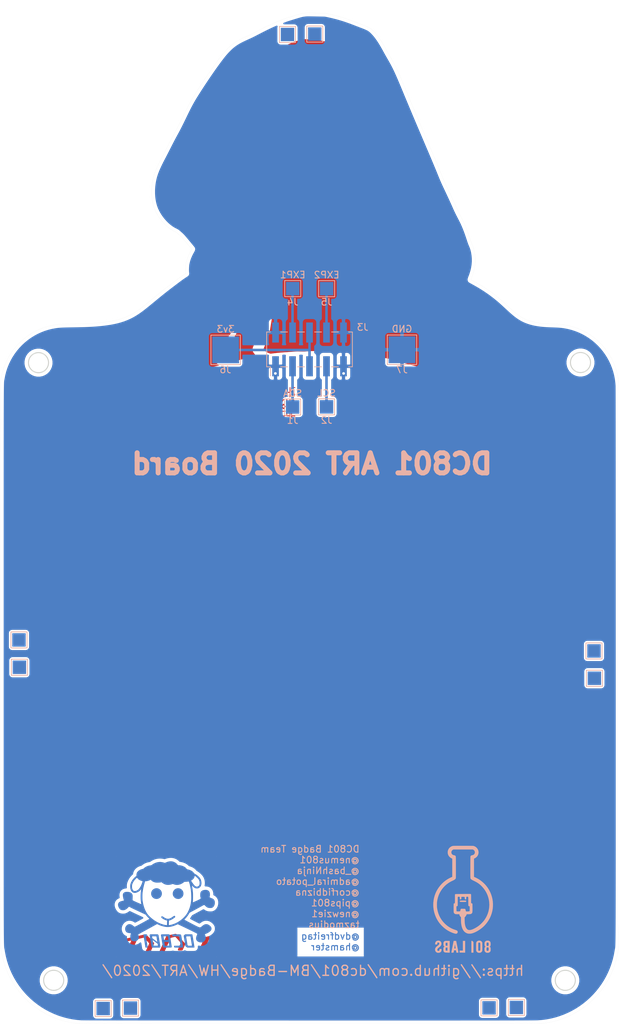
<source format=kicad_pcb>
(kicad_pcb (version 20171130) (host pcbnew "(5.1.9)-1")
  (title_block (title "DC801 Badge - ART 2020") (date 2020-06-15) (rev 1) (company DC801) (comment 1 "codename purplewizard") (comment 4 "@hamster and the dc801 badge team"))
  (layers (0 F.Cu signal) (31 B.Cu signal) (34 B.Paste user) (35 F.Paste user) (36 B.SilkS user) (37 F.SilkS user) (38 B.Mask user) (39 F.Mask user) (44 Edge.Cuts user))
  (net 0 "")
  (net 1 "Net-(J1-Pad1)")
  (net 2 GND)
  (net 3 "Net-(J2-Pad1)")
  (net 4 "Net-(J3-Pad8)")
  (net 5 +3V3)
  (net 6 "Net-(J3-Pad4)")
  (module TestPoint:TestPoint_Pad_2.0x2.0mm (layer B.Cu) (at 186.0466 117.9798 90)
    (fp_text reference "" hide)
    (fp_text value TestPoint_Pad_2.0x2.0mm)
    (pad 1 smd rect (at 0 0 90) (size 2 2) (layers B.Cu B.Mask))
  )
  (module TestPoint:TestPoint_Pad_2.0x2.0mm (layer B.Cu) (at 186.1066 122.0598 90)
    (fp_text reference "" hide)
    (fp_text value TestPoint_Pad_2.0x2.0mm)
    (pad 1 smd rect (at 0 0 90) (size 2 2) (layers B.Cu B.Mask))
  )
  (module TestPoint:TestPoint_Pad_2.0x2.0mm (layer B.Cu) (at 100.0666 116.3398 90)
    (fp_text reference "" hide)
    (fp_text value TestPoint_Pad_2.0x2.0mm)
    (pad 1 smd rect (at 0 0 90) (size 2 2) (layers B.Cu B.Mask))
  )
  (module TestPoint:TestPoint_Pad_2.0x2.0mm (layer B.Cu) (at 100.1266 120.4198 90)
    (fp_text reference "" hide)
    (fp_text value TestPoint_Pad_2.0x2.0mm)
    (pad 1 smd rect (at 0 0 90) (size 2 2) (layers B.Cu B.Mask))
  )
  (module TestPoint:TestPoint_Pad_2.0x2.0mm (layer B.Cu) (at 116.7366 171.3098)
    (fp_text reference "" hide)
    (fp_text value TestPoint_Pad_2.0x2.0mm)
    (pad 1 smd rect (at 0 0) (size 2 2) (layers B.Cu B.Mask))
  )
  (module TestPoint:TestPoint_Pad_2.0x2.0mm (layer B.Cu) (at 112.6566 171.3698)
    (fp_text reference "" hide)
    (fp_text value TestPoint_Pad_2.0x2.0mm)
    (pad 1 smd rect (at 0 0) (size 2 2) (layers B.Cu B.Mask))
  )
  (module TestPoint:TestPoint_Pad_2.0x2.0mm (layer B.Cu) (at 174.4366 171.2098)
    (fp_text reference "" hide)
    (fp_text value TestPoint_Pad_2.0x2.0mm)
    (pad 1 smd rect (at 0 0) (size 2 2) (layers B.Cu B.Mask))
  )
  (module TestPoint:TestPoint_Pad_2.0x2.0mm (layer B.Cu) (at 170.3566 171.2698)
    (fp_text reference "" hide)
    (fp_text value TestPoint_Pad_2.0x2.0mm)
    (pad 1 smd rect (at 0 0) (size 2 2) (layers B.Cu B.Mask))
  )
  (module TestPoint:TestPoint_Pad_2.0x2.0mm (layer B.Cu) (at 140.2166 25.9398)
    (fp_text reference "" hide)
    (fp_text value TestPoint_Pad_2.0x2.0mm)
    (pad 1 smd rect (at 0 0) (size 2 2) (layers B.Cu B.Mask))
  )
  (module TestPoint:TestPoint_Pad_2.0x2.0mm (layer B.Cu) (at 144.2966 25.8798)
    (fp_text reference "" hide)
    (fp_text value TestPoint_Pad_2.0x2.0mm)
    (pad 1 smd rect (at 0 0) (size 2 2) (layers B.Cu B.Mask))
  )
  (module lib_fp:801labs_logo (layer B.Cu) (at 166.4766 154.8698 180)
    (fp_text reference G*** hide)
    (fp_text value LOGO hide)
  )
  (module lib_fp:SheepHead (layer B.Cu) (at 122.1166 156.1498 180)
    (fp_text reference G*** hide)
    (fp_text value SheepHead hide)
    (fp_poly (pts (xy -2.687083 -4.25102) (xy -2.585535 -4.353478) (xy -2.708411 -5.113316) (xy -2.733069 -5.265422) (xy -2.756361 -5.408374) (xy -2.777763 -5.539022) (xy -2.796756 -5.654214) (xy -2.812816 -5.750799) (xy -2.825423 -5.825626) (xy -2.834055 -5.875544) (xy -2.83819 -5.897403) (xy -2.838277 -5.897732) (xy -2.8534 -5.917024) (xy -2.888661 -5.949578) (xy -2.938254 -5.990287) (xy -2.978406 -6.020917) (xy -3.111544 -6.119525) (xy -3.63535 -6.119525) (xy -3.76136 -6.119214) (xy -3.877112 -6.118333) (xy -3.978799 -6.116957) (xy -4.062613 -6.115162) (xy -4.124746 -6.113023) (xy -4.161392 -6.110615) (xy -4.169754 -6.108928) (xy -4.177899 -6.086447) (xy -4.180623 -6.05727) (xy -4.178138 -6.028024) (xy -4.170869 -5.971787) (xy -4.159385 -5.891971) (xy -4.149436 -5.82622) (xy -3.814768 -5.82622) (xy -3.810274 -5.834644) (xy -3.794109 -5.840778) (xy -3.762248 -5.844945) (xy -3.710666 -5.84747) (xy -3.635337 -5.848675) (xy -3.532634 -5.848884) (xy -3.2505 -5.848457) (xy -3.199021 -5.805174) (xy -3.147541 -5.76189) (xy -2.942977 -4.506196) (xy -2.976324 -4.470432) (xy -2.989423 -4.457771) (xy -3.004812 -4.448515) (xy -3.027302 -4.44213) (xy -3.061704 -4.438086) (xy -3.112831 -4.435849) (xy -3.185494 -4.434888) (xy -3.284503 -4.43467) (xy -3.299693 -4.434669) (xy -3.589714 -4.434669) (xy -3.598654 -4.47838) (xy -3.604241 -4.509007) (xy -3.613872 -4.565444) (xy -3.626904 -4.643682) (xy -3.642693 -4.739713) (xy -3.660598 -4.849529) (xy -3.679976 -4.96912) (xy -3.700183 -5.094478) (xy -3.720578 -5.221595) (xy -3.740517 -5.346462) (xy -3.759358 -5.46507) (xy -3.776457 -5.573411) (xy -3.791173 -5.667476) (xy -3.802862 -5.743256) (xy -3.810882 -5.796744) (xy -3.81459 -5.82393) (xy -3.814768 -5.82622) (xy -4.149436 -5.82622) (xy -4.144256 -5.791988) (xy -4.12605 -5.675248) (xy -4.105338 -5.545165) (xy -4.082688 -5.40515) (xy -4.05867 -5.258613) (xy -4.033853 -5.108968) (xy -4.008806 -4.959625) (xy -3.9841 -4.813996) (xy -3.960302 -4.675494) (xy -3.937983 -4.547528) (xy -3.917713 -4.433512) (xy -3.900059 -4.336857) (xy -3.885592 -4.260975) (xy -3.874881 -4.209276) (xy -3.868495 -4.185174) (xy -3.868063 -4.184324) (xy -3.845825 -4.148561) (xy -2.788631 -4.148561) (xy -2.687083 -4.25102)) (layer B.Cu) (width 0.01))
    (fp_poly (pts (xy -1.36073 -4.14928) (xy -1.236943 -4.150384) (xy -1.126462 -4.152088) (xy -1.032992 -4.154305) (xy -0.960235 -4.156946) (xy -0.911897 -4.159924) (xy -0.891735 -4.163117) (xy -0.879487 -4.179986) (xy -0.875213 -4.214159) (xy -0.87815 -4.272305) (xy -0.878639 -4.277809) (xy -0.882476 -4.32028) (xy -0.887628 -4.354307) (xy -0.897344 -4.380824) (xy -0.914874 -4.400767) (xy -0.943467 -4.415069) (xy -0.986373 -4.424666) (xy -1.046841 -4.430491) (xy -1.128121 -4.433479) (xy -1.233461 -4.434565) (xy -1.366111 -4.434683) (xy -1.424048 -4.434669) (xy -1.890883 -4.434669) (xy -1.89932 -4.470432) (xy -1.904791 -4.498621) (xy -1.914334 -4.553182) (xy -1.927301 -4.630052) (xy -1.943042 -4.725168) (xy -1.960909 -4.834467) (xy -1.980255 -4.953887) (xy -2.00043 -5.079364) (xy -2.020787 -5.206836) (xy -2.040677 -5.33224) (xy -2.059452 -5.451513) (xy -2.076463 -5.560592) (xy -2.091061 -5.655415) (xy -2.1026 -5.731918) (xy -2.11043 -5.786039) (xy -2.113902 -5.813716) (xy -2.114017 -5.815803) (xy -2.113375 -5.825331) (xy -2.109213 -5.832856) (xy -2.098177 -5.838615) (xy -2.076912 -5.842844) (xy -2.042065 -5.845779) (xy -1.990281 -5.847657) (xy -1.918207 -5.848714) (xy -1.822488 -5.849185) (xy -1.699771 -5.849308) (xy -1.638109 -5.849312) (xy -1.479089 -5.849882) (xy -1.351292 -5.85159) (xy -1.254842 -5.854432) (xy -1.189863 -5.858403) (xy -1.156478 -5.863499) (xy -1.151853 -5.866055) (xy -1.146614 -5.894694) (xy -1.148633 -5.942495) (xy -1.156184 -5.998125) (xy -1.16754 -6.050254) (xy -1.180973 -6.087549) (xy -1.186919 -6.096164) (xy -1.197115 -6.102274) (xy -1.216227 -6.107251) (xy -1.24718 -6.111203) (xy -1.292901 -6.114241) (xy -1.356316 -6.116472) (xy -1.440352 -6.118006) (xy -1.547934 -6.118953) (xy -1.681988 -6.119421) (xy -1.81315 -6.119525) (xy -1.967612 -6.119467) (xy -2.093424 -6.119188) (xy -2.193726 -6.118531) (xy -2.27166 -6.117339) (xy -2.330364 -6.115454) (xy -2.372979 -6.112719) (xy -2.402646 -6.108977) (xy -2.422504 -6.10407) (xy -2.435693 -6.097842) (xy -2.445354 -6.090135) (xy -2.447809 -6.087735) (xy -2.471811 -6.0515) (xy -2.479783 -6.020182) (xy -2.477282 -5.994381) (xy -2.470056 -5.941059) (xy -2.45869 -5.86378) (xy -2.44377 -5.766108) (xy -2.425879 -5.651609) (xy -2.405603 -5.523846) (xy -2.383526 -5.386385) (xy -2.360234 -5.24279) (xy -2.33631 -5.096625) (xy -2.312341 -4.951457) (xy -2.28891 -4.810848) (xy -2.266602 -4.678364) (xy -2.246003 -4.55757) (xy -2.227697 -4.45203) (xy -2.212269 -4.365309) (xy -2.200303 -4.300971) (xy -2.192385 -4.262581) (xy -2.190028 -4.253972) (xy -2.163798 -4.213859) (xy -2.124915 -4.179577) (xy -2.123231 -4.17853) (xy -2.108618 -4.170717) (xy -2.090822 -4.164396) (xy -2.066546 -4.159411) (xy -2.032494 -4.155608) (xy -1.985367 -4.152831) (xy -1.921869 -4.150924) (xy -1.838703 -4.149731) (xy -1.732571 -4.149098) (xy -1.600176 -4.148869) (xy -1.494117 -4.148864) (xy -1.36073 -4.14928)) (layer B.Cu) (width 0.01))
    (fp_poly (pts (xy 0.771624 -4.187576) (xy 0.80171 -4.232628) (xy 0.810138 -4.271024) (xy 0.807528 -4.294784) (xy 0.800207 -4.346869) (xy 0.78865 -4.424239) (xy 0.773331 -4.523854) (xy 0.754725 -4.642675) (xy 0.733305 -4.777662) (xy 0.709546 -4.925775) (xy 0.683922 -5.083975) (xy 0.669478 -5.172522) (xy 0.529319 -6.029587) (xy 0.478989 -6.074556) (xy 0.42866 -6.119525) (xy -0.139331 -6.119041) (xy -0.298606 -6.11845) (xy -0.436234 -6.117001) (xy -0.550287 -6.114747) (xy -0.638839 -6.111743) (xy -0.699961 -6.108041) (xy -0.731728 -6.103695) (xy -0.734942 -6.102466) (xy -0.748888 -6.09382) (xy -0.760317 -6.083876) (xy -0.769019 -6.070174) (xy -0.77478 -6.050254) (xy -0.777386 -6.021659) (xy -0.776625 -5.981929) (xy -0.772284 -5.928605) (xy -0.76415 -5.859227) (xy -0.758939 -5.821496) (xy -0.42817 -5.821496) (xy -0.426346 -5.830879) (xy -0.417452 -5.837888) (xy -0.397498 -5.842866) (xy -0.362491 -5.846155) (xy -0.308442 -5.848097) (xy -0.23136 -5.849033) (xy -0.127253 -5.849307) (xy -0.103619 -5.849312) (xy 0.005777 -5.849233) (xy 0.08754 -5.848698) (xy 0.145827 -5.847261) (xy 0.184795 -5.844478) (xy 0.208602 -5.839902) (xy 0.221404 -5.833088) (xy 0.227358 -5.823591) (xy 0.230032 -5.813549) (xy 0.235253 -5.786529) (xy 0.244134 -5.736524) (xy 0.25559 -5.670045) (xy 0.268536 -5.593606) (xy 0.281884 -5.513718) (xy 0.294549 -5.436894) (xy 0.305447 -5.369648) (xy 0.31349 -5.318491) (xy 0.317593 -5.289936) (xy 0.317898 -5.286533) (xy 0.302785 -5.283717) (xy 0.260562 -5.281614) (xy 0.195904 -5.280307) (xy 0.113483 -5.279876) (xy 0.017973 -5.280405) (xy -0.011429 -5.280748) (xy -0.340757 -5.285044) (xy -0.383968 -5.539362) (xy -0.398685 -5.627286) (xy -0.411376 -5.705597) (xy -0.421103 -5.768306) (xy -0.426928 -5.809424) (xy -0.42817 -5.821496) (xy -0.758939 -5.821496) (xy -0.752011 -5.771337) (xy -0.735652 -5.662476) (xy -0.714861 -5.530184) (xy -0.689426 -5.372003) (xy -0.659133 -5.185473) (xy -0.651435 -5.138174) (xy -0.624399 -4.97207) (xy -0.286107 -4.97207) (xy -0.277097 -4.978905) (xy -0.248268 -4.984048) (xy -0.196927 -4.987655) (xy -0.120377 -4.989885) (xy -0.015922 -4.990892) (xy 0.039017 -4.990989) (xy 0.364142 -4.990989) (xy 0.373734 -4.939331) (xy 0.379705 -4.905035) (xy 0.389448 -4.846689) (xy 0.401753 -4.771639) (xy 0.415408 -4.687231) (xy 0.419589 -4.661171) (xy 0.455852 -4.434669) (xy -0.202342 -4.434669) (xy -0.244225 -4.69391) (xy -0.25826 -4.781881) (xy -0.270295 -4.859414) (xy -0.279474 -4.920828) (xy -0.284944 -4.960445) (xy -0.286107 -4.97207) (xy -0.624399 -4.97207) (xy -0.507176 -4.251878) (xy -0.452507 -4.200219) (xy -0.397838 -4.148561) (xy 0.732609 -4.148561) (xy 0.771624 -4.187576)) (layer B.Cu) (width 0.01))
    (fp_poly (pts (xy 2.472375 -4.187576) (xy 2.499305 -4.224719) (xy 2.511229 -4.261391) (xy 2.511263 -4.263076) (xy 2.508731 -4.285268) (xy 2.501496 -4.335839) (xy 2.490028 -4.411803) (xy 2.474795 -4.510173) (xy 2.456264 -4.627961) (xy 2.434906 -4.762182) (xy 2.411188 -4.909848) (xy 2.385579 -5.067972) (xy 2.369705 -5.165376) (xy 2.228275 -6.03119) (xy 2.178843 -6.075357) (xy 2.129411 -6.119525) (xy 0.984037 -6.119525) (xy 0.945023 -6.08051) (xy 0.918705 -6.050411) (xy 0.906177 -6.028646) (xy 0.906008 -6.027141) (xy 0.908494 -6.009205) (xy 0.915648 -5.962761) (xy 0.927009 -5.890671) (xy 0.936761 -5.829443) (xy 1.271612 -5.829443) (xy 1.279032 -5.836483) (xy 1.303399 -5.841775) (xy 1.347845 -5.845509) (xy 1.415503 -5.847878) (xy 1.509507 -5.849072) (xy 1.597132 -5.849312) (xy 1.706526 -5.849233) (xy 1.788285 -5.848699) (xy 1.84656 -5.847265) (xy 1.885507 -5.844485) (xy 1.909278 -5.839913) (xy 1.922026 -5.833104) (xy 1.927907 -5.823612) (xy 1.930509 -5.813549) (xy 1.937662 -5.77664) (xy 1.948078 -5.717276) (xy 1.960968 -5.640488) (xy 1.975544 -5.551305) (xy 1.991019 -5.454756) (xy 2.006603 -5.355873) (xy 2.021509 -5.259684) (xy 2.034949 -5.171219) (xy 2.046134 -5.095508) (xy 2.054276 -5.037581) (xy 2.058588 -5.002468) (xy 2.058904 -4.994156) (xy 2.04576 -5.002129) (xy 2.011082 -5.02627) (xy 1.958784 -5.063693) (xy 1.89278 -5.111515) (xy 1.816984 -5.166851) (xy 1.73531 -5.226815) (xy 1.651672 -5.288525) (xy 1.569984 -5.349094) (xy 1.49416 -5.405639) (xy 1.428114 -5.455274) (xy 1.375761 -5.495115) (xy 1.341013 -5.522278) (xy 1.330973 -5.530637) (xy 1.32376 -5.549317) (xy 1.31327 -5.590716) (xy 1.301225 -5.646157) (xy 1.289348 -5.706965) (xy 1.279365 -5.764464) (xy 1.272997 -5.809978) (xy 1.271612 -5.829443) (xy 0.936761 -5.829443) (xy 0.94212 -5.795802) (xy 0.960521 -5.681017) (xy 0.981754 -5.549181) (xy 1.005359 -5.403159) (xy 1.02846 -5.260727) (xy 1.368797 -5.260727) (xy 1.36942 -5.27218) (xy 1.371973 -5.27648) (xy 1.375272 -5.277097) (xy 1.389658 -5.26794) (xy 1.426115 -5.242093) (xy 1.481316 -5.201987) (xy 1.551938 -5.150058) (xy 1.634656 -5.088737) (xy 1.726146 -5.020459) (xy 1.73688 -5.01242) (xy 1.829155 -4.943269) (xy 1.912933 -4.880443) (xy 1.984895 -4.826433) (xy 2.041725 -4.783732) (xy 2.080105 -4.75483) (xy 2.096718 -4.742218) (xy 2.097072 -4.741934) (xy 2.102636 -4.724775) (xy 2.111963 -4.683389) (xy 2.123522 -4.624894) (xy 2.130741 -4.585396) (xy 2.157514 -4.434669) (xy 1.825816 -4.434669) (xy 1.727011 -4.435037) (xy 1.639929 -4.436067) (xy 1.569228 -4.437645) (xy 1.519566 -4.439657) (xy 1.495601 -4.441989) (xy 1.494118 -4.442754) (xy 1.491706 -4.46002) (xy 1.484919 -4.504381) (xy 1.474431 -4.571547) (xy 1.460915 -4.657227) (xy 1.445043 -4.757129) (xy 1.430539 -4.847935) (xy 1.410224 -4.975005) (xy 1.394513 -5.07415) (xy 1.382961 -5.148833) (xy 1.375121 -5.202516) (xy 1.370549 -5.23866) (xy 1.368797 -5.260727) (xy 1.02846 -5.260727) (xy 1.030879 -5.245815) (xy 1.049333 -5.132332) (xy 1.192658 -4.251878) (xy 1.247785 -4.200219) (xy 1.302913 -4.148561) (xy 2.43336 -4.148561) (xy 2.472375 -4.187576)) (layer B.Cu) (width 0.01))
    (fp_poly (pts (xy 3.273188 -4.14894) (xy 3.338687 -4.150447) (xy 3.382351 -4.153636) (xy 3.409153 -4.159059) (xy 3.424068 -4.16727) (xy 3.430867 -4.176377) (xy 3.43201 -4.197144) (xy 3.427976 -4.245642) (xy 3.418691 -4.322373) (xy 3.404083 -4.427842) (xy 3.38408 -4.562551) (xy 3.358609 -4.727004) (xy 3.327597 -4.921705) (xy 3.290972 -5.147157) (xy 3.289215 -5.157885) (xy 3.261379 -5.327781) (xy 3.235102 -5.488122) (xy 3.210829 -5.636198) (xy 3.189004 -5.769303) (xy 3.170071 -5.884728) (xy 3.154475 -5.979765) (xy 3.14266 -6.051705) (xy 3.13507 -6.09784) (xy 3.132149 -6.115462) (xy 3.132132 -6.115551) (xy 3.116969 -6.117182) (xy 3.076622 -6.118488) (xy 3.017697 -6.119314) (xy 2.964091 -6.119525) (xy 2.889819 -6.119282) (xy 2.84196 -6.117747) (xy 2.815138 -6.113712) (xy 2.803976 -6.105967) (xy 2.803098 -6.093303) (xy 2.805059 -6.083761) (xy 2.809284 -6.060739) (xy 2.817817 -6.010509) (xy 2.830078 -5.936688) (xy 2.845486 -5.842894) (xy 2.863459 -5.73274) (xy 2.883416 -5.609845) (xy 2.904775 -5.477824) (xy 2.926956 -5.340294) (xy 2.949376 -5.20087) (xy 2.971455 -5.063169) (xy 2.992611 -4.930808) (xy 3.012262 -4.807401) (xy 3.029828 -4.696567) (xy 3.044727 -4.60192) (xy 3.056378 -4.527078) (xy 3.064198 -4.475656) (xy 3.067608 -4.451271) (xy 3.06771 -4.449956) (xy 3.053454 -4.440997) (xy 3.017188 -4.435371) (xy 2.992209 -4.434425) (xy 2.931624 -4.431561) (xy 2.896162 -4.419273) (xy 2.880323 -4.391295) (xy 2.878606 -4.341358) (xy 2.881167 -4.307918) (xy 2.887388 -4.2512) (xy 2.897263 -4.209836) (xy 2.915349 -4.181406) (xy 2.9462 -4.163487) (xy 2.994372 -4.153656) (xy 3.064422 -4.149491) (xy 3.160905 -4.148569) (xy 3.180878 -4.148561) (xy 3.273188 -4.14894)) (layer B.Cu) (width 0.01))
    (fp_poly (pts (xy -0.525462 6.750479) (xy -0.319497 6.720612) (xy -0.114385 6.665329) (xy 0.084534 6.585473) (xy 0.124021 6.566165) (xy 0.223783 6.515805) (xy 0.374017 6.563929) (xy 0.615247 6.625221) (xy 0.85647 6.65502) (xy 1.096311 6.653596) (xy 1.333394 6.621216) (xy 1.566343 6.558149) (xy 1.793782 6.464663) (xy 2.014335 6.341026) (xy 2.20144 6.207651) (xy 2.232461 6.185126) (xy 2.263261 6.169267) (xy 2.301575 6.157851) (xy 2.355138 6.148659) (xy 2.431684 6.139469) (xy 2.443336 6.138201) (xy 2.665907 6.099121) (xy 2.877323 6.031871) (xy 3.074858 5.937706) (xy 3.255792 5.817879) (xy 3.387678 5.703483) (xy 3.437176 5.659743) (xy 3.482805 5.633412) (xy 3.539743 5.616453) (xy 3.559932 5.612259) (xy 3.761071 5.560437) (xy 3.941988 5.488517) (xy 4.100459 5.397571) (xy 4.234261 5.288673) (xy 4.23787 5.285141) (xy 4.339202 5.17083) (xy 4.411521 5.053491) (xy 4.457446 4.926914) (xy 4.479593 4.784894) (xy 4.482574 4.704881) (xy 4.483173 4.569774) (xy 4.566211 4.514196) (xy 4.628922 4.46624) (xy 4.704869 4.398861) (xy 4.788214 4.318069) (xy 4.873117 4.229871) (xy 4.953741 4.140275) (xy 5.024247 4.055292) (xy 5.065325 4.000536) (xy 5.153812 3.862947) (xy 5.236491 3.711005) (xy 5.307674 3.55616) (xy 5.361678 3.409864) (xy 5.366696 3.393554) (xy 5.383671 3.333882) (xy 5.395566 3.281474) (xy 5.403297 3.228216) (xy 5.407777 3.165992) (xy 5.409921 3.086689) (xy 5.410573 3.00413) (xy 5.408847 2.871828) (xy 5.40149 2.76252) (xy 5.386892 2.667665) (xy 5.36344 2.578721) (xy 5.329523 2.487148) (xy 5.30049 2.420833) (xy 5.226017 2.29189) (xy 5.133254 2.18844) (xy 5.024163 2.11147) (xy 4.900706 2.06197) (xy 4.764846 2.040927) (xy 4.618546 2.04933) (xy 4.577722 2.056732) (xy 4.480489 2.084519) (xy 4.36961 2.128574) (xy 4.255132 2.183971) (xy 4.147104 2.245784) (xy 4.055573 2.309086) (xy 4.043694 2.318563) (xy 3.985741 2.371559) (xy 3.923003 2.437803) (xy 3.868061 2.503916) (xy 3.862885 2.510807) (xy 3.825125 2.560363) (xy 3.794826 2.597544) (xy 3.776516 2.616911) (xy 3.773361 2.618333) (xy 3.773458 2.601427) (xy 3.777648 2.559001) (xy 3.785247 2.496964) (xy 3.795569 2.421227) (xy 3.798745 2.399121) (xy 3.842203 2.01982) (xy 3.863034 1.64011) (xy 3.861279 1.265574) (xy 3.836985 0.901793) (xy 3.790194 0.554351) (xy 3.783956 0.518925) (xy 3.77223 0.451631) (xy 3.763516 0.397241) (xy 3.758846 0.362497) (xy 3.758572 0.353425) (xy 3.774448 0.357416) (xy 3.815556 0.372923) (xy 3.878181 0.398321) (xy 3.958612 0.431982) (xy 4.053132 0.47228) (xy 4.15803 0.517588) (xy 4.269591 0.56628) (xy 4.384101 0.616729) (xy 4.497846 0.667309) (xy 4.607114 0.716392) (xy 4.70819 0.762354) (xy 4.79736 0.803565) (xy 4.870911 0.838402) (xy 4.912795 0.858966) (xy 4.98888 0.90125) (xy 5.03858 0.937998) (xy 5.057568 0.961874) (xy 5.064171 0.988818) (xy 5.067414 1.03543) (xy 5.067318 1.104969) (xy 5.063908 1.200697) (xy 5.059813 1.280504) (xy 5.055156 1.384341) (xy 5.052807 1.482598) (xy 5.052808 1.567911) (xy 5.055206 1.632914) (xy 5.057542 1.65719) (xy 5.090045 1.790594) (xy 5.148461 1.905662) (xy 5.232623 2.002234) (xy 5.342362 2.080149) (xy 5.477509 2.139247) (xy 5.596489 2.171347) (xy 5.681744 2.184279) (xy 5.781838 2.191458) (xy 5.889046 2.193139) (xy 5.995643 2.189581) (xy 6.093903 2.181042) (xy 6.176101 2.16778) (xy 6.234498 2.150058) (xy 6.330223 2.097916) (xy 6.401807 2.036846) (xy 6.456813 1.960233) (xy 6.461748 1.95136) (xy 6.491768 1.879205) (xy 6.509392 1.79388) (xy 6.514454 1.692778) (xy 6.506783 1.573295) (xy 6.486214 1.432822) (xy 6.452576 1.268754) (xy 6.405703 1.078484) (xy 6.40536 1.077173) (xy 6.387408 1.006943) (xy 6.373503 0.949023) (xy 6.365083 0.909671) (xy 6.363454 0.895202) (xy 6.379977 0.890285) (xy 6.42086 0.880704) (xy 6.479286 0.868008) (xy 6.525935 0.858309) (xy 6.68376 0.822607) (xy 6.81373 0.78519) (xy 6.91978 0.744456) (xy 7.005845 0.698806) (xy 7.075859 0.646637) (xy 7.098521 0.625326) (xy 7.171118 0.531103) (xy 7.217239 0.421784) (xy 7.236845 0.299922) (xy 7.229901 0.168072) (xy 7.196369 0.028786) (xy 7.136213 -0.115382) (xy 7.109931 -0.164627) (xy 7.031739 -0.289598) (xy 6.952017 -0.385922) (xy 6.865966 -0.456573) (xy 6.768786 -0.504523) (xy 6.655677 -0.532748) (xy 6.521839 -0.544221) (xy 6.496491 -0.544721) (xy 6.40736 -0.543211) (xy 6.336845 -0.535114) (xy 6.272148 -0.518714) (xy 6.251982 -0.511925) (xy 6.091887 -0.439531) (xy 5.936595 -0.337568) (xy 5.789062 -0.208202) (xy 5.68996 -0.10009) (xy 5.607148 -0.001494) (xy 5.525571 -0.049225) (xy 5.452664 -0.089924) (xy 5.354994 -0.14143) (xy 5.236831 -0.201604) (xy 5.102446 -0.268304) (xy 4.956109 -0.33939) (xy 4.802091 -0.412721) (xy 4.776408 -0.424807) (xy 4.660842 -0.479016) (xy 4.525217 -0.542497) (xy 4.374829 -0.612781) (xy 4.214974 -0.687401) (xy 4.050947 -0.763889) (xy 3.888043 -0.839777) (xy 3.731557 -0.912597) (xy 3.586785 -0.979882) (xy 3.459023 -1.039164) (xy 3.353566 -1.087974) (xy 3.333561 -1.097212) (xy 3.114619 -1.198253) (xy 3.015868 -1.326317) (xy 2.96887 -1.383875) (xy 2.906072 -1.455988) (xy 2.83438 -1.534964) (xy 2.760702 -1.613109) (xy 2.730245 -1.644422) (xy 2.669199 -1.707815) (xy 2.617925 -1.76359) (xy 2.579835 -1.807823) (xy 2.558341 -1.836593) (xy 2.555198 -1.845696) (xy 2.572056 -1.856237) (xy 2.614069 -1.880457) (xy 2.678471 -1.916828) (xy 2.762501 -1.963825) (xy 2.863395 -2.019921) (xy 2.978389 -2.083589) (xy 3.104719 -2.153303) (xy 3.239624 -2.227535) (xy 3.380338 -2.304758) (xy 3.524098 -2.383448) (xy 3.668142 -2.462075) (xy 3.809705 -2.539115) (xy 3.846559 -2.559128) (xy 4.004036 -2.644047) (xy 4.153331 -2.723476) (xy 4.291784 -2.796063) (xy 4.416735 -2.860456) (xy 4.525523 -2.915304) (xy 4.615489 -2.959255) (xy 4.683971 -2.990959) (xy 4.728311 -3.009062) (xy 4.73803 -3.012035) (xy 4.768445 -3.011339) (xy 4.808487 -2.994865) (xy 4.861132 -2.960686) (xy 4.929353 -2.906877) (xy 5.01426 -2.833179) (xy 5.124468 -2.751237) (xy 5.248276 -2.687471) (xy 5.378029 -2.64463) (xy 5.506072 -2.625463) (xy 5.587613 -2.627287) (xy 5.704021 -2.653417) (xy 5.815185 -2.708029) (xy 5.923939 -2.792603) (xy 5.94805 -2.8156) (xy 6.047348 -2.933366) (xy 6.118771 -3.061712) (xy 6.161686 -3.197324) (xy 6.175459 -3.336888) (xy 6.159457 -3.477089) (xy 6.113045 -3.614611) (xy 6.104296 -3.633034) (xy 6.050131 -3.727737) (xy 5.988765 -3.801807) (xy 5.915328 -3.858209) (xy 5.824953 -3.899912) (xy 5.712769 -3.929879) (xy 5.584215 -3.949864) (xy 5.481164 -3.962226) (xy 5.405755 -3.971847) (xy 5.354105 -3.980059) (xy 5.322328 -3.988197) (xy 5.30654 -3.997595) (xy 5.302856 -4.009587) (xy 5.307392 -4.025507) (xy 5.314538 -4.04247) (xy 5.358061 -4.175045) (xy 5.384869 -4.325029) (xy 5.395753 -4.497222) (xy 5.396089 -4.537985) (xy 5.392727 -4.659707) (xy 5.381288 -4.757306) (xy 5.359568 -4.837903) (xy 5.325363 -4.908619) (xy 5.276471 -4.976574) (xy 5.251364 -5.005629) (xy 5.15624 -5.089105) (xy 5.046742 -5.14768) (xy 4.927256 -5.182117) (xy 4.802167 -5.193179) (xy 4.675863 -5.181628) (xy 4.552729 -5.148228) (xy 4.437151 -5.093742) (xy 4.333516 -5.018932) (xy 4.24621 -4.924561) (xy 4.183506 -4.819893) (xy 4.162635 -4.770877) (xy 4.149935 -4.726206) (xy 4.143537 -4.675076) (xy 4.141568 -4.606677) (xy 4.141574 -4.577722) (xy 4.144024 -4.4918) (xy 4.152044 -4.423484) (xy 4.167887 -4.358762) (xy 4.185049 -4.30751) (xy 4.20567 -4.249974) (xy 4.221994 -4.204134) (xy 4.231131 -4.178113) (xy 4.231938 -4.175708) (xy 4.219424 -4.165471) (xy 4.182028 -4.141866) (xy 4.122816 -4.106664) (xy 4.044859 -4.061637) (xy 3.951226 -4.008558) (xy 3.844984 -3.949199) (xy 3.729203 -3.885332) (xy 3.727347 -3.884315) (xy 3.590903 -3.809527) (xy 3.445834 -3.730018) (xy 3.298825 -3.64945) (xy 3.156561 -3.571487) (xy 3.025725 -3.499792) (xy 2.913002 -3.438028) (xy 2.869024 -3.413933) (xy 2.623333 -3.279314) (xy 2.360906 -3.135496) (xy 2.092873 -2.98858) (xy 1.830363 -2.844666) (xy 1.632422 -2.736131) (xy 1.397197 -2.607141) (xy 1.290682 -2.66066) (xy 1.005736 -2.7899) (xy 0.71387 -2.895519) (xy 0.421273 -2.975553) (xy 0.134132 -3.028044) (xy 0.129327 -3.028688) (xy -0.134005 -3.048073) (xy -0.40484 -3.037067) (xy -0.683404 -2.995624) (xy -0.969926 -2.923702) (xy -1.264635 -2.821255) (xy -1.514911 -2.713346) (xy -1.686706 -2.633021) (xy -1.761281 -2.66577) (xy -1.794789 -2.681066) (xy -1.85252 -2.70806) (xy -1.930054 -2.744659) (xy -2.022971 -2.788769) (xy -2.126853 -2.838296) (xy -2.237279 -2.891147) (xy -2.257071 -2.900641) (xy -2.385789 -2.962347) (xy -2.524663 -3.028818) (xy -2.66552 -3.09615) (xy -2.800188 -3.160437) (xy -2.920491 -3.217774) (xy -2.996182 -3.253775) (xy -3.128325 -3.316858) (xy -3.268736 -3.38445) (xy -3.414618 -3.45516) (xy -3.563171 -3.527595) (xy -3.711596 -3.600364) (xy -3.857094 -3.672076) (xy -3.996866 -3.741338) (xy -4.128113 -3.806758) (xy -4.248036 -3.866946) (xy -4.353836 -3.920509) (xy -4.442713 -3.966055) (xy -4.51187 -4.002194) (xy -4.558505 -4.027532) (xy -4.579822 -4.040679) (xy -4.580754 -4.041643) (xy -4.60103 -4.087939) (xy -4.603386 -4.139811) (xy -4.587026 -4.203432) (xy -4.551153 -4.284974) (xy -4.548702 -4.289892) (xy -4.492021 -4.425295) (xy -4.454456 -4.563676) (xy -4.436514 -4.699303) (xy -4.438701 -4.82645) (xy -4.461524 -4.939386) (xy -4.486 -4.999251) (xy -4.555669 -5.101691) (xy -4.650886 -5.190494) (xy -4.767117 -5.262294) (xy -4.899825 -5.313725) (xy -4.915582 -5.318087) (xy -4.984943 -5.331826) (xy -5.070725 -5.342008) (xy -5.162423 -5.348072) (xy -5.249528 -5.34946) (xy -5.321535 -5.34561) (xy -5.3501 -5.341231) (xy -5.476608 -5.298475) (xy -5.591784 -5.229212) (xy -5.692273 -5.137708) (xy -5.774725 -5.028228) (xy -5.835786 -4.905039) (xy -5.872105 -4.772403) (xy -5.881101 -4.665602) (xy -5.872688 -4.565434) (xy -5.849606 -4.451612) (xy -5.815092 -4.336752) (xy -5.77238 -4.233468) (xy -5.768003 -4.224695) (xy -5.749027 -4.182424) (xy -5.738686 -4.149834) (xy -5.738047 -4.14415) (xy -5.752202 -4.127698) (xy -5.789452 -4.108227) (xy -5.82635 -4.094742) (xy -5.896355 -4.068597) (xy -5.985155 -4.02938) (xy -6.084748 -3.981124) (xy -6.187132 -3.927861) (xy -6.284307 -3.873624) (xy -6.368269 -3.822447) (xy -6.374023 -3.818705) (xy -6.477575 -3.741482) (xy -6.570682 -3.653825) (xy -6.64651 -3.562859) (xy -6.693618 -3.485525) (xy -6.724098 -3.390853) (xy -6.7327 -3.2848) (xy -6.719615 -3.17887) (xy -6.687091 -3.088486) (xy -6.623271 -2.991977) (xy -6.534299 -2.896191) (xy -6.426485 -2.806438) (xy -6.306135 -2.728027) (xy -6.191184 -2.671066) (xy -6.136619 -2.65064) (xy -6.084771 -2.638369) (xy -6.024107 -2.632369) (xy -5.944681 -2.630754) (xy -5.869734 -2.631713) (xy -5.815229 -2.636249) (xy -5.769847 -2.646577) (xy -5.722267 -2.664915) (xy -5.686714 -2.681272) (xy -5.61717 -2.716172) (xy -5.552372 -2.753633) (xy -5.486114 -2.79794) (xy -5.412187 -2.853377) (xy -5.324386 -2.924229) (xy -5.274246 -2.966016) (xy -5.194964 -3.030279) (xy -5.131803 -3.074485) (xy -5.078414 -3.10107) (xy -5.028453 -3.112469) (xy -4.975572 -3.111116) (xy -4.921587 -3.101311) (xy -4.872168 -3.08559) (xy -4.796314 -3.05491) (xy -4.695291 -3.0099) (xy -4.570368 -2.951194) (xy -4.422811 -2.879421) (xy -4.253888 -2.795215) (xy -4.064867 -2.699207) (xy -3.857015 -2.592027) (xy -3.631601 -2.474307) (xy -3.38989 -2.34668) (xy -3.147184 -2.217291) (xy -3.039821 -2.159813) (xy -2.940363 -2.106582) (xy -2.852595 -2.059623) (xy -2.780302 -2.020961) (xy -2.72727 -1.992619) (xy -2.697283 -1.976623) (xy -2.693213 -1.974464) (xy -2.681309 -1.965961) (xy -2.67879 -1.954363) (xy -2.688363 -1.935674) (xy -2.712732 -1.905896) (xy -2.754606 -1.861034) (xy -2.80568 -1.808364) (xy -3.017875 -1.57286) (xy -3.207123 -1.323531) (xy -3.379429 -1.052447) (xy -3.384123 -1.044371) (xy -3.457134 -0.918468) (xy -3.671714 -0.804256) (xy -3.795056 -0.738438) (xy -3.941024 -0.660262) (xy -4.104329 -0.57258) (xy -4.279684 -0.478244) (xy -4.461798 -0.380104) (xy -4.645383 -0.281012) (xy -4.82515 -0.18382) (xy -4.99581 -0.091379) (xy -5.152074 -0.00654) (xy -5.227575 0.034545) (xy -5.331185 0.09074) (xy -5.425854 0.141628) (xy -5.507963 0.185299) (xy -5.573893 0.219845) (xy -5.620021 0.243354) (xy -5.64273 0.253919) (xy -5.644257 0.254318) (xy -5.659743 0.243692) (xy -5.693114 0.214537) (xy -5.739912 0.170935) (xy -5.795679 0.116971) (xy -5.813937 0.098928) (xy -5.927664 -0.006491) (xy -6.033754 -0.086628) (xy -6.1392 -0.144425) (xy -6.250994 -0.182824) (xy -6.376129 -0.204766) (xy -6.521599 -0.213194) (xy -6.556633 -0.213525) (xy -6.642821 -0.212939) (xy -6.705212 -0.209975) (xy -6.75177 -0.203603) (xy -6.79046 -0.192791) (xy -6.824136 -0.178869) (xy -6.94005 -0.108687) (xy -7.039501 -0.013212) (xy -7.120641 0.104619) (xy -7.181622 0.24187) (xy -7.220594 0.395602) (xy -7.230152 0.466308) (xy -7.235451 0.634354) (xy -7.215289 0.783606) (xy -7.169571 0.914434) (xy -7.0982 1.027206) (xy -7.079015 1.049664) (xy -7.020032 1.107822) (xy -6.954093 1.156391) (xy -6.87438 1.199273) (xy -6.774075 1.24037) (xy -6.701639 1.265639) (xy -6.591659 1.306791) (xy -6.511508 1.346886) (xy -6.46171 1.385561) (xy -6.442788 1.422455) (xy -6.44613 1.442804) (xy -6.476294 1.540242) (xy -6.494165 1.657737) (xy -6.499914 1.7861) (xy -6.493707 1.916143) (xy -6.475714 2.038678) (xy -6.446104 2.144515) (xy -6.432646 2.176733) (xy -6.385772 2.251341) (xy -6.318021 2.326548) (xy -6.238813 2.393324) (xy -6.157569 2.442642) (xy -6.15297 2.444787) (xy -6.063292 2.473293) (xy -5.952634 2.489002) (xy -5.828928 2.49233) (xy -5.700109 2.483692) (xy -5.57411 2.463502) (xy -5.458865 2.432176) (xy -5.391135 2.404937) (xy -5.310459 2.356476) (xy -5.232601 2.291666) (xy -5.16643 2.219068) (xy -5.120818 2.14724) (xy -5.118236 2.141588) (xy -5.089457 2.052872) (xy -5.069215 1.941794) (xy -5.057692 1.816666) (xy -5.05507 1.685797) (xy -5.061532 1.557498) (xy -5.077259 1.440081) (xy -5.100798 1.34663) (xy -5.119249 1.28946) (xy -5.127472 1.253103) (xy -5.126115 1.228501) (xy -5.115825 1.206596) (xy -5.111325 1.199548) (xy -5.090853 1.174365) (xy -5.060106 1.147725) (xy -5.015683 1.117601) (xy -4.954184 1.081964) (xy -4.872212 1.038786) (xy -4.766365 0.986039) (xy -4.696933 0.952306) (xy -4.6117 0.911862) (xy -4.517142 0.868178) (xy -4.417504 0.82309) (xy -4.317033 0.778434) (xy -4.219974 0.736049) (xy -4.130572 0.69777) (xy -4.053075 0.665435) (xy -3.991727 0.64088) (xy -3.950774 0.625942) (xy -3.934467 0.622453) (xy -3.934251 0.639769) (xy -3.939174 0.678157) (xy -3.944154 0.707321) (xy -3.950064 0.756077) (xy -3.955316 0.831843) (xy -3.959858 0.929847) (xy -3.963638 1.045314) (xy -3.966605 1.173472) (xy -3.968603 1.302889) (xy -3.716616 1.302889) (xy -3.713281 1.135737) (xy -3.70513 0.993429) (xy -3.668618 0.660522) (xy -3.615806 0.349195) (xy -3.545176 0.052885) (xy -3.455211 -0.234973) (xy -3.368439 -0.463239) (xy -3.248635 -0.730532) (xy -3.116986 -0.973487) (xy -2.969142 -1.198659) (xy -2.800754 -1.412604) (xy -2.607471 -1.621876) (xy -2.584139 -1.645255) (xy -2.337171 -1.872641) (xy -2.078637 -2.075575) (xy -1.812333 -2.251211) (xy -1.661013 -2.336696) (xy -1.600222 -2.369264) (xy -1.547133 -2.398211) (xy -1.510276 -2.418867) (xy -1.502065 -2.423715) (xy -1.446478 -2.45343) (xy -1.367267 -2.489907) (xy -1.271175 -2.530499) (xy -1.164944 -2.57256) (xy -1.055315 -2.613445) (xy -0.949032 -2.650507) (xy -0.852836 -2.681101) (xy -0.82719 -2.688556) (xy -0.770261 -2.703118) (xy -0.694565 -2.720395) (xy -0.609419 -2.738487) (xy -0.524139 -2.755496) (xy -0.448042 -2.769523) (xy -0.390446 -2.778669) (xy -0.377004 -2.780302) (xy -0.360936 -2.769182) (xy -0.356634 -2.760885) (xy -0.354809 -2.739288) (xy -0.354333 -2.69106) (xy -0.35514 -2.621327) (xy -0.357163 -2.535216) (xy -0.360334 -2.437853) (xy -0.361106 -2.417335) (xy -0.373529 -2.094503) (xy -0.500006 -2.058059) (xy -0.639097 -2.008304) (xy -0.787472 -1.936042) (xy -0.948196 -1.839669) (xy -1.052959 -1.768815) (xy -1.13995 -1.70727) (xy -1.204112 -1.660066) (xy -1.248898 -1.623658) (xy -1.277764 -1.594505) (xy -1.294162 -1.569064) (xy -1.301546 -1.54379) (xy -1.303369 -1.515142) (xy -1.303379 -1.511925) (xy -1.297384 -1.462062) (xy -1.275083 -1.427566) (xy -1.261498 -1.415797) (xy -1.224655 -1.392591) (xy -1.187501 -1.384372) (xy -1.144823 -1.392561) (xy -1.091403 -1.418579) (xy -1.022027 -1.463847) (xy -0.983243 -1.49158) (xy -0.862677 -1.577395) (xy -0.760836 -1.645304) (xy -0.672533 -1.69835) (xy -0.592582 -1.739573) (xy -0.515796 -1.772014) (xy -0.487358 -1.782328) (xy -0.353443 -1.817564) (xy -0.220599 -1.828543) (xy -0.085994 -1.814563) (xy 0.053207 -1.774922) (xy 0.199839 -1.708918) (xy 0.356735 -1.615852) (xy 0.453004 -1.549592) (xy 0.534093 -1.494737) (xy 0.597217 -1.460967) (xy 0.646905 -1.446903) (xy 0.687688 -1.451168) (xy 0.719314 -1.468611) (xy 0.754534 -1.512224) (xy 0.770161 -1.56752) (xy 0.762846 -1.621156) (xy 0.759432 -1.628483) (xy 0.724857 -1.672842) (xy 0.665823 -1.725308) (xy 0.58763 -1.782802) (xy 0.495576 -1.842246) (xy 0.394961 -1.90056) (xy 0.291084 -1.954667) (xy 0.189242 -2.001488) (xy 0.094736 -2.037943) (xy 0.016351 -2.060219) (xy -0.10582 -2.086472) (xy -0.098854 -2.422116) (xy -0.096186 -2.522613) (xy -0.092696 -2.61243) (xy -0.088663 -2.686675) (xy -0.084369 -2.740455) (xy -0.080093 -2.768878) (xy -0.078797 -2.771796) (xy -0.056503 -2.776577) (xy -0.00877 -2.774901) (xy 0.05891 -2.767656) (xy 0.141047 -2.755729) (xy 0.232149 -2.740006) (xy 0.326725 -2.721374) (xy 0.419284 -2.70072) (xy 0.504334 -2.67893) (xy 0.515204 -2.675875) (xy 0.829748 -2.571439) (xy 1.144481 -2.437947) (xy 1.455277 -2.27784) (xy 1.758008 -2.093557) (xy 2.048546 -1.887538) (xy 2.322765 -1.662223) (xy 2.485671 -1.511089) (xy 2.626529 -1.368684) (xy 2.745404 -1.236257) (xy 2.847544 -1.107386) (xy 2.938197 -0.975645) (xy 2.984725 -0.900203) (xy 3.140211 -0.609882) (xy 3.27542 -0.296789) (xy 3.389611 0.036769) (xy 3.482042 0.388485) (xy 3.55197 0.75605) (xy 3.578348 0.945744) (xy 3.585764 1.028326) (xy 3.5914 1.135914) (xy 3.59525 1.261776) (xy 3.597307 1.399178) (xy 3.597565 1.541387) (xy 3.596017 1.681669) (xy 3.592658 1.813292) (xy 3.587481 1.929521) (xy 3.580479 2.023623) (xy 3.579364 2.034543) (xy 3.529279 2.406596) (xy 3.45687 2.795005) (xy 3.363232 3.194623) (xy 3.249456 3.600304) (xy 3.241009 3.628003) (xy 3.193504 3.782978) (xy 3.118686 3.783029) (xy 2.990153 3.792281) (xy 3.564455 3.792281) (xy 3.564953 3.773432) (xy 3.575067 3.730238) (xy 3.593034 3.668038) (xy 3.617094 3.592172) (xy 3.645485 3.50798) (xy 3.676445 3.4208) (xy 3.708211 3.335972) (xy 3.739024 3.258835) (xy 3.745725 3.242897) (xy 3.806044 3.112864) (xy 3.877523 2.977949) (xy 3.95481 2.847268) (xy 4.032555 2.729933) (xy 4.095953 2.646346) (xy 4.18851 2.549705) (xy 4.293465 2.466583) (xy 4.406021 2.398907) (xy 4.52138 2.348608) (xy 4.634745 2.317613) (xy 4.741318 2.307851) (xy 4.836302 2.321251) (xy 4.871914 2.334399) (xy 4.953919 2.388699) (xy 5.023511 2.469945) (xy 5.079513 2.57535) (xy 5.120749 2.702121) (xy 5.146044 2.84747) (xy 5.154234 3.00413) (xy 5.149699 3.125943) (xy 5.135493 3.230701) (xy 5.120184 3.296633) (xy 5.079143 3.41919) (xy 5.020338 3.553572) (xy 4.948926 3.689578) (xy 4.870063 3.817005) (xy 4.825741 3.879258) (xy 4.786204 3.92835) (xy 4.734942 3.987114) (xy 4.676191 4.051234) (xy 4.614188 4.116395) (xy 4.553168 4.17828) (xy 4.497366 4.232574) (xy 4.45102 4.274962) (xy 4.418364 4.301127) (xy 4.405406 4.307509) (xy 4.390967 4.295441) (xy 4.364197 4.26362) (xy 4.330581 4.218624) (xy 4.326571 4.21297) (xy 4.246533 4.121692) (xy 4.14081 4.03513) (xy 4.015493 3.956975) (xy 3.876668 3.890914) (xy 3.730426 3.840638) (xy 3.697994 3.832095) (xy 3.638838 3.816624) (xy 3.59244 3.803051) (xy 3.566798 3.793761) (xy 3.564455 3.792281) (xy 2.990153 3.792281) (xy 2.986429 3.792549) (xy 2.840113 3.819088) (xy 2.690547 3.85986) (xy 2.54854 3.912079) (xy 2.46328 3.95194) (xy 2.359539 4.005714) (xy 2.248699 3.897576) (xy 2.116131 3.786031) (xy 1.971336 3.699599) (xy 1.809885 3.636144) (xy 1.627349 3.593527) (xy 1.614256 3.591364) (xy 1.535539 3.583125) (xy 1.433798 3.579003) (xy 1.317499 3.578733) (xy 1.195105 3.58205) (xy 1.075079 3.588689) (xy 0.965886 3.598385) (xy 0.875988 3.610872) (xy 0.853698 3.615197) (xy 0.729862 3.64148) (xy 0.657026 3.577367) (xy 0.502834 3.460299) (xy 0.333361 3.365302) (xy 0.155785 3.296007) (xy 0.044381 3.267466) (xy -0.119238 3.245907) (xy -0.297994 3.242775) (xy -0.481714 3.257258) (xy -0.660228 3.288546) (xy -0.823364 3.335827) (xy -0.826375 3.336921) (xy -0.954276 3.383599) (xy -1.037432 3.346994) (xy -1.227273 3.280534) (xy -1.425077 3.243904) (xy -1.627982 3.237045) (xy -1.833132 3.259894) (xy -2.037664 3.312391) (xy -2.189573 3.371468) (xy -2.252619 3.403084) (xy -2.328103 3.446041) (xy -2.408927 3.49573) (xy -2.487996 3.547545) (xy -2.558214 3.596879) (xy -2.612483 3.639125) (xy -2.637345 3.662186) (xy -2.656296 3.680626) (xy -2.67651 3.692574) (xy -2.705019 3.699438) (xy -2.748853 3.702626) (xy -2.815046 3.703549) (xy -2.843978 3.703598) (xy -2.937796 3.706256) (xy -3.04233 3.713262) (xy -3.139604 3.723299) (xy -3.169641 3.72744) (xy -3.23726 3.73747) (xy -3.292791 3.745405) (xy -3.328938 3.750219) (xy -3.338581 3.751189) (xy -3.348488 3.736767) (xy -3.365138 3.697079) (xy -3.386773 3.637488) (xy -3.411632 3.563361) (xy -3.437957 3.480061) (xy -3.463988 3.392953) (xy -3.487965 3.307402) (xy -3.502788 3.2505) (xy -3.522671 3.165608) (xy -3.545755 3.058157) (xy -3.570287 2.936987) (xy -3.59451 2.81094) (xy -3.616668 2.688858) (xy -3.630623 2.606758) (xy -3.652473 2.452704) (xy -3.671646 2.276829) (xy -3.687835 2.085784) (xy -3.700734 1.886217) (xy -3.710035 1.684779) (xy -3.715432 1.488119) (xy -3.716616 1.302889) (xy -3.968603 1.302889) (xy -3.968706 1.309546) (xy -3.969889 1.448765) (xy -3.970103 1.586353) (xy -3.969296 1.717539) (xy -3.967414 1.837548) (xy -3.964408 1.941607) (xy -3.960224 2.024943) (xy -3.958717 2.045373) (xy -3.938954 2.259419) (xy -3.914852 2.47271) (xy -3.887522 2.6767) (xy -3.858074 2.862848) (xy -3.838866 2.967459) (xy -3.823966 3.044412) (xy -3.811589 3.110006) (xy -3.80289 3.157988) (xy -3.799027 3.182105) (xy -3.798935 3.183381) (xy -3.808059 3.177185) (xy -3.832729 3.150649) (xy -3.868806 3.108399) (xy -3.898497 3.072117) (xy -3.995518 2.965571) (xy -4.102827 2.871701) (xy -4.213076 2.796259) (xy -4.314281 2.74673) (xy -4.374542 2.727143) (xy -4.435477 2.715736) (xy -4.509074 2.710737) (xy -4.562161 2.710075) (xy -4.636582 2.711039) (xy -4.69021 2.715398) (xy -4.734021 2.725352) (xy -4.77899 2.743103) (xy -4.816479 2.761071) (xy -4.947463 2.842091) (xy -5.053842 2.943048) (xy -5.135478 3.063584) (xy -5.192233 3.203339) (xy -5.223968 3.361954) (xy -5.227522 3.457672) (xy -4.961961 3.457672) (xy -4.954168 3.355725) (xy -4.938297 3.273916) (xy -4.893211 3.170531) (xy -4.826573 3.086616) (xy -4.743015 3.024316) (xy -4.647166 2.985774) (xy -4.543658 2.973136) (xy -4.437119 2.988546) (xy -4.373361 3.012289) (xy -4.304194 3.052687) (xy -4.231395 3.111984) (xy -4.153059 3.192286) (xy -4.067279 3.295699) (xy -3.972148 3.424327) (xy -3.884218 3.552503) (xy -3.827459 3.6376) (xy -3.776431 3.714296) (xy -3.733867 3.778468) (xy -3.702502 3.825989) (xy -3.685069 3.852736) (xy -3.682699 3.856537) (xy -3.690193 3.873467) (xy -3.72262 3.900664) (xy -3.776123 3.934914) (xy -3.778004 3.936012) (xy -3.84237 3.978836) (xy -3.913324 4.034271) (xy -3.976506 4.091022) (xy -3.981876 4.096368) (xy -4.071546 4.199512) (xy -4.137508 4.307223) (xy -4.183659 4.427593) (xy -4.213892 4.568715) (xy -4.215957 4.582648) (xy -4.229219 4.589067) (xy -4.261784 4.575961) (xy -4.310168 4.545972) (xy -4.37089 4.501743) (xy -4.440465 4.445915) (xy -4.515411 4.381133) (xy -4.592245 4.310037) (xy -4.649249 4.253924) (xy -4.743332 4.152827) (xy -4.814834 4.061053) (xy -4.868199 3.971183) (xy -4.90787 3.875802) (xy -4.936761 3.774004) (xy -4.953224 3.67769) (xy -4.961635 3.56862) (xy -4.961961 3.457672) (xy -5.227522 3.457672) (xy -5.230546 3.53907) (xy -5.211828 3.734328) (xy -5.205477 3.773013) (xy -5.16929 3.92854) (xy -5.116001 4.069362) (xy -5.042252 4.201544) (xy -4.944681 4.331153) (xy -4.825841 4.458436) (xy -4.651815 4.617471) (xy -4.478932 4.748918) (xy -4.302372 4.856417) (xy -4.290299 4.862849) (xy -4.218709 4.902534) (xy -4.168897 4.93576) (xy -4.133357 4.968444) (xy -4.104584 5.006504) (xy -4.100973 5.012118) (xy -4.001804 5.139817) (xy -3.875788 5.254367) (xy -3.725668 5.354244) (xy -3.554183 5.437924) (xy -3.364075 5.503883) (xy -3.158085 5.550597) (xy -3.121642 5.556521) (xy -3.085927 5.564461) (xy -3.05832 5.579575) (xy -3.031192 5.608282) (xy -2.996915 5.657005) (xy -2.990226 5.667134) (xy -2.907736 5.76719) (xy -2.798456 5.860543) (xy -2.667039 5.94518) (xy -2.518137 6.019087) (xy -2.356403 6.080249) (xy -2.18649 6.126653) (xy -2.013049 6.156285) (xy -1.840734 6.16713) (xy -1.835149 6.167145) (xy -1.723178 6.167209) (xy -1.6625 6.246775) (xy -1.623333 6.293454) (xy -1.569389 6.351656) (xy -1.509683 6.411822) (xy -1.481647 6.438571) (xy -1.360786 6.534964) (xy -1.220814 6.619174) (xy -1.072315 6.685715) (xy -0.92587 6.729098) (xy -0.918598 6.730599) (xy -0.726942 6.754089) (xy -0.525462 6.750479)) (layer B.Cu) (width 0.01))
    (fp_poly (pts (xy -1.590076 2.72111) (xy -1.44802 2.681746) (xy -1.318014 2.61416) (xy -1.196442 2.516877) (xy -1.182156 2.503047) (xy -1.0846 2.385892) (xy -1.012024 2.254199) (xy -0.965046 2.11259) (xy -0.944282 1.965687) (xy -0.950348 1.818115) (xy -0.983861 1.674494) (xy -1.045438 1.539449) (xy -1.052133 1.528274) (xy -1.102018 1.45954) (xy -1.168388 1.385304) (xy -1.240904 1.316132) (xy -1.30923 1.262589) (xy -1.317179 1.257382) (xy -1.438492 1.196848) (xy -1.576514 1.156446) (xy -1.721948 1.138017) (xy -1.865501 1.143405) (xy -1.881077 1.145576) (xy -1.99989 1.176621) (xy -2.121077 1.231892) (xy -2.234875 1.30623) (xy -2.310459 1.372356) (xy -2.407909 1.490885) (xy -2.47857 1.621216) (xy -2.522993 1.759518) (xy -2.541726 1.901955) (xy -2.535319 2.044694) (xy -2.504322 2.183902) (xy -2.449284 2.315746) (xy -2.370755 2.43639) (xy -2.269284 2.542003) (xy -2.145421 2.62875) (xy -2.129073 2.637713) (xy -2.006407 2.692778) (xy -1.885644 2.723624) (xy -1.753052 2.733709) (xy -1.747801 2.733728) (xy -1.590076 2.72111)) (layer B.Cu) (width 0.01))
    (fp_poly (pts (xy 1.642601 2.719163) (xy 1.787593 2.676819) (xy 1.918776 2.609768) (xy 2.033778 2.520889) (xy 2.130228 2.413062) (xy 2.205756 2.289168) (xy 2.257989 2.152088) (xy 2.284558 2.004702) (xy 2.283091 1.84989) (xy 2.272637 1.77849) (xy 2.230747 1.638231) (xy 2.162146 1.507161) (xy 2.070904 1.389889) (xy 1.96109 1.291023) (xy 1.836773 1.215175) (xy 1.742605 1.178029) (xy 1.659854 1.157689) (xy 1.567572 1.143218) (xy 1.478077 1.135987) (xy 1.403689 1.137364) (xy 1.390801 1.138924) (xy 1.234927 1.176614) (xy 1.094033 1.239816) (xy 0.970365 1.325584) (xy 0.866169 1.430973) (xy 0.783689 1.553036) (xy 0.725172 1.688827) (xy 0.692862 1.835399) (xy 0.689004 1.989806) (xy 0.695635 2.051087) (xy 0.729891 2.19833) (xy 0.78869 2.328819) (xy 0.874978 2.448395) (xy 0.920591 2.497236) (xy 1.040867 2.599861) (xy 1.168349 2.672433) (xy 1.306719 2.716494) (xy 1.459658 2.733583) (xy 1.486171 2.733917) (xy 1.642601 2.719163)) (layer B.Cu) (width 0.01))
  )
  (module lib_fp:frontboard-mask (layer F.Cu) (at 143.51 98.171)
    (fp_text reference G*** hide)
    (fp_text value LOGO hide)
  )
  (module lib_fp:frontboard-copper (layer F.Cu) (at 143.51 97.79)
    (fp_text reference G*** hide)
    (fp_text value LOGO hide)
    (fp_poly (pts (xy -18.649718 66.021101) (xy -18.633039 66.032665) (xy -18.618811 66.060659) (xy -18.604026 66.112221) (xy -18.585677 66.194487) (xy -18.57375 66.251666) (xy -18.556366 66.333378) (xy -18.540869 66.402159) (xy -18.530296 66.44459) (xy -18.529446 66.447458) (xy -18.531333 66.476967) (xy -18.562405 66.4845) (xy -18.601839 66.47351) (xy -18.615135 66.458041) (xy -18.623089 66.425882) (xy -18.636805 66.36408) (xy -18.653671 66.284492) (xy -18.65827 66.26225) (xy -18.675913 66.178154) (xy -18.691471 66.106981) (xy -18.702136 66.061502) (xy -18.703642 66.055875) (xy -18.700362 66.025866) (xy -18.671853 66.018833) (xy -18.649718 66.021101)) (layer F.Cu) (width 0.01))
    (fp_poly (pts (xy 8.251964 -19.193632) (xy 8.270047 -19.153614) (xy 8.282585 -19.081552) (xy 8.290581 -18.975349) (xy 8.295036 -18.832908) (xy 8.296952 -18.652128) (xy 8.297333 -18.454394) (xy 8.297333 -17.782213) (xy 8.408458 -17.775815) (xy 8.473332 -17.770344) (xy 8.506422 -17.759885) (xy 8.518274 -17.738809) (xy 8.519583 -17.7165) (xy 8.519583 -17.663584) (xy 8.228107 -17.657692) (xy 8.109086 -17.65595) (xy 8.025878 -17.656722) (xy 7.972007 -17.660572) (xy 7.940996 -17.668063) (xy 7.926369 -17.679761) (xy 7.924218 -17.68415) (xy 7.917289 -17.73418) (xy 7.94435 -17.7651) (xy 8.007825 -17.778862) (xy 8.043333 -17.78) (xy 8.115814 -17.785307) (xy 8.15589 -17.800164) (xy 8.160788 -17.806823) (xy 8.163375 -17.834576) (xy 8.165283 -17.898667) (xy 8.166462 -17.993105) (xy 8.166863 -18.111898) (xy 8.166437 -18.249057) (xy 8.165415 -18.373032) (xy 8.15975 -18.912417) (xy 8.089096 -18.810647) (xy 8.040891 -18.748711) (xy 8.002755 -18.71932) (xy 7.972896 -18.715397) (xy 7.937374 -18.728623) (xy 7.925127 -18.757591) (xy 7.937206 -18.806341) (xy 7.97466 -18.878916) (xy 8.038538 -18.979353) (xy 8.043343 -18.986515) (xy 8.104167 -19.075239) (xy 8.154439 -19.142411) (xy 8.195162 -19.185933) (xy 8.227337 -19.203706) (xy 8.251964 -19.193632)) (layer F.Cu) (width 0.01))
    (fp_poly (pts (xy 7.757258 -19.188808) (xy 7.779287 -19.176555) (xy 7.787805 -19.164668) (xy 7.79458 -19.141939) (xy 7.799752 -19.104271) (xy 7.80346 -19.047565) (xy 7.805844 -18.967725) (xy 7.807042 -18.860654) (xy 7.807195 -18.722255) (xy 7.806442 -18.548429) (xy 7.805475 -18.406895) (xy 7.803941 -18.210062) (xy 7.802407 -18.051404) (xy 7.800603 -17.926763) (xy 7.798259 -17.831983) (xy 7.795104 -17.762905) (xy 7.790868 -17.715373) (xy 7.785281 -17.685228) (xy 7.778071 -17.668313) (xy 7.768968 -17.660471) (xy 7.757703 -17.657544) (xy 7.756712 -17.657399) (xy 7.714653 -17.658815) (xy 7.698503 -17.666219) (xy 7.693389 -17.691507) (xy 7.689023 -17.751574) (xy 7.68573 -17.838868) (xy 7.683833 -17.945835) (xy 7.6835 -18.016362) (xy 7.6835 -18.3515) (xy 7.466541 -18.351825) (xy 7.372821 -18.353555) (xy 7.293743 -18.35796) (xy 7.239683 -18.364298) (xy 7.222644 -18.369246) (xy 7.212817 -18.385892) (xy 7.205933 -18.424456) (xy 7.201758 -18.489533) (xy 7.200059 -18.585718) (xy 7.200604 -18.717608) (xy 7.201477 -18.786964) (xy 7.20725 -19.187584) (xy 7.313083 -19.187584) (xy 7.323666 -18.838334) (xy 7.33425 -18.489084) (xy 7.672916 -18.489084) (xy 7.678736 -18.833909) (xy 7.68161 -18.966252) (xy 7.685477 -19.061956) (xy 7.690933 -19.126713) (xy 7.698573 -19.166216) (xy 7.708991 -19.186156) (xy 7.716048 -19.190819) (xy 7.757258 -19.188808)) (layer F.Cu) (width 0.01))
    (fp_poly (pts (xy 6.804865 -19.181835) (xy 6.84394 -19.138422) (xy 6.893851 -19.076304) (xy 6.948452 -19.003857) (xy 7.001597 -18.929457) (xy 7.047139 -18.86148) (xy 7.078933 -18.808301) (xy 7.090833 -18.778355) (xy 7.07952 -18.752205) (xy 7.04916 -18.700355) (xy 7.005117 -18.631689) (xy 6.97758 -18.590813) (xy 6.864327 -18.425446) (xy 6.97758 -18.256413) (xy 7.026313 -18.181435) (xy 7.064317 -18.118686) (xy 7.086404 -18.076965) (xy 7.089882 -18.065982) (xy 7.076622 -18.031863) (xy 7.042985 -17.975558) (xy 6.9955 -17.905767) (xy 6.9407 -17.831188) (xy 6.885114 -17.760522) (xy 6.835274 -17.702467) (xy 6.79771 -17.665724) (xy 6.783164 -17.657415) (xy 6.757714 -17.662744) (xy 6.725729 -17.688794) (xy 6.68265 -17.74048) (xy 6.623918 -17.822716) (xy 6.607594 -17.846648) (xy 6.538669 -17.954334) (xy 6.497723 -18.034045) (xy 6.483945 -18.088842) (xy 6.496522 -18.121784) (xy 6.530855 -18.135444) (xy 6.559902 -18.12929) (xy 6.59528 -18.099389) (xy 6.642347 -18.040465) (xy 6.676029 -17.992501) (xy 6.777929 -17.843365) (xy 6.85764 -17.95416) (xy 6.937352 -18.064955) (xy 6.833486 -18.218877) (xy 6.785002 -18.292242) (xy 6.745442 -18.354905) (xy 6.72117 -18.396682) (xy 6.717327 -18.404836) (xy 6.723197 -18.437481) (xy 6.751534 -18.495623) (xy 6.798456 -18.571627) (xy 6.813266 -18.593437) (xy 6.861465 -18.665737) (xy 6.898619 -18.726374) (xy 6.919159 -18.766036) (xy 6.9215 -18.774479) (xy 6.910418 -18.804462) (xy 6.882779 -18.852638) (xy 6.846992 -18.906643) (xy 6.811469 -18.954109) (xy 6.784618 -18.98267) (xy 6.777608 -18.98606) (xy 6.759765 -18.969399) (xy 6.725894 -18.925656) (xy 6.68262 -18.863512) (xy 6.672655 -18.848477) (xy 6.613383 -18.766409) (xy 6.567479 -18.72167) (xy 6.539699 -18.711334) (xy 6.496933 -18.726719) (xy 6.482326 -18.768316) (xy 6.497579 -18.829289) (xy 6.506057 -18.846389) (xy 6.546415 -18.913581) (xy 6.597564 -18.98837) (xy 6.652974 -19.062456) (xy 6.70612 -19.127543) (xy 6.750474 -19.175333) (xy 6.77951 -19.197528) (xy 6.782774 -19.198167) (xy 6.804865 -19.181835)) (layer F.Cu) (width 0.01))
    (fp_poly (pts (xy 5.842189 -19.187524) (xy 5.857782 -19.180267) (xy 5.868973 -19.165785) (xy 5.876488 -19.137838) (xy 5.881053 -19.090184) (xy 5.883396 -19.016584) (xy 5.884241 -18.910796) (xy 5.884333 -18.825468) (xy 5.884333 -18.476788) (xy 6.233583 -18.489084) (xy 6.239403 -18.833909) (xy 6.242276 -18.966252) (xy 6.246144 -19.061956) (xy 6.2516 -19.126713) (xy 6.259239 -19.166216) (xy 6.269658 -19.186156) (xy 6.276714 -19.190819) (xy 6.317995 -19.188842) (xy 6.339686 -19.176777) (xy 6.348345 -19.164309) (xy 6.355302 -19.140032) (xy 6.360733 -19.099809) (xy 6.364813 -19.039503) (xy 6.367717 -18.954979) (xy 6.369622 -18.842101) (xy 6.370703 -18.696731) (xy 6.371135 -18.514735) (xy 6.371166 -18.435307) (xy 6.370797 -18.264264) (xy 6.369748 -18.105909) (xy 6.368109 -17.965424) (xy 6.365968 -17.847994) (xy 6.363415 -17.758801) (xy 6.360538 -17.703028) (xy 6.358318 -17.686482) (xy 6.328912 -17.659055) (xy 6.285286 -17.653933) (xy 6.258277 -17.667112) (xy 6.253468 -17.692083) (xy 6.249363 -17.751859) (xy 6.246266 -17.838913) (xy 6.244481 -17.94572) (xy 6.244166 -18.016362) (xy 6.244166 -18.3515) (xy 6.034231 -18.3515) (xy 5.94106 -18.352746) (xy 5.861654 -18.356097) (xy 5.807025 -18.360971) (xy 5.790814 -18.364348) (xy 5.778952 -18.373825) (xy 5.770212 -18.395559) (xy 5.764139 -18.435134) (xy 5.760281 -18.498137) (xy 5.758182 -18.59015) (xy 5.757387 -18.716758) (xy 5.757333 -18.775849) (xy 5.758456 -18.922368) (xy 5.76169 -19.040569) (xy 5.766836 -19.126585) (xy 5.773693 -19.176545) (xy 5.778689 -19.187701) (xy 5.814641 -19.192755) (xy 5.842189 -19.187524)) (layer F.Cu) (width 0.01))
    (fp_poly (pts (xy -2.420632 -19.193525) (xy -2.148417 -19.187584) (xy -2.141788 -19.130081) (xy -2.135158 -19.072579) (xy -2.374621 -19.066581) (xy -2.614084 -19.060584) (xy -2.614084 -18.489084) (xy -2.503692 -18.482711) (xy -2.393301 -18.476339) (xy -2.265567 -18.29276) (xy -2.212498 -18.212907) (xy -2.170206 -18.142453) (xy -2.143917 -18.090524) (xy -2.137834 -18.069795) (xy -2.149408 -18.0369) (xy -2.180706 -17.97871) (xy -2.226594 -17.904195) (xy -2.268386 -17.841706) (xy -2.398938 -17.653) (xy -2.562455 -17.653) (xy -2.650996 -17.655041) (xy -2.705049 -17.66209) (xy -2.732303 -17.675536) (xy -2.738155 -17.68475) (xy -2.745819 -17.732407) (xy -2.722377 -17.762393) (xy -2.664186 -17.777247) (xy -2.601405 -17.78) (xy -2.476838 -17.78) (xy -2.281288 -18.07408) (xy -2.374224 -18.207499) (xy -2.46716 -18.340917) (xy -2.582314 -18.347476) (xy -2.651911 -18.355104) (xy -2.705828 -18.367568) (xy -2.724567 -18.376526) (xy -2.735566 -18.406441) (xy -2.74399 -18.470115) (xy -2.749862 -18.559055) (xy -2.753208 -18.664765) (xy -2.754053 -18.778751) (xy -2.75242 -18.892521) (xy -2.748334 -18.997578) (xy -2.74182 -19.085429) (xy -2.732903 -19.147581) (xy -2.722257 -19.175059) (xy -2.684967 -19.186708) (xy -2.607034 -19.193201) (xy -2.487893 -19.194571) (xy -2.420632 -19.193525)) (layer F.Cu) (width 0.01))
    (fp_poly (pts (xy -3.376882 -19.190819) (xy -3.364699 -19.179139) (xy -3.35562 -19.150998) (xy -3.349048 -19.100702) (xy -3.344389 -19.022561) (xy -3.341048 -18.91088) (xy -3.339571 -18.833909) (xy -3.33375 -18.489084) (xy -3.159641 -18.482944) (xy -2.985532 -18.476805) (xy -2.979724 -18.832194) (xy -2.973917 -19.187584) (xy -2.868084 -19.187584) (xy -2.868084 -18.425584) (xy -2.86814 -18.226059) (xy -2.868463 -18.064761) (xy -2.869284 -17.937585) (xy -2.870833 -17.840424) (xy -2.873341 -17.769172) (xy -2.87704 -17.719724) (xy -2.88216 -17.687974) (xy -2.888933 -17.669814) (xy -2.897588 -17.661141) (xy -2.908358 -17.657846) (xy -2.911288 -17.657399) (xy -2.953347 -17.658815) (xy -2.969497 -17.666219) (xy -2.974611 -17.691507) (xy -2.978977 -17.751574) (xy -2.98227 -17.838868) (xy -2.984167 -17.945835) (xy -2.9845 -18.016362) (xy -2.9845 -18.3515) (xy -3.202517 -18.3515) (xy -3.320182 -18.354174) (xy -3.401318 -18.362014) (xy -3.443329 -18.374749) (xy -3.445934 -18.3769) (xy -3.456297 -18.404061) (xy -3.463816 -18.463707) (xy -3.468668 -18.558623) (xy -3.471031 -18.691589) (xy -3.471334 -18.776475) (xy -3.47073 -18.916089) (xy -3.468619 -19.0191) (xy -3.464552 -19.091224) (xy -3.458079 -19.138178) (xy -3.448749 -19.165679) (xy -3.439853 -19.176777) (xy -3.398576 -19.193209) (xy -3.376882 -19.190819)) (layer F.Cu) (width 0.01))
    (fp_poly (pts (xy -4.096549 -19.190819) (xy -4.084366 -19.179139) (xy -4.075286 -19.150998) (xy -4.068715 -19.100702) (xy -4.064056 -19.022561) (xy -4.060715 -18.91088) (xy -4.059237 -18.833909) (xy -4.053417 -18.489084) (xy -3.71475 -18.489084) (xy -3.693584 -19.187584) (xy -3.58775 -19.187584) (xy -3.58775 -18.425584) (xy -3.587807 -18.226059) (xy -3.58813 -18.064761) (xy -3.58895 -17.937585) (xy -3.590499 -17.840424) (xy -3.593008 -17.769172) (xy -3.596707 -17.719724) (xy -3.601827 -17.687974) (xy -3.608599 -17.669814) (xy -3.617255 -17.661141) (xy -3.628025 -17.657846) (xy -3.630955 -17.657399) (xy -3.673014 -17.658815) (xy -3.689163 -17.666219) (xy -3.694278 -17.691507) (xy -3.698644 -17.751574) (xy -3.701937 -17.838868) (xy -3.703834 -17.945835) (xy -3.704167 -18.016362) (xy -3.704167 -18.3515) (xy -3.922184 -18.3515) (xy -4.039849 -18.354174) (xy -4.120985 -18.362014) (xy -4.162996 -18.374749) (xy -4.1656 -18.3769) (xy -4.175963 -18.404061) (xy -4.183483 -18.463707) (xy -4.188335 -18.558623) (xy -4.190697 -18.691589) (xy -4.191 -18.776475) (xy -4.190397 -18.916089) (xy -4.188286 -19.0191) (xy -4.184219 -19.091224) (xy -4.177745 -19.138178) (xy -4.168416 -19.165679) (xy -4.15952 -19.176777) (xy -4.118243 -19.193209) (xy -4.096549 -19.190819)) (layer F.Cu) (width 0.01))
    (fp_poly (pts (xy -4.341032 -19.188176) (xy -4.32928 -19.183684) (xy -4.319825 -19.175664) (xy -4.312454 -19.159946) (xy -4.306954 -19.132362) (xy -4.303114 -19.088742) (xy -4.300722 -19.024918) (xy -4.299564 -18.936721) (xy -4.29943 -18.819981) (xy -4.300106 -18.670531) (xy -4.30138 -18.4842) (xy -4.30186 -18.418781) (xy -4.303382 -18.220226) (xy -4.3049 -18.059878) (xy -4.306678 -17.933615) (xy -4.308982 -17.837311) (xy -4.312073 -17.766844) (xy -4.316218 -17.718088) (xy -4.321679 -17.68692) (xy -4.328722 -17.669216) (xy -4.337609 -17.660851) (xy -4.348606 -17.657701) (xy -4.350622 -17.657399) (xy -4.392681 -17.658815) (xy -4.40883 -17.666219) (xy -4.413945 -17.691507) (xy -4.41831 -17.751574) (xy -4.421604 -17.838868) (xy -4.423501 -17.945835) (xy -4.423834 -18.016362) (xy -4.423834 -18.3515) (xy -4.64185 -18.3515) (xy -4.759516 -18.354174) (xy -4.840652 -18.362014) (xy -4.882663 -18.374749) (xy -4.885267 -18.3769) (xy -4.895456 -18.403551) (xy -4.9029 -18.462161) (xy -4.907774 -18.555583) (xy -4.910254 -18.686665) (xy -4.910667 -18.788224) (xy -4.910473 -18.924776) (xy -4.909452 -19.024929) (xy -4.906943 -19.094616) (xy -4.902287 -19.139774) (xy -4.894825 -19.166334) (xy -4.883897 -19.180233) (xy -4.868844 -19.187402) (xy -4.866203 -19.18826) (xy -4.82308 -19.192108) (xy -4.803265 -19.183898) (xy -4.796637 -19.157397) (xy -4.790307 -19.096179) (xy -4.784794 -19.007858) (xy -4.780619 -18.900049) (xy -4.778937 -18.827254) (xy -4.773084 -18.489084) (xy -4.434417 -18.489084) (xy -4.428564 -18.827254) (xy -4.42547 -18.943276) (xy -4.420719 -19.0445) (xy -4.414831 -19.123312) (xy -4.408325 -19.172098) (xy -4.404236 -19.183898) (xy -4.371473 -19.192974) (xy -4.341032 -19.188176)) (layer F.Cu) (width 0.01))
    (fp_poly (pts (xy 8.253726 -17.407832) (xy 8.295182 -17.368333) (xy 8.351083 -17.297934) (xy 8.398926 -17.230782) (xy 8.452486 -17.150943) (xy 8.495498 -17.08198) (xy 8.522894 -17.032324) (xy 8.530166 -17.012301) (xy 8.51875 -16.982624) (xy 8.488272 -16.92834) (xy 8.444384 -16.859211) (xy 8.424333 -16.829576) (xy 8.376988 -16.759333) (xy 8.340593 -16.702449) (xy 8.320676 -16.667693) (xy 8.318553 -16.661766) (xy 8.329583 -16.638958) (xy 8.359058 -16.589873) (xy 8.401632 -16.52325) (xy 8.424333 -16.488834) (xy 8.471416 -16.415397) (xy 8.507723 -16.353555) (xy 8.527812 -16.312813) (xy 8.530112 -16.303976) (xy 8.518717 -16.276773) (xy 8.487821 -16.223326) (xy 8.442434 -16.151907) (xy 8.398796 -16.087018) (xy 8.331177 -15.992969) (xy 8.280317 -15.932467) (xy 8.242826 -15.901826) (xy 8.22325 -15.896167) (xy 8.193058 -15.908547) (xy 8.151817 -15.948146) (xy 8.09614 -16.018658) (xy 8.046543 -16.088703) (xy 7.993368 -16.169813) (xy 7.951647 -16.240875) (xy 7.926138 -16.293288) (xy 7.920646 -16.316245) (xy 7.94438 -16.345001) (xy 7.980014 -16.357045) (xy 8.012185 -16.354217) (xy 8.042963 -16.333201) (xy 8.080182 -16.286898) (xy 8.114661 -16.235019) (xy 8.157413 -16.170485) (xy 8.192772 -16.121048) (xy 8.213504 -16.096785) (xy 8.214211 -16.096296) (xy 8.23414 -16.106637) (xy 8.268608 -16.144411) (xy 8.305559 -16.194844) (xy 8.379267 -16.304295) (xy 8.2748 -16.459108) (xy 8.227442 -16.534128) (xy 8.191285 -16.600615) (xy 8.172032 -16.647705) (xy 8.170333 -16.658167) (xy 8.181757 -16.695154) (xy 8.212227 -16.755623) (xy 8.256042 -16.828709) (xy 8.2748 -16.857226) (xy 8.379267 -17.01204) (xy 8.305559 -17.12149) (xy 8.264729 -17.176696) (xy 8.231361 -17.212107) (xy 8.214211 -17.220039) (xy 8.194754 -17.197883) (xy 8.160172 -17.149859) (xy 8.117697 -17.086043) (xy 8.114661 -17.081316) (xy 8.068156 -17.012843) (xy 8.033634 -16.974679) (xy 8.003259 -16.959723) (xy 7.980014 -16.959289) (xy 7.940858 -16.971044) (xy 7.925519 -16.997834) (xy 7.934985 -17.043674) (xy 7.970239 -17.112579) (xy 8.032269 -17.208561) (xy 8.046191 -17.228787) (xy 8.114128 -17.322717) (xy 8.165197 -17.383262) (xy 8.202865 -17.414165) (xy 8.22325 -17.420167) (xy 8.253726 -17.407832)) (layer F.Cu) (width 0.01))
    (fp_poly (pts (xy 7.742239 -17.41623) (xy 7.799916 -17.409584) (xy 7.799916 -15.90675) (xy 7.741708 -15.900053) (xy 7.6835 -15.893355) (xy 7.6835 -16.593281) (xy 7.445375 -16.599266) (xy 7.20725 -16.60525) (xy 7.20725 -17.409584) (xy 7.264927 -17.41623) (xy 7.322605 -17.422877) (xy 7.328427 -17.077564) (xy 7.33425 -16.73225) (xy 7.672916 -16.73225) (xy 7.678739 -17.077564) (xy 7.684561 -17.422877) (xy 7.742239 -17.41623)) (layer F.Cu) (width 0.01))
    (fp_poly (pts (xy 6.895073 -17.419448) (xy 6.980111 -17.416858) (xy 7.035388 -17.411746) (xy 7.067182 -17.403464) (xy 7.081769 -17.391361) (xy 7.083282 -17.388148) (xy 7.088904 -17.349579) (xy 7.068696 -17.322308) (xy 7.018534 -17.304826) (xy 6.934289 -17.295621) (xy 6.823658 -17.293167) (xy 6.604 -17.293167) (xy 6.604 -16.723054) (xy 7.08025 -16.711084) (xy 7.08025 -16.60525) (xy 6.842125 -16.599266) (xy 6.604 -16.593281) (xy 6.604 -16.023167) (xy 6.823658 -16.023167) (xy 6.942753 -16.020223) (xy 7.023985 -16.010383) (xy 7.071481 -15.992139) (xy 7.089367 -15.96398) (xy 7.083282 -15.928187) (xy 7.071313 -15.914874) (xy 7.043117 -15.905713) (xy 6.992277 -15.900005) (xy 6.912376 -15.897057) (xy 6.796996 -15.89617) (xy 6.788108 -15.896167) (xy 6.682677 -15.897169) (xy 6.592898 -15.899913) (xy 6.527046 -15.904007) (xy 6.493394 -15.909055) (xy 6.491111 -15.910278) (xy 6.487837 -15.934008) (xy 6.484831 -15.995183) (xy 6.482185 -16.088916) (xy 6.479989 -16.210317) (xy 6.478333 -16.354499) (xy 6.477308 -16.516575) (xy 6.477 -16.672278) (xy 6.477 -17.420167) (xy 6.773997 -17.420167) (xy 6.895073 -17.419448)) (layer F.Cu) (width 0.01))
    (fp_poly (pts (xy 5.815079 -17.416326) (xy 5.87375 -17.409584) (xy 5.88539 -16.719972) (xy 6.059486 -16.726111) (xy 6.233583 -16.73225) (xy 6.239405 -17.077564) (xy 6.245228 -17.422877) (xy 6.302905 -17.41623) (xy 6.360583 -17.409584) (xy 6.360583 -15.90675) (xy 6.302375 -15.900053) (xy 6.244166 -15.893355) (xy 6.244166 -16.593281) (xy 6.006041 -16.599266) (xy 5.767916 -16.60525) (xy 5.762162 -17.014159) (xy 5.756409 -17.423068) (xy 5.815079 -17.416326)) (layer F.Cu) (width 0.01))
    (fp_poly (pts (xy -2.410566 -17.40746) (xy -2.36346 -17.366107) (xy -2.304819 -17.290224) (xy -2.266319 -17.235507) (xy -2.213085 -17.155434) (xy -2.17061 -17.084761) (xy -2.144104 -17.032577) (xy -2.137834 -17.011425) (xy -2.14939 -16.976976) (xy -2.180251 -16.918739) (xy -2.224702 -16.847074) (xy -2.245299 -16.816548) (xy -2.352765 -16.661093) (xy -2.245299 -16.501836) (xy -2.197409 -16.426788) (xy -2.160605 -16.361345) (xy -2.140424 -16.315708) (xy -2.138236 -16.304581) (xy -2.149952 -16.272127) (xy -2.181282 -16.2144) (xy -2.227034 -16.140435) (xy -2.266557 -16.081375) (xy -2.333862 -15.98688) (xy -2.3861 -15.926818) (xy -2.430055 -15.901444) (xy -2.472509 -15.91101) (xy -2.520245 -15.955769) (xy -2.580045 -16.035974) (xy -2.620043 -16.094559) (xy -2.686326 -16.197911) (xy -2.725349 -16.272901) (xy -2.737848 -16.322924) (xy -2.724555 -16.351375) (xy -2.686204 -16.36165) (xy -2.677805 -16.361834) (xy -2.644058 -16.351058) (xy -2.605204 -16.314917) (xy -2.555511 -16.247692) (xy -2.540134 -16.224455) (xy -2.495752 -16.161076) (xy -2.458431 -16.116363) (xy -2.434883 -16.098138) (xy -2.432088 -16.098535) (xy -2.410476 -16.121299) (xy -2.37482 -16.167502) (xy -2.347912 -16.205392) (xy -2.282276 -16.300791) (xy -2.389972 -16.464831) (xy -2.437365 -16.540028) (xy -2.474123 -16.604075) (xy -2.494918 -16.64741) (xy -2.497667 -16.658167) (xy -2.48661 -16.687927) (xy -2.456996 -16.743042) (xy -2.414165 -16.813924) (xy -2.390413 -16.850831) (xy -2.283159 -17.014199) (xy -2.353372 -17.121553) (xy -2.392496 -17.178321) (xy -2.423228 -17.217379) (xy -2.436973 -17.229287) (xy -2.454028 -17.213006) (xy -2.487163 -17.16952) (xy -2.529902 -17.107452) (xy -2.54 -17.092084) (xy -2.593469 -17.0158) (xy -2.634593 -16.972077) (xy -2.6691 -16.955198) (xy -2.677805 -16.9545) (xy -2.720547 -16.96229) (xy -2.738089 -16.987874) (xy -2.729718 -17.034579) (xy -2.69472 -17.105728) (xy -2.632384 -17.204646) (xy -2.620297 -17.222577) (xy -2.551003 -17.321841) (xy -2.497505 -17.385576) (xy -2.452971 -17.414033) (xy -2.410566 -17.40746)) (layer F.Cu) (width 0.01))
    (fp_poly (pts (xy -2.8575 -15.896167) (xy -2.906889 -15.896167) (xy -2.951342 -15.901639) (xy -2.970389 -15.910278) (xy -2.975198 -15.935249) (xy -2.979304 -15.995025) (xy -2.982401 -16.08208) (xy -2.984186 -16.188886) (xy -2.9845 -16.259528) (xy -2.9845 -16.594667) (xy -3.216931 -16.594667) (xy -3.318769 -16.595101) (xy -3.386028 -16.597411) (xy -3.42646 -16.603109) (xy -3.447817 -16.613707) (xy -3.457851 -16.630718) (xy -3.461092 -16.642292) (xy -3.46465 -16.678744) (xy -3.467047 -16.74938) (xy -3.468169 -16.846067) (xy -3.467903 -16.960667) (xy -3.466787 -17.04975) (xy -3.46075 -17.409584) (xy -3.403073 -17.41623) (xy -3.345395 -17.422877) (xy -3.339573 -17.077564) (xy -3.33375 -16.73225) (xy -3.159654 -16.726111) (xy -2.985557 -16.719972) (xy -2.973917 -17.409584) (xy -2.915709 -17.416281) (xy -2.8575 -17.422979) (xy -2.8575 -15.896167)) (layer F.Cu) (width 0.01))
    (fp_poly (pts (xy -3.837578 -17.412705) (xy -3.819855 -17.388004) (xy -3.828176 -17.34259) (xy -3.863263 -17.272991) (xy -3.925841 -17.175733) (xy -3.933982 -17.163853) (xy -4.064 -16.974966) (xy -4.064 -16.76365) (xy -4.062495 -16.674879) (xy -4.058438 -16.604481) (xy -4.052513 -16.561423) (xy -4.047831 -16.552334) (xy -4.028124 -16.568773) (xy -3.996548 -16.61047) (xy -3.979334 -16.637) (xy -3.940174 -16.691973) (xy -3.904036 -16.718922) (xy -3.866225 -16.715914) (xy -3.822043 -16.681013) (xy -3.766796 -16.612287) (xy -3.706964 -16.524825) (xy -3.654591 -16.443082) (xy -3.612337 -16.372719) (xy -3.585027 -16.322064) (xy -3.577167 -16.300878) (xy -3.588553 -16.273163) (xy -3.619357 -16.219292) (xy -3.664546 -16.147667) (xy -3.70648 -16.084969) (xy -3.775143 -15.987785) (xy -3.828389 -15.925922) (xy -3.872975 -15.899535) (xy -3.915659 -15.908776) (xy -3.9632 -15.9538) (xy -4.022356 -16.034758) (xy -4.061204 -16.093009) (xy -4.191 -16.289851) (xy -4.191 -16.309563) (xy -4.036668 -16.309563) (xy -3.961204 -16.195906) (xy -3.885739 -16.082248) (xy -3.842042 -16.137049) (xy -3.79782 -16.197713) (xy -3.762388 -16.252721) (xy -3.743605 -16.288078) (xy -3.740181 -16.316559) (xy -3.755084 -16.351139) (xy -3.791286 -16.404795) (xy -3.800014 -16.417088) (xy -3.84058 -16.471935) (xy -3.871338 -16.509458) (xy -3.883867 -16.520584) (xy -3.900175 -16.504487) (xy -3.932138 -16.462678) (xy -3.965403 -16.415074) (xy -4.036668 -16.309563) (xy -4.191 -16.309563) (xy -4.191 -17.026483) (xy -4.061204 -17.223325) (xy -3.999992 -17.313408) (xy -3.95473 -17.372353) (xy -3.920299 -17.40574) (xy -3.891579 -17.419148) (xy -3.880623 -17.420167) (xy -3.837578 -17.412705)) (layer F.Cu) (width 0.01))
    (fp_poly (pts (xy -4.365095 -17.41623) (xy -4.307417 -17.409584) (xy -4.307417 -15.90675) (xy -4.365625 -15.900053) (xy -4.423834 -15.893355) (xy -4.423834 -16.593281) (xy -4.661959 -16.599266) (xy -4.900084 -16.60525) (xy -4.900084 -17.409584) (xy -4.842406 -17.41623) (xy -4.784729 -17.422877) (xy -4.778906 -17.077564) (xy -4.773084 -16.73225) (xy -4.434417 -16.73225) (xy -4.428595 -17.077564) (xy -4.422772 -17.422877) (xy -4.365095 -17.41623)) (layer F.Cu) (width 0.01))
    (fp_poly (pts (xy 8.253068 -15.650643) (xy 8.294059 -15.610188) (xy 8.34942 -15.538395) (xy 8.398461 -15.467542) (xy 8.46469 -15.365819) (xy 8.506432 -15.292335) (xy 8.525475 -15.242133) (xy 8.523602 -15.210257) (xy 8.5026 -15.19175) (xy 8.498416 -15.190013) (xy 8.4615 -15.184182) (xy 8.425243 -15.200177) (xy 8.383495 -15.242991) (xy 8.330107 -15.317617) (xy 8.317361 -15.336998) (xy 8.274694 -15.401448) (xy 8.241694 -15.44935) (xy 8.224342 -15.47207) (xy 8.22325 -15.472834) (xy 8.20991 -15.456474) (xy 8.179728 -15.413194) (xy 8.138738 -15.351694) (xy 8.130486 -15.339066) (xy 8.043333 -15.205299) (xy 8.043333 -14.577036) (xy 8.132791 -14.446354) (xy 8.222248 -14.315673) (xy 8.324742 -14.461618) (xy 8.380169 -14.536669) (xy 8.420706 -14.580769) (xy 8.452517 -14.599696) (xy 8.473409 -14.600991) (xy 8.514008 -14.578073) (xy 8.524374 -14.552084) (xy 8.514542 -14.517289) (xy 8.484612 -14.459044) (xy 8.440735 -14.3864) (xy 8.389068 -14.308405) (xy 8.335763 -14.23411) (xy 8.286974 -14.172564) (xy 8.248856 -14.132817) (xy 8.232531 -14.12292) (xy 8.193917 -14.132507) (xy 8.166752 -14.154425) (xy 8.140637 -14.188551) (xy 8.098618 -14.247657) (xy 8.048027 -14.321337) (xy 8.025179 -14.355336) (xy 7.916333 -14.518422) (xy 7.916283 -15.27175) (xy 8.048038 -15.467542) (xy 8.115367 -15.563409) (xy 8.166086 -15.625436) (xy 8.203393 -15.657197) (xy 8.22325 -15.663334) (xy 8.253068 -15.650643)) (layer F.Cu) (width 0.01))
    (fp_poly (pts (xy 7.324715 -14.964834) (xy 7.682451 -14.964834) (xy 7.694083 -15.65275) (xy 7.799916 -15.65275) (xy 7.805485 -14.91442) (xy 7.806646 -14.695821) (xy 7.80648 -14.517262) (xy 7.804933 -14.376471) (xy 7.80195 -14.271175) (xy 7.797477 -14.1991) (xy 7.791458 -14.157973) (xy 7.787019 -14.147129) (xy 7.748536 -14.121428) (xy 7.710758 -14.12437) (xy 7.693619 -14.144625) (xy 7.68992 -14.174089) (xy 7.686126 -14.237892) (xy 7.68258 -14.328043) (xy 7.679625 -14.43655) (xy 7.678409 -14.499167) (xy 7.672916 -14.82725) (xy 7.440083 -14.837834) (xy 7.20725 -14.848417) (xy 7.20725 -15.65275) (xy 7.313083 -15.65275) (xy 7.324715 -14.964834)) (layer F.Cu) (width 0.01))
    (fp_poly (pts (xy 7.08025 -15.546917) (xy 6.604 -15.534947) (xy 6.604 -14.964834) (xy 6.813597 -14.964834) (xy 6.954894 -14.762173) (xy 7.014282 -14.677164) (xy 7.053851 -14.614142) (xy 7.073119 -14.563629) (xy 7.071604 -14.516147) (xy 7.048823 -14.462218) (xy 7.004295 -14.392364) (xy 6.937535 -14.297105) (xy 6.930733 -14.287409) (xy 6.812142 -14.118167) (xy 6.671029 -14.119838) (xy 6.594831 -14.122219) (xy 6.534059 -14.126803) (xy 6.503458 -14.132185) (xy 6.482848 -14.15929) (xy 6.477 -14.193004) (xy 6.480309 -14.220648) (xy 6.496715 -14.236484) (xy 6.535932 -14.244681) (xy 6.607673 -14.249409) (xy 6.608495 -14.249449) (xy 6.739991 -14.25575) (xy 6.830018 -14.38275) (xy 6.874159 -14.449125) (xy 6.906262 -14.505227) (xy 6.919937 -14.539785) (xy 6.920045 -14.5415) (xy 6.908404 -14.57349) (xy 6.877741 -14.628067) (xy 6.834448 -14.693963) (xy 6.830018 -14.70025) (xy 6.739991 -14.82725) (xy 6.608042 -14.833564) (xy 6.476093 -14.839877) (xy 6.481838 -15.246314) (xy 6.487583 -15.65275) (xy 7.08025 -15.65275) (xy 7.08025 -15.546917)) (layer F.Cu) (width 0.01))
    (fp_poly (pts (xy 6.338995 -15.650846) (xy 6.358318 -15.629853) (xy 6.361376 -15.60132) (xy 6.364174 -15.535644) (xy 6.366622 -15.438016) (xy 6.368632 -15.313625) (xy 6.370113 -15.16766) (xy 6.370977 -15.005314) (xy 6.371166 -14.882669) (xy 6.370973 -14.682517) (xy 6.370115 -14.520648) (xy 6.368174 -14.393017) (xy 6.364731 -14.295574) (xy 6.359369 -14.224271) (xy 6.351669 -14.175061) (xy 6.341213 -14.143896) (xy 6.327583 -14.126727) (xy 6.31036 -14.119507) (xy 6.292185 -14.118167) (xy 6.259775 -14.134984) (xy 6.254286 -14.144625) (xy 6.250587 -14.174089) (xy 6.246793 -14.237892) (xy 6.243247 -14.328043) (xy 6.240292 -14.43655) (xy 6.239075 -14.499167) (xy 6.233583 -14.82725) (xy 5.995003 -14.83324) (xy 5.756424 -14.839229) (xy 5.76217 -15.24599) (xy 5.767916 -15.65275) (xy 5.87375 -15.65275) (xy 5.879565 -15.308792) (xy 5.885381 -14.964834) (xy 6.244166 -14.964834) (xy 6.244166 -15.663334) (xy 6.294818 -15.663334) (xy 6.338995 -15.650846)) (layer F.Cu) (width 0.01))
    (fp_poly (pts (xy -2.490078 -15.659688) (xy -2.432523 -15.658682) (xy -2.148417 -15.65275) (xy -2.148417 -15.546917) (xy -2.624667 -15.534947) (xy -2.624667 -14.96622) (xy -2.148417 -14.95425) (xy -2.141788 -14.896748) (xy -2.135158 -14.839245) (xy -2.374621 -14.833248) (xy -2.614084 -14.82725) (xy -2.614084 -14.25575) (xy -2.135158 -14.243756) (xy -2.141788 -14.186253) (xy -2.148417 -14.12875) (xy -2.424061 -14.122878) (xy -2.552766 -14.12166) (xy -2.643352 -14.124539) (xy -2.69986 -14.131785) (xy -2.725686 -14.142986) (xy -2.731783 -14.169594) (xy -2.737164 -14.23253) (xy -2.741795 -14.325793) (xy -2.745646 -14.443383) (xy -2.748682 -14.579301) (xy -2.750871 -14.727546) (xy -2.75218 -14.882117) (xy -2.752578 -15.037016) (xy -2.75203 -15.186241) (xy -2.750505 -15.323793) (xy -2.74797 -15.443671) (xy -2.744392 -15.539875) (xy -2.739738 -15.606406) (xy -2.733976 -15.637262) (xy -2.733823 -15.637515) (xy -2.71464 -15.649054) (xy -2.671101 -15.656351) (xy -2.597987 -15.659774) (xy -2.490078 -15.659688)) (layer F.Cu) (width 0.01))
    (fp_poly (pts (xy -3.344334 -14.964834) (xy -2.985549 -14.964834) (xy -2.973917 -15.65275) (xy -2.868084 -15.65275) (xy -2.862517 -14.902753) (xy -2.8611 -14.696345) (xy -2.860527 -14.528525) (xy -2.861261 -14.39555) (xy -2.863768 -14.293677) (xy -2.868511 -14.219162) (xy -2.875954 -14.168263) (xy -2.886562 -14.137235) (xy -2.900797 -14.122336) (xy -2.919125 -14.119822) (xy -2.942009 -14.125949) (xy -2.958042 -14.132185) (xy -2.968617 -14.148527) (xy -2.97623 -14.190606) (xy -2.981199 -14.262725) (xy -2.983843 -14.369187) (xy -2.9845 -14.489654) (xy -2.9845 -14.836447) (xy -3.46075 -14.848417) (xy -3.466787 -15.20825) (xy -3.468858 -15.358418) (xy -3.468819 -15.471488) (xy -3.465868 -15.552676) (xy -3.459203 -15.607198) (xy -3.448023 -15.640269) (xy -3.431526 -15.657105) (xy -3.408911 -15.662922) (xy -3.396847 -15.663334) (xy -3.344334 -15.663334) (xy -3.344334 -14.964834)) (layer F.Cu) (width 0.01))
    (fp_poly (pts (xy -3.58775 -15.546917) (xy -4.064 -15.534947) (xy -4.064 -14.96622) (xy -3.58775 -14.95425) (xy -3.58775 -14.901334) (xy -3.589107 -14.878177) (xy -3.59808 -14.862614) (xy -3.62203 -14.852638) (xy -3.668313 -14.846241) (xy -3.744289 -14.841418) (xy -3.820584 -14.837834) (xy -4.053417 -14.82725) (xy -4.064 -14.478255) (xy -4.068507 -14.346954) (xy -4.073318 -14.252187) (xy -4.079157 -14.188158) (xy -4.086746 -14.14907) (xy -4.096806 -14.129125) (xy -4.10828 -14.122806) (xy -4.14939 -14.131902) (xy -4.166766 -14.146221) (xy -4.173861 -14.167873) (xy -4.179381 -14.215616) (xy -4.183395 -14.292208) (xy -4.185972 -14.400408) (xy -4.187181 -14.542973) (xy -4.187091 -14.722661) (xy -4.185986 -14.91442) (xy -4.180417 -15.65275) (xy -3.58775 -15.65275) (xy -3.58775 -15.546917)) (layer F.Cu) (width 0.01))
    (fp_poly (pts (xy -4.788435 -15.308792) (xy -4.782619 -14.964834) (xy -4.424882 -14.964834) (xy -4.41325 -15.65275) (xy -4.307417 -15.65275) (xy -4.30185 -14.902753) (xy -4.300626 -14.695032) (xy -4.300406 -14.52617) (xy -4.301287 -14.392699) (xy -4.303363 -14.291154) (xy -4.306731 -14.21807) (xy -4.311485 -14.169981) (xy -4.317723 -14.143421) (xy -4.323017 -14.135785) (xy -4.358043 -14.119998) (xy -4.39035 -14.13125) (xy -4.396816 -14.13527) (xy -4.408053 -14.158625) (xy -4.41674 -14.21461) (xy -4.423135 -14.306121) (xy -4.427499 -14.436052) (xy -4.428566 -14.489487) (xy -4.434417 -14.82725) (xy -4.66725 -14.837834) (xy -4.900084 -14.848417) (xy -4.900084 -15.65275) (xy -4.79425 -15.65275) (xy -4.788435 -15.308792)) (layer F.Cu) (width 0.01))
    (fp_poly (pts (xy 8.485968 -13.896509) (xy 8.49772 -13.892018) (xy 8.507175 -13.883997) (xy 8.514546 -13.86828) (xy 8.520046 -13.840696) (xy 8.523886 -13.797076) (xy 8.526278 -13.733252) (xy 8.527436 -13.645054) (xy 8.52757 -13.528315) (xy 8.526894 -13.378864) (xy 8.52562 -13.192533) (xy 8.52514 -13.127115) (xy 8.523618 -12.928559) (xy 8.5221 -12.768211) (xy 8.520322 -12.641948) (xy 8.518018 -12.545645) (xy 8.514927 -12.475177) (xy 8.510782 -12.426422) (xy 8.505321 -12.395254) (xy 8.498278 -12.377549) (xy 8.489391 -12.369184) (xy 8.478394 -12.366034) (xy 8.476378 -12.365733) (xy 8.434319 -12.367149) (xy 8.41817 -12.374552) (xy 8.413055 -12.39984) (xy 8.40869 -12.459907) (xy 8.405396 -12.547201) (xy 8.403499 -12.654168) (xy 8.403166 -12.724695) (xy 8.403166 -13.059834) (xy 8.193231 -13.059834) (xy 8.10006 -13.06108) (xy 8.020654 -13.06443) (xy 7.966025 -13.069304) (xy 7.949814 -13.072682) (xy 7.937949 -13.08216) (xy 7.929208 -13.103898) (xy 7.923136 -13.143482) (xy 7.919278 -13.206497) (xy 7.91718 -13.298529) (xy 7.916387 -13.425164) (xy 7.916333 -13.484005) (xy 7.916515 -13.623052) (xy 7.91748 -13.7256) (xy 7.919857 -13.797481) (xy 7.924275 -13.84453) (xy 7.931362 -13.87258) (xy 7.941747 -13.887464) (xy 7.956059 -13.895017) (xy 7.960797 -13.896593) (xy 8.00392 -13.900441) (xy 8.023735 -13.892232) (xy 8.030363 -13.865731) (xy 8.036693 -13.804512) (xy 8.042206 -13.716191) (xy 8.046381 -13.608383) (xy 8.048063 -13.535587) (xy 8.053916 -13.197417) (xy 8.392583 -13.197417) (xy 8.398436 -13.535587) (xy 8.40153 -13.651609) (xy 8.406281 -13.752833) (xy 8.412169 -13.831646) (xy 8.418675 -13.880431) (xy 8.422764 -13.892232) (xy 8.455527 -13.901307) (xy 8.485968 -13.896509)) (layer F.Cu) (width 0.01))
    (fp_poly (pts (xy 7.757258 -13.897142) (xy 7.779287 -13.884888) (xy 7.787805 -13.873001) (xy 7.79458 -13.850273) (xy 7.799752 -13.812604) (xy 7.80346 -13.755898) (xy 7.805844 -13.676059) (xy 7.807042 -13.568988) (xy 7.807195 -13.430588) (xy 7.806442 -13.256762) (xy 7.805475 -13.115228) (xy 7.803941 -12.918395) (xy 7.802407 -12.759737) (xy 7.800603 -12.635097) (xy 7.798259 -12.540316) (xy 7.795104 -12.471239) (xy 7.790868 -12.423706) (xy 7.785281 -12.393561) (xy 7.778071 -12.376646) (xy 7.768968 -12.368804) (xy 7.757703 -12.365877) (xy 7.756712 -12.365733) (xy 7.714653 -12.367149) (xy 7.698503 -12.374552) (xy 7.693389 -12.39984) (xy 7.689023 -12.459907) (xy 7.68573 -12.547201) (xy 7.683833 -12.654168) (xy 7.6835 -12.724695) (xy 7.6835 -13.059834) (xy 7.466541 -13.060158) (xy 7.372821 -13.061888) (xy 7.293743 -13.066293) (xy 7.239683 -13.072632) (xy 7.222644 -13.077579) (xy 7.212817 -13.094225) (xy 7.205933 -13.132789) (xy 7.201758 -13.197866) (xy 7.200059 -13.294052) (xy 7.200604 -13.425942) (xy 7.201477 -13.495297) (xy 7.20725 -13.895917) (xy 7.313083 -13.895917) (xy 7.323666 -13.546667) (xy 7.33425 -13.197417) (xy 7.672916 -13.197417) (xy 7.678736 -13.542243) (xy 7.68161 -13.674586) (xy 7.685477 -13.770289) (xy 7.690933 -13.835046) (xy 7.698573 -13.874549) (xy 7.708991 -13.894489) (xy 7.716048 -13.899152) (xy 7.757258 -13.897142)) (layer F.Cu) (width 0.01))
    (fp_poly (pts (xy 6.965389 -13.902157) (xy 7.019445 -13.897322) (xy 7.051924 -13.888353) (xy 7.06895 -13.875613) (xy 7.085666 -13.834) (xy 7.083282 -13.81152) (xy 7.069963 -13.797) (xy 7.038652 -13.787467) (xy 6.98238 -13.782015) (xy 6.89418 -13.779735) (xy 6.837497 -13.7795) (xy 6.604 -13.7795) (xy 6.604 -13.186834) (xy 6.831239 -13.186834) (xy 6.961036 -12.989992) (xy 7.013182 -12.909078) (xy 7.055147 -12.840466) (xy 7.082184 -12.792153) (xy 7.089882 -12.773034) (xy 7.078113 -12.748354) (xy 7.046976 -12.69707) (xy 7.001496 -12.627179) (xy 6.95759 -12.562417) (xy 6.82625 -12.371917) (xy 6.661887 -12.365729) (xy 6.575268 -12.364109) (xy 6.522273 -12.368095) (xy 6.49442 -12.378957) (xy 6.484998 -12.392188) (xy 6.477196 -12.440442) (xy 6.500718 -12.470911) (xy 6.559162 -12.486196) (xy 6.61921 -12.489236) (xy 6.741583 -12.490138) (xy 6.936007 -12.774112) (xy 6.840966 -12.916973) (xy 6.745924 -13.059834) (xy 6.63792 -13.060158) (xy 6.570312 -13.063531) (xy 6.518544 -13.071762) (xy 6.502977 -13.077579) (xy 6.493151 -13.094225) (xy 6.486267 -13.132789) (xy 6.482091 -13.197866) (xy 6.480393 -13.294052) (xy 6.480937 -13.425942) (xy 6.48181 -13.495297) (xy 6.487583 -13.895917) (xy 6.764957 -13.901802) (xy 6.882859 -13.903452) (xy 6.965389 -13.902157)) (layer F.Cu) (width 0.01))
    (fp_poly (pts (xy 5.842189 -13.895857) (xy 5.857782 -13.8886) (xy 5.868973 -13.874118) (xy 5.876488 -13.846171) (xy 5.881053 -13.798517) (xy 5.883396 -13.724917) (xy 5.884241 -13.619129) (xy 5.884333 -13.533801) (xy 5.884333 -13.185122) (xy 6.058958 -13.191269) (xy 6.233583 -13.197417) (xy 6.239403 -13.542243) (xy 6.242276 -13.674586) (xy 6.246144 -13.770289) (xy 6.2516 -13.835046) (xy 6.259239 -13.874549) (xy 6.269658 -13.894489) (xy 6.276714 -13.899152) (xy 6.317995 -13.897175) (xy 6.339686 -13.88511) (xy 6.348345 -13.872642) (xy 6.355302 -13.848365) (xy 6.360733 -13.808142) (xy 6.364813 -13.747836) (xy 6.367717 -13.663313) (xy 6.369622 -13.550434) (xy 6.370703 -13.405065) (xy 6.371135 -13.223068) (xy 6.371166 -13.14364) (xy 6.370797 -12.972597) (xy 6.369748 -12.814242) (xy 6.368109 -12.673757) (xy 6.365968 -12.556327) (xy 6.363415 -12.467134) (xy 6.360538 -12.411362) (xy 6.358318 -12.394815) (xy 6.328912 -12.367389) (xy 6.285286 -12.362267) (xy 6.258277 -12.375445) (xy 6.253468 -12.400416) (xy 6.249363 -12.460192) (xy 6.246266 -12.547246) (xy 6.244481 -12.654053) (xy 6.244166 -12.724695) (xy 6.244166 -13.059834) (xy 6.034231 -13.059834) (xy 5.94106 -13.06108) (xy 5.861654 -13.06443) (xy 5.807025 -13.069304) (xy 5.790814 -13.072682) (xy 5.778952 -13.082158) (xy 5.770212 -13.103892) (xy 5.764139 -13.143468) (xy 5.760281 -13.20647) (xy 5.758182 -13.298483) (xy 5.757387 -13.425092) (xy 5.757333 -13.484183) (xy 5.758456 -13.630701) (xy 5.76169 -13.748903) (xy 5.766836 -13.834918) (xy 5.773693 -13.884878) (xy 5.778689 -13.896034) (xy 5.814641 -13.901088) (xy 5.842189 -13.895857)) (layer F.Cu) (width 0.01))
    (fp_poly (pts (xy -2.449925 -13.906176) (xy -2.424941 -13.901978) (xy -2.399564 -13.88614) (xy -2.36847 -13.852815) (xy -2.326334 -13.796156) (xy -2.267832 -13.710316) (xy -2.257622 -13.695022) (xy -2.137834 -13.515294) (xy -2.137834 -12.738744) (xy -2.268386 -12.550039) (xy -2.338475 -12.454067) (xy -2.39282 -12.392996) (xy -2.434895 -12.364006) (xy -2.468175 -12.364279) (xy -2.483556 -12.375445) (xy -2.496268 -12.401963) (xy -2.489866 -12.442186) (xy -2.462119 -12.501688) (xy -2.410792 -12.586043) (xy -2.38125 -12.630845) (xy -2.264834 -12.80473) (xy -2.264834 -13.260161) (xy -2.321437 -13.175872) (xy -2.366872 -13.111954) (xy -2.404221 -13.074278) (xy -2.439045 -13.064644) (xy -2.476903 -13.084849) (xy -2.523358 -13.13669) (xy -2.583971 -13.221968) (xy -2.617195 -13.2715) (xy -2.758124 -13.483167) (xy -2.756493 -13.485617) (xy -2.582334 -13.485617) (xy -2.571244 -13.457998) (xy -2.543536 -13.411229) (xy -2.507557 -13.357447) (xy -2.47165 -13.30879) (xy -2.444162 -13.277397) (xy -2.435384 -13.271881) (xy -2.4185 -13.28837) (xy -2.386542 -13.330833) (xy -2.353422 -13.379539) (xy -2.28326 -13.486818) (xy -2.353422 -13.59028) (xy -2.392814 -13.645633) (xy -2.423231 -13.683393) (xy -2.435871 -13.694288) (xy -2.45511 -13.678613) (xy -2.487612 -13.638843) (xy -2.524824 -13.587165) (xy -2.558192 -13.535764) (xy -2.579166 -13.496825) (xy -2.582334 -13.485617) (xy -2.756493 -13.485617) (xy -2.617195 -13.694834) (xy -2.560428 -13.776951) (xy -2.509979 -13.844162) (xy -2.471327 -13.889545) (xy -2.44995 -13.906177) (xy -2.449925 -13.906176)) (layer F.Cu) (width 0.01))
    (fp_poly (pts (xy -3.107514 -13.865431) (xy -3.105577 -13.862434) (xy -3.101428 -13.838502) (xy -3.114195 -13.799795) (xy -3.146694 -13.740452) (xy -3.201744 -13.654614) (xy -3.215132 -13.634608) (xy -3.345808 -13.440265) (xy -3.33375 -13.006917) (xy -3.27025 -13.096424) (xy -3.224543 -13.153715) (xy -3.184367 -13.182728) (xy -3.144422 -13.181616) (xy -3.099405 -13.148535) (xy -3.044017 -13.08164) (xy -2.985046 -12.997146) (xy -2.932776 -12.916764) (xy -2.890874 -12.847294) (xy -2.864332 -12.797329) (xy -2.8575 -12.777527) (xy -2.869363 -12.743322) (xy -2.900849 -12.686809) (xy -2.945803 -12.616613) (xy -2.998069 -12.54136) (xy -3.051494 -12.469674) (xy -3.099923 -12.41018) (xy -3.1372 -12.371503) (xy -3.154498 -12.361334) (xy -3.195606 -12.376316) (xy -3.221624 -12.398375) (xy -3.247401 -12.432121) (xy -3.289139 -12.490903) (xy -3.339556 -12.564375) (xy -3.362488 -12.598503) (xy -3.471334 -12.761589) (xy -3.471334 -12.776598) (xy -3.31574 -12.776598) (xy -3.240078 -12.665023) (xy -3.200364 -12.607419) (xy -3.171141 -12.566833) (xy -3.159342 -12.552641) (xy -3.14604 -12.56838) (xy -3.116149 -12.610356) (xy -3.077537 -12.667396) (xy -3.000808 -12.782959) (xy -3.079854 -12.890641) (xy -3.122135 -12.944535) (xy -3.154766 -12.979314) (xy -3.169806 -12.987417) (xy -3.186794 -12.965128) (xy -3.219229 -12.919011) (xy -3.248226 -12.876555) (xy -3.31574 -12.776598) (xy -3.471334 -12.776598) (xy -3.471334 -13.501664) (xy -3.336614 -13.69879) (xy -3.26589 -13.797304) (xy -3.211138 -13.860732) (xy -3.168838 -13.891567) (xy -3.13547 -13.892302) (xy -3.107514 -13.865431)) (layer F.Cu) (width 0.01))
    (fp_poly (pts (xy -3.849004 -13.877291) (xy -3.796699 -13.822173) (xy -3.727106 -13.731705) (xy -3.710091 -13.707893) (xy -3.577167 -13.519869) (xy -3.577167 -12.755018) (xy -3.706964 -12.558176) (xy -3.773405 -12.461694) (xy -3.824533 -12.399514) (xy -3.864874 -12.368541) (xy -3.898959 -12.365682) (xy -3.931316 -12.387843) (xy -3.94091 -12.398375) (xy -3.966759 -12.432094) (xy -4.008821 -12.490566) (xy -4.059685 -12.563417) (xy -4.081774 -12.595635) (xy -4.191 -12.755852) (xy -4.190964 -12.775056) (xy -4.038657 -12.775056) (xy -3.961388 -12.664486) (xy -3.92011 -12.610001) (xy -3.887721 -12.575635) (xy -3.871901 -12.568749) (xy -3.853933 -12.592688) (xy -3.81938 -12.640166) (xy -3.781925 -12.692253) (xy -3.746756 -12.742822) (xy -3.724205 -12.783741) (xy -3.711469 -12.826649) (xy -3.705743 -12.883186) (xy -3.704225 -12.964989) (xy -3.704167 -13.015045) (xy -3.705625 -13.104351) (xy -3.709559 -13.17524) (xy -3.715309 -13.218849) (xy -3.720042 -13.228396) (xy -3.737117 -13.211485) (xy -3.772449 -13.165809) (xy -3.821126 -13.098034) (xy -3.878238 -13.014827) (xy -3.887287 -13.001341) (xy -4.038657 -12.775056) (xy -4.190964 -12.775056) (xy -4.19027 -13.135385) (xy -4.189679 -13.443157) (xy -4.064 -13.443157) (xy -4.064 -13.230329) (xy -4.063142 -13.141209) (xy -4.060828 -13.070433) (xy -4.057447 -13.026937) (xy -4.054719 -13.0175) (xy -4.039935 -13.033901) (xy -4.005953 -13.078822) (xy -3.957477 -13.145847) (xy -3.899213 -13.228557) (xy -3.884667 -13.249493) (xy -3.723896 -13.481485) (xy -3.793406 -13.587779) (xy -3.832631 -13.644275) (xy -3.863854 -13.682972) (xy -3.878003 -13.694454) (xy -3.896418 -13.678405) (xy -3.930841 -13.635769) (xy -3.974162 -13.57542) (xy -3.978545 -13.568995) (xy -4.064 -13.443157) (xy -4.189679 -13.443157) (xy -4.18954 -13.514917) (xy -4.056235 -13.705417) (xy -3.982653 -13.804943) (xy -3.92653 -13.868428) (xy -3.88859 -13.895076) (xy -3.882972 -13.895917) (xy -3.849004 -13.877291)) (layer F.Cu) (width 0.01))
    (fp_poly (pts (xy -4.571741 -13.880688) (xy -4.525475 -13.833456) (xy -4.462844 -13.751907) (xy -4.430151 -13.705417) (xy -4.376614 -13.625758) (xy -4.333404 -13.557568) (xy -4.305577 -13.509073) (xy -4.297785 -13.489953) (xy -4.305947 -13.464414) (xy -4.329384 -13.406016) (xy -4.365692 -13.320368) (xy -4.412466 -13.213076) (xy -4.467304 -13.089748) (xy -4.5085 -12.998421) (xy -4.567491 -12.867556) (xy -4.620153 -12.749131) (xy -4.664076 -12.648696) (xy -4.696852 -12.571802) (xy -4.716071 -12.523998) (xy -4.720167 -12.51086) (xy -4.700314 -12.500935) (xy -4.646008 -12.492274) (xy -4.56513 -12.485909) (xy -4.513792 -12.483809) (xy -4.419187 -12.480644) (xy -4.359077 -12.476382) (xy -4.325641 -12.468785) (xy -4.311057 -12.45562) (xy -4.307503 -12.43465) (xy -4.307417 -12.424834) (xy -4.307417 -12.371917) (xy -4.59436 -12.366055) (xy -4.700608 -12.364933) (xy -4.791311 -12.365956) (xy -4.858245 -12.368881) (xy -4.893186 -12.373469) (xy -4.895985 -12.374874) (xy -4.903992 -12.386513) (xy -4.90653 -12.403933) (xy -4.901969 -12.431476) (xy -4.888674 -12.473484) (xy -4.865014 -12.534301) (xy -4.829354 -12.618267) (xy -4.780062 -12.729727) (xy -4.715505 -12.873021) (xy -4.675384 -12.961507) (xy -4.4401 -13.479788) (xy -4.521084 -13.595675) (xy -4.602068 -13.711563) (xy -4.705721 -13.56444) (xy -4.761919 -13.488656) (xy -4.803091 -13.444045) (xy -4.835173 -13.425002) (xy -4.854729 -13.423784) (xy -4.890766 -13.438989) (xy -4.901113 -13.47283) (xy -4.884915 -13.528428) (xy -4.841319 -13.608908) (xy -4.7778 -13.705417) (xy -4.707135 -13.802604) (xy -4.653829 -13.864436) (xy -4.615816 -13.893172) (xy -4.60375 -13.895917) (xy -4.571741 -13.880688)) (layer F.Cu) (width 0.01))
    (fp_poly (pts (xy 8.267672 -12.114939) (xy 8.284485 -12.095019) (xy 8.28765 -12.066223) (xy 8.290532 -12.000493) (xy 8.293031 -11.903232) (xy 8.295049 -11.77984) (xy 8.296485 -11.635717) (xy 8.297241 -11.476263) (xy 8.297333 -11.396519) (xy 8.297333 -10.7315) (xy 8.387291 -10.731176) (xy 8.470412 -10.723885) (xy 8.51629 -10.701676) (xy 8.527869 -10.662937) (xy 8.526694 -10.654881) (xy 8.520228 -10.63876) (xy 8.503571 -10.627394) (xy 8.46999 -10.619738) (xy 8.412748 -10.614747) (xy 8.325109 -10.611376) (xy 8.232377 -10.609222) (xy 8.126179 -10.6081) (xy 8.035529 -10.609124) (xy 7.968654 -10.612053) (xy 7.933783 -10.616646) (xy 7.931015 -10.618041) (xy 7.916285 -10.656932) (xy 7.927495 -10.699245) (xy 7.949814 -10.718653) (xy 7.991087 -10.726647) (xy 8.053955 -10.731142) (xy 8.076814 -10.7315) (xy 8.170333 -10.7315) (xy 8.170333 -11.281834) (xy 8.169738 -11.429472) (xy 8.168063 -11.562146) (xy 8.16547 -11.674297) (xy 8.162124 -11.76037) (xy 8.158187 -11.814805) (xy 8.154163 -11.832167) (xy 8.134516 -11.815706) (xy 8.102975 -11.773916) (xy 8.085371 -11.746696) (xy 8.046413 -11.692287) (xy 8.011797 -11.669051) (xy 7.980014 -11.667321) (xy 7.940896 -11.679286) (xy 7.925557 -11.706161) (xy 7.934989 -11.751991) (xy 7.970183 -11.82082) (xy 8.032132 -11.916694) (xy 8.046191 -11.93712) (xy 8.112305 -12.028904) (xy 8.161772 -12.088372) (xy 8.198818 -12.120038) (xy 8.225225 -12.1285) (xy 8.267672 -12.114939)) (layer F.Cu) (width 0.01))
    (fp_poly (pts (xy 7.533483 -12.116665) (xy 7.580634 -12.07313) (xy 7.639113 -11.993859) (xy 7.684102 -11.926503) (xy 7.817298 -11.724506) (xy 7.724572 -11.519045) (xy 7.67962 -11.419652) (xy 7.623865 -11.296685) (xy 7.564085 -11.16508) (xy 7.507061 -11.039772) (xy 7.501621 -11.027834) (xy 7.371396 -10.742084) (xy 7.567806 -10.73605) (xy 7.68146 -10.728969) (xy 7.75694 -10.714886) (xy 7.798062 -10.692186) (xy 7.808641 -10.659253) (xy 7.802949 -10.63652) (xy 7.777152 -10.621968) (xy 7.718781 -10.611206) (xy 7.637424 -10.604221) (xy 7.542669 -10.600999) (xy 7.444103 -10.601526) (xy 7.351314 -10.605788) (xy 7.27389 -10.613771) (xy 7.221419 -10.625462) (xy 7.203884 -10.637388) (xy 7.208916 -10.665284) (xy 7.230042 -10.726655) (xy 7.265313 -10.816681) (xy 7.312782 -10.930541) (xy 7.3705 -11.063414) (xy 7.427817 -11.191351) (xy 7.664369 -11.712427) (xy 7.586856 -11.824973) (xy 7.544945 -11.881078) (xy 7.511007 -11.917939) (xy 7.493124 -11.927494) (xy 7.474399 -11.905813) (xy 7.440382 -11.85819) (xy 7.398178 -11.794606) (xy 7.394994 -11.789649) (xy 7.34849 -11.721176) (xy 7.313967 -11.683012) (xy 7.283592 -11.668056) (xy 7.260347 -11.667622) (xy 7.22106 -11.679518) (xy 7.205672 -11.706682) (xy 7.215132 -11.753111) (xy 7.250391 -11.822805) (xy 7.312399 -11.919763) (xy 7.324513 -11.937557) (xy 7.393174 -12.034911) (xy 7.446435 -12.09735) (xy 7.490977 -12.12467) (xy 7.533483 -12.116665)) (layer F.Cu) (width 0.01))
    (fp_poly (pts (xy 6.836833 -10.7315) (xy 6.940074 -10.7315) (xy 7.022303 -10.722195) (xy 7.072856 -10.695998) (xy 7.08785 -10.655485) (xy 7.083282 -10.63652) (xy 7.057607 -10.622223) (xy 6.999346 -10.611575) (xy 6.918084 -10.604579) (xy 6.823406 -10.601241) (xy 6.724898 -10.601565) (xy 6.632145 -10.605554) (xy 6.554733 -10.613214) (xy 6.502248 -10.624548) (xy 6.484654 -10.63625) (xy 6.478007 -10.686106) (xy 6.505636 -10.716903) (xy 6.569827 -10.730476) (xy 6.603335 -10.7315) (xy 6.709833 -10.7315) (xy 6.709833 -11.840507) (xy 6.644502 -11.75167) (xy 6.589201 -11.689418) (xy 6.540386 -11.663926) (xy 6.528085 -11.662834) (xy 6.491619 -11.671129) (xy 6.479144 -11.698164) (xy 6.491553 -11.747163) (xy 6.52974 -11.821349) (xy 6.594597 -11.923946) (xy 6.604545 -11.938812) (xy 6.665293 -12.026434) (xy 6.710066 -12.083281) (xy 6.744309 -12.115093) (xy 6.773466 -12.127609) (xy 6.784462 -12.1285) (xy 6.836833 -12.1285) (xy 6.836833 -10.7315)) (layer F.Cu) (width 0.01))
    (fp_poly (pts (xy 6.091569 -12.114468) (xy 6.139206 -12.07048) (xy 6.198834 -11.991205) (xy 6.242089 -11.928181) (xy 6.377595 -11.728483) (xy 6.152832 -11.235283) (xy 5.928069 -10.742084) (xy 6.126476 -10.73605) (xy 6.240567 -10.729062) (xy 6.316514 -10.715197) (xy 6.358175 -10.692836) (xy 6.369412 -10.660357) (xy 6.363615 -10.63652) (xy 6.351948 -10.623496) (xy 6.324445 -10.614436) (xy 6.274828 -10.608688) (xy 6.19682 -10.605603) (xy 6.084144 -10.604531) (xy 6.05433 -10.6045) (xy 5.936975 -10.604788) (xy 5.855443 -10.606288) (xy 5.803228 -10.609953) (xy 5.77382 -10.616737) (xy 5.760712 -10.627594) (xy 5.757395 -10.643479) (xy 5.757333 -10.648031) (xy 5.765855 -10.678424) (xy 5.78986 -10.741637) (xy 5.82701 -10.832092) (xy 5.874963 -10.94421) (xy 5.93138 -11.072412) (xy 5.989033 -11.200396) (xy 6.220734 -11.709231) (xy 6.14507 -11.823188) (xy 6.103803 -11.879775) (xy 6.06968 -11.91661) (xy 6.05085 -11.925677) (xy 6.030473 -11.903502) (xy 5.994347 -11.855971) (xy 5.950033 -11.793063) (xy 5.946941 -11.788521) (xy 5.894907 -11.717632) (xy 5.854572 -11.678105) (xy 5.818782 -11.663399) (xy 5.809461 -11.662834) (xy 5.77112 -11.672549) (xy 5.759165 -11.703327) (xy 5.774265 -11.757619) (xy 5.817088 -11.837874) (xy 5.886056 -11.943292) (xy 5.953165 -12.037584) (xy 6.005292 -12.097734) (xy 6.049178 -12.123458) (xy 6.091569 -12.114468)) (layer F.Cu) (width 0.01))
    (fp_poly (pts (xy -2.437855 -12.124313) (xy -2.417405 -12.11902) (xy -2.398919 -12.104753) (xy -2.379637 -12.075921) (xy -2.356797 -12.026935) (xy -2.327638 -11.952203) (xy -2.289399 -11.846135) (xy -2.262185 -11.768667) (xy -2.140066 -11.419417) (xy -2.137834 -10.601689) (xy -2.196042 -10.608386) (xy -2.25425 -10.615084) (xy -2.265882 -11.303) (xy -2.624667 -11.303) (xy -2.624667 -10.6045) (xy -2.675319 -10.6045) (xy -2.719496 -10.616989) (xy -2.738819 -10.637982) (xy -2.743192 -10.66977) (xy -2.746951 -10.735894) (xy -2.749819 -10.828359) (xy -2.751517 -10.939167) (xy -2.751861 -11.01369) (xy -2.752054 -11.355917) (xy -2.720771 -11.448908) (xy -2.575569 -11.448908) (xy -2.562425 -11.436661) (xy -2.524421 -11.431265) (xy -2.453146 -11.430004) (xy -2.446177 -11.43) (xy -2.365371 -11.432708) (xy -2.320926 -11.441592) (xy -2.307169 -11.457797) (xy -2.307167 -11.458043) (xy -2.313564 -11.488392) (xy -2.330306 -11.547133) (xy -2.353718 -11.622711) (xy -2.380128 -11.703572) (xy -2.405862 -11.778164) (xy -2.426123 -11.832167) (xy -2.438058 -11.828398) (xy -2.460043 -11.786749) (xy -2.490891 -11.710156) (xy -2.529416 -11.601554) (xy -2.572262 -11.470722) (xy -2.575569 -11.448908) (xy -2.720771 -11.448908) (xy -2.62173 -11.743313) (xy -2.576531 -11.876961) (xy -2.542128 -11.9756) (xy -2.516019 -12.04441) (xy -2.495706 -12.088573) (xy -2.478686 -12.11327) (xy -2.462461 -12.123682) (xy -2.444528 -12.12499) (xy -2.437855 -12.124313)) (layer F.Cu) (width 0.01))
    (fp_poly (pts (xy -3.129691 -12.117112) (xy -3.08249 -12.074206) (xy -3.023909 -11.99593) (xy -2.985046 -11.938812) (xy -2.8575 -11.749124) (xy -2.8575 -10.983877) (xy -2.985046 -10.794189) (xy -3.052313 -10.697193) (xy -3.104591 -10.635366) (xy -3.148649 -10.608829) (xy -3.191253 -10.617705) (xy -3.239171 -10.662117) (xy -3.299167 -10.742187) (xy -3.33918 -10.800603) (xy -3.471609 -10.996084) (xy -3.471603 -11.017298) (xy -3.316604 -11.017298) (xy -3.242805 -10.906149) (xy -3.203755 -10.848629) (xy -3.174849 -10.808468) (xy -3.163094 -10.795) (xy -3.14891 -10.81089) (xy -3.11713 -10.852712) (xy -3.074403 -10.911694) (xy -3.070841 -10.916708) (xy -2.9845 -11.038416) (xy -2.9845 -11.500261) (xy -3.150552 -11.258779) (xy -3.316604 -11.017298) (xy -3.471603 -11.017298) (xy -3.471496 -11.3665) (xy -3.471465 -11.472285) (xy -3.344334 -11.472285) (xy -3.342859 -11.383548) (xy -3.338883 -11.313279) (xy -3.333078 -11.270397) (xy -3.328459 -11.261428) (xy -3.311352 -11.278283) (xy -3.275758 -11.323876) (xy -3.226551 -11.391643) (xy -3.168609 -11.475021) (xy -3.156397 -11.493) (xy -3.00021 -11.723812) (xy -3.079854 -11.832308) (xy -3.122719 -11.885424) (xy -3.156856 -11.918133) (xy -3.174084 -11.923527) (xy -3.193155 -11.89814) (xy -3.228321 -11.849197) (xy -3.266502 -11.795077) (xy -3.301904 -11.742996) (xy -3.324518 -11.70096) (xy -3.33721 -11.657086) (xy -3.342845 -11.599491) (xy -3.344288 -11.516291) (xy -3.344334 -11.472285) (xy -3.471465 -11.472285) (xy -3.471384 -11.736917) (xy -3.339629 -11.932709) (xy -3.270482 -12.032446) (xy -3.21694 -12.096348) (xy -3.172259 -12.124531) (xy -3.129691 -12.117112)) (layer F.Cu) (width 0.01))
    (fp_poly (pts (xy -3.853045 -12.119728) (xy -3.805998 -12.07865) (xy -3.748068 -12.00236) (xy -3.704713 -11.938812) (xy -3.652519 -11.858894) (xy -3.610652 -11.790424) (xy -3.584081 -11.741802) (xy -3.577167 -11.723081) (xy -3.588193 -11.694881) (xy -3.617752 -11.64099) (xy -3.660562 -11.57072) (xy -3.685669 -11.531769) (xy -3.794171 -11.3665) (xy -3.685669 -11.201232) (xy -3.638135 -11.12609) (xy -3.601184 -11.062466) (xy -3.580104 -11.019724) (xy -3.577167 -11.009034) (xy -3.588552 -10.981395) (xy -3.619352 -10.927588) (xy -3.664535 -10.856007) (xy -3.70648 -10.793303) (xy -3.774746 -10.696608) (xy -3.827749 -10.634795) (xy -3.872169 -10.608083) (xy -3.914686 -10.616692) (xy -3.961978 -10.660843) (xy -4.020724 -10.740756) (xy -4.063664 -10.805074) (xy -4.128476 -10.90814) (xy -4.166947 -10.982447) (xy -4.179903 -11.031704) (xy -4.168169 -11.05962) (xy -4.132573 -11.069901) (xy -4.122705 -11.070167) (xy -4.088598 -11.059258) (xy -4.048502 -11.02288) (xy -3.996797 -10.955554) (xy -3.9797 -10.930743) (xy -3.885152 -10.791318) (xy -3.841748 -10.845751) (xy -3.79773 -10.906153) (xy -3.762505 -10.960856) (xy -3.746081 -10.991248) (xy -3.741194 -11.017232) (xy -3.751007 -11.048381) (xy -3.77868 -11.094271) (xy -3.827375 -11.164473) (xy -3.831833 -11.1708) (xy -3.880022 -11.244901) (xy -3.916388 -11.3117) (xy -3.934991 -11.359878) (xy -3.93622 -11.369745) (xy -3.924017 -11.409488) (xy -3.892252 -11.471429) (xy -3.847026 -11.544098) (xy -3.831635 -11.566431) (xy -3.781658 -11.638168) (xy -3.752999 -11.685038) (xy -3.74246 -11.716686) (xy -3.746842 -11.742756) (xy -3.762947 -11.772893) (xy -3.763088 -11.773131) (xy -3.803892 -11.83583) (xy -3.84176 -11.887265) (xy -3.885176 -11.941713) (xy -3.97988 -11.802777) (xy -4.036659 -11.725358) (xy -4.080256 -11.680792) (xy -4.116015 -11.663867) (xy -4.122873 -11.663338) (xy -4.163126 -11.670194) (xy -4.179573 -11.694267) (xy -4.171401 -11.739188) (xy -4.137797 -11.80859) (xy -4.077948 -11.906106) (xy -4.063664 -11.927927) (xy -3.994518 -12.029692) (xy -3.940742 -12.095448) (xy -3.895772 -12.125393) (xy -3.853045 -12.119728)) (layer F.Cu) (width 0.01))
    (fp_poly (pts (xy -4.454034 -12.128269) (xy -4.376635 -12.12178) (xy -4.324008 -12.11174) (xy -4.306046 -12.100809) (xy -4.307538 -12.075889) (xy -4.315248 -12.015133) (xy -4.328221 -11.924427) (xy -4.345506 -11.809657) (xy -4.366148 -11.676708) (xy -4.389196 -11.531467) (xy -4.413695 -11.379818) (xy -4.438692 -11.227648) (xy -4.463234 -11.080843) (xy -4.486369 -10.945288) (xy -4.507143 -10.826869) (xy -4.524602 -10.731472) (xy -4.537795 -10.664982) (xy -4.540645 -10.652125) (xy -4.564738 -10.613425) (xy -4.604154 -10.6045) (xy -4.640637 -10.610694) (xy -4.654809 -10.637713) (xy -4.656627 -10.673292) (xy -4.653094 -10.711378) (xy -4.643126 -10.785214) (xy -4.627643 -10.888861) (xy -4.607565 -11.016379) (xy -4.583809 -11.161828) (xy -4.557296 -11.31927) (xy -4.551014 -11.355917) (xy -4.524241 -11.512057) (xy -4.499952 -11.654632) (xy -4.479041 -11.778317) (xy -4.462403 -11.877784) (xy -4.450933 -11.947708) (xy -4.445526 -11.982762) (xy -4.44522 -11.985625) (xy -4.464784 -11.992326) (xy -4.517673 -11.997629) (xy -4.594886 -12.000848) (xy -4.654075 -12.0015) (xy -4.770893 -12.004751) (xy -4.84976 -12.015508) (xy -4.894632 -12.035279) (xy -4.909466 -12.065575) (xy -4.903116 -12.096481) (xy -4.877903 -12.109851) (xy -4.820087 -12.120085) (xy -4.739229 -12.127113) (xy -4.644893 -12.130866) (xy -4.54664 -12.131274) (xy -4.454034 -12.128269)) (layer F.Cu) (width 0.01))
    (fp_poly (pts (xy -0.546292 -71.138273) (xy -0.424601 -71.13435) (xy -0.381 -71.132683) (xy 0.335416 -71.087949) (xy 1.068098 -71.00952) (xy 1.809256 -70.898538) (xy 2.551102 -70.756143) (xy 3.175 -70.611612) (xy 3.35634 -70.565453) (xy 3.527282 -70.52017) (xy 3.695476 -70.473512) (xy 3.868574 -70.423229) (xy 4.054226 -70.36707) (xy 4.260083 -70.302784) (xy 4.493797 -70.228121) (xy 4.646083 -70.178864) (xy 4.825346 -70.120752) (xy 5.014782 -70.05947) (xy 5.204162 -69.998317) (xy 5.383261 -69.940593) (xy 5.541852 -69.889598) (xy 5.662083 -69.851068) (xy 5.920789 -69.763874) (xy 6.143299 -69.678388) (xy 6.335464 -69.591422) (xy 6.50314 -69.499789) (xy 6.652177 -69.400302) (xy 6.788429 -69.289773) (xy 6.913246 -69.169686) (xy 6.995452 -69.079642) (xy 7.074456 -68.981823) (xy 7.153699 -68.870905) (xy 7.236622 -68.741563) (xy 7.326668 -68.588473) (xy 7.427279 -68.406311) (xy 7.521543 -68.228713) (xy 7.601326 -68.077962) (xy 7.689808 -67.913457) (xy 7.779948 -67.748114) (xy 7.864704 -67.594852) (xy 7.935798 -67.46875) (xy 8.029321 -67.301012) (xy 8.136275 -67.102029) (xy 8.25291 -66.879248) (xy 8.375474 -66.640113) (xy 8.500217 -66.392069) (xy 8.623387 -66.142563) (xy 8.741234 -65.89904) (xy 8.850006 -65.668943) (xy 8.928313 -65.498778) (xy 8.994644 -65.351799) (xy 9.060326 -65.204723) (xy 9.12663 -65.054535) (xy 9.194826 -64.898217) (xy 9.266182 -64.732754) (xy 9.34197 -64.555127) (xy 9.423457 -64.362322) (xy 9.511915 -64.151321) (xy 9.608612 -63.919106) (xy 9.714819 -63.662663) (xy 9.831805 -63.378973) (xy 9.960839 -63.065021) (xy 10.103192 -62.71779) (xy 10.257255 -62.3413) (xy 10.639151 -61.408371) (xy 11.006463 -60.513145) (xy 11.359942 -59.653866) (xy 11.700337 -58.828777) (xy 12.028398 -58.036124) (xy 12.344874 -57.274149) (xy 12.650514 -56.541097) (xy 12.946069 -55.835211) (xy 13.232286 -55.154736) (xy 13.509917 -54.497915) (xy 13.77971 -53.862992) (xy 14.042415 -53.248212) (xy 14.298781 -52.651817) (xy 14.549558 -52.072052) (xy 14.795495 -51.507161) (xy 15.037342 -50.955388) (xy 15.275849 -50.414976) (xy 15.511763 -49.884169) (xy 15.745837 -49.361212) (xy 15.978817 -48.844349) (xy 16.211455 -48.331822) (xy 16.444499 -47.821877) (xy 16.576459 -47.534611) (xy 16.640713 -47.39515) (xy 16.701366 -47.263911) (xy 16.759979 -47.137622) (xy 16.818115 -47.013008) (xy 16.877336 -46.886795) (xy 16.939202 -46.755707) (xy 17.005278 -46.616471) (xy 17.077123 -46.465813) (xy 17.156301 -46.300458) (xy 17.244373 -46.117132) (xy 17.342902 -45.912561) (xy 17.453448 -45.68347) (xy 17.577575 -45.426585) (xy 17.716844 -45.138632) (xy 17.872816 -44.816336) (xy 17.896455 -44.7675) (xy 18.074582 -44.397629) (xy 18.234926 -44.060585) (xy 18.379594 -43.751826) (xy 18.510692 -43.466809) (xy 18.630327 -43.200991) (xy 18.740606 -42.94983) (xy 18.757631 -42.910449) (xy 18.802779 -42.808886) (xy 18.863724 -42.676408) (xy 18.937191 -42.519896) (xy 19.019904 -42.346227) (xy 19.108587 -42.162282) (xy 19.199965 -41.974939) (xy 19.289514 -41.793584) (xy 19.437848 -41.493632) (xy 19.567868 -41.227083) (xy 19.681272 -40.990035) (xy 19.779759 -40.778586) (xy 19.865028 -40.588834) (xy 19.938778 -40.416878) (xy 20.002708 -40.258817) (xy 20.058516 -40.110748) (xy 20.107902 -39.96877) (xy 20.152563 -39.828982) (xy 20.169675 -39.772167) (xy 20.217593 -39.603831) (xy 20.252349 -39.463009) (xy 20.275875 -39.337667) (xy 20.290106 -39.215767) (xy 20.296975 -39.085275) (xy 20.298465 -38.97055) (xy 20.28153 -38.623796) (xy 20.230336 -38.255836) (xy 20.14561 -37.869304) (xy 20.028075 -37.466833) (xy 19.878458 -37.051057) (xy 19.697483 -36.624608) (xy 19.58955 -36.396084) (xy 19.520589 -36.25994) (xy 19.445555 -36.120328) (xy 19.368201 -35.983461) (xy 19.292278 -35.855556) (xy 19.22154 -35.742828) (xy 19.159738 -35.651491) (xy 19.110626 -35.587761) (xy 19.087182 -35.564) (xy 19.069933 -35.556202) (xy 19.043434 -35.557833) (xy 19.002161 -35.571068) (xy 18.94059 -35.598081) (xy 18.853197 -35.641047) (xy 18.734459 -35.702141) (xy 18.728774 -35.705099) (xy 18.609291 -35.76539) (xy 18.490292 -35.822069) (xy 18.381968 -35.870516) (xy 18.294508 -35.906108) (xy 18.25625 -35.919382) (xy 18.162361 -35.941981) (xy 18.057793 -35.95735) (xy 17.953149 -35.965059) (xy 17.859032 -35.964676) (xy 17.786042 -35.955771) (xy 17.74714 -35.94008) (xy 17.728393 -35.901999) (xy 17.71788 -35.832617) (xy 17.715377 -35.742112) (xy 17.720661 -35.640664) (xy 17.733509 -35.53845) (xy 17.753697 -35.445651) (xy 17.758339 -35.429938) (xy 17.801109 -35.31555) (xy 17.858149 -35.206536) (xy 17.932967 -35.099142) (xy 18.029068 -34.989609) (xy 18.14996 -34.874182) (xy 18.29915 -34.749104) (xy 18.480143 -34.610617) (xy 18.613614 -34.513697) (xy 18.741655 -34.420479) (xy 18.877204 -34.318872) (xy 19.009168 -34.217382) (xy 19.126458 -34.124521) (xy 19.203594 -34.061045) (xy 19.512826 -33.804283) (xy 19.847019 -33.534979) (xy 20.19646 -33.260607) (xy 20.551432 -32.988641) (xy 20.902222 -32.726554) (xy 21.239113 -32.481821) (xy 21.450609 -32.332402) (xy 21.634229 -32.205207) (xy 21.802216 -32.090976) (xy 21.961429 -31.985417) (xy 22.118727 -31.884236) (xy 22.280966 -31.783141) (xy 22.455007 -31.677837) (xy 22.647706 -31.564033) (xy 22.865923 -31.437435) (xy 23.039916 -31.337539) (xy 23.246076 -31.218894) (xy 23.421655 -31.115974) (xy 23.573269 -31.024298) (xy 23.707539 -30.939384) (xy 23.831081 -30.856753) (xy 23.950515 -30.771924) (xy 24.072459 -30.680416) (xy 24.203531 -30.577748) (xy 24.35035 -30.459439) (xy 24.41575 -30.406095) (xy 24.926583 -29.973167) (xy 25.431106 -29.514562) (xy 25.931228 -29.028198) (xy 26.42886 -28.511992) (xy 26.925912 -27.963864) (xy 27.424295 -27.38173) (xy 27.925917 -26.763509) (xy 28.432689 -26.107117) (xy 28.746146 -25.68575) (xy 28.855751 -25.538029) (xy 28.984398 -25.36729) (xy 29.124506 -25.18343) (xy 29.268494 -24.996347) (xy 29.40878 -24.815935) (xy 29.537784 -24.652094) (xy 29.543028 -24.645487) (xy 29.683369 -24.467469) (xy 29.804371 -24.310319) (xy 29.910461 -24.167202) (xy 30.006068 -24.031279) (xy 30.095619 -23.895713) (xy 30.183543 -23.753667) (xy 30.274267 -23.598303) (xy 30.37222 -23.422785) (xy 30.48183 -23.220274) (xy 30.555413 -23.08225) (xy 30.678906 -22.851802) (xy 30.793292 -22.643492) (xy 30.902226 -22.451657) (xy 31.009362 -22.270635) (xy 31.118354 -22.094763) (xy 31.232858 -21.918379) (xy 31.356527 -21.73582) (xy 31.493016 -21.541422) (xy 31.645981 -21.329524) (xy 31.819074 -21.094462) (xy 31.962413 -20.902084) (xy 32.29802 -20.457524) (xy 32.622091 -20.037275) (xy 32.941832 -19.632431) (xy 33.26445 -19.234087) (xy 33.597151 -18.833338) (xy 33.947142 -18.421279) (xy 34.297154 -18.017029) (xy 35.189583 -16.99464) (xy 35.550682 -16.387195) (xy 35.646223 -16.228111) (xy 35.743629 -16.068884) (xy 35.838607 -15.916322) (xy 35.926862 -15.777234) (xy 36.0041 -15.658428) (xy 36.066028 -15.566714) (xy 36.085302 -15.539484) (xy 36.245238 -15.304695) (xy 36.370481 -15.090008) (xy 36.461818 -14.892433) (xy 36.520035 -14.708978) (xy 36.545919 -14.536651) (xy 36.540255 -14.372461) (xy 36.50383 -14.213416) (xy 36.461907 -14.106713) (xy 36.387193 -13.966207) (xy 36.283359 -13.80469) (xy 36.154636 -13.627223) (xy 36.005255 -13.438867) (xy 35.839446 -13.244685) (xy 35.661442 -13.049738) (xy 35.475472 -12.859089) (xy 35.285767 -12.677797) (xy 35.21075 -12.609891) (xy 35.074339 -12.491629) (xy 34.951429 -12.393785) (xy 34.834853 -12.313018) (xy 34.717443 -12.245988) (xy 34.592033 -12.189353) (xy 34.451457 -12.139774) (xy 34.288547 -12.093909) (xy 34.096137 -12.048417) (xy 33.930166 -12.01295) (xy 33.771202 -11.979761) (xy 33.636141 -11.950276) (xy 33.519434 -11.922065) (xy 33.415537 -11.892697) (xy 33.318903 -11.85974) (xy 33.223984 -11.820764) (xy 33.125235 -11.773337) (xy 33.017109 -11.71503) (xy 32.89406 -11.64341) (xy 32.750541 -11.556047) (xy 32.581005 -11.45051) (xy 32.428064 -11.354591) (xy 31.698545 -10.896703) (xy 31.390897 -11.002638) (xy 31.25136 -11.050733) (xy 31.095089 -11.104672) (xy 30.940628 -11.158051) (xy 30.80652 -11.204464) (xy 30.799376 -11.20694) (xy 30.512115 -11.299912) (xy 30.252253 -11.369115) (xy 30.012689 -11.415311) (xy 29.786317 -11.439257) (xy 29.566035 -11.441714) (xy 29.34474 -11.423442) (xy 29.121345 -11.386419) (xy 28.80482 -11.303177) (xy 28.479333 -11.179599) (xy 28.146266 -11.016395) (xy 27.807001 -10.814281) (xy 27.462919 -10.573968) (xy 27.294416 -10.443633) (xy 27.161683 -10.332498) (xy 27.009485 -10.196308) (xy 26.845443 -10.042543) (xy 26.677182 -9.878681) (xy 26.512324 -9.712198) (xy 26.358491 -9.550575) (xy 26.223307 -9.401288) (xy 26.175678 -9.346132) (xy 25.979598 -9.115946) (xy 25.808434 -8.916728) (xy 25.660434 -8.746567) (xy 25.53385 -8.603552) (xy 25.426932 -8.485772) (xy 25.337928 -8.391316) (xy 25.26509 -8.318271) (xy 25.206666 -8.264728) (xy 25.160908 -8.228774) (xy 25.1408 -8.215973) (xy 25.08605 -8.187824) (xy 25.000392 -8.147514) (xy 24.892147 -8.098788) (xy 24.769638 -8.045391) (xy 24.641188 -7.991067) (xy 24.638 -7.989741) (xy 24.520122 -7.940778) (xy 24.421982 -7.899706) (xy 24.338292 -7.863696) (xy 24.263762 -7.829918) (xy 24.193106 -7.795543) (xy 24.121034 -7.757741) (xy 24.042259 -7.713682) (xy 23.951492 -7.660538) (xy 23.843444 -7.595479) (xy 23.712829 -7.515675) (xy 23.554357 -7.418296) (xy 23.449576 -7.353866) (xy 23.301525 -7.263583) (xy 23.164917 -7.181669) (xy 23.043891 -7.110499) (xy 22.942586 -7.052447) (xy 22.86514 -7.009888) (xy 22.815691 -6.985198) (xy 22.798504 -6.980273) (xy 22.785347 -7.001199) (xy 22.751839 -7.054897) (xy 22.699961 -7.138176) (xy 22.631699 -7.247847) (xy 22.549038 -7.380722) (xy 22.45396 -7.533609) (xy 22.348451 -7.70332) (xy 22.234494 -7.886666) (xy 22.119166 -8.072261) (xy 21.97945 -8.296913) (xy 21.860151 -8.488135) (xy 21.759502 -8.648553) (xy 21.675737 -8.780792) (xy 21.607092 -8.887478) (xy 21.5518 -8.971237) (xy 21.508096 -9.034696) (xy 21.474214 -9.08048) (xy 21.448388 -9.111215) (xy 21.428853 -9.129527) (xy 21.413843 -9.138042) (xy 21.401634 -9.139392) (xy 21.358335 -9.127773) (xy 21.331545 -9.100861) (xy 21.319676 -9.05219) (xy 21.321135 -8.975292) (xy 21.334149 -8.865012) (xy 21.346018 -8.796781) (xy 21.366884 -8.69402) (xy 21.395285 -8.563217) (xy 21.429762 -8.410864) (xy 21.468855 -8.243451) (xy 21.511104 -8.067468) (xy 21.540427 -7.948084) (xy 21.61336 -7.650771) (xy 21.675205 -7.391307) (xy 21.726489 -7.166833) (xy 21.767736 -6.974488) (xy 21.799473 -6.811412) (xy 21.822224 -6.674745) (xy 21.836516 -6.561627) (xy 21.842874 -6.469198) (xy 21.841823 -6.394598) (xy 21.835418 -6.342646) (xy 21.821015 -6.296191) (xy 21.791653 -6.260751) (xy 21.736769 -6.225176) (xy 21.711106 -6.211427) (xy 21.60896 -6.154778) (xy 21.507197 -6.090871) (xy 21.401041 -6.01596) (xy 21.285717 -5.926299) (xy 21.156449 -5.81814) (xy 21.008461 -5.687738) (xy 20.836977 -5.531344) (xy 20.79625 -5.493658) (xy 20.67633 -5.3834) (xy 20.566019 -5.283782) (xy 20.469288 -5.198253) (xy 20.390108 -5.13026) (xy 20.332451 -5.083254) (xy 20.300288 -5.060681) (xy 20.295895 -5.059183) (xy 20.276422 -5.069593) (xy 20.225114 -5.098853) (xy 20.146585 -5.144279) (xy 20.045449 -5.203191) (xy 19.92632 -5.272906) (xy 19.793813 -5.350743) (xy 19.758738 -5.371391) (xy 19.229227 -5.68325) (xy 17.980738 -6.198514) (xy 17.762945 -6.28856) (xy 17.556621 -6.374177) (xy 17.365119 -6.453952) (xy 17.191788 -6.526475) (xy 17.039981 -6.590336) (xy 16.913048 -6.644123) (xy 16.814341 -6.686426) (xy 16.747211 -6.715833) (xy 16.715009 -6.730934) (xy 16.712763 -6.73235) (xy 16.709191 -6.742521) (xy 16.714789 -6.761097) (xy 16.731912 -6.791249) (xy 16.762917 -6.836149) (xy 16.81016 -6.898967) (xy 16.875997 -6.982875) (xy 16.962784 -7.091045) (xy 17.072876 -7.226648) (xy 17.152055 -7.323667) (xy 17.266671 -7.467388) (xy 17.378064 -7.614661) (xy 17.487821 -7.76828) (xy 17.597528 -7.931042) (xy 17.708769 -8.105741) (xy 17.823132 -8.295172) (xy 17.942202 -8.50213) (xy 18.067565 -8.729411) (xy 18.200806 -8.979809) (xy 18.343512 -9.256121) (xy 18.497268 -9.56114) (xy 18.663661 -9.897663) (xy 18.844276 -10.268483) (xy 18.966066 -10.520942) (xy 19.054266 -10.705435) (xy 19.126084 -10.858641) (xy 19.184216 -10.987067) (xy 19.231356 -11.097217) (xy 19.270201 -11.195598) (xy 19.303446 -11.288713) (xy 19.333784 -11.383068) (xy 19.360231 -11.472334) (xy 19.395123 -11.590467) (xy 19.439997 -11.737691) (xy 19.491402 -11.902949) (xy 19.545888 -12.075187) (xy 19.600001 -12.243348) (xy 19.621716 -12.309885) (xy 19.799795 -12.865382) (xy 19.980168 -13.452128) (xy 20.15965 -14.059398) (xy 20.335056 -14.676464) (xy 20.463359 -15.144201) (xy 20.503202 -15.291818) (xy 20.893143 -15.392761) (xy 20.995681 -15.418753) (xy 21.133183 -15.452771) (xy 21.299365 -15.493301) (xy 21.487946 -15.538832) (xy 21.692643 -15.587852) (xy 21.907175 -15.638849) (xy 22.125258 -15.690311) (xy 22.2885 -15.728567) (xy 22.507992 -15.780054) (xy 22.73108 -15.832779) (xy 22.951071 -15.885134) (xy 23.16127 -15.935509) (xy 23.354985 -15.982298) (xy 23.525522 -16.023892) (xy 23.666189 -16.058682) (xy 23.743238 -16.07811) (xy 24.232625 -16.207495) (xy 24.68215 -16.335847) (xy 25.094241 -16.46406) (xy 25.471325 -16.593027) (xy 25.81583 -16.723643) (xy 26.130184 -16.856802) (xy 26.416814 -16.993395) (xy 26.678148 -17.134319) (xy 26.786416 -17.198334) (xy 27.01925 -17.339998) (xy 28.024666 -17.00594) (xy 28.270849 -16.924145) (xy 28.482001 -16.854107) (xy 28.663277 -16.794278) (xy 28.819835 -16.743112) (xy 28.956833 -16.699065) (xy 29.079427 -16.660589) (xy 29.192775 -16.626138) (xy 29.302033 -16.594167) (xy 29.41236 -16.56313) (xy 29.528911 -16.53148) (xy 29.656845 -16.497671) (xy 29.801317 -16.460158) (xy 29.967486 -16.417394) (xy 30.109583 -16.380912) (xy 30.462185 -16.288352) (xy 30.776682 -16.201171) (xy 31.056742 -16.11789) (xy 31.306035 -16.03703) (xy 31.528231 -15.957114) (xy 31.726997 -15.876662) (xy 31.906004 -15.794197) (xy 32.068919 -15.70824) (xy 32.219413 -15.617313) (xy 32.361155 -15.519938) (xy 32.487979 -15.422582) (xy 32.587174 -15.33259) (xy 32.693904 -15.219065) (xy 32.797417 -15.09479) (xy 32.886966 -14.972551) (xy 32.943539 -14.880781) (xy 32.999845 -14.777328) (xy 32.914707 -14.645603) (xy 32.871351 -14.574283) (xy 32.816384 -14.477695) (xy 32.75688 -14.368553) (xy 32.700346 -14.260415) (xy 32.647062 -14.15367) (xy 32.612583 -14.078336) (xy 32.594898 -14.028963) (xy 32.592 -14.000099) (xy 32.59977 -13.987544) (xy 32.628938 -13.970687) (xy 32.687381 -13.939008) (xy 32.766701 -13.896996) (xy 32.858502 -13.849142) (xy 32.86125 -13.847721) (xy 32.959686 -13.797377) (xy 33.031508 -13.763524) (xy 33.08757 -13.742954) (xy 33.138727 -13.732455) (xy 33.195834 -13.728817) (xy 33.263416 -13.728774) (xy 33.45121 -13.751086) (xy 33.630788 -13.812984) (xy 33.797317 -13.911856) (xy 33.945965 -14.045092) (xy 34.02412 -14.139843) (xy 34.111109 -14.271459) (xy 34.168393 -14.395095) (xy 34.200763 -14.525458) (xy 34.213006 -14.677255) (xy 34.213483 -14.721417) (xy 34.207335 -14.866609) (xy 34.18594 -14.989889) (xy 34.144876 -15.104341) (xy 34.079717 -15.22305) (xy 34.008179 -15.328608) (xy 33.941383 -15.414486) (xy 33.86358 -15.499765) (xy 33.770771 -15.587716) (xy 33.658959 -15.681613) (xy 33.524146 -15.78473) (xy 33.362333 -15.900339) (xy 33.169522 -16.031713) (xy 33.062333 -16.102956) (xy 32.838455 -16.249243) (xy 32.624873 -16.385228) (xy 32.418206 -16.512508) (xy 32.215074 -16.632677) (xy 32.012096 -16.747334) (xy 31.805892 -16.858074) (xy 31.593081 -16.966493) (xy 31.370283 -17.074188) (xy 31.134117 -17.182756) (xy 30.881202 -17.293792) (xy 30.608159 -17.408893) (xy 30.311606 -17.529655) (xy 29.988163 -17.657674) (xy 29.63445 -17.794548) (xy 29.247085 -17.941872) (xy 28.86075 -18.087015) (xy 28.653017 -18.164777) (xy 28.450413 -18.240771) (xy 28.257732 -18.313185) (xy 28.079771 -18.380211) (xy 27.921328 -18.44004) (xy 27.787198 -18.490862) (xy 27.682179 -18.530868) (xy 27.611067 -18.558249) (xy 27.601333 -18.562052) (xy 27.54321 -18.584163) (xy 27.449178 -18.619063) (xy 27.323203 -18.665312) (xy 27.169246 -18.721473) (xy 26.991271 -18.786107) (xy 26.793241 -18.857777) (xy 26.57912 -18.935044) (xy 26.352872 -19.01647) (xy 26.118459 -19.100617) (xy 26.013833 -19.138104) (xy 25.783855 -19.220613) (xy 25.565476 -19.299267) (xy 25.361984 -19.37286) (xy 25.176668 -19.440191) (xy 25.012816 -19.500054) (xy 24.873717 -19.551245) (xy 24.762661 -19.592562) (xy 24.682935 -19.622799) (xy 24.637829 -19.640754) (xy 24.628755 -19.645127) (xy 24.626833 -19.672636) (xy 24.652954 -19.711179) (xy 24.704066 -19.775574) (xy 24.765519 -19.865992) (xy 24.829801 -19.970069) (xy 24.889402 -20.075444) (xy 24.936808 -20.169753) (xy 24.950093 -20.200193) (xy 25.039267 -20.467422) (xy 25.088703 -20.739619) (xy 25.098317 -21.018389) (xy 25.068026 -21.305332) (xy 24.997745 -21.60205) (xy 24.887392 -21.910147) (xy 24.856874 -21.981559) (xy 24.80367 -22.095644) (xy 24.74228 -22.213092) (xy 24.669566 -22.338942) (xy 24.582387 -22.478232) (xy 24.477606 -22.636) (xy 24.352083 -22.817286) (xy 24.223902 -22.997584) (xy 24.064867 -23.220278) (xy 23.90291 -23.449195) (xy 23.735637 -23.687814) (xy 23.560652 -23.939617) (xy 23.375558 -24.208081) (xy 23.17796 -24.496689) (xy 22.965463 -24.80892) (xy 22.73567 -25.148253) (xy 22.486186 -25.51817) (xy 22.377345 -25.679937) (xy 22.201121 -25.941339) (xy 22.043502 -26.173448) (xy 21.900039 -26.382473) (xy 21.766283 -26.574628) (xy 21.637783 -26.756124) (xy 21.510092 -26.933171) (xy 21.378759 -27.111982) (xy 21.239335 -27.298767) (xy 21.087371 -27.499738) (xy 20.918417 -27.721107) (xy 20.869681 -27.784695) (xy 20.120255 -28.761807) (xy 20.004333 -28.701861) (xy 20.064347 -28.569639) (xy 20.081785 -28.531722) (xy 20.115775 -28.458292) (xy 20.164988 -28.35221) (xy 20.228094 -28.216335) (xy 20.303763 -28.053526) (xy 20.390666 -27.866641) (xy 20.487473 -27.658542) (xy 20.592854 -27.432086) (xy 20.705479 -27.190132) (xy 20.824019 -26.935542) (xy 20.947145 -26.671172) (xy 20.992059 -26.57475) (xy 21.859757 -24.712084) (xy 22.517168 -23.694124) (xy 22.642399 -23.499705) (xy 22.764005 -23.309948) (xy 22.879426 -23.128912) (xy 22.986103 -22.960657) (xy 23.081473 -22.809239) (xy 23.162979 -22.67872) (xy 23.228058 -22.573157) (xy 23.274152 -22.49661) (xy 23.29154 -22.466457) (xy 23.424183 -22.204763) (xy 23.519827 -21.960033) (xy 23.578789 -21.729244) (xy 23.601388 -21.509372) (xy 23.587943 -21.297396) (xy 23.538772 -21.09029) (xy 23.457394 -20.8915) (xy 23.359774 -20.728125) (xy 23.245189 -20.597998) (xy 23.116776 -20.504296) (xy 23.039916 -20.468888) (xy 22.878348 -20.417442) (xy 22.721999 -20.383221) (xy 22.582152 -20.368283) (xy 22.500166 -20.370398) (xy 22.432285 -20.382288) (xy 22.328287 -20.407238) (xy 22.19193 -20.444101) (xy 22.026976 -20.491728) (xy 21.837182 -20.54897) (xy 21.62631 -20.61468) (xy 21.39812 -20.687709) (xy 21.156369 -20.766909) (xy 20.90482 -20.851132) (xy 20.722166 -20.913407) (xy 20.371677 -21.033766) (xy 20.056971 -21.141612) (xy 19.773802 -21.23821) (xy 19.517924 -21.324821) (xy 19.285091 -21.40271) (xy 19.071057 -21.47314) (xy 18.871575 -21.537372) (xy 18.682399 -21.596671) (xy 18.499284 -21.6523) (xy 18.317983 -21.705521) (xy 18.134249 -21.757597) (xy 17.943837 -21.809792) (xy 17.742501 -21.863369) (xy 17.525994 -21.91959) (xy 17.29007 -21.979719) (xy 17.030483 -22.045018) (xy 16.742986 -22.116751) (xy 16.423335 -22.196181) (xy 16.340666 -22.216703) (xy 15.929598 -22.319479) (xy 15.550127 -22.416027) (xy 15.192453 -22.508985) (xy 14.846779 -22.600989) (xy 14.503307 -22.694676) (xy 14.152237 -22.792683) (xy 13.783772 -22.897646) (xy 13.43025 -22.999929) (xy 12.012083 -23.412744) (xy 10.339916 -23.730863) (xy 10.069406 -23.782214) (xy 9.803261 -23.832523) (xy 9.545541 -23.881035) (xy 9.300305 -23.926996) (xy 9.071611 -23.96965) (xy 8.863517 -24.008245) (xy 8.680084 -24.042023) (xy 8.525369 -24.070232) (xy 8.403431 -24.092116) (xy 8.31833 -24.106922) (xy 8.307916 -24.108664) (xy 8.081238 -24.144389) (xy 7.853205 -24.176337) (xy 7.619453 -24.204845) (xy 7.375618 -24.230248) (xy 7.117337 -24.252886) (xy 6.840245 -24.273093) (xy 6.539978 -24.291208) (xy 6.212172 -24.307567) (xy 5.852463 -24.322507) (xy 5.456487 -24.336365) (xy 5.291666 -24.341537) (xy 5.093641 -24.347813) (xy 4.883686 -24.354887) (xy 4.672224 -24.362377) (xy 4.46968 -24.369905) (xy 4.286478 -24.37709) (xy 4.133041 -24.383552) (xy 4.106333 -24.384747) (xy 3.989986 -24.390157) (xy 3.881249 -24.395575) (xy 3.775088 -24.401349) (xy 3.66647 -24.407829) (xy 3.550361 -24.415362) (xy 3.421728 -24.424297) (xy 3.275537 -24.434983) (xy 3.106754 -24.447768) (xy 2.910347 -24.463001) (xy 2.68128 -24.48103) (xy 2.44475 -24.499799) (xy 1.924906 -24.536804) (xy 1.434261 -24.562882) (xy 0.974927 -24.578) (xy 0.549018 -24.582126) (xy 0.158647 -24.575225) (xy -0.194072 -24.557265) (xy -0.359834 -24.543739) (xy -0.495594 -24.532045) (xy -0.622391 -24.523598) (xy -0.749231 -24.518199) (xy -0.885123 -24.515645) (xy -1.039074 -24.515737) (xy -1.220092 -24.518273) (xy -1.36525 -24.521338) (xy -1.597265 -24.525407) (xy -1.802622 -24.526364) (xy -1.977229 -24.524249) (xy -2.116991 -24.519105) (xy -2.201334 -24.512799) (xy -2.266135 -24.506935) (xy -2.368171 -24.498688) (xy -2.502435 -24.488423) (xy -2.663917 -24.476502) (xy -2.847609 -24.46329) (xy -3.048502 -24.44915) (xy -3.261588 -24.434445) (xy -3.481857 -24.419539) (xy -3.534834 -24.415999) (xy -3.952349 -24.386814) (xy -4.328151 -24.357691) (xy -4.66286 -24.328577) (xy -4.957097 -24.299416) (xy -5.211482 -24.270156) (xy -5.231942 -24.267579) (xy -5.817801 -24.193233) (xy -5.993942 -24.248429) (xy -6.228663 -24.338711) (xy -6.444835 -24.455016) (xy -6.593187 -24.560015) (xy -6.67052 -24.626847) (xy -6.744459 -24.699094) (xy -6.808206 -24.769147) (xy -6.854961 -24.829399) (xy -6.877926 -24.87224) (xy -6.879167 -24.880058) (xy -6.871252 -24.904569) (xy -6.848646 -24.96388) (xy -6.81306 -25.053761) (xy -6.766203 -25.169986) (xy -6.709786 -25.308324) (xy -6.645517 -25.464549) (xy -6.575106 -25.634432) (xy -6.541108 -25.716045) (xy -6.4455 -25.946232) (xy -6.361748 -26.151293) (xy -6.288465 -26.336322) (xy -6.224265 -26.506414) (xy -6.167764 -26.666664) (xy -6.117574 -26.822169) (xy -6.07231 -26.978024) (xy -6.030587 -27.139323) (xy -5.991019 -27.311162) (xy -5.952219 -27.498636) (xy -5.912803 -27.706841) (xy -5.871383 -27.940873) (xy -5.826575 -28.205826) (xy -5.776993 -28.506795) (xy -5.769308 -28.553834) (xy -5.737762 -28.745468) (xy -5.704557 -28.944386) (xy -5.671261 -29.141373) (xy -5.639447 -29.327216) (xy -5.610683 -29.4927) (xy -5.58654 -29.628612) (xy -5.579914 -29.665084) (xy -5.517086 -30.036774) (xy -5.46546 -30.40218) (xy -5.425605 -30.755104) (xy -5.398088 -31.089344) (xy -5.383477 -31.398702) (xy -5.382342 -31.676977) (xy -5.385956 -31.78175) (xy -5.393103 -31.903792) (xy -5.402949 -32.03306) (xy -5.414682 -32.162249) (xy -5.427489 -32.284058) (xy -5.440559 -32.391183) (xy -5.45308 -32.476322) (xy -5.464241 -32.53217) (xy -5.471424 -32.550647) (xy -5.481963 -32.554321) (xy -5.495211 -32.544309) (xy -5.512284 -32.517727) (xy -5.5343 -32.47169) (xy -5.562376 -32.403317) (xy -5.597628 -32.309722) (xy -5.641174 -32.188024) (xy -5.694131 -32.035339) (xy -5.757615 -31.848782) (xy -5.832745 -31.625471) (xy -5.851295 -31.570084) (xy -5.975907 -31.20045) (xy -6.090826 -30.865464) (xy -6.198225 -30.559138) (xy -6.300277 -30.275485) (xy -6.399155 -30.008516) (xy -6.497032 -29.752242) (xy -6.596082 -29.500677) (xy -6.658822 -29.344969) (xy -6.705788 -29.225602) (xy -6.762815 -29.07458) (xy -6.826798 -28.900479) (xy -6.894637 -28.711879) (xy -6.963229 -28.517358) (xy -7.029471 -28.325494) (xy -7.058893 -28.238728) (xy -7.141933 -27.992764) (xy -7.213774 -27.78195) (xy -7.276547 -27.601258) (xy -7.332381 -27.445656) (xy -7.383407 -27.310117) (xy -7.431755 -27.189609) (xy -7.479554 -27.079103) (xy -7.528936 -26.97357) (xy -7.582029 -26.86798) (xy -7.640965 -26.757303) (xy -7.707872 -26.636509) (xy -7.784882 -26.50057) (xy -7.824103 -26.431887) (xy -7.994596 -26.128341) (xy -8.140439 -25.856926) (xy -8.262387 -25.615908) (xy -8.361195 -25.403556) (xy -8.437616 -25.218134) (xy -8.492406 -25.057911) (xy -8.526317 -24.921154) (xy -8.540106 -24.806128) (xy -8.540515 -24.785857) (xy -8.530337 -24.678001) (xy -8.497625 -24.566704) (xy -8.439663 -24.446334) (xy -8.353737 -24.31126) (xy -8.237132 -24.155847) (xy -8.236419 -24.154948) (xy -8.168562 -24.06884) (xy -8.105991 -23.988332) (xy -8.055908 -23.922758) (xy -8.026656 -23.883082) (xy -7.9795 -23.81608) (xy -8.090792 -23.792222) (xy -8.446173 -23.715972) (xy -8.762814 -23.647864) (xy -9.043393 -23.587283) (xy -9.290587 -23.533615) (xy -9.507074 -23.486245) (xy -9.695533 -23.444557) (xy -9.85864 -23.407939) (xy -9.999074 -23.375773) (xy -10.119512 -23.347447) (xy -10.222632 -23.322344) (xy -10.311112 -23.299851) (xy -10.387629 -23.279353) (xy -10.454862 -23.260234) (xy -10.515488 -23.24188) (xy -10.572184 -23.223677) (xy -10.583334 -23.219984) (xy -10.750269 -23.165977) (xy -10.886716 -23.126042) (xy -11.001504 -23.09856) (xy -11.103461 -23.081909) (xy -11.201417 -23.074468) (xy -11.304199 -23.074616) (xy -11.361519 -23.077102) (xy -11.489289 -23.088803) (xy -11.646194 -23.110687) (xy -11.820889 -23.14055) (xy -12.002027 -23.17619) (xy -12.178264 -23.215404) (xy -12.338252 -23.255989) (xy -12.446 -23.287669) (xy -12.650463 -23.362313) (xy -12.820406 -23.4441) (xy -12.954232 -23.531807) (xy -13.050343 -23.62421) (xy -13.107141 -23.720085) (xy -13.123334 -23.806326) (xy -13.114826 -23.855621) (xy -13.088456 -23.923141) (xy -13.042954 -24.01089) (xy -12.977051 -24.120873) (xy -12.889476 -24.255097) (xy -12.778962 -24.415566) (xy -12.644236 -24.604285) (xy -12.484031 -24.823261) (xy -12.452297 -24.86617) (xy -12.319049 -25.049824) (xy -12.170671 -25.260861) (xy -12.011894 -25.492094) (xy -11.847447 -25.736338) (xy -11.68206 -25.986408) (xy -11.520463 -26.235118) (xy -11.367385 -26.475284) (xy -11.227556 -26.69972) (xy -11.105706 -26.90124) (xy -11.049155 -26.997817) (xy -10.886372 -27.288215) (xy -10.721356 -27.598236) (xy -10.559652 -27.916734) (xy -10.406809 -28.232562) (xy -10.268375 -28.534572) (xy -10.166457 -28.771418) (xy -10.084776 -28.997672) (xy -10.028091 -29.219643) (xy -9.997528 -29.430294) (xy -9.99421 -29.622585) (xy -10.010123 -29.74975) (xy -10.027139 -29.834417) (xy -10.053444 -29.765232) (xy -10.136751 -29.576577) (xy -10.251262 -29.365367) (xy -10.394842 -29.135138) (xy -10.565356 -28.889426) (xy -10.656172 -28.766983) (xy -10.717421 -28.684762) (xy -10.796061 -28.577277) (xy -10.885257 -28.453978) (xy -10.978173 -28.324316) (xy -11.067974 -28.197742) (xy -11.070612 -28.194) (xy -11.132694 -28.107127) (xy -11.216965 -27.990996) (xy -11.320088 -27.850123) (xy -11.438726 -27.689021) (xy -11.569541 -27.512205) (xy -11.709197 -27.324189) (xy -11.854355 -27.129488) (xy -12.001679 -26.932615) (xy -12.095545 -26.807584) (xy -12.239256 -26.616005) (xy -12.380358 -26.427126) (xy -12.515895 -26.244955) (xy -12.642909 -26.073502) (xy -12.758442 -25.916775) (xy -12.859537 -25.778786) (xy -12.943236 -25.663541) (xy -13.006583 -25.575052) (xy -13.038952 -25.528662) (xy -13.100556 -25.439106) (xy -13.161201 -25.352431) (xy -13.224675 -25.26347) (xy -13.294769 -25.167055) (xy -13.37527 -25.05802) (xy -13.46997 -24.931196) (xy -13.582657 -24.781415) (xy -13.717121 -24.603511) (xy -13.725359 -24.592629) (xy -13.905477 -24.339772) (xy -14.049172 -24.10524) (xy -14.156232 -23.889461) (xy -14.226448 -23.692865) (xy -14.259607 -23.515878) (xy -14.260338 -23.506901) (xy -14.259759 -23.36502) (xy -14.233819 -23.232504) (xy -14.179829 -23.104641) (xy -14.095097 -22.976722) (xy -13.976931 -22.844034) (xy -13.822641 -22.701866) (xy -13.77984 -22.665731) (xy -13.698156 -22.596771) (xy -13.629034 -22.536567) (xy -13.578666 -22.490652) (xy -13.553244 -22.464558) (xy -13.551479 -22.461685) (xy -13.549424 -22.459917) (xy -13.545622 -22.458732) (xy -13.541444 -22.457786) (xy -13.538261 -22.456738) (xy -13.537442 -22.455246) (xy -13.540358 -22.452966) (xy -13.54838 -22.449558) (xy -13.562878 -22.444678) (xy -13.585223 -22.437984) (xy -13.616786 -22.429135) (xy -13.658936 -22.417787) (xy -13.713046 -22.403599) (xy -13.780484 -22.386228) (xy -13.862622 -22.365333) (xy -13.96083 -22.34057) (xy -14.076479 -22.311597) (xy -14.21094 -22.278074) (xy -14.365582 -22.239656) (xy -14.541777 -22.196002) (xy -14.740895 -22.146769) (xy -14.964306 -22.091616) (xy -15.213381 -22.0302) (xy -15.489491 -21.962178) (xy -15.794007 -21.88721) (xy -16.128298 -21.804951) (xy -16.493735 -21.71506) (xy -16.891689 -21.617196) (xy -17.323531 -21.511015) (xy -17.790631 -21.396175) (xy -18.294359 -21.272334) (xy -18.836086 -21.139149) (xy -19.417183 -20.99628) (xy -19.579167 -20.956452) (xy -20.051837 -20.840204) (xy -20.515271 -20.726167) (xy -20.967679 -20.614785) (xy -21.407268 -20.5065) (xy -21.832246 -20.401756) (xy -22.240823 -20.300996) (xy -22.631207 -20.204662) (xy -23.001606 -20.113198) (xy -23.350228 -20.027047) (xy -23.675282 -19.946652) (xy -23.974977 -19.872456) (xy -24.247521 -19.804902) (xy -24.491122 -19.744433) (xy -24.703988 -19.691493) (xy -24.884329 -19.646523) (xy -25.030353 -19.609968) (xy -25.140267 -19.58227) (xy -25.212281 -19.563873) (xy -25.24125 -19.556191) (xy -25.339841 -19.529505) (xy -25.475517 -19.494281) (xy -25.644124 -19.451538) (xy -25.841506 -19.402296) (xy -26.06351 -19.347574) (xy -26.305979 -19.288394) (xy -26.56476 -19.225773) (xy -26.835697 -19.160733) (xy -27.114636 -19.094293) (xy -27.347334 -19.039267) (xy -27.794437 -18.931227) (xy -28.203224 -18.826634) (xy -28.577449 -18.724247) (xy -28.920868 -18.622823) (xy -29.237237 -18.521121) (xy -29.530312 -18.417898) (xy -29.803848 -18.311912) (xy -30.061601 -18.201922) (xy -30.307327 -18.086685) (xy -30.458733 -18.01027) (xy -30.729212 -17.862315) (xy -30.96003 -17.718651) (xy -31.153309 -17.576778) (xy -31.311173 -17.434197) (xy -31.435745 -17.28841) (xy -31.529149 -17.136917) (xy -31.593507 -16.97722) (xy -31.630944 -16.806819) (xy -31.643583 -16.623216) (xy -31.643603 -16.615834) (xy -31.626913 -16.414241) (xy -31.578039 -16.231131) (xy -31.499022 -16.07051) (xy -31.391904 -15.936383) (xy -31.258723 -15.832759) (xy -31.239012 -15.82141) (xy -31.174039 -15.788485) (xy -31.116611 -15.769524) (xy -31.050247 -15.760882) (xy -30.958465 -15.758919) (xy -30.95625 -15.758923) (xy -30.864714 -15.761264) (xy -30.794103 -15.770689) (xy -30.726222 -15.791451) (xy -30.642875 -15.827802) (xy -30.624623 -15.836425) (xy -30.541332 -15.880375) (xy -30.475447 -15.923448) (xy -30.437188 -15.958839) (xy -30.434452 -15.963086) (xy -30.419202 -16.015502) (xy -30.409688 -16.106625) (xy -30.406249 -16.233176) (xy -30.406246 -16.234834) (xy -30.405917 -16.457084) (xy -30.520423 -16.695356) (xy -30.56323 -16.786426) (xy -30.597332 -16.862826) (xy -30.6195 -16.917036) (xy -30.626512 -16.941538) (xy -30.626256 -16.942063) (xy -30.604935 -16.953152) (xy -30.551674 -16.978308) (xy -30.473223 -17.014413) (xy -30.37633 -17.05835) (xy -30.310667 -17.087837) (xy -30.140879 -17.160177) (xy -29.99209 -17.214825) (xy -29.849592 -17.256834) (xy -29.74975 -17.280549) (xy -29.5648 -17.320967) (xy -29.416479 -17.353665) (xy -29.300024 -17.379784) (xy -29.210668 -17.400463) (xy -29.143646 -17.416845) (xy -29.094193 -17.430069) (xy -29.057543 -17.441276) (xy -29.028932 -17.451606) (xy -29.019941 -17.455223) (xy -28.977557 -17.466968) (xy -28.900464 -17.48274) (xy -28.795952 -17.501272) (xy -28.671313 -17.521297) (xy -28.533839 -17.54155) (xy -28.480191 -17.548982) (xy -28.325192 -17.570942) (xy -28.166626 -17.594943) (xy -28.015493 -17.619211) (xy -27.882791 -17.641973) (xy -27.779521 -17.661454) (xy -27.767831 -17.663862) (xy -27.689618 -17.67939) (xy -27.576209 -17.700768) (xy -27.434151 -17.726816) (xy -27.269995 -17.756355) (xy -27.090289 -17.788208) (xy -26.901582 -17.821194) (xy -26.719219 -17.85263) (xy -26.443665 -17.900127) (xy -26.204904 -17.9421) (xy -25.997901 -17.979544) (xy -25.81762 -18.013455) (xy -25.659025 -18.044828) (xy -25.517081 -18.074658) (xy -25.386753 -18.103941) (xy -25.263006 -18.133673) (xy -25.143489 -18.164146) (xy -25.059182 -18.186696) (xy -24.993294 -18.20296) (xy -24.939066 -18.210997) (xy -24.88974 -18.208864) (xy -24.838556 -18.194621) (xy -24.778756 -18.166328) (xy -24.70358 -18.122042) (xy -24.606269 -18.059823) (xy -24.480065 -17.977729) (xy -24.468667 -17.970342) (xy -24.358621 -17.900353) (xy -24.248629 -17.832671) (xy -24.148978 -17.773473) (xy -24.069955 -17.728939) (xy -24.045334 -17.716065) (xy -23.933354 -17.664766) (xy -23.78486 -17.604605) (xy -23.604381 -17.537097) (xy -23.396444 -17.463755) (xy -23.165577 -17.386093) (xy -22.916309 -17.305625) (xy -22.653169 -17.223866) (xy -22.380684 -17.142328) (xy -22.103382 -17.062526) (xy -22.023917 -17.040261) (xy -21.824777 -16.985992) (xy -21.589015 -16.923775) (xy -21.321354 -16.854753) (xy -21.026519 -16.780066) (xy -20.709234 -16.700855) (xy -20.374223 -16.618261) (xy -20.026209 -16.533426) (xy -19.669916 -16.447491) (xy -19.31007 -16.361596) (xy -18.951393 -16.276883) (xy -18.598609 -16.194493) (xy -18.256443 -16.115567) (xy -17.929618 -16.041247) (xy -17.622859 -15.972673) (xy -17.420167 -15.928172) (xy -17.217141 -15.883763) (xy -17.026184 -15.84156) (xy -16.851393 -15.802499) (xy -16.696865 -15.767517) (xy -16.566698 -15.737549) (xy -16.464989 -15.713532) (xy -16.395834 -15.696401) (xy -16.363331 -15.687092) (xy -16.361834 -15.686407) (xy -16.346866 -15.676986) (xy -16.337944 -15.66442) (xy -16.335308 -15.641198) (xy -16.339196 -15.59981) (xy -16.349845 -15.532746) (xy -16.367494 -15.432495) (xy -16.370407 -15.416118) (xy -16.420922 -15.016718) (xy -16.433655 -14.599168) (xy -16.408588 -14.163385) (xy -16.345704 -13.709289) (xy -16.244984 -13.236799) (xy -16.10641 -12.745835) (xy -15.929967 -12.236314) (xy -15.715635 -11.708157) (xy -15.463398 -11.161283) (xy -15.429406 -11.092018) (xy -15.235613 -10.708179) (xy -15.043097 -10.345074) (xy -14.847696 -9.995961) (xy -14.645243 -9.654094) (xy -14.431573 -9.31273) (xy -14.202522 -8.965125) (xy -13.953924 -8.604534) (xy -13.681615 -8.224214) (xy -13.533509 -8.022167) (xy -13.418255 -7.865734) (xy -13.31135 -7.720075) (xy -13.215305 -7.588651) (xy -13.132629 -7.47492) (xy -13.06583 -7.382343) (xy -13.017419 -7.314379) (xy -12.989903 -7.274488) (xy -12.984435 -7.265096) (xy -13.005129 -7.257958) (xy -13.062527 -7.23954) (xy -13.152874 -7.211014) (xy -13.272414 -7.173553) (xy -13.417391 -7.12833) (xy -13.58405 -7.076517) (xy -13.768635 -7.019289) (xy -13.967389 -6.957817) (xy -14.056794 -6.930211) (xy -14.515548 -6.787869) (xy -14.93632 -6.655656) (xy -15.321976 -6.532588) (xy -15.67538 -6.417678) (xy -15.9994 -6.309941) (xy -16.296901 -6.208392) (xy -16.570748 -6.112045) (xy -16.823808 -6.019915) (xy -17.058947 -5.931017) (xy -17.279029 -5.844364) (xy -17.486922 -5.758972) (xy -17.5895 -5.715451) (xy -17.846926 -5.608171) (xy -18.071489 -5.521641) (xy -18.266692 -5.454937) (xy -18.436036 -5.407137) (xy -18.583024 -5.37732) (xy -18.711159 -5.364562) (xy -18.823944 -5.367941) (xy -18.878589 -5.37594) (xy -18.958148 -5.397248) (xy -19.049189 -5.433965) (xy -19.154264 -5.487762) (xy -19.275925 -5.560307) (xy -19.416723 -5.653272) (xy -19.579212 -5.768327) (xy -19.765941 -5.907141) (xy -19.979464 -6.071385) (xy -20.169685 -6.220941) (xy -20.311218 -6.332135) (xy -20.470243 -6.455506) (xy -20.634302 -6.581492) (xy -20.790938 -6.700528) (xy -20.927693 -6.80305) (xy -20.933834 -6.807607) (xy -21.190584 -7.002423) (xy -21.413547 -7.180899) (xy -21.602191 -7.342513) (xy -21.755981 -7.486743) (xy -21.874383 -7.613066) (xy -21.956865 -7.720961) (xy -22.002891 -7.809905) (xy -22.013167 -7.863417) (xy -21.999791 -7.896792) (xy -21.963813 -7.952172) (xy -21.911451 -8.020551) (xy -21.874378 -8.0645) (xy -21.680176 -8.311761) (xy -21.497932 -8.593695) (xy -21.331134 -8.903498) (xy -21.183269 -9.234368) (xy -21.057826 -9.5795) (xy -21.000914 -9.768417) (xy -20.965991 -9.898979) (xy -20.934536 -10.027075) (xy -20.908065 -10.145411) (xy -20.888095 -10.246695) (xy -20.876145 -10.323635) (xy -20.873731 -10.368939) (xy -20.874801 -10.374486) (xy -20.888255 -10.369034) (xy -20.917208 -10.333503) (xy -20.956408 -10.274713) (xy -20.9745 -10.245005) (xy -21.024807 -10.164234) (xy -21.079728 -10.084887) (xy -21.143044 -10.00265) (xy -21.218537 -9.913207) (xy -21.309989 -9.812244) (xy -21.421182 -9.695448) (xy -21.555899 -9.558502) (xy -21.717006 -9.398) (xy -21.876269 -9.238689) (xy -22.008049 -9.102482) (xy -22.116462 -8.984312) (xy -22.205624 -8.879113) (xy -22.27965 -8.781817) (xy -22.342656 -8.687355) (xy -22.398758 -8.590661) (xy -22.444344 -8.502414) (xy -22.53646 -8.315912) (xy -22.708774 -8.445754) (xy -22.77681 -8.500401) (xy -22.867395 -8.578096) (xy -22.972991 -8.672102) (xy -23.08606 -8.775686) (xy -23.199067 -8.882112) (xy -23.22544 -8.907424) (xy -23.397677 -9.072133) (xy -23.54512 -9.210024) (xy -23.67227 -9.324837) (xy -23.783629 -9.420313) (xy -23.883698 -9.500191) (xy -23.97698 -9.568212) (xy -24.067977 -9.628116) (xy -24.156459 -9.680943) (xy -24.211946 -9.714821) (xy -24.248461 -9.741218) (xy -24.257 -9.751249) (xy -24.247031 -9.776313) (xy -24.218945 -9.83321) (xy -24.175477 -9.916931) (xy -24.11936 -10.022468) (xy -24.05333 -10.144812) (xy -23.980119 -10.278953) (xy -23.902462 -10.419882) (xy -23.823094 -10.562591) (xy -23.744748 -10.70207) (xy -23.670158 -10.833311) (xy -23.602058 -10.951305) (xy -23.600632 -10.95375) (xy -23.365539 -11.365594) (xy -23.158154 -11.747725) (xy -22.977801 -12.10184) (xy -22.823805 -12.429634) (xy -22.695491 -12.732803) (xy -22.592184 -13.013043) (xy -22.513209 -13.272051) (xy -22.45789 -13.511523) (xy -22.425552 -13.733154) (xy -22.4155 -13.93044) (xy -22.416986 -14.018889) (xy -22.422845 -14.070922) (xy -22.435176 -14.092395) (xy -22.45608 -14.089164) (xy -22.46943 -14.080801) (xy -22.485993 -14.063068) (xy -22.528519 -14.015419) (xy -22.59522 -13.939901) (xy -22.684303 -13.838564) (xy -22.793978 -13.713455) (xy -22.922455 -13.566624) (xy -23.067942 -13.400118) (xy -23.228649 -13.215987) (xy -23.402785 -13.016278) (xy -23.588559 -12.803041) (xy -23.784181 -12.578323) (xy -23.98786 -12.344173) (xy -24.043205 -12.280519) (xy -24.305345 -11.979274) (xy -24.540869 -11.709232) (xy -24.750657 -11.469407) (xy -24.93559 -11.258814) (xy -25.096546 -11.076469) (xy -25.234408 -10.921387) (xy -25.350056 -10.792583) (xy -25.444369 -10.689071) (xy -25.518229 -10.609868) (xy -25.572515 -10.553987) (xy -25.608109 -10.520444) (xy -25.625891 -10.508255) (xy -25.62739 -10.508294) (xy -25.66321 -10.517885) (xy -25.734414 -10.533578) (xy -25.8347 -10.554199) (xy -25.957765 -10.578577) (xy -26.09731 -10.60554) (xy -26.247033 -10.633916) (xy -26.400631 -10.662532) (xy -26.551805 -10.690218) (xy -26.694253 -10.7158) (xy -26.821673 -10.738108) (xy -26.927764 -10.755969) (xy -27.006225 -10.768211) (xy -27.050754 -10.773662) (xy -27.055136 -10.773834) (xy -27.070186 -10.793546) (xy -27.092707 -10.848862) (xy -27.121032 -10.93405) (xy -27.153493 -11.043379) (xy -27.188421 -11.171117) (xy -27.224149 -11.311534) (xy -27.259008 -11.458897) (xy -27.2738 -11.525183) (xy -27.32025 -11.730081) (xy -27.363462 -11.901185) (xy -27.406566 -12.046554) (xy -27.45269 -12.174247) (xy -27.504962 -12.292322) (xy -27.566512 -12.408838) (xy -27.640467 -12.531853) (xy -27.701142 -12.625917) (xy -27.921941 -12.928956) (xy -28.178993 -13.221413) (xy -28.473518 -13.504399) (xy -28.806739 -13.779027) (xy -29.179879 -14.046406) (xy -29.464 -14.228942) (xy -29.620408 -14.323277) (xy -29.786519 -14.419975) (xy -29.956165 -14.51573) (xy -30.123177 -14.607238) (xy -30.281387 -14.691192) (xy -30.424626 -14.764286) (xy -30.546726 -14.823217) (xy -30.641517 -14.864677) (xy -30.6717 -14.876085) (xy -30.874504 -14.938233) (xy -31.108542 -14.99481) (xy -31.362888 -15.044081) (xy -31.626618 -15.084308) (xy -31.888805 -15.113756) (xy -32.138525 -15.130688) (xy -32.295682 -15.134167) (xy -32.632361 -15.134167) (xy -32.778556 -15.237272) (xy -32.911904 -15.341918) (xy -33.054854 -15.472534) (xy -33.200643 -15.621347) (xy -33.342506 -15.780583) (xy -33.473678 -15.942468) (xy -33.587396 -16.099228) (xy -33.676896 -16.243089) (xy -33.711003 -16.308917) (xy -33.782471 -16.507351) (xy -33.813021 -16.711851) (xy -33.802658 -16.917647) (xy -33.751386 -17.119968) (xy -33.710056 -17.219084) (xy -33.658884 -17.318043) (xy -33.601758 -17.408932) (xy -33.534467 -17.495764) (xy -33.452805 -17.582554) (xy -33.352562 -17.673318) (xy -33.22953 -17.772071) (xy -33.079501 -17.882827) (xy -32.898266 -18.009602) (xy -32.838973 -18.050139) (xy -32.708823 -18.139392) (xy -32.567535 -18.237344) (xy -32.427858 -18.33509) (xy -32.302544 -18.423721) (xy -32.236834 -18.470781) (xy -32.115632 -18.557393) (xy -31.974475 -18.656768) (xy -31.811202 -18.770389) (xy -31.623657 -18.899738) (xy -31.409679 -19.046298) (xy -31.167109 -19.211551) (xy -30.89379 -19.396982) (xy -30.587562 -19.604072) (xy -30.548046 -19.630756) (xy -30.281313 -19.811822) (xy -30.02903 -19.985018) (xy -29.794275 -20.14816) (xy -29.580123 -20.299065) (xy -29.389652 -20.435551) (xy -29.225938 -20.555433) (xy -29.092057 -20.656529) (xy -29.001506 -20.728104) (xy -28.942391 -20.778883) (xy -28.859189 -20.853897) (xy -28.757877 -20.947575) (xy -28.644427 -21.054346) (xy -28.524814 -21.168639) (xy -28.416585 -21.273569) (xy -28.286478 -21.399222) (xy -28.147758 -21.530705) (xy -28.008662 -21.660382) (xy -27.877429 -21.780614) (xy -27.762297 -21.883765) (xy -27.697333 -21.940319) (xy -27.115367 -22.460283) (xy -26.537865 -23.020441) (xy -25.964378 -23.621267) (xy -25.394461 -24.263236) (xy -24.827666 -24.946822) (xy -24.62806 -25.198395) (xy -24.513073 -25.340412) (xy -24.37724 -25.50077) (xy -24.230217 -25.668455) (xy -24.081661 -25.832452) (xy -23.943134 -25.979763) (xy -23.827015 -26.101206) (xy -23.709975 -26.225008) (xy -23.598549 -26.344152) (xy -23.499274 -26.451624) (xy -23.418686 -26.540409) (xy -23.378933 -26.585334) (xy -23.277421 -26.699421) (xy -23.178194 -26.80484) (xy -23.075391 -26.907) (xy -22.963147 -27.011312) (xy -22.835602 -27.123187) (xy -22.686892 -27.248036) (xy -22.511155 -27.391271) (xy -22.468417 -27.425679) (xy -22.305189 -27.557578) (xy -22.16847 -27.670244) (xy -22.051233 -27.770286) (xy -21.946456 -27.864312) (xy -21.847114 -27.958929) (xy -21.746181 -28.060744) (xy -21.636634 -28.176365) (xy -21.511449 -28.3124) (xy -21.427413 -28.404908) (xy -20.916678 -28.956087) (xy -20.375345 -29.516405) (xy -19.811559 -30.077949) (xy -19.233468 -30.632802) (xy -18.649219 -31.173049) (xy -18.066958 -31.690776) (xy -17.870187 -31.86087) (xy -17.512904 -32.163056) (xy -17.139325 -32.470862) (xy -16.753448 -32.781329) (xy -16.35927 -33.091501) (xy -15.960789 -33.398419) (xy -15.562002 -33.699125) (xy -15.166908 -33.990663) (xy -14.779504 -34.270073) (xy -14.403787 -34.534398) (xy -14.043755 -34.78068) (xy -13.703406 -35.005962) (xy -13.386738 -35.207286) (xy -13.165667 -35.341676) (xy -12.990237 -35.445403) (xy -12.835853 -35.535273) (xy -12.696289 -35.614389) (xy -12.565319 -35.685856) (xy -12.436718 -35.752777) (xy -12.304259 -35.818258) (xy -12.161717 -35.885401) (xy -12.002866 -35.957311) (xy -11.82148 -36.037093) (xy -11.611334 -36.127849) (xy -11.452341 -36.195917) (xy -10.744431 -36.498324) (xy -9.898179 -37.106338) (xy -9.619147 -37.305244) (xy -9.367307 -37.481502) (xy -9.143887 -37.634281) (xy -8.950117 -37.762747) (xy -8.787224 -37.866071) (xy -8.692125 -37.923051) (xy -8.548192 -38.008131) (xy -8.433834 -38.079925) (xy -8.340834 -38.144223) (xy -8.260977 -38.206814) (xy -8.186044 -38.273487) (xy -8.16137 -38.29701) (xy -7.990417 -38.462269) (xy -8.1915 -38.448598) (xy -8.395089 -38.430799) (xy -8.597697 -38.404535) (xy -8.803947 -38.368571) (xy -9.018464 -38.321668) (xy -9.245869 -38.262589) (xy -9.490788 -38.190097) (xy -9.757843 -38.102954) (xy -10.051657 -37.999923) (xy -10.376855 -37.879767) (xy -10.519834 -37.825455) (xy -11.124374 -37.586294) (xy -11.722827 -37.33394) (xy -12.308124 -37.071665) (xy -12.873195 -36.802746) (xy -13.410972 -36.530456) (xy -13.914385 -36.258071) (xy -13.965709 -36.229176) (xy -14.034592 -36.193664) (xy -14.091352 -36.170588) (xy -14.124405 -36.164603) (xy -14.125551 -36.164952) (xy -14.143116 -36.18909) (xy -14.168668 -36.246578) (xy -14.199799 -36.329729) (xy -14.234104 -36.430854) (xy -14.269175 -36.542267) (xy -14.302607 -36.656279) (xy -14.331993 -36.765203) (xy -14.354927 -36.861352) (xy -14.369002 -36.937037) (xy -14.370273 -36.946755) (xy -14.377847 -37.012178) (xy -14.382265 -37.069251) (xy -14.381661 -37.122036) (xy -14.374169 -37.174596) (xy -14.357921 -37.230995) (xy -14.331051 -37.295295) (xy -14.291694 -37.371558) (xy -14.237982 -37.463848) (xy -14.168049 -37.576227) (xy -14.080029 -37.712759) (xy -13.972055 -37.877505) (xy -13.875009 -38.024831) (xy -13.754979 -38.207198) (xy -13.655054 -38.360004) (xy -13.571946 -38.488971) (xy -13.502368 -38.59982) (xy -13.443033 -38.698276) (xy -13.390655 -38.790059) (xy -13.341947 -38.880894) (xy -13.293622 -38.976501) (xy -13.242393 -39.082604) (xy -13.184973 -39.204926) (xy -13.133583 -39.315689) (xy -13.049893 -39.494234) (xy -12.971289 -39.656464) (xy -12.894303 -39.808511) (xy -12.815465 -39.95651) (xy -12.731306 -40.106594) (xy -12.638355 -40.264896) (xy -12.533144 -40.437551) (xy -12.412202 -40.630691) (xy -12.272061 -40.85045) (xy -12.216839 -40.936334) (xy -11.981489 -41.302491) (xy -11.767923 -41.636466) (xy -11.574365 -41.941247) (xy -11.39904 -42.219825) (xy -11.240171 -42.475189) (xy -11.095984 -42.710328) (xy -10.964701 -42.92823) (xy -10.844547 -43.131886) (xy -10.733746 -43.324285) (xy -10.630523 -43.508415) (xy -10.533101 -43.687267) (xy -10.439704 -43.863828) (xy -10.348558 -44.04109) (xy -10.257885 -44.222041) (xy -10.223744 -44.29125) (xy -10.117384 -44.510131) (xy -10.029737 -44.696225) (xy -9.959036 -44.8538) (xy -9.903518 -44.987122) (xy -9.861418 -45.100455) (xy -9.83097 -45.198066) (xy -9.810409 -45.284221) (xy -9.808247 -45.295459) (xy -9.782362 -45.432319) (xy -9.758666 -45.551533) (xy -9.735399 -45.659098) (xy -9.710797 -45.761012) (xy -9.6831 -45.86327) (xy -9.650545 -45.971871) (xy -9.611372 -46.092811) (xy -9.563818 -46.232087) (xy -9.506122 -46.395695) (xy -9.436522 -46.589634) (xy -9.391287 -46.714834) (xy -9.325881 -46.896257) (xy -9.270037 -47.0534) (xy -9.221958 -47.19258) (xy -9.179846 -47.320114) (xy -9.141904 -47.442319) (xy -9.106334 -47.565511) (xy -9.071339 -47.696009) (xy -9.035121 -47.840128) (xy -8.995883 -48.004187) (xy -8.951827 -48.194501) (xy -8.901155 -48.417389) (xy -8.879326 -48.514) (xy -8.839171 -48.69122) (xy -8.80232 -48.851802) (xy -8.767634 -48.99979) (xy -8.733976 -49.139229) (xy -8.700208 -49.274163) (xy -8.665192 -49.408637) (xy -8.627789 -49.546696) (xy -8.586861 -49.692384) (xy -8.541271 -49.849745) (xy -8.489881 -50.022824) (xy -8.431552 -50.215666) (xy -8.365147 -50.432315) (xy -8.289527 -50.676816) (xy -8.203554 -50.953213) (xy -8.106091 -51.26555) (xy -8.096137 -51.297417) (xy -7.952857 -51.754692) (xy -7.819188 -52.178104) (xy -7.692883 -52.57443) (xy -7.571697 -52.950447) (xy -7.453382 -53.312931) (xy -7.335692 -53.668657) (xy -7.21638 -54.024403) (xy -7.0932 -54.386945) (xy -6.963905 -54.76306) (xy -6.826249 -55.159523) (xy -6.677984 -55.583111) (xy -6.630395 -55.718493) (xy -6.445193 -56.244903) (xy -6.516721 -56.649827) (xy -6.537006 -56.765792) (xy -6.553065 -56.863024) (xy -6.565414 -56.948848) (xy -6.574569 -57.030594) (xy -6.581048 -57.115587) (xy -6.585368 -57.211156) (xy -6.588044 -57.324629) (xy -6.589594 -57.463331) (xy -6.590535 -57.634591) (xy -6.590803 -57.700334) (xy -6.593357 -58.345917) (xy -6.491936 -59.168689) (xy -6.469702 -59.350938) (xy -6.449496 -59.52021) (xy -6.431839 -59.671862) (xy -6.417252 -59.801253) (xy -6.406255 -59.903741) (xy -6.399369 -59.974682) (xy -6.397115 -60.009435) (xy -6.39734 -60.011936) (xy -6.407415 -59.99675) (xy -6.434408 -59.946354) (xy -6.476864 -59.863674) (xy -6.533329 -59.75164) (xy -6.60235 -59.61318) (xy -6.682472 -59.451223) (xy -6.772241 -59.268695) (xy -6.870203 -59.068527) (xy -6.974904 -58.853646) (xy -7.079151 -58.638831) (xy -7.189271 -58.411636) (xy -7.294174 -58.195519) (xy -7.392379 -57.993509) (xy -7.482407 -57.808636) (xy -7.562776 -57.643931) (xy -7.632007 -57.502422) (xy -7.688621 -57.38714) (xy -7.731135 -57.301114) (xy -7.758072 -57.247376) (xy -7.767829 -57.229048) (xy -7.78082 -57.225923) (xy -7.804095 -57.238096) (xy -7.839621 -57.267701) (xy -7.889369 -57.316869) (xy -7.955305 -57.387735) (xy -8.039399 -57.482429) (xy -8.143618 -57.603086) (xy -8.269931 -57.751837) (xy -8.420307 -57.930816) (xy -8.46653 -57.986084) (xy -8.601003 -58.147157) (xy -8.711503 -58.280236) (xy -8.801256 -58.389766) (xy -8.873491 -58.48019) (xy -8.931434 -58.555952) (xy -8.978313 -58.621496) (xy -9.017357 -58.681267) (xy -9.051793 -58.739707) (xy -9.084848 -58.80126) (xy -9.11975 -58.870372) (xy -9.142971 -58.917417) (xy -9.201789 -59.031885) (xy -9.260671 -59.137516) (xy -9.314316 -59.225331) (xy -9.357427 -59.286351) (xy -9.36782 -59.298417) (xy -9.446871 -59.383084) (xy -9.461498 -59.330167) (xy -9.46936 -59.28039) (xy -9.476363 -59.195608) (xy -9.482376 -59.083141) (xy -9.487267 -58.95031) (xy -9.490904 -58.804438) (xy -9.493155 -58.652845) (xy -9.493887 -58.502853) (xy -9.492968 -58.361783) (xy -9.490267 -58.236957) (xy -9.485651 -58.135695) (xy -9.483561 -58.107199) (xy -9.463386 -57.908067) (xy -9.436463 -57.733942) (xy -9.399637 -57.579617) (xy -9.349754 -57.439887) (xy -9.283659 -57.309544) (xy -9.198198 -57.183383) (xy -9.090217 -57.056197) (xy -8.956561 -56.922779) (xy -8.794077 -56.777924) (xy -8.59961 -56.616424) (xy -8.561917 -56.585952) (xy -8.469984 -56.51091) (xy -8.379447 -56.435361) (xy -8.301178 -56.36847) (xy -8.249189 -56.322307) (xy -8.148128 -56.22925) (xy -8.268195 -55.922334) (xy -8.325131 -55.784382) (xy -8.386042 -55.653676) (xy -8.454027 -55.525649) (xy -8.53218 -55.395735) (xy -8.623599 -55.259368) (xy -8.73138 -55.111984) (xy -8.858619 -54.949016) (xy -9.008413 -54.765899) (xy -9.183858 -54.558067) (xy -9.229984 -54.504167) (xy -9.416236 -54.284817) (xy -9.579869 -54.087562) (xy -9.719244 -53.91444) (xy -9.832725 -53.767489) (xy -9.918675 -53.648746) (xy -9.927096 -53.636438) (xy -9.9821 -53.563314) (xy -10.02403 -53.528322) (xy -10.056584 -53.530723) (xy -10.083457 -53.569778) (xy -10.09588 -53.602705) (xy -10.13362 -53.688761) (xy -10.193344 -53.793123) (xy -10.267115 -53.904149) (xy -10.346994 -54.010202) (xy -10.42504 -54.099643) (xy -10.454868 -54.128996) (xy -10.590242 -54.234542) (xy -10.729264 -54.301971) (xy -10.875276 -54.3315) (xy -11.031622 -54.323345) (xy -11.201644 -54.277722) (xy -11.388685 -54.194846) (xy -11.398178 -54.189919) (xy -11.462519 -54.154777) (xy -11.52901 -54.114919) (xy -11.600492 -54.0681) (xy -11.679805 -54.012076) (xy -11.769789 -53.944604) (xy -11.873286 -53.863438) (xy -11.993135 -53.766335) (xy -12.132176 -53.651051) (xy -12.293251 -53.515341) (xy -12.479199 -53.356961) (xy -12.692861 -53.173667) (xy -12.787276 -53.092394) (xy -12.867573 -53.020541) (xy -12.968281 -52.926333) (xy -13.080695 -52.818148) (xy -13.19611 -52.704363) (xy -13.305823 -52.593355) (xy -13.306036 -52.593136) (xy -13.615092 -52.264953) (xy -13.902819 -51.938038) (xy -14.167576 -51.614846) (xy -14.407721 -51.297833) (xy -14.621611 -50.989454) (xy -14.807605 -50.692166) (xy -14.964062 -50.408423) (xy -15.089338 -50.140681) (xy -15.181792 -49.891396) (xy -15.228656 -49.717791) (xy -15.247279 -49.599646) (xy -15.247819 -49.485991) (xy -15.228362 -49.370387) (xy -15.186995 -49.246394) (xy -15.121805 -49.107573) (xy -15.030878 -48.947483) (xy -14.971153 -48.851108) (xy -14.917746 -48.764593) (xy -14.850316 -48.652036) (xy -14.775341 -48.524436) (xy -14.6993 -48.392789) (xy -14.647899 -48.302334) (xy -14.499574 -48.040774) (xy -14.368126 -47.812866) (xy -14.250909 -47.614696) (xy -14.145278 -47.442355) (xy -14.048587 -47.291931) (xy -13.958188 -47.159512) (xy -13.871437 -47.041187) (xy -13.785686 -46.933044) (xy -13.69829 -46.831172) (xy -13.606603 -46.73166) (xy -13.536084 -46.658911) (xy -13.363608 -46.493008) (xy -13.20692 -46.362095) (xy -13.061912 -46.263798) (xy -12.924473 -46.195742) (xy -12.790496 -46.155552) (xy -12.65587 -46.140852) (xy -12.639539 -46.140688) (xy -12.483349 -46.161778) (xy -12.330721 -46.225035) (xy -12.18167 -46.330444) (xy -12.036211 -46.477988) (xy -11.894359 -46.667651) (xy -11.75613 -46.899415) (xy -11.621539 -47.173265) (xy -11.572208 -47.286334) (xy -11.532055 -47.3841) (xy -11.482531 -47.509043) (xy -11.428561 -47.648492) (xy -11.375071 -47.789779) (xy -11.345898 -47.868417) (xy -11.289882 -48.015346) (xy -11.224755 -48.177528) (xy -11.157182 -48.338859) (xy -11.09383 -48.483235) (xy -11.069388 -48.536433) (xy -10.970797 -48.756418) (xy -10.895614 -48.946884) (xy -10.842793 -49.112869) (xy -10.811289 -49.259409) (xy -10.800057 -49.391543) (xy -10.808051 -49.514308) (xy -10.834227 -49.632741) (xy -10.838802 -49.647736) (xy -10.883858 -49.7279) (xy -10.966556 -49.809109) (xy -11.082374 -49.888626) (xy -11.226788 -49.963712) (xy -11.395276 -50.031631) (xy -11.557 -50.082503) (xy -11.640723 -50.10369) (xy -11.719434 -50.118092) (xy -11.804958 -50.12693) (xy -11.909119 -50.131428) (xy -12.043739 -50.132805) (xy -12.043834 -50.132805) (xy -12.166749 -50.132437) (xy -12.256222 -50.130193) (xy -12.321138 -50.124988) (xy -12.370382 -50.115736) (xy -12.412838 -50.101351) (xy -12.45336 -50.082736) (xy -12.550452 -50.018088) (xy -12.610096 -49.93613) (xy -12.635191 -49.832371) (xy -12.636421 -49.799032) (xy -12.616969 -49.676197) (xy -12.557947 -49.560787) (xy -12.458659 -49.451966) (xy -12.318407 -49.348899) (xy -12.207872 -49.286115) (xy -12.136465 -49.248865) (xy -12.081434 -49.219932) (xy -12.051966 -49.204153) (xy -12.049462 -49.202692) (xy -12.056251 -49.183232) (xy -12.077503 -49.13) (xy -12.111045 -49.048148) (xy -12.154699 -48.942831) (xy -12.206289 -48.819203) (xy -12.263641 -48.682415) (xy -12.324578 -48.537623) (xy -12.386925 -48.389979) (xy -12.448505 -48.244637) (xy -12.507144 -48.106751) (xy -12.560665 -47.981474) (xy -12.606892 -47.873959) (xy -12.643651 -47.78936) (xy -12.668764 -47.73283) (xy -12.679479 -47.710437) (xy -12.702024 -47.708733) (xy -12.746397 -47.737361) (xy -12.809146 -47.792692) (xy -12.886819 -47.871101) (xy -12.975966 -47.968962) (xy -13.073134 -48.082647) (xy -13.174873 -48.208531) (xy -13.264009 -48.324606) (xy -13.380985 -48.483872) (xy -13.498022 -48.649102) (xy -13.61245 -48.816031) (xy -13.7216 -48.980396) (xy -13.822801 -49.137932) (xy -13.913386 -49.284376) (xy -13.990683 -49.415463) (xy -14.052024 -49.52693) (xy -14.09474 -49.614511) (xy -14.11616 -49.673944) (xy -14.118167 -49.688982) (xy -14.107401 -49.717078) (xy -14.077304 -49.775112) (xy -14.031183 -49.857247) (xy -13.972341 -49.957648) (xy -13.904084 -50.070478) (xy -13.88028 -50.109083) (xy -13.829327 -50.190912) (xy -13.782714 -50.264235) (xy -13.737695 -50.33249) (xy -13.691522 -50.399118) (xy -13.641451 -50.467556) (xy -13.584733 -50.541244) (xy -13.518623 -50.623622) (xy -13.440375 -50.718127) (xy -13.347242 -50.828201) (xy -13.236478 -50.95728) (xy -13.105337 -51.108805) (xy -12.951071 -51.286215) (xy -12.821446 -51.435) (xy -12.625019 -51.66026) (xy -12.454209 -51.85579) (xy -12.306903 -52.023849) (xy -12.180986 -52.166694) (xy -12.074345 -52.286582) (xy -11.984864 -52.385769) (xy -11.910432 -52.466514) (xy -11.848932 -52.531072) (xy -11.798252 -52.581702) (xy -11.756276 -52.620659) (xy -11.720893 -52.650203) (xy -11.689986 -52.672588) (xy -11.661443 -52.690074) (xy -11.633148 -52.704915) (xy -11.631084 -52.705933) (xy -11.52593 -52.741968) (xy -11.407772 -52.758021) (xy -11.29341 -52.753135) (xy -11.20775 -52.730099) (xy -11.167127 -52.699709) (xy -11.104916 -52.635311) (xy -11.022494 -52.538456) (xy -10.921238 -52.4107) (xy -10.898291 -52.380849) (xy -10.680701 -52.086948) (xy -10.494369 -51.813588) (xy -10.336833 -51.555715) (xy -10.205628 -51.30828) (xy -10.098291 -51.066229) (xy -10.012359 -50.824511) (xy -9.945369 -50.578074) (xy -9.895165 -50.32375) (xy -9.872442 -50.139749) (xy -9.867308 -49.961786) (xy -9.881026 -49.783652) (xy -9.91486 -49.599137) (xy -9.970072 -49.402032) (xy -10.047926 -49.186128) (xy -10.149686 -48.945214) (xy -10.196612 -48.842084) (xy -10.265716 -48.691966) (xy -10.330632 -48.549019) (xy -10.392843 -48.409584) (xy -10.453835 -48.270004) (xy -10.515091 -48.126621) (xy -10.578098 -47.975775) (xy -10.644338 -47.81381) (xy -10.715298 -47.637065) (xy -10.79246 -47.441884) (xy -10.87731 -47.224609) (xy -10.971333 -46.98158) (xy -11.076013 -46.70914) (xy -11.192835 -46.40363) (xy -11.296109 -46.13275) (xy -11.484382 -45.640988) (xy -11.65951 -45.188863) (xy -11.821715 -44.775844) (xy -11.971222 -44.401401) (xy -12.108252 -44.065004) (xy -12.233029 -43.766122) (xy -12.345777 -43.504225) (xy -12.446717 -43.278783) (xy -12.536074 -43.089265) (xy -12.61407 -42.935141) (xy -12.680929 -42.815881) (xy -12.712243 -42.766148) (xy -12.852584 -42.591947) (xy -13.021275 -42.448758) (xy -13.217106 -42.337288) (xy -13.438865 -42.258245) (xy -13.6525 -42.216334) (xy -13.702832 -42.211085) (xy -13.737944 -42.215783) (xy -13.769286 -42.236849) (xy -13.808308 -42.280704) (xy -13.841532 -42.322346) (xy -13.916602 -42.408912) (xy -14.014453 -42.50695) (xy -14.138346 -42.619435) (xy -14.291545 -42.749341) (xy -14.456834 -42.883336) (xy -14.550073 -42.958207) (xy -14.636155 -43.028687) (xy -14.718695 -43.098123) (xy -14.801307 -43.169862) (xy -14.887605 -43.247252) (xy -14.981205 -43.33364) (xy -15.085721 -43.432373) (xy -15.204767 -43.546799) (xy -15.341959 -43.680263) (xy -15.50091 -43.836115) (xy -15.685235 -44.017701) (xy -15.737417 -44.069201) (xy -15.938456 -44.267137) (xy -16.113523 -44.438185) (xy -16.266283 -44.585682) (xy -16.400403 -44.712967) (xy -16.519551 -44.823378) (xy -16.627391 -44.920252) (xy -16.727592 -45.006928) (xy -16.823819 -45.086743) (xy -16.919738 -45.163036) (xy -17.019017 -45.239144) (xy -17.039167 -45.254313) (xy -17.386144 -45.52153) (xy -17.696202 -45.774948) (xy -17.971507 -46.01703) (xy -18.214226 -46.250237) (xy -18.426526 -46.477033) (xy -18.610574 -46.699878) (xy -18.768536 -46.921235) (xy -18.902579 -47.143567) (xy -19.01487 -47.369335) (xy -19.107575 -47.601002) (xy -19.10982 -47.607342) (xy -19.163257 -47.770666) (xy -19.201353 -47.919227) (xy -19.226285 -48.066547) (xy -19.240229 -48.226148) (xy -19.24536 -48.41155) (xy -19.245518 -48.4505) (xy -19.241225 -48.662727) (xy -19.227386 -48.883639) (xy -19.203275 -49.11863) (xy -19.168163 -49.373095) (xy -19.121323 -49.652426) (xy -19.062027 -49.962019) (xy -19.00428 -50.239084) (xy -18.915904 -50.61485) (xy -18.814185 -50.97747) (xy -18.696798 -51.332346) (xy -18.561418 -51.684884) (xy -18.405721 -52.040487) (xy -18.227382 -52.404558) (xy -18.024076 -52.782504) (xy -17.793479 -53.179726) (xy -17.611188 -53.477584) (xy -17.536076 -53.601238) (xy -17.443336 -53.75933) (xy -17.334707 -53.948657) (xy -17.211929 -54.166012) (xy -17.076739 -54.408192) (xy -16.930878 -54.671992) (xy -16.776085 -54.954206) (xy -16.614098 -55.25163) (xy -16.446656 -55.56106) (xy -16.275499 -55.87929) (xy -16.102366 -56.203116) (xy -15.928995 -56.529332) (xy -15.757127 -56.854735) (xy -15.588499 -57.176119) (xy -15.424851 -57.49028) (xy -15.267922 -57.794013) (xy -15.250793 -57.827334) (xy -15.04965 -58.218417) (xy -14.865931 -58.574632) (xy -14.698023 -58.898922) (xy -14.544312 -59.194231) (xy -14.403184 -59.463499) (xy -14.273026 -59.709671) (xy -14.152224 -59.935689) (xy -14.039163 -60.144496) (xy -13.93223 -60.339034) (xy -13.829811 -60.522247) (xy -13.730292 -60.697078) (xy -13.63206 -60.866468) (xy -13.5335 -61.033361) (xy -13.432999 -61.200699) (xy -13.328943 -61.371426) (xy -13.219717 -61.548484) (xy -13.138144 -61.679653) (xy -13.003183 -61.895103) (xy -12.874139 -62.098887) (xy -12.748481 -62.294688) (xy -12.62368 -62.486192) (xy -12.497208 -62.677082) (xy -12.366534 -62.871044) (xy -12.22913 -63.071761) (xy -12.082466 -63.282918) (xy -11.924013 -63.5082) (xy -11.751242 -63.751291) (xy -11.561623 -64.015875) (xy -11.352627 -64.305637) (xy -11.121725 -64.624262) (xy -11.03123 -64.748834) (xy -10.831988 -65.0229) (xy -10.655837 -65.264971) (xy -10.500997 -65.477306) (xy -10.36569 -65.662168) (xy -10.248134 -65.821818) (xy -10.146552 -65.958516) (xy -10.059163 -66.074525) (xy -9.984188 -66.172105) (xy -9.919847 -66.253518) (xy -9.864362 -66.321025) (xy -9.815951 -66.376887) (xy -9.772836 -66.423365) (xy -9.733238 -66.462721) (xy -9.695376 -66.497216) (xy -9.657472 -66.529112) (xy -9.617746 -66.560669) (xy -9.586177 -66.585096) (xy -9.453067 -66.686662) (xy -9.322225 -66.784319) (xy -9.190539 -66.880085) (xy -9.054896 -66.975982) (xy -8.912183 -67.074026) (xy -8.759289 -67.176238) (xy -8.5931 -67.284637) (xy -8.410503 -67.401242) (xy -8.208387 -67.528072) (xy -7.983639 -67.667146) (xy -7.733146 -67.820484) (xy -7.453795 -67.990104) (xy -7.142475 -68.178026) (xy -6.979676 -68.275981) (xy -6.626285 -68.488127) (xy -6.305563 -68.679941) (xy -6.014153 -68.853317) (xy -5.748694 -69.010148) (xy -5.505827 -69.152329) (xy -5.282193 -69.281752) (xy -5.074433 -69.400313) (xy -4.879186 -69.509904) (xy -4.693095 -69.61242) (xy -4.512799 -69.709754) (xy -4.334939 -69.803801) (xy -4.156157 -69.896453) (xy -3.973091 -69.989606) (xy -3.782384 -70.085151) (xy -3.683 -70.134471) (xy -3.439161 -70.253613) (xy -3.199386 -70.367844) (xy -2.96885 -70.474847) (xy -2.752728 -70.572304) (xy -2.556193 -70.6579) (xy -2.38442 -70.729317) (xy -2.242583 -70.784238) (xy -2.19075 -70.802662) (xy -2.097937 -70.830866) (xy -1.980334 -70.861476) (xy -1.854963 -70.890264) (xy -1.767417 -70.907865) (xy -1.54635 -70.949375) (xy -1.362789 -70.984796) (xy -1.212491 -71.015037) (xy -1.091211 -71.041005) (xy -0.994705 -71.063609) (xy -0.918729 -71.083758) (xy -0.859957 -71.102044) (xy -0.807879 -71.118569) (xy -0.759069 -71.129904) (xy -0.704931 -71.1366) (xy -0.63687 -71.139206) (xy -0.546292 -71.138273)) (layer F.Cu) (width 0.01))
    (fp_poly (pts (xy -3.871309 -7.912312) (xy -3.646868 -7.90575) (xy -2.402887 -6.487584) (xy -2.218312 -6.277163) (xy -2.041294 -6.075354) (xy -1.873882 -5.884495) (xy -1.718124 -5.706921) (xy -1.57607 -5.544968) (xy -1.449769 -5.40097) (xy -1.341268 -5.277266) (xy -1.252618 -5.176189) (xy -1.185866 -5.100077) (xy -1.143062 -5.051264) (xy -1.126506 -5.032375) (xy -1.105617 -5.004079) (xy -1.104939 -4.995334) (xy -1.122061 -5.009682) (xy -1.165487 -5.050347) (xy -1.23154 -5.113762) (xy -1.316538 -5.196362) (xy -1.416804 -5.294578) (xy -1.528657 -5.404845) (xy -1.589761 -5.465347) (xy -1.714788 -5.588306) (xy -1.838137 -5.70774) (xy -1.954502 -5.818645) (xy -2.058572 -5.916023) (xy -2.145041 -5.99487) (xy -2.2086 -6.050185) (xy -2.2225 -6.061517) (xy -2.272101 -6.103885) (xy -2.347514 -6.172238) (xy -2.4446 -6.262647) (xy -2.559221 -6.37118) (xy -2.687236 -6.493908) (xy -2.824506 -6.6269) (xy -2.966893 -6.766225) (xy -3.026834 -6.825298) (xy -3.21595 -7.011148) (xy -3.379483 -7.169541) (xy -3.521096 -7.303625) (xy -3.644456 -7.416546) (xy -3.753229 -7.511451) (xy -3.851081 -7.591486) (xy -3.941676 -7.659799) (xy -4.028681 -7.719536) (xy -4.115762 -7.773844) (xy -4.165746 -7.802954) (xy -4.321456 -7.891689) (xy -4.208603 -7.905281) (xy -4.137871 -7.910497) (xy -4.040449 -7.913355) (xy -3.931932 -7.91353) (xy -3.871309 -7.912312)) (layer F.Cu) (width 0.01))
    (fp_poly (pts (xy 18.706576 -4.674914) (xy 18.752242 -4.644338) (xy 18.816387 -4.593758) (xy 18.895042 -4.526333) (xy 18.984241 -4.445219) (xy 19.080014 -4.353577) (xy 19.097625 -4.336227) (xy 19.195218 -4.237532) (xy 19.263485 -4.162831) (xy 19.305039 -4.108335) (xy 19.322489 -4.070249) (xy 19.318447 -4.044783) (xy 19.306072 -4.033531) (xy 19.286237 -4.044424) (xy 19.242131 -4.081711) (xy 19.178497 -4.140956) (xy 19.100076 -4.217723) (xy 19.01161 -4.307579) (xy 18.997893 -4.321781) (xy 18.907235 -4.416792) (xy 18.8259 -4.503757) (xy 18.758838 -4.577244) (xy 18.711002 -4.631819) (xy 18.687342 -4.662049) (xy 18.686552 -4.663421) (xy 18.683356 -4.682328) (xy 18.706576 -4.674914)) (layer F.Cu) (width 0.01))
    (fp_poly (pts (xy 16.717852 -5.559406) (xy 16.775706 -5.540364) (xy 16.858333 -5.511854) (xy 16.958248 -5.476435) (xy 17.007416 -5.458721) (xy 17.119874 -5.418044) (xy 17.225289 -5.379988) (xy 17.31385 -5.348089) (xy 17.375742 -5.325885) (xy 17.388909 -5.321194) (xy 17.413051 -5.311017) (xy 17.439995 -5.29557) (xy 17.472406 -5.272305) (xy 17.512949 -5.238676) (xy 17.564289 -5.192136) (xy 17.629093 -5.13014) (xy 17.710025 -5.05014) (xy 17.809751 -4.94959) (xy 17.930935 -4.825944) (xy 18.076245 -4.676655) (xy 18.236375 -4.511534) (xy 18.347241 -4.399854) (xy 18.471644 -4.279057) (xy 18.59754 -4.160565) (xy 18.712886 -4.055799) (xy 18.76425 -4.010922) (xy 18.858015 -3.929627) (xy 18.946159 -3.851648) (xy 19.020959 -3.783928) (xy 19.074693 -3.733411) (xy 19.090168 -3.717905) (xy 19.13225 -3.671813) (xy 19.148457 -3.642094) (xy 19.142726 -3.61506) (xy 19.127115 -3.589407) (xy 19.094373 -3.545118) (xy 19.044841 -3.484272) (xy 18.99953 -3.431756) (xy 18.906918 -3.32748) (xy 18.781461 -3.457615) (xy 18.704863 -3.53928) (xy 18.618491 -3.634707) (xy 18.539452 -3.724955) (xy 18.53021 -3.735788) (xy 18.383615 -3.901775) (xy 18.224931 -4.070081) (xy 18.065112 -4.229541) (xy 17.915115 -4.368989) (xy 17.871507 -4.407109) (xy 17.805229 -4.467009) (xy 17.716937 -4.55122) (xy 17.613418 -4.653024) (xy 17.50146 -4.765704) (xy 17.387851 -4.882545) (xy 17.331813 -4.9412) (xy 17.222268 -5.055199) (xy 17.113093 -5.166253) (xy 17.010524 -5.268207) (xy 16.920798 -5.354907) (xy 16.850153 -5.420195) (xy 16.821231 -5.445125) (xy 16.758683 -5.498149) (xy 16.713553 -5.539387) (xy 16.692027 -5.563022) (xy 16.692255 -5.566423) (xy 16.717852 -5.559406)) (layer F.Cu) (width 0.01))
    (fp_poly (pts (xy 0.359213 -3.384938) (xy 0.39624 -3.348368) (xy 0.447205 -3.294553) (xy 0.462554 -3.277856) (xy 0.517617 -3.216339) (xy 0.546432 -3.179306) (xy 0.552096 -3.160728) (xy 0.537705 -3.154576) (xy 0.526054 -3.154251) (xy 0.490911 -3.16463) (xy 0.454797 -3.199821) (xy 0.410697 -3.266839) (xy 0.406773 -3.273511) (xy 0.372208 -3.334744) (xy 0.349378 -3.379305) (xy 0.343273 -3.397116) (xy 0.359213 -3.384938)) (layer F.Cu) (width 0.01))
    (fp_poly (pts (xy 4.172423 -3.423182) (xy 4.211141 -3.390182) (xy 4.27233 -3.336453) (xy 4.347176 -3.269788) (xy 4.417187 -3.20675) (xy 4.503212 -3.129195) (xy 4.589556 -3.051883) (xy 4.664767 -2.985042) (xy 4.707527 -2.947459) (xy 4.755341 -2.90271) (xy 4.781909 -2.871441) (xy 4.781564 -2.860339) (xy 4.781355 -2.860358) (xy 4.746758 -2.865432) (xy 4.683939 -2.876036) (xy 4.606287 -2.889908) (xy 4.60375 -2.890373) (xy 4.51555 -2.904816) (xy 4.403621 -2.920715) (xy 4.286376 -2.935527) (xy 4.233333 -2.941535) (xy 4.129706 -2.953947) (xy 4.059684 -2.966115) (xy 4.014617 -2.980391) (xy 3.985857 -2.999126) (xy 3.973953 -3.012061) (xy 3.953357 -3.0466) (xy 3.947722 -3.086393) (xy 3.958682 -3.139198) (xy 3.987867 -3.212777) (xy 4.036909 -3.314889) (xy 4.03814 -3.317349) (xy 4.114733 -3.470281) (xy 4.172423 -3.423182)) (layer F.Cu) (width 0.01))
    (fp_poly (pts (xy 15.037145 -6.149729) (xy 15.092156 -6.132939) (xy 15.175586 -6.106082) (xy 15.281638 -6.071038) (xy 15.404517 -6.029687) (xy 15.464451 -6.009285) (xy 15.90675 -5.858193) (xy 16.118482 -5.643722) (xy 16.219129 -5.538345) (xy 16.330927 -5.415802) (xy 16.439358 -5.292274) (xy 16.519802 -5.196417) (xy 16.583173 -5.121881) (xy 16.670911 -5.023439) (xy 16.777437 -4.907101) (xy 16.89717 -4.778881) (xy 17.024528 -4.644791) (xy 17.15393 -4.510844) (xy 17.197633 -4.466167) (xy 17.330083 -4.331105) (xy 17.46617 -4.192115) (xy 17.599568 -4.055672) (xy 17.723952 -3.928251) (xy 17.832999 -3.816327) (xy 17.920382 -3.726376) (xy 17.939313 -3.706829) (xy 18.043805 -3.601234) (xy 18.158867 -3.488905) (xy 18.272855 -3.380974) (xy 18.374123 -3.28857) (xy 18.407391 -3.259374) (xy 18.622033 -3.07384) (xy 18.502641 -2.956795) (xy 18.38325 -2.83975) (xy 17.7165 -3.495003) (xy 17.568277 -3.640033) (xy 17.421414 -3.782543) (xy 17.280351 -3.91831) (xy 17.149525 -4.043108) (xy 17.033376 -4.152713) (xy 16.936343 -4.242899) (xy 16.862865 -4.309443) (xy 16.838083 -4.331048) (xy 16.793882 -4.370922) (xy 16.726349 -4.43466) (xy 16.6386 -4.519144) (xy 16.533753 -4.621252) (xy 16.414925 -4.737864) (xy 16.285234 -4.865858) (xy 16.147797 -5.002116) (xy 16.005732 -5.143515) (xy 15.862156 -5.286936) (xy 15.720187 -5.429258) (xy 15.582942 -5.56736) (xy 15.453539 -5.698122) (xy 15.335095 -5.818424) (xy 15.230727 -5.925144) (xy 15.143554 -6.015163) (xy 15.076692 -6.085359) (xy 15.033259 -6.132612) (xy 15.016373 -6.153803) (xy 15.01635 -6.154574) (xy 15.037145 -6.149729)) (layer F.Cu) (width 0.01))
    (fp_poly (pts (xy 4.795596 -3.8282) (xy 4.936205 -3.689584) (xy 5.101384 -3.531986) (xy 5.284718 -3.361147) (xy 5.479795 -3.182804) (xy 5.680201 -3.002697) (xy 5.879522 -2.826567) (xy 6.071346 -2.660152) (xy 6.249257 -2.509192) (xy 6.406843 -2.379427) (xy 6.477292 -2.323277) (xy 6.524275 -2.2842) (xy 6.538428 -2.267112) (xy 6.519251 -2.273195) (xy 6.492213 -2.288066) (xy 6.432485 -2.318505) (xy 6.341132 -2.35969) (xy 6.226447 -2.408281) (xy 6.096726 -2.460935) (xy 5.960262 -2.514312) (xy 5.825351 -2.56507) (xy 5.700286 -2.609866) (xy 5.655317 -2.62522) (xy 5.352217 -2.726925) (xy 5.160311 -2.966838) (xy 5.061345 -3.088291) (xy 4.951772 -3.218922) (xy 4.837847 -3.351603) (xy 4.725822 -3.479205) (xy 4.62195 -3.594598) (xy 4.532485 -3.690654) (xy 4.467998 -3.756088) (xy 4.420875 -3.80424) (xy 4.389459 -3.841265) (xy 4.3815 -3.85557) (xy 4.391673 -3.880635) (xy 4.418217 -3.930411) (xy 4.451638 -3.987813) (xy 4.521776 -4.104247) (xy 4.795596 -3.8282)) (layer F.Cu) (width 0.01))
    (fp_poly (pts (xy -17.831268 -3.889096) (xy -17.810919 -3.872018) (xy -17.768244 -3.82761) (xy -17.707982 -3.761094) (xy -17.634868 -3.677693) (xy -17.557965 -3.58775) (xy -17.429652 -3.437289) (xy -17.302203 -3.290804) (xy -17.169933 -3.141989) (xy -17.027154 -2.984534) (xy -16.86818 -2.812134) (xy -16.687324 -2.618481) (xy -16.608573 -2.534709) (xy -16.520926 -2.440791) (xy -16.445482 -2.358351) (xy -16.386243 -2.291898) (xy -16.347214 -2.245944) (xy -16.332398 -2.224999) (xy -16.332937 -2.224198) (xy -16.356863 -2.2333) (xy -16.413058 -2.257726) (xy -16.495495 -2.29476) (xy -16.598146 -2.341689) (xy -16.714982 -2.395797) (xy -16.742834 -2.408788) (xy -16.878992 -2.472947) (xy -16.983262 -2.523953) (xy -17.062421 -2.565887) (xy -17.123246 -2.602831) (xy -17.172515 -2.638867) (xy -17.217005 -2.678077) (xy -17.258413 -2.719299) (xy -17.339927 -2.806878) (xy -17.431017 -2.910985) (xy -17.528104 -3.026894) (xy -17.627609 -3.149881) (xy -17.725954 -3.27522) (xy -17.819561 -3.398185) (xy -17.90485 -3.514051) (xy -17.978244 -3.618093) (xy -18.036163 -3.705586) (xy -18.07503 -3.771803) (xy -18.091265 -3.812021) (xy -18.091051 -3.818767) (xy -18.068283 -3.834382) (xy -18.017924 -3.853159) (xy -17.954136 -3.871263) (xy -17.891078 -3.884862) (xy -17.842911 -3.890122) (xy -17.831268 -3.889096)) (layer F.Cu) (width 0.01))
    (fp_poly (pts (xy -17.088129 -4.155779) (xy -17.071061 -4.144425) (xy -17.04929 -4.118534) (xy -17.006571 -4.066494) (xy -16.948483 -3.995144) (xy -16.880609 -3.911325) (xy -16.858619 -3.884084) (xy -16.818795 -3.836292) (xy -16.767671 -3.777842) (xy -16.703915 -3.707358) (xy -16.626191 -3.623468) (xy -16.533164 -3.524798) (xy -16.423501 -3.409974) (xy -16.295867 -3.277622) (xy -16.148926 -3.126369) (xy -15.981346 -2.954842) (xy -15.791791 -2.761665) (xy -15.578927 -2.545467) (xy -15.341419 -2.304873) (xy -15.077933 -2.038509) (xy -14.787135 -1.745002) (xy -14.468165 -1.423459) (xy -14.334108 -1.28815) (xy -14.210154 -1.16258) (xy -14.099304 -1.04982) (xy -14.004556 -0.952943) (xy -13.92891 -0.875021) (xy -13.875365 -0.819128) (xy -13.84692 -0.788335) (xy -13.843131 -0.783185) (xy -13.863421 -0.79363) (xy -13.914893 -0.822974) (xy -13.992478 -0.868248) (xy -14.091112 -0.92648) (xy -14.205728 -0.994699) (xy -14.296117 -1.048821) (xy -14.393263 -1.107353) (xy -14.479974 -1.160584) (xy -14.559227 -1.211081) (xy -14.634001 -1.261409) (xy -14.707273 -1.314134) (xy -14.782023 -1.371821) (xy -14.861227 -1.437037) (xy -14.947864 -1.512345) (xy -15.044911 -1.600314) (xy -15.155348 -1.703507) (xy -15.282151 -1.824491) (xy -15.428299 -1.965831) (xy -15.59677 -2.130093) (xy -15.790542 -2.319843) (xy -15.928647 -2.455292) (xy -16.164337 -2.685688) (xy -16.37417 -2.888964) (xy -16.561715 -3.068439) (xy -16.730537 -3.227431) (xy -16.884205 -3.369258) (xy -17.026284 -3.497238) (xy -17.160342 -3.614688) (xy -17.289945 -3.724926) (xy -17.324917 -3.754118) (xy -17.437987 -3.850458) (xy -17.518269 -3.925215) (xy -17.567477 -3.981337) (xy -17.587325 -4.021773) (xy -17.579526 -4.049471) (xy -17.545793 -4.06738) (xy -17.511416 -4.075061) (xy -17.451336 -4.086816) (xy -17.367117 -4.105431) (xy -17.275605 -4.127163) (xy -17.263222 -4.130228) (xy -17.17624 -4.150395) (xy -17.120831 -4.158693) (xy -17.088129 -4.155779)) (layer F.Cu) (width 0.01))
    (fp_poly (pts (xy 1.352241 -2.26037) (xy 1.620711 -2.24658) (xy 1.888623 -2.220148) (xy 2.162671 -2.180892) (xy 2.449551 -2.128626) (xy 2.751666 -2.064139) (xy 3.176436 -1.967607) (xy 3.562532 -1.878786) (xy 3.912744 -1.796859) (xy 4.229866 -1.721009) (xy 4.516687 -1.65042) (xy 4.776 -1.584275) (xy 5.010596 -1.521758) (xy 5.223267 -1.462054) (xy 5.416803 -1.404344) (xy 5.593997 -1.347813) (xy 5.75764 -1.291645) (xy 5.910523 -1.235023) (xy 6.055438 -1.177131) (xy 6.195176 -1.117152) (xy 6.332529 -1.05427) (xy 6.470289 -0.987668) (xy 6.524049 -0.96085) (xy 6.726629 -0.847206) (xy 6.893293 -0.728446) (xy 7.022045 -0.606246) (xy 7.110895 -0.482284) (xy 7.124822 -0.455084) (xy 7.167697 -0.32353) (xy 7.17082 -0.197971) (xy 7.1366 -0.080605) (xy 7.067446 0.026367) (xy 6.965769 0.120749) (xy 6.833979 0.200341) (xy 6.674485 0.262943) (xy 6.489697 0.306358) (xy 6.282026 0.328387) (xy 6.265333 0.329126) (xy 6.113261 0.330322) (xy 5.992666 0.320873) (xy 5.93725 0.310064) (xy 5.878038 0.292203) (xy 5.790149 0.262909) (xy 5.684428 0.225913) (xy 5.57172 0.18495) (xy 5.545666 0.175254) (xy 5.186412 0.049665) (xy 4.787594 -0.073417) (xy 4.351945 -0.19327) (xy 3.882197 -0.309172) (xy 3.381083 -0.420399) (xy 3.005148 -0.496644) (xy 2.912906 -0.514485) (xy 2.83137 -0.529522) (xy 2.755511 -0.542185) (xy 2.680301 -0.552904) (xy 2.600709 -0.562109) (xy 2.511709 -0.570231) (xy 2.408269 -0.577699) (xy 2.285362 -0.584944) (xy 2.137959 -0.592396) (xy 1.961031 -0.600484) (xy 1.749548 -0.609639) (xy 1.61925 -0.615176) (xy 1.294585 -0.628813) (xy 1.008735 -0.640493) (xy 0.758225 -0.650266) (xy 0.539584 -0.658182) (xy 0.349339 -0.664292) (xy 0.184018 -0.668646) (xy 0.040149 -0.671293) (xy -0.085742 -0.672284) (xy -0.197125 -0.671668) (xy -0.297474 -0.669497) (xy -0.390261 -0.665819) (xy -0.478959 -0.660685) (xy -0.567039 -0.654144) (xy -0.641351 -0.647757) (xy -0.855255 -0.631131) (xy -1.059982 -0.620256) (xy -1.248954 -0.615213) (xy -1.415593 -0.616081) (xy -1.553324 -0.622941) (xy -1.653311 -0.635439) (xy -1.786598 -0.672907) (xy -1.919562 -0.731517) (xy -2.036771 -0.803573) (xy -2.102926 -0.859645) (xy -2.158326 -0.92564) (xy -2.213078 -1.007583) (xy -2.260553 -1.093461) (xy -2.294124 -1.171259) (xy -2.307161 -1.228963) (xy -2.307167 -1.229857) (xy -2.290827 -1.295886) (xy -2.245804 -1.378306) (xy -2.178096 -1.46923) (xy -2.093699 -1.560772) (xy -1.998611 -1.645043) (xy -1.981252 -1.658505) (xy -1.880157 -1.72885) (xy -1.770377 -1.79186) (xy -1.648025 -1.848619) (xy -1.509209 -1.900211) (xy -1.350043 -1.947721) (xy -1.166635 -1.992235) (xy -0.955097 -2.034836) (xy -0.711538 -2.07661) (xy -0.432071 -2.118641) (xy -0.232834 -2.146142) (xy 0.138861 -2.192798) (xy 0.476521 -2.227733) (xy 0.786841 -2.250763) (xy 1.076516 -2.261703) (xy 1.352241 -2.26037)) (layer F.Cu) (width 0.01))
    (fp_poly (pts (xy 1.129661 0.439208) (xy 1.121716 0.505453) (xy 1.115269 0.551589) (xy 1.112361 0.565684) (xy 1.096998 0.55417) (xy 1.059692 0.519374) (xy 1.007995 0.468382) (xy 0.998884 0.459185) (xy 0.945637 0.40335) (xy 0.906599 0.35876) (xy 0.889268 0.334044) (xy 0.889 0.332709) (xy 0.908233 0.324692) (xy 0.95823 0.319181) (xy 1.016184 0.3175) (xy 1.143369 0.3175) (xy 1.129661 0.439208)) (layer F.Cu) (width 0.01))
    (fp_poly (pts (xy 3.58501 0.81885) (xy 3.664393 0.838587) (xy 3.747242 0.861427) (xy 3.823396 0.884392) (xy 3.882693 0.904503) (xy 3.914973 0.91878) (xy 3.918045 0.922124) (xy 3.899659 0.936688) (xy 3.853094 0.954885) (xy 3.791819 0.97274) (xy 3.729298 0.986279) (xy 3.683 0.991491) (xy 3.653688 0.975912) (xy 3.612204 0.935088) (xy 3.582755 0.898273) (xy 3.54614 0.847076) (xy 3.52337 0.81332) (xy 3.519255 0.805198) (xy 3.58501 0.81885)) (layer F.Cu) (width 0.01))
    (fp_poly (pts (xy -16.329285 -4.470549) (xy -16.313899 -4.457888) (xy -16.304327 -4.444871) (xy -16.232221 -4.347411) (xy -16.142634 -4.236407) (xy -16.033679 -4.109817) (xy -15.903465 -3.9656) (xy -15.750104 -3.801714) (xy -15.571705 -3.616118) (xy -15.366379 -3.406771) (xy -15.132238 -3.171631) (xy -15.050645 -3.090334) (xy -14.918152 -2.958398) (xy -14.76746 -2.808081) (xy -14.600537 -2.641358) (xy -14.419346 -2.460203) (xy -14.225853 -2.266591) (xy -14.022023 -2.062497) (xy -13.809823 -1.849895) (xy -13.591216 -1.63076) (xy -13.368169 -1.407066) (xy -13.142647 -1.180789) (xy -12.916615 -0.953903) (xy -12.692039 -0.728383) (xy -12.470883 -0.506202) (xy -12.255114 -0.289337) (xy -12.046696 -0.079761) (xy -11.847595 0.12055) (xy -11.659777 0.309623) (xy -11.485206 0.485482) (xy -11.325848 0.646153) (xy -11.183669 0.78966) (xy -11.060633 0.914031) (xy -10.958706 1.017289) (xy -10.879854 1.09746) (xy -10.826041 1.152569) (xy -10.799234 1.180643) (xy -10.796534 1.183935) (xy -10.815524 1.172128) (xy -10.865462 1.139185) (xy -10.942318 1.087815) (xy -11.04206 1.020729) (xy -11.16066 0.940636) (xy -11.294087 0.850246) (xy -11.419417 0.765119) (xy -12.03325 0.347701) (xy -12.461128 -0.085442) (xy -12.76244 -0.390184) (xy -13.061104 -0.691706) (xy -13.35542 -0.988317) (xy -13.643691 -1.278325) (xy -13.924218 -1.560038) (xy -14.195303 -1.831766) (xy -14.455248 -2.091816) (xy -14.702354 -2.338498) (xy -14.934925 -2.57012) (xy -15.15126 -2.784991) (xy -15.349663 -2.981419) (xy -15.528435 -3.157713) (xy -15.685877 -3.312182) (xy -15.820293 -3.443133) (xy -15.929982 -3.548876) (xy -16.013249 -3.62772) (xy -16.0655 -3.675436) (xy -16.178538 -3.773969) (xy -16.300637 -3.878744) (xy -16.420217 -3.979927) (xy -16.525694 -4.067682) (xy -16.569973 -4.103813) (xy -16.649149 -4.169888) (xy -16.712857 -4.227075) (xy -16.755568 -4.270093) (xy -16.771751 -4.293662) (xy -16.771056 -4.295852) (xy -16.745268 -4.309972) (xy -16.689309 -4.336248) (xy -16.612099 -4.370593) (xy -16.544156 -4.399805) (xy -16.451693 -4.438658) (xy -16.390309 -4.462414) (xy -16.35213 -4.472551) (xy -16.329285 -4.470549)) (layer F.Cu) (width 0.01))
    (fp_poly (pts (xy 0.55686 0.500952) (xy 0.64417 0.578322) (xy 0.750111 0.664416) (xy 0.857446 0.745468) (xy 0.905125 0.779037) (xy 1.100666 0.912492) (xy 1.100666 1.059496) (xy 1.099925 1.132214) (xy 1.097974 1.184772) (xy 1.095226 1.206418) (xy 1.095039 1.2065) (xy 1.075511 1.196517) (xy 1.028994 1.170114) (xy 0.964822 1.132609) (xy 0.952164 1.125117) (xy 0.881511 1.082222) (xy 0.787112 1.023511) (xy 0.68066 0.956321) (xy 0.573849 0.88799) (xy 0.560916 0.879643) (xy 0.44686 0.808177) (xy 0.323342 0.734419) (xy 0.205138 0.666998) (xy 0.107019 0.614537) (xy 0.105833 0.613937) (xy -0.006839 0.552891) (xy -0.083107 0.501517) (xy -0.127022 0.457013) (xy -0.131816 0.449492) (xy -0.168382 0.386662) (xy 0.117876 0.371492) (xy 0.404135 0.356322) (xy 0.55686 0.500952)) (layer F.Cu) (width 0.01))
    (fp_poly (pts (xy 2.713782 0.640548) (xy 2.734154 0.642625) (xy 2.798469 0.651398) (xy 2.848352 0.666165) (xy 2.896227 0.693327) (xy 2.954515 0.739283) (xy 3.002002 0.780612) (xy 3.085833 0.851724) (xy 3.177134 0.924626) (xy 3.25796 0.985049) (xy 3.267717 0.991908) (xy 3.331428 1.036901) (xy 3.364502 1.064302) (xy 3.371171 1.080525) (xy 3.355666 1.091987) (xy 3.338297 1.098937) (xy 3.301013 1.113357) (xy 3.23217 1.140207) (xy 3.139607 1.176422) (xy 3.031161 1.218937) (xy 2.949246 1.251099) (xy 2.761139 1.323542) (xy 2.610055 1.378443) (xy 2.494673 1.416195) (xy 2.413669 1.437193) (xy 2.365722 1.441833) (xy 2.34951 1.430507) (xy 2.3495 1.430006) (xy 2.353942 1.396629) (xy 2.365636 1.334917) (xy 2.382126 1.257742) (xy 2.383508 1.251596) (xy 2.417517 1.101) (xy 2.479977 1.145476) (xy 2.524163 1.171273) (xy 2.553211 1.177981) (xy 2.555921 1.176467) (xy 2.554423 1.151939) (xy 2.537018 1.101615) (xy 2.51205 1.046038) (xy 2.481445 0.980096) (xy 2.466898 0.93081) (xy 2.466107 0.879984) (xy 2.476772 0.809421) (xy 2.479939 0.79209) (xy 2.497266 0.715365) (xy 2.520823 0.66684) (xy 2.559101 0.641523) (xy 2.620591 0.634423) (xy 2.713782 0.640548)) (layer F.Cu) (width 0.01))
    (fp_poly (pts (xy 15.326287 1.413519) (xy 15.311154 1.445495) (xy 15.287913 1.481666) (xy 15.252888 1.531246) (xy 15.226419 1.561722) (xy 15.219033 1.566333) (xy 15.197223 1.552438) (xy 15.159403 1.517817) (xy 15.146818 1.504992) (xy 15.088051 1.443652) (xy 15.196817 1.420326) (xy 15.274367 1.40447) (xy 15.315774 1.401023) (xy 15.326287 1.413519)) (layer F.Cu) (width 0.01))
    (fp_poly (pts (xy 14.737291 1.772718) (xy 14.808236 1.84502) (xy 14.866531 1.907669) (xy 14.906367 1.954188) (xy 14.921934 1.978097) (xy 14.92197 1.978642) (xy 14.90891 2.001204) (xy 14.876564 2.042776) (xy 14.834499 2.092354) (xy 14.792278 2.138938) (xy 14.759465 2.171527) (xy 14.746765 2.180166) (xy 14.730973 2.165985) (xy 14.690494 2.126807) (xy 14.630466 2.067681) (xy 14.556026 1.993654) (xy 14.504113 1.94171) (xy 14.423356 1.859855) (xy 14.354355 1.788258) (xy 14.302178 1.732312) (xy 14.271893 1.69741) (xy 14.266333 1.68871) (xy 14.285009 1.675937) (xy 14.33416 1.655991) (xy 14.403469 1.633018) (xy 14.409208 1.631284) (xy 14.552083 1.588402) (xy 14.737291 1.772718)) (layer F.Cu) (width 0.01))
    (fp_poly (pts (xy 13.74574 1.896441) (xy 13.774963 1.909968) (xy 13.804521 1.933402) (xy 13.858641 1.981671) (xy 13.931899 2.049725) (xy 14.018873 2.132513) (xy 14.114139 2.224989) (xy 14.129822 2.240379) (xy 14.235553 2.344102) (xy 14.314108 2.422858) (xy 14.367769 2.482078) (xy 14.398819 2.527197) (xy 14.40954 2.563647) (xy 14.402217 2.596864) (xy 14.37913 2.632278) (xy 14.342563 2.675326) (xy 14.322336 2.698614) (xy 14.249692 2.783146) (xy 13.854622 2.391724) (xy 13.459552 2.000301) (xy 13.593067 1.940539) (xy 13.66608 1.909454) (xy 13.713046 1.895414) (xy 13.74574 1.896441)) (layer F.Cu) (width 0.01))
    (fp_poly (pts (xy 13.92829 3.12306) (xy 13.826709 3.223113) (xy 13.772096 3.273834) (xy 13.727384 3.309834) (xy 13.702694 3.323166) (xy 13.681864 3.308214) (xy 13.637805 3.266703) (xy 13.575486 3.203645) (xy 13.499874 3.124057) (xy 13.424811 3.042708) (xy 13.321687 2.931091) (xy 13.208368 2.811093) (xy 13.095907 2.694255) (xy 12.995353 2.592117) (xy 12.955537 2.552657) (xy 12.879447 2.477384) (xy 12.816099 2.4134) (xy 12.77073 2.366098) (xy 12.748577 2.340869) (xy 12.747314 2.338207) (xy 12.767614 2.327005) (xy 12.815506 2.302268) (xy 12.88068 2.269319) (xy 12.881608 2.268854) (xy 13.0103 2.204358) (xy 13.92829 3.12306)) (layer F.Cu) (width 0.01))
    (fp_poly (pts (xy 5.58994 1.680495) (xy 5.695916 1.701388) (xy 5.809227 1.731305) (xy 5.914096 1.766394) (xy 5.948257 1.7802) (xy 6.009565 1.809495) (xy 6.043602 1.83924) (xy 6.062891 1.884337) (xy 6.073516 1.929248) (xy 6.098236 2.116156) (xy 6.087868 2.286432) (xy 6.041492 2.441289) (xy 5.958183 2.58194) (xy 5.83702 2.709598) (xy 5.677077 2.825476) (xy 5.477434 2.930786) (xy 5.23875 3.026186) (xy 5.165703 3.049895) (xy 5.059515 3.081639) (xy 4.928111 3.119186) (xy 4.779418 3.160305) (xy 4.621363 3.202762) (xy 4.487333 3.237784) (xy 4.332765 3.278148) (xy 4.185644 3.31756) (xy 4.052781 3.354116) (xy 3.940993 3.385916) (xy 3.857093 3.411058) (xy 3.81 3.426823) (xy 3.748012 3.450493) (xy 3.705654 3.466633) (xy 3.693247 3.471322) (xy 3.676307 3.461488) (xy 3.631799 3.43546) (xy 3.568665 3.398471) (xy 3.555664 3.390848) (xy 3.492371 3.352184) (xy 3.402958 3.29546) (xy 3.296312 3.22642) (xy 3.18132 3.150806) (xy 3.090333 3.090141) (xy 2.971887 3.011539) (xy 2.851666 2.933344) (xy 2.739498 2.861838) (xy 2.645211 2.803305) (xy 2.592916 2.772144) (xy 2.498074 2.713143) (xy 2.441969 2.667875) (xy 2.423583 2.635615) (xy 2.429281 2.624977) (xy 2.448291 2.611017) (xy 2.483489 2.592625) (xy 2.537748 2.568692) (xy 2.613945 2.53811) (xy 2.714953 2.49977) (xy 2.843648 2.452562) (xy 3.002904 2.395377) (xy 3.195597 2.327106) (xy 3.424601 2.24664) (xy 3.503083 2.219162) (xy 3.74245 2.135535) (xy 3.946449 2.064658) (xy 4.119612 2.00514) (xy 4.266474 1.955591) (xy 4.391566 1.914619) (xy 4.499422 1.880834) (xy 4.594575 1.852843) (xy 4.681559 1.829256) (xy 4.764905 1.808682) (xy 4.849148 1.789729) (xy 4.93882 1.771006) (xy 5.009659 1.756815) (xy 5.143305 1.731008) (xy 5.266944 1.708405) (xy 5.373042 1.690283) (xy 5.454068 1.67792) (xy 5.50249 1.672593) (xy 5.507075 1.672479) (xy 5.58994 1.680495)) (layer F.Cu) (width 0.01))
    (fp_poly (pts (xy 12.296651 2.565274) (xy 12.314748 2.581456) (xy 12.358829 2.624573) (xy 12.425439 2.691138) (xy 12.511123 2.777666) (xy 12.612427 2.880668) (xy 12.725897 2.996658) (xy 12.833881 3.107539) (xy 13.354607 3.643328) (xy 13.276012 3.709707) (xy 13.222423 3.754662) (xy 13.178213 3.791234) (xy 13.165666 3.801396) (xy 13.153196 3.803957) (xy 13.132223 3.795426) (xy 13.09998 3.773343) (xy 13.053698 3.735249) (xy 12.990608 3.678684) (xy 12.907942 3.601191) (xy 12.802931 3.500308) (xy 12.672808 3.373579) (xy 12.564657 3.267543) (xy 12.437122 3.141866) (xy 12.319983 3.025655) (xy 12.216483 2.922186) (xy 12.129867 2.834737) (xy 12.063378 2.766586) (xy 12.020259 2.721009) (xy 12.003753 2.701284) (xy 12.00374 2.700782) (xy 12.032398 2.682723) (xy 12.084871 2.655504) (xy 12.149262 2.62463) (xy 12.213675 2.595602) (xy 12.266214 2.573925) (xy 12.294983 2.565101) (xy 12.296651 2.565274)) (layer F.Cu) (width 0.01))
    (fp_poly (pts (xy 11.92182 3.267216) (xy 12.035098 3.392088) (xy 12.157521 3.525626) (xy 12.280006 3.65802) (xy 12.39347 3.779454) (xy 12.488831 3.880118) (xy 12.49748 3.889142) (xy 12.746134 4.148201) (xy 12.677215 4.206642) (xy 12.626021 4.250397) (xy 12.587351 4.278808) (xy 12.554232 4.289664) (xy 12.519693 4.280758) (xy 12.476763 4.249881) (xy 12.418469 4.194821) (xy 12.337841 4.113372) (xy 12.317306 4.092593) (xy 12.228675 4.004923) (xy 12.115617 3.895903) (xy 11.985371 3.772282) (xy 11.845175 3.640806) (xy 11.702268 3.508222) (xy 11.563887 3.381279) (xy 11.437271 3.266724) (xy 11.329659 3.171304) (xy 11.319237 3.162217) (xy 11.219398 3.07535) (xy 11.407106 2.98985) (xy 11.594813 2.90435) (xy 11.92182 3.267216)) (layer F.Cu) (width 0.01))
    (fp_poly (pts (xy 10.892262 3.260794) (xy 10.93621 3.304561) (xy 10.998955 3.370601) (xy 11.075961 3.454119) (xy 11.162692 3.550316) (xy 11.18659 3.577166) (xy 11.295816 3.699388) (xy 11.423425 3.840839) (xy 11.558837 3.989873) (xy 11.691471 4.134845) (xy 11.808444 4.261628) (xy 11.90313 4.364092) (xy 11.987759 4.456449) (xy 12.05819 4.534117) (xy 12.110282 4.592514) (xy 12.139896 4.627057) (xy 12.145099 4.634218) (xy 12.134031 4.655825) (xy 12.100442 4.693388) (xy 12.055181 4.736817) (xy 12.009096 4.776019) (xy 11.973036 4.800902) (xy 11.961697 4.804833) (xy 11.934813 4.790196) (xy 11.914133 4.769233) (xy 11.875889 4.727545) (xy 11.810578 4.662113) (xy 11.722706 4.577063) (xy 11.616779 4.476521) (xy 11.497304 4.364614) (xy 11.368786 4.245467) (xy 11.235732 4.123208) (xy 11.102647 4.001961) (xy 10.974039 3.885853) (xy 10.854414 3.779012) (xy 10.748277 3.685561) (xy 10.660135 3.609629) (xy 10.594494 3.55534) (xy 10.560645 3.529887) (xy 10.396493 3.419919) (xy 10.622204 3.329515) (xy 10.713844 3.29401) (xy 10.791976 3.265973) (xy 10.847782 3.248424) (xy 10.871645 3.244096) (xy 10.892262 3.260794)) (layer F.Cu) (width 0.01))
    (fp_poly (pts (xy -0.72786 4.080416) (xy -0.684174 4.096729) (xy -0.624847 4.128566) (xy -0.544204 4.177772) (xy -0.436576 4.246196) (xy -0.356683 4.297245) (xy -0.143882 4.435594) (xy 0.035515 4.557766) (xy 0.180858 4.66323) (xy 0.291493 4.751455) (xy 0.366772 4.82191) (xy 0.406041 4.874064) (xy 0.40865 4.907385) (xy 0.400478 4.914675) (xy 0.373443 4.930663) (xy 0.316476 4.964777) (xy 0.235865 5.013237) (xy 0.137903 5.072261) (xy 0.03175 5.136333) (xy -0.234346 5.295845) (xy -0.468882 5.433523) (xy -0.675477 5.551091) (xy -0.857745 5.650271) (xy -1.019303 5.732786) (xy -1.163767 5.800357) (xy -1.294754 5.854707) (xy -1.415878 5.89756) (xy -1.530757 5.930637) (xy -1.643007 5.955661) (xy -1.7145 5.968145) (xy -1.825868 5.983023) (xy -1.914926 5.986807) (xy -2.000313 5.979136) (xy -2.0955 5.960804) (xy -2.175112 5.939321) (xy -2.248827 5.913209) (xy -2.279153 5.899339) (xy -2.319426 5.873058) (xy -2.34245 5.83931) (xy -2.355878 5.7839) (xy -2.360878 5.747725) (xy -2.367289 5.664095) (xy -2.369506 5.562201) (xy -2.367539 5.476767) (xy -2.337918 5.305234) (xy -2.267553 5.138436) (xy -2.15796 4.978623) (xy -2.010655 4.828044) (xy -1.844341 4.700418) (xy -1.782374 4.661201) (xy -1.691621 4.607225) (xy -1.580745 4.543473) (xy -1.458408 4.474928) (xy -1.336341 4.408224) (xy -1.214019 4.341385) (xy -1.097389 4.276005) (xy -0.994338 4.216631) (xy -0.91275 4.167807) (xy -0.860511 4.134078) (xy -0.859618 4.133445) (xy -0.821782 4.10614) (xy -0.790991 4.086969) (xy -0.761575 4.077778) (xy -0.72786 4.080416)) (layer F.Cu) (width 0.01))
    (fp_poly (pts (xy 0.484882 6.100045) (xy 0.487031 6.121449) (xy 0.479251 6.17088) (xy 0.464698 6.236101) (xy 0.446526 6.304878) (xy 0.42789 6.364976) (xy 0.411947 6.404161) (xy 0.404275 6.412618) (xy 0.382401 6.399236) (xy 0.340643 6.366065) (xy 0.312208 6.341584) (xy 0.266643 6.299372) (xy 0.237936 6.269047) (xy 0.232833 6.260795) (xy 0.249371 6.24295) (xy 0.291311 6.211723) (xy 0.347141 6.174455) (xy 0.40535 6.138488) (xy 0.454426 6.111165) (xy 0.482856 6.099826) (xy 0.484882 6.100045)) (layer F.Cu) (width 0.01))
    (fp_poly (pts (xy -2.008108 0.817877) (xy -1.854745 0.831408) (xy -1.690662 0.867828) (xy -1.513671 0.92829) (xy -1.321586 1.013947) (xy -1.112221 1.125954) (xy -0.883389 1.265464) (xy -0.632903 1.43363) (xy -0.358577 1.631605) (xy -0.114375 1.816946) (xy -0.008345 1.897429) (xy 0.103942 1.979405) (xy 0.22654 2.065571) (xy 0.363504 2.158624) (xy 0.518886 2.261262) (xy 0.696741 2.376181) (xy 0.901123 2.506079) (xy 1.136085 2.653653) (xy 1.250875 2.725301) (xy 1.499823 2.881953) (xy 1.776396 3.058702) (xy 2.073754 3.251066) (xy 2.385057 3.454561) (xy 2.703464 3.664704) (xy 3.022134 3.877013) (xy 3.334227 4.087003) (xy 3.4925 4.194375) (xy 3.762714 4.377866) (xy 4.000909 4.538749) (xy 4.20972 4.678735) (xy 4.391782 4.79953) (xy 4.54973 4.902844) (xy 4.686199 4.990384) (xy 4.803823 5.063858) (xy 4.905238 5.124976) (xy 4.993079 5.175444) (xy 5.069405 5.216672) (xy 5.359189 5.37382) (xy 5.609142 5.523244) (xy 5.82075 5.666448) (xy 5.995496 5.804933) (xy 6.134867 5.940203) (xy 6.240346 6.073759) (xy 6.313418 6.207106) (xy 6.355569 6.341745) (xy 6.368284 6.479179) (xy 6.366008 6.5288) (xy 6.335509 6.680948) (xy 6.272511 6.82217) (xy 6.182505 6.943773) (xy 6.070982 7.037061) (xy 6.030446 7.060123) (xy 5.923992 7.095832) (xy 5.793655 7.111568) (xy 5.653035 7.107038) (xy 5.515731 7.081947) (xy 5.482166 7.071991) (xy 5.344022 7.018284) (xy 5.17752 6.937394) (xy 4.981643 6.828794) (xy 4.810932 6.726437) (xy 4.69162 6.656926) (xy 4.556156 6.584252) (xy 4.422728 6.517884) (xy 4.327388 6.474721) (xy 4.244907 6.439571) (xy 4.171518 6.407475) (xy 4.103328 6.376168) (xy 4.036441 6.343385) (xy 3.966961 6.306861) (xy 3.890994 6.264331) (xy 3.804643 6.213531) (xy 3.704015 6.152195) (xy 3.585214 6.078058) (xy 3.444344 5.988856) (xy 3.277511 5.882324) (xy 3.080819 5.756196) (xy 2.976775 5.68939) (xy 2.732084 5.531479) (xy 2.519201 5.392324) (xy 2.333665 5.268853) (xy 2.171012 5.157994) (xy 2.02678 5.056674) (xy 1.896506 4.961822) (xy 1.775727 4.870366) (xy 1.693333 4.805841) (xy 1.598667 4.730747) (xy 1.516875 4.666318) (xy 1.44372 4.609747) (xy 1.374963 4.558227) (xy 1.306367 4.508949) (xy 1.233693 4.459108) (xy 1.152704 4.405895) (xy 1.059161 4.346503) (xy 0.948828 4.278125) (xy 0.817465 4.197954) (xy 0.660835 4.103181) (xy 0.4747 3.990999) (xy 0.34925 3.915465) (xy 0.029468 3.721796) (xy -0.257117 3.545691) (xy -0.5145 3.384487) (xy -0.746674 3.235523) (xy -0.957633 3.096137) (xy -1.15137 2.963668) (xy -1.331879 2.835452) (xy -1.503153 2.70883) (xy -1.669187 2.581138) (xy -1.757528 2.511236) (xy -1.980424 2.321634) (xy -2.162629 2.140754) (xy -2.30459 1.967325) (xy -2.406751 1.800075) (xy -2.46956 1.637731) (xy -2.493461 1.479022) (xy -2.478901 1.322676) (xy -2.426326 1.167422) (xy -2.336181 1.011987) (xy -2.300305 0.963083) (xy -2.186309 0.814916) (xy -2.008108 0.817877)) (layer F.Cu) (width 0.01))
    (fp_poly (pts (xy 0.077492 6.395274) (xy 0.080157 6.397374) (xy 0.107368 6.427565) (xy 0.147785 6.481023) (xy 0.194814 6.547911) (xy 0.241856 6.618388) (xy 0.282314 6.682618) (xy 0.309593 6.730759) (xy 0.3175 6.751357) (xy 0.311774 6.787269) (xy 0.296698 6.848432) (xy 0.275422 6.924532) (xy 0.251097 7.005259) (xy 0.226874 7.0803) (xy 0.205904 7.139344) (xy 0.191336 7.172077) (xy 0.187907 7.1755) (xy 0.162986 7.160368) (xy 0.159383 7.155358) (xy 0.139203 7.136656) (xy 0.090763 7.097025) (xy 0.019691 7.040913) (xy -0.068388 6.972765) (xy -0.159497 6.903344) (xy -0.465929 6.67147) (xy -0.306099 6.58375) (xy -0.217091 6.533863) (xy -0.128371 6.482432) (xy -0.057079 6.439421) (xy -0.048403 6.433965) (xy 0.01262 6.398614) (xy 0.051084 6.386714) (xy 0.077492 6.395274)) (layer F.Cu) (width 0.01))
    (fp_poly (pts (xy -0.656202 6.788606) (xy -0.638461 6.812642) (xy -0.603278 6.862323) (xy -0.557178 6.928404) (xy -0.539981 6.95325) (xy -0.367048 7.18952) (xy -0.171696 7.431689) (xy -0.068379 7.551288) (xy 0.067448 7.704826) (xy 0.02836 7.906657) (xy -0.010729 8.108488) (xy -0.096616 8.017702) (xy -0.150194 7.958336) (xy -0.217711 7.879695) (xy -0.287108 7.795912) (xy -0.30821 7.769738) (xy -0.435361 7.626745) (xy -0.594943 7.473598) (xy -0.780258 7.316299) (xy -0.98461 7.160851) (xy -1.000125 7.149714) (xy -1.08013 7.091314) (xy -1.145685 7.04117) (xy -1.190054 7.004598) (xy -1.2065 6.986913) (xy -1.2065 6.986869) (xy -1.187994 6.97302) (xy -1.139911 6.952505) (xy -1.084792 6.933677) (xy -0.999849 6.904846) (xy -0.899621 6.867421) (xy -0.816578 6.833959) (xy -0.744617 6.806342) (xy -0.688234 6.789825) (xy -0.657992 6.787394) (xy -0.656202 6.788606)) (layer F.Cu) (width 0.01))
    (fp_poly (pts (xy 1.217083 12.078515) (xy 1.303628 12.161691) (xy 1.37667 12.233718) (xy 1.431794 12.290088) (xy 1.464589 12.326295) (xy 1.471083 12.337916) (xy 1.443275 12.332455) (xy 1.383119 12.319089) (xy 1.299429 12.299818) (xy 1.201014 12.276641) (xy 1.199427 12.276264) (xy 1.102135 12.252543) (xy 1.02082 12.23164) (xy 0.963815 12.215773) (xy 0.939454 12.207159) (xy 0.939306 12.207028) (xy 0.935677 12.182976) (xy 0.934084 12.126719) (xy 0.934704 12.048348) (xy 0.935795 12.00723) (xy 0.941916 11.817066) (xy 1.217083 12.078515)) (layer F.Cu) (width 0.01))
    (fp_poly (pts (xy 0.9281 10.662064) (xy 0.969202 10.704512) (xy 1.028958 10.769307) (xy 1.102888 10.851582) (xy 1.18651 10.946467) (xy 1.197482 10.959041) (xy 1.271978 11.042315) (xy 1.371652 11.150394) (xy 1.491676 11.278217) (xy 1.627226 11.420722) (xy 1.773475 11.572849) (xy 1.925598 11.729537) (xy 2.078768 11.885726) (xy 2.146132 11.953875) (xy 2.28391 12.093489) (xy 2.410973 12.223401) (xy 2.524512 12.340658) (xy 2.621724 12.442306) (xy 2.699801 12.525392) (xy 2.755938 12.586964) (xy 2.78733 12.624067) (xy 2.79246 12.634161) (xy 2.760112 12.628578) (xy 2.69675 12.615364) (xy 2.612542 12.596695) (xy 2.546105 12.581423) (xy 2.32996 12.531024) (xy 1.598896 11.796502) (xy 0.867833 11.061979) (xy 0.868017 10.965531) (xy 0.870709 10.880706) (xy 0.877564 10.79608) (xy 0.887211 10.722006) (xy 0.898285 10.668838) (xy 0.909415 10.646928) (xy 0.910134 10.646833) (xy 0.9281 10.662064)) (layer F.Cu) (width 0.01))
    (fp_poly (pts (xy 1.101011 9.624495) (xy 1.143273 9.664136) (xy 1.199376 9.721324) (xy 1.262429 9.788793) (xy 1.32554 9.859277) (xy 1.381818 9.925508) (xy 1.397829 9.945335) (xy 1.439331 9.991067) (xy 1.505829 10.056786) (xy 1.589798 10.135376) (xy 1.683712 10.219723) (xy 1.738019 10.266971) (xy 1.873561 10.38587) (xy 1.981822 10.487206) (xy 2.069673 10.578433) (xy 2.143983 10.667004) (xy 2.211625 10.760372) (xy 2.257046 10.829973) (xy 2.303596 10.897513) (xy 2.368049 10.980504) (xy 2.451809 11.080456) (xy 2.556276 11.198878) (xy 2.682854 11.337281) (xy 2.832944 11.497174) (xy 3.007949 11.680069) (xy 3.209272 11.887474) (xy 3.438315 12.1209) (xy 3.696479 12.381857) (xy 3.723388 12.408958) (xy 3.879623 12.566585) (xy 4.025993 12.714887) (xy 4.159932 12.851222) (xy 4.278877 12.972952) (xy 4.380266 13.077436) (xy 4.461533 13.162035) (xy 4.520117 13.224108) (xy 4.553453 13.261017) (xy 4.560161 13.270652) (xy 4.528825 13.260713) (xy 4.482304 13.238364) (xy 4.442223 13.219306) (xy 4.37158 13.188368) (xy 4.279157 13.149296) (xy 4.173733 13.105836) (xy 4.133054 13.089339) (xy 3.84175 12.971756) (xy 2.794 11.9291) (xy 2.610831 11.747403) (xy 2.42968 11.568811) (xy 2.253845 11.396507) (xy 2.086628 11.233678) (xy 1.931325 11.083507) (xy 1.791238 10.94918) (xy 1.669666 10.833883) (xy 1.569907 10.740799) (xy 1.495261 10.673113) (xy 1.471083 10.652079) (xy 1.369509 10.564381) (xy 1.269784 10.476174) (xy 1.180526 10.395225) (xy 1.110352 10.329304) (xy 1.082713 10.301961) (xy 0.969509 10.186209) (xy 1.017124 9.897938) (xy 1.03537 9.793562) (xy 1.052588 9.70603) (xy 1.067145 9.642886) (xy 1.077409 9.611677) (xy 1.079481 9.609666) (xy 1.101011 9.624495)) (layer F.Cu) (width 0.01))
    (fp_poly (pts (xy 6.731093 21.846634) (xy 6.770992 21.879998) (xy 6.829291 21.933742) (xy 6.900436 22.002881) (xy 6.921186 22.023602) (xy 6.992821 22.096835) (xy 7.050046 22.157863) (xy 7.088063 22.201364) (xy 7.102069 22.222014) (xy 7.100998 22.222973) (xy 7.071519 22.217687) (xy 7.012532 22.205563) (xy 6.935833 22.189038) (xy 6.921721 22.185931) (xy 6.763192 22.150916) (xy 6.736431 22.002994) (xy 6.723913 21.927644) (xy 6.716244 21.869057) (xy 6.714981 21.839261) (xy 6.715148 21.838637) (xy 6.731093 21.846634)) (layer F.Cu) (width 0.01))
    (fp_poly (pts (xy -0.83915 23.071778) (xy -0.60783 23.093494) (xy -0.537317 23.102584) (xy -0.104153 23.169138) (xy 0.311603 23.249958) (xy 0.718627 23.347461) (xy 1.125596 23.464066) (xy 1.541184 23.602192) (xy 1.97407 23.764256) (xy 2.277468 23.887173) (xy 2.463911 23.966119) (xy 2.615085 24.033678) (xy 2.735605 24.092664) (xy 2.830084 24.145887) (xy 2.903135 24.19616) (xy 2.959373 24.246294) (xy 3.00341 24.299101) (xy 3.035133 24.348958) (xy 3.077423 24.435766) (xy 3.096264 24.514748) (xy 3.092674 24.600179) (xy 3.067675 24.706334) (xy 3.062023 24.725319) (xy 3.01466 24.881416) (xy 2.920205 24.885285) (xy 2.851619 24.883215) (xy 2.760743 24.874111) (xy 2.666658 24.859911) (xy 2.662114 24.859084) (xy 2.508148 24.824218) (xy 2.322247 24.770828) (xy 2.109667 24.70062) (xy 1.87566 24.615296) (xy 1.703916 24.548287) (xy 1.592998 24.504101) (xy 1.49436 24.465536) (xy 1.403336 24.431211) (xy 1.315261 24.399749) (xy 1.225471 24.369767) (xy 1.129301 24.339888) (xy 1.022085 24.30873) (xy 0.899158 24.274914) (xy 0.755856 24.237059) (xy 0.587514 24.193788) (xy 0.389465 24.143718) (xy 0.157046 24.085471) (xy 0.042333 24.056806) (xy -0.216005 23.992626) (xy -0.43761 23.938394) (xy -0.626665 23.893193) (xy -0.787351 23.856102) (xy -0.92385 23.826206) (xy -1.040345 23.802584) (xy -1.141017 23.784318) (xy -1.230049 23.770491) (xy -1.305032 23.760928) (xy -1.423595 23.746021) (xy -1.536663 23.729344) (xy -1.632811 23.712744) (xy -1.700619 23.698067) (xy -1.710073 23.695437) (xy -1.769916 23.675193) (xy -1.807478 23.651028) (xy -1.835003 23.610912) (xy -1.864274 23.543957) (xy -1.913048 23.423785) (xy -1.859145 23.327101) (xy -1.819367 23.265774) (xy -1.772757 23.218849) (xy -1.711554 23.182317) (xy -1.627993 23.152172) (xy -1.514313 23.124406) (xy -1.435993 23.10867) (xy -1.241594 23.079288) (xy -1.046525 23.067017) (xy -0.83915 23.071778)) (layer F.Cu) (width 0.01))
    (fp_poly (pts (xy -26.502922 -8.644802) (xy -26.315115 -8.606116) (xy -26.130385 -8.538725) (xy -25.943364 -8.440244) (xy -25.748683 -8.308287) (xy -25.546072 -8.144866) (xy -25.460095 -8.07163) (xy -25.38357 -8.008969) (xy -25.310486 -7.952967) (xy -25.234836 -7.899708) (xy -25.150609 -7.845274) (xy -25.051798 -7.785749) (xy -24.932394 -7.717216) (xy -24.786387 -7.635759) (xy -24.648584 -7.55986) (xy -24.140584 -7.280914) (xy -23.200136 -6.45602) (xy -23.000488 -6.281033) (xy -22.828159 -6.13049) (xy -22.67872 -6.000831) (xy -22.54774 -5.888498) (xy -22.43079 -5.789932) (xy -22.32344 -5.701575) (xy -22.22126 -5.619868) (xy -22.11982 -5.541252) (xy -22.014691 -5.46217) (xy -21.901442 -5.379061) (xy -21.775643 -5.288368) (xy -21.632865 -5.186532) (xy -21.520648 -5.106855) (xy -20.781608 -4.582584) (xy -20.206846 -4.000231) (xy -19.424573 -3.186764) (xy -18.674978 -2.363947) (xy -17.948434 -1.520922) (xy -17.251147 -0.66675) (xy -17.173974 -0.568913) (xy -17.084671 -0.454348) (xy -16.986356 -0.327175) (xy -16.882144 -0.191514) (xy -16.775151 -0.051485) (xy -16.668492 0.088791) (xy -16.565284 0.225196) (xy -16.468643 0.353608) (xy -16.381683 0.469908) (xy -16.307522 0.569975) (xy -16.249274 0.64969) (xy -16.210056 0.704932) (xy -16.192984 0.731582) (xy -16.1925 0.733092) (xy -16.207318 0.722096) (xy -16.249303 0.685544) (xy -16.314751 0.626848) (xy -16.399959 0.549419) (xy -16.501223 0.456668) (xy -16.61484 0.352008) (xy -16.737107 0.23885) (xy -16.864319 0.120606) (xy -16.992773 0.000687) (xy -17.118767 -0.117495) (xy -17.238596 -0.230528) (xy -17.24025 -0.232094) (xy -17.328637 -0.315754) (xy -17.41604 -0.398489) (xy -17.49279 -0.471142) (xy -17.549215 -0.52456) (xy -17.552459 -0.527632) (xy -17.602855 -0.571654) (xy -17.638931 -0.596123) (xy -17.652996 -0.595839) (xy -17.653 -0.595594) (xy -17.638483 -0.574943) (xy -17.597148 -0.528042) (xy -17.532316 -0.458367) (xy -17.447311 -0.369396) (xy -17.345455 -0.264602) (xy -17.230073 -0.147464) (xy -17.104485 -0.021456) (xy -17.097317 -0.014307) (xy -16.943911 0.139783) (xy -16.77681 0.309601) (xy -16.604188 0.486708) (xy -16.43422 0.662666) (xy -16.275081 0.829036) (xy -16.134944 0.977379) (xy -16.089012 1.026583) (xy -15.956932 1.1692) (xy -15.848518 1.288107) (xy -15.758218 1.390227) (xy -15.680481 1.482485) (xy -15.609756 1.571804) (xy -15.540492 1.665109) (xy -15.467137 1.769325) (xy -15.384141 1.891374) (xy -15.325377 1.979083) (xy -15.228511 2.12517) (xy -15.125421 2.282528) (xy -15.01858 2.447221) (xy -14.91046 2.615315) (xy -14.803533 2.782875) (xy -14.70027 2.945966) (xy -14.603143 3.100654) (xy -14.514625 3.243003) (xy -14.437188 3.369079) (xy -14.373303 3.474947) (xy -14.325442 3.556672) (xy -14.296078 3.610319) (xy -14.2875 3.631134) (xy -14.303587 3.626378) (xy -14.34905 3.598735) (xy -14.419695 3.551111) (xy -14.511327 3.486409) (xy -14.619754 3.407534) (xy -14.740779 3.317389) (xy -14.742373 3.316189) (xy -14.823119 3.256446) (xy -14.89098 3.208252) (xy -14.939296 3.176193) (xy -14.961409 3.164852) (xy -14.961944 3.165054) (xy -14.952121 3.183196) (xy -14.919418 3.226771) (xy -14.868865 3.289379) (xy -14.805489 3.364622) (xy -14.800978 3.369876) (xy -14.721862 3.464485) (xy -14.629145 3.579346) (xy -14.534018 3.700396) (xy -14.447668 3.813571) (xy -14.442429 3.820583) (xy -14.264051 4.053454) (xy -14.085972 4.274026) (xy -13.91544 4.473516) (xy -13.788155 4.613262) (xy -13.742057 4.66475) (xy -13.697158 4.721381) (xy -13.650083 4.788496) (xy -13.597455 4.871436) (xy -13.535897 4.975541) (xy -13.462035 5.106152) (xy -13.372491 5.268609) (xy -13.363848 5.284425) (xy -13.28777 5.423828) (xy -13.216902 5.553905) (xy -13.154207 5.6692) (xy -13.102647 5.764258) (xy -13.065184 5.833627) (xy -13.04478 5.87185) (xy -13.043799 5.873737) (xy -13.037217 5.89411) (xy -13.051866 5.890838) (xy -13.090269 5.862182) (xy -13.154951 5.806401) (xy -13.199436 5.766437) (xy -13.371084 5.613236) (xy -13.52601 5.480524) (xy -13.676619 5.358069) (xy -13.835313 5.235637) (xy -13.915302 5.175872) (xy -14.04834 5.078297) (xy -14.149271 5.006868) (xy -14.219129 4.961393) (xy -14.258947 4.941676) (xy -14.269758 4.947523) (xy -14.252594 4.97874) (xy -14.208491 5.035133) (xy -14.13848 5.116507) (xy -14.120039 5.137363) (xy -14.06176 5.203689) (xy -13.982637 5.294656) (xy -13.889246 5.402653) (xy -13.788164 5.52007) (xy -13.685969 5.639296) (xy -13.657454 5.672666) (xy -13.54697 5.800481) (xy -13.416924 5.948378) (xy -13.27684 6.10568) (xy -13.136246 6.261713) (xy -13.004667 6.405802) (xy -12.962373 6.45158) (xy -12.854564 6.567985) (xy -12.750769 6.680317) (xy -12.656174 6.782943) (xy -12.575965 6.87023) (xy -12.515329 6.936545) (xy -12.48489 6.970163) (xy -12.45077 7.015659) (xy -12.399831 7.093583) (xy -12.334968 7.198903) (xy -12.259074 7.326583) (xy -12.175043 7.471589) (xy -12.08577 7.628887) (xy -11.994149 7.793442) (xy -11.903074 7.960221) (xy -11.815439 8.124188) (xy -11.754819 8.240146) (xy -11.757986 8.247847) (xy -11.789302 8.227347) (xy -11.846839 8.180241) (xy -11.928674 8.108122) (xy -12.03288 8.012584) (xy -12.057683 7.989453) (xy -12.195806 7.86185) (xy -12.342131 7.729451) (xy -12.493419 7.594956) (xy -12.646433 7.461064) (xy -12.797933 7.330473) (xy -12.94468 7.205882) (xy -13.083436 7.089991) (xy -13.210963 6.985497) (xy -13.324021 6.8951) (xy -13.419372 6.821499) (xy -13.493778 6.767392) (xy -13.543999 6.735478) (xy -13.566798 6.728456) (xy -13.567834 6.731009) (xy -13.554083 6.756819) (xy -13.517445 6.804014) (xy -13.46484 6.863923) (xy -13.443936 6.88629) (xy -13.396844 6.937567) (xy -13.327476 7.015376) (xy -13.240894 7.113926) (xy -13.142158 7.227426) (xy -13.03633 7.350086) (xy -12.932123 7.471833) (xy -12.721092 7.71813) (xy -12.531282 7.936726) (xy -12.357661 8.13313) (xy -12.195199 8.31285) (xy -12.038863 8.481397) (xy -11.883622 8.64428) (xy -11.724447 8.807007) (xy -11.588743 8.942916) (xy -11.183959 9.345083) (xy -11.042515 9.615138) (xy -10.9189 9.84362) (xy -10.803524 10.040262) (xy -10.691216 10.213375) (xy -10.576803 10.371273) (xy -10.552564 10.402588) (xy -10.4783 10.493107) (xy -10.399705 10.581504) (xy -10.322773 10.661816) (xy -10.253499 10.728074) (xy -10.197876 10.774314) (xy -10.161899 10.794569) (xy -10.158315 10.795) (xy -10.147203 10.783169) (xy -10.141143 10.744431) (xy -10.139845 10.673919) (xy -10.14302 10.566764) (xy -10.14373 10.550243) (xy -10.154531 10.305486) (xy -10.099057 10.356669) (xy -10.067838 10.384457) (xy -10.009597 10.435338) (xy -9.929466 10.504866) (xy -9.832574 10.588597) (xy -9.724053 10.682086) (xy -9.641417 10.753101) (xy -9.524445 10.853768) (xy -9.412457 10.950611) (xy -9.311304 11.038533) (xy -9.22684 11.112437) (xy -9.164915 11.167226) (xy -9.139616 11.190091) (xy -9.071947 11.24836) (xy -9.030127 11.275585) (xy -9.015191 11.272066) (xy -9.028173 11.238102) (xy -9.070111 11.173992) (xy -9.072475 11.170708) (xy -9.26901 10.901896) (xy -9.447366 10.665269) (xy -9.610944 10.45659) (xy -9.763143 10.271622) (xy -9.907363 10.106129) (xy -10.047003 9.955875) (xy -10.049342 9.953443) (xy -10.197218 9.799804) (xy -10.243358 9.523294) (xy -10.261535 9.417301) (xy -10.278377 9.324406) (xy -10.292175 9.253673) (xy -10.301223 9.214167) (xy -10.302145 9.211267) (xy -10.299574 9.20871) (xy -10.284347 9.220039) (xy -10.254708 9.24703) (xy -10.208902 9.291456) (xy -10.145174 9.355093) (xy -10.061767 9.439714) (xy -9.956928 9.547095) (xy -9.8289 9.679009) (xy -9.675929 9.837231) (xy -9.496258 10.023535) (xy -9.409042 10.114084) (xy -9.349035 10.174926) (xy -9.288733 10.232336) (xy -9.223423 10.290037) (xy -9.148387 10.351753) (xy -9.05891 10.421207) (xy -8.950277 10.502124) (xy -8.817771 10.598227) (xy -8.656678 10.71324) (xy -8.593667 10.757943) (xy -8.489272 10.83212) (xy -8.389249 10.903551) (xy -8.302122 10.966122) (xy -8.236413 11.013722) (xy -8.212667 11.031175) (xy -8.117417 11.101916) (xy -8.158124 11.038416) (xy -8.202429 10.972663) (xy -8.267626 10.880333) (xy -8.348637 10.768279) (xy -8.440384 10.643355) (xy -8.537788 10.512417) (xy -8.635773 10.382318) (xy -8.729259 10.259912) (xy -8.81317 10.152054) (xy -8.838218 10.120414) (xy -8.950766 9.982092) (xy -9.070336 9.841527) (xy -9.200603 9.694779) (xy -9.345241 9.537906) (xy -9.507923 9.366964) (xy -9.692323 9.178012) (xy -9.902115 8.967108) (xy -10.050093 8.820087) (xy -10.559115 8.316258) (xy -10.648116 8.079254) (xy -10.688822 7.972585) (xy -10.729907 7.867863) (xy -10.766002 7.778621) (xy -10.787499 7.727871) (xy -10.813055 7.665617) (xy -10.82797 7.620763) (xy -10.829515 7.605125) (xy -10.813714 7.618133) (xy -10.772397 7.658834) (xy -10.708807 7.723852) (xy -10.626185 7.809815) (xy -10.527774 7.913349) (xy -10.416816 8.031079) (xy -10.296553 8.159632) (xy -10.292477 8.164004) (xy -10.059297 8.412445) (xy -9.849982 8.631485) (xy -9.661258 8.824207) (xy -9.489846 8.993697) (xy -9.332469 9.14304) (xy -9.185852 9.275319) (xy -9.046717 9.39362) (xy -8.911788 9.501028) (xy -8.777787 9.600626) (xy -8.73125 9.633685) (xy -8.647693 9.690345) (xy -8.55433 9.750361) (xy -8.458078 9.809688) (xy -8.365853 9.86428) (xy -8.284574 9.910091) (xy -8.221157 9.943075) (xy -8.182518 9.959186) (xy -8.174366 9.959421) (xy -8.180264 9.937447) (xy -8.206772 9.886808) (xy -8.250155 9.81347) (xy -8.30668 9.723402) (xy -8.372614 9.622571) (xy -8.444223 9.516947) (xy -8.507897 9.42627) (xy -8.592942 9.309773) (xy -8.6816 9.193625) (xy -8.776073 9.075484) (xy -8.878563 8.953008) (xy -8.991273 8.823857) (xy -9.116405 8.685688) (xy -9.256161 8.536161) (xy -9.412744 8.372932) (xy -9.588357 8.193662) (xy -9.7852 7.996008) (xy -10.005478 7.777629) (xy -10.251392 7.536183) (xy -10.525144 7.269328) (xy -10.657417 7.140897) (xy -10.818481 6.984603) (xy -10.95206 6.85457) (xy -11.061067 6.747599) (xy -11.148413 6.660485) (xy -11.217012 6.590029) (xy -11.269774 6.533027) (xy -11.309613 6.486278) (xy -11.33944 6.44658) (xy -11.362167 6.41073) (xy -11.380707 6.375527) (xy -11.397971 6.337769) (xy -11.407257 6.316419) (xy -11.442985 6.235816) (xy -11.491488 6.129087) (xy -11.547233 6.008276) (xy -11.604686 5.885426) (xy -11.624215 5.844092) (xy -11.673226 5.740032) (xy -11.715114 5.649884) (xy -11.74681 5.58035) (xy -11.765244 5.538133) (xy -11.768667 5.528603) (xy -11.756481 5.529397) (xy -11.722825 5.559147) (xy -11.672055 5.613266) (xy -11.608525 5.687166) (xy -11.551531 5.757333) (xy -11.496671 5.822439) (xy -11.415 5.913852) (xy -11.309854 6.028161) (xy -11.184571 6.161955) (xy -11.042488 6.311821) (xy -10.886942 6.474348) (xy -10.721269 6.646126) (xy -10.548806 6.823742) (xy -10.372892 7.003784) (xy -10.196861 7.182842) (xy -10.024052 7.357504) (xy -9.857802 7.524358) (xy -9.701446 7.679993) (xy -9.558323 7.820997) (xy -9.43177 7.94396) (xy -9.325122 8.045468) (xy -9.241717 8.122112) (xy -9.218084 8.142908) (xy -9.099636 8.242741) (xy -8.972674 8.345109) (xy -8.841479 8.447006) (xy -8.71033 8.545429) (xy -8.583506 8.637372) (xy -8.465288 8.719832) (xy -8.359953 8.789804) (xy -8.271783 8.844284) (xy -8.205056 8.880267) (xy -8.164051 8.894749) (xy -8.152998 8.890646) (xy -8.162475 8.863881) (xy -8.196535 8.809025) (xy -8.252053 8.729997) (xy -8.325908 8.630713) (xy -8.414977 8.515092) (xy -8.516136 8.387052) (xy -8.626264 8.250511) (xy -8.742237 8.109387) (xy -8.860933 7.967598) (xy -8.979228 7.829061) (xy -9.094001 7.697696) (xy -9.182607 7.598833) (xy -9.230024 7.548065) (xy -9.304533 7.470177) (xy -9.403334 7.368023) (xy -9.523627 7.244461) (xy -9.662615 7.102346) (xy -9.817497 6.944536) (xy -9.985475 6.773885) (xy -10.163749 6.593252) (xy -10.34952 6.405491) (xy -10.539988 6.21346) (xy -10.562049 6.19125) (xy -10.757305 5.994465) (xy -10.951474 5.798331) (xy -11.141347 5.606117) (xy -11.323718 5.421087) (xy -11.495376 5.24651) (xy -11.653115 5.085652) (xy -11.793726 4.94178) (xy -11.914001 4.818161) (xy -12.010732 4.718062) (xy -12.079452 4.646083) (xy -12.190099 4.528388) (xy -12.277237 4.433488) (xy -12.346729 4.353688) (xy -12.404437 4.281295) (xy -12.456223 4.208616) (xy -12.507949 4.127957) (xy -12.565477 4.031626) (xy -12.621785 3.934337) (xy -12.69236 3.812161) (xy -12.762614 3.691426) (xy -12.827168 3.581317) (xy -12.880641 3.491016) (xy -12.913222 3.436921) (xy -12.933877 3.402301) (xy -12.946257 3.378342) (xy -12.948063 3.367029) (xy -12.936997 3.370348) (xy -12.910762 3.390284) (xy -12.867059 3.428823) (xy -12.803591 3.487949) (xy -12.71806 3.569648) (xy -12.608167 3.675906) (xy -12.471615 3.808708) (xy -12.383409 3.894666) (xy -12.238746 4.035249) (xy -12.094362 4.174732) (xy -11.955141 4.308459) (xy -11.825962 4.431772) (xy -11.711709 4.540012) (xy -11.617261 4.628522) (xy -11.547502 4.692644) (xy -11.540441 4.699) (xy -11.443162 4.789387) (xy -11.329968 4.899508) (xy -11.212936 5.017336) (xy -11.104143 5.130847) (xy -11.07151 5.165957) (xy -10.975311 5.270498) (xy -10.860662 5.395155) (xy -10.737739 5.52886) (xy -10.616721 5.660543) (xy -10.524821 5.760583) (xy -10.291769 6.005872) (xy -10.074697 6.216441) (xy -9.870331 6.395269) (xy -9.675396 6.545335) (xy -9.619394 6.584422) (xy -9.474252 6.687308) (xy -9.323801 6.802289) (xy -9.16257 6.933863) (xy -8.985088 7.086529) (xy -8.785885 7.264785) (xy -8.73125 7.314605) (xy -8.566715 7.46442) (xy -8.425286 7.591701) (xy -8.308378 7.695218) (xy -8.217404 7.773737) (xy -8.153778 7.826026) (xy -8.118915 7.850854) (xy -8.113593 7.852833) (xy -8.118477 7.837872) (xy -8.151837 7.793784) (xy -8.212606 7.721761) (xy -8.299715 7.622997) (xy -8.412098 7.498683) (xy -8.548687 7.350013) (xy -8.708413 7.178178) (xy -8.89021 6.984371) (xy -8.908436 6.965023) (xy -9.142966 6.713471) (xy -9.353478 6.48215) (xy -9.538341 6.27292) (xy -9.695922 6.087644) (xy -9.82459 5.928181) (xy -9.872971 5.864876) (xy -9.920835 5.805791) (xy -9.993118 5.722905) (xy -10.084996 5.621252) (xy -10.191644 5.505862) (xy -10.308238 5.381769) (xy -10.429955 5.254004) (xy -10.551968 5.1276) (xy -10.669455 5.00759) (xy -10.777592 4.899004) (xy -10.871552 4.806877) (xy -10.946514 4.736239) (xy -10.996084 4.693347) (xy -11.060088 4.636792) (xy -11.135739 4.560695) (xy -11.20911 4.479248) (xy -11.226202 4.458817) (xy -11.259113 4.421792) (xy -11.319535 4.357094) (xy -11.405157 4.267099) (xy -11.513672 4.154182) (xy -11.64277 4.020719) (xy -11.790141 3.869084) (xy -11.953476 3.701653) (xy -12.130466 3.520801) (xy -12.318802 3.328905) (xy -12.516174 3.128338) (xy -12.720273 2.921477) (xy -12.752118 2.88925) (xy -14.153749 1.471083) (xy -14.516958 0.926346) (xy -14.607024 0.790227) (xy -14.688955 0.664404) (xy -14.759885 0.553439) (xy -14.816946 0.461893) (xy -14.857272 0.394327) (xy -14.877996 0.355304) (xy -14.880167 0.348421) (xy -14.866259 0.353748) (xy -14.827132 0.386126) (xy -14.766685 0.441875) (xy -14.688814 0.517317) (xy -14.597419 0.608772) (xy -14.516138 0.692074) (xy -14.202596 1.015073) (xy -13.888264 1.335834) (xy -13.576095 1.651458) (xy -13.269039 1.959046) (xy -12.970048 2.255701) (xy -12.682072 2.538523) (xy -12.408063 2.804613) (xy -12.150972 3.051073) (xy -11.913751 3.275004) (xy -11.69935 3.473507) (xy -11.514667 3.640181) (xy -11.393028 3.747073) (xy -11.259132 3.862788) (xy -11.116695 3.984281) (xy -10.969436 4.108507) (xy -10.821072 4.232421) (xy -10.67532 4.352978) (xy -10.5359 4.467134) (xy -10.406527 4.571843) (xy -10.29092 4.664061) (xy -10.192797 4.740743) (xy -10.115875 4.798844) (xy -10.063872 4.835319) (xy -10.040992 4.847166) (xy -10.045601 4.831616) (xy -10.074742 4.78734) (xy -10.125568 4.717902) (xy -10.195232 4.626863) (xy -10.280887 4.517785) (xy -10.379686 4.394232) (xy -10.488781 4.259765) (xy -10.605327 4.117948) (xy -10.726476 3.972342) (xy -10.849381 3.826509) (xy -10.962269 3.694379) (xy -11.090577 3.545924) (xy -11.213865 3.40476) (xy -11.335397 3.267365) (xy -11.458435 3.130215) (xy -11.586243 2.98979) (xy -11.722084 2.842566) (xy -11.869221 2.685021) (xy -12.030918 2.513634) (xy -12.210437 2.324881) (xy -12.411042 2.115241) (xy -12.635996 1.88119) (xy -12.793473 1.717769) (xy -12.943417 1.562288) (xy -12.573 1.803699) (xy -12.447975 1.885344) (xy -12.322208 1.967761) (xy -12.204707 2.045027) (xy -12.104479 2.11122) (xy -12.030528 2.160417) (xy -12.02915 2.16134) (xy -11.957342 2.214933) (xy -11.857331 2.298209) (xy -11.730154 2.410238) (xy -11.576848 2.55009) (xy -11.398449 2.716836) (xy -11.214234 2.892064) (xy -11.027765 3.070577) (xy -10.867478 3.223725) (xy -10.729072 3.355521) (xy -10.60825 3.469979) (xy -10.500713 3.571112) (xy -10.402163 3.662935) (xy -10.308301 3.74946) (xy -10.21483 3.834703) (xy -10.11745 3.922676) (xy -10.011864 4.017393) (xy -9.947457 4.074959) (xy -9.790939 4.213758) (xy -9.631583 4.353298) (xy -9.472647 4.490869) (xy -9.317388 4.623761) (xy -9.169064 4.749264) (xy -9.030932 4.864669) (xy -8.90625 4.967266) (xy -8.798275 5.054345) (xy -8.710264 5.123196) (xy -8.645474 5.17111) (xy -8.607164 5.195377) (xy -8.598172 5.197393) (xy -8.603003 5.175335) (xy -8.627007 5.129174) (xy -8.661197 5.074713) (xy -8.711452 4.99598) (xy -8.767972 4.901747) (xy -8.812428 4.823378) (xy -8.901553 4.677723) (xy -9.017686 4.518201) (xy -9.162824 4.342403) (xy -9.338961 4.147919) (xy -9.548095 3.932339) (xy -9.56165 3.918766) (xy -9.664681 3.814621) (xy -9.748209 3.727866) (xy -9.809934 3.661051) (xy -9.847553 3.616723) (xy -9.858767 3.597433) (xy -9.848816 3.600711) (xy -9.812446 3.623838) (xy -9.745435 3.667218) (xy -9.652472 3.727784) (xy -9.538247 3.802471) (xy -9.407452 3.888211) (xy -9.264777 3.981941) (xy -9.144 4.061428) (xy -8.935273 4.200164) (xy -8.747889 4.327816) (xy -8.57556 4.449237) (xy -8.411998 4.569279) (xy -8.250913 4.692792) (xy -8.086017 4.824629) (xy -7.91102 4.969641) (xy -7.719635 5.132681) (xy -7.505572 5.318599) (xy -7.440084 5.37597) (xy -7.284292 5.512435) (xy -7.157299 5.623055) (xy -7.056275 5.710119) (xy -6.978388 5.775917) (xy -6.920808 5.822741) (xy -6.880704 5.852879) (xy -6.855245 5.868623) (xy -6.8416 5.872262) (xy -6.836938 5.866087) (xy -6.836834 5.864001) (xy -6.849231 5.839757) (xy -6.882738 5.789936) (xy -6.93183 5.721866) (xy -6.990983 5.642875) (xy -7.054671 5.560289) (xy -7.117371 5.481436) (xy -7.173556 5.413645) (xy -7.195026 5.388942) (xy -7.22231 5.353052) (xy -7.224219 5.337734) (xy -7.217834 5.338688) (xy -7.193158 5.352661) (xy -7.137528 5.387242) (xy -7.05527 5.439643) (xy -6.950712 5.507076) (xy -6.828179 5.586755) (xy -6.692001 5.675893) (xy -6.582834 5.747725) (xy -6.457382 5.832139) (xy -6.303457 5.938478) (xy -6.125622 6.0634) (xy -5.928441 6.203563) (xy -5.716476 6.355628) (xy -5.49429 6.516251) (xy -5.266447 6.682094) (xy -5.037509 6.849813) (xy -4.81204 7.016069) (xy -4.594602 7.17752) (xy -4.389759 7.330825) (xy -4.202074 7.472642) (xy -4.036109 7.599632) (xy -3.896428 7.708452) (xy -3.803132 7.78306) (xy -3.709505 7.853573) (xy -3.605548 7.922969) (xy -3.508493 7.980021) (xy -3.473605 7.997757) (xy -3.382058 8.038179) (xy -3.308174 8.061291) (xy -3.233391 8.071689) (xy -3.165997 8.073904) (xy -3.086685 8.073089) (xy -3.041036 8.067756) (xy -3.020454 8.055915) (xy -3.01625 8.039207) (xy -3.031318 8.019644) (xy -3.075153 7.973055) (xy -3.145705 7.901436) (xy -3.240921 7.806782) (xy -3.35875 7.69109) (xy -3.497142 7.556357) (xy -3.654045 7.404578) (xy -3.827407 7.237749) (xy -4.015177 7.057867) (xy -4.215304 6.866927) (xy -4.425736 6.666927) (xy -4.455584 6.638619) (xy -4.726092 6.38183) (xy -4.96866 6.150844) (xy -5.186352 5.942642) (xy -5.382232 5.754201) (xy -5.559364 5.582501) (xy -5.720811 5.424521) (xy -5.869637 5.27724) (xy -6.008907 5.137638) (xy -6.141684 5.002692) (xy -6.271033 4.869384) (xy -6.400017 4.73469) (xy -6.531699 4.595591) (xy -6.582834 4.541216) (xy -6.744277 4.369454) (xy -6.880917 4.224778) (xy -6.996807 4.103304) (xy -7.096004 4.001146) (xy -7.182563 3.91442) (xy -7.26054 3.83924) (xy -7.333989 3.771721) (xy -7.406966 3.707979) (xy -7.483528 3.644128) (xy -7.567728 3.576284) (xy -7.663623 3.500561) (xy -7.694084 3.476663) (xy -7.793762 3.397697) (xy -7.888665 3.320503) (xy -7.982499 3.241692) (xy -8.078974 3.157875) (xy -8.181797 3.065664) (xy -8.294677 2.961669) (xy -8.421322 2.842502) (xy -8.565439 2.704773) (xy -8.730738 2.545093) (xy -8.920925 2.360074) (xy -8.995834 2.286969) (xy -9.305989 1.983668) (xy -9.590835 1.704155) (xy -9.855736 1.443044) (xy -10.106056 1.194946) (xy -10.34716 0.954475) (xy -10.584411 0.716243) (xy -10.823174 0.474863) (xy -11.068813 0.224948) (xy -11.326693 -0.038891) (xy -11.602178 -0.32204) (xy -11.900632 -0.629887) (xy -11.91595 -0.645711) (xy -12.333294 -1.075612) (xy -12.724269 -1.475717) (xy -13.090707 -1.847798) (xy -13.434442 -2.193631) (xy -13.757307 -2.514989) (xy -14.061133 -2.813647) (xy -14.347755 -3.091379) (xy -14.619005 -3.349959) (xy -14.876716 -3.591162) (xy -15.122721 -3.816761) (xy -15.358852 -4.028531) (xy -15.586943 -4.228245) (xy -15.808827 -4.417679) (xy -15.837959 -4.442187) (xy -15.911367 -4.504958) (xy -15.971014 -4.558101) (xy -16.010404 -4.59568) (xy -16.023167 -4.611359) (xy -16.00471 -4.624131) (xy -15.954776 -4.648066) (xy -15.881523 -4.679454) (xy -15.813566 -4.706678) (xy -15.603965 -4.788362) (xy -15.523749 -4.696056) (xy -15.494425 -4.664408) (xy -15.438161 -4.605698) (xy -15.357862 -4.52289) (xy -15.25643 -4.418948) (xy -15.136769 -4.296836) (xy -15.001783 -4.159517) (xy -14.854375 -4.009954) (xy -14.69745 -3.851113) (xy -14.551962 -3.704167) (xy -14.363396 -3.513641) (xy -14.151881 -3.299463) (xy -13.923993 -3.068317) (xy -13.686308 -2.82689) (xy -13.445401 -2.581868) (xy -13.207849 -2.339936) (xy -12.980227 -2.107779) (xy -12.769112 -1.892084) (xy -12.688648 -1.80975) (xy -12.14098 -1.249683) (xy -11.622111 -0.720329) (xy -11.13188 -0.221528) (xy -10.670125 0.246883) (xy -10.236687 0.685068) (xy -9.831402 1.093187) (xy -9.454111 1.471404) (xy -9.104651 1.819882) (xy -8.782862 2.138782) (xy -8.488581 2.428267) (xy -8.256463 2.654711) (xy -7.89377 3.00613) (xy -7.552011 3.335552) (xy -7.231947 3.642272) (xy -6.934338 3.925583) (xy -6.659943 4.184782) (xy -6.409525 4.419161) (xy -6.183842 4.628016) (xy -5.983655 4.810641) (xy -5.809725 4.966331) (xy -5.662811 5.094379) (xy -5.543674 5.19408) (xy -5.453075 5.26473) (xy -5.415473 5.291087) (xy -5.257301 5.404391) (xy -5.075428 5.551674) (xy -4.870573 5.732336) (xy -4.730515 5.862572) (xy -4.622319 5.964848) (xy -4.540997 6.041122) (xy -4.482715 6.094529) (xy -4.443638 6.128203) (xy -4.419929 6.145281) (xy -4.407756 6.148897) (xy -4.403281 6.142188) (xy -4.402667 6.130605) (xy -4.416484 6.100105) (xy -4.453643 6.048044) (xy -4.50771 5.98295) (xy -4.545542 5.941237) (xy -4.602596 5.878969) (xy -4.68067 5.791839) (xy -4.773288 5.687173) (xy -4.873979 5.572299) (xy -4.976268 5.454545) (xy -5.007407 5.418466) (xy -5.322809 5.056755) (xy -5.665153 4.672489) (xy -6.034755 4.265345) (xy -6.43193 3.835002) (xy -6.856994 3.381136) (xy -7.310263 2.903427) (xy -7.792052 2.40155) (xy -8.302677 1.875185) (xy -8.842453 1.324008) (xy -9.411696 0.747698) (xy -10.010723 0.145933) (xy -10.639848 -0.481611) (xy -11.299387 -1.135256) (xy -11.989656 -1.815323) (xy -12.71097 -2.522135) (xy -13.463646 -3.256014) (xy -14.247998 -4.017283) (xy -14.261534 -4.030392) (xy -14.427054 -4.19104) (xy -14.582882 -4.342975) (xy -14.726456 -4.483654) (xy -14.855217 -4.610533) (xy -14.966602 -4.721071) (xy -15.058051 -4.812723) (xy -15.127003 -4.882948) (xy -15.170896 -4.929203) (xy -15.18717 -4.948944) (xy -15.187142 -4.949414) (xy -15.16342 -4.961769) (xy -15.109844 -4.984967) (xy -15.036154 -5.014865) (xy -15.001442 -5.028464) (xy -14.82725 -5.096005) (xy -14.552221 -4.807544) (xy -14.406145 -4.654504) (xy -14.263571 -4.505515) (xy -14.122885 -4.358944) (xy -13.982473 -4.213159) (xy -13.84072 -4.066528) (xy -13.696012 -3.917418) (xy -13.546737 -3.764196) (xy -13.391278 -3.605229) (xy -13.228024 -3.438886) (xy -13.055358 -3.263533) (xy -12.871668 -3.077538) (xy -12.67534 -2.879268) (xy -12.464759 -2.667091) (xy -12.238311 -2.439375) (xy -11.994382 -2.194486) (xy -11.731358 -1.930792) (xy -11.447626 -1.64666) (xy -11.141571 -1.340459) (xy -10.811579 -1.010554) (xy -10.456036 -0.655315) (xy -10.073328 -0.273107) (xy -9.760563 0.039152) (xy -9.392183 0.406718) (xy -9.038465 0.759299) (xy -8.7004 1.095918) (xy -8.378974 1.415601) (xy -8.075176 1.717371) (xy -7.789995 2.000253) (xy -7.524419 2.263272) (xy -7.279435 2.505451) (xy -7.056033 2.725816) (xy -6.855201 2.923391) (xy -6.677926 3.097199) (xy -6.525198 3.246266) (xy -6.398005 3.369617) (xy -6.297335 3.466274) (xy -6.224175 3.535264) (xy -6.179516 3.575609) (xy -6.170084 3.583334) (xy -6.057081 3.671102) (xy -5.938813 3.766603) (xy -5.81038 3.874009) (xy -5.666883 3.99749) (xy -5.503421 4.141215) (xy -5.315095 4.309354) (xy -5.281084 4.33992) (xy -5.163113 4.445142) (xy -5.032533 4.560101) (xy -4.895051 4.679907) (xy -4.756374 4.799668) (xy -4.622211 4.914494) (xy -4.498269 5.019495) (xy -4.390255 5.10978) (xy -4.303876 5.180458) (xy -4.256822 5.217583) (xy -4.226974 5.239437) (xy -4.219504 5.239737) (xy -4.235439 5.214151) (xy -4.268494 5.168346) (xy -4.330195 5.08862) (xy -4.418419 4.981598) (xy -4.530343 4.850497) (xy -4.663147 4.698536) (xy -4.814011 4.528933) (xy -4.980112 4.344906) (xy -5.15863 4.149672) (xy -5.218093 4.085166) (xy -5.409491 3.87705) (xy -5.575655 3.694305) (xy -5.720908 3.531996) (xy -5.849575 3.38519) (xy -5.965977 3.248949) (xy -6.074438 3.11834) (xy -6.179282 2.988428) (xy -6.183286 2.983397) (xy -6.214429 2.948123) (xy -6.273992 2.884599) (xy -6.360376 2.794429) (xy -6.471986 2.679214) (xy -6.607221 2.540556) (xy -6.764484 2.380056) (xy -6.942178 2.199316) (xy -7.138704 1.999938) (xy -7.352465 1.783524) (xy -7.581862 1.551675) (xy -7.825297 1.305994) (xy -8.081173 1.048081) (xy -8.347892 0.779539) (xy -8.623856 0.501968) (xy -8.907466 0.216972) (xy -9.197125 -0.073848) (xy -9.491236 -0.368891) (xy -9.788199 -0.666554) (xy -10.086417 -0.965237) (xy -10.384292 -1.263337) (xy -10.680226 -1.559253) (xy -10.972622 -1.851382) (xy -11.259881 -2.138124) (xy -11.540405 -2.417876) (xy -11.812597 -2.689036) (xy -12.074858 -2.950004) (xy -12.32559 -3.199177) (xy -12.563196 -3.434953) (xy -12.786078 -3.655732) (xy -12.992638 -3.85991) (xy -13.181277 -4.045886) (xy -13.350398 -4.212059) (xy -13.498403 -4.356827) (xy -13.623694 -4.478588) (xy -13.721741 -4.57294) (xy -13.86378 -4.709322) (xy -13.995329 -4.836912) (xy -14.113417 -4.952738) (xy -14.215074 -5.053824) (xy -14.29733 -5.137197) (xy -14.357214 -5.199881) (xy -14.391756 -5.238903) (xy -14.399074 -5.251169) (xy -14.372976 -5.265484) (xy -14.317547 -5.29027) (xy -14.243053 -5.32102) (xy -14.213417 -5.332732) (xy -14.044084 -5.398861) (xy -13.887136 -5.234139) (xy -13.80352 -5.144336) (xy -13.707733 -5.038309) (xy -13.614528 -4.932504) (xy -13.568482 -4.878917) (xy -13.534028 -4.841113) (xy -13.471251 -4.775298) (xy -13.38192 -4.683236) (xy -13.267805 -4.566692) (xy -13.130675 -4.427429) (xy -12.9723 -4.267211) (xy -12.79445 -4.087802) (xy -12.598894 -3.890967) (xy -12.387401 -3.678469) (xy -12.161741 -3.452072) (xy -11.923683 -3.213541) (xy -11.674998 -2.964639) (xy -11.417454 -2.70713) (xy -11.152821 -2.442779) (xy -10.882869 -2.173349) (xy -10.609367 -1.900605) (xy -10.334084 -1.62631) (xy -10.058791 -1.352228) (xy -9.785256 -1.080124) (xy -9.51525 -0.811761) (xy -9.250541 -0.548904) (xy -8.9929 -0.293317) (xy -8.744095 -0.046762) (xy -8.505897 0.188994) (xy -8.280074 0.412189) (xy -8.068397 0.621059) (xy -7.872635 0.813839) (xy -7.694557 0.988765) (xy -7.535933 1.144074) (xy -7.398533 1.278001) (xy -7.284125 1.388783) (xy -7.20725 1.462505) (xy -6.936607 1.71947) (xy -6.662806 1.977715) (xy -6.388438 2.234879) (xy -6.116093 2.488602) (xy -5.848362 2.736524) (xy -5.587834 2.976285) (xy -5.3371 3.205525) (xy -5.098751 3.421883) (xy -4.875376 3.623) (xy -4.669566 3.806516) (xy -4.483912 3.97007) (xy -4.321003 4.111302) (xy -4.183431 4.227852) (xy -4.074949 4.316437) (xy -4.046199 4.338157) (xy -4.047466 4.330757) (xy -4.064365 4.307416) (xy -4.091314 4.27449) (xy -4.143527 4.213835) (xy -4.217786 4.129046) (xy -4.310876 4.023713) (xy -4.419579 3.901431) (xy -4.540678 3.765791) (xy -4.670958 3.620387) (xy -4.8072 3.468811) (xy -4.946189 3.314655) (xy -5.084708 3.161512) (xy -5.21954 3.012976) (xy -5.347468 2.872638) (xy -5.418667 2.794852) (xy -5.725507 2.461674) (xy -6.037801 2.125532) (xy -6.358353 1.783492) (xy -6.689969 1.432622) (xy -7.035453 1.069988) (xy -7.39761 0.692656) (xy -7.779245 0.297695) (xy -8.183163 -0.11783) (xy -8.612168 -0.556852) (xy -9.052084 -1.00504) (xy -9.246398 -1.202283) (xy -9.454457 -1.41285) (xy -9.674273 -1.634765) (xy -9.903858 -1.866049) (xy -10.141224 -2.104723) (xy -10.384384 -2.34881) (xy -10.63135 -2.596331) (xy -10.880134 -2.845309) (xy -11.128748 -3.093765) (xy -11.375205 -3.339722) (xy -11.617517 -3.581201) (xy -11.853697 -3.816224) (xy -12.081756 -4.042813) (xy -12.299708 -4.258989) (xy -12.505563 -4.462776) (xy -12.697335 -4.652194) (xy -12.873036 -4.825266) (xy -13.030677 -4.980014) (xy -13.168273 -5.114458) (xy -13.283833 -5.226623) (xy -13.375372 -5.314528) (xy -13.440901 -5.376197) (xy -13.476552 -5.408096) (xy -13.542812 -5.4646) (xy -13.594773 -5.511183) (xy -13.625149 -5.541195) (xy -13.63001 -5.548149) (xy -13.61241 -5.559612) (xy -13.565728 -5.581343) (xy -13.500634 -5.609049) (xy -13.427798 -5.638436) (xy -13.357887 -5.665211) (xy -13.301571 -5.685079) (xy -13.26952 -5.693748) (xy -13.268006 -5.693834) (xy -13.251674 -5.679046) (xy -13.208163 -5.636256) (xy -13.139796 -5.567823) (xy -13.048895 -5.476104) (xy -12.937782 -5.363458) (xy -12.80878 -5.232245) (xy -12.664212 -5.084822) (xy -12.506399 -4.923549) (xy -12.337665 -4.750784) (xy -12.160331 -4.568886) (xy -12.15821 -4.566709) (xy -11.634223 -4.029801) (xy -11.137168 -3.522708) (xy -10.665493 -3.04393) (xy -10.217647 -2.591965) (xy -9.792078 -2.165313) (xy -9.387232 -1.762471) (xy -9.001559 -1.381939) (xy -8.633506 -1.022216) (xy -8.281521 -0.6818) (xy -7.944053 -0.35919) (xy -7.619548 -0.052885) (xy -7.306456 0.238615) (xy -7.003224 0.516814) (xy -6.708299 0.783211) (xy -6.420131 1.039307) (xy -6.137167 1.286605) (xy -5.863167 1.522077) (xy -5.782942 1.59289) (xy -5.677898 1.689395) (xy -5.552804 1.807012) (xy -5.412434 1.94116) (xy -5.261558 2.08726) (xy -5.104948 2.24073) (xy -4.947376 2.396991) (xy -4.847167 2.497413) (xy -4.702015 2.643018) (xy -4.563741 2.780756) (xy -4.435639 2.907413) (xy -4.321003 3.019776) (xy -4.22313 3.11463) (xy -4.145313 3.188761) (xy -4.090848 3.238956) (xy -4.064 3.261365) (xy -3.989917 3.311548) (xy -4.053417 3.234482) (xy -4.085305 3.198186) (xy -4.141754 3.13644) (xy -4.218012 3.054337) (xy -4.309329 2.956971) (xy -4.410952 2.849434) (xy -4.497917 2.757998) (xy -4.589619 2.661355) (xy -4.70536 2.53856) (xy -4.84049 2.394591) (xy -4.990358 2.234426) (xy -5.150313 2.06304) (xy -5.315705 1.885413) (xy -5.481883 1.706519) (xy -5.644196 1.531338) (xy -5.6515 1.523443) (xy -5.976561 1.172218) (xy -6.275557 0.849555) (xy -6.551037 0.552814) (xy -6.805547 0.279356) (xy -7.041636 0.026541) (xy -7.261849 -0.20827) (xy -7.468736 -0.427716) (xy -7.664844 -0.634437) (xy -7.852719 -0.831072) (xy -8.03491 -1.020261) (xy -8.213964 -1.204641) (xy -8.392428 -1.386854) (xy -8.57285 -1.569538) (xy -8.757777 -1.755333) (xy -8.949756 -1.946878) (xy -9.151336 -2.146812) (xy -9.365064 -2.357775) (xy -9.593486 -2.582405) (xy -9.839151 -2.823343) (xy -9.982098 -2.963334) (xy -10.125322 -3.104743) (xy -10.290613 -3.269982) (xy -10.471062 -3.452021) (xy -10.659758 -3.64383) (xy -10.849793 -3.838378) (xy -11.034257 -4.028633) (xy -11.206239 -4.207565) (xy -11.251046 -4.2545) (xy -11.483988 -4.498777) (xy -11.689761 -4.714227) (xy -11.870268 -4.902797) (xy -12.027408 -5.066436) (xy -12.163083 -5.207092) (xy -12.279194 -5.326711) (xy -12.377643 -5.427241) (xy -12.460331 -5.51063) (xy -12.529159 -5.578826) (xy -12.586029 -5.633776) (xy -12.632841 -5.677427) (xy -12.671496 -5.711728) (xy -12.683736 -5.722124) (xy -12.742383 -5.773284) (xy -12.785631 -5.814795) (xy -12.805392 -5.838815) (xy -12.805834 -5.840554) (xy -12.787112 -5.85392) (xy -12.737655 -5.874482) (xy -12.667526 -5.898139) (xy -12.655592 -5.901778) (xy -12.505349 -5.946946) (xy -12.269716 -5.730431) (xy -12.170925 -5.638588) (xy -12.068319 -5.541386) (xy -11.973005 -5.449455) (xy -11.896091 -5.373428) (xy -11.8855 -5.362702) (xy -11.825563 -5.303886) (xy -11.7407 -5.223629) (xy -11.63786 -5.128347) (xy -11.523993 -5.024457) (xy -11.40605 -4.918375) (xy -11.355917 -4.873777) (xy -11.203377 -4.737381) (xy -11.046918 -4.595004) (xy -10.884281 -4.444448) (xy -10.713207 -4.283513) (xy -10.531439 -4.11) (xy -10.336717 -3.921709) (xy -10.126782 -3.716442) (xy -9.899376 -3.491999) (xy -9.652241 -3.246181) (xy -9.383117 -2.976788) (xy -9.089745 -2.681623) (xy -8.769868 -2.358484) (xy -8.70068 -2.288451) (xy -8.334836 -1.91895) (xy -7.996047 -1.57875) (xy -7.68256 -1.266136) (xy -7.392617 -0.979393) (xy -7.124465 -0.716806) (xy -6.876348 -0.476659) (xy -6.646509 -0.257237) (xy -6.433195 -0.056826) (xy -6.23465 0.126291) (xy -6.1595 0.194602) (xy -6.059308 0.284462) (xy -5.948695 0.382268) (xy -5.832145 0.4842) (xy -5.714136 0.586435) (xy -5.599149 0.685154) (xy -5.491666 0.776536) (xy -5.396165 0.856759) (xy -5.317129 0.922003) (xy -5.259037 0.968448) (xy -5.22637 0.992271) (xy -5.221365 0.994613) (xy -5.225877 0.97974) (xy -5.257024 0.936627) (xy -5.312466 0.867901) (xy -5.389863 0.776188) (xy -5.486877 0.664115) (xy -5.601169 0.534307) (xy -5.7304 0.389391) (xy -5.872229 0.231993) (xy -6.024319 0.064739) (xy -6.18433 -0.109746) (xy -6.349923 -0.288834) (xy -6.518759 -0.4699) (xy -6.654045 -0.613834) (xy -6.742877 -0.707013) (xy -6.858615 -0.826846) (xy -6.998127 -0.970157) (xy -7.158282 -1.133771) (xy -7.335947 -1.314513) (xy -7.527991 -1.509205) (xy -7.731282 -1.714673) (xy -7.942688 -1.927741) (xy -8.159077 -2.145232) (xy -8.377317 -2.363972) (xy -8.564015 -2.550584) (xy -8.778574 -2.764908) (xy -8.992115 -2.978504) (xy -9.201725 -3.188444) (xy -9.404492 -3.391797) (xy -9.597503 -3.585635) (xy -9.777846 -3.767028) (xy -9.942609 -3.933046) (xy -10.088878 -4.080761) (xy -10.213741 -4.207243) (xy -10.314286 -4.309562) (xy -10.38458 -4.381669) (xy -10.580279 -4.58469) (xy -10.771047 -4.784362) (xy -10.954771 -4.978363) (xy -11.129338 -5.164372) (xy -11.292635 -5.340066) (xy -11.442549 -5.503125) (xy -11.576969 -5.651226) (xy -11.693781 -5.782048) (xy -11.790873 -5.893268) (xy -11.866132 -5.982566) (xy -11.917445 -6.047619) (xy -11.942699 -6.086106) (xy -11.944265 -6.095679) (xy -11.914819 -6.108924) (xy -11.857658 -6.127432) (xy -11.78644 -6.14751) (xy -11.714826 -6.165465) (xy -11.656475 -6.177602) (xy -11.629964 -6.180667) (xy -11.606425 -6.166707) (xy -11.556366 -6.127252) (xy -11.48398 -6.065944) (xy -11.393461 -5.98642) (xy -11.289003 -5.892321) (xy -11.174797 -5.787287) (xy -11.148103 -5.762441) (xy -11.032234 -5.654714) (xy -10.89133 -5.52429) (xy -10.731674 -5.376956) (xy -10.559553 -5.218495) (xy -10.381251 -5.054692) (xy -10.203053 -4.89133) (xy -10.031245 -4.734195) (xy -9.980901 -4.688233) (xy -9.624104 -4.361238) (xy -9.297007 -4.058401) (xy -8.996716 -3.776865) (xy -8.720335 -3.513775) (xy -8.464969 -3.266276) (xy -8.227725 -3.031513) (xy -8.005707 -2.806629) (xy -7.79602 -2.58877) (xy -7.595769 -2.37508) (xy -7.402061 -2.162703) (xy -7.266635 -2.010834) (xy -7.154393 -1.885813) (xy -7.040277 -1.762293) (xy -6.930435 -1.646666) (xy -6.831011 -1.545325) (xy -6.748151 -1.464664) (xy -6.698407 -1.419735) (xy -6.573488 -1.311435) (xy -6.421761 -1.176407) (xy -6.246517 -1.01769) (xy -6.051049 -0.838321) (xy -5.838649 -0.64134) (xy -5.612609 -0.429785) (xy -5.376221 -0.206696) (xy -5.132776 0.02489) (xy -5.117042 0.039921) (xy -5.066577 0.08536) (xy -5.030488 0.112545) (xy -5.016503 0.115665) (xy -5.0165 0.115533) (xy -5.030665 0.090963) (xy -5.071243 0.039042) (xy -5.13536 -0.037014) (xy -5.220142 -0.133987) (xy -5.322714 -0.248662) (xy -5.440202 -0.377822) (xy -5.569731 -0.518251) (xy -5.708429 -0.666732) (xy -5.839355 -0.80526) (xy -5.963437 -0.935949) (xy -6.098519 -1.078463) (xy -6.235319 -1.22299) (xy -6.364553 -1.35972) (xy -6.476938 -1.478845) (xy -6.50875 -1.512627) (xy -6.580171 -1.586837) (xy -6.678326 -1.68631) (xy -6.799256 -1.807151) (xy -6.939004 -1.945468) (xy -7.093613 -2.097366) (xy -7.259123 -2.258952) (xy -7.431576 -2.426332) (xy -7.607015 -2.595611) (xy -7.71525 -2.699524) (xy -7.9493 -2.924059) (xy -8.155985 -3.123063) (xy -8.338769 -3.300015) (xy -8.501117 -3.458393) (xy -8.646494 -3.601677) (xy -8.778363 -3.733347) (xy -8.900191 -3.85688) (xy -9.015441 -3.975757) (xy -9.127578 -4.093457) (xy -9.240067 -4.213458) (xy -9.356373 -4.339241) (xy -9.451389 -4.442968) (xy -9.560977 -4.562981) (xy -9.689841 -4.704089) (xy -9.828705 -4.856134) (xy -9.968289 -5.008957) (xy -10.099318 -5.1524) (xy -10.147339 -5.204968) (xy -10.295198 -5.367418) (xy -10.438939 -5.52648) (xy -10.575829 -5.67904) (xy -10.703131 -5.821986) (xy -10.818111 -5.952207) (xy -10.918034 -6.066591) (xy -11.000165 -6.162025) (xy -11.061769 -6.235398) (xy -11.100112 -6.283597) (xy -11.1125 -6.303206) (xy -11.093358 -6.315215) (xy -11.041972 -6.333481) (xy -10.967408 -6.354997) (xy -10.92029 -6.367005) (xy -10.72808 -6.413882) (xy -10.671582 -6.369497) (xy -10.629075 -6.334443) (xy -10.559597 -6.275173) (xy -10.467711 -6.195711) (xy -10.357981 -6.10008) (xy -10.234972 -5.992305) (xy -10.103249 -5.876411) (xy -9.967375 -5.756422) (xy -9.831915 -5.636361) (xy -9.701434 -5.520254) (xy -9.580495 -5.412124) (xy -9.473664 -5.315996) (xy -9.385504 -5.235894) (xy -9.376834 -5.227951) (xy -9.193734 -5.059526) (xy -9.019916 -4.898471) (xy -8.852046 -4.741544) (xy -8.686789 -4.585502) (xy -8.520812 -4.427104) (xy -8.350781 -4.263107) (xy -8.173362 -4.09027) (xy -7.985221 -3.90535) (xy -7.783024 -3.705105) (xy -7.563438 -3.486293) (xy -7.323128 -3.245673) (xy -7.058762 -2.980001) (xy -6.876767 -2.796703) (xy -6.614553 -2.532735) (xy -6.381103 -2.298403) (xy -6.175668 -2.092992) (xy -5.997501 -1.915788) (xy -5.845852 -1.766077) (xy -5.719975 -1.643143) (xy -5.619119 -1.546273) (xy -5.542538 -1.474753) (xy -5.489482 -1.427867) (xy -5.459204 -1.404901) (xy -5.450955 -1.405141) (xy -5.463987 -1.427873) (xy -5.497551 -1.472382) (xy -5.52366 -1.504865) (xy -5.555616 -1.540528) (xy -5.614795 -1.602954) (xy -5.698256 -1.689206) (xy -5.803056 -1.796344) (xy -5.926255 -1.921431) (xy -6.064908 -2.061531) (xy -6.216075 -2.213704) (xy -6.376812 -2.375013) (xy -6.544178 -2.542521) (xy -6.715231 -2.713289) (xy -6.887029 -2.884381) (xy -7.056629 -3.052857) (xy -7.221089 -3.215781) (xy -7.377467 -3.370214) (xy -7.52282 -3.513219) (xy -7.654208 -3.641858) (xy -7.768687 -3.753194) (xy -7.863315 -3.844288) (xy -7.926867 -3.904473) (xy -8.02978 -4.002938) (xy -8.150958 -4.122393) (xy -8.280162 -4.25253) (xy -8.407152 -4.38304) (xy -8.515624 -4.497139) (xy -8.617117 -4.606569) (xy -8.732269 -4.732655) (xy -8.858403 -4.872316) (xy -8.992842 -5.022473) (xy -9.132908 -5.180046) (xy -9.275926 -5.341955) (xy -9.419218 -5.505118) (xy -9.560108 -5.666457) (xy -9.695918 -5.822891) (xy -9.823971 -5.971339) (xy -9.941592 -6.108723) (xy -10.046101 -6.231961) (xy -10.134824 -6.337973) (xy -10.205083 -6.423679) (xy -10.254201 -6.486) (xy -10.279501 -6.521854) (xy -10.281911 -6.529506) (xy -10.229435 -6.545958) (xy -10.154142 -6.568014) (xy -10.066 -6.592941) (xy -9.974976 -6.618007) (xy -9.891039 -6.640481) (xy -9.824156 -6.657631) (xy -9.784295 -6.666724) (xy -9.778407 -6.6675) (xy -9.749144 -6.65429) (xy -9.701624 -6.620317) (xy -9.665149 -6.589657) (xy -9.579863 -6.512525) (xy -9.4695 -6.411139) (xy -9.339484 -6.290601) (xy -9.195238 -6.156012) (xy -9.042187 -6.012475) (xy -8.885755 -5.865091) (xy -8.731366 -5.718963) (xy -8.584444 -5.579191) (xy -8.450414 -5.450879) (xy -8.334698 -5.339127) (xy -8.307917 -5.313058) (xy -8.199955 -5.208034) (xy -8.098875 -5.110232) (xy -8.009617 -5.024389) (xy -7.937122 -4.955246) (xy -7.88633 -4.90754) (xy -7.865836 -4.88901) (xy -7.804755 -4.836584) (xy -7.830711 -4.886398) (xy -7.851762 -4.913882) (xy -7.898586 -4.967228) (xy -7.967216 -5.04217) (xy -8.053684 -5.134444) (xy -8.154024 -5.239785) (xy -8.264267 -5.353927) (xy -8.293958 -5.384413) (xy -8.423277 -5.517565) (xy -8.558442 -5.657836) (xy -8.696361 -5.801923) (xy -8.833944 -5.946524) (xy -8.968099 -6.088338) (xy -9.095735 -6.224062) (xy -9.21376 -6.350395) (xy -9.319084 -6.464034) (xy -9.408614 -6.561678) (xy -9.47926 -6.640025) (xy -9.527931 -6.695773) (xy -9.543224 -6.715112) (xy -8.591491 -6.715112) (xy -8.57773 -6.685224) (xy -8.55511 -6.651637) (xy -8.514052 -6.601019) (xy -8.457599 -6.540605) (xy -8.392522 -6.476508) (xy -8.325592 -6.41484) (xy -8.263578 -6.361716) (xy -8.213251 -6.323248) (xy -8.181382 -6.30555) (xy -8.173932 -6.307457) (xy -8.18493 -6.332247) (xy -8.222275 -6.379739) (xy -8.280968 -6.444181) (xy -8.356013 -6.51982) (xy -8.371086 -6.534387) (xy -8.466448 -6.623936) (xy -8.535321 -6.684131) (xy -8.577179 -6.714635) (xy -8.591491 -6.715112) (xy -9.543224 -6.715112) (xy -9.551534 -6.72562) (xy -9.553277 -6.729529) (xy -9.532712 -6.739218) (xy -9.47652 -6.759534) (xy -9.389615 -6.788926) (xy -9.276916 -6.825844) (xy -9.143339 -6.868738) (xy -8.993799 -6.916058) (xy -8.833214 -6.966255) (xy -8.6665 -7.017777) (xy -8.498572 -7.069074) (xy -8.334349 -7.118598) (xy -8.178746 -7.164796) (xy -8.09625 -7.188915) (xy -7.4028 -7.37959) (xy -6.735144 -7.54137) (xy -6.094306 -7.674047) (xy -5.481313 -7.777412) (xy -4.897189 -7.851256) (xy -4.784993 -7.862363) (xy -4.637066 -7.876134) (xy -4.526007 -7.885789) (xy -4.446556 -7.891391) (xy -4.393455 -7.893004) (xy -4.361443 -7.890689) (xy -4.345262 -7.884512) (xy -4.339652 -7.874535) (xy -4.339167 -7.867729) (xy -4.325231 -7.82581) (xy -4.286172 -7.758747) (xy -4.226118 -7.672001) (xy -4.149193 -7.571034) (xy -4.059524 -7.461306) (xy -3.961237 -7.348279) (xy -3.880137 -7.260167) (xy -3.815761 -7.191452) (xy -3.72688 -7.095636) (xy -3.617413 -6.97699) (xy -3.491279 -6.839785) (xy -3.352398 -6.688292) (xy -3.20469 -6.52678) (xy -3.052073 -6.35952) (xy -2.898468 -6.190784) (xy -2.879651 -6.170084) (xy -2.741693 -6.019586) (xy -2.587252 -5.85338) (xy -2.419122 -5.674325) (xy -2.240099 -5.485279) (xy -2.052974 -5.2891) (xy -1.860544 -5.088646) (xy -1.665603 -4.886776) (xy -1.470943 -4.686347) (xy -1.279361 -4.490218) (xy -1.093649 -4.301246) (xy -0.916603 -4.122291) (xy -0.751016 -3.95621) (xy -0.599683 -3.805861) (xy -0.465397 -3.674103) (xy -0.350954 -3.563794) (xy -0.259147 -3.477791) (xy -0.19277 -3.418954) (xy -0.179043 -3.407673) (xy -0.097492 -3.344671) (xy -0.010113 -3.280603) (xy 0.058962 -3.232856) (xy 0.169092 -3.160327) (xy -0.090079 -3.145999) (xy -0.34925 -3.131672) (xy -0.695884 -3.497294) (xy -1.125763 -3.941488) (xy -1.56666 -4.379369) (xy -2.010418 -4.803132) (xy -2.448878 -5.204973) (xy -2.836334 -5.544964) (xy -2.960404 -5.650235) (xy -3.09919 -5.766082) (xy -3.246349 -5.887375) (xy -3.395541 -6.008985) (xy -3.540423 -6.125781) (xy -3.674653 -6.232635) (xy -3.791889 -6.324415) (xy -3.88579 -6.395993) (xy -3.915834 -6.418137) (xy -4.011084 -6.487314) (xy -3.937 -6.399985) (xy -3.898284 -6.354671) (xy -3.838228 -6.284778) (xy -3.763219 -6.197719) (xy -3.679641 -6.100905) (xy -3.618073 -6.029703) (xy -3.54609 -5.945524) (xy -3.452504 -5.834551) (xy -3.342376 -5.702867) (xy -3.220766 -5.55656) (xy -3.092736 -5.401715) (xy -2.963347 -5.244416) (xy -2.863428 -5.122334) (xy -2.59803 -4.800383) (xy -2.354014 -4.511093) (xy -2.129097 -4.252021) (xy -1.920998 -4.020726) (xy -1.727432 -3.814769) (xy -1.546117 -3.631707) (xy -1.374771 -3.469099) (xy -1.21111 -3.324505) (xy -1.0855 -3.221208) (xy -1.015306 -3.163078) (xy -0.961599 -3.114093) (xy -0.930544 -3.080179) (xy -0.926058 -3.06796) (xy -0.952859 -3.057851) (xy -1.010665 -3.042857) (xy -1.088826 -3.02564) (xy -1.121414 -3.019115) (xy -1.30091 -2.984145) (xy -1.447063 -3.148364) (xy -1.560675 -3.271791) (xy -1.693387 -3.409051) (xy -1.837398 -3.55262) (xy -1.984904 -3.694974) (xy -2.128104 -3.828588) (xy -2.259193 -3.945938) (xy -2.37037 -4.0395) (xy -2.375054 -4.043249) (xy -2.486721 -4.129796) (xy -2.604482 -4.216551) (xy -2.723518 -4.300438) (xy -2.839011 -4.378381) (xy -2.94614 -4.447305) (xy -3.040085 -4.504135) (xy -3.116029 -4.545794) (xy -3.169152 -4.569208) (xy -3.194633 -4.5713) (xy -3.196167 -4.56726) (xy -3.182908 -4.530106) (xy -3.145498 -4.465576) (xy -3.087484 -4.37831) (xy -3.012415 -4.272943) (xy -2.92384 -4.154115) (xy -2.825309 -4.026463) (xy -2.720368 -3.894624) (xy -2.612567 -3.763235) (xy -2.505455 -3.636936) (xy -2.40258 -3.520362) (xy -2.356961 -3.47053) (xy -2.263589 -3.369695) (xy -2.156349 -3.25352) (xy -2.049922 -3.137927) (xy -1.975951 -3.057355) (xy -1.782318 -2.846067) (xy -1.953502 -2.778099) (xy -2.124687 -2.710131) (xy -2.263552 -2.842819) (xy -2.349715 -2.921506) (xy -2.452169 -3.009168) (xy -2.566217 -3.102362) (xy -2.687161 -3.197639) (xy -2.810302 -3.291556) (xy -2.930943 -3.380666) (xy -3.044386 -3.461524) (xy -3.145933 -3.530682) (xy -3.230886 -3.584697) (xy -3.294546 -3.620121) (xy -3.332215 -3.63351) (xy -3.33916 -3.63173) (xy -3.335503 -3.607442) (xy -3.308466 -3.558374) (xy -3.262702 -3.491467) (xy -3.202865 -3.413662) (xy -3.152669 -3.35362) (xy -3.113913 -3.307811) (xy -3.054211 -3.235969) (xy -2.979204 -3.145001) (xy -2.894536 -3.041815) (xy -2.80585 -2.933318) (xy -2.718789 -2.826418) (xy -2.638996 -2.728021) (xy -2.572114 -2.645037) (xy -2.523786 -2.584372) (xy -2.513271 -2.570943) (xy -2.495789 -2.545853) (xy -2.49335 -2.525364) (xy -2.511099 -2.501759) (xy -2.554184 -2.46732) (xy -2.608521 -2.428091) (xy -2.826914 -2.249082) (xy -3.018802 -2.045215) (xy -3.178361 -1.823185) (xy -3.25686 -1.682631) (xy -3.342025 -1.49037) (xy -3.398232 -1.307811) (xy -3.425264 -1.128691) (xy -3.422904 -0.946749) (xy -3.390938 -0.755722) (xy -3.329148 -0.549347) (xy -3.237319 -0.321362) (xy -3.207603 -0.255843) (xy -3.151448 -0.134709) (xy -3.112015 -0.04512) (xy -3.089369 0.020299) (xy -3.083573 0.06892) (xy -3.094693 0.108117) (xy -3.122793 0.145264) (xy -3.167937 0.187735) (xy -3.21182 0.226452) (xy -3.35696 0.355445) (xy -3.508734 0.733347) (xy -3.580496 0.9174) (xy -3.635236 1.072037) (xy -3.674984 1.205646) (xy -3.701768 1.326614) (xy -3.717618 1.44333) (xy -3.724565 1.564181) (xy -3.725334 1.628503) (xy -3.704514 1.891332) (xy -3.643297 2.148812) (xy -3.543549 2.39804) (xy -3.407137 2.636112) (xy -3.235927 2.860127) (xy -3.031784 3.067181) (xy -2.796575 3.254371) (xy -2.598589 3.381331) (xy -2.527399 3.425093) (xy -2.47428 3.462229) (xy -2.446897 3.487154) (xy -2.445131 3.493115) (xy -2.467789 3.511688) (xy -2.516154 3.543026) (xy -2.566459 3.572693) (xy -2.715156 3.676633) (xy -2.863676 3.817037) (xy -3.008597 3.988163) (xy -3.146497 4.184264) (xy -3.273955 4.399598) (xy -3.387548 4.62842) (xy -3.483855 4.864986) (xy -3.559452 5.103552) (xy -3.607951 5.320897) (xy -3.630104 5.497213) (xy -3.638826 5.684116) (xy -3.634096 5.866052) (xy -3.615892 6.02747) (xy -3.608931 6.06425) (xy -3.562373 6.223048) (xy -3.49146 6.385134) (xy -3.403766 6.535769) (xy -3.30687 6.660213) (xy -3.2975 6.670097) (xy -3.253101 6.714633) (xy -3.212989 6.74923) (xy -3.169098 6.778134) (xy -3.113365 6.80559) (xy -3.037723 6.835844) (xy -2.934109 6.873144) (xy -2.868084 6.896182) (xy -2.692963 6.955498) (xy -2.547331 7.000504) (xy -2.421557 7.033062) (xy -2.306005 7.055032) (xy -2.191042 7.068274) (xy -2.067034 7.074649) (xy -1.93675 7.076049) (xy -1.820426 7.074318) (xy -1.71152 7.069928) (xy -1.62094 7.063505) (xy -1.559592 7.055674) (xy -1.551767 7.053988) (xy -1.463116 7.03242) (xy -1.384463 7.151585) (xy -1.333749 7.225266) (xy -1.268605 7.315582) (xy -1.200978 7.406056) (xy -1.182972 7.4295) (xy -1.128296 7.494206) (xy -1.0482 7.581125) (xy -0.948622 7.684479) (xy -0.835503 7.798489) (xy -0.714784 7.917378) (xy -0.592406 8.035369) (xy -0.474307 8.146683) (xy -0.366429 8.245542) (xy -0.274713 8.326168) (xy -0.205097 8.382784) (xy -0.195792 8.389675) (xy -0.123893 8.448988) (xy -0.089031 8.49651) (xy -0.084667 8.517186) (xy -0.088148 8.553118) (xy -0.097543 8.618739) (xy -0.111283 8.7051) (xy -0.127798 8.803251) (xy -0.145518 8.904241) (xy -0.162872 8.999121) (xy -0.178291 9.07894) (xy -0.190204 9.134748) (xy -0.196999 9.157554) (xy -0.214387 9.146821) (xy -0.253848 9.108554) (xy -0.310714 9.048038) (xy -0.380317 8.970558) (xy -0.45799 8.881397) (xy -0.539064 8.785841) (xy -0.618871 8.689174) (xy -0.692744 8.59668) (xy -0.6951 8.593666) (xy -0.764297 8.505752) (xy -0.828395 8.425539) (xy -0.880726 8.361293) (xy -0.914621 8.321277) (xy -0.91713 8.3185) (xy -0.961382 8.273339) (xy -1.031572 8.205515) (xy -1.12187 8.120345) (xy -1.226445 8.023149) (xy -1.339469 7.919244) (xy -1.455113 7.813948) (xy -1.567546 7.712581) (xy -1.670939 7.62046) (xy -1.759463 7.542904) (xy -1.827288 7.485231) (xy -1.854963 7.462895) (xy -1.951542 7.390754) (xy -2.041446 7.3289) (xy -2.119014 7.280691) (xy -2.17858 7.249483) (xy -2.214482 7.238633) (xy -2.2225 7.24509) (xy -2.208658 7.279608) (xy -2.169499 7.340685) (xy -2.108579 7.423921) (xy -2.02945 7.524914) (xy -1.935667 7.639262) (xy -1.830784 7.762564) (xy -1.718356 7.890417) (xy -1.601935 8.018421) (xy -1.572888 8.049646) (xy -1.452869 8.174535) (xy -1.311292 8.316193) (xy -1.15899 8.464129) (xy -1.006796 8.607855) (xy -0.865542 8.736881) (xy -0.836084 8.763071) (xy -0.719297 8.866886) (xy -0.607063 8.96778) (xy -0.505232 9.060403) (xy -0.419659 9.13941) (xy -0.356195 9.199453) (xy -0.329074 9.226291) (xy -0.22423 9.334105) (xy -0.270679 9.540677) (xy -0.292622 9.642419) (xy -0.312312 9.741097) (xy -0.326733 9.821291) (xy -0.330853 9.848369) (xy -0.342119 9.909644) (xy -0.355235 9.951083) (xy -0.361414 9.959893) (xy -0.383078 9.95015) (xy -0.432561 9.914641) (xy -0.506528 9.856266) (xy -0.601649 9.777926) (xy -0.714588 9.68252) (xy -0.842014 9.572948) (xy -0.980594 9.45211) (xy -1.126995 9.322907) (xy -1.277884 9.188238) (xy -1.429928 9.051003) (xy -1.579793 8.914102) (xy -1.724149 8.780435) (xy -1.815979 8.694268) (xy -1.871454 8.644197) (xy -1.914382 8.609736) (xy -1.936481 8.59746) (xy -1.937415 8.597858) (xy -1.933087 8.62124) (xy -1.903757 8.666227) (xy -1.855456 8.725629) (xy -1.794218 8.792261) (xy -1.726074 8.858934) (xy -1.694609 8.88717) (xy -1.623781 8.954106) (xy -1.532249 9.048726) (xy -1.425086 9.165133) (xy -1.307368 9.29743) (xy -1.184168 9.439723) (xy -1.06056 9.586113) (xy -0.941618 9.730706) (xy -0.832416 9.867604) (xy -0.738029 9.990912) (xy -0.699446 10.043583) (xy -0.633995 10.128678) (xy -0.557858 10.219204) (xy -0.501931 10.280335) (xy -0.395741 10.390088) (xy -0.407889 10.636757) (xy -0.413444 10.734419) (xy -0.419464 10.815545) (xy -0.425207 10.871404) (xy -0.42973 10.893117) (xy -0.449719 10.885489) (xy -0.496769 10.85748) (xy -0.563699 10.813605) (xy -0.637752 10.762335) (xy -0.73373 10.695719) (xy -0.835411 10.627456) (xy -0.936567 10.561461) (xy -1.030966 10.501646) (xy -1.112378 10.451928) (xy -1.174572 10.416221) (xy -1.211316 10.398439) (xy -1.218318 10.397595) (xy -1.21103 10.417513) (xy -1.185363 10.465422) (xy -1.145635 10.53358) (xy -1.108286 10.594821) (xy -1.051163 10.689882) (xy -0.99585 10.7871) (xy -0.950756 10.871483) (xy -0.934255 10.905064) (xy -0.883793 10.990433) (xy -0.802622 11.097863) (xy -0.693605 11.223627) (xy -0.668249 11.25115) (xy -0.458611 11.476589) (xy -0.484385 11.670253) (xy -0.497205 11.756603) (xy -0.510037 11.826268) (xy -0.520893 11.869102) (xy -0.524955 11.877285) (xy -0.543538 11.867251) (xy -0.584473 11.830551) (xy -0.642346 11.772473) (xy -0.711741 11.698307) (xy -0.738331 11.668878) (xy -0.932236 11.465511) (xy -1.146376 11.263926) (xy -1.366934 11.076563) (xy -1.554716 10.933789) (xy -1.639533 10.875758) (xy -1.733012 10.815842) (xy -1.828092 10.758076) (xy -1.917718 10.706493) (xy -1.994829 10.665126) (xy -2.052369 10.63801) (xy -2.083278 10.629177) (xy -2.085929 10.630205) (xy -2.080718 10.651555) (xy -2.059584 10.702122) (xy -2.026183 10.773588) (xy -1.99702 10.832467) (xy -1.866461 11.056491) (xy -1.698116 11.288567) (xy -1.494875 11.525013) (xy -1.289283 11.733939) (xy -1.010178 12.0015) (xy -1.177131 11.999406) (xy -1.275613 11.996488) (xy -1.374356 11.990834) (xy -1.452241 11.983658) (xy -1.453251 11.983531) (xy -1.496353 11.977203) (xy -1.531332 11.967246) (xy -1.564582 11.94853) (xy -1.602498 11.915925) (xy -1.651474 11.8643) (xy -1.717907 11.788526) (xy -1.765902 11.732718) (xy -2.017795 11.460749) (xy -2.270536 11.230785) (xy -2.524517 11.0425) (xy -2.765568 10.902808) (xy -2.86135 10.855859) (xy -2.925258 10.828433) (xy -2.962599 10.81981) (xy -2.978678 10.829269) (xy -2.978801 10.856089) (xy -2.974883 10.874375) (xy -2.922894 11.021234) (xy -2.837386 11.181178) (xy -2.722721 11.348397) (xy -2.583263 11.517081) (xy -2.423375 11.68142) (xy -2.261781 11.823946) (xy -2.109274 11.948583) (xy -2.63525 11.971311) (xy -2.862346 11.735357) (xy -2.956366 11.641496) (xy -3.055943 11.548525) (xy -3.150678 11.465764) (xy -3.23017 11.402535) (xy -3.247605 11.390065) (xy -3.32993 11.336516) (xy -3.421174 11.282568) (xy -3.51362 11.232121) (xy -3.59955 11.189073) (xy -3.671249 11.157325) (xy -3.720998 11.140774) (xy -3.739996 11.141273) (xy -3.740534 11.168864) (xy -3.72284 11.224015) (xy -3.69093 11.298269) (xy -3.648819 11.383171) (xy -3.600524 11.470263) (xy -3.550059 11.55109) (xy -3.534953 11.573056) (xy -3.472752 11.653446) (xy -3.392623 11.746402) (xy -3.308247 11.836333) (xy -3.275085 11.869208) (xy -3.205169 11.937479) (xy -3.162859 11.981957) (xy -3.144772 12.007693) (xy -3.147526 12.019736) (xy -3.167741 12.023136) (xy -3.171965 12.023212) (xy -3.216911 12.025466) (xy -3.291567 12.03107) (xy -3.383535 12.039045) (xy -3.437657 12.044153) (xy -3.647397 12.064547) (xy -3.833645 11.885003) (xy -3.923284 11.802708) (xy -4.019715 11.720876) (xy -4.10977 11.65037) (xy -4.165486 11.611276) (xy -4.261546 11.552826) (xy -4.350718 11.505264) (xy -4.425676 11.471907) (xy -4.479093 11.456072) (xy -4.502107 11.458884) (xy -4.504534 11.489253) (xy -4.48453 11.545784) (xy -4.446244 11.621692) (xy -4.393827 11.710191) (xy -4.331428 11.804495) (xy -4.263196 11.89782) (xy -4.193283 11.983378) (xy -4.156956 12.023265) (xy -4.041682 12.144118) (xy -4.292079 12.206852) (xy -4.542476 12.269585) (xy -4.701606 12.119471) (xy -4.827036 12.014043) (xy -4.961867 11.922925) (xy -5.093975 11.853636) (xy -5.183424 11.820673) (xy -5.217989 11.814466) (xy -5.226361 11.831003) (xy -5.219486 11.866867) (xy -5.180738 11.97653) (xy -5.117859 12.096336) (xy -5.03989 12.210126) (xy -5.002256 12.255101) (xy -4.955071 12.309685) (xy -4.923139 12.350725) (xy -4.913097 12.369666) (xy -4.913256 12.369852) (xy -4.935308 12.378778) (xy -4.989495 12.398034) (xy -5.067713 12.424806) (xy -5.161858 12.456276) (xy -5.163706 12.456887) (xy -5.26601 12.490407) (xy -5.336612 12.511732) (xy -5.383984 12.522014) (xy -5.416597 12.522406) (xy -5.442925 12.51406) (xy -5.470623 12.498612) (xy -5.52598 12.46641) (xy -5.598723 12.425107) (xy -5.646209 12.39858) (xy -5.707686 12.365728) (xy -5.741123 12.35286) (xy -5.754877 12.358333) (xy -5.757334 12.376766) (xy -5.746425 12.416022) (xy -5.718358 12.474724) (xy -5.69275 12.518383) (xy -5.658919 12.573976) (xy -5.638095 12.612628) (xy -5.634542 12.624295) (xy -5.655787 12.633648) (xy -5.706159 12.654671) (xy -5.775542 12.683148) (xy -5.789084 12.688665) (xy -5.929169 12.749322) (xy -6.092705 12.826008) (xy -6.26718 12.912418) (xy -6.440083 13.002244) (xy -6.598904 13.089181) (xy -6.69908 13.147387) (xy -7.031581 13.365393) (xy -7.3548 13.614968) (xy -7.672915 13.899603) (xy -7.990103 14.22279) (xy -8.003834 14.237658) (xy -8.214267 14.476826) (xy -8.38994 14.700636) (xy -8.533607 14.913348) (xy -8.648022 15.119221) (xy -8.735941 15.322513) (xy -8.770382 15.423113) (xy -8.80405 15.539492) (xy -8.828095 15.641175) (xy -8.841707 15.72252) (xy -8.844077 15.777883) (xy -8.834398 15.801621) (xy -8.82436 15.799609) (xy -8.801369 15.783096) (xy -8.748517 15.743856) (xy -8.669642 15.684779) (xy -8.568586 15.608754) (xy -8.449189 15.518673) (xy -8.315291 15.417425) (xy -8.170732 15.3079) (xy -8.139871 15.284492) (xy -7.983363 15.166864) (xy -7.827443 15.051728) (xy -7.677615 14.943006) (xy -7.539389 14.844617) (xy -7.418269 14.760484) (xy -7.319764 14.694525) (xy -7.250871 14.651529) (xy -6.962291 14.491422) (xy -6.649441 14.331562) (xy -6.326185 14.178491) (xy -6.006387 14.038747) (xy -5.70391 13.918872) (xy -5.675411 13.908325) (xy -5.571763 13.871053) (xy -5.500048 13.847903) (xy -5.452885 13.837294) (xy -5.422896 13.837646) (xy -5.402699 13.847377) (xy -5.400245 13.849388) (xy -5.349316 13.889184) (xy -5.32312 13.89795) (xy -5.317572 13.875671) (xy -5.322083 13.849074) (xy -5.335859 13.786353) (xy -5.075638 13.709119) (xy -4.925002 13.664804) (xy -4.809106 13.632139) (xy -4.722248 13.610257) (xy -4.658728 13.598293) (xy -4.612843 13.595379) (xy -4.578892 13.600651) (xy -4.551175 13.613241) (xy -4.531704 13.62648) (xy -4.484246 13.654277) (xy -4.45798 13.656372) (xy -4.458955 13.635112) (xy -4.480102 13.606462) (xy -4.50329 13.573674) (xy -4.505479 13.557756) (xy -4.478297 13.547434) (xy -4.415502 13.531818) (xy -4.323327 13.512039) (xy -4.208002 13.489224) (xy -4.075759 13.464503) (xy -3.932829 13.439004) (xy -3.785443 13.413856) (xy -3.639833 13.390189) (xy -3.502229 13.369131) (xy -3.378864 13.35181) (xy -3.343609 13.347266) (xy -3.154877 13.325058) (xy -2.963534 13.305248) (xy -2.7742 13.28808) (xy -2.591493 13.273796) (xy -2.420033 13.262641) (xy -2.264439 13.254858) (xy -2.129329 13.250689) (xy -2.019324 13.250379) (xy -1.939042 13.254171) (xy -1.893101 13.262308) (xy -1.883834 13.270341) (xy -1.898359 13.291302) (xy -1.938347 13.335626) (xy -1.998422 13.397677) (xy -2.073205 13.47182) (xy -2.111094 13.508466) (xy -2.296461 13.687202) (xy -2.453305 13.840426) (xy -2.584409 13.971123) (xy -2.692555 14.082276) (xy -2.780527 14.176871) (xy -2.851107 14.257892) (xy -2.907078 14.328323) (xy -2.951223 14.391149) (xy -2.983215 14.443786) (xy -3.116129 14.721708) (xy -3.216283 15.023177) (xy -3.28332 15.344499) (xy -3.316883 15.681978) (xy -3.316614 16.03192) (xy -3.282157 16.390629) (xy -3.213154 16.75441) (xy -3.208445 16.774098) (xy -3.159423 16.976873) (xy -3.214837 16.940302) (xy -3.285354 16.895529) (xy -3.361932 16.84968) (xy -3.4357 16.807702) (xy -3.497788 16.77454) (xy -3.539323 16.755142) (xy -3.551595 16.752539) (xy -3.545868 16.773558) (xy -3.523729 16.823957) (xy -3.488835 16.895845) (xy -3.451342 16.96897) (xy -3.29835 17.226095) (xy -3.109089 17.484599) (xy -2.967441 17.651731) (xy -2.899165 17.734501) (xy -2.833472 17.825098) (xy -2.78281 17.906157) (xy -2.776112 17.918656) (xy -2.733857 17.997354) (xy -2.691054 18.07226) (xy -2.663721 18.116603) (xy -2.616421 18.188624) (xy -2.759941 18.177104) (xy -2.903462 18.165583) (xy -3.153799 17.90253) (xy -3.435434 17.621907) (xy -3.721623 17.366227) (xy -4.00024 17.14579) (xy -4.077252 17.091173) (xy -4.168639 17.029766) (xy -4.267289 16.965949) (xy -4.366091 16.904102) (xy -4.457935 16.848606) (xy -4.535709 16.80384) (xy -4.592302 16.774186) (xy -4.620053 16.764) (xy -4.622046 16.780625) (xy -4.604267 16.826363) (xy -4.570282 16.895008) (xy -4.523657 16.980353) (xy -4.467956 17.07619) (xy -4.406746 17.176314) (xy -4.343592 17.274517) (xy -4.282059 17.364592) (xy -4.248729 17.410385) (xy -4.169904 17.509749) (xy -4.071806 17.624759) (xy -3.966102 17.742167) (xy -3.864458 17.848724) (xy -3.849621 17.863613) (xy -3.761789 17.951892) (xy -3.701637 18.014698) (xy -3.66623 18.055798) (xy -3.652635 18.07896) (xy -3.657918 18.087949) (xy -3.675475 18.087191) (xy -3.72397 18.080214) (xy -3.800658 18.07044) (xy -3.891643 18.059616) (xy -3.924329 18.055899) (xy -4.11274 18.034751) (xy -4.474662 17.678472) (xy -4.586704 17.570122) (xy -4.69911 17.464917) (xy -4.805118 17.368929) (xy -4.897967 17.28823) (xy -4.970897 17.228893) (xy -4.995334 17.210835) (xy -5.079495 17.154173) (xy -5.174351 17.094137) (xy -5.273025 17.034618) (xy -5.368641 16.979508) (xy -5.454325 16.932699) (xy -5.5232 16.898084) (xy -5.56839 16.879553) (xy -5.582529 16.878472) (xy -5.586417 16.907434) (xy -5.577719 16.964439) (xy -5.559367 17.038142) (xy -5.534297 17.117201) (xy -5.505443 17.190272) (xy -5.497459 17.207349) (xy -5.463948 17.258858) (xy -5.402111 17.335793) (xy -5.314777 17.434918) (xy -5.204776 17.552995) (xy -5.105517 17.655703) (xy -4.760618 18.007657) (xy -5.168836 18.038263) (xy -5.246026 17.967339) (xy -5.286217 17.929697) (xy -5.350275 17.868857) (xy -5.431658 17.79107) (xy -5.523823 17.702588) (xy -5.609066 17.620442) (xy -5.765156 17.473997) (xy -5.900783 17.356955) (xy -6.021698 17.265482) (xy -6.133654 17.195742) (xy -6.242404 17.143901) (xy -6.3537 17.106124) (xy -6.397625 17.094714) (xy -6.433754 17.088507) (xy -6.450618 17.09968) (xy -6.455551 17.138087) (xy -6.455834 17.172965) (xy -6.448227 17.254572) (xy -6.423409 17.336815) (xy -6.378383 17.424244) (xy -6.310151 17.52141) (xy -6.215716 17.632864) (xy -6.09208 17.763157) (xy -6.019109 17.836067) (xy -5.715374 18.135552) (xy -5.858062 18.159379) (xy -5.939596 18.173216) (xy -6.011211 18.185754) (xy -6.053667 18.193571) (xy -6.077104 18.193288) (xy -6.106718 18.181477) (xy -6.147217 18.154572) (xy -6.203311 18.109009) (xy -6.279708 18.041223) (xy -6.381117 17.94765) (xy -6.392334 17.937186) (xy -6.493767 17.843747) (xy -6.594735 17.752953) (xy -6.687218 17.671861) (xy -6.763192 17.607528) (xy -6.805084 17.574088) (xy -6.898529 17.509244) (xy -6.998251 17.450046) (xy -7.094285 17.40153) (xy -7.176665 17.368731) (xy -7.235391 17.356683) (xy -7.268071 17.361269) (xy -7.276993 17.38337) (xy -7.270622 17.425458) (xy -7.254821 17.496198) (xy -7.23669 17.55572) (xy -7.211911 17.610672) (xy -7.176167 17.667703) (xy -7.125141 17.733461) (xy -7.054514 17.814593) (xy -6.95997 17.917748) (xy -6.929866 17.950148) (xy -6.842729 18.044598) (xy -6.766438 18.128832) (xy -6.705389 18.197868) (xy -6.663977 18.246726) (xy -6.646599 18.270425) (xy -6.646334 18.271428) (xy -6.665251 18.281349) (xy -6.713068 18.287268) (xy -6.740765 18.288) (xy -6.828419 18.27338) (xy -6.944819 18.230152) (xy -7.088401 18.15926) (xy -7.257602 18.061651) (xy -7.450859 17.938269) (xy -7.666607 17.790061) (xy -7.903283 17.617973) (xy -8.117417 17.455426) (xy -8.407675 17.227586) (xy -8.676363 17.009354) (xy -8.920097 16.803608) (xy -9.13549 16.613225) (xy -9.319155 16.441082) (xy -9.36908 16.39191) (xy -9.532822 16.234424) (xy -9.678037 16.108296) (xy -9.809819 16.00975) (xy -9.933259 15.935011) (xy -10.053448 15.880301) (xy -10.06475 15.876057) (xy -10.121377 15.857034) (xy -10.174877 15.844906) (xy -10.232396 15.840044) (xy -10.301079 15.842816) (xy -10.388073 15.853592) (xy -10.500523 15.872741) (xy -10.645573 15.900633) (xy -10.682674 15.908) (xy -10.944723 15.969214) (xy -11.169067 16.041526) (xy -11.359259 16.126557) (xy -11.518855 16.225931) (xy -11.651407 16.341269) (xy -11.666261 16.356899) (xy -11.740321 16.442855) (xy -11.831355 16.558639) (xy -11.934793 16.697638) (xy -12.046065 16.853237) (xy -12.160603 17.018823) (xy -12.273837 17.187782) (xy -12.381197 17.353501) (xy -12.478114 17.509365) (xy -12.560019 17.64876) (xy -12.565407 17.658327) (xy -12.737573 17.991654) (xy -12.891523 18.343238) (xy -13.023897 18.703432) (xy -13.131337 19.062587) (xy -13.210484 19.411056) (xy -13.24153 19.600333) (xy -13.259089 19.727935) (xy -13.272153 19.819063) (xy -13.282794 19.879063) (xy -13.293087 19.913281) (xy -13.305107 19.927063) (xy -13.320926 19.925756) (xy -13.342619 19.914705) (xy -13.359854 19.905343) (xy -13.426086 19.871093) (xy -13.413293 19.979109) (xy -13.396428 20.066181) (xy -13.369511 20.154803) (xy -13.359053 20.180822) (xy -13.333422 20.261969) (xy -13.314472 20.376312) (xy -13.302301 20.514218) (xy -13.286996 20.753916) (xy -13.476655 20.571544) (xy -13.603956 20.456864) (xy -13.715145 20.373931) (xy -13.802283 20.324643) (xy -13.87738 20.291793) (xy -13.961525 20.259275) (xy -14.044918 20.230317) (xy -14.117756 20.208143) (xy -14.17024 20.195978) (xy -14.192082 20.196359) (xy -14.192796 20.221626) (xy -14.182943 20.276453) (xy -14.165413 20.350262) (xy -14.143096 20.432477) (xy -14.118881 20.512519) (xy -14.09566 20.579812) (xy -14.076322 20.623777) (xy -14.074442 20.626916) (xy -14.047691 20.660125) (xy -13.995549 20.717307) (xy -13.923271 20.793228) (xy -13.836112 20.882656) (xy -13.739327 20.980357) (xy -13.63817 21.081099) (xy -13.537897 21.179648) (xy -13.443762 21.270773) (xy -13.361021 21.349239) (xy -13.294929 21.409815) (xy -13.250739 21.447266) (xy -13.250334 21.447576) (xy -13.17625 21.504155) (xy -13.30325 21.465062) (xy -13.38934 21.440401) (xy -13.494543 21.412847) (xy -13.596552 21.388236) (xy -13.599584 21.387547) (xy -13.67133 21.370459) (xy -13.725703 21.353235) (xy -13.772331 21.329998) (xy -13.820844 21.294872) (xy -13.880869 21.241981) (xy -13.959417 21.167937) (xy -14.052399 21.082355) (xy -14.153834 20.99359) (xy -14.249686 20.913717) (xy -14.308667 20.867511) (xy -14.389028 20.809197) (xy -14.44978 20.772188) (xy -14.503749 20.750582) (xy -14.563759 20.738479) (xy -14.59801 20.734361) (xy -14.670324 20.727952) (xy -14.711466 20.729692) (xy -14.732176 20.741794) (xy -14.742462 20.764116) (xy -14.74826 20.847307) (xy -14.721197 20.945694) (xy -14.664228 21.051898) (xy -14.587928 21.150183) (xy -14.50975 21.237004) (xy -14.594417 21.223855) (xy -14.64195 21.218535) (xy -14.723516 21.211604) (xy -14.830871 21.203671) (xy -14.955773 21.195344) (xy -15.089979 21.187231) (xy -15.094161 21.186991) (xy -15.31842 21.178341) (xy -15.551733 21.176846) (xy -15.783304 21.182143) (xy -16.002336 21.19387) (xy -16.198032 21.211662) (xy -16.3195 21.228199) (xy -16.384578 21.237278) (xy -16.430253 21.240898) (xy -16.443908 21.239444) (xy -16.435 21.220409) (xy -16.405861 21.170485) (xy -16.359338 21.094272) (xy -16.298275 20.996372) (xy -16.225521 20.881385) (xy -16.14392 20.753912) (xy -16.134233 20.73887) (xy -16.051097 20.607573) (xy -15.951746 20.446883) (xy -15.840691 20.26432) (xy -15.722444 20.067403) (xy -15.601517 19.863652) (xy -15.482422 19.660585) (xy -15.36967 19.465723) (xy -15.355826 19.441583) (xy -15.255304 19.266686) (xy -15.157682 19.097945) (xy -15.065724 18.940058) (xy -14.982193 18.797723) (xy -14.909852 18.675638) (xy -14.851464 18.578499) (xy -14.809793 18.511006) (xy -14.795579 18.489083) (xy -14.660731 18.273395) (xy -14.549597 18.064443) (xy -14.464938 17.868156) (xy -14.409513 17.690462) (xy -14.397637 17.634335) (xy -14.387497 17.566734) (xy -14.390239 17.523258) (xy -14.409061 17.48682) (xy -14.430224 17.460251) (xy -14.513622 17.385444) (xy -14.607091 17.342375) (xy -14.662158 17.334359) (xy -14.689575 17.329384) (xy -14.718753 17.312095) (xy -14.754767 17.277319) (xy -14.80269 17.219883) (xy -14.867597 17.134613) (xy -14.89689 17.095031) (xy -15.079145 16.857908) (xy -15.286335 16.607805) (xy -15.520223 16.342813) (xy -15.782569 16.061028) (xy -16.075135 15.760543) (xy -16.399683 15.439451) (xy -16.646927 15.201322) (xy -16.801994 15.053422) (xy -16.967545 14.895486) (xy -17.136273 14.734489) (xy -17.300869 14.577405) (xy -17.454025 14.431208) (xy -17.588435 14.302872) (xy -17.659933 14.234583) (xy -17.78057 14.117458) (xy -17.922332 13.976703) (xy -18.07776 13.819915) (xy -18.239396 13.65469) (xy -18.399783 13.488626) (xy -18.551462 13.329319) (xy -18.615773 13.260916) (xy -18.743002 13.125548) (xy -18.864768 12.997365) (xy -18.984234 12.873263) (xy -19.104562 12.75014) (xy -19.228916 12.624893) (xy -19.360459 12.494418) (xy -19.502353 12.355614) (xy -19.657762 12.205376) (xy -19.829847 12.040603) (xy -20.021774 11.858191) (xy -20.236703 11.655038) (xy -20.477798 11.42804) (xy -20.626917 11.287943) (xy -20.834734 11.092586) (xy -21.015157 10.922378) (xy -21.171863 10.773718) (xy -21.308528 10.643) (xy -21.42883 10.526624) (xy -21.536444 10.420984) (xy -21.635048 10.322479) (xy -21.728318 10.227505) (xy -21.81993 10.132459) (xy -21.913562 10.033737) (xy -21.991659 9.950476) (xy -22.246529 9.687528) (xy -22.488525 9.45846) (xy -22.652992 9.318113) (xy -21.816549 9.318113) (xy -21.814633 9.32397) (xy -21.798969 9.344289) (xy -21.766571 9.382768) (xy -21.714454 9.443105) (xy -21.639632 9.528999) (xy -21.570506 9.608192) (xy -21.512013 9.676522) (xy -21.432225 9.77167) (xy -21.336288 9.887396) (xy -21.229349 10.017459) (xy -21.116554 10.155618) (xy -21.003049 10.295631) (xy -20.977047 10.327859) (xy -20.861806 10.470267) (xy -20.744004 10.614836) (xy -20.629249 10.754754) (xy -20.52315 10.883209) (xy -20.431316 10.993389) (xy -20.359356 11.078483) (xy -20.34946 11.090014) (xy -20.309115 11.134415) (xy -20.241316 11.205971) (xy -20.147928 11.302819) (xy -20.030819 11.423095) (xy -19.891853 11.564936) (xy -19.732897 11.726476) (xy -19.555816 11.905854) (xy -19.362477 12.101204) (xy -19.154745 12.310663) (xy -18.934486 12.532368) (xy -18.703566 12.764454) (xy -18.463852 13.005057) (xy -18.217208 13.252315) (xy -17.965502 13.504363) (xy -17.710598 13.759337) (xy -17.454362 14.015373) (xy -17.198661 14.270609) (xy -16.945361 14.52318) (xy -16.696327 14.771221) (xy -16.453425 15.012871) (xy -16.218522 15.246264) (xy -15.993482 15.469536) (xy -15.780173 15.680825) (xy -15.580459 15.878267) (xy -15.396207 16.059997) (xy -15.229283 16.224151) (xy -15.081552 16.368867) (xy -14.954881 16.49228) (xy -14.851135 16.592526) (xy -14.772181 16.667742) (xy -14.719883 16.716064) (xy -14.70025 16.732801) (xy -14.641923 16.774986) (xy -14.562144 16.829311) (xy -14.467489 16.891654) (xy -14.364532 16.957896) (xy -14.25985 17.023914) (xy -14.160017 17.085588) (xy -14.07161 17.138796) (xy -14.001203 17.179417) (xy -13.955373 17.203331) (xy -13.942116 17.207961) (xy -13.934157 17.191519) (xy -13.939565 17.160875) (xy -13.975814 17.072297) (xy -14.036168 16.958427) (xy -14.116625 16.825629) (xy -14.213183 16.680265) (xy -14.321838 16.528699) (xy -14.408887 16.41475) (xy -14.458698 16.355758) (xy -14.532627 16.274013) (xy -14.624372 16.1762) (xy -14.727626 16.069001) (xy -14.836087 15.959102) (xy -14.878052 15.917333) (xy -14.941879 15.85392) (xy -15.033041 15.763015) (xy -15.14902 15.647141) (xy -15.287297 15.508822) (xy -15.445356 15.350581) (xy -15.620676 15.174941) (xy -15.810741 14.984425) (xy -16.013033 14.781557) (xy -16.225032 14.56886) (xy -16.444222 14.348857) (xy -16.668084 14.124072) (xy -16.849377 13.941961) (xy -17.210354 13.579704) (xy -17.544153 13.245643) (xy -17.85306 12.937577) (xy -18.139364 12.653307) (xy -18.405353 12.390634) (xy -18.653314 12.147359) (xy -18.885536 11.92128) (xy -19.104306 11.7102) (xy -19.311912 11.511919) (xy -19.510642 11.324237) (xy -19.702783 11.144955) (xy -19.890623 10.971872) (xy -20.076451 10.802791) (xy -20.262554 10.635511) (xy -20.45122 10.467832) (xy -20.592252 10.343585) (xy -20.704496 10.245711) (xy -20.83083 10.136706) (xy -20.966415 10.020639) (xy -21.106413 9.90158) (xy -21.245988 9.7836) (xy -21.380301 9.670768) (xy -21.504514 9.567155) (xy -21.61379 9.476831) (xy -21.70329 9.403866) (xy -21.759327 9.359359) (xy -20.690582 9.359359) (xy -20.683081 9.38016) (xy -20.652861 9.429078) (xy -20.603593 9.501125) (xy -20.538944 9.591315) (xy -20.462584 9.69466) (xy -20.378182 9.806174) (xy -20.289408 9.92087) (xy -20.199929 10.033762) (xy -20.140555 10.10695) (xy -20.061894 10.202171) (xy -19.983677 10.295219) (xy -19.903852 10.388249) (xy -19.820364 10.483417) (xy -19.73116 10.582877) (xy -19.634188 10.688786) (xy -19.527393 10.803296) (xy -19.408722 10.928565) (xy -19.276122 11.066746) (xy -19.12754 11.219995) (xy -18.960921 11.390467) (xy -18.774214 11.580316) (xy -18.565363 11.791699) (xy -18.332316 12.02677) (xy -18.07302 12.287683) (xy -17.831165 12.530666) (xy -17.605734 12.757328) (xy -17.381136 12.98373) (xy -17.160139 13.207052) (xy -16.945509 13.424473) (xy -16.740013 13.633175) (xy -16.546418 13.830336) (xy -16.367491 14.013138) (xy -16.205998 14.17876) (xy -16.064706 14.324382) (xy -15.946383 14.447185) (xy -15.853793 14.544348) (xy -15.816709 14.583833) (xy -15.534184 14.883557) (xy -15.273926 15.152389) (xy -15.032709 15.393235) (xy -14.80731 15.609001) (xy -14.594503 15.802591) (xy -14.391063 15.976912) (xy -14.193765 16.134869) (xy -13.999383 16.279368) (xy -13.804694 16.413315) (xy -13.737167 16.457413) (xy -13.647926 16.514961) (xy -13.568428 16.566277) (xy -13.507235 16.60583) (xy -13.47291 16.628092) (xy -13.472584 16.628305) (xy -13.425346 16.653553) (xy -13.405284 16.648118) (xy -13.409597 16.611208) (xy -13.409794 16.610541) (xy -13.433756 16.551233) (xy -13.476727 16.465494) (xy -13.533868 16.361873) (xy -13.600341 16.248918) (xy -13.671309 16.135175) (xy -13.724279 16.054927) (xy -13.757901 16.008451) (xy -13.802432 15.952561) (xy -13.859899 15.885093) (xy -13.932328 15.803884) (xy -14.021743 15.706768) (xy -14.13017 15.591584) (xy -14.259637 15.456167) (xy -14.412167 15.298353) (xy -14.589787 15.11598) (xy -14.794522 14.906882) (xy -14.893484 14.806094) (xy -15.07731 14.619397) (xy -15.260855 14.433719) (xy -15.440625 14.25255) (xy -15.613127 14.07938) (xy -15.774867 13.917697) (xy -15.922351 13.770992) (xy -16.052086 13.642754) (xy -16.160576 13.536472) (xy -16.24433 13.455636) (xy -16.269317 13.431964) (xy -16.350219 13.35491) (xy -16.456618 13.252007) (xy -16.58422 13.127485) (xy -16.728733 12.985575) (xy -16.885864 12.830506) (xy -17.051319 12.666508) (xy -17.220806 12.497811) (xy -17.390032 12.328644) (xy -17.441334 12.277204) (xy -17.606372 12.1122) (xy -17.770483 11.949257) (xy -17.929775 11.792168) (xy -18.080353 11.644724) (xy -18.218324 11.510715) (xy -18.339796 11.393935) (xy -18.440874 11.298173) (xy -18.517664 11.227221) (xy -18.540781 11.206572) (xy -18.681376 11.081063) (xy -18.850163 10.92713) (xy -19.045459 10.746342) (xy -19.265581 10.540267) (xy -19.508845 10.310474) (xy -19.773567 10.058531) (xy -19.793585 10.039412) (xy -19.895928 9.943207) (xy -20.001796 9.846397) (xy -20.101749 9.757435) (xy -20.186345 9.684775) (xy -20.224442 9.653602) (xy -20.303193 9.593789) (xy -20.389911 9.532397) (xy -20.477404 9.473967) (xy -20.558479 9.423037) (xy -20.625943 9.38415) (xy -20.672604 9.361845) (xy -20.690582 9.359359) (xy -21.759327 9.359359) (xy -21.768178 9.35233) (xy -21.791084 9.334987) (xy -21.807704 9.323018) (xy -21.816549 9.318113) (xy -22.652992 9.318113) (xy -22.722568 9.258741) (xy -22.8537 9.156747) (xy -22.947251 9.089002) (xy -22.948454 9.088181) (xy -19.875635 9.088181) (xy -19.861744 9.121856) (xy -19.821985 9.184243) (xy -19.756219 9.276793) (xy -19.664308 9.400958) (xy -19.656133 9.411883) (xy -19.492852 9.622062) (xy -19.301403 9.854702) (xy -19.086092 10.105104) (xy -18.851225 10.368569) (xy -18.601105 10.640399) (xy -18.340039 10.915895) (xy -18.072331 11.190358) (xy -17.802287 11.459089) (xy -17.608443 11.646754) (xy -17.499236 11.752876) (xy -17.36923 11.881961) (xy -17.226399 12.025919) (xy -17.078719 12.176663) (xy -16.934166 12.326106) (xy -16.806334 12.460208) (xy -16.67364 12.599663) (xy -16.531632 12.747211) (xy -16.387969 12.89501) (xy -16.250306 13.035221) (xy -16.126301 13.160005) (xy -16.025057 13.260112) (xy -15.936385 13.348016) (xy -15.82429 13.461325) (xy -15.694183 13.594447) (xy -15.551475 13.741791) (xy -15.401579 13.897767) (xy -15.249904 14.056783) (xy -15.101863 14.21325) (xy -15.078689 14.237872) (xy -14.838132 14.491753) (xy -14.621245 14.716317) (xy -14.424574 14.914748) (xy -14.244663 15.090232) (xy -14.07806 15.245953) (xy -13.92131 15.385096) (xy -13.770959 15.510847) (xy -13.623553 15.62639) (xy -13.475637 15.734911) (xy -13.391249 15.793834) (xy -13.281007 15.867509) (xy -13.173335 15.935837) (xy -13.073972 15.995554) (xy -12.988655 16.043398) (xy -12.923123 16.076106) (xy -12.883115 16.090413) (xy -12.873501 16.088261) (xy -12.880175 16.063408) (xy -12.902926 16.00835) (xy -12.938453 15.930517) (xy -12.983452 15.837341) (xy -12.997995 15.808126) (xy -13.047221 15.71209) (xy -13.091513 15.632705) (xy -13.136923 15.561551) (xy -13.1895 15.490209) (xy -13.255296 15.410256) (xy -13.340363 15.313274) (xy -13.406247 15.24) (xy -13.475244 15.165474) (xy -13.569709 15.066195) (xy -13.686592 14.945205) (xy -13.82284 14.805546) (xy -13.975403 14.65026) (xy -14.141229 14.482389) (xy -14.317265 14.304976) (xy -14.500462 14.121061) (xy -14.687766 13.933687) (xy -14.876127 13.745896) (xy -15.062493 13.56073) (xy -15.243813 13.381231) (xy -15.417034 13.210441) (xy -15.579105 13.051402) (xy -15.726975 12.907155) (xy -15.857592 12.780744) (xy -15.967905 12.675209) (xy -16.054862 12.593594) (xy -16.115411 12.538939) (xy -16.118417 12.536343) (xy -16.178283 12.482935) (xy -16.26395 12.403774) (xy -16.371166 12.302923) (xy -16.495676 12.18444) (xy -16.633227 12.052386) (xy -16.779565 11.910823) (xy -16.930437 11.76381) (xy -17.031625 11.664594) (xy -17.328876 11.372629) (xy -17.598333 11.108585) (xy -17.842152 10.870463) (xy -18.062488 10.656263) (xy -18.261494 10.463987) (xy -18.441325 10.291636) (xy -18.604137 10.137209) (xy -18.752084 9.998707) (xy -18.887319 9.874132) (xy -19.012 9.761484) (xy -19.128279 9.658763) (xy -19.238311 9.563971) (xy -19.344252 9.475108) (xy -19.448255 9.390175) (xy -19.507309 9.343144) (xy -18.536533 9.343144) (xy -18.529325 9.36465) (xy -18.495057 9.411678) (xy -18.437257 9.48048) (xy -18.359452 9.567312) (xy -18.265171 9.668429) (xy -18.15794 9.780084) (xy -18.041289 9.898533) (xy -17.918744 10.020031) (xy -17.793833 10.140831) (xy -17.714753 10.215603) (xy -17.555809 10.366429) (xy -17.427058 10.493121) (xy -17.325937 10.598361) (xy -17.249879 10.684827) (xy -17.19632 10.7552) (xy -17.19191 10.761746) (xy -17.088113 10.909545) (xy -16.962623 11.072729) (xy -16.812879 11.254407) (xy -16.636317 11.45769) (xy -16.431922 11.684) (xy -16.320535 11.806023) (xy -16.20465 11.934029) (xy -16.092068 12.059325) (xy -15.990592 12.173221) (xy -15.908021 12.267025) (xy -15.890441 12.28725) (xy -15.845491 12.33689) (xy -15.773131 12.413884) (xy -15.675885 12.515648) (xy -15.556273 12.6396) (xy -15.416817 12.783155) (xy -15.260041 12.943731) (xy -15.088464 13.118744) (xy -14.90461 13.305611) (xy -14.711001 13.501748) (xy -14.510157 13.704572) (xy -14.316091 13.899951) (xy -12.943417 15.27982) (xy -12.625917 15.434535) (xy -12.520452 15.484937) (xy -12.42902 15.52675) (xy -12.357984 15.557217) (xy -12.313705 15.573581) (xy -12.301889 15.574956) (xy -12.306757 15.549124) (xy -12.326633 15.500505) (xy -12.338825 15.475463) (xy -12.37334 15.400309) (xy -12.40729 15.314987) (xy -12.416588 15.288674) (xy -12.449724 15.204728) (xy -12.491296 15.117146) (xy -12.505022 15.091833) (xy -12.530423 15.058572) (xy -12.583546 14.998168) (xy -12.661905 14.913139) (xy -12.763017 14.806005) (xy -12.884398 14.679285) (xy -13.023565 14.535496) (xy -13.178034 14.377157) (xy -13.345321 14.206788) (xy -13.522942 14.026907) (xy -13.708414 13.840033) (xy -13.899253 13.648684) (xy -14.092975 13.45538) (xy -14.287097 13.262638) (xy -14.479134 13.072978) (xy -14.666604 12.888918) (xy -14.847022 12.712977) (xy -14.93365 12.628993) (xy -15.251302 12.324757) (xy -15.550191 12.045262) (xy -15.838892 11.782929) (xy -16.125982 11.530176) (xy -16.420036 11.279423) (xy -16.72963 11.02309) (xy -16.977451 10.822402) (xy -17.088468 10.728674) (xy -17.218595 10.611267) (xy -17.359098 10.478393) (xy -17.501246 10.338262) (xy -17.522307 10.316697) (xy -16.483254 10.316697) (xy -16.476574 10.337173) (xy -16.447195 10.378156) (xy -16.41217 10.418858) (xy -16.357125 10.482112) (xy -16.291041 10.562621) (xy -16.227816 10.643436) (xy -16.225242 10.646833) (xy -16.172482 10.712184) (xy -16.098413 10.798026) (xy -16.01153 10.894787) (xy -15.920331 10.992897) (xy -15.886959 11.027868) (xy -15.784657 11.137193) (xy -15.669087 11.265498) (xy -15.552994 11.398366) (xy -15.449124 11.521378) (xy -15.428555 11.546451) (xy -15.266811 11.741411) (xy -15.092597 11.944375) (xy -14.90375 12.157639) (xy -14.698112 12.383499) (xy -14.473519 12.624251) (xy -14.227812 12.882191) (xy -13.958829 13.159615) (xy -13.66441 13.458817) (xy -13.342393 13.782096) (xy -13.056697 14.066295) (xy -12.329584 14.787007) (xy -12.065 14.927784) (xy -11.962071 14.983421) (xy -11.866262 15.036784) (xy -11.787011 15.082509) (xy -11.733751 15.115237) (xy -11.726334 15.120247) (xy -11.677913 15.150227) (xy -11.644416 15.164049) (xy -11.638429 15.163652) (xy -11.642732 15.14315) (xy -11.664621 15.093382) (xy -11.700555 15.021769) (xy -11.746995 14.935731) (xy -11.748125 14.933702) (xy -11.889201 14.695475) (xy -12.032539 14.486556) (xy -12.187916 14.29459) (xy -12.365105 14.107222) (xy -12.512893 13.967118) (xy -12.605711 13.881501) (xy -12.717539 13.777053) (xy -12.837026 13.664446) (xy -12.952823 13.554352) (xy -13.005986 13.503397) (xy -13.122834 13.391743) (xy -13.255926 13.265721) (xy -13.391459 13.138332) (xy -13.515631 13.022582) (xy -13.556466 12.984814) (xy -13.631557 12.915318) (xy -13.732635 12.821413) (xy -13.854814 12.707656) (xy -13.993209 12.578602) (xy -14.142934 12.438811) (xy -14.299105 12.292837) (xy -14.456836 12.145238) (xy -14.532731 12.074154) (xy -14.80861 11.816241) (xy -15.068103 11.574764) (xy -15.284729 11.374207) (xy -14.344597 11.374207) (xy -14.341354 11.397962) (xy -14.315214 11.441084) (xy -14.273697 11.493499) (xy -14.224321 11.545128) (xy -14.202578 11.56455) (xy -14.166327 11.600285) (xy -14.110617 11.661516) (xy -14.042232 11.740521) (xy -13.967957 11.829578) (xy -13.945411 11.85726) (xy -13.863854 11.954486) (xy -13.761991 12.070615) (xy -13.649616 12.194777) (xy -13.53652 12.316106) (xy -13.462603 12.393083) (xy -13.347014 12.514038) (xy -13.217975 12.652985) (xy -13.087757 12.796473) (xy -12.968633 12.931048) (xy -12.912338 12.996333) (xy -12.810918 13.112528) (xy -12.691803 13.24416) (xy -12.559103 13.387077) (xy -12.416929 13.537124) (xy -12.269393 13.690148) (xy -12.120605 13.841995) (xy -11.974678 13.988512) (xy -11.83572 14.125544) (xy -11.707845 14.248939) (xy -11.595163 14.354543) (xy -11.501784 14.438201) (xy -11.431821 14.495761) (xy -11.418705 14.50542) (xy -11.329076 14.566294) (xy -11.234696 14.62557) (xy -11.143899 14.678534) (xy -11.06502 14.720474) (xy -11.006391 14.746677) (xy -10.980631 14.753166) (xy -10.959914 14.750397) (xy -10.954502 14.735501) (xy -10.964556 14.698593) (xy -10.982299 14.650633) (xy -11.018074 14.571993) (xy -11.06584 14.48581) (xy -11.092438 14.444258) (xy -11.124612 14.40455) (xy -11.183661 14.338994) (xy -11.266018 14.251156) (xy -11.368112 14.144602) (xy -11.486374 14.022899) (xy -11.617235 13.889613) (xy -11.757124 13.748309) (xy -11.902474 13.602554) (xy -12.049714 13.455913) (xy -12.195274 13.311952) (xy -12.335586 13.174239) (xy -12.46708 13.046337) (xy -12.586186 12.931815) (xy -12.689335 12.834237) (xy -12.772958 12.75717) (xy -12.833485 12.704179) (xy -12.837584 12.700789) (xy -12.916588 12.633319) (xy -13.016175 12.544384) (xy -13.127048 12.442506) (xy -13.239906 12.336207) (xy -13.324417 12.254647) (xy -13.414321 12.168524) (xy -13.517638 12.072471) (xy -13.630062 11.970205) (xy -13.747289 11.865441) (xy -13.865012 11.761895) (xy -13.978927 11.663282) (xy -14.084728 11.573317) (xy -14.178109 11.495717) (xy -14.254767 11.434197) (xy -14.310394 11.392472) (xy -14.340687 11.374259) (xy -14.344597 11.374207) (xy -15.284729 11.374207) (xy -15.309937 11.350869) (xy -15.532841 11.145703) (xy -15.561304 11.119684) (xy -13.504415 11.119684) (xy -13.500042 11.138569) (xy -13.47624 11.176562) (xy -13.435195 11.228893) (xy -13.391192 11.278113) (xy -13.346752 11.326802) (xy -13.279905 11.402014) (xy -13.195659 11.498017) (xy -13.099025 11.609076) (xy -12.995012 11.729461) (xy -12.897733 11.842793) (xy -12.722799 12.045882) (xy -12.569861 12.220164) (xy -12.434709 12.370077) (xy -12.31313 12.50006) (xy -12.200915 12.614551) (xy -12.093853 12.717988) (xy -11.987731 12.814811) (xy -11.916834 12.876668) (xy -11.810852 12.969017) (xy -11.689665 13.076754) (xy -11.568708 13.186053) (xy -11.469651 13.277264) (xy -11.385239 13.354069) (xy -11.293544 13.4343) (xy -11.200634 13.513013) (xy -11.112577 13.585263) (xy -11.035441 13.646106) (xy -10.975296 13.690597) (xy -10.93821 13.713792) (xy -10.931188 13.716) (xy -10.922089 13.699948) (xy -10.922 13.697371) (xy -10.935747 13.672098) (xy -10.973858 13.621479) (xy -11.031638 13.550955) (xy -11.104391 13.465964) (xy -11.187423 13.371946) (xy -11.276038 13.274339) (xy -11.365542 13.178584) (xy -11.408369 13.133916) (xy -11.497043 13.039568) (xy -11.590965 12.935124) (xy -11.677156 12.835225) (xy -11.727339 12.774083) (xy -11.855962 12.622997) (xy -12.019836 12.449074) (xy -12.21872 12.252546) (xy -12.452372 12.033651) (xy -12.720551 11.792622) (xy -12.879917 11.653104) (xy -13.007085 11.542595) (xy -13.126318 11.438793) (xy -13.233214 11.345547) (xy -13.32337 11.266701) (xy -13.392385 11.206104) (xy -13.435856 11.167603) (xy -13.446125 11.158313) (xy -13.487172 11.124675) (xy -13.504415 11.119684) (xy -15.561304 11.119684) (xy -15.735541 10.960412) (xy -15.916765 10.796144) (xy -16.075241 10.654045) (xy -16.209696 10.53526) (xy -16.21998 10.526374) (xy -13.00993 10.526374) (xy -13.009066 10.538196) (xy -12.993196 10.564014) (xy -12.959829 10.606782) (xy -12.906476 10.669452) (xy -12.830648 10.75498) (xy -12.729855 10.86632) (xy -12.647617 10.956284) (xy -12.493402 11.124661) (xy -12.363337 11.266997) (xy -12.252857 11.388354) (xy -12.157395 11.493795) (xy -12.072385 11.588384) (xy -11.993261 11.677183) (xy -11.915458 11.765255) (xy -11.834409 11.857663) (xy -11.824206 11.869332) (xy -11.645558 12.063199) (xy -11.456348 12.249511) (xy -11.265653 12.419946) (xy -11.082555 12.566184) (xy -10.997239 12.627253) (xy -10.907178 12.687651) (xy -10.847464 12.724098) (xy -10.814507 12.737955) (xy -10.804719 12.730583) (xy -10.814515 12.703341) (xy -10.818913 12.694869) (xy -10.881967 12.593427) (xy -10.972678 12.470623) (xy -11.086079 12.332073) (xy -11.217204 12.183394) (xy -11.361087 12.030204) (xy -11.512764 11.878119) (xy -11.667268 11.732757) (xy -11.678268 11.722791) (xy -11.792112 11.619513) (xy -11.915347 11.507021) (xy -12.03638 11.39594) (xy -12.143617 11.296898) (xy -12.190713 11.253091) (xy -12.292371 11.160137) (xy -12.404196 11.061031) (xy -12.512667 10.96759) (xy -12.604261 10.891633) (xy -12.60475 10.891239) (xy -12.694336 10.8166) (xy -12.783569 10.737837) (xy -12.860008 10.666139) (xy -12.897935 10.627555) (xy -12.94933 10.574737) (xy -12.989066 10.538524) (xy -13.009272 10.52603) (xy -13.00993 10.526374) (xy -16.21998 10.526374) (xy -16.318858 10.440938) (xy -16.401454 10.372224) (xy -16.456211 10.330265) (xy -16.481858 10.316207) (xy -16.483254 10.316697) (xy -17.522307 10.316697) (xy -17.601867 10.235235) (xy -17.71901 10.114417) (xy -17.840787 9.991135) (xy -17.963474 9.868943) (xy -18.083346 9.751396) (xy -18.19668 9.642049) (xy -18.299752 9.544456) (xy -18.388836 9.462173) (xy -18.430145 9.425467) (xy -13.038667 9.425467) (xy -13.024048 9.451509) (xy -12.981956 9.504315) (xy -12.915043 9.580904) (xy -12.825957 9.678295) (xy -12.717348 9.793505) (xy -12.639752 9.87425) (xy -12.55829 9.959498) (xy -12.455257 10.068949) (xy -12.337402 10.19534) (xy -12.211472 10.331407) (xy -12.084216 10.469888) (xy -11.9711 10.593916) (xy -11.811762 10.767825) (xy -11.647945 10.943784) (xy -11.483347 11.118017) (xy -11.321667 11.286746) (xy -11.166602 11.446195) (xy -11.021853 11.592588) (xy -10.891116 11.722146) (xy -10.77809 11.831095) (xy -10.686474 11.915657) (xy -10.626971 11.966522) (xy -10.53471 12.037974) (xy -10.44431 12.103784) (xy -10.362044 12.159844) (xy -10.294188 12.20205) (xy -10.247015 12.226293) (xy -10.226802 12.228467) (xy -10.226784 12.228426) (xy -10.235164 12.204617) (xy -10.264088 12.157764) (xy -10.30744 12.097708) (xy -10.31056 12.093648) (xy -10.433439 11.939341) (xy -10.567864 11.780494) (xy -10.716478 11.614417) (xy -10.881927 11.438421) (xy -11.066856 11.249816) (xy -11.273908 11.045911) (xy -11.505728 10.824016) (xy -11.764961 10.581441) (xy -12.054252 10.315497) (xy -12.09675 10.276749) (xy -12.245137 10.141532) (xy -12.388573 10.010736) (xy -12.522988 9.888078) (xy -12.644312 9.777277) (xy -12.748474 9.68205) (xy -12.831404 9.606116) (xy -12.889033 9.553192) (xy -12.906375 9.53718) (xy -12.965854 9.483237) (xy -13.01147 9.444089) (xy -13.036197 9.425667) (xy -13.038667 9.425467) (xy -18.430145 9.425467) (xy -18.460209 9.398753) (xy -18.510147 9.35775) (xy -18.534926 9.342721) (xy -18.536533 9.343144) (xy -19.507309 9.343144) (xy -19.552476 9.307173) (xy -19.659069 9.224102) (xy -19.675291 9.211592) (xy -19.763486 9.144924) (xy -19.826367 9.101166) (xy -19.863796 9.081768) (xy -19.875635 9.088181) (xy -22.948454 9.088181) (xy -23.046116 9.021586) (xy -23.144056 8.958264) (xy -23.234832 8.902801) (xy -23.312203 8.85896) (xy -23.369931 8.830506) (xy -23.401775 8.821203) (xy -23.405852 8.823638) (xy -23.401947 8.859258) (xy -23.380287 8.922362) (xy -23.3449 9.004133) (xy -23.299812 9.095755) (xy -23.249047 9.18841) (xy -23.209704 9.253223) (xy -23.184944 9.289616) (xy -23.153609 9.330883) (xy -23.113679 9.379094) (xy -23.063132 9.43632) (xy -22.999947 9.504633) (xy -22.922103 9.586103) (xy -22.82758 9.682801) (xy -22.714356 9.796798) (xy -22.580411 9.930164) (xy -22.423723 10.084971) (xy -22.242271 10.263289) (xy -22.034035 10.467189) (xy -21.839204 10.65754) (xy -21.768853 10.727505) (xy -21.674651 10.823127) (xy -21.56167 10.939152) (xy -21.434986 11.070328) (xy -21.299672 11.2114) (xy -21.160803 11.357118) (xy -21.031568 11.493623) (xy -20.952929 11.576008) (xy -20.846324 11.686171) (xy -20.713805 11.82204) (xy -20.557425 11.981542) (xy -20.379237 12.162608) (xy -20.181294 12.363165) (xy -19.965649 12.581141) (xy -19.734355 12.814466) (xy -19.489463 13.061067) (xy -19.233029 13.318873) (xy -18.967103 13.585814) (xy -18.69374 13.859816) (xy -18.414991 14.138809) (xy -18.13291 14.420721) (xy -17.941235 14.612039) (xy -17.60851 14.943869) (xy -17.304292 15.247042) (xy -17.027215 15.52289) (xy -16.775911 15.772748) (xy -16.549011 15.997951) (xy -16.345149 16.199834) (xy -16.162957 16.379729) (xy -16.001066 16.538972) (xy -15.85811 16.678898) (xy -15.732721 16.800839) (xy -15.623531 16.906132) (xy -15.529172 16.996109) (xy -15.448277 17.072106) (xy -15.379478 17.135457) (xy -15.321408 17.187495) (xy -15.272698 17.229556) (xy -15.231982 17.262974) (xy -15.197891 17.289083) (xy -15.195801 17.290611) (xy -14.971685 17.453894) (xy -15.151135 17.598445) (xy -15.231665 17.66204) (xy -15.286141 17.701121) (xy -15.320451 17.718958) (xy -15.34048 17.718822) (xy -15.349725 17.708795) (xy -15.369407 17.677576) (xy -15.398723 17.637692) (xy -15.438988 17.587775) (xy -15.491513 17.526455) (xy -15.557613 17.452363) (xy -15.638599 17.364131) (xy -15.735786 17.260389) (xy -15.850486 17.139769) (xy -15.984013 17.000901) (xy -16.137679 16.842416) (xy -16.312797 16.662946) (xy -16.510682 16.46112) (xy -16.732645 16.235571) (xy -16.979999 15.98493) (xy -17.254059 15.707827) (xy -17.556136 15.402892) (xy -17.717657 15.24) (xy -17.985507 14.970225) (xy -18.258482 14.695812) (xy -18.533686 14.419647) (xy -18.808222 14.144618) (xy -19.079194 13.873611) (xy -19.343706 13.609514) (xy -19.59886 13.355212) (xy -19.841761 13.113593) (xy -20.069511 12.887543) (xy -20.279214 12.679949) (xy -20.467973 12.493699) (xy -20.632892 12.331678) (xy -20.771075 12.196774) (xy -20.775987 12.192) (xy -20.976407 11.996826) (xy -21.192418 11.785682) (xy -21.41779 11.564705) (xy -21.646296 11.340028) (xy -21.871709 11.117787) (xy -22.087799 10.904118) (xy -22.28834 10.705156) (xy -22.467102 10.527036) (xy -22.530243 10.46387) (xy -22.747482 10.24699) (xy -22.938272 10.058318) (xy -23.105385 9.895429) (xy -23.251592 9.755899) (xy -23.379665 9.637305) (xy -23.492376 9.537223) (xy -23.592496 9.453228) (xy -23.682797 9.382896) (xy -23.76605 9.323804) (xy -23.845027 9.273527) (xy -23.9225 9.229642) (xy -23.968949 9.205604) (xy -24.053827 9.16426) (xy -24.124004 9.132395) (xy -24.171463 9.113497) (xy -24.187987 9.110264) (xy -24.184121 9.132459) (xy -24.165785 9.184117) (xy -24.136319 9.256297) (xy -24.116205 9.30234) (xy -24.098419 9.341057) (xy -24.079294 9.379728) (xy -24.057803 9.419427) (xy -24.032919 9.461226) (xy -24.003615 9.506199) (xy -23.968863 9.555419) (xy -23.927636 9.609959) (xy -23.878908 9.670892) (xy -23.82165 9.739291) (xy -23.754835 9.81623) (xy -23.677437 9.902781) (xy -23.588428 10.000017) (xy -23.486781 10.109012) (xy -23.371468 10.23084) (xy -23.241463 10.366572) (xy -23.095737 10.517282) (xy -22.933265 10.684043) (xy -22.753018 10.867929) (xy -22.55397 11.070012) (xy -22.335092 11.291365) (xy -22.095359 11.533063) (xy -21.833743 11.796177) (xy -21.549215 12.081781) (xy -21.240751 12.390947) (xy -20.907321 12.724751) (xy -20.547898 13.084263) (xy -20.161457 13.470558) (xy -19.746969 13.884708) (xy -19.354432 14.276821) (xy -19.101327 14.529734) (xy -18.851867 14.779201) (xy -18.608186 15.02308) (xy -18.372417 15.259228) (xy -18.146693 15.485502) (xy -17.933147 15.69976) (xy -17.733913 15.899857) (xy -17.551123 16.083652) (xy -17.386912 16.249001) (xy -17.243413 16.393762) (xy -17.122758 16.515791) (xy -17.027081 16.612946) (xy -16.958515 16.683083) (xy -16.941657 16.7005) (xy -16.655206 16.992964) (xy -16.392172 17.251856) (xy -16.152833 17.476912) (xy -15.937468 17.667867) (xy -15.795965 17.785249) (xy -15.55818 17.975849) (xy -15.619544 18.052549) (xy -15.673252 18.114946) (xy -15.737389 18.183163) (xy -15.763395 18.209038) (xy -15.845882 18.288826) (xy -16.045515 18.050288) (xy -16.084207 18.006948) (xy -16.151014 17.935567) (xy -16.24409 17.838007) (xy -16.361586 17.71613) (xy -16.501655 17.571798) (xy -16.662447 17.406874) (xy -16.842116 17.223221) (xy -17.038812 17.0227) (xy -17.250688 16.807174) (xy -17.475897 16.578506) (xy -17.712589 16.338557) (xy -17.958917 16.089191) (xy -18.213032 15.832269) (xy -18.473088 15.569654) (xy -18.737235 15.303208) (xy -19.003625 15.034794) (xy -19.270411 14.766274) (xy -19.535745 14.49951) (xy -19.797778 14.236366) (xy -20.054663 13.978702) (xy -20.304551 13.728382) (xy -20.545594 13.487268) (xy -20.775944 13.257223) (xy -20.993754 13.040108) (xy -21.197175 12.837786) (xy -21.384359 12.652119) (xy -21.553458 12.484971) (xy -21.702624 12.338203) (xy -21.830009 12.213677) (xy -21.933765 12.113256) (xy -21.992167 12.057524) (xy -22.134746 11.922686) (xy -22.252978 11.810803) (xy -22.351742 11.717034) (xy -22.435913 11.636541) (xy -22.510369 11.564485) (xy -22.579986 11.496025) (xy -22.649642 11.426324) (xy -22.724214 11.350542) (xy -22.808578 11.263839) (xy -22.907612 11.161377) (xy -23.026192 11.038316) (xy -23.169195 10.889818) (xy -23.173777 10.88506) (xy -23.360195 10.692987) (xy -23.523054 10.52864) (xy -23.666763 10.387965) (xy -23.79573 10.266909) (xy -23.914365 10.161419) (xy -24.027077 10.067443) (xy -24.138274 9.980925) (xy -24.231588 9.912584) (xy -24.308055 9.860456) (xy -24.396141 9.804346) (xy -24.489014 9.748113) (xy -24.579842 9.695615) (xy -24.661793 9.650711) (xy -24.728036 9.61726) (xy -24.771739 9.599121) (xy -24.786167 9.599342) (xy -24.777006 9.622455) (xy -24.752059 9.675257) (xy -24.715132 9.749907) (xy -24.670032 9.838566) (xy -24.669856 9.838908) (xy -24.629153 9.914015) (xy -24.583479 9.989733) (xy -24.530612 10.068589) (xy -24.46833 10.153108) (xy -24.394412 10.245817) (xy -24.306637 10.349242) (xy -24.202783 10.465908) (xy -24.080629 10.598342) (xy -23.937953 10.74907) (xy -23.772534 10.920617) (xy -23.582151 11.11551) (xy -23.364581 11.336275) (xy -23.261327 11.440583) (xy -23.077212 11.626662) (xy -22.879039 11.82746) (xy -22.673164 12.036506) (xy -22.46594 12.24733) (xy -22.263722 12.453462) (xy -22.072863 12.648431) (xy -21.899718 12.825768) (xy -21.76261 12.966672) (xy -21.652931 13.078894) (xy -21.516201 13.217571) (xy -21.355604 13.379527) (xy -21.174323 13.561587) (xy -20.975541 13.760574) (xy -20.762441 13.973312) (xy -20.538206 14.196626) (xy -20.306021 14.427338) (xy -20.069067 14.662273) (xy -19.830528 14.898256) (xy -19.593588 15.132109) (xy -19.489081 15.235067) (xy -19.25409 15.466619) (xy -19.016148 15.70142) (xy -18.778427 15.936323) (xy -18.544097 16.16818) (xy -18.316332 16.393843) (xy -18.098301 16.610166) (xy -17.893176 16.813999) (xy -17.704129 17.002196) (xy -17.534331 17.171609) (xy -17.386954 17.31909) (xy -17.265169 17.441492) (xy -17.219084 17.488034) (xy -17.005266 17.703115) (xy -16.815781 17.890811) (xy -16.646471 18.055047) (xy -16.493178 18.19975) (xy -16.351744 18.328845) (xy -16.21801 18.446258) (xy -16.089794 18.554284) (xy -16.099823 18.571335) (xy -16.131315 18.612884) (xy -16.178095 18.671361) (xy -16.233989 18.739197) (xy -16.292824 18.808823) (xy -16.348424 18.872668) (xy -16.360526 18.886206) (xy -16.377612 18.875178) (xy -16.418439 18.835904) (xy -16.479289 18.772357) (xy -16.556444 18.688509) (xy -16.646185 18.588335) (xy -16.744793 18.475806) (xy -16.746831 18.473456) (xy -16.967719 18.221184) (xy -17.194319 17.967565) (xy -17.429085 17.710067) (xy -17.67447 17.446153) (xy -17.932926 17.173291) (xy -18.206908 16.888945) (xy -18.498867 16.590582) (xy -18.811257 16.275667) (xy -19.146531 15.941666) (xy -19.507142 15.586044) (xy -19.895544 15.206268) (xy -20.1295 14.978799) (xy -20.420515 14.695695) (xy -20.728707 14.394615) (xy -21.04967 14.079923) (xy -21.379001 13.755984) (xy -21.712293 13.42716) (xy -22.045143 13.097816) (xy -22.373144 12.772316) (xy -22.691892 12.455024) (xy -22.996983 12.150303) (xy -23.28401 11.862517) (xy -23.548569 11.596031) (xy -23.749 11.393068) (xy -23.881501 11.259633) (xy -24.012665 11.129637) (xy -24.13762 11.007755) (xy -24.251498 10.898663) (xy -24.349427 10.807037) (xy -24.426537 10.737555) (xy -24.468667 10.70208) (xy -24.583667 10.613675) (xy -24.703424 10.526706) (xy -24.823152 10.444118) (xy -24.938064 10.368857) (xy -25.043373 10.303866) (xy -25.134294 10.252092) (xy -25.20604 10.216478) (xy -25.253824 10.199969) (xy -25.272861 10.205511) (xy -25.273 10.20721) (xy -25.260827 10.240689) (xy -25.226972 10.301947) (xy -25.175438 10.385104) (xy -25.110223 10.484286) (xy -25.035329 10.593614) (xy -24.954755 10.707213) (xy -24.872502 10.819205) (xy -24.79257 10.923714) (xy -24.743223 10.9855) (xy -24.698076 11.037375) (xy -24.624486 11.117437) (xy -24.524065 11.224061) (xy -24.398428 11.355623) (xy -24.249188 11.510502) (xy -24.077961 11.687072) (xy -23.88636 11.88371) (xy -23.675998 12.098793) (xy -23.448491 12.330698) (xy -23.205452 12.5778) (xy -22.948495 12.838477) (xy -22.679235 13.111104) (xy -22.399285 13.394059) (xy -22.11026 13.685717) (xy -21.813773 13.984456) (xy -21.511439 14.288651) (xy -21.204871 14.59668) (xy -20.895684 14.906918) (xy -20.585492 15.217743) (xy -20.275909 15.52753) (xy -19.968549 15.834656) (xy -19.665026 16.137498) (xy -19.366954 16.434432) (xy -19.075948 16.723834) (xy -18.79362 17.004082) (xy -18.521586 17.273551) (xy -18.26146 17.530619) (xy -18.014855 17.77366) (xy -17.783385 18.001053) (xy -17.568665 18.211174) (xy -17.372309 18.402398) (xy -17.293167 18.479143) (xy -17.151425 18.616568) (xy -17.019242 18.745067) (xy -16.899689 18.861629) (xy -16.795839 18.963244) (xy -16.710764 19.046898) (xy -16.647535 19.109582) (xy -16.609226 19.148285) (xy -16.598583 19.15996) (xy -16.607252 19.18224) (xy -16.635175 19.227573) (xy -16.67513 19.285982) (xy -16.719891 19.347491) (xy -16.762236 19.402121) (xy -16.79494 19.439895) (xy -16.80952 19.451297) (xy -16.827439 19.436589) (xy -16.8686 19.395257) (xy -16.928184 19.332371) (xy -17.001372 19.253003) (xy -17.070004 19.177122) (xy -17.113657 19.130219) (xy -17.185239 19.055581) (xy -17.283144 18.954813) (xy -17.405767 18.829519) (xy -17.551502 18.681306) (xy -17.718742 18.511778) (xy -17.905882 18.322542) (xy -18.111316 18.115201) (xy -18.333437 17.891362) (xy -18.570641 17.652629) (xy -18.821319 17.400608) (xy -19.083868 17.136904) (xy -19.356681 16.863123) (xy -19.638151 16.580869) (xy -19.926674 16.291749) (xy -20.220642 15.997366) (xy -20.518451 15.699327) (xy -20.818493 15.399236) (xy -21.119164 15.0987) (xy -21.418857 14.799322) (xy -21.715966 14.502709) (xy -22.008885 14.210466) (xy -22.296008 13.924197) (xy -22.57573 13.645509) (xy -22.846444 13.376007) (xy -23.106544 13.117295) (xy -23.354425 12.870979) (xy -23.58848 12.638664) (xy -23.807104 12.421956) (xy -24.00869 12.22246) (xy -24.191632 12.04178) (xy -24.354326 11.881523) (xy -24.495163 11.743293) (xy -24.61254 11.628697) (xy -24.704849 11.539338) (xy -24.770485 11.476822) (xy -24.807334 11.443189) (xy -24.913364 11.355694) (xy -25.028109 11.266556) (xy -25.146874 11.178846) (xy -25.264962 11.09563) (xy -25.377678 11.019979) (xy -25.480326 10.95496) (xy -25.56821 10.903643) (xy -25.636635 10.869095) (xy -25.680904 10.854386) (xy -25.696327 10.862238) (xy -25.684683 10.895628) (xy -25.652979 10.955769) (xy -25.606049 11.035168) (xy -25.548725 11.126334) (xy -25.48584 11.221774) (xy -25.422227 11.313997) (xy -25.362717 11.395512) (xy -25.312144 11.458825) (xy -25.309614 11.46175) (xy -25.109708 11.688568) (xy -24.890818 11.931173) (xy -24.651906 12.190626) (xy -24.391935 12.467991) (xy -24.109869 12.764332) (xy -23.804668 13.080711) (xy -23.475298 13.418192) (xy -23.120719 13.777839) (xy -22.739895 14.160713) (xy -22.331789 14.56788) (xy -21.895363 15.000402) (xy -21.429579 15.459342) (xy -20.976613 15.903491) (xy -20.754035 16.121821) (xy -20.525837 16.346679) (xy -20.295823 16.574262) (xy -20.067796 16.800766) (xy -19.845559 17.022387) (xy -19.632916 17.23532) (xy -19.433669 17.435762) (xy -19.251621 17.619909) (xy -19.090575 17.783957) (xy -18.954336 17.924102) (xy -18.900378 17.980188) (xy -18.642532 18.248278) (xy -18.409768 18.487917) (xy -18.198943 18.702208) (xy -18.006915 18.894253) (xy -17.830542 19.067153) (xy -17.666683 19.22401) (xy -17.512193 19.367926) (xy -17.363932 19.502003) (xy -17.313329 19.54683) (xy -17.225978 19.625043) (xy -17.151524 19.694095) (xy -17.09511 19.749019) (xy -17.061884 19.784847) (xy -17.055212 19.796047) (xy -17.068751 19.820404) (xy -17.100084 19.870565) (xy -17.143348 19.937223) (xy -17.160292 19.96283) (xy -17.259911 20.112643) (xy -17.313581 20.050517) (xy -17.477429 19.861746) (xy -17.630269 19.68782) (xy -17.775826 19.524898) (xy -17.917822 19.369141) (xy -18.059981 19.216708) (xy -18.206025 19.063759) (xy -18.359678 18.906455) (xy -18.524662 18.740955) (xy -18.704701 18.56342) (xy -18.903518 18.370008) (xy -19.124836 18.156881) (xy -19.372378 17.920198) (xy -19.459615 17.837069) (xy -19.664272 17.642034) (xy -19.848027 17.466492) (xy -20.014647 17.30669) (xy -20.167899 17.158873) (xy -20.31155 17.019289) (xy -20.449367 16.884184) (xy -20.585118 16.749803) (xy -20.722568 16.612394) (xy -20.865486 16.468204) (xy -21.017637 16.313477) (xy -21.18279 16.144461) (xy -21.364711 15.957402) (xy -21.567167 15.748547) (xy -21.793924 15.514141) (xy -21.874769 15.4305) (xy -22.239841 15.053503) (xy -22.577999 14.705956) (xy -22.890994 14.386157) (xy -23.180583 14.092409) (xy -23.448518 13.823012) (xy -23.696553 13.576265) (xy -23.926442 13.35047) (xy -24.139939 13.143927) (xy -24.338797 12.954937) (xy -24.524771 12.7818) (xy -24.699613 12.622817) (xy -24.865079 12.476288) (xy -25.022921 12.340514) (xy -25.174894 12.213796) (xy -25.293278 12.117916) (xy -25.412251 12.024013) (xy -25.53458 11.929596) (xy -25.655553 11.83809) (xy -25.770456 11.752917) (xy -25.874576 11.6775) (xy -25.963202 11.615263) (xy -26.031618 11.569629) (xy -26.075114 11.544022) (xy -26.088711 11.540155) (xy -26.083102 11.562042) (xy -26.058091 11.611994) (xy -26.017922 11.682958) (xy -25.966834 11.767882) (xy -25.909071 11.859715) (xy -25.848873 11.951405) (xy -25.790815 12.035432) (xy -25.71569 12.13738) (xy -25.632992 12.242651) (xy -25.539333 12.355047) (xy -25.431325 12.47837) (xy -25.305582 12.616423) (xy -25.158714 12.773008) (xy -24.987335 12.951927) (xy -24.8285 13.115552) (xy -24.673878 13.274223) (xy -24.501411 13.451407) (xy -24.320146 13.637796) (xy -24.139133 13.824079) (xy -23.967419 14.000949) (xy -23.814052 14.159097) (xy -23.78075 14.193469) (xy -23.685162 14.291153) (xy -23.562574 14.414815) (xy -23.416449 14.561036) (xy -23.250247 14.726397) (xy -23.06743 14.907478) (xy -22.87146 15.100858) (xy -22.665798 15.303119) (xy -22.453905 15.510841) (xy -22.239244 15.720604) (xy -22.025274 15.928988) (xy -21.949834 16.00228) (xy -21.735708 16.210688) (xy -21.518832 16.422755) (xy -21.302772 16.634938) (xy -21.091097 16.843693) (xy -20.887373 17.045473) (xy -20.69517 17.236737) (xy -20.518054 17.413938) (xy -20.359593 17.573532) (xy -20.223355 17.711976) (xy -20.112909 17.825724) (xy -20.083797 17.856117) (xy -19.951571 17.993824) (xy -19.801519 18.148469) (xy -19.636898 18.316808) (xy -19.460962 18.495597) (xy -19.276968 18.681593) (xy -19.088172 18.871552) (xy -18.897829 19.062231) (xy -18.709196 19.250387) (xy -18.525527 19.432774) (xy -18.350079 19.606151) (xy -18.186108 19.767273) (xy -18.036869 19.912897) (xy -17.905618 20.039779) (xy -17.795612 20.144675) (xy -17.710105 20.224343) (xy -17.674167 20.256701) (xy -17.597648 20.324832) (xy -17.533577 20.383028) (xy -17.488198 20.425535) (xy -17.467754 20.4466) (xy -17.467287 20.447379) (xy -17.47416 20.470446) (xy -17.497299 20.522268) (xy -17.532767 20.594399) (xy -17.563587 20.653902) (xy -17.665683 20.847192) (xy -17.759833 20.726471) (xy -17.843127 20.623213) (xy -17.950855 20.495201) (xy -18.078003 20.348096) (xy -18.219556 20.187559) (xy -18.370503 20.019249) (xy -18.525828 19.848828) (xy -18.680519 19.681956) (xy -18.757276 19.600333) (xy -18.905181 19.446065) (xy -19.075422 19.272593) (xy -19.269222 19.078724) (xy -19.487803 18.863264) (xy -19.732388 18.625019) (xy -20.004198 18.362796) (xy -20.304457 18.075402) (xy -20.634386 17.761642) (xy -20.828 17.578289) (xy -21.091455 17.327494) (xy -21.352271 17.076052) (xy -21.606703 16.827707) (xy -21.85101 16.586204) (xy -22.081447 16.355285) (xy -22.294271 16.138694) (xy -22.48574 15.940175) (xy -22.652109 15.763472) (xy -22.754013 15.652121) (xy -22.898705 15.49328) (xy -23.054515 15.325244) (xy -23.216319 15.153324) (xy -23.378989 14.98283) (xy -23.537401 14.819076) (xy -23.686427 14.66737) (xy -23.820943 14.533025) (xy -23.935822 14.421351) (xy -23.999552 14.361583) (xy -24.059541 14.30569) (xy -24.145466 14.224474) (xy -24.252933 14.122143) (xy -24.377549 14.002907) (xy -24.514919 13.870975) (xy -24.66065 13.730555) (xy -24.810345 13.585856) (xy -24.887491 13.511099) (xy -25.035338 13.368504) (xy -25.179934 13.23055) (xy -25.317184 13.10104) (xy -25.442991 12.983775) (xy -25.553262 12.882559) (xy -25.643898 12.801192) (xy -25.710806 12.743478) (xy -25.737157 12.722316) (xy -25.810672 12.668264) (xy -25.899942 12.605572) (xy -25.998801 12.538236) (xy -26.101083 12.47025) (xy -26.20062 12.40561) (xy -26.291246 12.34831) (xy -26.366794 12.302346) (xy -26.421098 12.271713) (xy -26.447991 12.260406) (xy -26.449528 12.260805) (xy -26.44382 12.283212) (xy -26.416534 12.334351) (xy -26.371195 12.408866) (xy -26.311327 12.501401) (xy -26.240455 12.606601) (xy -26.162105 12.719111) (xy -26.0798 12.833573) (xy -26.015611 12.920119) (xy -25.933783 13.026935) (xy -25.849149 13.133332) (xy -25.759343 13.24182) (xy -25.661999 13.354911) (xy -25.554749 13.475113) (xy -25.435229 13.604939) (xy -25.301072 13.746896) (xy -25.149911 13.903497) (xy -24.979381 14.077251) (xy -24.787116 14.270668) (xy -24.570748 14.486259) (xy -24.327913 14.726534) (xy -24.117632 14.933656) (xy -23.809654 15.237049) (xy -23.47621 15.566489) (xy -23.121482 15.917804) (xy -22.749651 16.286821) (xy -22.364899 16.669368) (xy -21.971406 17.061274) (xy -21.573355 17.458365) (xy -21.174926 17.856471) (xy -20.780302 18.251418) (xy -20.393662 18.639036) (xy -20.019189 19.015151) (xy -19.661064 19.375592) (xy -19.323469 19.716186) (xy -19.244369 19.796125) (xy -18.997391 20.045028) (xy -18.777302 20.265096) (xy -18.582003 20.458344) (xy -18.409394 20.626786) (xy -18.257376 20.772438) (xy -18.123849 20.897314) (xy -18.006712 21.00343) (xy -17.903868 21.0928) (xy -17.82624 21.157006) (xy -17.831618 21.177023) (xy -17.852134 21.224347) (xy -17.883351 21.288747) (xy -17.883471 21.288985) (xy -17.920877 21.358431) (xy -17.951681 21.398804) (xy -17.985915 21.419958) (xy -18.027732 21.430668) (xy -18.075817 21.436991) (xy -18.109934 21.428959) (xy -18.144044 21.399692) (xy -18.182167 21.354572) (xy -18.342838 21.16374) (xy -18.533685 20.949207) (xy -18.751921 20.71383) (xy -18.994756 20.460465) (xy -19.2594 20.191969) (xy -19.543066 19.9112) (xy -19.842964 19.621014) (xy -20.156304 19.324269) (xy -20.245917 19.240535) (xy -20.398305 19.097763) (xy -20.551299 18.952716) (xy -20.707392 18.802903) (xy -20.869078 18.645831) (xy -21.038849 18.479009) (xy -21.2192 18.299945) (xy -21.412623 18.106146) (xy -21.621612 17.895121) (xy -21.848659 17.664379) (xy -22.096259 17.411426) (xy -22.366904 17.133771) (xy -22.663088 16.828922) (xy -22.797892 16.689916) (xy -23.15328 16.324243) (xy -23.495529 15.97403) (xy -23.823464 15.640427) (xy -24.135913 15.324582) (xy -24.431704 15.027646) (xy -24.709664 14.750767) (xy -24.96862 14.495095) (xy -25.2074 14.261779) (xy -25.42483 14.051969) (xy -25.619738 13.866813) (xy -25.790952 13.707462) (xy -25.937298 13.575064) (xy -26.057604 13.470769) (xy -26.150697 13.395726) (xy -26.18348 13.37175) (xy -26.258515 13.321003) (xy -26.347343 13.263474) (xy -26.443171 13.203256) (xy -26.539206 13.144441) (xy -26.628655 13.09112) (xy -26.704724 13.047385) (xy -26.760621 13.017329) (xy -26.789553 13.005043) (xy -26.791847 13.005291) (xy -26.785382 13.026608) (xy -26.758673 13.076551) (xy -26.715601 13.148959) (xy -26.660046 13.237671) (xy -26.595889 13.336526) (xy -26.527009 13.439364) (xy -26.457289 13.540022) (xy -26.437533 13.567833) (xy -26.372257 13.658117) (xy -26.307403 13.745331) (xy -26.241118 13.831416) (xy -26.17155 13.918311) (xy -26.096845 14.007954) (xy -26.015151 14.102287) (xy -25.924615 14.203249) (xy -25.823385 14.312779) (xy -25.709607 14.432816) (xy -25.581429 14.565301) (xy -25.436998 14.712173) (xy -25.274462 14.875372) (xy -25.091967 15.056837) (xy -24.887661 15.258509) (xy -24.659691 15.482325) (xy -24.406205 15.730227) (xy -24.125349 16.004154) (xy -23.910199 16.213666) (xy -23.528897 16.585469) (xy -23.156909 16.949526) (xy -22.796108 17.303964) (xy -22.44837 17.646914) (xy -22.115567 17.976504) (xy -21.799575 18.290863) (xy -21.502268 18.58812) (xy -21.225519 18.866404) (xy -20.971202 19.123844) (xy -20.741193 19.35857) (xy -20.537364 19.56871) (xy -20.36159 19.752392) (xy -20.295912 19.821912) (xy -20.013139 20.120635) (xy -19.754883 20.389269) (xy -19.518645 20.63032) (xy -19.30193 20.846293) (xy -19.102239 21.039694) (xy -18.917076 21.213027) (xy -18.833634 21.288925) (xy -18.559183 21.536107) (xy -18.941665 21.632131) (xy -19.689041 20.877506) (xy -19.849371 20.715911) (xy -20.012131 20.5524) (xy -20.172611 20.391671) (xy -20.326102 20.238418) (xy -20.467895 20.097338) (xy -20.59328 19.973125) (xy -20.697549 19.870476) (xy -20.7645 19.805191) (xy -20.855942 19.716014) (xy -20.972774 19.601051) (xy -21.112606 19.462702) (xy -21.273053 19.30337) (xy -21.451727 19.125458) (xy -21.646239 18.931366) (xy -21.854204 18.723498) (xy -22.073233 18.504254) (xy -22.300938 18.276037) (xy -22.534933 18.04125) (xy -22.772829 17.802293) (xy -23.01224 17.56157) (xy -23.250778 17.321482) (xy -23.486055 17.08443) (xy -23.715684 16.852818) (xy -23.937278 16.629046) (xy -24.148449 16.415518) (xy -24.346809 16.214635) (xy -24.529971 16.028798) (xy -24.695547 15.860411) (xy -24.841151 15.711875) (xy -24.964394 15.585592) (xy -25.06289 15.483964) (xy -25.13425 15.409392) (xy -25.144291 15.39875) (xy -25.388714 15.141981) (xy -25.610027 14.916183) (xy -25.810915 14.718759) (xy -25.994064 14.547115) (xy -26.162158 14.398652) (xy -26.278417 14.302203) (xy -26.401792 14.206462) (xy -26.538497 14.106397) (xy -26.679387 14.008222) (xy -26.815316 13.918153) (xy -26.937137 13.842405) (xy -27.035704 13.787193) (xy -27.038107 13.785969) (xy -27.083907 13.763371) (xy -27.113647 13.752587) (xy -27.126402 13.757649) (xy -27.121245 13.782589) (xy -27.09725 13.831438) (xy -27.053491 13.908229) (xy -26.989041 14.016994) (xy -26.982518 14.027946) (xy -26.906496 14.152588) (xy -26.831912 14.267636) (xy -26.755102 14.377409) (xy -26.672402 14.486226) (xy -26.580145 14.598404) (xy -26.474669 14.718262) (xy -26.352308 14.850119) (xy -26.209398 14.998293) (xy -26.042274 15.167103) (xy -25.873181 15.33525) (xy -25.79144 15.416256) (xy -25.681636 15.525287) (xy -25.545666 15.660454) (xy -25.385422 15.81987) (xy -25.202799 16.001646) (xy -24.999692 16.203895) (xy -24.777995 16.42473) (xy -24.539603 16.662262) (xy -24.286411 16.914603) (xy -24.020311 17.179866) (xy -23.7432 17.456163) (xy -23.456971 17.741606) (xy -23.163519 18.034308) (xy -22.864739 18.33238) (xy -22.562524 18.633935) (xy -22.323318 18.872659) (xy -19.415283 21.775069) (xy -19.587183 21.834162) (xy -19.667916 21.861925) (xy -19.733948 21.884655) (xy -19.77453 21.898649) (xy -19.780804 21.900823) (xy -19.798296 21.887074) (xy -19.843427 21.845039) (xy -19.914229 21.776684) (xy -20.008731 21.683977) (xy -20.124963 21.568886) (xy -20.260954 21.433379) (xy -20.414736 21.279422) (xy -20.584336 21.108984) (xy -20.767786 20.924031) (xy -20.963116 20.726532) (xy -21.168354 20.518455) (xy -21.357721 20.325996) (xy -21.794005 19.882261) (xy -22.202448 19.467237) (xy -22.584707 19.079273) (xy -22.942439 18.716717) (xy -23.277302 18.377917) (xy -23.590953 18.061221) (xy -23.885049 17.764976) (xy -24.161248 17.487532) (xy -24.421206 17.227236) (xy -24.666582 16.982436) (xy -24.899032 16.75148) (xy -25.120214 16.532717) (xy -25.331785 16.324495) (xy -25.535403 16.125161) (xy -25.732725 15.933064) (xy -25.925408 15.746551) (xy -26.115109 15.563972) (xy -26.303486 15.383673) (xy -26.492197 15.204004) (xy -26.581542 15.119245) (xy -26.713512 14.994527) (xy -26.820182 14.894968) (xy -26.906767 14.816387) (xy -26.978482 14.7546) (xy -27.040541 14.705426) (xy -27.098159 14.664682) (xy -27.15655 14.628185) (xy -27.220929 14.591752) (xy -27.276492 14.561841) (xy -27.367945 14.51436) (xy -27.445481 14.476403) (xy -27.50182 14.451364) (xy -27.529686 14.442638) (xy -27.531154 14.443097) (xy -27.524573 14.46466) (xy -27.49613 14.514596) (xy -27.449552 14.587552) (xy -27.388564 14.678177) (xy -27.316893 14.78112) (xy -27.238265 14.891028) (xy -27.156407 15.00255) (xy -27.075045 15.110334) (xy -26.997904 15.209028) (xy -26.997531 15.209496) (xy -26.915823 15.310682) (xy -26.834427 15.408997) (xy -26.751079 15.506757) (xy -26.663514 15.606281) (xy -26.569469 15.709886) (xy -26.466679 15.819889) (xy -26.35288 15.938607) (xy -26.225809 16.068358) (xy -26.083201 16.211458) (xy -25.922792 16.370226) (xy -25.742319 16.546978) (xy -25.539517 16.744032) (xy -25.312123 16.963705) (xy -25.057871 17.208314) (xy -24.846286 17.411361) (xy -24.722997 17.530789) (xy -24.592584 17.659222) (xy -24.463913 17.787784) (xy -24.345852 17.907597) (xy -24.247264 18.009787) (xy -24.22422 18.034178) (xy -24.131857 18.132065) (xy -24.036919 18.231639) (xy -23.937344 18.334955) (xy -23.831068 18.444067) (xy -23.716028 18.561031) (xy -23.590161 18.6879) (xy -23.451402 18.826729) (xy -23.29769 18.979574) (xy -23.12696 19.148488) (xy -22.937148 19.335526) (xy -22.726193 19.542743) (xy -22.49203 19.772193) (xy -22.232596 20.025932) (xy -21.945828 20.306013) (xy -21.791084 20.457027) (xy -21.578913 20.664093) (xy -21.37444 20.863751) (xy -21.179815 21.053896) (xy -20.997189 21.232424) (xy -20.828712 21.397228) (xy -20.676535 21.546203) (xy -20.542807 21.677243) (xy -20.429678 21.788243) (xy -20.3393 21.877098) (xy -20.273822 21.941702) (xy -20.235394 21.979949) (xy -20.226841 21.988696) (xy -20.165432 22.054081) (xy -20.375008 22.15198) (xy -20.584584 22.249878) (xy -20.79625 22.027159) (xy -20.921223 21.896406) (xy -21.073248 21.738612) (xy -21.249462 21.556688) (xy -21.446999 21.353545) (xy -21.662997 21.132094) (xy -21.894592 20.895248) (xy -22.13892 20.645916) (xy -22.393117 20.387011) (xy -22.65432 20.121444) (xy -22.919664 19.852126) (xy -23.186286 19.581968) (xy -23.451322 19.313881) (xy -23.711908 19.050778) (xy -23.96518 18.795568) (xy -24.208275 18.551164) (xy -24.438329 18.320476) (xy -24.652478 18.106417) (xy -24.682639 18.076333) (xy -24.888673 17.870618) (xy -25.092532 17.666551) (xy -25.291321 17.467063) (xy -25.482142 17.275083) (xy -25.662098 17.09354) (xy -25.828292 16.925366) (xy -25.977827 16.773488) (xy -26.107806 16.640837) (xy -26.215332 16.530343) (xy -26.297508 16.444936) (xy -26.334391 16.405936) (xy -26.575521 16.154755) (xy -26.799723 15.935356) (xy -27.011871 15.743235) (xy -27.216839 15.573888) (xy -27.320984 15.494239) (xy -27.415872 15.42649) (xy -27.516931 15.359169) (xy -27.617657 15.296055) (xy -27.711542 15.240929) (xy -27.792082 15.197571) (xy -27.852769 15.16976) (xy -27.887098 15.161277) (xy -27.891175 15.162952) (xy -27.884856 15.18429) (xy -27.858625 15.233865) (xy -27.81666 15.305102) (xy -27.763138 15.391424) (xy -27.702236 15.486258) (xy -27.638132 15.583029) (xy -27.575004 15.67516) (xy -27.517027 15.756077) (xy -27.499319 15.77975) (xy -27.388092 15.919975) (xy -27.256576 16.073787) (xy -27.102907 16.243111) (xy -26.925225 16.429874) (xy -26.721668 16.636003) (xy -26.490375 16.863424) (xy -26.229484 17.114063) (xy -26.005819 17.325441) (xy -25.889685 17.437) (xy -25.756257 17.569214) (xy -25.616363 17.711101) (xy -25.480836 17.851674) (xy -25.360503 17.97995) (xy -25.360235 17.98024) (xy -25.264294 18.082737) (xy -25.142156 18.210569) (xy -24.997983 18.359561) (xy -24.835933 18.525541) (xy -24.660166 18.704334) (xy -24.474841 18.891769) (xy -24.284118 19.083671) (xy -24.092156 19.275866) (xy -23.903115 19.464183) (xy -23.721154 19.644447) (xy -23.550432 19.812484) (xy -23.395109 19.964123) (xy -23.259345 20.095188) (xy -23.147299 20.201508) (xy -23.133756 20.214166) (xy -23.022212 20.317146) (xy -22.904761 20.423777) (xy -22.791046 20.525424) (xy -22.69071 20.613455) (xy -22.626723 20.668132) (xy -22.48854 20.786558) (xy -22.344464 20.915371) (xy -22.190815 21.058105) (xy -22.02391 21.218295) (xy -21.840068 21.399475) (xy -21.635607 21.60518) (xy -21.406847 21.838945) (xy -21.400668 21.8453) (xy -20.870525 22.390566) (xy -21.08232 22.508866) (xy -21.167342 22.555745) (xy -21.238515 22.59384) (xy -21.287947 22.619003) (xy -21.307399 22.627166) (xy -21.330532 22.613625) (xy -21.378408 22.57275) (xy -21.451393 22.504164) (xy -21.549858 22.407487) (xy -21.67417 22.282343) (xy -21.824698 22.128353) (xy -22.001812 21.945139) (xy -22.205878 21.732324) (xy -22.437267 21.489529) (xy -22.696346 21.216376) (xy -22.983485 20.912488) (xy -23.092834 20.796511) (xy -23.409957 20.460532) (xy -23.700764 20.153611) (xy -23.967442 19.873509) (xy -24.212175 19.617982) (xy -24.43715 19.38479) (xy -24.644555 19.171692) (xy -24.836574 18.976445) (xy -25.015394 18.796809) (xy -25.183202 18.630542) (xy -25.342183 18.475403) (xy -25.494525 18.32915) (xy -25.560229 18.266833) (xy -25.704002 18.129933) (xy -25.857087 17.982322) (xy -26.011566 17.831763) (xy -26.159524 17.686013) (xy -26.293043 17.552835) (xy -26.404208 17.439986) (xy -26.413178 17.43075) (xy -26.66142 17.176151) (xy -26.883957 16.951056) (xy -27.083175 16.753298) (xy -27.26146 16.580709) (xy -27.421196 16.431121) (xy -27.564769 16.302366) (xy -27.694563 16.192278) (xy -27.812964 16.098687) (xy -27.922358 16.019428) (xy -28.025128 15.952331) (xy -28.068708 15.926194) (xy -28.181359 15.86106) (xy -28.262253 15.81615) (xy -28.315748 15.7896) (xy -28.346202 15.779549) (xy -28.357975 15.784135) (xy -28.355424 15.801496) (xy -28.354454 15.80411) (xy -28.334133 15.845059) (xy -28.295794 15.912479) (xy -28.244842 15.997581) (xy -28.18668 16.091572) (xy -28.126715 16.185663) (xy -28.070349 16.27106) (xy -28.041977 16.312374) (xy -28.014321 16.345779) (xy -27.959055 16.407013) (xy -27.87835 16.493818) (xy -27.774377 16.603935) (xy -27.649308 16.735106) (xy -27.505314 16.885074) (xy -27.344566 17.05158) (xy -27.169235 17.232367) (xy -26.981493 17.425176) (xy -26.78351 17.627749) (xy -26.577458 17.837828) (xy -26.474812 17.942207) (xy -26.057697 18.364762) (xy -25.63744 18.788111) (xy -25.21687 19.209477) (xy -24.798815 19.626083) (xy -24.386106 20.035149) (xy -23.981571 20.433899) (xy -23.58804 20.819555) (xy -23.208341 21.189339) (xy -22.845305 21.540473) (xy -22.50176 21.87018) (xy -22.180536 22.175681) (xy -21.884462 22.454199) (xy -21.7805 22.551115) (xy -21.700896 22.625806) (xy -21.633335 22.690498) (xy -21.583478 22.73967) (xy -21.556982 22.767803) (xy -21.554217 22.771825) (xy -21.569388 22.787998) (xy -21.61368 22.82162) (xy -21.680264 22.867779) (xy -21.762316 22.921564) (xy -21.762389 22.92161) (xy -21.974595 23.057305) (xy -22.884763 22.149027) (xy -23.061784 21.971512) (xy -23.240881 21.790308) (xy -23.417814 21.609808) (xy -23.588341 21.434404) (xy -23.748224 21.268488) (xy -23.893222 21.116453) (xy -24.019094 20.98269) (xy -24.1216 20.871592) (xy -24.170323 20.817416) (xy -24.405367 20.554676) (xy -24.635943 20.301935) (xy -24.86845 20.052442) (xy -25.109293 19.799448) (xy -25.364873 19.536202) (xy -25.641593 19.255954) (xy -25.833917 19.063384) (xy -25.97205 18.926231) (xy -26.124414 18.776057) (xy -26.288206 18.615548) (xy -26.46062 18.447392) (xy -26.638853 18.274275) (xy -26.820099 18.098881) (xy -27.001555 17.923898) (xy -27.180416 17.752012) (xy -27.353878 17.585909) (xy -27.519135 17.428275) (xy -27.673384 17.281796) (xy -27.813821 17.149158) (xy -27.937639 17.033048) (xy -28.042036 16.936151) (xy -28.124207 16.861155) (xy -28.181347 16.810744) (xy -28.20845 16.789021) (xy -28.269688 16.749434) (xy -28.347316 16.702151) (xy -28.43354 16.651558) (xy -28.520565 16.602038) (xy -28.600594 16.557977) (xy -28.665834 16.523758) (xy -28.708489 16.503766) (xy -28.72097 16.500746) (xy -28.714861 16.524332) (xy -28.68143 16.579316) (xy -28.621093 16.665123) (xy -28.534269 16.781175) (xy -28.421376 16.926895) (xy -28.312007 17.065153) (xy -28.139896 17.277971) (xy -27.963658 17.489298) (xy -27.78111 17.701365) (xy -27.59007 17.916402) (xy -27.388354 18.136641) (xy -27.173782 18.364313) (xy -26.944169 18.601648) (xy -26.697335 18.850877) (xy -26.431095 19.114231) (xy -26.143269 19.393941) (xy -25.831673 19.692238) (xy -25.494124 20.011352) (xy -25.128442 20.353515) (xy -24.765 20.690846) (xy -24.59278 20.850866) (xy -24.411949 21.02015) (xy -24.228663 21.192855) (xy -24.049075 21.363137) (xy -23.879338 21.525153) (xy -23.725606 21.673059) (xy -23.594033 21.801012) (xy -23.541078 21.85311) (xy -23.43254 21.961164) (xy -23.31291 22.081566) (xy -23.185567 22.210801) (xy -23.053893 22.345349) (xy -22.921268 22.481694) (xy -22.791072 22.616318) (xy -22.666687 22.745703) (xy -22.551494 22.866333) (xy -22.448872 22.974689) (xy -22.362203 23.067254) (xy -22.294868 23.140511) (xy -22.250247 23.190941) (xy -22.231721 23.215029) (xy -22.231474 23.215689) (xy -22.246113 23.232927) (xy -22.288944 23.268367) (xy -22.353053 23.31656) (xy -22.418696 23.363195) (xy -22.610028 23.495974) (xy -22.835556 23.285249) (xy -22.938177 23.18746) (xy -23.066469 23.06208) (xy -23.217191 22.912443) (xy -23.387102 22.741882) (xy -23.572961 22.55373) (xy -23.771528 22.351318) (xy -23.97956 22.137981) (xy -24.193819 21.917052) (xy -24.411062 21.691862) (xy -24.628048 21.465745) (xy -24.841538 21.242034) (xy -25.04829 21.024062) (xy -25.245062 20.815161) (xy -25.428616 20.618665) (xy -25.430784 20.616333) (xy -25.565479 20.472952) (xy -25.720542 20.310534) (xy -25.892126 20.132928) (xy -26.076382 19.943984) (xy -26.269462 19.747551) (xy -26.467517 19.54748) (xy -26.6667 19.347621) (xy -26.863161 19.151822) (xy -27.053052 18.963935) (xy -27.232526 18.787808) (xy -27.397734 18.627293) (xy -27.544827 18.486237) (xy -27.669957 18.368492) (xy -27.760084 18.28611) (xy -27.910428 18.152705) (xy -28.06469 18.017937) (xy -28.219837 17.88428) (xy -28.372836 17.754207) (xy -28.520654 17.630191) (xy -28.660257 17.514705) (xy -28.788613 17.410223) (xy -28.902689 17.319217) (xy -28.999451 17.24416) (xy -29.075867 17.187526) (xy -29.128903 17.151788) (xy -29.155527 17.139419) (xy -29.155685 17.148161) (xy -29.1325 17.18123) (xy -29.085782 17.241594) (xy -29.019545 17.324406) (xy -28.937802 17.424817) (xy -28.844567 17.537979) (xy -28.743854 17.659041) (xy -28.639677 17.783157) (xy -28.536048 17.905477) (xy -28.436981 18.021152) (xy -28.352331 18.118666) (xy -28.125921 18.373768) (xy -27.884484 18.638766) (xy -27.626179 18.915532) (xy -27.349163 19.205935) (xy -27.051596 19.511846) (xy -26.731634 19.835138) (xy -26.387437 20.177679) (xy -26.017163 20.541342) (xy -25.618969 20.927997) (xy -25.191015 21.339515) (xy -25.029584 21.493848) (xy -24.83567 21.679405) (xy -24.632275 21.874825) (xy -24.424709 22.074961) (xy -24.21828 22.274662) (xy -24.018296 22.46878) (xy -23.830066 22.652166) (xy -23.658898 22.81967) (xy -23.510102 22.966144) (xy -23.437019 23.038562) (xy -22.818121 23.65375) (xy -23.024269 23.815521) (xy -23.230417 23.977293) (xy -24.095909 23.095855) (xy -24.340477 22.847187) (xy -24.589005 22.595267) (xy -24.839448 22.342127) (xy -25.089763 22.089798) (xy -25.337905 21.840311) (xy -25.58183 21.595697) (xy -25.819495 21.357987) (xy -26.048856 21.129213) (xy -26.267867 20.911407) (xy -26.474487 20.706598) (xy -26.66667 20.516819) (xy -26.842372 20.344101) (xy -26.999551 20.190476) (xy -27.13616 20.057973) (xy -27.250158 19.948625) (xy -27.339499 19.864463) (xy -27.40214 19.807518) (xy -27.421417 19.79103) (xy -27.521948 19.703862) (xy -27.650327 19.585159) (xy -27.806369 19.435102) (xy -27.989886 19.253876) (xy -28.200692 19.041662) (xy -28.438599 18.798645) (xy -28.530419 18.704093) (xy -28.755626 18.482565) (xy -29.012065 18.249793) (xy -29.292503 18.012209) (xy -29.458709 17.878372) (xy -29.53732 17.819973) (xy -29.588273 17.790631) (xy -29.610826 17.790429) (xy -29.604241 17.819448) (xy -29.576483 17.865248) (xy -29.534656 17.91971) (xy -29.46554 18.001147) (xy -29.37184 18.106662) (xy -29.256263 18.233358) (xy -29.121515 18.378338) (xy -28.970302 18.538705) (xy -28.80533 18.711562) (xy -28.629307 18.894011) (xy -28.444936 19.083157) (xy -28.321478 19.20875) (xy -28.165076 19.367941) (xy -28.002849 19.534187) (xy -27.840488 19.70158) (xy -27.683686 19.864211) (xy -27.538133 20.016172) (xy -27.409522 20.151556) (xy -27.303543 20.264454) (xy -27.279415 20.290458) (xy -27.149327 20.429747) (xy -27.003396 20.583361) (xy -26.840207 20.752723) (xy -26.658348 20.939255) (xy -26.456405 21.144379) (xy -26.232963 21.369517) (xy -25.98661 21.61609) (xy -25.715931 21.885522) (xy -25.419513 22.179235) (xy -25.095941 22.498649) (xy -24.743803 22.845188) (xy -24.569209 23.016676) (xy -24.386704 23.196038) (xy -24.213296 23.366856) (xy -24.051314 23.52681) (xy -23.90309 23.67358) (xy -23.770955 23.804844) (xy -23.657241 23.918283) (xy -23.564277 24.011575) (xy -23.494396 24.0824) (xy -23.449927 24.128438) (xy -23.433203 24.147368) (xy -23.433133 24.147637) (xy -23.448681 24.166505) (xy -23.489681 24.207109) (xy -23.549731 24.263302) (xy -23.615751 24.322995) (xy -23.796736 24.484241) (xy -25.185743 23.087169) (xy -25.552482 22.718971) (xy -25.913423 22.357907) (xy -26.267347 22.005155) (xy -26.61303 21.661889) (xy -26.949249 21.329287) (xy -27.274784 21.008525) (xy -27.588411 20.70078) (xy -27.888908 20.407227) (xy -28.175053 20.129043) (xy -28.445625 19.867405) (xy -28.699399 19.623489) (xy -28.935155 19.398471) (xy -29.15167 19.193527) (xy -29.347722 19.009834) (xy -29.522089 18.848569) (xy -29.673548 18.710908) (xy -29.800877 18.598026) (xy -29.902854 18.511101) (xy -29.978256 18.45131) (xy -30.025863 18.419827) (xy -30.040058 18.415) (xy -30.040448 18.430267) (xy -30.016656 18.472957) (xy -29.972105 18.538398) (xy -29.91022 18.621921) (xy -29.834427 18.718854) (xy -29.74815 18.824527) (xy -29.684551 18.8998) (xy -29.624305 18.967207) (xy -29.538569 19.059018) (xy -29.432254 19.170177) (xy -29.310274 19.295631) (xy -29.177539 19.430325) (xy -29.038961 19.569203) (xy -28.911283 19.695583) (xy -28.75901 19.846594) (xy -28.597203 20.00927) (xy -28.432998 20.176287) (xy -28.27353 20.340323) (xy -28.125933 20.494054) (xy -27.997344 20.630158) (xy -27.931651 20.701) (xy -27.86359 20.773675) (xy -27.767923 20.873683) (xy -27.6471 20.998541) (xy -27.503568 21.145765) (xy -27.339777 21.312876) (xy -27.158174 21.497389) (xy -26.96121 21.696823) (xy -26.751331 21.908697) (xy -26.530988 22.130527) (xy -26.302628 22.359832) (xy -26.0687 22.59413) (xy -25.831652 22.830938) (xy -25.759009 22.903381) (xy -23.984931 24.671846) (xy -24.094507 24.809388) (xy -24.153796 24.884156) (xy -24.20999 24.955611) (xy -24.252269 25.009985) (xy -24.257 25.016155) (xy -24.309917 25.085379) (xy -24.542938 24.845814) (xy -24.618424 24.767706) (xy -24.716752 24.665197) (xy -24.831774 24.544738) (xy -24.957345 24.41278) (xy -25.087319 24.275774) (xy -25.215548 24.140169) (xy -25.240411 24.113818) (xy -25.36207 23.98652) (xy -25.507846 23.836773) (xy -25.671107 23.671229) (xy -25.845222 23.496535) (xy -26.023559 23.319342) (xy -26.199486 23.146299) (xy -26.366372 22.984055) (xy -26.388025 22.96317) (xy -26.539914 22.816447) (xy -26.690893 22.669895) (xy -26.83638 22.52801) (xy -26.971793 22.395288) (xy -27.092551 22.276227) (xy -27.194072 22.175323) (xy -27.271773 22.097072) (xy -27.298968 22.069185) (xy -27.396347 21.970334) (xy -27.513249 21.854686) (xy -27.637789 21.733828) (xy -27.758083 21.619347) (xy -27.812154 21.568833) (xy -27.884193 21.501121) (xy -27.982089 21.407703) (xy -28.101629 21.292666) (xy -28.238599 21.160102) (xy -28.388786 21.014098) (xy -28.547974 20.858745) (xy -28.711951 20.698131) (xy -28.876503 20.536346) (xy -28.90273 20.5105) (xy -29.113319 20.303167) (xy -29.297409 20.122598) (xy -29.458405 19.965588) (xy -29.59971 19.828936) (xy -29.724728 19.709438) (xy -29.836864 19.60389) (xy -29.939522 19.509092) (xy -30.036105 19.421838) (xy -30.130018 19.338927) (xy -30.224664 19.257156) (xy -30.323448 19.173321) (xy -30.327431 19.169966) (xy -30.431876 19.083113) (xy -30.505665 19.024361) (xy -30.549416 18.993283) (xy -30.56375 18.989454) (xy -30.549286 19.012445) (xy -30.540236 19.023541) (xy -30.400173 19.188462) (xy -30.23694 19.376452) (xy -30.056975 19.580323) (xy -29.866712 19.792884) (xy -29.672589 20.006946) (xy -29.481042 20.215319) (xy -29.298507 20.410814) (xy -29.294327 20.41525) (xy -29.251951 20.459342) (xy -29.181519 20.53154) (xy -29.084877 20.629983) (xy -28.963869 20.752809) (xy -28.82034 20.898155) (xy -28.656136 21.064162) (xy -28.473102 21.248967) (xy -28.273082 21.450708) (xy -28.057921 21.667524) (xy -27.829465 21.897553) (xy -27.589559 22.138933) (xy -27.340047 22.389804) (xy -27.082775 22.648304) (xy -26.819588 22.91257) (xy -26.754138 22.978261) (xy -24.453396 25.287272) (xy -24.587386 25.441732) (xy -24.662851 25.529289) (xy -24.719338 25.590062) (xy -24.764363 25.623666) (xy -24.805437 25.629713) (xy -24.850074 25.607816) (xy -24.905788 25.557586) (xy -24.980091 25.478637) (xy -25.035508 25.418627) (xy -25.096506 25.354404) (xy -25.185591 25.262706) (xy -25.300602 25.145673) (xy -25.439373 25.005444) (xy -25.599743 24.844158) (xy -25.779547 24.663954) (xy -25.976623 24.466972) (xy -26.188806 24.255351) (xy -26.413934 24.031229) (xy -26.649843 23.796746) (xy -26.89437 23.554041) (xy -27.145351 23.305254) (xy -27.400623 23.052523) (xy -27.658022 22.797987) (xy -27.915386 22.543787) (xy -28.170551 22.29206) (xy -28.421353 22.044946) (xy -28.665629 21.804585) (xy -28.901216 21.573115) (xy -29.125951 21.352676) (xy -29.337669 21.145406) (xy -29.534208 20.953445) (xy -29.713404 20.778932) (xy -29.873094 20.624007) (xy -30.011115 20.490808) (xy -30.125303 20.381474) (xy -30.213494 20.298145) (xy -30.221543 20.290632) (xy -30.356137 20.166526) (xy -30.48811 20.047304) (xy -30.613737 19.93612) (xy -30.729294 19.836127) (xy -30.831054 19.750481) (xy -30.915294 19.682336) (xy -30.978288 19.634846) (xy -31.01631 19.611166) (xy -31.025628 19.609738) (xy -31.021612 19.635443) (xy -30.987421 19.689605) (xy -30.923634 19.771591) (xy -30.830829 19.880765) (xy -30.709583 20.016494) (xy -30.560476 20.178143) (xy -30.384086 20.365078) (xy -30.180991 20.576663) (xy -29.951768 20.812264) (xy -29.696997 21.071248) (xy -29.654954 21.11375) (xy -29.491377 21.279175) (xy -29.333368 21.439321) (xy -29.184043 21.591003) (xy -29.046519 21.731043) (xy -28.923912 21.856256) (xy -28.819338 21.963463) (xy -28.735915 22.049481) (xy -28.676758 22.111128) (xy -28.64939 22.140333) (xy -28.588673 22.20538) (xy -28.500805 22.297357) (xy -28.388666 22.41336) (xy -28.255142 22.550488) (xy -28.103115 22.705837) (xy -27.935467 22.876504) (xy -27.755083 23.059587) (xy -27.564844 23.252182) (xy -27.367635 23.451387) (xy -27.166339 23.654299) (xy -26.963837 23.858015) (xy -26.763014 24.059632) (xy -26.566753 24.256248) (xy -26.377936 24.444959) (xy -26.199447 24.622863) (xy -26.034169 24.787057) (xy -25.884985 24.934638) (xy -25.754777 25.062702) (xy -25.64643 25.168348) (xy -25.562826 25.248673) (xy -25.552533 25.25842) (xy -25.43341 25.371846) (xy -25.32568 25.476185) (xy -25.232856 25.567898) (xy -25.158448 25.643441) (xy -25.105968 25.699275) (xy -25.078928 25.731858) (xy -25.076283 25.738704) (xy -25.101908 25.747159) (xy -25.161824 25.761071) (xy -25.248572 25.778883) (xy -25.354695 25.799034) (xy -25.427469 25.812111) (xy -25.761854 25.870926) (xy -25.840219 25.778708) (xy -25.981033 25.617091) (xy -26.149222 25.43101) (xy -26.340832 25.224473) (xy -26.551911 25.001488) (xy -26.778503 24.766065) (xy -27.016657 24.52221) (xy -27.262419 24.273933) (xy -27.511836 24.025242) (xy -27.760954 23.780144) (xy -28.00582 23.542649) (xy -28.24248 23.316765) (xy -28.466982 23.106499) (xy -28.563488 23.017585) (xy -28.66949 22.919097) (xy -28.800989 22.794647) (xy -28.953723 22.648381) (xy -29.12343 22.484447) (xy -29.305849 22.306991) (xy -29.496719 22.120161) (xy -29.691778 21.928103) (xy -29.886766 21.734964) (xy -30.077419 21.544892) (xy -30.098071 21.524221) (xy -30.358356 21.264352) (xy -30.590186 21.034519) (xy -30.79426 20.834067) (xy -30.97128 20.662338) (xy -31.121945 20.518677) (xy -31.246955 20.402426) (xy -31.347011 20.312929) (xy -31.422813 20.249529) (xy -31.47506 20.21157) (xy -31.504453 20.198396) (xy -31.510129 20.200072) (xy -31.509244 20.224852) (xy -31.490566 20.262196) (xy -31.451073 20.31406) (xy -31.382877 20.393481) (xy -31.287741 20.498624) (xy -31.167428 20.627651) (xy -31.0237 20.778728) (xy -30.85832 20.950018) (xy -30.673051 21.139685) (xy -30.469656 21.345894) (xy -30.249897 21.566808) (xy -30.015537 21.800591) (xy -29.971835 21.844) (xy -29.804821 22.010252) (xy -29.64334 22.171897) (xy -29.490523 22.325739) (xy -29.349502 22.468587) (xy -29.223408 22.597246) (xy -29.115372 22.708523) (xy -29.028526 22.799224) (xy -28.966002 22.866157) (xy -28.934022 22.902333) (xy -28.883713 22.960009) (xy -28.804824 23.046253) (xy -28.698688 23.15968) (xy -28.566641 23.298903) (xy -28.410016 23.462537) (xy -28.230147 23.649197) (xy -28.028369 23.857496) (xy -27.806015 24.086048) (xy -27.56442 24.333469) (xy -27.304918 24.598371) (xy -27.1145 24.792269) (xy -26.852095 25.05544) (xy -26.611816 25.288617) (xy -26.394599 25.49093) (xy -26.201377 25.661507) (xy -26.033086 25.79948) (xy -26.029416 25.80234) (xy -25.907415 25.897316) (xy -25.976499 25.915433) (xy -26.021028 25.925325) (xy -26.098201 25.94064) (xy -26.198939 25.959649) (xy -26.314163 25.980622) (xy -26.377644 25.991879) (xy -26.709704 26.050207) (xy -26.913291 25.804478) (xy -27.039782 25.654447) (xy -27.171735 25.50346) (xy -27.31165 25.349023) (xy -27.462028 25.188645) (xy -27.625369 25.019832) (xy -27.804174 24.840093) (xy -28.000943 24.646934) (xy -28.218178 24.437863) (xy -28.458377 24.210388) (xy -28.724043 23.962016) (xy -29.017675 23.690255) (xy -29.231167 23.493969) (xy -29.518427 23.228156) (xy -29.791202 22.971162) (xy -30.046309 22.7261) (xy -30.280571 22.496083) (xy -30.490806 22.284226) (xy -30.673836 22.093641) (xy -30.792921 21.964791) (xy -30.908353 21.839355) (xy -31.03252 21.708137) (xy -31.162075 21.574345) (xy -31.293674 21.441188) (xy -31.423971 21.311875) (xy -31.549619 21.189616) (xy -31.667273 21.077619) (xy -31.773588 20.979093) (xy -31.865217 20.897247) (xy -31.938816 20.83529) (xy -31.991038 20.796431) (xy -32.018538 20.783878) (xy -32.021687 20.786246) (xy -32.010378 20.810793) (xy -31.971194 20.861854) (xy -31.906832 20.936659) (xy -31.81999 21.032441) (xy -31.713366 21.146433) (xy -31.589657 21.275866) (xy -31.451561 21.417971) (xy -31.301777 21.569982) (xy -31.143002 21.72913) (xy -30.977933 21.892647) (xy -30.809269 22.057765) (xy -30.639708 22.221717) (xy -30.471946 22.381733) (xy -30.405917 22.444049) (xy -30.157686 22.681236) (xy -29.916931 22.919185) (xy -29.676611 23.165178) (xy -29.429686 23.426496) (xy -29.169115 23.71042) (xy -29.003921 23.893953) (xy -28.652111 24.280822) (xy -28.314592 24.638197) (xy -27.984303 24.973138) (xy -27.654181 25.292705) (xy -27.317164 25.603956) (xy -27.098999 25.798184) (xy -27.009514 25.878222) (xy -26.933619 25.948865) (xy -26.876095 26.005435) (xy -26.841719 26.043251) (xy -26.834415 26.057302) (xy -26.859263 26.06418) (xy -26.919407 26.075657) (xy -27.008196 26.090619) (xy -27.118981 26.10795) (xy -27.24511 26.126538) (xy -27.262667 26.129043) (xy -27.41848 26.151725) (xy -27.571052 26.175173) (xy -27.727518 26.200614) (xy -27.895012 26.229278) (xy -28.080667 26.262392) (xy -28.291618 26.301185) (xy -28.534999 26.346886) (xy -28.60675 26.360483) (xy -28.704829 26.377293) (xy -28.835701 26.397052) (xy -28.990036 26.418498) (xy -29.158504 26.44037) (xy -29.331774 26.461407) (xy -29.464 26.476396) (xy -30.046084 26.540076) (xy -32.173334 26.550165) (xy -32.475686 26.551405) (xy -32.770083 26.552236) (xy -33.053248 26.55267) (xy -33.321909 26.552719) (xy -33.57279 26.552393) (xy -33.802619 26.551705) (xy -34.00812 26.550664) (xy -34.186019 26.549284) (xy -34.333043 26.547574) (xy -34.445917 26.545548) (xy -34.521366 26.543215) (xy -34.544 26.541939) (xy -34.841938 26.514327) (xy -35.1404 26.47694) (xy -35.42278 26.432012) (xy -35.569955 26.403931) (xy -35.66694 26.384924) (xy -35.795542 26.360934) (xy -35.945596 26.333792) (xy -36.106938 26.305325) (xy -36.269401 26.277364) (xy -36.332584 26.266704) (xy -36.585145 26.223235) (xy -36.801296 26.183217) (xy -36.986665 26.145115) (xy -37.146879 26.107394) (xy -37.287567 26.06852) (xy -37.414358 26.026959) (xy -37.532879 25.981177) (xy -37.648758 25.929639) (xy -37.74811 25.880808) (xy -37.949904 25.767421) (xy -38.146549 25.634537) (xy -38.340593 25.47952) (xy -38.534582 25.299734) (xy -38.731062 25.092541) (xy -38.93258 24.855306) (xy -39.094576 24.646197) (xy -29.24642 24.646197) (xy -29.2355 24.663956) (xy -29.19794 24.707431) (xy -29.137493 24.77287) (xy -29.057912 24.85652) (xy -28.962952 24.954629) (xy -28.856364 25.063444) (xy -28.741903 25.179214) (xy -28.623322 25.298187) (xy -28.504374 25.416609) (xy -28.388812 25.530729) (xy -28.280389 25.636794) (xy -28.182859 25.731053) (xy -28.099975 25.809753) (xy -28.035491 25.869141) (xy -27.993159 25.905466) (xy -27.976994 25.915283) (xy -27.975534 25.893544) (xy -27.99683 25.860846) (xy -28.029743 25.825852) (xy -28.088171 25.765584) (xy -28.167583 25.684592) (xy -28.263446 25.587422) (xy -28.371227 25.478621) (xy -28.486394 25.362738) (xy -28.604414 25.244318) (xy -28.720756 25.12791) (xy -28.830886 25.01806) (xy -28.930273 24.919317) (xy -29.014383 24.836227) (xy -29.078685 24.773338) (xy -29.118645 24.735197) (xy -29.120368 24.733613) (xy -29.176731 24.685615) (xy -29.221383 24.654214) (xy -29.245462 24.645553) (xy -29.24642 24.646197) (xy -39.094576 24.646197) (xy -39.141683 24.58539) (xy -39.360918 24.280158) (xy -39.520985 24.045251) (xy -39.753894 23.670485) (xy -39.959433 23.285237) (xy -40.136539 22.893308) (xy -40.28415 22.498501) (xy -40.401204 22.104615) (xy -40.486639 21.715452) (xy -40.539393 21.334814) (xy -40.558403 20.966502) (xy -40.542607 20.614317) (xy -40.523274 20.458195) (xy -40.481093 20.225553) (xy -40.421422 19.965152) (xy -40.347065 19.686384) (xy -40.26083 19.39864) (xy -40.165522 19.111312) (xy -40.063948 18.833792) (xy -39.96494 18.589504) (xy -39.889838 18.417233) (xy -39.81355 18.249329) (xy -39.733767 18.081436) (xy -39.648182 17.909199) (xy -39.554486 17.728262) (xy -39.450373 17.534267) (xy -39.333534 17.32286) (xy -39.201662 17.089684) (xy -39.052449 16.830383) (xy -38.883586 16.540601) (xy -38.840837 16.467666) (xy -38.621422 16.092038) (xy -38.42288 15.748533) (xy -38.243286 15.433604) (xy -38.080716 15.143704) (xy -37.933243 14.875286) (xy -37.798943 14.624805) (xy -37.675891 14.388712) (xy -37.56216 14.163461) (xy -37.455826 13.945506) (xy -37.354964 13.731299) (xy -37.351897 13.724663) (xy -37.061444 13.053293) (xy -36.807137 12.375386) (xy -36.590149 11.694728) (xy -36.411656 11.015104) (xy -36.272832 10.340298) (xy -36.239012 10.138833) (xy -36.220471 10.015378) (xy -36.200892 9.873182) (xy -36.181174 9.720045) (xy -36.162211 9.563766) (xy -36.144903 9.412144) (xy -36.130144 9.272981) (xy -36.118833 9.154074) (xy -36.111865 9.063224) (xy -36.110023 9.017) (xy -36.106489 8.953512) (xy -36.098005 8.906685) (xy -36.093858 8.896864) (xy -36.072761 8.894085) (xy -36.022778 8.90956) (xy -35.941721 8.94418) (xy -35.827401 8.998835) (xy -35.757262 9.033864) (xy -35.436494 9.195748) (xy -35.414585 9.355082) (xy -35.383437 9.696309) (xy -35.380168 10.065021) (xy -35.404858 10.46189) (xy -35.457588 10.887582) (xy -35.53844 11.342768) (xy -35.647494 11.828117) (xy -35.7698 12.291194) (xy -35.812154 12.4427) (xy -35.862052 12.622642) (xy -35.916067 12.818569) (xy -35.97077 13.01803) (xy -36.022735 13.208575) (xy -36.048941 13.305188) (xy -36.202131 13.871295) (xy -36.417421 14.211689) (xy -36.481669 14.315542) (xy -36.561892 14.448814) (xy -36.65361 14.603858) (xy -36.752347 14.773026) (xy -36.853624 14.948672) (xy -36.952964 15.123149) (xy -36.999197 15.205222) (xy -37.097174 15.379524) (xy -37.178328 15.522551) (xy -37.246436 15.640012) (xy -37.305273 15.737617) (xy -37.358613 15.821076) (xy -37.410231 15.896098) (xy -37.463904 15.968393) (xy -37.523405 16.043671) (xy -37.592511 16.12764) (xy -37.670966 16.221222) (xy -37.831083 16.417949) (xy -37.974621 16.607163) (xy -38.095501 16.78069) (xy -38.145686 16.85925) (xy -38.264697 17.062461) (xy -38.390746 17.295608) (xy -38.520436 17.55112) (xy -38.650368 17.821429) (xy -38.777146 18.098964) (xy -38.897372 18.376156) (xy -39.007648 18.645435) (xy -39.104578 18.899231) (xy -39.184764 19.129975) (xy -39.228686 19.27225) (xy -39.328188 19.661379) (xy -39.403613 20.053134) (xy -39.454525 20.441474) (xy -39.480487 20.820361) (xy -39.481062 21.183756) (xy -39.455814 21.525619) (xy -39.411779 21.804389) (xy -39.335579 22.09996) (xy -39.234228 22.363152) (xy -39.108124 22.59336) (xy -38.957665 22.789981) (xy -38.783252 22.952409) (xy -38.58528 23.08004) (xy -38.563274 23.091332) (xy -38.390407 23.164198) (xy -38.229739 23.201436) (xy -38.072934 23.204436) (xy -37.973833 23.189678) (xy -37.851978 23.157136) (xy -37.731329 23.109178) (xy -37.607163 23.042724) (xy -37.474755 22.954692) (xy -37.329379 22.841998) (xy -37.166313 22.701562) (xy -37.024605 22.571464) (xy -33.479354 22.571464) (xy -33.468612 22.589302) (xy -33.432227 22.633247) (xy -33.374033 22.699024) (xy -33.297867 22.78236) (xy -33.207563 22.878979) (xy -33.133812 22.956598) (xy -32.997704 23.097546) (xy -32.871851 23.225272) (xy -32.759162 23.336995) (xy -32.662549 23.429934) (xy -32.584921 23.501311) (xy -32.529191 23.548345) (xy -32.498269 23.568256) (xy -32.493574 23.568082) (xy -32.500871 23.548727) (xy -32.528203 23.507911) (xy -32.54941 23.480101) (xy -32.584269 23.440216) (xy -32.641496 23.379467) (xy -32.716657 23.302184) (xy -32.80532 23.2127) (xy -32.903049 23.115346) (xy -33.005413 23.014456) (xy -33.107975 22.914361) (xy -33.206305 22.819394) (xy -33.295966 22.733885) (xy -33.372526 22.662169) (xy -33.431551 22.608576) (xy -33.468607 22.577439) (xy -33.479354 22.571464) (xy -37.024605 22.571464) (xy -37.020919 22.56808) (xy -36.917573 22.474757) (xy -36.790399 22.365507) (xy -36.649963 22.24908) (xy -36.506835 22.134226) (xy -36.371583 22.029695) (xy -36.361533 22.022126) (xy -36.191549 21.893812) (xy -36.022817 21.765207) (xy -35.851586 21.633352) (xy -35.70188 21.516895) (xy -33.453917 21.516895) (xy -33.382251 21.601072) (xy -33.293169 21.703094) (xy -33.186594 21.820788) (xy -33.065421 21.95128) (xy -32.932546 22.091698) (xy -32.790864 22.239169) (xy -32.643269 22.390819) (xy -32.492656 22.543776) (xy -32.341921 22.695166) (xy -32.193958 22.842117) (xy -32.051663 22.981754) (xy -31.91793 23.111206) (xy -31.795654 23.227598) (xy -31.687731 23.328058) (xy -31.597055 23.409713) (xy -31.526522 23.46969) (xy -31.479026 23.505115) (xy -31.457462 23.513116) (xy -31.456731 23.512037) (xy -31.467271 23.489312) (xy -31.501712 23.444044) (xy -31.55408 23.38368) (xy -31.594639 23.34015) (xy -31.799641 23.125984) (xy -31.978741 22.939358) (xy -32.135119 22.777049) (xy -32.271957 22.635834) (xy -32.392434 22.51249) (xy -32.499731 22.403795) (xy -32.597027 22.306524) (xy -32.687503 22.217455) (xy -32.77434 22.133365) (xy -32.860717 22.051031) (xy -32.943526 21.973114) (xy -33.052967 21.8711) (xy -33.1555 21.776326) (xy -33.24603 21.693442) (xy -33.319459 21.627095) (xy -33.370691 21.581932) (xy -33.390417 21.565566) (xy -33.453917 21.516895) (xy -35.70188 21.516895) (xy -35.674109 21.495292) (xy -35.486638 21.34807) (xy -35.342523 21.233946) (xy -32.649836 21.233946) (xy -32.640773 21.253529) (xy -32.605984 21.299546) (xy -32.549116 21.367944) (xy -32.473818 21.454676) (xy -32.38374 21.555691) (xy -32.282529 21.666938) (xy -32.173834 21.78437) (xy -32.061304 21.903934) (xy -31.948588 22.021583) (xy -31.842266 22.130305) (xy -31.729867 22.241816) (xy -31.612431 22.354708) (xy -31.49819 22.46132) (xy -31.395376 22.55399) (xy -31.31222 22.625056) (xy -31.300643 22.634428) (xy -31.21629 22.704239) (xy -31.140264 22.771283) (xy -31.081073 22.827796) (xy -31.04787 22.865098) (xy -31.016594 22.900799) (xy -30.995657 22.909657) (xy -30.992663 22.905736) (xy -31.003436 22.882512) (xy -31.038537 22.833885) (xy -31.093487 22.765475) (xy -31.163807 22.682901) (xy -31.227585 22.611011) (xy -31.320658 22.509926) (xy -31.428699 22.396031) (xy -31.548293 22.272632) (xy -31.676025 22.143037) (xy -31.80848 22.010551) (xy -31.942243 21.878483) (xy -32.073897 21.750137) (xy -32.200029 21.628822) (xy -32.317223 21.517843) (xy -32.422063 21.420509) (xy -32.511134 21.340124) (xy -32.581022 21.279996) (xy -32.62831 21.243432) (xy -32.649585 21.233739) (xy -32.649836 21.233946) (xy -35.342523 21.233946) (xy -35.285422 21.188728) (xy -35.066715 21.014309) (xy -34.826767 20.821857) (xy -34.56183 20.608414) (xy -34.268155 20.371024) (xy -34.25825 20.363006) (xy -34.080565 20.21923) (xy -33.908277 20.079931) (xy -33.745017 19.948037) (xy -33.594412 19.826474) (xy -33.460092 19.718168) (xy -33.345685 19.626047) (xy -33.254819 19.553037) (xy -33.191124 19.502065) (xy -33.168167 19.483836) (xy -33.112063 19.436908) (xy -33.031028 19.365452) (xy -32.930492 19.274443) (xy -32.815884 19.168852) (xy -32.692636 19.053654) (xy -32.566178 18.933822) (xy -32.533167 18.902257) (xy -32.398101 18.773835) (xy -32.256999 18.64143) (xy -32.117047 18.511665) (xy -31.985432 18.391159) (xy -31.869342 18.286533) (xy -31.775964 18.204409) (xy -31.771167 18.200279) (xy -31.249258 17.726033) (xy -30.740168 17.211708) (xy -30.243857 16.657252) (xy -29.760287 16.062613) (xy -29.289417 15.427741) (xy -28.831206 14.752584) (xy -28.385615 14.037091) (xy -28.005726 13.377333) (xy -27.923456 13.226321) (xy -27.826902 13.044242) (xy -27.719729 12.83837) (xy -27.605604 12.615979) (xy -27.488191 12.384341) (xy -27.371157 12.15073) (xy -27.258166 11.922419) (xy -27.152885 11.706681) (xy -27.058979 11.51079) (xy -26.981635 11.345333) (xy -26.91185 11.194071) (xy -26.831006 11.019889) (xy -26.746236 10.838092) (xy -26.664674 10.663987) (xy -26.606752 10.541) (xy -26.470061 10.245585) (xy -26.346075 9.96529) (xy -26.236997 9.705367) (xy -26.145027 9.471071) (xy -26.072367 9.267656) (xy -26.069306 9.258465) (xy -26.033551 9.14351) (xy -25.996419 9.011778) (xy -25.960401 8.87345) (xy -25.927985 8.73871) (xy -25.90166 8.617738) (xy -25.883916 8.520718) (xy -25.878332 8.47725) (xy -25.861136 8.291996) (xy -13.083644 8.291996) (xy -13.076371 8.306431) (xy -13.049787 8.339993) (xy -13.040983 8.350435) (xy -12.763116 8.671059) (xy -12.45381 9.015876) (xy -12.114903 9.382912) (xy -11.748232 9.770191) (xy -11.355636 10.175738) (xy -11.124025 10.411218) (xy -10.888995 10.646932) (xy -10.681194 10.851204) (xy -10.500069 11.024537) (xy -10.345072 11.167435) (xy -10.215652 11.280399) (xy -10.111259 11.363935) (xy -10.031343 11.418545) (xy -10.010418 11.430217) (xy -9.954341 11.463823) (xy -9.912489 11.496861) (xy -9.907478 11.502303) (xy -9.877313 11.524312) (xy -9.861269 11.523767) (xy -9.865325 11.503276) (xy -9.891084 11.457081) (xy -9.933996 11.392689) (xy -9.973326 11.338792) (xy -10.049711 11.239255) (xy -10.137573 11.127315) (xy -10.22116 11.022982) (xy -10.243109 10.996083) (xy -10.304492 10.925074) (xy -10.392212 10.828961) (xy -10.502073 10.711968) (xy -10.629881 10.578314) (xy -10.771441 10.432222) (xy -10.922557 10.277913) (xy -11.079035 10.119609) (xy -11.236679 9.961531) (xy -11.391295 9.807901) (xy -11.538687 9.66294) (xy -11.674661 9.53087) (xy -11.795021 9.415912) (xy -11.895573 9.322288) (xy -11.972121 9.254219) (xy -11.984014 9.244183) (xy -12.073927 9.16814) (xy -12.186664 9.071096) (xy -12.313693 8.960494) (xy -12.446484 8.843775) (xy -12.576507 8.728381) (xy -12.626941 8.683266) (xy -12.771088 8.554359) (xy -12.885765 8.452745) (xy -12.972667 8.377062) (xy -13.033485 8.32595) (xy -13.069913 8.298048) (xy -13.083644 8.291996) (xy -25.861136 8.291996) (xy -25.860973 8.290241) (xy -25.844946 8.125957) (xy -25.830695 7.988566) (xy -25.818664 7.882237) (xy -25.809296 7.81114) (xy -25.804727 7.785277) (xy -25.791584 7.728305) (xy -25.569334 7.877184) (xy -25.478454 7.937346) (xy -25.394812 7.991429) (xy -25.327632 8.033548) (xy -25.286139 8.057822) (xy -25.285856 8.057969) (xy -25.244621 8.077759) (xy -25.231172 8.074634) (xy -25.236122 8.045932) (xy -25.236624 8.044005) (xy -25.256623 7.997307) (xy -25.297596 7.923433) (xy -25.355214 7.829147) (xy -25.425149 7.721212) (xy -25.503071 7.606391) (xy -25.584652 7.491448) (xy -25.627409 7.433439) (xy -25.694987 7.341351) (xy -25.741091 7.269534) (xy -25.768804 7.206362) (xy -25.781213 7.14021) (xy -25.781402 7.059453) (xy -25.772458 6.952466) (xy -25.76759 6.905241) (xy -25.75418 6.77694) (xy -25.571799 6.924676) (xy -25.474303 7.00123) (xy -25.366973 7.081418) (xy -25.254926 7.161865) (xy -25.143279 7.239193) (xy -25.03715 7.310026) (xy -24.941656 7.370985) (xy -24.861914 7.418695) (xy -24.803042 7.449779) (xy -24.770157 7.460858) (xy -24.765 7.457081) (xy -24.775786 7.427364) (xy -24.805074 7.369956) (xy -24.84826 7.292636) (xy -24.900739 7.203186) (xy -24.957907 7.109384) (xy -25.01516 7.019011) (xy -25.067893 6.939848) (xy -25.08823 6.910916) (xy -25.196638 6.766993) (xy -25.325284 6.60738) (xy -25.463294 6.445099) (xy -25.599796 6.293173) (xy -25.638125 6.252301) (xy -25.781 6.101665) (xy -25.781 5.689473) (xy -25.635508 5.818462) (xy -25.566041 5.88084) (xy -25.475995 5.962841) (xy -25.375621 6.055073) (xy -25.275168 6.148147) (xy -25.246069 6.175276) (xy -25.133259 6.277912) (xy -25.035276 6.359433) (xy -24.938414 6.429897) (xy -24.828967 6.499361) (xy -24.711321 6.567671) (xy -24.611769 6.623034) (xy -24.525561 6.66913) (xy -24.459151 6.702655) (xy -24.418991 6.720303) (xy -24.410139 6.72186) (xy -24.415786 6.699671) (xy -24.442001 6.649002) (xy -24.484982 6.57599) (xy -24.540929 6.48677) (xy -24.60604 6.387479) (xy -24.676513 6.284254) (xy -24.715292 6.229271) (xy -24.942084 5.930291) (xy -25.194923 5.633147) (xy -25.428429 5.383086) (xy -25.700274 5.102623) (xy -25.633506 4.985925) (xy -25.59542 4.922941) (xy -25.562997 4.8756) (xy -25.545398 4.856038) (xy -25.524142 4.865851) (xy -25.478271 4.901205) (xy -25.413006 4.957608) (xy -25.333567 5.030571) (xy -25.255654 5.105327) (xy -25.156493 5.201064) (xy -25.056108 5.295823) (xy -24.963096 5.381633) (xy -24.886057 5.450526) (xy -24.849667 5.481595) (xy -24.75885 5.553153) (xy -24.656969 5.627545) (xy -24.549452 5.701468) (xy -24.441724 5.771622) (xy -24.339214 5.834703) (xy -24.247348 5.88741) (xy -24.171553 5.926441) (xy -24.117256 5.948493) (xy -24.089885 5.950264) (xy -24.087667 5.945247) (xy -24.100652 5.912663) (xy -24.137459 5.851739) (xy -24.19487 5.766706) (xy -24.269667 5.661794) (xy -24.35863 5.541234) (xy -24.458541 5.409257) (xy -24.56618 5.270093) (xy -24.678329 5.127973) (xy -24.791769 4.987128) (xy -24.903282 4.851788) (xy -25.009647 4.726184) (xy -25.054408 4.674614) (xy -25.125288 4.592586) (xy -25.184887 4.52156) (xy -25.228175 4.467686) (xy -25.250124 4.437118) (xy -25.251834 4.43305) (xy -25.241688 4.410077) (xy -25.215942 4.363301) (xy -25.181634 4.304692) (xy -25.145799 4.246218) (xy -25.115475 4.199849) (xy -25.111039 4.193566) (xy -25.094239 4.203583) (xy -25.05356 4.237001) (xy -24.995806 4.288053) (xy -24.951012 4.329191) (xy -24.698171 4.550879) (xy -24.429139 4.761689) (xy -24.156489 4.952217) (xy -23.934209 5.089512) (xy -23.879537 5.117713) (xy -23.843022 5.130146) (xy -23.833667 5.126868) (xy -23.845556 5.098961) (xy -23.878404 5.043193) (xy -23.927983 4.965731) (xy -23.990065 4.872741) (xy -24.06042 4.770386) (xy -24.134822 4.664833) (xy -24.209041 4.562247) (xy -24.278849 4.468793) (xy -24.330341 4.402666) (xy -24.412797 4.30241) (xy -24.510977 4.187429) (xy -24.611248 4.073501) (xy -24.682641 3.994978) (xy -24.752789 3.917668) (xy -24.810304 3.851103) (xy -24.850063 3.801458) (xy -24.866943 3.774908) (xy -24.867055 3.772728) (xy -24.854578 3.747781) (xy -24.827705 3.695234) (xy -24.791544 3.62506) (xy -24.779646 3.602057) (xy -24.699389 3.44703) (xy -24.557307 3.58089) (xy -24.295955 3.811132) (xy -24.029473 4.015308) (xy -23.766709 4.186685) (xy -23.742753 4.20073) (xy -23.685827 4.231588) (xy -23.645396 4.249422) (xy -23.632837 4.251224) (xy -23.64086 4.231605) (xy -23.66868 4.183553) (xy -23.712277 4.113637) (xy -23.767634 4.028424) (xy -23.787251 3.998883) (xy -23.921525 3.808797) (xy -24.08352 3.598498) (xy -24.268107 3.374472) (xy -24.416591 3.203258) (xy -24.513397 3.093933) (xy -24.434373 2.917508) (xy -24.39752 2.837187) (xy -24.365596 2.771148) (xy -24.34349 2.729353) (xy -24.337966 2.721016) (xy -24.312667 2.7213) (xy -24.269071 2.749986) (xy -24.25175 2.765285) (xy -24.190501 2.818281) (xy -24.111331 2.880614) (xy -24.02062 2.947953) (xy -23.924748 3.015968) (xy -23.830096 3.080329) (xy -23.743043 3.136706) (xy -23.669969 3.180768) (xy -23.617256 3.208184) (xy -23.591283 3.214625) (xy -23.590515 3.214069) (xy -23.598023 3.193536) (xy -23.627582 3.145771) (xy -23.674877 3.076664) (xy -23.735594 2.992106) (xy -23.805418 2.897986) (xy -23.880035 2.800195) (xy -23.955131 2.704621) (xy -24.026391 2.617155) (xy -24.037298 2.604129) (xy -24.209537 2.399331) (xy -24.15824 2.273874) (xy -24.010639 1.87313) (xy -23.881494 1.43959) (xy -23.772282 0.97924) (xy -23.684481 0.498061) (xy -23.638654 0.169333) (xy -23.630079 0.072838) (xy -23.623106 -0.058914) (xy -23.617736 -0.218878) (xy -23.613965 -0.400007) (xy -23.611794 -0.595256) (xy -23.611221 -0.797579) (xy -23.612244 -0.999931) (xy -23.614863 -1.195265) (xy -23.619075 -1.376536) (xy -23.62488 -1.536698) (xy -23.632277 -1.668706) (xy -23.639004 -1.74625) (xy -23.731698 -2.426697) (xy -23.859413 -3.083655) (xy -24.022119 -3.717021) (xy -24.219787 -4.326688) (xy -24.452387 -4.912552) (xy -24.663143 -5.363127) (xy -24.839859 -5.699195) (xy -25.0151 -5.997601) (xy -25.192038 -6.262761) (xy -25.373847 -6.49909) (xy -25.5637 -6.711004) (xy -25.764768 -6.902917) (xy -25.777886 -6.914441) (xy -25.909662 -7.025574) (xy -26.027776 -7.114425) (xy -26.144341 -7.188298) (xy -26.271475 -7.254502) (xy -26.421292 -7.320344) (xy -26.510181 -7.356076) (xy -26.816121 -7.476433) (xy -26.842569 -7.595842) (xy -26.852993 -7.667667) (xy -26.861004 -7.771919) (xy -26.866486 -7.898755) (xy -26.869321 -8.038329) (xy -26.869392 -8.180799) (xy -26.866581 -8.31632) (xy -26.860771 -8.435049) (xy -26.853524 -8.514292) (xy -26.835964 -8.657167) (xy -26.699173 -8.657167) (xy -26.502922 -8.644802)) (layer F.Cu) (width 0.01))
    (fp_poly (pts (xy -3.677001 19.198053) (xy -3.47592 19.20078) (xy -3.27197 19.206236) (xy -3.069532 19.214531) (xy -2.970974 19.219734) (xy -2.173851 19.277767) (xy -1.387045 19.359982) (xy -0.614314 19.465654) (xy 0.140586 19.594055) (xy 0.873897 19.74446) (xy 1.581861 19.916141) (xy 2.260722 20.108372) (xy 2.906722 20.320426) (xy 3.119889 20.397534) (xy 3.216021 20.431604) (xy 3.342727 20.474182) (xy 3.489918 20.522008) (xy 3.647504 20.57182) (xy 3.805396 20.620358) (xy 3.860722 20.636996) (xy 4.13826 20.720979) (xy 4.377816 20.796213) (xy 4.582455 20.864311) (xy 4.755241 20.926888) (xy 4.899238 20.985556) (xy 5.01751 21.041928) (xy 5.113121 21.09762) (xy 5.189135 21.154243) (xy 5.248618 21.213411) (xy 5.294632 21.276739) (xy 5.330241 21.345838) (xy 5.358511 21.422323) (xy 5.359773 21.426326) (xy 5.3793 21.494664) (xy 5.392769 21.560267) (xy 5.401223 21.633445) (xy 5.405701 21.724507) (xy 5.407245 21.843764) (xy 5.407281 21.896916) (xy 5.406019 22.061616) (xy 5.402814 22.245639) (xy 5.39792 22.443059) (xy 5.391592 22.647948) (xy 5.384082 22.854379) (xy 5.375646 23.056425) (xy 5.366537 23.248158) (xy 5.35701 23.423651) (xy 5.347318 23.576976) (xy 5.337715 23.702206) (xy 5.328456 23.793414) (xy 5.324895 23.819109) (xy 5.28953 24.023744) (xy 5.246838 24.230711) (xy 5.195292 24.445432) (xy 5.133364 24.673332) (xy 5.059526 24.919834) (xy 4.972252 25.190362) (xy 4.870013 25.490339) (xy 4.791724 25.712343) (xy 4.719147 25.916721) (xy 4.659032 26.088922) (xy 4.609236 26.236501) (xy 4.567617 26.367014) (xy 4.532033 26.488018) (xy 4.500339 26.607068) (xy 4.470395 26.731722) (xy 4.440056 26.869534) (xy 4.40718 27.028062) (xy 4.379106 27.167416) (xy 4.332052 27.399509) (xy 4.290784 27.595537) (xy 4.253869 27.761149) (xy 4.219873 27.901993) (xy 4.187363 28.023717) (xy 4.154904 28.131969) (xy 4.121063 28.232398) (xy 4.084405 28.330653) (xy 4.082793 28.334789) (xy 4.025321 28.472251) (xy 3.969344 28.579532) (xy 3.906586 28.667641) (xy 3.828768 28.747586) (xy 3.727613 28.830377) (xy 3.687763 28.860152) (xy 3.423682 29.036889) (xy 3.165957 29.173309) (xy 2.912137 29.270501) (xy 2.65977 29.329556) (xy 2.617843 29.335745) (xy 2.488697 29.34778) (xy 2.332832 29.353918) (xy 2.165446 29.354189) (xy 2.001737 29.348623) (xy 1.856901 29.337249) (xy 1.830916 29.334202) (xy 1.665682 29.309452) (xy 1.469122 29.272637) (xy 1.238768 29.22324) (xy 0.972149 29.160748) (xy 0.821122 29.123595) (xy 0.747581 29.106126) (xy 0.635577 29.080734) (xy 0.488105 29.04806) (xy 0.308161 29.008744) (xy 0.098738 28.963425) (xy -0.137167 28.912743) (xy -0.39656 28.857338) (xy -0.676445 28.797851) (xy -0.973827 28.73492) (xy -1.285711 28.669186) (xy -1.609102 28.60129) (xy -1.941004 28.531869) (xy -2.248045 28.467884) (xy -2.576263 28.399517) (xy -2.892999 28.333365) (xy -3.195784 28.269953) (xy -3.482147 28.209806) (xy -3.749619 28.153448) (xy -3.99573 28.101405) (xy -4.21801 28.0542) (xy -4.413989 28.012358) (xy -4.581197 27.976405) (xy -4.717165 27.946865) (xy -4.819423 27.924261) (xy -4.8855 27.909121) (xy -4.912928 27.901966) (xy -4.913535 27.90164) (xy -4.929354 27.881243) (xy -4.966738 27.831567) (xy -5.022122 27.757398) (xy -5.091937 27.663522) (xy -5.172616 27.554725) (xy -5.239931 27.46375) (xy -5.33663 27.335338) (xy -5.43547 27.20835) (xy -5.530522 27.090098) (xy -5.615854 26.987895) (xy -5.685536 26.909055) (xy -5.713313 26.880023) (xy -5.776515 26.820438) (xy -5.866105 26.740966) (xy -5.974996 26.647637) (xy -6.096101 26.546477) (xy -6.222332 26.443515) (xy -6.292125 26.387708) (xy -6.455567 26.2562) (xy -6.603258 26.133729) (xy -6.73232 26.022897) (xy -6.839876 25.926309) (xy -6.92305 25.846568) (xy -6.978963 25.786279) (xy -7.00474 25.748045) (xy -7.006167 25.741424) (xy -7.003646 25.729695) (xy -6.992495 25.722443) (xy -6.967335 25.720049) (xy -6.922786 25.722894) (xy -6.853469 25.731359) (xy -6.754004 25.745826) (xy -6.619011 25.766676) (xy -6.593417 25.770683) (xy -6.324008 25.815717) (xy -6.042308 25.868505) (xy -5.744022 25.930019) (xy -5.424857 26.001234) (xy -5.080518 26.083121) (xy -4.706708 26.176653) (xy -4.299135 26.282804) (xy -4.108397 26.333653) (xy -3.89404 26.390276) (xy -3.681569 26.444482) (xy -3.465542 26.497504) (xy -3.240516 26.550578) (xy -3.00105 26.60494) (xy -2.741702 26.661824) (xy -2.45703 26.722466) (xy -2.141593 26.788102) (xy -1.789948 26.859966) (xy -1.788584 26.860243) (xy -1.492218 26.920504) (xy -1.232458 26.973661) (xy -1.004375 27.020803) (xy -0.803041 27.063018) (xy -0.623528 27.101394) (xy -0.460909 27.137022) (xy -0.310255 27.170989) (xy -0.166639 27.204385) (xy -0.025133 27.238297) (xy 0.119191 27.273816) (xy 0.271261 27.312029) (xy 0.370416 27.33725) (xy 0.712409 27.422343) (xy 1.016813 27.49322) (xy 1.285821 27.550141) (xy 1.521626 27.593364) (xy 1.726422 27.623147) (xy 1.902402 27.639748) (xy 2.051759 27.643427) (xy 2.176687 27.63444) (xy 2.279378 27.613047) (xy 2.362027 27.579505) (xy 2.373337 27.573146) (xy 2.440478 27.52636) (xy 2.516769 27.462347) (xy 2.575796 27.405066) (xy 2.64643 27.325272) (xy 2.70774 27.243254) (xy 2.762186 27.153366) (xy 2.812223 27.049965) (xy 2.86031 26.927405) (xy 2.908904 26.780042) (xy 2.960462 26.602231) (xy 3.016019 26.393818) (xy 3.072308 26.183805) (xy 3.123483 26.009622) (xy 3.171676 25.865391) (xy 3.219018 25.745233) (xy 3.26764 25.643269) (xy 3.319673 25.553621) (xy 3.321846 25.550223) (xy 3.361235 25.495293) (xy 3.404376 25.453631) (xy 3.463036 25.416218) (xy 3.548982 25.374036) (xy 3.555803 25.37091) (xy 3.702486 25.294689) (xy 3.811913 25.214113) (xy 3.889088 25.122331) (xy 3.939015 25.012489) (xy 3.966697 24.877734) (xy 3.973785 24.798483) (xy 3.976078 24.703836) (xy 3.970426 24.604197) (xy 3.955703 24.48788) (xy 3.93078 24.343198) (xy 3.928887 24.333099) (xy 3.897754 24.149211) (xy 3.880324 23.991787) (xy 3.876697 23.847202) (xy 3.886975 23.701832) (xy 3.911258 23.542052) (xy 3.935664 23.418969) (xy 3.99203 23.142747) (xy 4.036046 22.903261) (xy 4.067518 22.696701) (xy 4.086253 22.519251) (xy 4.092056 22.367099) (xy 4.084734 22.236433) (xy 4.064093 22.123439) (xy 4.02994 22.024304) (xy 3.98208 21.935215) (xy 3.92032 21.852359) (xy 3.852365 21.779645) (xy 3.751984 21.691694) (xy 3.637128 21.612951) (xy 3.504023 21.542093) (xy 3.348898 21.477797) (xy 3.167981 21.418739) (xy 2.957498 21.363597) (xy 2.713677 21.311048) (xy 2.432746 21.259767) (xy 2.314342 21.240154) (xy 2.155434 21.214215) (xy 1.988406 21.186525) (xy 1.825556 21.159151) (xy 1.679184 21.134163) (xy 1.561587 21.113628) (xy 1.55575 21.112588) (xy 1.477588 21.099202) (xy 1.362712 21.080297) (xy 1.216266 21.056684) (xy 1.043393 21.029176) (xy 0.849236 20.998586) (xy 0.638938 20.965727) (xy 0.417642 20.93141) (xy 0.190492 20.896448) (xy 0.09525 20.88187) (xy -1.068917 20.703976) (xy -1.502834 20.56252) (xy -1.769128 20.473331) (xy -2.035544 20.379064) (xy -2.310226 20.276636) (xy -2.60132 20.162963) (xy -2.916971 20.034963) (xy -3.125479 19.948354) (xy -3.28079 19.88278) (xy -3.445769 19.812126) (xy -3.616005 19.738369) (xy -3.787084 19.663489) (xy -3.954595 19.589465) (xy -4.114126 19.518277) (xy -4.261265 19.451902) (xy -4.391601 19.392321) (xy -4.500721 19.341513) (xy -4.584213 19.301457) (xy -4.637665 19.274132) (xy -4.656666 19.261516) (xy -4.656667 19.261481) (xy -4.636249 19.246278) (xy -4.577914 19.232936) (xy -4.486045 19.221564) (xy -4.365021 19.212271) (xy -4.219224 19.205165) (xy -4.053034 19.200354) (xy -3.870833 19.197948) (xy -3.677001 19.198053)) (layer F.Cu) (width 0.01))
    (fp_poly (pts (xy 7.164916 -7.802026) (xy 7.344158 -7.796737) (xy 7.491078 -7.791612) (xy 7.615678 -7.785936) (xy 7.727961 -7.778996) (xy 7.837929 -7.770076) (xy 7.955584 -7.758463) (xy 8.090929 -7.743442) (xy 8.253966 -7.7243) (xy 8.255 -7.724177) (xy 8.567326 -7.683228) (xy 8.889291 -7.633293) (xy 9.225998 -7.573363) (xy 9.582555 -7.502429) (xy 9.964066 -7.419482) (xy 10.375636 -7.323512) (xy 10.76325 -7.228359) (xy 10.925413 -7.188912) (xy 11.120166 -7.143461) (xy 11.338524 -7.09399) (xy 11.571503 -7.042484) (xy 11.810119 -6.990926) (xy 12.045389 -6.941302) (xy 12.268328 -6.895594) (xy 12.28725 -6.891786) (xy 12.553978 -6.837552) (xy 12.785777 -6.788869) (xy 12.989441 -6.744142) (xy 13.171765 -6.701774) (xy 13.339545 -6.660169) (xy 13.499574 -6.617729) (xy 13.65865 -6.572857) (xy 13.716534 -6.555936) (xy 14.235652 -6.402917) (xy 14.830417 -5.789084) (xy 14.982294 -5.633444) (xy 15.144611 -5.469068) (xy 15.31053 -5.302749) (xy 15.473213 -5.141281) (xy 15.625822 -4.991458) (xy 15.761518 -4.860075) (xy 15.853011 -4.773084) (xy 15.981725 -4.649966) (xy 16.114602 -4.519091) (xy 16.244068 -4.388186) (xy 16.362553 -4.264977) (xy 16.462484 -4.157193) (xy 16.516517 -4.096021) (xy 16.658742 -3.933807) (xy 16.82567 -3.74967) (xy 17.010885 -3.550387) (xy 17.207972 -3.342737) (xy 17.410515 -3.133496) (xy 17.612097 -2.929442) (xy 17.756129 -2.786502) (xy 18.075944 -2.472087) (xy 17.996763 -2.369362) (xy 17.951149 -2.314899) (xy 17.912733 -2.277308) (xy 17.893027 -2.265735) (xy 17.869442 -2.280271) (xy 17.825336 -2.320203) (xy 17.767769 -2.378816) (xy 17.723694 -2.426858) (xy 17.650933 -2.504698) (xy 17.551395 -2.605883) (xy 17.430017 -2.725723) (xy 17.291737 -2.859522) (xy 17.141493 -3.002589) (xy 16.984224 -3.150231) (xy 16.824867 -3.297753) (xy 16.668361 -3.440464) (xy 16.519644 -3.57367) (xy 16.482083 -3.606854) (xy 16.367304 -3.711363) (xy 16.234761 -3.837656) (xy 16.094616 -3.975699) (xy 15.957027 -4.115459) (xy 15.832156 -4.2469) (xy 15.812686 -4.267953) (xy 15.684308 -4.40555) (xy 15.537088 -4.560147) (xy 15.375701 -4.727071) (xy 15.204824 -4.901652) (xy 15.029132 -5.079218) (xy 14.853302 -5.255098) (xy 14.682009 -5.42462) (xy 14.519929 -5.583112) (xy 14.371738 -5.725904) (xy 14.242112 -5.848324) (xy 14.135726 -5.9457) (xy 14.114482 -5.964551) (xy 14.015477 -6.04853) (xy 13.913705 -6.129369) (xy 13.819321 -6.199349) (xy 13.74248 -6.250752) (xy 13.722899 -6.262213) (xy 13.630953 -6.313456) (xy 13.533071 -6.368429) (xy 13.456708 -6.411673) (xy 13.395503 -6.444669) (xy 13.351796 -6.464629) (xy 13.335 -6.467256) (xy 13.335 -6.467214) (xy 13.346426 -6.44059) (xy 13.377788 -6.386027) (xy 13.424707 -6.310242) (xy 13.482807 -6.219951) (xy 13.54771 -6.121872) (xy 13.615039 -6.02272) (xy 13.680416 -5.929214) (xy 13.731744 -5.858432) (xy 13.842885 -5.712952) (xy 13.962334 -5.565521) (xy 14.092845 -5.413266) (xy 14.237169 -5.253313) (xy 14.39806 -5.08279) (xy 14.578272 -4.898822) (xy 14.780557 -4.698537) (xy 15.007668 -4.479061) (xy 15.262358 -4.237521) (xy 15.480616 -4.033182) (xy 15.748414 -3.779904) (xy 15.990514 -3.542676) (xy 16.215555 -3.312787) (xy 16.432173 -3.081524) (xy 16.519526 -2.985432) (xy 16.648708 -2.84299) (xy 16.786085 -2.692973) (xy 16.924451 -2.543151) (xy 17.056596 -2.401294) (xy 17.175313 -2.275173) (xy 17.273395 -2.172558) (xy 17.277065 -2.168766) (xy 17.58527 -1.850448) (xy 17.52275 -1.766599) (xy 17.483113 -1.718032) (xy 17.451819 -1.687764) (xy 17.441827 -1.68275) (xy 17.421005 -1.696536) (xy 17.374957 -1.734712) (xy 17.309143 -1.792507) (xy 17.229025 -1.86515) (xy 17.162503 -1.926815) (xy 17.066982 -2.015392) (xy 16.94889 -2.123695) (xy 16.817369 -2.243412) (xy 16.681561 -2.366228) (xy 16.550611 -2.483829) (xy 16.5133 -2.517152) (xy 16.396307 -2.622437) (xy 16.281783 -2.72723) (xy 16.176221 -2.825462) (xy 16.086112 -2.911061) (xy 16.017949 -2.977959) (xy 15.993333 -3.003338) (xy 15.79269 -3.215261) (xy 15.5887 -3.428353) (xy 15.38421 -3.639782) (xy 15.182065 -3.846716) (xy 14.985111 -4.046322) (xy 14.796196 -4.235768) (xy 14.618163 -4.412222) (xy 14.45386 -4.572851) (xy 14.306133 -4.714824) (xy 14.177827 -4.835307) (xy 14.071788 -4.931469) (xy 13.990863 -5.000478) (xy 13.97 -5.016927) (xy 13.922096 -5.054617) (xy 13.849191 -5.113264) (xy 13.758822 -5.186747) (xy 13.658525 -5.268942) (xy 13.578416 -5.335026) (xy 13.383013 -5.495002) (xy 13.218289 -5.626147) (xy 13.084054 -5.728597) (xy 12.980116 -5.802489) (xy 12.906284 -5.847958) (xy 12.862367 -5.86514) (xy 12.848166 -5.854677) (xy 12.860916 -5.822916) (xy 12.893878 -5.772131) (xy 12.927541 -5.728595) (xy 12.972905 -5.673414) (xy 13.036157 -5.595978) (xy 13.108588 -5.50697) (xy 13.174956 -5.425142) (xy 13.630676 -4.877148) (xy 14.092241 -4.352666) (xy 14.568201 -3.842538) (xy 15.067103 -3.337607) (xy 15.597497 -2.828713) (xy 15.607383 -2.819462) (xy 15.745777 -2.687205) (xy 15.897756 -2.537182) (xy 16.053083 -2.379817) (xy 16.201519 -2.225537) (xy 16.332827 -2.084767) (xy 16.379333 -2.033379) (xy 16.489375 -1.910818) (xy 16.602237 -1.785845) (xy 16.710973 -1.666097) (xy 16.808639 -1.559212) (xy 16.888291 -1.472826) (xy 16.916825 -1.442231) (xy 16.986804 -1.365796) (xy 17.04469 -1.299128) (xy 17.084964 -1.248836) (xy 17.102109 -1.22153) (xy 17.102351 -1.219981) (xy 17.089391 -1.191166) (xy 17.056587 -1.143807) (xy 17.030741 -1.111636) (xy 16.959446 -1.027355) (xy 16.635478 -1.344469) (xy 16.527978 -1.449197) (xy 16.419925 -1.553573) (xy 16.318798 -1.650438) (xy 16.232074 -1.732635) (xy 16.167231 -1.793003) (xy 16.162047 -1.797737) (xy 16.119275 -1.838049) (xy 16.049888 -1.905138) (xy 15.957143 -1.995788) (xy 15.844299 -2.106782) (xy 15.714613 -2.234902) (xy 15.571345 -2.376933) (xy 15.417751 -2.529657) (xy 15.25709 -2.689858) (xy 15.143736 -2.803154) (xy 14.929872 -3.016725) (xy 14.742207 -3.203138) (xy 14.577372 -3.365531) (xy 14.431997 -3.507041) (xy 14.302714 -3.630805) (xy 14.186152 -3.739962) (xy 14.078942 -3.837649) (xy 13.977716 -3.927003) (xy 13.879104 -4.011163) (xy 13.779736 -4.093265) (xy 13.676243 -4.176447) (xy 13.628193 -4.214465) (xy 13.540394 -4.285301) (xy 13.430435 -4.376535) (xy 13.307649 -4.480278) (xy 13.181371 -4.588641) (xy 13.060933 -4.693733) (xy 13.05496 -4.699) (xy 12.872531 -4.85913) (xy 12.720217 -4.990985) (xy 12.597222 -5.095215) (xy 12.50275 -5.17247) (xy 12.436006 -5.223402) (xy 12.396192 -5.24866) (xy 12.382515 -5.248894) (xy 12.3825 -5.248463) (xy 12.396257 -5.223759) (xy 12.433542 -5.175996) (xy 12.488367 -5.112463) (xy 12.543271 -5.052591) (xy 12.62677 -4.960753) (xy 12.715511 -4.858179) (xy 12.795402 -4.761333) (xy 12.826592 -4.721553) (xy 12.871574 -4.665346) (xy 12.940952 -4.581993) (xy 13.030889 -4.475893) (xy 13.137551 -4.351443) (xy 13.257101 -4.213044) (xy 13.385703 -4.065094) (xy 13.519522 -3.911991) (xy 13.65472 -3.758134) (xy 13.787463 -3.607923) (xy 13.913915 -3.465754) (xy 14.030239 -3.336028) (xy 14.132599 -3.223143) (xy 14.147597 -3.20675) (xy 14.39135 -2.942817) (xy 14.612997 -2.707413) (xy 14.816922 -2.496047) (xy 15.007511 -2.304229) (xy 15.189151 -2.127469) (xy 15.343233 -1.982512) (xy 15.448716 -1.882048) (xy 15.576272 -1.756021) (xy 15.719985 -1.610633) (xy 15.87394 -1.452082) (xy 16.032222 -1.286568) (xy 16.188917 -1.120291) (xy 16.338108 -0.959451) (xy 16.473882 -0.810248) (xy 16.590322 -0.678882) (xy 16.622604 -0.641543) (xy 16.642716 -0.614899) (xy 16.646988 -0.590481) (xy 16.632939 -0.556442) (xy 16.598087 -0.500936) (xy 16.590854 -0.489937) (xy 16.520583 -0.383228) (xy 16.181916 -0.716038) (xy 16.080455 -0.815425) (xy 15.957046 -0.935781) (xy 15.815159 -1.07376) (xy 15.658264 -1.226015) (xy 15.489831 -1.389198) (xy 15.31333 -1.559961) (xy 15.132232 -1.734959) (xy 14.950007 -1.910842) (xy 14.770124 -2.084265) (xy 14.596054 -2.251879) (xy 14.431266 -2.410338) (xy 14.279232 -2.556295) (xy 14.143421 -2.686401) (xy 14.027303 -2.797309) (xy 13.934349 -2.885673) (xy 13.868028 -2.948146) (xy 13.864166 -2.951748) (xy 13.741597 -3.064566) (xy 13.60617 -3.186752) (xy 13.46143 -3.315313) (xy 13.310926 -3.447252) (xy 13.158204 -3.579575) (xy 13.006812 -3.709286) (xy 12.860297 -3.833392) (xy 12.722206 -3.948895) (xy 12.596087 -4.052803) (xy 12.485486 -4.142119) (xy 12.39395 -4.213849) (xy 12.325027 -4.264998) (xy 12.282264 -4.29257) (xy 12.271375 -4.296601) (xy 12.255771 -4.286665) (xy 12.268682 -4.254636) (xy 12.31132 -4.198482) (xy 12.368405 -4.133999) (xy 12.412429 -4.08494) (xy 12.478973 -4.009304) (xy 12.563123 -3.912751) (xy 12.65996 -3.800941) (xy 12.764569 -3.679533) (xy 12.870483 -3.556) (xy 13.085222 -3.305339) (xy 13.27638 -3.083279) (xy 13.447485 -2.885905) (xy 13.602062 -2.709302) (xy 13.743636 -2.549554) (xy 13.875733 -2.402745) (xy 14.001878 -2.264959) (xy 14.125599 -2.132281) (xy 14.250419 -2.000795) (xy 14.379866 -1.866585) (xy 14.517464 -1.725735) (xy 14.529273 -1.713715) (xy 14.660724 -1.580279) (xy 14.78836 -1.451341) (xy 14.907813 -1.331265) (xy 15.014718 -1.224415) (xy 15.10471 -1.135157) (xy 15.173422 -1.067855) (xy 15.213609 -1.029526) (xy 15.270875 -0.973826) (xy 15.348902 -0.894104) (xy 15.440385 -0.798026) (xy 15.538015 -0.693258) (xy 15.626359 -0.596478) (xy 15.726624 -0.485972) (xy 15.83034 -0.372614) (xy 15.929233 -0.265382) (xy 16.015028 -0.173255) (xy 16.070373 -0.114683) (xy 16.142226 -0.037973) (xy 16.18762 0.015243) (xy 16.210543 0.050886) (xy 16.214982 0.074874) (xy 16.207957 0.089587) (xy 16.177481 0.107977) (xy 16.124135 0.124366) (xy 16.060743 0.136775) (xy 16.00013 0.143229) (xy 15.955122 0.141749) (xy 15.9385 0.131138) (xy 15.923694 0.112322) (xy 15.881263 0.06716) (xy 15.814186 -0.001445) (xy 15.725444 -0.090592) (xy 15.618016 -0.197377) (xy 15.494881 -0.318899) (xy 15.359019 -0.452255) (xy 15.213411 -0.594542) (xy 15.061035 -0.742859) (xy 14.904871 -0.894303) (xy 14.747899 -1.045972) (xy 14.593098 -1.194963) (xy 14.443449 -1.338373) (xy 14.301931 -1.473302) (xy 14.171524 -1.596846) (xy 14.055206 -1.706103) (xy 13.990844 -1.765976) (xy 13.857796 -1.888123) (xy 13.711392 -2.0207) (xy 13.554758 -2.161018) (xy 13.391019 -2.306386) (xy 13.223301 -2.454114) (xy 13.05473 -2.601514) (xy 12.888431 -2.745893) (xy 12.72753 -2.884564) (xy 12.575152 -3.014835) (xy 12.434424 -3.134017) (xy 12.30847 -3.23942) (xy 12.200416 -3.328353) (xy 12.113388 -3.398127) (xy 12.050512 -3.446053) (xy 12.014913 -3.469439) (xy 12.009294 -3.471334) (xy 12.013052 -3.455952) (xy 12.04253 -3.411694) (xy 12.095399 -3.341392) (xy 12.169331 -3.247876) (xy 12.261995 -3.133978) (xy 12.371064 -3.002528) (xy 12.494208 -2.856359) (xy 12.629098 -2.698301) (xy 12.773405 -2.531187) (xy 12.924801 -2.357846) (xy 12.932133 -2.3495) (xy 13.048944 -2.216473) (xy 13.176157 -2.071407) (xy 13.3047 -1.92466) (xy 13.425498 -1.786593) (xy 13.529479 -1.667564) (xy 13.550009 -1.64403) (xy 13.651999 -1.529301) (xy 13.761715 -1.409645) (xy 13.869823 -1.294993) (xy 13.966994 -1.195277) (xy 14.027327 -1.13603) (xy 14.088539 -1.076388) (xy 14.174359 -0.99092) (xy 14.280113 -0.884373) (xy 14.401127 -0.761496) (xy 14.532728 -0.627035) (xy 14.670241 -0.485737) (xy 14.808993 -0.342351) (xy 14.821967 -0.328898) (xy 15.413024 0.28412) (xy 15.28947 0.331468) (xy 15.221204 0.356545) (xy 15.167984 0.374124) (xy 15.144308 0.379907) (xy 15.124692 0.36591) (xy 15.078308 0.325581) (xy 15.008659 0.262182) (xy 14.919249 0.178973) (xy 14.813581 0.079217) (xy 14.695158 -0.033826) (xy 14.567483 -0.156894) (xy 14.562225 -0.161987) (xy 14.173429 -0.535499) (xy 13.805425 -0.882262) (xy 13.451842 -1.207999) (xy 13.106308 -1.518432) (xy 12.762453 -1.819282) (xy 12.413906 -2.11627) (xy 12.054295 -2.41512) (xy 12.043988 -2.423584) (xy 11.926444 -2.519934) (xy 11.837564 -2.592287) (xy 11.77339 -2.643625) (xy 11.729962 -2.67693) (xy 11.703323 -2.695185) (xy 11.689514 -2.701371) (xy 11.684578 -2.698472) (xy 11.684198 -2.694659) (xy 11.697797 -2.672402) (xy 11.736657 -2.621507) (xy 11.798111 -2.545151) (xy 11.879491 -2.446508) (xy 11.97813 -2.328756) (xy 12.091361 -2.195069) (xy 12.216515 -2.048624) (xy 12.350927 -1.892598) (xy 12.491927 -1.730165) (xy 12.55298 -1.660215) (xy 12.667541 -1.528902) (xy 12.78966 -1.388451) (xy 12.911182 -1.248276) (xy 13.023948 -1.117791) (xy 13.119801 -1.006412) (xy 13.147859 -0.973667) (xy 13.219216 -0.89275) (xy 13.315456 -0.787335) (xy 13.431482 -0.662813) (xy 13.562196 -0.524573) (xy 13.702501 -0.378005) (xy 13.847299 -0.228497) (xy 13.991491 -0.08144) (xy 13.998671 -0.07417) (xy 14.129845 0.058877) (xy 14.251265 0.182547) (xy 14.359801 0.293615) (xy 14.452325 0.388854) (xy 14.525706 0.465039) (xy 14.576817 0.518944) (xy 14.602527 0.547343) (xy 14.605 0.550866) (xy 14.586725 0.563213) (xy 14.538548 0.585264) (xy 14.47044 0.612499) (xy 14.462125 0.61563) (xy 14.31925 0.669105) (xy 13.948833 0.309931) (xy 13.822531 0.188208) (xy 13.697002 0.068889) (xy 13.569564 -0.050381) (xy 13.437537 -0.171958) (xy 13.298239 -0.298199) (xy 13.148989 -0.431459) (xy 12.987105 -0.574095) (xy 12.809906 -0.728461) (xy 12.614711 -0.896914) (xy 12.398839 -1.081811) (xy 12.159607 -1.285506) (xy 11.894336 -1.510356) (xy 11.600343 -1.758716) (xy 11.454007 -1.882108) (xy 11.397788 -1.926075) (xy 11.360492 -1.948267) (xy 11.347915 -1.945307) (xy 11.348174 -1.943778) (xy 11.365858 -1.912159) (xy 11.409751 -1.852209) (xy 11.477379 -1.766735) (xy 11.566268 -1.65854) (xy 11.673946 -1.530432) (xy 11.797939 -1.385215) (xy 11.935773 -1.225695) (xy 12.084976 -1.054677) (xy 12.243073 -0.874968) (xy 12.407591 -0.689372) (xy 12.576058 -0.500695) (xy 12.745999 -0.311742) (xy 12.914942 -0.12532) (xy 13.080412 0.055766) (xy 13.239937 0.228712) (xy 13.391043 0.39071) (xy 13.531257 0.538956) (xy 13.60232 0.613079) (xy 13.842629 0.862331) (xy 13.691657 0.929836) (xy 13.540685 0.99734) (xy 13.474884 0.936557) (xy 13.439323 0.903511) (xy 13.378781 0.847039) (xy 13.299168 0.772663) (xy 13.206393 0.685903) (xy 13.106365 0.59228) (xy 13.091583 0.578437) (xy 12.927009 0.425488) (xy 12.753724 0.266584) (xy 12.574618 0.104221) (xy 12.392577 -0.059107) (xy 12.210492 -0.220907) (xy 12.031249 -0.378685) (xy 11.857739 -0.529945) (xy 11.692849 -0.672193) (xy 11.539468 -0.802937) (xy 11.400485 -0.919681) (xy 11.278788 -1.019931) (xy 11.177265 -1.101194) (xy 11.098806 -1.160974) (xy 11.046298 -1.196778) (xy 11.024421 -1.2065) (xy 11.016856 -1.206663) (xy 11.012346 -1.204966) (xy 11.013467 -1.198133) (xy 11.022798 -1.182887) (xy 11.042915 -1.155951) (xy 11.076398 -1.114047) (xy 11.125823 -1.053899) (xy 11.193768 -0.972231) (xy 11.28281 -0.865764) (xy 11.395529 -0.731222) (xy 11.440489 -0.677563) (xy 11.676879 -0.39643) (xy 11.8922 -0.142595) (xy 12.0916 0.089885) (xy 12.280224 0.306953) (xy 12.463221 0.514551) (xy 12.645735 0.718622) (xy 12.739448 0.822326) (xy 12.836591 0.929795) (xy 12.923873 1.026965) (xy 12.997383 1.109431) (xy 13.053207 1.172787) (xy 13.087433 1.212628) (xy 13.096601 1.224493) (xy 13.082083 1.240702) (xy 13.039179 1.270191) (xy 12.977051 1.306683) (xy 12.974648 1.308006) (xy 12.847677 1.377763) (xy 12.499784 1.068101) (xy 12.403004 0.982816) (xy 12.288049 0.882947) (xy 12.158318 0.771334) (xy 12.017209 0.650816) (xy 11.868124 0.524234) (xy 11.71446 0.394427) (xy 11.559616 0.264233) (xy 11.406992 0.136493) (xy 11.259987 0.014046) (xy 11.122 -0.100269) (xy 10.99643 -0.203612) (xy 10.886676 -0.293143) (xy 10.796138 -0.366023) (xy 10.728214 -0.419413) (xy 10.686303 -0.450474) (xy 10.673738 -0.457295) (xy 10.671424 -0.451787) (xy 10.674977 -0.44137) (xy 10.687364 -0.422431) (xy 10.711551 -0.391353) (xy 10.750507 -0.344523) (xy 10.807197 -0.278327) (xy 10.884589 -0.18915) (xy 10.98565 -0.073376) (xy 11.038416 -0.013037) (xy 11.13548 0.098204) (xy 11.216569 0.192016) (xy 11.288462 0.276556) (xy 11.357936 0.359982) (xy 11.431768 0.450452) (xy 11.516737 0.556123) (xy 11.619619 0.685152) (xy 11.644922 0.71697) (xy 11.709603 0.796081) (xy 11.795588 0.897964) (xy 11.895593 1.01417) (xy 12.002335 1.136249) (xy 12.10853 1.255748) (xy 12.127051 1.276362) (xy 12.218554 1.379111) (xy 12.299018 1.471585) (xy 12.36456 1.549145) (xy 12.4113 1.607152) (xy 12.435354 1.640969) (xy 12.437615 1.647442) (xy 12.41269 1.671457) (xy 12.365097 1.706866) (xy 12.306135 1.746405) (xy 12.247104 1.782808) (xy 12.199302 1.808809) (xy 12.174029 1.817145) (xy 12.173801 1.81707) (xy 12.153218 1.801951) (xy 12.104687 1.762779) (xy 12.032406 1.703052) (xy 11.940572 1.626264) (xy 11.833381 1.535913) (xy 11.71503 1.435493) (xy 11.682264 1.407583) (xy 11.530387 1.278099) (xy 11.360348 1.133118) (xy 11.183113 0.98199) (xy 11.009647 0.834065) (xy 10.850918 0.698696) (xy 10.76807 0.628035) (xy 10.652111 0.529739) (xy 10.546827 0.441662) (xy 10.456422 0.367227) (xy 10.3851 0.309855) (xy 10.337064 0.272969) (xy 10.316519 0.259993) (xy 10.316165 0.260112) (xy 10.324755 0.280348) (xy 10.358403 0.329005) (xy 10.414262 0.402669) (xy 10.489484 0.497929) (xy 10.58122 0.61137) (xy 10.686624 0.73958) (xy 10.802848 0.879146) (xy 10.927043 1.026656) (xy 11.056363 1.178695) (xy 11.18796 1.331853) (xy 11.318985 1.482714) (xy 11.446591 1.627868) (xy 11.56793 1.7639) (xy 11.607582 1.807831) (xy 11.686946 1.897239) (xy 11.75383 1.976022) (xy 11.803988 2.038887) (xy 11.833174 2.080543) (xy 11.838318 2.095325) (xy 11.789271 2.135166) (xy 11.727863 2.182462) (xy 11.663605 2.230237) (xy 11.606011 2.271513) (xy 11.564594 2.299315) (xy 11.549463 2.307166) (xy 11.52922 2.293985) (xy 11.482445 2.25737) (xy 11.414507 2.201716) (xy 11.330778 2.131417) (xy 11.243864 2.057109) (xy 11.122326 1.953223) (xy 10.981993 1.834664) (xy 10.837031 1.713318) (xy 10.701608 1.601074) (xy 10.646833 1.556112) (xy 10.533703 1.462253) (xy 10.417372 1.363372) (xy 10.307703 1.268013) (xy 10.214562 1.184721) (xy 10.165788 1.139419) (xy 10.076286 1.056447) (xy 10.012576 1.002946) (xy 9.97197 0.977065) (xy 9.951781 0.976955) (xy 9.948333 0.989691) (xy 9.962433 1.01616) (xy 10.002641 1.069477) (xy 10.065815 1.145887) (xy 10.148814 1.241634) (xy 10.2485 1.352961) (xy 10.290926 1.399467) (xy 10.352138 1.467345) (xy 10.429185 1.554503) (xy 10.518348 1.656574) (xy 10.61591 1.769193) (xy 10.718154 1.887992) (xy 10.82136 2.008606) (xy 10.921811 2.126668) (xy 11.015789 2.237812) (xy 11.099577 2.337672) (xy 11.169455 2.42188) (xy 11.221707 2.486072) (xy 11.252615 2.525879) (xy 11.259563 2.537038) (xy 11.243229 2.554638) (xy 11.200034 2.591365) (xy 11.137209 2.641248) (xy 11.085748 2.680552) (xy 10.913037 2.810521) (xy 10.724097 2.648802) (xy 10.535952 2.488087) (xy 10.35704 2.335886) (xy 10.189958 2.19437) (xy 10.037306 2.065709) (xy 9.901681 1.952075) (xy 9.78568 1.855637) (xy 9.691902 1.778567) (xy 9.622944 1.723035) (xy 9.581405 1.69121) (xy 9.569665 1.684276) (xy 9.567719 1.689781) (xy 9.571472 1.700504) (xy 9.583282 1.719302) (xy 9.60551 1.749031) (xy 9.640514 1.792548) (xy 9.690656 1.852709) (xy 9.758293 1.932371) (xy 9.845786 2.034389) (xy 9.955494 2.161621) (xy 10.089777 2.316923) (xy 10.144125 2.379717) (xy 10.261672 2.515832) (xy 10.370017 2.641915) (xy 10.466134 2.754392) (xy 10.546993 2.849694) (xy 10.609566 2.92425) (xy 10.650827 2.974489) (xy 10.667745 2.996839) (xy 10.668 2.997527) (xy 10.654436 3.017309) (xy 10.617831 3.06069) (xy 10.564309 3.120591) (xy 10.519833 3.168799) (xy 10.457946 3.236817) (xy 10.408742 3.294224) (xy 10.378391 3.333622) (xy 10.371666 3.346477) (xy 10.365319 3.360852) (xy 10.344808 3.359073) (xy 10.307931 3.339424) (xy 10.252484 3.300192) (xy 10.176264 3.23966) (xy 10.077067 3.156113) (xy 9.952691 3.047835) (xy 9.800932 2.913112) (xy 9.707689 2.829542) (xy 9.565995 2.70227) (xy 9.452623 2.600689) (xy 9.364416 2.52219) (xy 9.298217 2.464159) (xy 9.250867 2.423987) (xy 9.219208 2.39906) (xy 9.200083 2.386768) (xy 9.190334 2.3845) (xy 9.186804 2.389643) (xy 9.186333 2.398389) (xy 9.200247 2.42395) (xy 9.238719 2.47404) (xy 9.296844 2.542788) (xy 9.369714 2.624324) (xy 9.424458 2.683304) (xy 9.589886 2.859614) (xy 9.729525 3.010092) (xy 9.847242 3.139115) (xy 9.946902 3.251063) (xy 10.032371 3.350312) (xy 10.107516 3.441241) (xy 10.176202 3.528229) (xy 10.212022 3.575175) (xy 10.451462 3.881282) (xy 10.717566 4.201196) (xy 11.001865 4.525103) (xy 11.295893 4.843189) (xy 11.396591 4.948286) (xy 11.607012 5.165822) (xy 11.515456 5.259112) (xy 11.423899 5.352401) (xy 11.167658 5.115578) (xy 11.06307 5.019459) (xy 10.959539 4.925558) (xy 10.853022 4.830368) (xy 10.739477 4.730384) (xy 10.614862 4.622099) (xy 10.475133 4.502009) (xy 10.316248 4.366607) (xy 10.134165 4.212387) (xy 9.92484 4.035844) (xy 9.849126 3.972113) (xy 9.702481 3.848378) (xy 9.557009 3.724988) (xy 9.418134 3.606589) (xy 9.291283 3.497831) (xy 9.181879 3.40336) (xy 9.095348 3.327825) (xy 9.047749 3.285518) (xy 8.934079 3.18439) (xy 8.850456 3.113055) (xy 8.796869 3.071496) (xy 8.773307 3.059697) (xy 8.77976 3.07764) (xy 8.816215 3.125309) (xy 8.882663 3.202687) (xy 8.979093 3.309756) (xy 9.105494 3.4465) (xy 9.24961 3.599946) (xy 9.428772 3.794155) (xy 9.594448 3.98273) (xy 9.740465 4.158452) (xy 9.860649 4.314101) (xy 9.863666 4.318214) (xy 10.046823 4.558263) (xy 10.255853 4.814518) (xy 10.482837 5.077684) (xy 10.719855 5.338467) (xy 10.851666 5.477562) (xy 11.101916 5.737541) (xy 11.008037 5.831011) (xy 10.914159 5.924481) (xy 10.700271 5.719198) (xy 10.53435 5.561641) (xy 10.391135 5.429734) (xy 10.264401 5.318222) (xy 10.147923 5.221851) (xy 10.035477 5.135367) (xy 9.920837 5.053514) (xy 9.873233 5.021069) (xy 9.631473 4.847621) (xy 9.372602 4.641986) (xy 9.101446 4.408179) (xy 8.822834 4.150217) (xy 8.799286 4.127616) (xy 8.682018 4.016492) (xy 8.592269 3.935282) (xy 8.5303 3.884173) (xy 8.496376 3.863352) (xy 8.490758 3.873006) (xy 8.513708 3.913324) (xy 8.52811 3.934112) (xy 8.575515 3.990759) (xy 8.633166 4.047367) (xy 8.641544 4.05456) (xy 8.714083 4.120723) (xy 8.806307 4.213001) (xy 8.911777 4.324198) (xy 9.024053 4.447118) (xy 9.136695 4.574565) (xy 9.243265 4.699343) (xy 9.337323 4.814257) (xy 9.412428 4.91211) (xy 9.426617 4.931833) (xy 9.62475 5.203269) (xy 9.824759 5.459012) (xy 10.035918 5.710276) (xy 10.267504 5.968279) (xy 10.406693 6.116851) (xy 10.558137 6.276403) (xy 10.468788 6.394588) (xy 10.379438 6.512772) (xy 10.126844 6.267182) (xy 10.025463 6.172039) (xy 9.901549 6.061065) (xy 9.766313 5.943991) (xy 9.630966 5.830549) (xy 9.527161 5.746588) (xy 9.330872 5.590968) (xy 9.164497 5.458792) (xy 9.024695 5.347311) (xy 8.908121 5.253777) (xy 8.811432 5.175442) (xy 8.731286 5.109558) (xy 8.664338 5.053375) (xy 8.607247 5.004147) (xy 8.556668 4.959124) (xy 8.509259 4.915559) (xy 8.461676 4.870702) (xy 8.461644 4.870672) (xy 8.389097 4.803511) (xy 8.327601 4.750093) (xy 8.283435 4.715624) (xy 8.262879 4.705314) (xy 8.262569 4.705541) (xy 8.26008 4.713323) (xy 8.265865 4.727982) (xy 8.282987 4.753297) (xy 8.314511 4.793046) (xy 8.3635 4.851011) (xy 8.433019 4.930969) (xy 8.526133 5.036701) (xy 8.585058 5.103308) (xy 8.649988 5.177622) (xy 8.73705 5.278747) (xy 8.841346 5.400914) (xy 8.957977 5.538353) (xy 9.082044 5.685296) (xy 9.208648 5.835974) (xy 9.30221 5.947833) (xy 9.457253 6.132388) (xy 9.593734 6.291714) (xy 9.719169 6.433928) (xy 9.841071 6.567148) (xy 9.966957 6.699494) (xy 10.104341 6.839083) (xy 10.260738 6.994033) (xy 10.365397 7.096358) (xy 10.554106 7.279401) (xy 10.717215 7.435666) (xy 10.85868 7.568686) (xy 10.982456 7.681991) (xy 11.092497 7.779114) (xy 11.192759 7.863586) (xy 11.287198 7.938937) (xy 11.379769 8.008701) (xy 11.419416 8.037452) (xy 11.513306 8.102259) (xy 11.606013 8.161759) (xy 11.690581 8.211976) (xy 11.760056 8.248932) (xy 11.807483 8.268652) (xy 11.824904 8.269317) (xy 11.820159 8.246677) (xy 11.802962 8.21111) (xy 21.509379 8.21111) (xy 21.520556 8.233382) (xy 21.556903 8.284553) (xy 21.615848 8.361548) (xy 21.69482 8.461289) (xy 21.791249 8.580698) (xy 21.902563 8.716699) (xy 22.02619 8.866214) (xy 22.159561 9.026167) (xy 22.300102 9.193479) (xy 22.445244 9.365075) (xy 22.592414 9.537876) (xy 22.739043 9.708806) (xy 22.882557 9.874788) (xy 23.020387 10.032744) (xy 23.149962 10.179597) (xy 23.217431 10.25525) (xy 23.319647 10.366982) (xy 23.444886 10.500034) (xy 23.588392 10.649646) (xy 23.745409 10.811057) (xy 23.911182 10.979509) (xy 24.080955 11.150242) (xy 24.249972 11.318495) (xy 24.413477 11.479511) (xy 24.566716 11.628527) (xy 24.704931 11.760786) (xy 24.823369 11.871528) (xy 24.913166 11.952408) (xy 25.115849 12.125899) (xy 25.332638 12.304729) (xy 25.55284 12.48039) (xy 25.765766 12.644371) (xy 25.960724 12.788162) (xy 25.984319 12.80502) (xy 26.088945 12.88153) (xy 26.194512 12.962316) (xy 26.289587 13.038409) (xy 26.362739 13.100843) (xy 26.370572 13.107975) (xy 26.432083 13.162406) (xy 26.481501 13.201993) (xy 26.511156 13.220769) (xy 26.515841 13.221047) (xy 26.505577 13.202643) (xy 26.471658 13.154898) (xy 26.416904 13.081505) (xy 26.344138 12.986157) (xy 26.256178 12.872545) (xy 26.155845 12.744363) (xy 26.04596 12.605302) (xy 26.033815 12.590008) (xy 25.831712 12.336691) (xy 25.6504 12.112048) (xy 25.485278 11.910881) (xy 25.331741 11.727991) (xy 25.185188 11.558181) (xy 25.041016 11.396254) (xy 24.894622 11.23701) (xy 24.741405 11.075253) (xy 24.576761 10.905783) (xy 24.396088 10.723405) (xy 24.266638 10.594244) (xy 24.206054 10.535166) (xy 24.11963 10.452486) (xy 24.012729 10.351211) (xy 23.890716 10.236345) (xy 23.758956 10.112893) (xy 23.622814 9.985861) (xy 23.487653 9.860254) (xy 23.35884 9.741077) (xy 23.241738 9.633334) (xy 23.141711 9.542032) (xy 23.064126 9.472175) (xy 23.061083 9.46947) (xy 22.926248 9.350876) (xy 22.78157 9.225797) (xy 22.630447 9.096989) (xy 22.476277 8.967208) (xy 22.322458 8.839208) (xy 22.172387 8.715746) (xy 22.029464 8.599576) (xy 21.897086 8.493456) (xy 21.77865 8.40014) (xy 21.677555 8.322383) (xy 21.597199 8.262943) (xy 21.54098 8.224573) (xy 21.512296 8.21003) (xy 21.509379 8.21111) (xy 11.802962 8.21111) (xy 11.79606 8.196836) (xy 11.757272 8.127455) (xy 11.708462 8.046191) (xy 11.654294 7.960705) (xy 11.599436 7.878654) (xy 11.548553 7.807698) (xy 11.526067 7.778782) (xy 11.461186 7.701142) (xy 11.415341 7.648266) (xy 22.04151 7.648266) (xy 22.049274 7.668792) (xy 22.07979 7.717257) (xy 22.129265 7.788624) (xy 22.193907 7.877854) (xy 22.269923 7.979911) (xy 22.353522 8.089757) (xy 22.44091 8.202353) (xy 22.528296 8.312661) (xy 22.611887 8.415645) (xy 22.683869 8.501569) (xy 22.952805 8.814454) (xy 23.200263 9.098384) (xy 23.430656 9.357895) (xy 23.648396 9.597526) (xy 23.857897 9.821815) (xy 24.06357 10.035298) (xy 24.269827 10.242514) (xy 24.481081 10.448) (xy 24.701745 10.656295) (xy 24.93623 10.871936) (xy 25.18895 11.099461) (xy 25.343649 11.236913) (xy 25.486155 11.362411) (xy 25.639545 11.496402) (xy 25.800701 11.636247) (xy 25.966504 11.779308) (xy 26.133838 11.922947) (xy 26.299582 12.064525) (xy 26.460619 12.201403) (xy 26.613831 12.330944) (xy 26.756099 12.450508) (xy 26.884305 12.557458) (xy 26.99533 12.649155) (xy 27.086057 12.72296) (xy 27.153367 12.776236) (xy 27.194141 12.806343) (xy 27.205398 12.812155) (xy 27.198981 12.793536) (xy 27.168733 12.750667) (xy 27.11973 12.69023) (xy 27.06653 12.629378) (xy 27.01942 12.57645) (xy 26.948397 12.495792) (xy 26.857221 12.391713) (xy 26.74965 12.26852) (xy 26.629443 12.130521) (xy 26.500359 11.982025) (xy 26.366156 11.82734) (xy 26.28783 11.736916) (xy 26.05723 11.470962) (xy 25.850637 11.233703) (xy 25.664729 11.021504) (xy 25.496187 10.830727) (xy 25.341689 10.657737) (xy 25.197916 10.498896) (xy 25.061548 10.350568) (xy 24.929264 10.209115) (xy 24.797744 10.070902) (xy 24.663668 9.932292) (xy 24.523716 9.789648) (xy 24.374566 9.639333) (xy 24.35324 9.617948) (xy 24.147548 9.413394) (xy 23.959841 9.230562) (xy 23.783034 9.063126) (xy 23.610041 8.904758) (xy 23.433778 8.749131) (xy 23.247158 8.589916) (xy 23.043097 8.420787) (xy 22.81451 8.235416) (xy 22.722416 8.16154) (xy 22.555001 8.02772) (xy 22.417535 7.918277) (xy 22.307048 7.830972) (xy 22.220569 7.763564) (xy 22.155127 7.713816) (xy 22.107753 7.679489) (xy 22.075476 7.658342) (xy 22.055325 7.648136) (xy 22.04433 7.646634) (xy 22.04151 7.648266) (xy 11.415341 7.648266) (xy 11.373457 7.59996) (xy 11.269286 7.48229) (xy 11.155081 7.355185) (xy 11.037251 7.2257) (xy 10.922202 7.10089) (xy 10.816342 6.987809) (xy 10.726079 6.893511) (xy 10.67518 6.842033) (xy 10.606023 6.7723) (xy 10.549605 6.712972) (xy 10.511888 6.670491) (xy 10.498808 6.651533) (xy 10.516156 6.634664) (xy 10.561956 6.604302) (xy 10.627062 6.56641) (xy 10.641683 6.558404) (xy 10.784416 6.481059) (xy 10.900833 6.586153) (xy 11.001842 6.674378) (xy 11.123527 6.775995) (xy 11.25779 6.884661) (xy 11.396539 6.994037) (xy 11.531678 7.097782) (xy 11.655112 7.189556) (xy 11.758747 7.263019) (xy 11.800416 7.290776) (xy 11.890193 7.350766) (xy 11.976154 7.411768) (xy 12.045871 7.4648) (xy 12.074372 7.488734) (xy 12.130435 7.534783) (xy 12.160298 7.548852) (xy 12.164463 7.531811) (xy 12.143433 7.484532) (xy 12.097708 7.407885) (xy 12.027791 7.30274) (xy 11.934182 7.169968) (xy 11.817384 7.01044) (xy 11.736549 6.902462) (xy 11.650429 6.789941) (xy 11.559115 6.673504) (xy 11.471401 6.564186) (xy 11.396085 6.473022) (xy 11.368912 6.441242) (xy 11.307809 6.370043) (xy 11.258624 6.311098) (xy 11.227063 6.271348) (xy 11.218333 6.257976) (xy 11.235481 6.243796) (xy 11.280825 6.21536) (xy 11.345216 6.178347) (xy 11.357755 6.171415) (xy 11.497178 6.094779) (xy 11.701714 6.271327) (xy 11.845326 6.393922) (xy 11.993591 6.518008) (xy 12.14293 6.640804) (xy 12.289764 6.759526) (xy 12.430512 6.871395) (xy 12.561595 6.973628) (xy 12.679435 7.063442) (xy 12.780451 7.138058) (xy 12.861063 7.194693) (xy 12.917693 7.230565) (xy 12.946761 7.242892) (xy 12.94974 7.241194) (xy 12.941207 7.214476) (xy 12.911511 7.164786) (xy 12.866548 7.101709) (xy 12.853941 7.085391) (xy 12.795519 7.00814) (xy 12.725275 6.911125) (xy 12.654487 6.810056) (xy 12.621856 6.762081) (xy 12.513352 6.606754) (xy 12.387268 6.436348) (xy 12.254266 6.264712) (xy 12.125006 6.105697) (xy 12.042019 6.008812) (xy 11.918556 5.868708) (xy 12.06715 5.803076) (xy 12.215744 5.737443) (xy 12.51226 5.991792) (xy 12.637679 6.098143) (xy 12.772073 6.20993) (xy 12.911532 6.324096) (xy 13.052144 6.437587) (xy 13.189999 6.547347) (xy 13.321186 6.650322) (xy 13.441792 6.743455) (xy 13.547908 6.823692) (xy 13.635623 6.887977) (xy 13.701025 6.933255) (xy 13.740203 6.956471) (xy 13.749638 6.958417) (xy 13.7445 6.935039) (xy 13.71593 6.883075) (xy 13.66712 6.806852) (xy 13.601265 6.710695) (xy 13.521557 6.598929) (xy 13.431191 6.47588) (xy 13.333361 6.345875) (xy 13.231258 6.213238) (xy 13.128078 6.082295) (xy 13.027014 5.957372) (xy 12.93126 5.842795) (xy 12.894149 5.799666) (xy 12.682593 5.55625) (xy 12.802421 5.499083) (xy 12.870606 5.468749) (xy 12.926594 5.44774) (xy 12.954 5.441187) (xy 12.980481 5.454301) (xy 13.031838 5.490857) (xy 13.101589 5.545862) (xy 13.183251 5.61432) (xy 13.218583 5.64504) (xy 13.34723 5.756158) (xy 13.484488 5.871304) (xy 13.626672 5.987693) (xy 13.770097 6.102537) (xy 13.911077 6.213051) (xy 14.045927 6.316448) (xy 14.170961 6.409941) (xy 14.282492 6.490745) (xy 14.376837 6.556072) (xy 14.450309 6.603137) (xy 14.499223 6.629153) (xy 14.519893 6.631333) (xy 14.520333 6.629208) (xy 14.508715 6.602642) (xy 14.476444 6.547369) (xy 14.427397 6.469185) (xy 14.365447 6.373888) (xy 14.294469 6.267275) (xy 14.21834 6.155142) (xy 14.140933 6.043285) (xy 14.066125 5.937502) (xy 13.99779 5.843589) (xy 13.973081 5.810574) (xy 13.888258 5.701982) (xy 13.789181 5.580632) (xy 13.690636 5.464422) (xy 13.635141 5.401526) (xy 13.568501 5.326533) (xy 13.51449 5.263678) (xy 13.478237 5.219085) (xy 13.464868 5.198877) (xy 13.465029 5.198394) (xy 13.486293 5.185919) (xy 13.533676 5.159806) (xy 13.582857 5.133258) (xy 13.693131 5.074198) (xy 13.932107 5.284976) (xy 14.050706 5.387997) (xy 14.181716 5.499045) (xy 14.321361 5.615161) (xy 14.465864 5.733386) (xy 14.611449 5.850761) (xy 14.754339 5.964327) (xy 14.890759 6.071125) (xy 15.016932 6.168196) (xy 15.129082 6.252581) (xy 15.223433 6.321322) (xy 15.296208 6.371459) (xy 15.343631 6.400033) (xy 15.361443 6.404945) (xy 15.354009 6.384426) (xy 15.325867 6.334895) (xy 15.280735 6.261918) (xy 15.222328 6.171059) (xy 15.154364 6.067885) (xy 15.080559 5.957961) (xy 15.00463 5.846853) (xy 14.930292 5.740125) (xy 14.861263 5.643344) (xy 14.80126 5.562074) (xy 14.780561 5.535083) (xy 14.714187 5.452911) (xy 14.627602 5.350248) (xy 14.529675 5.237369) (xy 14.429273 5.124552) (xy 14.372596 5.06232) (xy 14.112894 4.780058) (xy 14.204218 4.687005) (xy 14.295543 4.593952) (xy 14.667229 4.959541) (xy 14.782506 5.071305) (xy 14.899688 5.182021) (xy 15.011693 5.285207) (xy 15.11144 5.374383) (xy 15.19185 5.443067) (xy 15.221361 5.466747) (xy 15.31884 5.540943) (xy 15.428779 5.622166) (xy 15.546236 5.707021) (xy 15.666268 5.792113) (xy 15.783933 5.874046) (xy 15.894289 5.949425) (xy 15.992395 6.014855) (xy 16.073307 6.066941) (xy 16.132084 6.102288) (xy 16.163783 6.117501) (xy 16.167866 6.116984) (xy 16.160764 6.08333) (xy 16.128569 6.017662) (xy 16.072104 5.921438) (xy 15.992193 5.796114) (xy 15.952516 5.736166) (xy 15.832544 5.565759) (xy 18.863385 5.565759) (xy 18.872716 5.594517) (xy 18.906973 5.640815) (xy 18.95551 5.691551) (xy 19.016072 5.744428) (xy 19.052745 5.765499) (xy 19.067281 5.758406) (xy 19.05795 5.729648) (xy 19.023693 5.683351) (xy 18.975156 5.632614) (xy 18.914593 5.579738) (xy 18.877921 5.558667) (xy 18.863385 5.565759) (xy 15.832544 5.565759) (xy 15.777157 5.487089) (xy 15.582113 5.236454) (xy 15.362757 4.97874) (xy 15.114463 4.708424) (xy 14.94371 4.531824) (xy 14.664741 4.248232) (xy 14.756578 4.156684) (xy 14.848416 4.065136) (xy 15.314083 4.530226) (xy 15.447288 4.661643) (xy 15.574555 4.784122) (xy 15.691181 4.893328) (xy 15.792465 4.984928) (xy 15.873705 5.054587) (xy 15.929237 5.097316) (xy 16.006908 5.147343) (xy 16.098818 5.201927) (xy 16.197981 5.257472) (xy 16.297413 5.310384) (xy 16.390128 5.357069) (xy 16.469142 5.393931) (xy 16.527469 5.417375) (xy 16.558125 5.423808) (xy 16.560683 5.422279) (xy 16.555009 5.397569) (xy 16.530782 5.344556) (xy 16.492202 5.270637) (xy 16.443468 5.183208) (xy 16.388777 5.089667) (xy 16.332328 4.99741) (xy 16.278321 4.913834) (xy 16.243414 4.86334) (xy 16.113581 4.693194) (xy 16.088889 4.663813) (xy 19.056964 4.663813) (xy 19.064099 4.684389) (xy 19.095895 4.726861) (xy 19.146474 4.783807) (xy 19.177 4.815416) (xy 19.251888 4.88862) (xy 19.299991 4.929927) (xy 19.321915 4.939717) (xy 19.31827 4.918368) (xy 19.307306 4.896604) (xy 19.278987 4.857494) (xy 19.233863 4.807666) (xy 19.180625 4.755203) (xy 19.127967 4.708188) (xy 19.084583 4.674707) (xy 19.059165 4.662842) (xy 19.056964 4.663813) (xy 16.088889 4.663813) (xy 15.956336 4.506094) (xy 15.769411 4.299448) (xy 15.550537 4.070664) (xy 15.542466 4.062424) (xy 15.219343 3.732764) (xy 15.277296 3.680814) (xy 15.331788 3.632825) (xy 15.382533 3.589406) (xy 15.383297 3.588768) (xy 15.431345 3.548673) (xy 15.827797 3.939985) (xy 15.968226 4.076275) (xy 16.098044 4.197732) (xy 16.212737 4.300324) (xy 16.307795 4.380017) (xy 16.378704 4.432777) (xy 16.380018 4.433643) (xy 16.453045 4.477747) (xy 16.538853 4.523677) (xy 16.628986 4.567653) (xy 16.714988 4.605895) (xy 16.788404 4.634622) (xy 16.840777 4.650055) (xy 16.862883 4.649505) (xy 16.859711 4.625335) (xy 16.837763 4.572734) (xy 16.800926 4.499025) (xy 16.753092 4.411531) (xy 16.698148 4.317573) (xy 16.639984 4.224477) (xy 16.624991 4.201583) (xy 16.451574 3.959514) (xy 16.346529 3.83157) (xy 19.282833 3.83157) (xy 19.296529 3.856281) (xy 19.33217 3.89736) (xy 19.381579 3.94727) (xy 19.436585 3.998472) (xy 19.489011 4.04343) (xy 19.530685 4.074604) (xy 19.553432 4.084457) (xy 19.555194 4.082734) (xy 19.544855 4.05807) (xy 19.510528 4.012613) (xy 19.458831 3.954817) (xy 19.43944 3.934834) (xy 19.368365 3.865209) (xy 19.321215 3.825052) (xy 19.294179 3.811851) (xy 19.283447 3.823092) (xy 19.282833 3.83157) (xy 16.346529 3.83157) (xy 16.24552 3.708543) (xy 16.011894 3.453379) (xy 15.7923 3.224216) (xy 15.882363 3.135826) (xy 15.972425 3.047437) (xy 16.129314 3.188739) (xy 16.370756 3.390634) (xy 16.608406 3.557025) (xy 16.823039 3.679675) (xy 16.910114 3.723408) (xy 16.984253 3.758793) (xy 17.036899 3.781864) (xy 17.058523 3.788833) (xy 17.076475 3.780795) (xy 17.07815 3.75362) (xy 17.062212 3.702712) (xy 17.027323 3.623477) (xy 16.985406 3.537679) (xy 16.869066 3.333372) (xy 16.718268 3.117133) (xy 16.53118 2.886379) (xy 16.488845 2.837805) (xy 16.338326 2.66699) (xy 16.427527 2.563434) (xy 16.516728 2.459877) (xy 16.730322 2.650723) (xy 16.897861 2.793647) (xy 17.046261 2.905046) (xy 17.18059 2.988124) (xy 17.305916 3.046084) (xy 17.404291 3.076815) (xy 17.442824 3.080789) (xy 17.460191 3.065499) (xy 17.456262 3.026353) (xy 17.430907 2.95876) (xy 17.398941 2.889127) (xy 17.324921 2.754792) (xy 17.224037 2.602757) (xy 17.102532 2.441706) (xy 16.966648 2.280321) (xy 16.939707 2.250323) (xy 16.782443 2.077063) (xy 16.876051 1.937527) (xy 16.969658 1.79799) (xy 17.168454 1.964855) (xy 17.263634 2.042388) (xy 17.339896 2.097546) (xy 17.408784 2.137353) (xy 17.481841 2.168831) (xy 17.533581 2.187009) (xy 17.614728 2.213523) (xy 17.663247 2.227018) (xy 17.686597 2.228087) (xy 17.692234 2.217321) (xy 17.688678 2.199339) (xy 17.666464 2.144096) (xy 17.623844 2.063042) (xy 17.565761 1.964273) (xy 17.497155 1.855886) (xy 17.422966 1.745978) (xy 17.352586 1.648557) (xy 17.295234 1.571137) (xy 17.24871 1.506341) (xy 17.218139 1.461441) (xy 17.2085 1.444087) (xy 17.219339 1.42181) (xy 17.248248 1.373271) (xy 17.289813 1.307434) (xy 17.307498 1.280206) (xy 17.406497 1.128919) (xy 17.587957 1.219505) (xy 17.702031 1.273887) (xy 17.783829 1.306651) (xy 17.83677 1.318943) (xy 17.864192 1.311986) (xy 17.858705 1.290197) (xy 17.835198 1.23936) (xy 17.797507 1.16668) (xy 17.749469 1.079364) (xy 17.694919 0.984618) (xy 17.650166 0.909947) (xy 17.604771 0.835644) (xy 17.747841 0.613613) (xy 17.802973 0.528344) (xy 17.849633 0.456721) (xy 17.883152 0.405873) (xy 17.898862 0.382927) (xy 17.899222 0.382498) (xy 17.921565 0.384947) (xy 17.967162 0.402161) (xy 17.983969 0.409863) (xy 18.0342 0.430688) (xy 18.066006 0.438051) (xy 18.069847 0.436875) (xy 18.066703 0.414265) (xy 18.048013 0.367587) (xy 18.034181 0.339023) (xy 17.989077 0.25061) (xy 18.163813 -0.01757) (xy 18.256166 -0.158988) (xy 18.348425 -0.299672) (xy 18.4375 -0.434966) (xy 18.520301 -0.560212) (xy 18.59374 -0.670752) (xy 18.654725 -0.761929) (xy 18.700167 -0.829084) (xy 18.726977 -0.867561) (xy 18.732172 -0.874316) (xy 18.754966 -0.870371) (xy 18.805103 -0.846695) (xy 18.874877 -0.807295) (xy 18.946306 -0.762865) (xy 19.025907 -0.713241) (xy 19.09145 -0.675886) (xy 19.13565 -0.654718) (xy 19.151149 -0.652698) (xy 19.144093 -0.677541) (xy 19.120338 -0.731384) (xy 19.083657 -0.806174) (xy 19.040132 -0.88956) (xy 18.994058 -0.977423) (xy 18.956583 -1.052523) (xy 18.931713 -1.106583) (xy 18.923407 -1.130829) (xy 18.936413 -1.156106) (xy 18.97096 -1.205002) (xy 19.020908 -1.2691) (xy 19.05098 -1.305708) (xy 19.178147 -1.457832) (xy 19.341615 -1.339885) (xy 19.437235 -1.274564) (xy 19.531794 -1.216408) (xy 19.618641 -1.168793) (xy 19.691128 -1.135096) (xy 19.742607 -1.118693) (xy 19.766428 -1.122961) (xy 19.766828 -1.123937) (xy 19.757902 -1.147811) (xy 19.728816 -1.199778) (xy 19.683771 -1.27331) (xy 19.626969 -1.361877) (xy 19.562612 -1.458952) (xy 19.494902 -1.558006) (xy 19.428041 -1.652512) (xy 19.415523 -1.669768) (xy 19.407428 -1.689765) (xy 19.413885 -1.715529) (xy 19.438925 -1.753454) (xy 19.486581 -1.809934) (xy 19.543134 -1.872165) (xy 19.696805 -2.038804) (xy 19.833777 -1.937851) (xy 19.909228 -1.885762) (xy 19.99345 -1.833173) (xy 20.07833 -1.784451) (xy 20.155754 -1.743963) (xy 20.217605 -1.716078) (xy 20.25577 -1.705161) (xy 20.26297 -1.706859) (xy 20.256151 -1.727678) (xy 20.229867 -1.777748) (xy 20.18769 -1.850804) (xy 20.133194 -1.940582) (xy 20.094171 -2.002865) (xy 19.913856 -2.287355) (xy 20.057279 -2.450719) (xy 20.119839 -2.521916) (xy 20.173411 -2.582773) (xy 20.210876 -2.625209) (xy 20.223309 -2.639186) (xy 20.245266 -2.64692) (xy 20.285301 -2.63496) (xy 20.35001 -2.60091) (xy 20.3835 -2.581041) (xy 20.451474 -2.541121) (xy 20.505488 -2.511633) (xy 20.535412 -2.498061) (xy 20.537388 -2.497731) (xy 20.538359 -2.51405) (xy 20.522429 -2.556145) (xy 20.494643 -2.613595) (xy 20.46005 -2.675978) (xy 20.423698 -2.732873) (xy 20.423069 -2.733768) (xy 20.39509 -2.7838) (xy 20.3835 -2.824935) (xy 20.398324 -2.850381) (xy 20.440247 -2.90094) (xy 20.505438 -2.97282) (xy 20.590069 -3.062224) (xy 20.690312 -3.165359) (xy 20.802337 -3.278431) (xy 20.922317 -3.397646) (xy 21.046421 -3.519208) (xy 21.170822 -3.639324) (xy 21.291691 -3.754199) (xy 21.405199 -3.860039) (xy 21.507518 -3.95305) (xy 21.594819 -4.029437) (xy 21.62175 -4.052067) (xy 21.919978 -4.2925) (xy 22.251775 -4.5477) (xy 22.612515 -4.814179) (xy 22.987 -5.081047) (xy 23.121865 -5.175931) (xy 23.25929 -5.273292) (xy 23.390935 -5.367172) (xy 23.508459 -5.451614) (xy 23.603521 -5.52066) (xy 23.638299 -5.546269) (xy 23.908431 -5.732945) (xy 24.162972 -5.880753) (xy 24.402509 -5.989946) (xy 24.627628 -6.060778) (xy 24.838914 -6.0935) (xy 24.91245 -6.096) (xy 25.014799 -6.096) (xy 24.901729 -5.770232) (xy 24.847059 -5.60432) (xy 24.803884 -5.451399) (xy 24.770699 -5.30216) (xy 24.746003 -5.147292) (xy 24.728292 -4.977486) (xy 24.716063 -4.783432) (xy 24.708262 -4.572) (xy 24.704509 -4.359674) (xy 24.706261 -4.160429) (xy 24.714168 -3.964737) (xy 24.728882 -3.76307) (xy 24.751053 -3.545902) (xy 24.781333 -3.303703) (xy 24.808086 -3.1115) (xy 24.826856 -2.979725) (xy 24.843382 -2.861469) (xy 24.856757 -2.763405) (xy 24.866076 -2.692205) (xy 24.870432 -2.65454) (xy 24.870639 -2.651125) (xy 24.852712 -2.631294) (xy 24.81765 -2.624667) (xy 24.764467 -2.624667) (xy 24.835717 -2.481792) (xy 24.866464 -2.416258) (xy 24.888523 -2.35633) (xy 24.904469 -2.29075) (xy 24.916879 -2.208262) (xy 24.928329 -2.097612) (xy 24.931386 -2.06375) (xy 24.944028 -1.923774) (xy 24.952253 -1.815832) (xy 24.953834 -1.730986) (xy 24.946543 -1.660301) (xy 24.928154 -1.594838) (xy 24.896439 -1.525662) (xy 24.849171 -1.443835) (xy 24.784121 -1.34042) (xy 24.729872 -1.255221) (xy 24.65565 -1.136394) (xy 24.58538 -1.020521) (xy 24.523851 -0.915759) (xy 24.475854 -0.830261) (xy 24.446362 -0.772584) (xy 24.393316 -0.647711) (xy 24.331761 -0.48853) (xy 24.263823 -0.301708) (xy 24.19163 -0.093912) (xy 24.11731 0.128193) (xy 24.042989 0.357937) (xy 23.970796 0.588655) (xy 23.902857 0.81368) (xy 23.8413 1.026345) (xy 23.788252 1.219983) (xy 23.745841 1.387927) (xy 23.720282 1.502833) (xy 23.695718 1.631747) (xy 23.671373 1.772659) (xy 23.650484 1.906166) (xy 23.639045 1.989666) (xy 23.627788 2.112932) (xy 23.619779 2.26895) (xy 23.614949 2.448469) (xy 23.61323 2.64224) (xy 23.614552 2.841011) (xy 23.618846 3.035534) (xy 23.626044 3.216556) (xy 23.636075 3.374828) (xy 23.648872 3.5011) (xy 23.650413 3.512412) (xy 23.663353 3.608221) (xy 23.672996 3.687173) (xy 23.678371 3.740756) (xy 23.678666 3.760388) (xy 23.659964 3.752008) (xy 23.616179 3.724494) (xy 23.556456 3.683621) (xy 23.551091 3.679824) (xy 23.489815 3.638684) (xy 23.442762 3.611435) (xy 23.419433 3.603534) (xy 23.418874 3.603903) (xy 23.427091 3.623541) (xy 23.457125 3.669475) (xy 23.504303 3.734977) (xy 23.563952 3.813323) (xy 23.567859 3.818328) (xy 23.727301 4.022296) (xy 23.791297 4.313023) (xy 23.821139 4.443149) (xy 23.854873 4.581591) (xy 23.888327 4.711667) (xy 23.91692 4.815295) (xy 23.941819 4.903201) (xy 23.96067 4.974486) (xy 23.971245 5.020419) (xy 23.97243 5.032958) (xy 23.951945 5.025571) (xy 23.904353 4.996849) (xy 23.83601 4.951381) (xy 23.753275 4.893758) (xy 23.662506 4.828569) (xy 23.570061 4.760405) (xy 23.482298 4.693855) (xy 23.405573 4.633511) (xy 23.346247 4.583961) (xy 23.32927 4.568622) (xy 23.267893 4.513328) (xy 23.218564 4.472852) (xy 23.188825 4.453211) (xy 23.183925 4.452685) (xy 23.191708 4.473517) (xy 23.223409 4.52289) (xy 23.275894 4.596786) (xy 23.346029 4.691184) (xy 23.430679 4.802064) (xy 23.52671 4.925406) (xy 23.630987 5.057191) (xy 23.740376 5.193398) (xy 23.851744 5.330008) (xy 23.961955 5.463001) (xy 24.067875 5.588356) (xy 24.085052 5.608411) (xy 24.150582 5.686028) (xy 24.204609 5.752439) (xy 24.241821 5.800939) (xy 24.256907 5.824825) (xy 24.257 5.825481) (xy 24.264969 5.849326) (xy 24.287151 5.905711) (xy 24.32096 5.988319) (xy 24.363808 6.090833) (xy 24.413109 6.206937) (xy 24.41575 6.213108) (xy 24.465241 6.32928) (xy 24.508434 6.431712) (xy 24.542754 6.514211) (xy 24.565624 6.570582) (xy 24.574471 6.594631) (xy 24.5745 6.594905) (xy 24.559764 6.585935) (xy 24.519517 6.55358) (xy 24.4597 6.502791) (xy 24.386252 6.438519) (xy 24.376971 6.430283) (xy 24.201646 6.279607) (xy 24.010797 6.12448) (xy 23.817387 5.97506) (xy 23.634384 5.841504) (xy 23.5585 5.789027) (xy 23.466939 5.723637) (xy 23.358989 5.641377) (xy 23.249585 5.553853) (xy 23.172208 5.488843) (xy 23.095607 5.424481) (xy 23.031879 5.374431) (xy 22.986877 5.343024) (xy 22.966453 5.334593) (xy 22.965833 5.336039) (xy 22.978589 5.359446) (xy 23.014251 5.410406) (xy 23.068912 5.483716) (xy 23.138666 5.574171) (xy 23.219605 5.676566) (xy 23.248766 5.712913) (xy 23.587135 6.124803) (xy 23.949353 6.550443) (xy 24.325298 6.978321) (xy 24.704847 7.396926) (xy 25.077879 7.794748) (xy 25.0964 7.814118) (xy 25.193362 7.916965) (xy 25.271329 8.004455) (xy 25.337786 8.086542) (xy 25.400223 8.17318) (xy 25.466125 8.274323) (xy 25.54298 8.399928) (xy 25.566305 8.438864) (xy 25.636445 8.556234) (xy 25.70312 8.667717) (xy 25.761757 8.765671) (xy 25.807781 8.842456) (xy 25.836357 8.89) (xy 25.841073 8.904902) (xy 25.821592 8.894286) (xy 25.777074 8.857383) (xy 25.706676 8.79342) (xy 25.609556 8.701627) (xy 25.484872 8.581234) (xy 25.331783 8.431468) (xy 25.281514 8.382) (xy 24.933265 8.042644) (xy 24.60713 7.732747) (xy 24.298996 7.448535) (xy 24.004753 7.186235) (xy 23.720288 6.942075) (xy 23.629873 6.866511) (xy 23.528519 6.783283) (xy 23.416954 6.693232) (xy 23.300063 6.60014) (xy 23.182734 6.507789) (xy 23.069852 6.419961) (xy 22.966303 6.340439) (xy 22.876973 6.273003) (xy 22.806747 6.221437) (xy 22.760513 6.189522) (xy 22.743838 6.180666) (xy 22.746003 6.191874) (xy 22.768207 6.226495) (xy 22.811598 6.286023) (xy 22.87732 6.371954) (xy 22.966519 6.485783) (xy 23.08034 6.629003) (xy 23.21993 6.803112) (xy 23.238546 6.82625) (xy 23.518664 7.170224) (xy 23.785087 7.488372) (xy 24.045562 7.789325) (xy 24.307839 8.081714) (xy 24.579664 8.374169) (xy 24.868788 8.675321) (xy 25.182957 8.993802) (xy 25.197629 9.008501) (xy 25.40474 9.215027) (xy 25.588503 9.396178) (xy 25.75468 9.557316) (xy 25.909033 9.703804) (xy 26.057321 9.841006) (xy 26.205306 9.974283) (xy 26.35875 10.108998) (xy 26.523413 10.250514) (xy 26.619692 10.332212) (xy 26.940249 10.603234) (xy 26.964339 10.810242) (xy 26.983087 10.981312) (xy 26.997042 11.129848) (xy 27.006017 11.252253) (xy 27.00982 11.344935) (xy 27.008262 11.404297) (xy 27.001154 11.426745) (xy 26.996762 11.424637) (xy 26.976997 11.401603) (xy 26.934088 11.350845) (xy 26.872038 11.277125) (xy 26.794849 11.185202) (xy 26.706524 11.079837) (xy 26.636408 10.996083) (xy 26.205898 10.488997) (xy 25.792786 10.017837) (xy 25.395256 9.580808) (xy 25.011491 9.176113) (xy 24.639676 8.801956) (xy 24.277993 8.456543) (xy 23.924627 8.138077) (xy 23.577761 7.844763) (xy 23.235578 7.574804) (xy 22.997583 7.398565) (xy 22.889668 7.318198) (xy 22.774247 7.227968) (xy 22.666096 7.139642) (xy 22.589318 7.073417) (xy 22.518282 7.011419) (xy 22.459026 6.962939) (xy 22.418271 6.933262) (xy 22.403066 6.926878) (xy 22.412116 6.946052) (xy 22.443765 6.99297) (xy 22.494155 7.062327) (xy 22.559426 7.14882) (xy 22.63572 7.247143) (xy 22.639847 7.252391) (xy 23.01556 7.720529) (xy 23.391204 8.170166) (xy 23.764235 8.598586) (xy 24.132114 9.00307) (xy 24.492298 9.380904) (xy 24.842247 9.72937) (xy 25.179419 10.045752) (xy 25.501273 10.327334) (xy 25.569896 10.384444) (xy 25.654788 10.455264) (xy 25.765364 10.548833) (xy 25.895536 10.659925) (xy 26.039216 10.783316) (xy 26.190313 10.913782) (xy 26.34274 11.046096) (xy 26.449955 11.139629) (xy 26.603205 11.273715) (xy 26.727656 11.38308) (xy 26.826387 11.470851) (xy 26.902482 11.540158) (xy 26.959021 11.594129) (xy 26.999084 11.635895) (xy 27.025755 11.668584) (xy 27.042112 11.695326) (xy 27.051239 11.719249) (xy 27.056216 11.743483) (xy 27.058199 11.757338) (xy 27.06737 11.811295) (xy 27.085099 11.903141) (xy 27.110637 12.029468) (xy 27.143235 12.186869) (xy 27.182145 12.371935) (xy 27.226619 12.581259) (xy 27.275908 12.811432) (xy 27.329263 13.059045) (xy 27.385937 13.320691) (xy 27.44518 13.592962) (xy 27.506245 13.872449) (xy 27.568382 14.155745) (xy 27.630844 14.439441) (xy 27.692881 14.720129) (xy 27.753746 14.994401) (xy 27.812689 15.258849) (xy 27.868963 15.510065) (xy 27.921819 15.74464) (xy 27.970509 15.959167) (xy 28.014283 16.150237) (xy 28.052394 16.314442) (xy 28.084093 16.448374) (xy 28.108632 16.548625) (xy 28.120536 16.594666) (xy 28.255519 17.09639) (xy 28.380774 17.559984) (xy 28.497195 17.988297) (xy 28.605679 18.384176) (xy 28.707121 18.750472) (xy 28.802416 19.090031) (xy 28.892461 19.405702) (xy 28.978152 19.700335) (xy 29.060382 19.976778) (xy 29.140049 20.237878) (xy 29.218048 20.486485) (xy 29.295275 20.725446) (xy 29.372624 20.957612) (xy 29.450993 21.185829) (xy 29.531275 21.412947) (xy 29.614368 21.641814) (xy 29.701166 21.875278) (xy 29.792565 22.116189) (xy 29.889462 22.367394) (xy 29.992751 22.631742) (xy 30.103327 22.912081) (xy 30.120424 22.95525) (xy 30.203712 23.166332) (xy 30.288534 23.382933) (xy 30.372286 23.598288) (xy 30.452361 23.805635) (xy 30.526153 23.998209) (xy 30.591057 24.169248) (xy 30.644467 24.311988) (xy 30.670917 24.384) (xy 30.916758 25.031668) (xy 31.171428 25.646479) (xy 31.434397 26.227612) (xy 31.705136 26.774242) (xy 31.983115 27.285548) (xy 32.267805 27.760706) (xy 32.558676 28.198894) (xy 32.855199 28.59929) (xy 33.156845 28.96107) (xy 33.463084 29.283411) (xy 33.773386 29.565492) (xy 34.087223 29.806489) (xy 34.215916 29.892669) (xy 34.325959 29.960527) (xy 34.433139 30.020044) (xy 34.543611 30.073552) (xy 34.66353 30.123386) (xy 34.799049 30.171877) (xy 34.956323 30.22136) (xy 35.141506 30.274168) (xy 35.360754 30.332634) (xy 35.41037 30.345505) (xy 35.58912 30.391708) (xy 35.732017 30.428366) (xy 35.844234 30.45638) (xy 35.930941 30.476653) (xy 35.99731 30.490086) (xy 36.048513 30.497581) (xy 36.089721 30.50004) (xy 36.126105 30.498365) (xy 36.162838 30.493458) (xy 36.205091 30.48622) (xy 36.211216 30.485162) (xy 36.541082 30.410189) (xy 36.843564 30.303139) (xy 37.119504 30.163484) (xy 37.369748 29.990695) (xy 37.59514 29.784242) (xy 37.796524 29.543598) (xy 37.861734 29.450837) (xy 37.924714 29.353467) (xy 38.003396 29.226097) (xy 38.093545 29.076074) (xy 38.190924 28.910742) (xy 38.291299 28.737448) (xy 38.390435 28.563537) (xy 38.484095 28.396355) (xy 38.568046 28.243247) (xy 38.638051 28.111558) (xy 38.670324 28.048431) (xy 38.870725 27.612668) (xy 39.040662 27.165073) (xy 39.181512 26.700716) (xy 39.294651 26.214666) (xy 39.381455 25.701993) (xy 39.425404 25.342686) (xy 39.438065 25.189841) (xy 39.448025 25.003742) (xy 39.455232 24.793385) (xy 39.459634 24.567764) (xy 39.46118 24.335876) (xy 39.459815 24.106717) (xy 39.455489 23.889283) (xy 39.448149 23.692569) (xy 39.437743 23.525571) (xy 39.436082 23.505583) (xy 39.409818 23.221826) (xy 39.380121 22.943639) (xy 39.346334 22.667938) (xy 39.307798 22.391643) (xy 39.263855 22.111671) (xy 39.213848 21.824939) (xy 39.157118 21.528367) (xy 39.093006 21.218871) (xy 39.020855 20.89337) (xy 38.940007 20.548781) (xy 38.849803 20.182023) (xy 38.749585 19.790013) (xy 38.638695 19.369669) (xy 38.516476 18.91791) (xy 38.382267 18.431652) (xy 38.257305 17.985469) (xy 38.162165 17.646792) (xy 38.078049 17.34528) (xy 38.004051 17.077481) (xy 37.939266 16.839941) (xy 37.882791 16.629208) (xy 37.83372 16.441829) (xy 37.791149 16.274351) (xy 37.754174 16.123321) (xy 37.72189 15.985286) (xy 37.693393 15.856793) (xy 37.668392 15.737416) (xy 37.577283 15.245872) (xy 37.50806 14.775903) (xy 37.460667 14.329065) (xy 37.435045 13.906911) (xy 37.431136 13.510995) (xy 37.448882 13.142871) (xy 37.488224 12.804094) (xy 37.549106 12.496217) (xy 37.631469 12.220795) (xy 37.735255 11.979382) (xy 37.813807 11.842013) (xy 37.868605 11.762698) (xy 37.930529 11.682165) (xy 37.965463 11.641081) (xy 38.015822 11.590755) (xy 38.07616 11.538143) (xy 38.137567 11.49) (xy 38.191132 11.453082) (xy 38.227942 11.434145) (xy 38.238293 11.434238) (xy 38.23891 11.456731) (xy 38.236281 11.515642) (xy 38.230783 11.60521) (xy 38.222792 11.719673) (xy 38.212683 11.853271) (xy 38.203269 11.970736) (xy 38.184502 12.227418) (xy 38.173624 12.450224) (xy 38.170771 12.646898) (xy 38.176081 12.825181) (xy 38.189689 12.992817) (xy 38.211734 13.157548) (xy 38.225692 13.23975) (xy 38.23985 13.319274) (xy 38.25986 13.433206) (xy 38.284448 13.574225) (xy 38.312344 13.735008) (xy 38.342275 13.908233) (xy 38.372969 14.086579) (xy 38.385654 14.1605) (xy 38.432402 14.430845) (xy 38.473844 14.665016) (xy 38.511092 14.868682) (xy 38.545259 15.047512) (xy 38.577456 15.207176) (xy 38.608797 15.353342) (xy 38.640392 15.491681) (xy 38.673356 15.627861) (xy 38.674281 15.631583) (xy 38.689869 15.688657) (xy 38.717332 15.782787) (xy 38.755658 15.910704) (xy 38.803837 16.06914) (xy 38.860856 16.254827) (xy 38.925704 16.464495) (xy 38.99737 16.694877) (xy 39.074841 16.942703) (xy 39.157107 17.204706) (xy 39.243156 17.477616) (xy 39.331976 17.758166) (xy 39.348982 17.81175) (xy 39.437561 18.091129) (xy 39.52317 18.361887) (xy 39.604843 18.620929) (xy 39.681616 18.865159) (xy 39.752522 19.091482) (xy 39.816595 19.296801) (xy 39.872871 19.47802) (xy 39.920384 19.632046) (xy 39.958168 19.755781) (xy 39.985258 19.846129) (xy 40.000688 19.899996) (xy 40.002573 19.90725) (xy 40.028712 20.0179) (xy 40.054465 20.138738) (xy 40.080679 20.274656) (xy 40.108201 20.430546) (xy 40.137876 20.6113) (xy 40.170552 20.821808) (xy 40.207074 21.066964) (xy 40.227358 21.206239) (xy 40.25173 21.373316) (xy 40.275034 21.530587) (xy 40.296369 21.672154) (xy 40.314833 21.792122) (xy 40.329523 21.884593) (xy 40.33954 21.943669) (xy 40.342253 21.957655) (xy 40.347526 22.001002) (xy 40.353171 22.080441) (xy 40.358905 22.189737) (xy 40.364443 22.322654) (xy 40.369503 22.472957) (xy 40.373802 22.634409) (xy 40.37459 22.6695) (xy 40.379496 22.852043) (xy 40.386293 23.042402) (xy 40.394496 23.230299) (xy 40.403619 23.40546) (xy 40.413178 23.55761) (xy 40.421567 23.664333) (xy 40.437681 23.907221) (xy 40.444414 24.16501) (xy 40.442004 24.425346) (xy 40.430688 24.675874) (xy 40.4107 24.904238) (xy 40.395633 25.019) (xy 40.384631 25.108712) (xy 40.373383 25.230424) (xy 40.362644 25.373814) (xy 40.353172 25.52856) (xy 40.345723 25.684341) (xy 40.344439 25.7175) (xy 40.338353 25.874604) (xy 40.332447 25.997962) (xy 40.325652 26.096141) (xy 40.316902 26.177711) (xy 40.305131 26.251238) (xy 40.289272 26.325292) (xy 40.268258 26.408441) (xy 40.249956 26.476476) (xy 40.198147 26.661293) (xy 40.144796 26.839093) (xy 40.087923 27.015104) (xy 40.025551 27.194557) (xy 39.955702 27.382683) (xy 39.876399 27.584711) (xy 39.785663 27.805872) (xy 39.681517 28.051397) (xy 39.561984 28.326514) (xy 39.480041 28.512517) (xy 39.396309 28.702515) (xy 39.305646 28.909509) (xy 39.212726 29.122743) (xy 39.122223 29.331459) (xy 39.03881 29.524902) (xy 38.967162 29.692315) (xy 38.956239 29.718) (xy 38.850631 29.961162) (xy 38.739442 30.207232) (xy 38.625698 30.450075) (xy 38.512426 30.683555) (xy 38.40265 30.901537) (xy 38.299397 31.097886) (xy 38.205692 31.266468) (xy 38.131526 31.390166) (xy 37.939826 31.673067) (xy 37.738607 31.929974) (xy 37.53141 32.157064) (xy 37.321776 32.350513) (xy 37.113246 32.506498) (xy 37.074822 32.531099) (xy 36.911822 32.61966) (xy 36.726267 32.699175) (xy 36.535441 32.763122) (xy 36.35663 32.804976) (xy 36.343166 32.807206) (xy 36.245253 32.817688) (xy 36.116569 32.824053) (xy 35.968464 32.826409) (xy 35.812289 32.824864) (xy 35.659395 32.819526) (xy 35.521131 32.810504) (xy 35.411833 32.798348) (xy 35.287598 32.778886) (xy 35.165953 32.757127) (xy 35.042821 32.731915) (xy 34.914124 32.702094) (xy 34.775784 32.666506) (xy 34.623723 32.623997) (xy 34.453863 32.573408) (xy 34.262127 32.513585) (xy 34.044438 32.44337) (xy 33.796716 32.361607) (xy 33.514884 32.26714) (xy 33.390416 32.225107) (xy 33.055561 32.111558) (xy 32.748432 32.006739) (xy 32.463864 31.908755) (xy 32.196692 31.815709) (xy 31.941752 31.725705) (xy 31.69388 31.636846) (xy 31.447909 31.547238) (xy 31.198676 31.454982) (xy 30.941017 31.358183) (xy 30.669766 31.254946) (xy 30.379759 31.143372) (xy 30.06583 31.021567) (xy 29.722817 30.887634) (xy 29.358166 30.744631) (xy 29.147261 30.661918) (xy 28.926429 30.575542) (xy 28.703496 30.48855) (xy 28.486289 30.403988) (xy 28.282635 30.324901) (xy 28.100363 30.254336) (xy 27.947298 30.19534) (xy 27.90825 30.180354) (xy 27.671868 30.08852) (xy 27.46719 30.005949) (xy 27.285687 29.928743) (xy 27.118828 29.853001) (xy 26.958082 29.774823) (xy 26.794919 29.690311) (xy 26.620808 29.595565) (xy 26.582954 29.574504) (xy 26.362323 29.452004) (xy 26.173182 29.348458) (xy 26.010589 29.261259) (xy 25.869602 29.187806) (xy 25.745276 29.125492) (xy 25.632671 29.071713) (xy 25.601083 29.057151) (xy 25.529506 29.027719) (xy 25.421466 28.987797) (xy 25.28116 28.938682) (xy 25.112781 28.881675) (xy 24.920527 28.818075) (xy 24.708592 28.749182) (xy 24.481172 28.676294) (xy 24.242462 28.600713) (xy 23.996659 28.523737) (xy 23.747956 28.446666) (xy 23.500551 28.370799) (xy 23.258637 28.297436) (xy 23.026412 28.227877) (xy 22.80807 28.163421) (xy 22.607807 28.105367) (xy 22.429818 28.055016) (xy 22.278299 28.013667) (xy 22.157445 27.982619) (xy 22.071453 27.963172) (xy 22.065696 27.96206) (xy 21.747643 27.901788) (xy 21.334956 27.492269) (xy 21.171395 27.331064) (xy 21.035805 27.199879) (xy 20.927213 27.097846) (xy 20.844645 27.024091) (xy 20.787127 26.977746) (xy 20.753687 26.957938) (xy 20.743333 26.963078) (xy 20.757674 26.983023) (xy 20.798237 27.029008) (xy 20.861329 27.097115) (xy 20.943261 27.183428) (xy 21.040341 27.28403) (xy 21.148877 27.395005) (xy 21.183455 27.430073) (xy 21.314254 27.562073) (xy 21.416871 27.666018) (xy 21.49214 27.74468) (xy 21.540894 27.800831) (xy 21.563967 27.837242) (xy 21.562194 27.856684) (xy 21.536406 27.861929) (xy 21.487439 27.855747) (xy 21.416126 27.840911) (xy 21.3233 27.820191) (xy 21.299229 27.814935) (xy 21.143601 27.78125) (xy 20.681023 27.276815) (xy 20.551439 27.135851) (xy 20.446647 27.021113) (xy 20.363556 26.926973) (xy 20.299074 26.847805) (xy 20.250109 26.77798) (xy 20.213569 26.711872) (xy 20.186363 26.643855) (xy 20.165399 26.568299) (xy 20.147584 26.47958) (xy 20.129827 26.372069) (xy 20.109037 26.24014) (xy 20.108057 26.234016) (xy 20.088359 26.117181) (xy 20.067308 26.002398) (xy 20.047457 25.903057) (xy 20.031715 25.833916) (xy 19.992236 25.713612) (xy 19.930742 25.569048) (xy 19.851644 25.409039) (xy 19.75935 25.242399) (xy 19.658272 25.077941) (xy 19.638032 25.047057) (xy 19.583797 24.963249) (xy 19.542881 24.896149) (xy 19.518442 24.851268) (xy 19.513637 24.834116) (xy 19.516771 24.83539) (xy 19.55898 24.869137) (xy 19.628194 24.929585) (xy 19.721257 25.013728) (xy 19.835013 25.118561) (xy 19.966306 25.241078) (xy 20.111981 25.378275) (xy 20.268882 25.527147) (xy 20.433853 25.684687) (xy 20.603738 25.847891) (xy 20.775381 26.013753) (xy 20.945627 26.179268) (xy 21.111319 26.341431) (xy 21.269302 26.497237) (xy 21.416419 26.643679) (xy 21.43125 26.658532) (xy 21.637808 26.864423) (xy 21.834017 27.057806) (xy 22.017939 27.236884) (xy 22.187635 27.399861) (xy 22.341166 27.54494) (xy 22.476594 27.670324) (xy 22.591979 27.774215) (xy 22.685383 27.854819) (xy 22.754868 27.910336) (xy 22.798494 27.938971) (xy 22.814074 27.940191) (xy 22.804432 27.908864) (xy 22.764719 27.849491) (xy 22.695767 27.762966) (xy 22.598405 27.650178) (xy 22.473465 27.512018) (xy 22.321776 27.349378) (xy 22.144169 27.163149) (xy 21.941475 26.954222) (xy 21.714523 26.723487) (xy 21.464145 26.471836) (xy 21.205778 26.214635) (xy 20.991954 26.001825) (xy 20.806331 25.815162) (xy 20.646233 25.651835) (xy 20.508984 25.50903) (xy 20.391907 25.383935) (xy 20.292324 25.273738) (xy 20.207561 25.175628) (xy 20.148167 25.103385) (xy 20.020712 24.946059) (xy 19.893547 24.792605) (xy 19.764071 24.640245) (xy 19.629684 24.486202) (xy 19.487784 24.327695) (xy 19.335769 24.161947) (xy 19.171038 23.98618) (xy 18.99099 23.797614) (xy 18.793024 23.593473) (xy 18.574539 23.370976) (xy 18.332932 23.127346) (xy 18.065603 22.859804) (xy 17.801166 22.596575) (xy 17.596258 22.392639) (xy 17.378627 22.175347) (xy 17.153652 21.950111) (xy 16.926713 21.722344) (xy 16.70319 21.497458) (xy 16.488462 21.280864) (xy 16.287909 21.077975) (xy 16.10691 20.894204) (xy 15.955959 20.740196) (xy 15.543731 20.32181) (xy 15.106672 19.885095) (xy 14.643904 19.429213) (xy 14.154548 18.953325) (xy 13.637723 18.456593) (xy 13.092552 17.93818) (xy 12.518156 17.397248) (xy 11.913654 16.832957) (xy 11.278168 16.244471) (xy 11.037447 16.023166) (xy 11.999473 16.023166) (xy 12.001063 16.037398) (xy 12.026424 16.075175) (xy 12.070417 16.129118) (xy 12.084267 16.144875) (xy 12.220828 16.300847) (xy 12.376061 16.48302) (xy 12.543469 16.683552) (xy 12.716555 16.894603) (xy 12.888824 17.108333) (xy 13.026877 17.282583) (xy 13.10946 17.386478) (xy 13.191513 17.486793) (xy 13.276521 17.587362) (xy 13.367971 17.692018) (xy 13.46935 17.804594) (xy 13.584145 17.928925) (xy 13.715842 18.068843) (xy 13.867927 18.228182) (xy 14.043888 18.410776) (xy 14.191564 18.563166) (xy 14.523398 18.903626) (xy 14.864882 19.251243) (xy 15.21753 19.607496) (xy 15.582856 19.973863) (xy 15.962371 20.351821) (xy 16.35759 20.742849) (xy 16.770024 21.148424) (xy 17.201187 21.570024) (xy 17.652593 22.009128) (xy 18.125753 22.467213) (xy 18.622181 22.945757) (xy 19.143391 23.446239) (xy 19.690894 23.970136) (xy 20.266204 24.518926) (xy 20.870835 25.094087) (xy 21.103246 25.314792) (xy 21.306552 25.507823) (xy 21.507781 25.698979) (xy 21.703827 25.885304) (xy 21.891583 26.063841) (xy 22.067944 26.231635) (xy 22.229804 26.385728) (xy 22.374057 26.523166) (xy 22.497597 26.640992) (xy 22.597318 26.736249) (xy 22.670115 26.805983) (xy 22.682229 26.817625) (xy 22.826496 26.955752) (xy 22.968635 27.090646) (xy 23.105272 27.219203) (xy 23.233032 27.338316) (xy 23.348541 27.44488) (xy 23.448425 27.535792) (xy 23.529312 27.607945) (xy 23.587825 27.658235) (xy 23.620592 27.683556) (xy 23.625808 27.686) (xy 23.643093 27.673932) (xy 23.643166 27.67271) (xy 23.629801 27.650754) (xy 23.592795 27.602774) (xy 23.536778 27.534255) (xy 23.466382 27.450681) (xy 23.386238 27.357535) (xy 23.300979 27.260301) (xy 23.215235 27.164463) (xy 23.196373 27.143679) (xy 23.155354 27.099831) (xy 23.08744 27.028739) (xy 22.995457 26.933306) (xy 22.882229 26.816436) (xy 22.750582 26.681031) (xy 22.603341 26.529994) (xy 22.443331 26.366229) (xy 22.273378 26.192638) (xy 22.096306 26.012124) (xy 21.970678 25.884262) (xy 21.722248 25.630938) (xy 21.499943 25.402754) (xy 21.299602 25.195271) (xy 21.117064 25.00405) (xy 20.948168 24.824653) (xy 20.788754 24.652641) (xy 20.634658 24.483577) (xy 20.481722 24.313022) (xy 20.325783 24.136537) (xy 20.236719 24.03475) (xy 20.126781 23.909029) (xy 20.023585 23.791817) (xy 19.924649 23.68052) (xy 19.827495 23.572547) (xy 19.729642 23.465307) (xy 19.628609 23.356208) (xy 19.521917 23.242657) (xy 19.407086 23.122064) (xy 19.281635 22.991837) (xy 19.143085 22.849383) (xy 18.988955 22.692111) (xy 18.816766 22.51743) (xy 18.624036 22.322748) (xy 18.408287 22.105472) (xy 18.167038 21.863011) (xy 17.95104 21.646186) (xy 17.53201 21.226157) (xy 17.140442 20.834622) (xy 16.774357 20.469653) (xy 16.431779 20.129324) (xy 16.110729 19.811705) (xy 15.809232 19.514869) (xy 15.525308 19.23689) (xy 15.256982 18.975839) (xy 15.002275 18.729788) (xy 14.75921 18.496811) (xy 14.525809 18.274978) (xy 14.300096 18.062364) (xy 14.080093 17.85704) (xy 13.863822 17.657078) (xy 13.778704 17.578885) (xy 13.589291 17.405874) (xy 13.398772 17.233127) (xy 13.20984 17.062995) (xy 13.025183 16.897832) (xy 12.847495 16.73999) (xy 12.679464 16.591823) (xy 12.523783 16.455683) (xy 12.383141 16.333924) (xy 12.334267 16.292161) (xy 13.339534 16.292161) (xy 13.34413 16.308615) (xy 13.372829 16.347924) (xy 13.390498 16.369452) (xy 13.420291 16.404966) (xy 13.473028 16.467762) (xy 13.544408 16.552719) (xy 13.63013 16.65472) (xy 13.725892 16.768645) (xy 13.822505 16.883562) (xy 13.946536 17.031814) (xy 14.085117 17.198691) (xy 14.228691 17.372606) (xy 14.367703 17.541972) (xy 14.492597 17.6952) (xy 14.535551 17.74825) (xy 14.586507 17.810908) (xy 14.637152 17.8721) (xy 14.68925 17.933652) (xy 14.744563 17.997393) (xy 14.804854 18.06515) (xy 14.871886 18.13875) (xy 14.947422 18.220022) (xy 15.033225 18.310792) (xy 15.131056 18.412889) (xy 15.24268 18.52814) (xy 15.369859 18.658372) (xy 15.514356 18.805414) (xy 15.677934 18.971092) (xy 15.862355 19.157235) (xy 16.069383 19.36567) (xy 16.30078 19.598225) (xy 16.558309 19.856727) (xy 16.843732 20.143004) (xy 16.894962 20.194372) (xy 17.148371 20.448204) (xy 17.400218 20.699996) (xy 17.648174 20.947443) (xy 17.889907 21.188237) (xy 18.123089 21.420072) (xy 18.345388 21.640641) (xy 18.554476 21.84764) (xy 18.748022 22.03876) (xy 18.923695 22.211696) (xy 19.079167 22.364141) (xy 19.212107 22.49379) (xy 19.320185 22.598335) (xy 19.40107 22.67547) (xy 19.409833 22.683707) (xy 19.510457 22.778052) (xy 19.602727 22.86446) (xy 19.68968 22.945737) (xy 19.774355 23.024685) (xy 19.85979 23.10411) (xy 19.949021 23.186816) (xy 20.045088 23.275606) (xy 20.151028 23.373285) (xy 20.26988 23.482658) (xy 20.40468 23.606527) (xy 20.558467 23.747699) (xy 20.734279 23.908975) (xy 20.935155 24.093162) (xy 21.16413 24.303063) (xy 21.170566 24.308961) (xy 21.310441 24.438446) (xy 21.474044 24.592047) (xy 21.655234 24.76388) (xy 21.847876 24.948055) (xy 22.04583 25.138689) (xy 22.24296 25.329892) (xy 22.433126 25.51578) (xy 22.584833 25.665331) (xy 22.798236 25.876477) (xy 22.984487 26.060314) (xy 23.146347 26.219491) (xy 23.286576 26.356654) (xy 23.407935 26.474453) (xy 23.513185 26.575535) (xy 23.605085 26.662547) (xy 23.686396 26.738137) (xy 23.759878 26.804954) (xy 23.828293 26.865644) (xy 23.8944 26.922856) (xy 23.90775 26.934253) (xy 23.984256 27.001152) (xy 24.078311 27.085953) (xy 24.177135 27.177021) (xy 24.255478 27.250801) (xy 24.347981 27.336202) (xy 24.414152 27.390913) (xy 24.453433 27.414503) (xy 24.464857 27.411676) (xy 24.456139 27.381498) (xy 24.423005 27.337241) (xy 24.396724 27.310785) (xy 24.3529 27.26768) (xy 24.289314 27.201371) (xy 24.214102 27.120498) (xy 24.135395 27.0337) (xy 24.126252 27.023465) (xy 23.985604 26.867739) (xy 23.82092 26.689084) (xy 23.63112 26.486357) (xy 23.415124 26.258419) (xy 23.171851 26.004129) (xy 22.900222 25.722345) (xy 22.659569 25.474083) (xy 22.435626 25.243464) (xy 22.238399 25.040118) (xy 22.065017 24.861041) (xy 21.912611 24.703229) (xy 21.778311 24.563676) (xy 21.659245 24.439377) (xy 21.552544 24.327328) (xy 21.455338 24.224525) (xy 21.364757 24.127962) (xy 21.277929 24.034634) (xy 21.191987 23.941537) (xy 21.104058 23.845666) (xy 21.103166 23.844691) (xy 20.506204 23.197528) (xy 19.90284 22.554161) (xy 19.295947 21.917443) (xy 18.688398 21.290226) (xy 18.083067 20.675361) (xy 17.482827 20.075701) (xy 16.890552 19.494097) (xy 16.309114 18.933403) (xy 15.741387 18.396468) (xy 15.190245 17.886147) (xy 14.658561 17.40529) (xy 14.266333 17.058738) (xy 14.049348 16.869724) (xy 13.862857 16.708593) (xy 13.70606 16.574717) (xy 13.578158 16.467467) (xy 13.478354 16.386215) (xy 13.45658 16.369433) (xy 14.505678 16.369433) (xy 14.509399 16.394601) (xy 14.538268 16.448542) (xy 14.589761 16.52799) (xy 14.661353 16.629681) (xy 14.750519 16.750351) (xy 14.854734 16.886736) (xy 14.971474 17.035571) (xy 15.098214 17.193592) (xy 15.232429 17.357535) (xy 15.371594 17.524136) (xy 15.513185 17.69013) (xy 15.637615 17.832916) (xy 15.707263 17.909474) (xy 15.804093 18.01219) (xy 15.924835 18.137811) (xy 16.066223 18.283086) (xy 16.224986 18.444762) (xy 16.397858 18.619587) (xy 16.58157 18.80431) (xy 16.772852 18.995679) (xy 16.968438 19.190441) (xy 17.165058 19.385344) (xy 17.359443 19.577138) (xy 17.548327 19.762569) (xy 17.728439 19.938386) (xy 17.896513 20.101337) (xy 18.049279 20.248169) (xy 18.183468 20.375631) (xy 18.295814 20.480471) (xy 18.330333 20.512096) (xy 18.453692 20.62628) (xy 18.577436 20.744213) (xy 18.694634 20.859043) (xy 18.798358 20.963915) (xy 18.881675 21.051977) (xy 18.920834 21.096051) (xy 18.980728 21.163055) (xy 19.067207 21.255372) (xy 19.176279 21.369038) (xy 19.303953 21.500086) (xy 19.446237 21.644552) (xy 19.599142 21.798471) (xy 19.758674 21.957877) (xy 19.920843 22.118805) (xy 20.081658 22.27729) (xy 20.237127 22.429367) (xy 20.383259 22.571071) (xy 20.516063 22.698436) (xy 20.631547 22.807498) (xy 20.72572 22.894291) (xy 20.775083 22.938162) (xy 20.934198 23.078343) (xy 21.118999 23.244705) (xy 21.325364 23.433367) (xy 21.549171 23.640449) (xy 21.786299 23.862071) (xy 22.032627 24.094351) (xy 22.284033 24.33341) (xy 22.536395 24.575368) (xy 22.785593 24.816343) (xy 23.027505 25.052455) (xy 23.17704 25.199657) (xy 23.341315 25.361584) (xy 23.50174 25.519008) (xy 23.654861 25.668584) (xy 23.79722 25.806966) (xy 23.925362 25.93081) (xy 24.03583 26.036772) (xy 24.125169 26.121506) (xy 24.189921 26.181667) (xy 24.214666 26.203824) (xy 24.279027 26.261314) (xy 24.367565 26.342438) (xy 24.47405 26.441378) (xy 24.592249 26.552315) (xy 24.715931 26.669431) (xy 24.8285 26.776957) (xy 25.032515 26.972621) (xy 25.224608 27.156648) (xy 25.402774 27.327128) (xy 25.56501 27.482153) (xy 25.70931 27.619811) (xy 25.833671 27.738194) (xy 25.936087 27.835391) (xy 26.014554 27.909493) (xy 26.067069 27.95859) (xy 26.091625 27.980773) (xy 26.093208 27.9819) (xy 26.098229 27.96562) (xy 26.0985 27.957963) (xy 26.084358 27.936246) (xy 26.044776 27.889092) (xy 25.98402 27.821225) (xy 25.906356 27.737371) (xy 25.816047 27.642254) (xy 25.775708 27.600427) (xy 25.550632 27.368048) (xy 25.352857 27.163686) (xy 25.180164 26.985013) (xy 25.030334 26.829703) (xy 24.901148 26.695431) (xy 24.790386 26.57987) (xy 24.695829 26.480694) (xy 24.615259 26.395575) (xy 24.546455 26.32219) (xy 24.487199 26.258209) (xy 24.435272 26.201309) (xy 24.388454 26.149162) (xy 24.352749 26.108804) (xy 24.279138 26.026023) (xy 24.21471 25.955308) (xy 24.164895 25.902488) (xy 24.135122 25.873391) (xy 24.12992 25.869653) (xy 24.111429 25.853383) (xy 24.067092 25.810091) (xy 24.000379 25.743292) (xy 23.914763 25.656504) (xy 23.813713 25.553243) (xy 23.700702 25.437024) (xy 23.596919 25.329733) (xy 23.487063 25.215741) (xy 23.381132 25.105464) (xy 23.276486 24.996091) (xy 23.170484 24.884815) (xy 23.060484 24.768825) (xy 22.943847 24.645313) (xy 22.81793 24.511469) (xy 22.680092 24.364485) (xy 22.527694 24.201551) (xy 22.358093 24.019858) (xy 22.168649 23.816597) (xy 21.95672 23.588959) (xy 21.719666 23.334135) (xy 21.622853 23.230026) (xy 21.510822 23.110643) (xy 21.372909 22.965511) (xy 21.213174 22.798811) (xy 21.035675 22.614724) (xy 20.844468 22.417431) (xy 20.643612 22.211113) (xy 20.437165 21.99995) (xy 20.229185 21.788125) (xy 20.02373 21.579817) (xy 19.89756 21.452416) (xy 19.693343 21.246281) (xy 19.482059 21.032497) (xy 19.268024 20.815458) (xy 19.05555 20.59956) (xy 18.848951 20.389198) (xy 18.652542 20.188766) (xy 18.470636 20.002661) (xy 18.307547 19.835277) (xy 18.16759 19.69101) (xy 18.100485 19.6215) (xy 17.715245 19.224273) (xy 17.353928 18.857564) (xy 17.013915 18.518907) (xy 16.692588 18.205839) (xy 16.387331 17.915895) (xy 16.095525 17.646612) (xy 15.814552 17.395525) (xy 15.541795 17.16017) (xy 15.274636 16.938083) (xy 15.102416 16.799414) (xy 14.926456 16.660695) (xy 14.781899 16.549311) (xy 14.668176 16.464852) (xy 14.584718 16.406908) (xy 14.530955 16.375068) (xy 14.506316 16.368921) (xy 14.505678 16.369433) (xy 13.45658 16.369433) (xy 13.405847 16.330333) (xy 13.35984 16.299191) (xy 13.339534 16.292161) (xy 12.334267 16.292161) (xy 12.26023 16.228897) (xy 12.157741 16.142956) (xy 12.078364 16.078453) (xy 12.024791 16.037742) (xy 11.999711 16.023175) (xy 11.999473 16.023166) (xy 11.037447 16.023166) (xy 11.031485 16.017684) (xy 15.228579 16.017684) (xy 15.248923 16.062327) (xy 15.290979 16.132366) (xy 15.352075 16.224218) (xy 15.42954 16.334299) (xy 15.520702 16.459029) (xy 15.622891 16.594823) (xy 15.733434 16.738099) (xy 15.849662 16.885275) (xy 15.968902 17.032768) (xy 16.088484 17.176995) (xy 16.205736 17.314373) (xy 16.242647 17.356666) (xy 16.305177 17.425352) (xy 16.396389 17.521811) (xy 16.514572 17.644348) (xy 16.658016 17.79127) (xy 16.825008 17.960881) (xy 17.013838 18.151488) (xy 17.222794 18.361396) (xy 17.450166 18.58891) (xy 17.694241 18.832336) (xy 17.95331 19.089981) (xy 18.225659 19.360148) (xy 18.509579 19.641144) (xy 18.803358 19.931275) (xy 19.105285 20.228846) (xy 19.413649 20.532163) (xy 19.726738 20.839531) (xy 20.042841 21.149255) (xy 20.360246 21.459642) (xy 20.677244 21.768997) (xy 20.992122 22.075626) (xy 21.303169 22.377834) (xy 21.608675 22.673926) (xy 21.7805 22.840108) (xy 21.915487 22.970406) (xy 22.070967 23.120217) (xy 22.245158 23.287836) (xy 22.436278 23.47156) (xy 22.642544 23.669685) (xy 22.862176 23.880506) (xy 23.09339 24.10232) (xy 23.334406 24.333422) (xy 23.583441 24.57211) (xy 23.838714 24.816677) (xy 24.098443 25.065422) (xy 24.360845 25.316638) (xy 24.624139 25.568624) (xy 24.886543 25.819674) (xy 25.146275 26.068084) (xy 25.401554 26.312151) (xy 25.650597 26.550171) (xy 25.891622 26.780439) (xy 26.122848 27.001251) (xy 26.342493 27.210904) (xy 26.548775 27.407693) (xy 26.739912 27.589915) (xy 26.914122 27.755865) (xy 27.069623 27.903839) (xy 27.204634 28.032134) (xy 27.317372 28.139045) (xy 27.406056 28.222869) (xy 27.468904 28.281901) (xy 27.504134 28.314437) (xy 27.511375 28.32057) (xy 27.516446 28.304405) (xy 27.516666 28.297814) (xy 27.502402 28.27704) (xy 27.462224 28.230466) (xy 27.400051 28.162326) (xy 27.319805 28.076853) (xy 27.225406 27.97828) (xy 27.129536 27.879773) (xy 27.016115 27.763261) (xy 26.904547 27.647144) (xy 26.800805 27.53775) (xy 26.710858 27.441406) (xy 26.640679 27.36444) (xy 26.607097 27.326166) (xy 26.553165 27.265291) (xy 26.475534 27.180945) (xy 26.380371 27.079658) (xy 26.273841 26.967963) (xy 26.16211 26.852392) (xy 26.097605 26.786416) (xy 26.012913 26.699488) (xy 25.903319 26.585904) (xy 25.772862 26.449904) (xy 25.625581 26.295728) (xy 25.465515 26.127616) (xy 25.296702 25.949809) (xy 25.123182 25.766545) (xy 24.948992 25.582065) (xy 24.827358 25.452916) (xy 24.324106 24.918959) (xy 23.847532 24.415363) (xy 23.396302 23.940747) (xy 22.969085 23.49373) (xy 22.564548 23.072931) (xy 22.181357 22.676969) (xy 21.818181 22.304464) (xy 21.473685 21.954034) (xy 21.146539 21.624299) (xy 20.835409 21.313878) (xy 20.771898 21.250932) (xy 20.617617 21.097258) (xy 20.440315 20.919026) (xy 20.246064 20.722433) (xy 20.040934 20.513676) (xy 19.830996 20.298951) (xy 19.622321 20.084455) (xy 19.420981 19.876383) (xy 19.233046 19.680932) (xy 19.20616 19.652849) (xy 18.842247 19.274016) (xy 18.503831 18.925006) (xy 18.18868 18.603653) (xy 17.894561 18.307793) (xy 17.619242 18.035262) (xy 17.360491 17.783896) (xy 17.116074 17.551529) (xy 16.883759 17.335998) (xy 16.661313 17.135138) (xy 16.446504 16.946784) (xy 16.2371 16.768772) (xy 16.195743 16.73428) (xy 16.098962 16.654996) (xy 15.989415 16.567218) (xy 15.87198 16.474655) (xy 15.751532 16.381014) (xy 15.632948 16.290002) (xy 15.521105 16.205328) (xy 15.42088 16.130699) (xy 15.337149 16.069823) (xy 15.274788 16.026408) (xy 15.238675 16.00416) (xy 15.232617 16.002018) (xy 15.228579 16.017684) (xy 11.031485 16.017684) (xy 10.610819 15.630951) (xy 10.557196 15.581899) (xy 15.870741 15.581899) (xy 15.87924 15.60456) (xy 15.908036 15.650216) (xy 15.958597 15.721826) (xy 16.032392 15.822349) (xy 16.090426 15.900447) (xy 16.258162 16.122106) (xy 16.428552 16.339747) (xy 16.604083 16.556049) (xy 16.787236 16.773691) (xy 16.980496 16.995352) (xy 17.186346 17.223712) (xy 17.40727 17.461451) (xy 17.645752 17.711246) (xy 17.904274 17.975778) (xy 18.185321 18.257726) (xy 18.491377 18.559769) (xy 18.824924 18.884586) (xy 19.124083 19.17307) (xy 19.240343 19.285314) (xy 19.383636 19.424591) (xy 19.551037 19.588022) (xy 19.739624 19.772728) (xy 19.946474 19.975828) (xy 20.168664 20.194444) (xy 20.40327 20.425695) (xy 20.64737 20.666702) (xy 20.898041 20.914585) (xy 21.152358 21.166465) (xy 21.4074 21.419462) (xy 21.660244 21.670696) (xy 21.74875 21.758744) (xy 22.131143 22.13893) (xy 22.486245 22.491191) (xy 22.816429 22.817809) (xy 23.124065 23.121062) (xy 23.411526 23.40323) (xy 23.681182 23.666594) (xy 23.935405 23.913432) (xy 24.176567 24.146026) (xy 24.40704 24.366653) (xy 24.629194 24.577596) (xy 24.845402 24.781132) (xy 25.058035 24.979542) (xy 25.269464 25.175106) (xy 25.482062 25.370104) (xy 25.698199 25.566815) (xy 25.897921 25.747395) (xy 26.032869 25.869898) (xy 26.17509 26.000464) (xy 26.316304 26.13139) (xy 26.448232 26.254973) (xy 26.562594 26.36351) (xy 26.627666 26.426315) (xy 26.721563 26.517197) (xy 26.838848 26.629669) (xy 26.97191 26.756494) (xy 27.113136 26.890432) (xy 27.254915 27.024247) (xy 27.379083 27.140826) (xy 27.511636 27.265544) (xy 27.647787 27.394784) (xy 27.780579 27.521864) (xy 27.903058 27.640102) (xy 28.008271 27.742814) (xy 28.08808 27.822124) (xy 28.169633 27.902606) (xy 28.240501 27.969195) (xy 28.295644 28.017424) (xy 28.330022 28.042829) (xy 28.339066 28.044549) (xy 28.327206 28.023188) (xy 28.289683 27.976757) (xy 28.230798 27.910093) (xy 28.154853 27.828029) (xy 28.066149 27.735402) (xy 28.042243 27.710915) (xy 27.988244 27.655644) (xy 27.931916 27.597596) (xy 27.871587 27.534989) (xy 27.805589 27.466041) (xy 27.732249 27.38897) (xy 27.649898 27.301995) (xy 27.556864 27.203334) (xy 27.451478 27.091204) (xy 27.332069 26.963826) (xy 27.196966 26.819415) (xy 27.044498 26.656192) (xy 26.872996 26.472374) (xy 26.680789 26.26618) (xy 26.466206 26.035827) (xy 26.227576 25.779535) (xy 25.963229 25.495521) (xy 25.71687 25.23077) (xy 25.260556 24.741497) (xy 24.829989 24.282245) (xy 24.423231 23.851006) (xy 24.038343 23.445776) (xy 23.673386 23.06455) (xy 23.326421 22.705322) (xy 22.99551 22.366088) (xy 22.678713 22.044841) (xy 22.374092 21.739577) (xy 22.079708 21.44829) (xy 21.793623 21.168975) (xy 21.732624 21.109919) (xy 21.554237 20.93619) (xy 21.354519 20.739467) (xy 21.141222 20.527519) (xy 20.922095 20.308119) (xy 20.704888 20.089036) (xy 20.49735 19.878041) (xy 20.307231 19.682905) (xy 20.238024 19.611268) (xy 19.935169 19.297089) (xy 19.659393 19.011489) (xy 19.4086 18.752373) (xy 19.180692 18.517646) (xy 18.973572 18.305214) (xy 18.785143 18.112982) (xy 18.613307 17.938857) (xy 18.455967 17.780743) (xy 18.311026 17.636546) (xy 18.176386 17.504172) (xy 18.049951 17.381526) (xy 17.929622 17.266513) (xy 17.813304 17.157041) (xy 17.698898 17.051013) (xy 17.584306 16.946335) (xy 17.467433 16.840914) (xy 17.433212 16.81026) (xy 17.238816 16.639374) (xy 17.032443 16.463385) (xy 16.82053 16.287459) (xy 16.609514 16.116758) (xy 16.405831 15.956445) (xy 16.215917 15.811683) (xy 16.046209 15.687638) (xy 15.952334 15.622293) (xy 15.908757 15.593724) (xy 15.88107 15.579273) (xy 15.870741 15.581899) (xy 10.557196 15.581899) (xy 10.265833 15.315374) (xy 10.086357 15.15143) (xy 9.935808 15.013889) (xy 9.85941 14.944117) (xy 16.3195 14.944117) (xy 16.33282 14.97287) (xy 16.370827 15.030047) (xy 16.430589 15.111987) (xy 16.509176 15.215032) (xy 16.603656 15.33552) (xy 16.7111 15.469792) (xy 16.828574 15.614188) (xy 16.95315 15.765047) (xy 17.081895 15.918711) (xy 17.211878 16.071517) (xy 17.340169 16.219808) (xy 17.351067 16.232276) (xy 17.42236 16.313477) (xy 17.492846 16.393052) (xy 17.564017 16.47253) (xy 17.637366 16.553437) (xy 17.714386 16.637301) (xy 17.796569 16.72565) (xy 17.885409 16.820011) (xy 17.982398 16.921913) (xy 18.089029 17.032882) (xy 18.206795 17.154447) (xy 18.337188 17.288134) (xy 18.481702 17.435472) (xy 18.641829 17.597989) (xy 18.819062 17.777211) (xy 19.014894 17.974667) (xy 19.230817 18.191884) (xy 19.468324 18.43039) (xy 19.728909 18.691712) (xy 20.014063 18.977378) (xy 20.32528 19.288916) (xy 20.664052 19.627853) (xy 20.891102 19.854942) (xy 21.266299 20.230152) (xy 21.613548 20.577343) (xy 21.934827 20.898437) (xy 22.232114 21.195356) (xy 22.507386 21.470022) (xy 22.762623 21.724359) (xy 22.999802 21.960288) (xy 23.2209 22.179733) (xy 23.427897 22.384615) (xy 23.62277 22.576857) (xy 23.807497 22.758381) (xy 23.984057 22.93111) (xy 24.154427 23.096967) (xy 24.320585 23.257873) (xy 24.484509 23.415752) (xy 24.648178 23.572525) (xy 24.813569 23.730116) (xy 24.982661 23.890446) (xy 25.157431 24.055438) (xy 25.339858 24.227015) (xy 25.53192 24.407099) (xy 25.735594 24.597612) (xy 25.952859 24.800477) (xy 26.185693 25.017617) (xy 26.436073 25.250954) (xy 26.60671 25.409929) (xy 26.990405 25.767585) (xy 27.345245 26.098765) (xy 27.673546 26.405641) (xy 27.977623 26.690382) (xy 28.259791 26.955158) (xy 28.522364 27.202139) (xy 28.767659 27.433497) (xy 28.997989 27.651401) (xy 29.017745 27.670125) (xy 29.11149 27.758707) (xy 29.194296 27.836427) (xy 29.261453 27.898908) (xy 29.308255 27.941775) (xy 29.329992 27.960653) (xy 29.330897 27.961166) (xy 29.336797 27.944638) (xy 29.337 27.938969) (xy 29.322725 27.916698) (xy 29.283577 27.871027) (xy 29.225073 27.808033) (xy 29.152729 27.733787) (xy 29.130359 27.711428) (xy 29.070009 27.650819) (xy 28.998787 27.578066) (xy 28.915347 27.491735) (xy 28.81834 27.390389) (xy 28.70642 27.272592) (xy 28.578239 27.13691) (xy 28.43245 26.981907) (xy 28.267705 26.806147) (xy 28.082659 26.608195) (xy 27.875963 26.386614) (xy 27.64627 26.139971) (xy 27.392233 25.866829) (xy 27.112505 25.565752) (xy 26.805739 25.235305) (xy 26.732688 25.156583) (xy 26.345037 24.739307) (xy 25.983458 24.35119) (xy 25.645711 23.989915) (xy 25.329558 23.653166) (xy 25.03276 23.338625) (xy 24.753079 23.043978) (xy 24.488274 22.766907) (xy 24.236109 22.505097) (xy 23.994343 22.25623) (xy 23.760739 22.017992) (xy 23.533057 21.788064) (xy 23.309058 21.564132) (xy 23.086505 21.343878) (xy 22.863157 21.124987) (xy 22.636777 20.905141) (xy 22.44445 20.719781) (xy 22.315793 20.595181) (xy 22.161668 20.444225) (xy 21.986095 20.270929) (xy 21.793092 20.079314) (xy 21.586678 19.873397) (xy 21.370871 19.657197) (xy 21.149691 19.434732) (xy 20.927155 19.210022) (xy 20.707283 18.987084) (xy 20.494093 18.769938) (xy 20.473571 18.748976) (xy 20.095163 18.363595) (xy 19.743441 18.007957) (xy 19.416706 17.680397) (xy 19.113259 17.379252) (xy 18.831402 17.102857) (xy 18.569436 16.849547) (xy 18.325662 16.617658) (xy 18.098382 16.405525) (xy 17.885898 16.211484) (xy 17.864666 16.192352) (xy 17.7329 16.075199) (xy 17.590985 15.951556) (xy 17.442292 15.824147) (xy 17.29019 15.695694) (xy 17.13805 15.568919) (xy 16.989242 15.446544) (xy 16.847134 15.331291) (xy 16.715098 15.225884) (xy 16.596503 15.133044) (xy 16.494719 15.055493) (xy 16.413116 14.995955) (xy 16.355063 14.957151) (xy 16.323932 14.941803) (xy 16.3195 14.944117) (xy 9.85941 14.944117) (xy 9.811815 14.90065) (xy 9.712009 14.80961) (xy 9.634019 14.738666) (xy 9.575475 14.685716) (xy 9.534007 14.648656) (xy 9.507244 14.625385) (xy 9.492817 14.6138) (xy 9.488356 14.611799) (xy 9.49149 14.617278) (xy 9.499849 14.628135) (xy 9.511063 14.642268) (xy 9.519741 14.653511) (xy 9.566701 14.71199) (xy 9.640636 14.798868) (xy 9.739395 14.911819) (xy 9.860831 15.048519) (xy 10.002793 15.206644) (xy 10.163133 15.383867) (xy 10.339701 15.577863) (xy 10.53035 15.786309) (xy 10.732929 16.006878) (xy 10.945289 16.237246) (xy 11.165282 16.475088) (xy 11.390758 16.718078) (xy 11.619569 16.963892) (xy 11.849565 17.210205) (xy 12.078597 17.454691) (xy 12.304516 17.695025) (xy 12.525173 17.928884) (xy 12.738419 18.153941) (xy 12.942105 18.367871) (xy 13.134082 18.56835) (xy 13.23975 18.6781) (xy 13.363415 18.805601) (xy 13.509861 18.95546) (xy 13.67691 19.125507) (xy 13.862386 19.313572) (xy 14.064112 19.517486) (xy 14.279913 19.735079) (xy 14.50761 19.964181) (xy 14.745028 20.202623) (xy 14.989991 20.448236) (xy 15.240322 20.698849) (xy 15.493843 20.952294) (xy 15.74838 21.2064) (xy 16.001755 21.458998) (xy 16.251792 21.707918) (xy 16.496314 21.950991) (xy 16.733145 22.186048) (xy 16.960109 22.410918) (xy 17.175028 22.623432) (xy 17.375726 22.82142) (xy 17.560028 23.002714) (xy 17.725755 23.165143) (xy 17.870733 23.306537) (xy 17.992784 23.424728) (xy 18.089731 23.517545) (xy 18.159399 23.582819) (xy 18.167911 23.5906) (xy 18.375906 23.77981) (xy 18.300203 23.840541) (xy 18.259373 23.877164) (xy 18.235785 23.913311) (xy 18.229091 23.957688) (xy 18.238947 24.018997) (xy 18.265009 24.105945) (xy 18.28711 24.170679) (xy 18.306704 24.225596) (xy 18.322 24.268864) (xy 18.330472 24.298423) (xy 18.329594 24.312214) (xy 18.316842 24.308175) (xy 18.289691 24.284247) (xy 18.245613 24.23837) (xy 18.182086 24.168483) (xy 18.096582 24.072528) (xy 17.986577 23.948443) (xy 17.912901 23.865416) (xy 17.71295 23.642439) (xy 17.503144 23.412745) (xy 17.281589 23.1744) (xy 17.046391 22.92547) (xy 16.795655 22.664021) (xy 16.527487 22.38812) (xy 16.239993 22.095832) (xy 15.931277 21.785225) (xy 15.599446 21.454363) (xy 15.242605 21.101314) (xy 14.858859 20.724144) (xy 14.446315 20.320919) (xy 14.31925 20.19711) (xy 14.099881 19.983245) (xy 13.863744 19.752565) (xy 13.616597 19.510723) (xy 13.3642 19.263371) (xy 13.112312 19.016164) (xy 12.866693 18.774753) (xy 12.633101 18.544793) (xy 12.417298 18.331936) (xy 12.225041 18.141836) (xy 12.192 18.109103) (xy 12.015228 17.934266) (xy 11.839977 17.761582) (xy 11.6698 17.594514) (xy 11.508252 17.436521) (xy 11.358885 17.291065) (xy 11.225254 17.161605) (xy 11.110912 17.051603) (xy 11.019414 16.964519) (xy 10.954312 16.903814) (xy 10.95375 16.9033) (xy 10.882861 16.837529) (xy 10.786062 16.746203) (xy 10.667636 16.633437) (xy 10.531869 16.503347) (xy 10.383043 16.360049) (xy 10.225444 16.20766) (xy 10.063355 16.050294) (xy 9.901061 15.892068) (xy 9.895416 15.886551) (xy 9.666068 15.662572) (xy 9.463869 15.465483) (xy 9.285837 15.292439) (xy 9.128988 15.140595) (xy 8.99034 15.007106) (xy 8.866911 14.889127) (xy 8.755717 14.783814) (xy 8.653777 14.688321) (xy 8.558107 14.599802) (xy 8.516622 14.561906) (xy 17.018 14.561906) (xy 17.03178 14.588053) (xy 17.0685 14.635488) (xy 17.121227 14.695506) (xy 17.142259 14.717957) (xy 17.194386 14.77719) (xy 17.264275 14.863093) (xy 17.345591 14.967531) (xy 17.431998 15.082368) (xy 17.515872 15.197666) (xy 17.571454 15.275916) (xy 17.620845 15.345961) (xy 17.66556 15.409419) (xy 17.707111 15.467907) (xy 17.747012 15.523041) (xy 17.786777 15.576439) (xy 17.827918 15.629717) (xy 17.871949 15.684494) (xy 17.920385 15.742384) (xy 17.974737 15.805007) (xy 18.03652 15.873978) (xy 18.107246 15.950915) (xy 18.18843 16.037435) (xy 18.281585 16.135154) (xy 18.388224 16.24569) (xy 18.509861 16.37066) (xy 18.648009 16.511681) (xy 18.804181 16.670369) (xy 18.979892 16.848342) (xy 19.176653 17.047217) (xy 19.39598 17.268611) (xy 19.639385 17.51414) (xy 19.908381 17.785422) (xy 20.204482 18.084075) (xy 20.436099 18.317757) (xy 21.085042 18.971505) (xy 21.706758 19.595549) (xy 22.302713 20.191312) (xy 22.874375 20.760213) (xy 23.423211 21.303675) (xy 23.950689 21.823117) (xy 24.458276 22.31996) (xy 24.947439 22.795626) (xy 25.419647 23.251536) (xy 25.876365 23.68911) (xy 26.319062 24.109769) (xy 26.749205 24.514935) (xy 27.168261 24.906028) (xy 27.577698 25.284468) (xy 27.978982 25.651678) (xy 28.373582 26.009078) (xy 28.448 26.076062) (xy 28.587527 26.202683) (xy 28.739583 26.342655) (xy 28.894347 26.486802) (xy 29.041998 26.62595) (xy 29.172713 26.750925) (xy 29.229474 26.806035) (xy 29.330342 26.903198) (xy 29.419958 26.986729) (xy 29.494215 27.053019) (xy 29.549011 27.098459) (xy 29.58024 27.119441) (xy 29.585849 27.119367) (xy 29.574597 27.096054) (xy 29.537753 27.049266) (xy 29.480338 26.984764) (xy 29.407371 26.908312) (xy 29.36478 26.865581) (xy 29.287321 26.788018) (xy 29.199049 26.697739) (xy 29.098392 26.593048) (xy 28.983776 26.472251) (xy 28.85363 26.333655) (xy 28.706381 26.175564) (xy 28.540457 25.996284) (xy 28.354285 25.794122) (xy 28.146293 25.567381) (xy 27.914909 25.314369) (xy 27.65856 25.03339) (xy 27.375674 24.72275) (xy 27.346934 24.691164) (xy 27.100053 24.419973) (xy 26.874613 24.172773) (xy 26.667531 23.946344) (xy 26.475724 23.737466) (xy 26.29611 23.542919) (xy 26.125604 23.359482) (xy 25.961125 23.183935) (xy 25.799588 23.013058) (xy 25.637911 22.843632) (xy 25.473011 22.672436) (xy 25.301805 22.49625) (xy 25.121209 22.311853) (xy 24.92814 22.116027) (xy 24.719516 21.905549) (xy 24.492253 21.677202) (xy 24.243268 21.427763) (xy 23.969478 21.154014) (xy 23.759629 20.944416) (xy 23.508479 20.693513) (xy 23.247646 20.432695) (xy 22.980887 20.165731) (xy 22.711958 19.89639) (xy 22.444615 19.628439) (xy 22.182613 19.365647) (xy 21.929709 19.111781) (xy 21.689658 18.87061) (xy 21.466218 18.645903) (xy 21.263143 18.441426) (xy 21.08419 18.260949) (xy 20.995727 18.171583) (xy 20.608836 17.782129) (xy 20.247196 17.421735) (xy 19.907978 17.087776) (xy 19.588357 16.777629) (xy 19.285503 16.488673) (xy 18.99659 16.218282) (xy 18.718791 15.963836) (xy 18.449278 15.722709) (xy 18.185224 15.49228) (xy 17.923801 15.269925) (xy 17.662182 15.053021) (xy 17.441333 14.874023) (xy 17.332791 14.786961) (xy 17.234425 14.708144) (xy 17.151352 14.641665) (xy 17.088692 14.59162) (xy 17.051562 14.562102) (xy 17.044458 14.556539) (xy 17.021596 14.549188) (xy 17.018 14.561906) (xy 8.516622 14.561906) (xy 8.465725 14.515414) (xy 8.373647 14.43231) (xy 8.327398 14.390894) (xy 8.215015 14.291485) (xy 8.097501 14.189307) (xy 8.020311 14.123179) (xy 17.683264 14.123179) (xy 17.691398 14.143845) (xy 17.724151 14.193347) (xy 17.778743 14.26825) (xy 17.852393 14.365123) (xy 17.942318 14.480532) (xy 18.045737 14.611044) (xy 18.159869 14.753225) (xy 18.281932 14.903643) (xy 18.409146 15.058864) (xy 18.538727 15.215456) (xy 18.667895 15.369985) (xy 18.793868 15.519017) (xy 18.913865 15.659121) (xy 19.025105 15.786862) (xy 19.095051 15.865723) (xy 19.138938 15.912944) (xy 19.210986 15.988152) (xy 19.309335 16.089486) (xy 19.432128 16.215084) (xy 19.577506 16.363083) (xy 19.74361 16.531622) (xy 19.928582 16.718839) (xy 20.130564 16.922872) (xy 20.347696 17.141859) (xy 20.578121 17.373939) (xy 20.81998 17.61725) (xy 21.071413 17.869929) (xy 21.330564 18.130114) (xy 21.595574 18.395945) (xy 21.864583 18.665559) (xy 22.135733 18.937093) (xy 22.407166 19.208687) (xy 22.677024 19.478479) (xy 22.943448 19.744606) (xy 23.204579 20.005206) (xy 23.458559 20.258419) (xy 23.703529 20.502381) (xy 23.937631 20.735231) (xy 24.159006 20.955108) (xy 24.365797 21.160148) (xy 24.556144 21.348492) (xy 24.728188 21.518275) (xy 24.880072 21.667637) (xy 25.009937 21.794716) (xy 25.115924 21.89765) (xy 25.119299 21.900909) (xy 25.673002 22.432455) (xy 26.200934 22.933053) (xy 26.704615 23.404114) (xy 27.18557 23.847051) (xy 27.645319 24.263274) (xy 28.085386 24.654195) (xy 28.163055 24.722358) (xy 28.293992 24.837783) (xy 28.430512 24.959418) (xy 28.564369 25.079825) (xy 28.687319 25.191569) (xy 28.791115 25.287211) (xy 28.837777 25.330942) (xy 28.922468 25.410039) (xy 28.996135 25.476964) (xy 29.053512 25.527086) (xy 29.089335 25.555772) (xy 29.098783 25.560605) (xy 29.097067 25.537575) (xy 29.084969 25.509513) (xy 29.055841 25.470947) (xy 29.007624 25.4211) (xy 28.980611 25.396575) (xy 28.935789 25.35408) (xy 28.871268 25.288056) (xy 28.795095 25.206947) (xy 28.715317 25.119197) (xy 28.701478 25.103666) (xy 28.531131 24.912447) (xy 28.382892 24.747384) (xy 28.251296 24.60251) (xy 28.130876 24.47186) (xy 28.016167 24.349467) (xy 27.901703 24.229365) (xy 27.877384 24.204083) (xy 27.796733 24.118681) (xy 27.695121 24.008471) (xy 27.579154 23.880769) (xy 27.455438 23.742893) (xy 27.330581 23.602161) (xy 27.2181 23.473833) (xy 27.015606 23.242803) (xy 26.812364 23.014228) (xy 26.605726 22.785328) (xy 26.393043 22.55332) (xy 26.171666 22.315422) (xy 25.938947 22.068854) (xy 25.692236 21.810833) (xy 25.428886 21.538577) (xy 25.146247 21.249306) (xy 24.841671 20.940237) (xy 24.512509 20.608588) (xy 24.156113 20.251578) (xy 24.030234 20.125889) (xy 23.832751 19.928842) (xy 23.610605 19.70717) (xy 23.369089 19.466159) (xy 23.1135 19.211094) (xy 22.849132 18.94726) (xy 22.581282 18.679941) (xy 22.315244 18.414422) (xy 22.056315 18.155987) (xy 21.809789 17.909923) (xy 21.611166 17.711663) (xy 21.295287 17.396868) (xy 21.006217 17.10993) (xy 20.741308 16.848301) (xy 20.497912 16.609436) (xy 20.273381 16.390786) (xy 20.065067 16.189806) (xy 19.870322 16.003949) (xy 19.686497 15.830667) (xy 19.510945 15.667415) (xy 19.341017 15.511644) (xy 19.174064 15.36081) (xy 19.071166 15.268902) (xy 18.922385 15.13758) (xy 18.768403 15.003509) (xy 18.612588 14.869469) (xy 18.458306 14.738239) (xy 18.308925 14.612599) (xy 18.167813 14.495329) (xy 18.038335 14.389208) (xy 17.92386 14.297015) (xy 17.827754 14.221531) (xy 17.753384 14.165535) (xy 17.704118 14.131806) (xy 17.683323 14.123124) (xy 17.683264 14.123179) (xy 8.020311 14.123179) (xy 7.979271 14.088021) (xy 7.864739 13.991287) (xy 7.758319 13.902765) (xy 7.664428 13.826117) (xy 7.587479 13.765003) (xy 7.531887 13.723085) (xy 7.502068 13.704021) (xy 7.498428 13.703515) (xy 7.500215 13.729835) (xy 7.528016 13.779059) (xy 7.577496 13.844576) (xy 7.630622 13.905188) (xy 7.680748 13.965662) (xy 7.742501 14.049509) (xy 7.806336 14.143441) (xy 7.841211 14.198375) (xy 7.900731 14.291759) (xy 7.948689 14.356956) (xy 7.993356 14.403179) (xy 8.043005 14.439639) (xy 8.074748 14.458484) (xy 8.140618 14.500526) (xy 8.20681 14.55405) (xy 8.278483 14.624315) (xy 8.360795 14.716581) (xy 8.458903 14.836106) (xy 8.516049 14.908446) (xy 8.590813 15.001766) (xy 8.671966 15.098422) (xy 8.762236 15.201269) (xy 8.864346 15.313158) (xy 8.981023 15.436944) (xy 9.114992 15.575478) (xy 9.268978 15.731615) (xy 9.445706 15.908206) (xy 9.647903 16.108105) (xy 9.874122 16.330083) (xy 10.037223 16.490678) (xy 10.200685 16.653498) (xy 10.360073 16.814005) (xy 10.510956 16.967657) (xy 10.6489 17.109914) (xy 10.769473 17.236237) (xy 10.868243 17.342085) (xy 10.938387 17.420166) (xy 10.992374 17.479852) (xy 11.074609 17.567455) (xy 11.183258 17.681106) (xy 11.316484 17.818939) (xy 11.472452 17.979087) (xy 11.649327 18.159682) (xy 11.845273 18.358856) (xy 12.058455 18.574743) (xy 12.287037 18.805476) (xy 12.529184 19.049186) (xy 12.78306 19.304007) (xy 13.04683 19.568072) (xy 13.206235 19.727333) (xy 13.451007 19.971848) (xy 13.689636 20.21051) (xy 13.920172 20.441355) (xy 14.140665 20.66242) (xy 14.349166 20.87174) (xy 14.543724 21.067352) (xy 14.722392 21.247291) (xy 14.883217 21.409593) (xy 15.024252 21.552295) (xy 15.143546 21.673432) (xy 15.239149 21.77104) (xy 15.309113 21.843156) (xy 15.351486 21.887815) (xy 15.357167 21.894044) (xy 15.404996 21.944963) (xy 15.479847 22.021623) (xy 15.578157 22.1205) (xy 15.69636 22.23807) (xy 15.830892 22.370809) (xy 15.97819 22.51519) (xy 16.134688 22.66769) (xy 16.296821 22.824783) (xy 16.361833 22.887518) (xy 16.529093 23.048945) (xy 16.695392 23.209851) (xy 16.856674 23.366285) (xy 17.008885 23.514296) (xy 17.147968 23.649934) (xy 17.269868 23.769247) (xy 17.37053 23.868286) (xy 17.445897 23.943098) (xy 17.4625 23.959755) (xy 17.550007 24.044794) (xy 17.663063 24.149974) (xy 17.79435 24.268754) (xy 17.936552 24.394591) (xy 18.082353 24.520945) (xy 18.224434 24.641272) (xy 18.22976 24.645721) (xy 18.35647 24.752216) (xy 18.474049 24.852431) (xy 18.578129 24.942536) (xy 18.664343 25.018699) (xy 18.728324 25.077089) (xy 18.765706 25.113874) (xy 18.772121 25.121522) (xy 18.845712 25.243446) (xy 18.920401 25.399238) (xy 18.993501 25.580604) (xy 19.062325 25.77925) (xy 19.124186 25.986879) (xy 19.176396 26.195197) (xy 19.216269 26.395909) (xy 19.23949 26.564218) (xy 19.250001 26.727499) (xy 19.246026 26.886656) (xy 19.226385 27.0532) (xy 19.189901 27.238644) (xy 19.156409 27.375487) (xy 19.070088 27.676655) (xy 18.970229 27.969519) (xy 18.859183 28.249346) (xy 18.7393 28.511398) (xy 18.612934 28.75094) (xy 18.482434 28.963237) (xy 18.350153 29.143553) (xy 18.218441 29.287152) (xy 18.19772 29.306276) (xy 18.115275 29.375309) (xy 18.044387 29.424937) (xy 17.990495 29.452019) (xy 17.959042 29.453416) (xy 17.954192 29.446828) (xy 17.940123 29.421226) (xy 17.907325 29.368097) (xy 17.860622 29.295088) (xy 17.804837 29.209847) (xy 17.802229 29.205905) (xy 17.59371 28.919335) (xy 17.344021 28.627356) (xy 17.053879 28.330713) (xy 16.723998 28.030149) (xy 16.457083 27.807545) (xy 16.34704 27.716731) (xy 16.233488 27.618381) (xy 16.113542 27.509657) (xy 15.984314 27.387721) (xy 15.842919 27.249735) (xy 15.686469 27.092861) (xy 15.512079 26.91426) (xy 15.316862 26.711095) (xy 15.097932 26.480527) (xy 14.976262 26.351519) (xy 14.80997 26.176481) (xy 14.617762 25.976968) (xy 14.404361 25.757719) (xy 14.174488 25.523472) (xy 13.932867 25.278967) (xy 13.684218 25.028941) (xy 13.433265 24.778135) (xy 13.184729 24.531285) (xy 12.943333 24.293132) (xy 12.713798 24.068413) (xy 12.500848 23.861868) (xy 12.371497 23.737631) (xy 12.266721 23.637726) (xy 12.136446 23.513933) (xy 11.984136 23.369516) (xy 11.813258 23.207743) (xy 11.627276 23.031879) (xy 11.429657 22.84519) (xy 11.223865 22.650943) (xy 11.013367 22.452403) (xy 10.801629 22.252838) (xy 10.592115 22.055511) (xy 10.388291 21.863691) (xy 10.193623 21.680643) (xy 10.011576 21.509633) (xy 9.845617 21.353926) (xy 9.69921 21.21679) (xy 9.575822 21.10149) (xy 9.478917 21.011292) (xy 9.460961 20.994646) (xy 9.399223 20.936633) (xy 9.311095 20.852609) (xy 9.200367 20.746246) (xy 9.070835 20.621216) (xy 8.92629 20.48119) (xy 8.920442 20.475507) (xy 9.926734 20.475507) (xy 9.935624 20.499318) (xy 9.967125 20.542284) (xy 10.023376 20.607089) (xy 10.106517 20.696417) (xy 10.187727 20.781039) (xy 10.284523 20.883172) (xy 10.399154 21.007524) (xy 10.522331 21.143809) (xy 10.644765 21.281745) (xy 10.757167 21.411047) (xy 10.764519 21.419626) (xy 10.931554 21.612806) (xy 11.112061 21.818091) (xy 11.302495 22.031673) (xy 11.49931 22.249742) (xy 11.698962 22.46849) (xy 11.897904 22.684107) (xy 12.092591 22.892785) (xy 12.279478 23.090714) (xy 12.455018 23.274085) (xy 12.615667 23.43909) (xy 12.757879 23.581919) (xy 12.878109 23.698763) (xy 12.937847 23.754472) (xy 13.008139 23.821203) (xy 13.099914 23.9122) (xy 13.206231 24.020359) (xy 13.320143 24.138578) (xy 13.434708 24.259756) (xy 13.491235 24.3205) (xy 13.732945 24.579351) (xy 13.974929 24.83336) (xy 14.220271 25.085482) (xy 14.472055 25.338677) (xy 14.733367 25.595901) (xy 15.00729 25.860112) (xy 15.296909 26.134267) (xy 15.605307 26.421323) (xy 15.93557 26.724239) (xy 16.290781 27.045971) (xy 16.674025 27.389477) (xy 16.921819 27.610024) (xy 17.123157 27.788725) (xy 17.295184 27.94121) (xy 17.440182 28.069447) (xy 17.560428 28.175402) (xy 17.658202 28.261041) (xy 17.735783 28.328332) (xy 17.795451 28.379241) (xy 17.839485 28.415735) (xy 17.870164 28.439781) (xy 17.889767 28.453345) (xy 17.900574 28.458394) (xy 17.904282 28.457773) (xy 17.892864 28.440435) (xy 17.856748 28.394687) (xy 17.798936 28.324132) (xy 17.722432 28.232371) (xy 17.630238 28.123005) (xy 17.525359 27.999637) (xy 17.410799 27.865867) (xy 17.407052 27.861508) (xy 17.124854 27.533822) (xy 16.867691 27.236493) (xy 16.633594 26.967274) (xy 16.420594 26.723917) (xy 16.226724 26.504178) (xy 16.050014 26.305809) (xy 15.888497 26.126563) (xy 15.843773 26.077351) (xy 15.695263 25.916461) (xy 15.52869 25.73981) (xy 15.349418 25.552819) (xy 15.162811 25.360908) (xy 14.974232 25.169496) (xy 14.789046 24.984005) (xy 14.612617 24.809854) (xy 14.450307 24.652464) (xy 14.307481 24.517254) (xy 14.224 24.440542) (xy 14.14059 24.363638) (xy 14.032585 24.261696) (xy 13.905185 24.139753) (xy 13.763591 24.002843) (xy 13.613003 23.856002) (xy 13.458622 23.704265) (xy 13.305648 23.552667) (xy 13.260916 23.508075) (xy 12.830795 23.083076) (xy 12.414342 22.680941) (xy 11.999865 22.290637) (xy 11.575673 21.901128) (xy 11.20775 21.570457) (xy 11.051636 21.431742) (xy 10.893922 21.292256) (xy 10.737865 21.154828) (xy 10.586722 21.022284) (xy 10.443749 20.897452) (xy 10.312204 20.783162) (xy 10.195342 20.682239) (xy 10.09642 20.597513) (xy 10.018695 20.531811) (xy 9.965424 20.487962) (xy 9.939863 20.468792) (xy 9.938314 20.468166) (xy 9.926734 20.475507) (xy 8.920442 20.475507) (xy 8.770526 20.329839) (xy 8.607337 20.170835) (xy 8.440515 20.007849) (xy 8.360833 19.929837) (xy 8.201742 19.77424) (xy 8.050943 19.62727) (xy 7.911271 19.491656) (xy 7.785564 19.370129) (xy 7.676658 19.265418) (xy 7.58739 19.180254) (xy 7.56208 19.156423) (xy 9.697863 19.156423) (xy 9.707568 19.183557) (xy 9.743208 19.238902) (xy 9.80222 19.31936) (xy 9.882046 19.421834) (xy 9.980126 19.543227) (xy 10.093898 19.68044) (xy 10.220802 19.830377) (xy 10.35828 19.989941) (xy 10.503769 20.156032) (xy 10.654711 20.325555) (xy 10.766237 20.448998) (xy 10.843327 20.532364) (xy 10.946417 20.641662) (xy 11.071604 20.772858) (xy 11.214986 20.921919) (xy 11.372661 21.084811) (xy 11.540727 21.257499) (xy 11.71528 21.435951) (xy 11.892419 21.616132) (xy 12.033886 21.759333) (xy 12.199546 21.926856) (xy 12.39021 22.120048) (xy 12.601321 22.334273) (xy 12.828324 22.564896) (xy 13.066664 22.80728) (xy 13.311783 23.056791) (xy 13.559128 23.308792) (xy 13.804141 23.558647) (xy 14.042267 23.801723) (xy 14.26895 24.033381) (xy 14.301333 24.0665) (xy 14.580765 24.352255) (xy 14.832494 24.609478) (xy 15.058376 24.839939) (xy 15.260269 25.045407) (xy 15.440031 25.227652) (xy 15.599519 25.388444) (xy 15.740591 25.529553) (xy 15.865104 25.652748) (xy 15.974915 25.7598) (xy 16.071883 25.852479) (xy 16.157865 25.932553) (xy 16.234719 26.001794) (xy 16.304301 26.06197) (xy 16.36847 26.114853) (xy 16.429083 26.16221) (xy 16.487997 26.205814) (xy 16.54707 26.247432) (xy 16.60816 26.288836) (xy 16.673125 26.331795) (xy 16.691519 26.343857) (xy 16.826628 26.433912) (xy 16.941915 26.514981) (xy 17.046978 26.594701) (xy 17.151411 26.680708) (xy 17.264809 26.780637) (xy 17.39677 26.902126) (xy 17.41812 26.922084) (xy 17.521079 27.018045) (xy 17.613671 27.103542) (xy 17.691479 27.17456) (xy 17.750085 27.227087) (xy 17.785075 27.257112) (xy 17.792996 27.262666) (xy 17.789362 27.247663) (xy 17.766605 27.210376) (xy 17.757862 27.197802) (xy 17.728361 27.161626) (xy 17.675114 27.101423) (xy 17.603889 27.023514) (xy 17.520454 26.934221) (xy 17.444004 26.853844) (xy 17.309855 26.712861) (xy 17.201372 26.595963) (xy 17.113946 26.497647) (xy 17.042965 26.412414) (xy 16.983819 26.334761) (xy 16.931896 26.259186) (xy 16.890772 26.19375) (xy 16.836775 26.107514) (xy 16.77986 26.022739) (xy 16.717376 25.936399) (xy 16.646671 25.845468) (xy 16.565094 25.746922) (xy 16.469992 25.637734) (xy 16.358714 25.514881) (xy 16.228609 25.375336) (xy 16.077024 25.216075) (xy 15.901308 25.034072) (xy 15.698809 24.826303) (xy 15.634969 24.761077) (xy 15.46937 24.592637) (xy 15.305774 24.427414) (xy 15.147783 24.26897) (xy 14.999004 24.12087) (xy 14.863039 23.986677) (xy 14.743494 23.869954) (xy 14.643971 23.774264) (xy 14.568076 23.703172) (xy 14.534302 23.672866) (xy 14.486268 23.629042) (xy 14.4108 23.557512) (xy 14.310277 23.460621) (xy 14.18708 23.340715) (xy 14.043591 23.200142) (xy 13.882187 23.041247) (xy 13.705251 22.866378) (xy 13.515162 22.677879) (xy 13.314301 22.478098) (xy 13.105048 22.269382) (xy 12.889783 22.054075) (xy 12.752916 21.916873) (xy 12.463193 21.626449) (xy 12.200817 21.364111) (xy 11.963491 21.127722) (xy 11.748916 20.915147) (xy 11.554794 20.724252) (xy 11.378828 20.552901) (xy 11.218719 20.398959) (xy 11.072169 20.260291) (xy 10.936881 20.134761) (xy 10.810555 20.020235) (xy 10.690895 19.914576) (xy 10.575602 19.815651) (xy 10.462378 19.721323) (xy 10.348925 19.629457) (xy 10.232945 19.537919) (xy 10.11214 19.444573) (xy 10.00125 19.360171) (xy 9.905278 19.288916) (xy 9.821464 19.229332) (xy 9.755291 19.185105) (xy 9.712248 19.159919) (xy 9.697863 19.156423) (xy 7.56208 19.156423) (xy 7.520596 19.117364) (xy 7.479113 19.079481) (xy 7.466541 19.069238) (xy 7.442534 19.057948) (xy 7.433591 19.059969) (xy 7.441342 19.0771) (xy 7.46742 19.111138) (xy 7.513453 19.163885) (xy 7.581074 19.237137) (xy 7.671912 19.332696) (xy 7.787599 19.452359) (xy 7.929764 19.597927) (xy 8.100039 19.771197) (xy 8.134256 19.80593) (xy 8.287904 19.962288) (xy 8.44188 20.119803) (xy 8.591651 20.273783) (xy 8.732686 20.419536) (xy 8.860453 20.552371) (xy 8.970421 20.667594) (xy 9.058058 20.760515) (xy 9.100992 20.806833) (xy 9.390949 21.119927) (xy 9.706609 21.454863) (xy 10.042023 21.805374) (xy 10.375069 22.148641) (xy 10.49231 22.269266) (xy 10.610432 22.39184) (xy 10.722908 22.509512) (xy 10.823208 22.615431) (xy 10.904802 22.702744) (xy 10.946569 22.748325) (xy 11.150973 22.973024) (xy 11.363639 23.204215) (xy 11.581521 23.438736) (xy 11.801572 23.673423) (xy 12.020745 23.905116) (xy 12.235994 24.13065) (xy 12.444272 24.346863) (xy 12.642532 24.550593) (xy 12.827728 24.738677) (xy 12.996814 24.907951) (xy 13.146741 25.055254) (xy 13.274465 25.177423) (xy 13.376937 25.271295) (xy 13.377333 25.271645) (xy 13.431114 25.320365) (xy 13.503314 25.387388) (xy 13.589823 25.468751) (xy 13.686534 25.560488) (xy 13.789338 25.658635) (xy 13.894125 25.759227) (xy 13.996788 25.858299) (xy 14.093216 25.951888) (xy 14.179303 26.036028) (xy 14.250937 26.106754) (xy 14.304012 26.160102) (xy 14.334419 26.192107) (xy 14.338454 26.199064) (xy 14.316518 26.184129) (xy 14.264767 26.148275) (xy 14.188051 26.094881) (xy 14.09122 26.027326) (xy 13.979122 25.948989) (xy 13.87475 25.875953) (xy 13.729444 25.774975) (xy 13.559862 25.658377) (xy 13.37714 25.533736) (xy 13.192413 25.408629) (xy 13.016815 25.290635) (xy 12.910505 25.219787) (xy 12.39076 24.87485) (xy 12.021505 24.4889) (xy 11.893538 24.356477) (xy 11.740659 24.200565) (xy 11.5651 24.023327) (xy 11.369092 23.826929) (xy 11.154869 23.613536) (xy 10.924661 23.385312) (xy 10.6807 23.144423) (xy 10.425218 22.893032) (xy 10.160448 22.633306) (xy 9.888621 22.367409) (xy 9.611969 22.097505) (xy 9.332723 21.825761) (xy 9.053116 21.554339) (xy 8.77538 21.285406) (xy 8.501746 21.021126) (xy 8.234447 20.763664) (xy 7.975713 20.515185) (xy 7.727778 20.277854) (xy 7.492873 20.053836) (xy 7.273229 19.845294) (xy 7.071079 19.654396) (xy 6.888655 19.483304) (xy 6.728188 19.334184) (xy 6.59191 19.209202) (xy 6.482053 19.110521) (xy 6.427796 19.063159) (xy 6.336372 18.983685) (xy 6.242322 18.900303) (xy 6.158445 18.824433) (xy 6.110836 18.780211) (xy 6.052333 18.72763) (xy 6.005571 18.690798) (xy 5.978576 18.675872) (xy 5.975636 18.676474) (xy 5.977121 18.690158) (xy 5.994889 18.720141) (xy 6.030486 18.768248) (xy 6.085454 18.836303) (xy 6.161337 18.926132) (xy 6.259679 19.039559) (xy 6.382025 19.178408) (xy 6.529916 19.344506) (xy 6.704898 19.539676) (xy 6.72146 19.558098) (xy 7.002528 19.86971) (xy 7.268109 20.161995) (xy 7.522414 20.439365) (xy 7.769653 20.706236) (xy 8.014039 20.967021) (xy 8.259781 21.226136) (xy 8.511091 21.487993) (xy 8.77218 21.757009) (xy 9.047258 22.037596) (xy 9.340537 22.334169) (xy 9.656229 22.651143) (xy 9.989598 22.984021) (xy 10.197074 23.190879) (xy 10.376066 23.369725) (xy 10.528218 23.522288) (xy 10.655172 23.650298) (xy 10.758571 23.755485) (xy 10.840057 23.839578) (xy 10.901274 23.904305) (xy 10.943864 23.951397) (xy 10.969469 23.982583) (xy 10.979732 23.999592) (xy 10.976297 24.004155) (xy 10.960805 23.997999) (xy 10.943166 23.987937) (xy 10.884664 23.953336) (xy 10.796579 23.902239) (xy 10.686251 23.838856) (xy 10.561022 23.767396) (xy 10.428231 23.692068) (xy 10.361083 23.654151) (xy 9.916583 23.403553) (xy 8.646583 22.141716) (xy 8.249027 21.74758) (xy 7.877761 21.381385) (xy 7.529896 21.0404) (xy 7.202543 20.721894) (xy 6.892815 20.423136) (xy 6.597823 20.141395) (xy 6.314679 19.873939) (xy 6.040494 19.618039) (xy 5.77238 19.370963) (xy 5.50745 19.12998) (xy 5.242814 18.892358) (xy 4.975584 18.655368) (xy 4.751241 18.458496) (xy 4.610752 18.335757) (xy 4.498999 18.238238) (xy 4.412807 18.163339) (xy 4.349 18.108462) (xy 4.304403 18.071009) (xy 4.27584 18.04838) (xy 4.260138 18.037979) (xy 4.254119 18.037205) (xy 4.254611 18.043462) (xy 4.258436 18.054149) (xy 4.258981 18.055641) (xy 4.274303 18.0817) (xy 4.310675 18.136628) (xy 4.364349 18.214983) (xy 4.43158 18.311321) (xy 4.508622 18.420199) (xy 4.543029 18.468391) (xy 4.607418 18.557779) (xy 4.665965 18.637231) (xy 4.722166 18.710654) (xy 4.779517 18.781956) (xy 4.841513 18.855047) (xy 4.911649 18.933834) (xy 4.993422 19.022226) (xy 5.090327 19.12413) (xy 5.205859 19.243456) (xy 5.343515 19.384111) (xy 5.506788 19.550004) (xy 5.545975 19.58975) (xy 5.714268 19.760549) (xy 5.893 19.942195) (xy 6.075974 20.128372) (xy 6.256993 20.312768) (xy 6.429862 20.489068) (xy 6.588383 20.650958) (xy 6.72636 20.792124) (xy 6.784225 20.851442) (xy 6.911583 20.981226) (xy 7.06297 21.134032) (xy 7.231969 21.303472) (xy 7.412166 21.483152) (xy 7.597143 21.666683) (xy 7.780486 21.847673) (xy 7.955777 22.01973) (xy 8.022166 22.084586) (xy 8.752416 22.79687) (xy 8.583083 22.720265) (xy 8.477681 22.674126) (xy 8.355206 22.622953) (xy 8.225739 22.570714) (xy 8.09936 22.521375) (xy 7.986148 22.478901) (xy 7.896185 22.447259) (xy 7.860706 22.436039) (xy 7.834295 22.425309) (xy 7.801805 22.405652) (xy 7.760307 22.374386) (xy 7.706871 22.32883) (xy 7.638568 22.266303) (xy 7.552467 22.184122) (xy 7.445641 22.079608) (xy 7.315159 21.950077) (xy 7.159035 21.793797) (xy 6.544742 21.17725) (xy 6.468897 20.988372) (xy 6.377999 20.786156) (xy 6.278177 20.616091) (xy 6.163412 20.472294) (xy 6.027681 20.348881) (xy 5.864964 20.239969) (xy 5.669242 20.139673) (xy 5.545666 20.086185) (xy 5.517978 20.073151) (xy 5.48689 20.05457) (xy 5.449866 20.028097) (xy 5.404367 19.991387) (xy 5.347858 19.942096) (xy 5.2778 19.877881) (xy 5.191658 19.796397) (xy 5.086893 19.695299) (xy 4.960969 19.572243) (xy 4.81135 19.424885) (xy 4.635497 19.250881) (xy 4.550833 19.166937) (xy 4.387321 19.005059) (xy 4.229686 18.849608) (xy 4.081033 18.703607) (xy 3.944467 18.570076) (xy 3.823093 18.452038) (xy 3.720019 18.352517) (xy 3.638348 18.274534) (xy 3.581187 18.221111) (xy 3.556 18.198756) (xy 3.473513 18.131742) (xy 3.376095 18.055163) (xy 3.268982 17.972863) (xy 3.15741 17.888686) (xy 3.046614 17.806476) (xy 2.94183 17.730077) (xy 2.906841 17.705109) (xy 9.338835 17.705109) (xy 9.347803 17.724578) (xy 9.380184 17.772047) (xy 9.432368 17.842926) (xy 9.500748 17.932626) (xy 9.581715 18.036557) (xy 9.671661 18.15013) (xy 9.766978 18.268756) (xy 9.864057 18.387846) (xy 9.95929 18.50281) (xy 10.049069 18.609059) (xy 10.055083 18.616083) (xy 10.151634 18.728144) (xy 10.246546 18.836921) (xy 10.341968 18.944649) (xy 10.440048 19.053562) (xy 10.542937 19.165893) (xy 10.652782 19.283878) (xy 10.771733 19.40975) (xy 10.901938 19.545744) (xy 11.045547 19.694093) (xy 11.204707 19.857032) (xy 11.381568 20.036796) (xy 11.578279 20.235617) (xy 11.796989 20.455732) (xy 12.039846 20.699373) (xy 12.309 20.968775) (xy 12.53914 21.198791) (xy 12.775191 21.434976) (xy 13.012477 21.673121) (xy 13.248099 21.910277) (xy 13.479158 22.143496) (xy 13.702751 22.369829) (xy 13.91598 22.586328) (xy 14.115943 22.790044) (xy 14.299741 22.978028) (xy 14.464474 23.147333) (xy 14.60724 23.295009) (xy 14.72514 23.418108) (xy 14.798168 23.495375) (xy 15.072465 23.786434) (xy 15.322802 24.04826) (xy 15.552543 24.283957) (xy 15.765052 24.496625) (xy 15.963693 24.689368) (xy 16.151829 24.865286) (xy 16.332826 25.027483) (xy 16.510046 25.17906) (xy 16.686853 25.32312) (xy 16.866612 25.462763) (xy 17.052687 25.601094) (xy 17.184569 25.696011) (xy 17.282918 25.769471) (xy 17.398948 25.8616) (xy 17.519721 25.961831) (xy 17.632301 26.059597) (xy 17.657725 26.082483) (xy 17.743627 26.15915) (xy 17.818579 26.223515) (xy 17.877117 26.271087) (xy 17.913775 26.297376) (xy 17.923391 26.30083) (xy 17.919503 26.278635) (xy 17.893411 26.241883) (xy 17.892884 26.241291) (xy 17.784821 26.119001) (xy 17.672804 25.989727) (xy 17.56267 25.860414) (xy 17.460256 25.738009) (xy 17.371399 25.629457) (xy 17.301935 25.541704) (xy 17.274854 25.505833) (xy 17.138588 25.323512) (xy 16.99985 25.14456) (xy 16.856287 24.966479) (xy 16.705548 24.786767) (xy 16.54528 24.602924) (xy 16.373131 24.41245) (xy 16.186748 24.212845) (xy 15.983781 24.001609) (xy 15.761877 23.776242) (xy 15.518683 23.534243) (xy 15.251848 23.273112) (xy 14.959019 22.990349) (xy 14.637845 22.683453) (xy 14.467416 22.521618) (xy 14.217384 22.28269) (xy 13.943984 22.017898) (xy 13.652535 21.732508) (xy 13.348359 21.431786) (xy 13.036775 21.120998) (xy 12.723104 20.805409) (xy 12.412666 20.490285) (xy 12.336364 20.412377) (xy 12.046682 20.116825) (xy 11.783628 19.84979) (xy 11.544787 19.608987) (xy 11.327748 19.392133) (xy 11.130098 19.196942) (xy 10.949422 19.02113) (xy 10.783309 18.862411) (xy 10.629344 18.718502) (xy 10.485116 18.587118) (xy 10.34821 18.465974) (xy 10.216215 18.352784) (xy 10.086716 18.245266) (xy 9.957301 18.141133) (xy 9.8425 18.051204) (xy 9.735717 17.969957) (xy 9.631334 17.893159) (xy 9.534887 17.824613) (xy 9.451913 17.768125) (xy 9.387949 17.7275) (xy 9.348532 17.706543) (xy 9.338835 17.705109) (xy 2.906841 17.705109) (xy 2.848294 17.663332) (xy 2.771242 17.610086) (xy 2.715908 17.574183) (xy 2.687529 17.559467) (xy 2.685312 17.559513) (xy 2.683535 17.584016) (xy 2.703131 17.636486) (xy 2.740582 17.710645) (xy 2.792372 17.800218) (xy 2.854982 17.898928) (xy 2.924896 18.000499) (xy 2.957144 18.044583) (xy 3.016135 18.118146) (xy 3.098534 18.213245) (xy 3.197234 18.322079) (xy 3.305128 18.436842) (xy 3.415108 18.54973) (xy 3.439089 18.57375) (xy 3.563287 18.697964) (xy 3.701556 18.83696) (xy 3.842697 18.979434) (xy 3.97551 19.114082) (xy 4.083027 19.223694) (xy 4.387177 19.534973) (xy 4.047885 19.421464) (xy 3.933379 19.383343) (xy 3.831537 19.349788) (xy 3.749722 19.323197) (xy 3.695297 19.305969) (xy 3.677104 19.300686) (xy 3.655286 19.28487) (xy 3.60648 19.242864) (xy 3.534165 19.177869) (xy 3.441822 19.093086) (xy 3.33293 18.991717) (xy 3.210968 18.876963) (xy 3.079417 18.752025) (xy 3.045183 18.71933) (xy 2.860427 18.543185) (xy 2.701708 18.393103) (xy 2.564932 18.265411) (xy 2.446005 18.156436) (xy 2.340835 18.062505) (xy 2.245326 17.979945) (xy 2.155385 17.905082) (xy 2.066918 17.834244) (xy 2.005544 17.786521) (xy 1.93782 17.736797) (xy 1.857626 17.681516) (xy 1.773255 17.625946) (xy 1.692999 17.575355) (xy 1.625151 17.535008) (xy 1.578005 17.510173) (xy 1.562015 17.504833) (xy 1.54669 17.522724) (xy 1.549762 17.572512) (xy 1.570418 17.648368) (xy 1.589108 17.699414) (xy 1.624833 17.780571) (xy 1.669282 17.862141) (xy 1.725668 17.94812) (xy 1.797201 18.042503) (xy 1.887091 18.149284) (xy 1.99855 18.272459) (xy 2.134788 18.416022) (xy 2.299017 18.583968) (xy 2.304607 18.589625) (xy 2.419741 18.706441) (xy 2.524136 18.813037) (xy 2.614369 18.905862) (xy 2.687017 18.981368) (xy 2.738656 19.036005) (xy 2.765863 19.066225) (xy 2.769098 19.071166) (xy 2.74482 19.067184) (xy 2.688239 19.056419) (xy 2.608513 19.040647) (xy 2.538925 19.026575) (xy 2.440143 19.005686) (xy 2.370272 18.986921) (xy 2.316681 18.964269) (xy 2.266737 18.93172) (xy 2.207808 18.883265) (xy 2.171889 18.85195) (xy 2.105487 18.792433) (xy 2.017566 18.711708) (xy 1.917008 18.618029) (xy 1.812691 18.519651) (xy 1.747285 18.457294) (xy 1.592101 18.312687) (xy 1.412001 18.15167) (xy 1.216553 17.982386) (xy 1.015325 17.81298) (xy 0.817884 17.651598) (xy 0.633799 17.506383) (xy 0.597326 17.478393) (xy 0.4755 17.386599) (xy 0.360295 17.301984) (xy 0.256252 17.227681) (xy 0.167913 17.166822) (xy 0.099819 17.122541) (xy 0.056511 17.097969) (xy 0.042457 17.095613) (xy 0.053661 17.12167) (xy 0.084275 17.176024) (xy 0.130005 17.251894) (xy 0.186559 17.342502) (xy 0.249642 17.441067) (xy 0.314961 17.54081) (xy 0.378224 17.634953) (xy 0.435136 17.716716) (xy 0.440926 17.724804) (xy 0.560037 17.882244) (xy 0.702651 18.057007) (xy 0.860019 18.238989) (xy 1.023396 18.418086) (xy 1.184035 18.584196) (xy 1.190628 18.590774) (xy 1.277145 18.677445) (xy 1.336345 18.738583) (xy 1.371209 18.778223) (xy 1.38472 18.800399) (xy 1.379857 18.809144) (xy 1.359601 18.808494) (xy 1.350391 18.806967) (xy 1.295195 18.797269) (xy 1.214675 18.78334) (xy 1.125246 18.768017) (xy 1.115763 18.766401) (xy 0.950943 18.738335) (xy 0.544263 18.337779) (xy 0.220053 18.027101) (xy -0.091585 17.746635) (xy -0.398458 17.489489) (xy -0.5715 17.352823) (xy -0.664795 17.281988) (xy -0.766994 17.206532) (xy -0.8721 17.130643) (xy -0.974115 17.058507) (xy -1.067041 16.994313) (xy -1.144878 16.942248) (xy -1.20163 16.906501) (xy -1.231297 16.891259) (xy -1.232983 16.891) (xy -1.236622 16.907139) (xy -1.217878 16.95245) (xy -1.179809 17.022268) (xy -1.125474 17.111929) (xy -1.057934 17.216771) (xy -0.980246 17.33213) (xy -0.895471 17.453342) (xy -0.806667 17.575744) (xy -0.716895 17.694672) (xy -0.649794 17.78) (xy -0.574997 17.869799) (xy -0.479343 17.97958) (xy -0.371824 18.099303) (xy -0.261431 18.218929) (xy -0.177494 18.307391) (xy -0.07377 18.416297) (xy 0.001175 18.497963) (xy 0.049077 18.554496) (xy 0.071667 18.588002) (xy 0.07068 18.600587) (xy 0.0635 18.600105) (xy 0.017564 18.591012) (xy -0.055839 18.578262) (xy -0.142294 18.564337) (xy -0.15875 18.561802) (xy -0.328084 18.535929) (xy -0.6985 18.173226) (xy -0.814077 18.061117) (xy -0.931629 17.948984) (xy -1.043968 17.843547) (xy -1.143905 17.751528) (xy -1.224251 17.679648) (xy -1.251972 17.65577) (xy -1.435027 17.501019) (xy -1.544913 17.201301) (xy -1.661516 16.854589) (xy -1.746954 16.535156) (xy -1.801442 16.241863) (xy -1.825192 15.97357) (xy -1.818911 15.734475) (xy -1.80481 15.613318) (xy -1.784079 15.509155) (xy -1.752894 15.414018) (xy -1.707434 15.31994) (xy -1.643874 15.218951) (xy -1.558393 15.103084) (xy -1.452703 14.971121) (xy -1.360142 14.854344) (xy -1.266364 14.729384) (xy -1.179233 14.607173) (xy -1.106609 14.498646) (xy -1.069661 14.438476) (xy -0.939835 14.214913) (xy -0.643531 14.055414) (xy -0.517392 13.984402) (xy -0.381941 13.90297) (xy -0.251947 13.820301) (xy -0.142183 13.745576) (xy -0.124438 13.732745) (xy 0.039768 13.61842) (xy 0.180161 13.534072) (xy 0.30074 13.477762) (xy 0.4055 13.44755) (xy 0.476983 13.44085) (xy 0.555439 13.445439) (xy 0.668358 13.458422) (xy 0.80897 13.47859) (xy 0.970509 13.504736) (xy 1.146206 13.53565) (xy 1.329292 13.570125) (xy 1.513001 13.606952) (xy 1.690563 13.644925) (xy 1.855211 13.682835) (xy 1.915583 13.697622) (xy 2.005077 13.722106) (xy 2.069049 13.747746) (xy 2.123587 13.783495) (xy 2.184778 13.838306) (xy 2.206625 13.859596) (xy 2.272867 13.921645) (xy 2.312743 13.951886) (xy 2.325846 13.950325) (xy 2.311766 13.916969) (xy 2.274653 13.858496) (xy 2.246326 13.811865) (xy 2.235572 13.783501) (xy 2.23828 13.7795) (xy 2.267458 13.785408) (xy 2.330427 13.801843) (xy 2.420523 13.826866) (xy 2.531081 13.858541) (xy 2.655434 13.894931) (xy 2.786918 13.934097) (xy 2.918867 13.974104) (xy 3.044617 14.013013) (xy 3.07975 14.024061) (xy 3.197589 14.06191) (xy 3.284432 14.092429) (xy 3.349845 14.120407) (xy 3.403392 14.150634) (xy 3.454639 14.1879) (xy 3.513152 14.236994) (xy 3.52425 14.246635) (xy 3.615796 14.323909) (xy 3.720976 14.409067) (xy 3.819014 14.485331) (xy 3.831166 14.494478) (xy 3.918112 14.561288) (xy 4.021043 14.642963) (xy 4.123916 14.726684) (xy 4.175401 14.769582) (xy 4.250596 14.830926) (xy 4.314933 14.879685) (xy 4.361188 14.910627) (xy 4.381502 14.918879) (xy 4.377375 14.900007) (xy 4.352647 14.852366) (xy 4.310838 14.78198) (xy 4.255463 14.694872) (xy 4.215131 14.634023) (xy 4.028144 14.356129) (xy 4.32653 14.477957) (xy 4.537785 14.564727) (xy 4.715059 14.639051) (xy 4.863847 14.703766) (xy 4.989646 14.76171) (xy 5.097951 14.815721) (xy 5.19426 14.868637) (xy 5.284067 14.923296) (xy 5.37287 14.982535) (xy 5.466164 15.049192) (xy 5.54225 15.105657) (xy 5.643458 15.180703) (xy 5.732818 15.245339) (xy 5.804986 15.295833) (xy 5.854619 15.328453) (xy 5.876374 15.339468) (xy 5.876766 15.339289) (xy 5.873143 15.316894) (xy 5.852 15.273229) (xy 5.843219 15.258262) (xy 5.815416 15.208921) (xy 5.800529 15.175226) (xy 5.799745 15.170942) (xy 5.817255 15.171121) (xy 5.86733 15.190868) (xy 5.946137 15.228131) (xy 6.049846 15.280858) (xy 6.174623 15.346999) (xy 6.316635 15.424503) (xy 6.472052 15.511319) (xy 6.63704 15.605396) (xy 6.807768 15.704682) (xy 6.910916 15.765635) (xy 7.186138 15.931846) (xy 7.429429 16.084836) (xy 7.647191 16.229351) (xy 7.845824 16.370135) (xy 8.03173 16.511934) (xy 8.21131 16.659492) (xy 8.390966 16.817554) (xy 8.577098 16.990865) (xy 8.622582 17.034426) (xy 8.753208 17.158904) (xy 8.855814 17.254029) (xy 8.930177 17.319629) (xy 8.976072 17.355536) (xy 8.993272 17.361578) (xy 8.981554 17.337586) (xy 8.940692 17.283389) (xy 8.923067 17.261642) (xy 8.844321 17.165542) (xy 9.072419 17.314021) (xy 9.175343 17.38032) (xy 9.24812 17.425168) (xy 9.295535 17.45103) (xy 9.322369 17.460373) (xy 9.333408 17.455663) (xy 9.3345 17.449136) (xy 9.323716 17.421339) (xy 9.293971 17.364497) (xy 9.249174 17.28519) (xy 9.193234 17.189999) (xy 9.13006 17.085501) (xy 9.063561 16.978278) (xy 8.997646 16.874908) (xy 8.952591 16.806333) (xy 8.651439 16.387897) (xy 8.312027 15.976446) (xy 7.938308 15.575781) (xy 7.534238 15.189705) (xy 7.103769 14.822019) (xy 6.650855 14.476525) (xy 6.233583 14.191746) (xy 6.158662 14.142228) (xy 6.08962 14.093547) (xy 6.021631 14.041494) (xy 5.949871 13.981862) (xy 5.869513 13.910445) (xy 5.775734 13.823035) (xy 5.663709 13.715425) (xy 5.528612 13.583407) (xy 5.471583 13.527306) (xy 5.317061 13.375452) (xy 5.16532 13.227081) (xy 5.0135 13.079477) (xy 4.858741 12.929921) (xy 4.698184 12.775696) (xy 4.528971 12.614083) (xy 4.348241 12.442367) (xy 4.153136 12.257828) (xy 3.940796 12.057749) (xy 3.708363 11.839413) (xy 3.452976 11.600101) (xy 3.171777 11.337097) (xy 2.910416 11.092969) (xy 2.634991 10.835499) (xy 2.389152 10.604955) (xy 2.356346 10.574058) (xy 3.282417 10.574058) (xy 3.283101 10.578789) (xy 3.301267 10.608336) (xy 3.343872 10.665981) (xy 3.407698 10.747773) (xy 3.489531 10.849756) (xy 3.586153 10.967978) (xy 3.694348 11.098485) (xy 3.810902 11.237323) (xy 3.932596 11.38054) (xy 3.985513 11.442261) (xy 4.147446 11.628979) (xy 4.314077 11.817725) (xy 4.487798 12.011024) (xy 4.670999 12.211398) (xy 4.866072 12.42137) (xy 5.075406 12.643463) (xy 5.301394 12.880201) (xy 5.546426 13.134106) (xy 5.812893 13.407702) (xy 6.103186 13.703511) (xy 6.419696 14.024057) (xy 6.697472 14.304111) (xy 6.868618 14.475748) (xy 7.013252 14.619338) (xy 7.134113 14.737433) (xy 7.233941 14.832587) (xy 7.315476 14.907355) (xy 7.381456 14.964291) (xy 7.434622 15.005947) (xy 7.477712 15.034878) (xy 7.487427 15.040532) (xy 7.613048 15.118437) (xy 7.743005 15.214116) (xy 7.880335 15.330465) (xy 8.028074 15.470379) (xy 8.189257 15.636752) (xy 8.366921 15.83248) (xy 8.564101 16.060457) (xy 8.593651 16.095366) (xy 8.674714 16.188707) (xy 8.775942 16.300492) (xy 8.898658 16.43209) (xy 9.044186 16.584869) (xy 9.213848 16.760196) (xy 9.408969 16.959442) (xy 9.630871 17.183974) (xy 9.880878 17.435161) (xy 10.128717 17.682866) (xy 10.356843 17.911108) (xy 10.604544 18.160221) (xy 10.865901 18.424182) (xy 11.134998 18.696967) (xy 11.405918 18.972554) (xy 11.672743 19.24492) (xy 11.929557 19.50804) (xy 12.170442 19.755892) (xy 12.389482 19.982453) (xy 12.469879 20.066) (xy 12.923473 20.536932) (xy 13.350851 20.978169) (xy 13.753965 21.391615) (xy 14.134765 21.779178) (xy 14.495202 22.142762) (xy 14.837229 22.484275) (xy 15.162797 22.805621) (xy 15.473857 23.108708) (xy 15.772361 23.395441) (xy 16.060259 23.667726) (xy 16.339504 23.92747) (xy 16.612047 24.176577) (xy 16.879839 24.416955) (xy 17.144831 24.650509) (xy 17.31324 24.79675) (xy 17.476758 24.937112) (xy 17.636195 25.072416) (xy 17.788327 25.200043) (xy 17.92993 25.317374) (xy 18.057781 25.421791) (xy 18.168655 25.510676) (xy 18.259329 25.581409) (xy 18.326579 25.631372) (xy 18.36718 25.657946) (xy 18.377794 25.661413) (xy 18.373373 25.641766) (xy 18.346271 25.599711) (xy 18.302275 25.544171) (xy 18.300024 25.541536) (xy 18.085692 25.283526) (xy 17.891193 25.031642) (xy 17.745274 24.829374) (xy 17.685205 24.746619) (xy 17.618875 24.661368) (xy 17.542557 24.569403) (xy 17.452524 24.466505) (xy 17.345048 24.348454) (xy 17.216402 24.211032) (xy 17.062859 24.050021) (xy 16.987906 23.972124) (xy 16.730082 23.706003) (xy 16.44523 23.414291) (xy 16.136965 23.100611) (xy 15.808902 22.76858) (xy 15.464656 22.421821) (xy 15.107841 22.063952) (xy 14.742072 21.698594) (xy 14.370962 21.329366) (xy 13.998127 20.95989) (xy 13.627181 20.593784) (xy 13.261738 20.23467) (xy 13.0175 19.995603) (xy 12.598275 19.585821) (xy 12.207946 19.204002) (xy 11.845006 18.848653) (xy 11.507944 18.518283) (xy 11.195252 18.211398) (xy 10.905422 17.926507) (xy 10.636945 17.662117) (xy 10.388311 17.416735) (xy 10.158013 17.18887) (xy 9.94454 16.977028) (xy 9.746386 16.779717) (xy 9.56204 16.595444) (xy 9.389995 16.422718) (xy 9.22874 16.260046) (xy 9.076769 16.105935) (xy 8.932571 15.958893) (xy 8.819755 15.84325) (xy 8.550482 15.567709) (xy 8.271316 15.284192) (xy 7.985222 14.995606) (xy 7.695167 14.70486) (xy 7.404115 14.414864) (xy 7.115031 14.128525) (xy 6.830882 13.848752) (xy 6.621283 13.643668) (xy 18.279095 13.643668) (xy 18.294869 13.674) (xy 18.332667 13.729452) (xy 18.389726 13.806514) (xy 18.463284 13.901674) (xy 18.55058 14.011419) (xy 18.648852 14.132239) (xy 18.755337 14.260621) (xy 18.867274 14.393053) (xy 18.981901 14.526025) (xy 18.997077 14.54342) (xy 19.28413 14.869995) (xy 19.551672 15.170015) (xy 19.806096 15.450411) (xy 20.053795 15.71811) (xy 20.301162 15.980041) (xy 20.55459 16.243135) (xy 20.743078 16.435828) (xy 21.262942 16.963895) (xy 21.754241 17.462274) (xy 22.217782 17.931762) (xy 22.654372 18.373155) (xy 23.064817 18.787252) (xy 23.449925 19.174848) (xy 23.810503 19.536741) (xy 24.147357 19.873729) (xy 24.461295 20.186609) (xy 24.753124 20.476177) (xy 25.023651 20.743231) (xy 25.273682 20.988568) (xy 25.504026 21.212985) (xy 25.715488 21.41728) (xy 25.908875 21.602249) (xy 26.084996 21.768689) (xy 26.244656 21.917399) (xy 26.388663 22.049174) (xy 26.517824 22.164812) (xy 26.632946 22.265111) (xy 26.712333 22.332225) (xy 26.87421 22.468253) (xy 27.059954 22.626475) (xy 27.262222 22.80049) (xy 27.473666 22.983892) (xy 27.686944 23.170278) (xy 27.894709 23.353246) (xy 28.089617 23.52639) (xy 28.264323 23.683308) (xy 28.321 23.734722) (xy 28.411918 23.815935) (xy 28.484849 23.878087) (xy 28.537391 23.919533) (xy 28.567143 23.938629) (xy 28.571704 23.933729) (xy 28.548672 23.90319) (xy 28.519529 23.870708) (xy 28.488315 23.836576) (xy 28.433329 23.775961) (xy 28.35909 23.693867) (xy 28.270123 23.5953) (xy 28.170948 23.485265) (xy 28.076169 23.379974) (xy 27.950929 23.240781) (xy 27.812813 23.087313) (xy 27.671152 22.929936) (xy 27.535277 22.779017) (xy 27.414519 22.644921) (xy 27.37118 22.596808) (xy 27.252818 22.463903) (xy 27.121299 22.313703) (xy 26.987191 22.158439) (xy 26.861061 22.010343) (xy 26.757347 21.886333) (xy 26.715734 21.835981) (xy 26.676692 21.78899) (xy 26.638646 21.743717) (xy 26.600022 21.698519) (xy 26.559243 21.651753) (xy 26.514736 21.601774) (xy 26.464924 21.54694) (xy 26.408233 21.485608) (xy 26.343088 21.416133) (xy 26.267912 21.336873) (xy 26.181132 21.246184) (xy 26.081172 21.142423) (xy 25.966457 21.023946) (xy 25.835412 20.889111) (xy 25.686461 20.736273) (xy 25.51803 20.56379) (xy 25.328543 20.370018) (xy 25.116426 20.153314) (xy 24.880102 19.912033) (xy 24.617998 19.644534) (xy 24.328537 19.349173) (xy 24.190912 19.20875) (xy 23.748974 18.758745) (xy 23.333517 18.337678) (xy 22.942303 17.943383) (xy 22.573093 17.573697) (xy 22.223647 17.226455) (xy 21.891728 16.899493) (xy 21.575096 16.590648) (xy 21.271512 16.297754) (xy 20.978738 16.018649) (xy 20.694535 15.751167) (xy 20.416665 15.493144) (xy 20.142888 15.242417) (xy 19.870965 14.996821) (xy 19.598658 14.754192) (xy 19.41806 14.595001) (xy 19.31032 14.500997) (xy 19.190342 14.397295) (xy 19.062542 14.287622) (xy 18.931336 14.175701) (xy 18.801142 14.065258) (xy 18.676375 13.960017) (xy 18.561452 13.863705) (xy 18.460791 13.780047) (xy 18.378808 13.712766) (xy 18.319919 13.665589) (xy 18.288541 13.642241) (xy 18.288106 13.641969) (xy 18.279095 13.643668) (xy 6.621283 13.643668) (xy 6.554632 13.578453) (xy 6.289246 13.320538) (xy 6.037691 13.077915) (xy 5.802931 12.853491) (xy 5.711277 12.766818) (xy 18.489292 12.766818) (xy 18.499455 12.78539) (xy 18.534269 12.832293) (xy 18.590678 12.90385) (xy 18.665623 12.996388) (xy 18.756046 13.106232) (xy 18.858891 13.229707) (xy 18.971099 13.363138) (xy 19.089613 13.502851) (xy 19.211375 13.645171) (xy 19.333326 13.786424) (xy 19.43077 13.898245) (xy 19.567616 14.05406) (xy 19.701171 14.205012) (xy 19.833196 14.352929) (xy 19.965453 14.499643) (xy 20.099704 14.646983) (xy 20.237711 14.796779) (xy 20.381236 14.950862) (xy 20.53204 15.11106) (xy 20.691886 15.279204) (xy 20.862535 15.457124) (xy 21.045749 15.646651) (xy 21.243291 15.849613) (xy 21.456922 16.06784) (xy 21.688404 16.303164) (xy 21.939498 16.557414) (xy 22.211967 16.832419) (xy 22.507573 17.13001) (xy 22.828078 17.452016) (xy 23.175243 17.800269) (xy 23.52675 18.152479) (xy 23.876997 18.503132) (xy 24.198972 18.825146) (xy 24.494185 19.119971) (xy 24.764143 19.389054) (xy 25.010355 19.633844) (xy 25.234329 19.855791) (xy 25.437573 20.056344) (xy 25.621596 20.236951) (xy 25.787906 20.399061) (xy 25.938012 20.544124) (xy 26.073421 20.673588) (xy 26.195643 20.788901) (xy 26.306185 20.891514) (xy 26.406555 20.982874) (xy 26.498263 21.064431) (xy 26.582817 21.137633) (xy 26.661724 21.203931) (xy 26.736493 21.264771) (xy 26.808633 21.321604) (xy 26.879652 21.375878) (xy 26.89225 21.38535) (xy 27.049906 21.50431) (xy 27.180462 21.604701) (xy 27.291237 21.692592) (xy 27.389554 21.774056) (xy 27.482733 21.855162) (xy 27.578097 21.941983) (xy 27.682966 22.040588) (xy 27.686455 22.043906) (xy 27.843042 22.191194) (xy 27.970655 22.30765) (xy 28.069315 22.393291) (xy 28.139043 22.448131) (xy 28.179857 22.472187) (xy 28.191778 22.465472) (xy 28.174827 22.428003) (xy 28.161149 22.406207) (xy 28.131075 22.367945) (xy 28.108594 22.352) (xy 28.108573 22.352) (xy 28.090816 22.336537) (xy 28.049503 22.292962) (xy 27.988403 22.22549) (xy 27.911288 22.138339) (xy 27.821928 22.035726) (xy 27.727836 21.926246) (xy 27.283004 21.411485) (xy 26.823392 20.891574) (xy 26.347412 20.364891) (xy 25.853475 19.829815) (xy 25.339991 19.284722) (xy 24.805371 18.727993) (xy 24.248027 18.158003) (xy 23.66637 17.573132) (xy 23.058811 16.971758) (xy 22.42376 16.352257) (xy 21.759628 15.71301) (xy 21.064828 15.052393) (xy 20.337769 14.368785) (xy 20.176566 14.218165) (xy 20.048512 14.099783) (xy 19.908561 13.972409) (xy 19.759983 13.838856) (xy 19.606048 13.701937) (xy 19.450027 13.564466) (xy 19.295191 13.429255) (xy 19.14481 13.299118) (xy 19.002154 13.176868) (xy 18.870493 13.065318) (xy 18.753099 12.967282) (xy 18.653242 12.885571) (xy 18.574192 12.823001) (xy 18.51922 12.782383) (xy 18.491596 12.766531) (xy 18.489292 12.766818) (xy 5.711277 12.766818) (xy 5.587931 12.650177) (xy 5.395658 12.47088) (xy 5.229076 12.318509) (xy 5.194342 12.28725) (xy 5.124458 12.223629) (xy 5.03001 12.136234) (xy 4.91694 12.030641) (xy 4.791193 11.912426) (xy 4.729914 11.854485) (xy 18.647833 11.854485) (xy 18.661832 11.880076) (xy 18.702364 11.934258) (xy 18.767233 12.014529) (xy 18.854242 12.118387) (xy 18.961194 12.243333) (xy 19.085893 12.386864) (xy 19.226141 12.546479) (xy 19.379742 12.719678) (xy 19.5445 12.903958) (xy 19.718216 13.09682) (xy 19.898696 13.295761) (xy 20.083741 13.49828) (xy 20.254873 13.68425) (xy 20.452868 13.898123) (xy 20.647703 14.107431) (xy 20.841756 14.314629) (xy 21.037401 14.522176) (xy 21.237015 14.732529) (xy 21.442973 14.948146) (xy 21.657651 15.171483) (xy 21.883426 15.404998) (xy 22.122673 15.651149) (xy 22.377768 15.912394) (xy 22.651086 16.191189) (xy 22.945005 16.489992) (xy 23.261899 16.811261) (xy 23.604145 17.157453) (xy 23.968265 17.525119) (xy 24.233807 17.792994) (xy 24.471683 18.032795) (xy 24.68398 18.246561) (xy 24.872784 18.436333) (xy 25.040184 18.604149) (xy 25.188266 18.75205) (xy 25.319117 18.882075) (xy 25.434826 18.996264) (xy 25.537478 19.096655) (xy 25.629162 19.185289) (xy 25.711965 19.264205) (xy 25.787973 19.335443) (xy 25.859275 19.401043) (xy 25.927957 19.463043) (xy 25.996106 19.523484) (xy 26.06581 19.584405) (xy 26.139157 19.647845) (xy 26.151416 19.658406) (xy 26.247004 19.739551) (xy 26.359489 19.833113) (xy 26.484806 19.935882) (xy 26.618892 20.04465) (xy 26.757682 20.156206) (xy 26.897111 20.26734) (xy 27.033115 20.374844) (xy 27.161629 20.475506) (xy 27.278588 20.566117) (xy 27.379929 20.643469) (xy 27.461586 20.704349) (xy 27.519495 20.74555) (xy 27.549592 20.763862) (xy 27.552071 20.7645) (xy 27.547465 20.749381) (xy 27.524068 20.71157) (xy 27.51308 20.695708) (xy 27.470113 20.637889) (xy 27.404707 20.553404) (xy 27.321558 20.448076) (xy 27.225366 20.327729) (xy 27.120827 20.198187) (xy 27.012639 20.065276) (xy 26.905499 19.934819) (xy 26.804106 19.81264) (xy 26.723493 19.71675) (xy 26.600513 19.572388) (xy 26.479197 19.431737) (xy 26.357565 19.292729) (xy 26.233634 19.153292) (xy 26.105423 19.011357) (xy 25.970951 18.864853) (xy 25.828236 18.711711) (xy 25.675296 18.54986) (xy 25.510151 18.37723) (xy 25.330819 18.191752) (xy 25.135318 17.991355) (xy 24.921667 17.773969) (xy 24.687884 17.537524) (xy 24.431989 17.279951) (xy 24.151999 16.999178) (xy 23.845932 16.693137) (xy 23.511809 16.359756) (xy 23.475734 16.323795) (xy 23.169892 16.01933) (xy 22.882002 15.73352) (xy 22.613193 15.467467) (xy 22.364595 15.222274) (xy 22.137335 14.999043) (xy 21.932544 14.798876) (xy 21.751351 14.622876) (xy 21.594885 14.472146) (xy 21.464275 14.347786) (xy 21.36065 14.250901) (xy 21.28514 14.182591) (xy 21.261916 14.162549) (xy 21.139038 14.058107) (xy 21.01579 13.951605) (xy 20.888057 13.839333) (xy 20.751722 13.717581) (xy 20.60267 13.582637) (xy 20.436785 13.430792) (xy 20.24995 13.258335) (xy 20.03805 13.061554) (xy 19.960195 12.989038) (xy 19.757251 12.800903) (xy 19.564772 12.624452) (xy 19.38486 12.4615) (xy 19.219614 12.313864) (xy 19.071135 12.183358) (xy 18.941523 12.0718) (xy 18.83288 11.981005) (xy 18.747305 11.91279) (xy 18.686899 11.868969) (xy 18.653762 11.851359) (xy 18.647833 11.854485) (xy 4.729914 11.854485) (xy 4.658712 11.787163) (xy 4.525441 11.660428) (xy 4.485907 11.62268) (xy 4.326339 11.471421) (xy 4.168308 11.323974) (xy 4.014646 11.182799) (xy 3.954229 11.128163) (xy 19.008909 11.128163) (xy 19.01107 11.13889) (xy 19.022088 11.15761) (xy 19.044978 11.188064) (xy 19.082752 11.233994) (xy 19.138424 11.299144) (xy 19.215009 11.387254) (xy 19.315519 11.502068) (xy 19.356916 11.549265) (xy 19.658544 11.892086) (xy 19.947518 12.218379) (xy 20.226642 12.531103) (xy 20.498717 12.833212) (xy 20.766546 13.127666) (xy 21.032932 13.41742) (xy 21.300675 13.705431) (xy 21.57258 13.994657) (xy 21.851447 14.288054) (xy 22.14008 14.588579) (xy 22.44128 14.89919) (xy 22.75785 15.222843) (xy 23.092593 15.562495) (xy 23.44831 15.921103) (xy 23.827804 16.301624) (xy 24.233877 16.707015) (xy 24.429786 16.902081) (xy 24.720839 17.191353) (xy 24.98448 17.452568) (xy 25.22302 17.687813) (xy 25.438772 17.899174) (xy 25.634048 18.088738) (xy 25.811159 18.258589) (xy 25.972419 18.410814) (xy 26.120139 18.547499) (xy 26.256631 18.67073) (xy 26.384208 18.782594) (xy 26.505182 18.885175) (xy 26.621864 18.98056) (xy 26.736568 19.070836) (xy 26.851604 19.158087) (xy 26.969286 19.244401) (xy 27.091926 19.331863) (xy 27.221835 19.422559) (xy 27.228992 19.427514) (xy 27.318472 19.489095) (xy 27.378104 19.528899) (xy 27.412642 19.549531) (xy 27.426843 19.553598) (xy 27.425462 19.543709) (xy 27.418766 19.531541) (xy 27.389073 19.488432) (xy 27.335132 19.417176) (xy 27.260241 19.321773) (xy 27.167696 19.206224) (xy 27.060791 19.074529) (xy 26.942824 18.930689) (xy 26.81709 18.778704) (xy 26.686885 18.622576) (xy 26.555505 18.466305) (xy 26.426247 18.313891) (xy 26.302406 18.169335) (xy 26.187279 18.036637) (xy 26.184972 18.034) (xy 25.884919 17.694653) (xy 25.578267 17.355388) (xy 25.263125 17.014356) (xy 24.937601 16.669709) (xy 24.599803 16.3196) (xy 24.247841 15.96218) (xy 23.879823 15.595601) (xy 23.493856 15.218015) (xy 23.08805 14.827573) (xy 22.660513 14.422429) (xy 22.209353 14.000733) (xy 21.73268 13.560637) (xy 21.228601 13.100294) (xy 20.695225 12.617855) (xy 20.13066 12.111473) (xy 20.044833 12.034822) (xy 19.889833 11.896295) (xy 19.739624 11.761723) (xy 19.598198 11.634707) (xy 19.469547 11.518845) (xy 19.357662 11.417737) (xy 19.266538 11.334983) (xy 19.200165 11.274181) (xy 19.169924 11.246) (xy 19.106239 11.188123) (xy 19.053991 11.145178) (xy 19.020479 11.12293) (xy 19.012592 11.121685) (xy 19.008909 11.128163) (xy 3.954229 11.128163) (xy 3.868184 11.050352) (xy 3.731754 10.929091) (xy 3.608187 10.821474) (xy 3.512758 10.740514) (xy 19.711262 10.740514) (xy 19.720008 10.761191) (xy 19.756013 10.81152) (xy 19.817931 10.889946) (xy 19.904416 10.994914) (xy 20.014122 11.124871) (xy 20.145702 11.278262) (xy 20.297809 11.453532) (xy 20.469098 11.649127) (xy 20.658222 11.863493) (xy 20.863834 12.095076) (xy 21.084589 12.34232) (xy 21.319139 12.603672) (xy 21.472675 12.774083) (xy 21.606916 12.921615) (xy 21.751067 13.077537) (xy 21.907255 13.244044) (xy 22.077607 13.423334) (xy 22.264249 13.617603) (xy 22.469309 13.829048) (xy 22.694913 14.059866) (xy 22.943188 14.312253) (xy 23.216262 14.588407) (xy 23.51626 14.890523) (xy 23.714424 15.089541) (xy 24.039028 15.41508) (xy 24.335522 15.712033) (xy 24.605529 15.98195) (xy 24.850668 16.22638) (xy 25.072561 16.446876) (xy 25.272828 16.644987) (xy 25.453091 16.822263) (xy 25.61497 16.980254) (xy 25.760087 17.120512) (xy 25.890061 17.244586) (xy 26.006516 17.354027) (xy 26.11107 17.450385) (xy 26.205345 17.535211) (xy 26.290963 17.610055) (xy 26.369544 17.676467) (xy 26.442708 17.735998) (xy 26.512078 17.790198) (xy 26.579273 17.840617) (xy 26.626941 17.87525) (xy 26.748872 17.963182) (xy 26.877261 18.056499) (xy 27.000907 18.147013) (xy 27.108613 18.226534) (xy 27.165224 18.268793) (xy 27.246493 18.328954) (xy 27.31485 18.377832) (xy 27.363668 18.410815) (xy 27.386317 18.423288) (xy 27.386983 18.423171) (xy 27.377758 18.405196) (xy 27.346802 18.360934) (xy 27.298966 18.297042) (xy 27.239101 18.220182) (xy 27.239058 18.220127) (xy 26.860537 17.750408) (xy 26.476324 17.290299) (xy 26.077205 16.828987) (xy 25.653961 16.355656) (xy 25.592211 16.287764) (xy 25.483586 16.170501) (xy 25.348531 16.027857) (xy 25.191055 15.863871) (xy 25.015167 15.682584) (xy 24.824876 15.488035) (xy 24.624191 15.284263) (xy 24.41712 15.07531) (xy 24.207672 14.865214) (xy 23.999857 14.658015) (xy 23.797683 14.457753) (xy 23.605158 14.268468) (xy 23.426293 14.0942) (xy 23.265095 13.938989) (xy 23.198666 13.875753) (xy 23.017473 13.704747) (xy 22.822491 13.522069) (xy 22.616495 13.330238) (xy 22.402261 13.131769) (xy 22.182563 12.929178) (xy 21.960178 12.724982) (xy 21.737879 12.521697) (xy 21.518443 12.32184) (xy 21.304645 12.127928) (xy 21.09926 11.942477) (xy 20.905063 11.768002) (xy 20.72483 11.607022) (xy 20.561335 11.462052) (xy 20.417354 11.335608) (xy 20.295662 11.230208) (xy 20.199034 11.148367) (xy 20.130246 11.092602) (xy 20.124082 11.087849) (xy 20.034341 11.016304) (xy 19.940704 10.937) (xy 19.859818 10.86415) (xy 19.840911 10.846054) (xy 19.783945 10.792902) (xy 19.738883 10.755448) (xy 19.713605 10.740107) (xy 19.711262 10.740514) (xy 3.512758 10.740514) (xy 3.500315 10.729958) (xy 3.410971 10.657001) (xy 3.342985 10.60506) (xy 3.29919 10.576593) (xy 3.282417 10.574058) (xy 2.356346 10.574058) (xy 2.171225 10.399714) (xy 1.979535 10.218156) (xy 1.812409 10.058658) (xy 1.668172 9.9196) (xy 1.54515 9.799359) (xy 1.441669 9.696316) (xy 1.362293 9.615222) (xy 7.755555 9.615222) (xy 7.758495 9.639496) (xy 7.785816 9.683244) (xy 7.829899 9.738227) (xy 7.883121 9.796207) (xy 7.937863 9.848945) (xy 7.986504 9.888204) (xy 8.021422 9.905744) (xy 8.024535 9.906) (xy 8.033686 9.891515) (xy 8.024472 9.868958) (xy 7.997693 9.832484) (xy 7.953092 9.783223) (xy 7.899031 9.729064) (xy 7.843873 9.677897) (xy 7.795979 9.637612) (xy 7.763711 9.6161) (xy 7.755555 9.615222) (xy 1.362293 9.615222) (xy 1.356054 9.608848) (xy 1.286631 9.535333) (xy 1.231726 9.474152) (xy 1.200168 9.436733) (xy 1.119753 9.338184) (xy 1.176045 9.066467) (xy 1.198091 8.963954) (xy 1.218389 8.876651) (xy 1.234902 8.812843) (xy 1.245591 8.780819) (xy 1.246717 8.779092) (xy 1.26817 8.784797) (xy 1.314673 8.812607) (xy 1.378653 8.857648) (xy 1.430179 8.897135) (xy 1.517486 8.962972) (xy 1.607955 9.025764) (xy 1.695171 9.081723) (xy 1.77272 9.127061) (xy 1.834188 9.157989) (xy 1.87316 9.170719) (xy 1.883833 9.165058) (xy 1.872493 9.12383) (xy 1.841309 9.055144) (xy 1.794532 8.96635) (xy 1.736411 8.864796) (xy 1.671198 8.757832) (xy 1.603145 8.652807) (xy 1.536501 8.557071) (xy 1.516596 8.530166) (xy 1.349276 8.307916) (xy 1.376148 8.170333) (xy 1.39629 8.06878) (xy 1.413197 8.006001) (xy 1.432951 7.979471) (xy 1.461631 7.986667) (xy 1.505319 8.025067) (xy 1.568519 8.090505) (xy 1.771846 8.29367) (xy 1.956334 8.459674) (xy 2.121802 8.588367) (xy 2.268074 8.679602) (xy 2.286 8.68887) (xy 2.390315 8.747426) (xy 2.504252 8.820798) (xy 2.60639 8.895022) (xy 2.624666 8.90968) (xy 2.734261 8.999389) (xy 2.815464 9.065149) (xy 2.872462 9.110045) (xy 2.909443 9.137162) (xy 2.930594 9.149583) (xy 2.940102 9.150394) (xy 2.942166 9.143552) (xy 2.929702 9.118517) (xy 2.895725 9.067836) (xy 2.845356 8.998767) (xy 2.783716 8.918566) (xy 2.780762 8.914815) (xy 2.700314 8.805746) (xy 2.624019 8.689811) (xy 2.561682 8.582332) (xy 2.53928 8.537559) (xy 2.511909 8.481383) (xy 2.482382 8.428283) (xy 2.447429 8.374413) (xy 2.403784 8.315928) (xy 2.348177 8.248983) (xy 2.277339 8.169734) (xy 2.188002 8.074334) (xy 2.076898 7.95894) (xy 1.940757 7.819705) (xy 1.854833 7.732393) (xy 1.558829 7.432036) (xy 1.597507 7.262687) (xy 1.636185 7.093339) (xy 1.987551 7.427779) (xy 2.182919 7.612585) (xy 2.356332 7.773902) (xy 2.515399 7.918544) (xy 2.667729 8.053321) (xy 2.82093 8.185045) (xy 2.982612 8.320529) (xy 3.01104 8.344054) (xy 3.122321 8.433456) (xy 3.236155 8.520407) (xy 3.347317 8.601377) (xy 3.450581 8.672835) (xy 3.54072 8.73125) (xy 3.612511 8.773091) (xy 3.660726 8.794827) (xy 3.678889 8.795293) (xy 3.677994 8.767634) (xy 3.653892 8.710761) (xy 3.609148 8.629041) (xy 3.546329 8.526843) (xy 3.468003 8.408535) (xy 3.376735 8.278485) (xy 3.368683 8.267335) (xy 3.311932 8.19196) (xy 3.244784 8.108858) (xy 3.164363 8.01486) (xy 3.067791 7.906797) (xy 2.952193 7.7815) (xy 2.814693 7.635801) (xy 2.652412 7.466531) (xy 2.481832 7.290425) (xy 2.319488 7.123328) (xy 2.184294 6.983752) (xy 2.07383 6.868923) (xy 1.985676 6.776067) (xy 1.917412 6.702413) (xy 1.866618 6.645186) (xy 1.830872 6.601614) (xy 1.807756 6.568924) (xy 1.794848 6.544342) (xy 1.789729 6.525096) (xy 1.789978 6.508412) (xy 1.791502 6.499446) (xy 1.797814 6.470216) (xy 1.806747 6.451928) (xy 1.823768 6.446312) (xy 1.854346 6.455099) (xy 1.903948 6.480019) (xy 1.978043 6.522802) (xy 2.082097 6.585179) (xy 2.103929 6.59832) (xy 2.208606 6.664328) (xy 2.304747 6.732462) (xy 2.401671 6.810169) (xy 2.508699 6.904901) (xy 2.627819 7.017061) (xy 2.926102 7.297767) (xy 3.209884 7.552771) (xy 3.489158 7.790897) (xy 3.685236 7.950602) (xy 3.809107 8.048397) (xy 3.934763 8.145316) (xy 4.057613 8.238042) (xy 4.173068 8.323258) (xy 4.276538 8.397645) (xy 4.363432 8.457886) (xy 4.429162 8.500664) (xy 4.469136 8.522662) (xy 4.479049 8.524339) (xy 4.476913 8.497008) (xy 4.449337 8.437125) (xy 4.447282 8.433539) (xy 7.646071 8.433539) (xy 7.649651 8.457007) (xy 7.671567 8.507315) (xy 7.707112 8.57579) (xy 7.751577 8.653761) (xy 7.800255 8.732555) (xy 7.84217 8.79475) (xy 7.9238 8.896932) (xy 8.031457 9.012947) (xy 8.155602 9.133667) (xy 8.286693 9.249963) (xy 8.415193 9.352707) (xy 8.457699 9.383713) (xy 8.520988 9.431952) (xy 8.608495 9.503502) (xy 8.71359 9.592682) (xy 8.829641 9.693813) (xy 8.950018 9.801215) (xy 9.027583 9.871828) (xy 9.136194 9.970983) (xy 9.234312 10.059449) (xy 9.317745 10.133536) (xy 9.382296 10.189552) (xy 9.423773 10.223805) (xy 9.437908 10.232974) (xy 9.433495 10.211976) (xy 20.255403 10.211976) (xy 20.267537 10.242217) (xy 20.307312 10.295019) (xy 20.376165 10.372348) (xy 20.453945 10.454006) (xy 20.537559 10.543076) (xy 20.637366 10.653978) (xy 20.743339 10.775307) (xy 20.845449 10.895662) (xy 20.893153 10.953417) (xy 21.162044 11.277711) (xy 21.44382 11.607726) (xy 21.740253 11.945311) (xy 22.053116 12.292319) (xy 22.384182 12.650597) (xy 22.735225 13.021999) (xy 23.108016 13.408372) (xy 23.50433 13.811569) (xy 23.925938 14.233439) (xy 24.374613 14.675833) (xy 24.852129 15.1406) (xy 25.360259 15.629593) (xy 25.517318 15.77975) (xy 25.708206 15.959376) (xy 25.881789 16.116549) (xy 26.048834 16.260496) (xy 26.220113 16.400448) (xy 26.406394 16.545633) (xy 26.448162 16.57745) (xy 26.578769 16.677042) (xy 26.705844 16.774757) (xy 26.823195 16.86577) (xy 26.924631 16.94526) (xy 27.003961 17.008403) (xy 27.051 17.046983) (xy 27.127452 17.110288) (xy 27.177627 17.147853) (xy 27.206433 17.162564) (xy 27.218779 17.157309) (xy 27.220333 17.146581) (xy 27.206888 17.124519) (xy 27.169998 17.077525) (xy 27.114834 17.011864) (xy 27.046563 16.933802) (xy 27.023897 16.908456) (xy 26.950497 16.8256) (xy 26.857412 16.718699) (xy 26.751985 16.59629) (xy 26.64156 16.466912) (xy 26.533478 16.339102) (xy 26.502225 16.301884) (xy 26.275106 16.032957) (xy 26.055406 15.77729) (xy 25.838878 15.530305) (xy 25.621278 15.287422) (xy 25.398359 15.044065) (xy 25.165876 14.795652) (xy 24.919583 14.537606) (xy 24.655236 14.265349) (xy 24.368587 13.9743) (xy 24.055392 13.659883) (xy 24.015694 13.620236) (xy 23.692952 13.299699) (xy 23.391522 13.003944) (xy 23.104361 12.726319) (xy 22.824422 12.460173) (xy 22.544663 12.198855) (xy 22.258039 11.935714) (xy 21.957505 11.664098) (xy 21.706416 11.439867) (xy 21.57568 11.324081) (xy 21.435497 11.200701) (xy 21.289362 11.072735) (xy 21.140768 10.943192) (xy 20.99321 10.815082) (xy 20.850181 10.691414) (xy 20.715176 10.575196) (xy 20.591687 10.469437) (xy 20.48321 10.377147) (xy 20.393237 10.301335) (xy 20.325263 10.245009) (xy 20.282782 10.211179) (xy 20.269467 10.202333) (xy 20.255403 10.211976) (xy 9.433495 10.211976) (xy 9.433457 10.211798) (xy 9.413165 10.176535) (xy 9.388492 10.145856) (xy 9.340148 10.090263) (xy 9.273441 10.015697) (xy 9.193685 9.928101) (xy 9.114636 9.8425) (xy 9.008327 9.724087) (xy 8.893167 9.589056) (xy 8.780302 9.450892) (xy 8.680876 9.323082) (xy 8.642375 9.271) (xy 8.557221 9.157417) (xy 8.464033 9.040023) (xy 8.372271 8.930318) (xy 8.291393 8.839803) (xy 8.265995 8.813353) (xy 8.179485 8.729029) (xy 8.104552 8.66591) (xy 8.026492 8.613475) (xy 7.930601 8.561202) (xy 7.875036 8.533622) (xy 7.787626 8.491942) (xy 7.715132 8.459132) (xy 7.665322 8.438586) (xy 7.646071 8.433539) (xy 4.447282 8.433539) (xy 4.396851 8.345565) (xy 4.319988 8.223208) (xy 4.219278 8.070928) (xy 4.095254 7.889604) (xy 4.086963 7.877648) (xy 4.038988 7.806605) (xy 4.002025 7.748238) (xy 3.981628 7.711485) (xy 3.979333 7.704466) (xy 3.997374 7.707736) (xy 4.047742 7.727286) (xy 4.124805 7.76066) (xy 4.22293 7.805398) (xy 4.336485 7.859042) (xy 4.365625 7.873073) (xy 4.623856 7.99468) (xy 4.863398 8.101079) (xy 5.080094 8.190564) (xy 5.269786 8.261429) (xy 5.428315 8.311969) (xy 5.450416 8.318031) (xy 5.603981 8.350732) (xy 5.766531 8.371091) (xy 5.924313 8.378215) (xy 6.063573 8.371211) (xy 6.123903 8.361731) (xy 6.289241 8.310793) (xy 6.462659 8.22769) (xy 6.633704 8.118317) (xy 6.791927 7.98857) (xy 6.801729 7.979372) (xy 6.986268 7.780008) (xy 8.072462 7.780008) (xy 8.079489 7.812196) (xy 8.115204 7.872223) (xy 8.120111 7.879326) (xy 8.161718 7.944907) (xy 8.210507 8.030421) (xy 8.255918 8.117361) (xy 8.255946 8.117416) (xy 8.310991 8.210167) (xy 8.393081 8.319409) (xy 8.503176 8.446073) (xy 8.642236 8.59109) (xy 8.811223 8.75539) (xy 9.011097 8.939904) (xy 9.242819 9.145563) (xy 9.507348 9.373298) (xy 9.805647 9.62404) (xy 9.8425 9.654674) (xy 9.957309 9.750156) (xy 10.068541 9.842929) (xy 10.169515 9.927402) (xy 10.253547 9.997981) (xy 10.313957 10.049072) (xy 10.328068 10.06113) (xy 10.391662 10.115356) (xy 10.429752 10.14576) (xy 10.448872 10.156193) (xy 10.455553 10.150506) (xy 10.456333 10.136742) (xy 10.442188 10.108183) (xy 10.4072 10.066987) (xy 10.397442 10.057367) (xy 10.357328 10.01526) (xy 10.294643 9.944485) (xy 10.213146 9.849526) (xy 10.142635 9.765792) (xy 20.896798 9.765792) (xy 20.906223 9.788088) (xy 20.910649 9.796396) (xy 20.937976 9.838084) (xy 20.988866 9.906702) (xy 21.059248 9.997117) (xy 21.145048 10.10419) (xy 21.242194 10.222787) (xy 21.346613 10.34777) (xy 21.366812 10.371666) (xy 21.445441 10.465765) (xy 21.525976 10.564263) (xy 21.597822 10.654093) (xy 21.641464 10.710333) (xy 21.749051 10.84593) (xy 21.885242 11.007264) (xy 22.047335 11.191577) (xy 22.232626 11.396112) (xy 22.438412 11.618111) (xy 22.661991 11.854815) (xy 22.900659 12.103467) (xy 23.151714 12.361308) (xy 23.412452 12.625582) (xy 23.680172 12.893529) (xy 23.952169 13.162393) (xy 24.225741 13.429415) (xy 24.498185 13.691836) (xy 24.766799 13.946901) (xy 25.028878 14.191849) (xy 25.275038 14.41785) (xy 25.396354 14.527401) (xy 25.532653 14.64919) (xy 25.680759 14.780482) (xy 25.837498 14.918539) (xy 25.999694 15.060625) (xy 26.164173 15.204001) (xy 26.327758 15.345932) (xy 26.487277 15.483681) (xy 26.639552 15.614509) (xy 26.781409 15.735682) (xy 26.909674 15.84446) (xy 27.02117 15.938108) (xy 27.112724 16.013889) (xy 27.181159 16.069065) (xy 27.223301 16.1009) (xy 27.23553 16.107833) (xy 27.231381 16.094286) (xy 27.204511 16.05998) (xy 27.185671 16.039041) (xy 27.120022 15.96761) (xy 27.040682 15.879375) (xy 26.945842 15.772257) (xy 26.833693 15.644175) (xy 26.702424 15.493049) (xy 26.550225 15.316801) (xy 26.375288 15.11335) (xy 26.175801 14.880617) (xy 26.067313 14.753819) (xy 25.919561 14.581391) (xy 25.770304 14.407854) (xy 25.623741 14.238047) (xy 25.484073 14.07681) (xy 25.355499 13.928982) (xy 25.242218 13.799402) (xy 25.148429 13.692912) (xy 25.084688 13.621402) (xy 24.995587 13.52461) (xy 24.880594 13.403195) (xy 24.743552 13.260978) (xy 24.588299 13.10178) (xy 24.418679 12.929422) (xy 24.238531 12.747724) (xy 24.051698 12.560509) (xy 23.862019 12.371596) (xy 23.673336 12.184806) (xy 23.489489 12.00396) (xy 23.314321 11.83288) (xy 23.151671 11.675385) (xy 23.005382 11.535297) (xy 22.879293 11.416437) (xy 22.777246 11.322625) (xy 22.743583 11.292584) (xy 22.621652 11.184677) (xy 22.487637 11.065391) (xy 22.353473 10.945391) (xy 22.231095 10.835346) (xy 22.160591 10.771544) (xy 22.061195 10.682308) (xy 21.961797 10.594894) (xy 21.871176 10.5169) (xy 21.798116 10.455926) (xy 21.769007 10.432713) (xy 21.710946 10.387173) (xy 21.628129 10.321473) (xy 21.52869 10.242105) (xy 21.420765 10.155559) (xy 21.329327 10.081919) (xy 21.22651 9.999658) (xy 21.130778 9.924397) (xy 21.04861 9.861127) (xy 20.986485 9.814838) (xy 20.951594 9.790938) (xy 20.909558 9.767057) (xy 20.896798 9.765792) (xy 10.142635 9.765792) (xy 10.116593 9.734867) (xy 10.00874 9.604991) (xy 9.893345 9.464381) (xy 9.774163 9.317523) (xy 9.694239 9.218083) (xy 9.58995 9.091884) (xy 9.463087 8.944855) (xy 9.321502 8.785598) (xy 9.173049 8.622718) (xy 9.025578 8.464817) (xy 8.886943 8.3205) (xy 8.764995 8.198369) (xy 8.752416 8.186155) (xy 8.619135 8.076973) (xy 8.450641 7.974333) (xy 8.41375 7.955028) (xy 8.321494 7.906836) (xy 8.237573 7.861214) (xy 8.172686 7.824077) (xy 8.142656 7.805145) (xy 8.09367 7.777158) (xy 8.072462 7.780008) (xy 6.986268 7.780008) (xy 7.009819 7.754566) (xy 7.180715 7.509876) (xy 7.313783 7.246761) (xy 7.408388 6.966677) (xy 7.463898 6.671083) (xy 7.47978 6.420074) (xy 7.482416 6.162065) (xy 7.532923 6.208407) (xy 7.56029 6.235425) (xy 7.612567 6.28878) (xy 7.685532 6.364094) (xy 7.774959 6.45699) (xy 7.876626 6.563091) (xy 7.986308 6.67802) (xy 8.005562 6.698241) (xy 8.189748 6.893731) (xy 8.347458 7.065744) (xy 8.483236 7.219608) (xy 8.601627 7.360651) (xy 8.707176 7.494202) (xy 8.804428 7.625589) (xy 8.842695 7.679693) (xy 8.892758 7.74321) (xy 8.969862 7.830498) (xy 9.069474 7.937128) (xy 9.187065 8.058668) (xy 9.318102 8.190687) (xy 9.458056 8.328756) (xy 9.602394 8.468443) (xy 9.746586 8.605318) (xy 9.886101 8.73495) (xy 10.016408 8.852909) (xy 10.132975 8.954764) (xy 10.2235 9.029888) (xy 10.412199 9.180074) (xy 10.574812 9.307695) (xy 10.710259 9.411939) (xy 10.817456 9.491997) (xy 10.895324 9.547059) (xy 10.942781 9.576313) (xy 10.958214 9.580508) (xy 10.951493 9.559539) (xy 10.923217 9.512986) (xy 10.878239 9.448348) (xy 10.836727 9.392853) (xy 10.773302 9.310071) (xy 10.693544 9.205543) (xy 10.632518 9.12534) (xy 21.339133 9.12534) (xy 21.348897 9.149794) (xy 21.382282 9.202668) (xy 21.436072 9.279645) (xy 21.507051 9.376408) (xy 21.592003 9.488638) (xy 21.687711 9.612017) (xy 21.790958 9.742228) (xy 21.887397 9.861359) (xy 22.058452 10.067465) (xy 22.236528 10.27577) (xy 22.424155 10.488949) (xy 22.623864 10.709677) (xy 22.838188 10.940628) (xy 23.069656 11.184478) (xy 23.320801 11.443902) (xy 23.594154 11.721574) (xy 23.892246 12.02017) (xy 24.217608 12.342365) (xy 24.466487 12.586846) (xy 24.66834 12.784466) (xy 24.842527 12.95469) (xy 24.991561 13.099807) (xy 25.117957 13.222103) (xy 25.224232 13.323868) (xy 25.312899 13.40739) (xy 25.386473 13.474956) (xy 25.44747 13.528855) (xy 25.498404 13.571375) (xy 25.541791 13.604805) (xy 25.580145 13.631431) (xy 25.615982 13.653543) (xy 25.651815 13.673429) (xy 25.672987 13.684532) (xy 25.793164 13.751482) (xy 25.913711 13.828935) (xy 26.039513 13.920773) (xy 26.175458 14.030872) (xy 26.326432 14.163112) (xy 26.497321 14.321372) (xy 26.605514 14.424711) (xy 26.710898 14.525783) (xy 26.806301 14.616365) (xy 26.8875 14.69252) (xy 26.95027 14.75031) (xy 26.990385 14.7858) (xy 27.003436 14.7955) (xy 26.999515 14.781989) (xy 26.973414 14.748426) (xy 26.963502 14.737291) (xy 26.933241 14.704418) (xy 26.879357 14.646196) (xy 26.807078 14.568259) (xy 26.721628 14.476241) (xy 26.628233 14.375777) (xy 26.605 14.350801) (xy 26.4119 14.141452) (xy 26.245339 13.95668) (xy 26.101368 13.791692) (xy 25.97604 13.641692) (xy 25.865405 13.501888) (xy 25.765515 13.367487) (xy 25.672422 13.233693) (xy 25.621562 13.156904) (xy 25.558119 13.069388) (xy 25.463309 12.953454) (xy 25.337136 12.809108) (xy 25.179606 12.636355) (xy 24.990724 12.435201) (xy 24.770495 12.205651) (xy 24.518924 11.94771) (xy 24.236016 11.661385) (xy 23.930877 11.355755) (xy 23.654264 11.081979) (xy 23.400277 10.835123) (xy 23.163624 10.610284) (xy 22.939016 10.402557) (xy 22.721161 10.207037) (xy 22.50477 10.018821) (xy 22.32025 9.862767) (xy 22.19907 9.762859) (xy 22.071662 9.660195) (xy 21.94229 9.55798) (xy 21.815222 9.459421) (xy 21.694723 9.367725) (xy 21.585059 9.286098) (xy 21.490497 9.217746) (xy 21.415301 9.165876) (xy 21.363739 9.133694) (xy 21.340076 9.124407) (xy 21.339133 9.12534) (xy 10.632518 9.12534) (xy 10.606625 9.091311) (xy 10.521717 8.979418) (xy 10.50209 8.9535) (xy 10.436654 8.871249) (xy 10.347125 8.764872) (xy 10.238972 8.640542) (xy 10.117662 8.504436) (xy 9.988664 8.362728) (xy 9.857447 8.221594) (xy 9.802287 8.163235) (xy 9.649735 8.003708) (xy 9.521101 7.871654) (xy 9.41209 7.762987) (xy 9.318408 7.673617) (xy 9.235762 7.599458) (xy 9.159855 7.53642) (xy 9.086396 7.480415) (xy 9.0805 7.476119) (xy 8.977897 7.398701) (xy 8.870962 7.313194) (xy 8.773568 7.230937) (xy 8.710083 7.173411) (xy 8.625768 7.095397) (xy 8.533487 7.013725) (xy 8.449985 6.943132) (xy 8.431075 6.92785) (xy 8.380153 6.884945) (xy 8.304286 6.817946) (xy 8.209138 6.732008) (xy 8.10037 6.632281) (xy 7.983646 6.523919) (xy 7.875913 6.422739) (xy 7.451592 6.021916) (xy 7.406856 5.874661) (xy 7.339877 5.689366) (xy 7.253447 5.514938) (xy 7.234802 5.486354) (xy 7.96147 5.486354) (xy 7.963934 5.500279) (xy 7.978156 5.525982) (xy 8.005814 5.565505) (xy 8.048591 5.620889) (xy 8.108166 5.694175) (xy 8.186221 5.787405) (xy 8.284434 5.902619) (xy 8.404488 6.041859) (xy 8.548062 6.207167) (xy 8.716837 6.400584) (xy 8.857767 6.561666) (xy 8.980229 6.701682) (xy 9.09885 6.837601) (xy 9.209505 6.964674) (xy 9.308067 7.078153) (xy 9.390411 7.173287) (xy 9.45241 7.245326) (xy 9.485656 7.28441) (xy 9.518487 7.322618) (xy 9.555518 7.363721) (xy 9.599645 7.41058) (xy 9.653762 7.466055) (xy 9.720763 7.533006) (xy 9.803543 7.614294) (xy 9.904995 7.712781) (xy 10.028015 7.831325) (xy 10.175497 7.972788) (xy 10.350335 8.14003) (xy 10.38225 8.170527) (xy 10.444012 8.226399) (xy 10.526502 8.296425) (xy 10.624875 8.376921) (xy 10.734288 8.464203) (xy 10.849895 8.554588) (xy 10.966854 8.644392) (xy 11.080318 8.729931) (xy 11.185445 8.807521) (xy 11.27739 8.873477) (xy 11.351309 8.924118) (xy 11.402357 8.955757) (xy 11.42569 8.964712) (xy 11.42617 8.964385) (xy 11.419996 8.94336) (xy 11.394654 8.896024) (xy 11.35492 8.830978) (xy 11.334991 8.800295) (xy 11.137817 8.519037) (xy 10.913441 8.23149) (xy 10.660035 7.935691) (xy 10.375771 7.629674) (xy 10.058823 7.311477) (xy 9.707362 6.979133) (xy 9.319561 6.63068) (xy 9.30275 6.615925) (xy 9.197149 6.523743) (xy 9.077985 6.420436) (xy 8.949093 6.309265) (xy 8.814308 6.193489) (xy 8.677466 6.07637) (xy 8.542403 5.961168) (xy 8.412953 5.851143) (xy 8.292953 5.749558) (xy 8.186238 5.659671) (xy 8.096644 5.584743) (xy 8.028005 5.528036) (xy 7.984158 5.49281) (xy 7.969082 5.482166) (xy 7.96147 5.486354) (xy 7.234802 5.486354) (xy 7.144413 5.347787) (xy 7.009619 5.184329) (xy 6.84591 5.020975) (xy 6.650132 4.854138) (xy 6.419131 4.680232) (xy 6.257388 4.56766) (xy 6.156594 4.496708) (xy 6.08304 4.437491) (xy 6.027056 4.381008) (xy 5.978975 4.31826) (xy 5.961796 4.292493) (xy 5.900783 4.207519) (xy 5.825165 4.114716) (xy 5.754159 4.037158) (xy 5.632953 3.915066) (xy 5.771096 3.852429) (xy 5.90924 3.789792) (xy 6.039661 3.921669) (xy 6.191392 4.056188) (xy 6.361283 4.174369) (xy 6.538198 4.269613) (xy 6.711001 4.335324) (xy 6.759331 4.348048) (xy 6.799396 4.354872) (xy 6.812196 4.342139) (xy 6.806057 4.299602) (xy 6.804529 4.292415) (xy 6.75646 4.13854) (xy 6.678294 3.974062) (xy 6.576253 3.810131) (xy 6.456555 3.657901) (xy 6.441041 3.640666) (xy 6.334608 3.52425) (xy 6.438786 3.431455) (xy 6.496828 3.381948) (xy 6.534976 3.357575) (xy 6.563481 3.353749) (xy 6.589357 3.364078) (xy 6.639184 3.391453) (xy 6.700809 3.425402) (xy 6.709833 3.430381) (xy 6.768266 3.453162) (xy 6.838278 3.467369) (xy 6.908209 3.472524) (xy 6.966399 3.468148) (xy 7.001189 3.453763) (xy 7.006166 3.442537) (xy 6.99301 3.403209) (xy 6.958262 3.343304) (xy 6.909006 3.27339) (xy 6.852324 3.204033) (xy 6.830005 3.179702) (xy 6.790361 3.134863) (xy 6.777215 3.105029) (xy 6.786248 3.076182) (xy 6.794133 3.063285) (xy 6.913143 2.868298) (xy 7.005086 2.693601) (xy 7.073693 2.53044) (xy 7.122697 2.370061) (xy 7.153039 2.221377) (xy 7.17115 2.045527) (xy 7.174171 1.847429) (xy 7.162533 1.644218) (xy 7.136668 1.453031) (xy 7.13323 1.434792) (xy 7.115813 1.344641) (xy 7.10187 1.271631) (xy 7.093086 1.224633) (xy 7.090897 1.211791) (xy 7.109903 1.208762) (xy 7.158529 1.206847) (xy 7.195848 1.2065) (xy 7.276328 1.193929) (xy 7.380339 1.159346) (xy 7.498563 1.107442) (xy 7.621683 1.042908) (xy 7.740381 0.970436) (xy 7.84534 0.894716) (xy 7.88975 0.85711) (xy 8.046727 0.687899) (xy 8.167809 0.498552) (xy 8.252651 0.291918) (xy 8.300909 0.070845) (xy 8.312237 -0.161818) (xy 8.28629 -0.403221) (xy 8.222725 -0.650516) (xy 8.121195 -0.900854) (xy 8.106259 -0.931334) (xy 7.974944 -1.15087) (xy 7.802587 -1.366435) (xy 7.590396 -1.576728) (xy 7.339578 -1.780453) (xy 7.269374 -1.831344) (xy 7.180694 -1.897009) (xy 7.103832 -1.961516) (xy 7.029846 -2.033626) (xy 6.949797 -2.122094) (xy 6.854742 -2.235679) (xy 6.847413 -2.244652) (xy 6.513254 -2.648327) (xy 6.191233 -3.024653) (xy 5.872807 -3.383224) (xy 5.549434 -3.733628) (xy 5.212571 -4.085458) (xy 5.15741 -4.141952) (xy 4.75857 -4.549395) (xy 4.825588 -4.666531) (xy 4.861852 -4.726955) (xy 4.890472 -4.769254) (xy 4.90434 -4.783667) (xy 4.923063 -4.769809) (xy 4.966232 -4.731814) (xy 5.027938 -4.675051) (xy 5.102269 -4.604891) (xy 5.12406 -4.584037) (xy 5.211807 -4.501066) (xy 5.320813 -4.399897) (xy 5.440504 -4.290235) (xy 5.560307 -4.18179) (xy 5.634648 -4.11529) (xy 5.708337 -4.050549) (xy 5.803711 -3.967994) (xy 5.917274 -3.870557) (xy 6.045528 -3.761174) (xy 6.184976 -3.642777) (xy 6.33212 -3.518303) (xy 6.483464 -3.390683) (xy 6.635509 -3.262853) (xy 6.784759 -3.137747) (xy 6.927717 -3.018298) (xy 7.060885 -2.907441) (xy 7.180767 -2.80811) (xy 7.283864 -2.723238) (xy 7.366679 -2.655761) (xy 7.425716 -2.608611) (xy 7.457477 -2.584724) (xy 7.461844 -2.582334) (xy 7.453629 -2.597271) (xy 7.422108 -2.638243) (xy 7.371925 -2.699488) (xy 7.307725 -2.775244) (xy 7.286985 -2.799292) (xy 7.21655 -2.881329) (xy 7.126239 -2.987546) (xy 7.023167 -3.109511) (xy 6.914454 -3.238796) (xy 6.807217 -3.36697) (xy 6.77316 -3.407834) (xy 6.567588 -3.653697) (xy 6.367137 -3.891368) (xy 6.174187 -4.118122) (xy 5.99112 -4.331233) (xy 5.820315 -4.527976) (xy 5.664155 -4.705626) (xy 5.525019 -4.861457) (xy 5.40529 -4.992745) (xy 5.307346 -5.096763) (xy 5.233571 -5.170787) (xy 5.230277 -5.173919) (xy 5.18947 -5.218724) (xy 5.166509 -5.255844) (xy 5.164666 -5.264198) (xy 5.174525 -5.296452) (xy 5.200163 -5.352062) (xy 5.230166 -5.408368) (xy 5.26642 -5.47092) (xy 5.290224 -5.502258) (xy 5.309726 -5.508151) (xy 5.333076 -5.494366) (xy 5.341843 -5.487422) (xy 5.373718 -5.460467) (xy 5.434842 -5.407374) (xy 5.522886 -5.330202) (xy 5.635521 -5.231008) (xy 5.770419 -5.111849) (xy 5.925249 -4.974782) (xy 6.097684 -4.821865) (xy 6.285394 -4.655155) (xy 6.48605 -4.47671) (xy 6.487005 -4.47586) (xy 6.611841 -4.365634) (xy 6.743104 -4.251236) (xy 6.872001 -4.140226) (xy 6.989739 -4.040163) (xy 7.087525 -3.958605) (xy 7.112 -3.938597) (xy 7.216876 -3.85134) (xy 7.326994 -3.756237) (xy 7.429887 -3.664257) (xy 7.513085 -3.586366) (xy 7.519458 -3.580151) (xy 7.585346 -3.517439) (xy 7.638603 -3.470271) (xy 7.67322 -3.443734) (xy 7.6835 -3.441254) (xy 7.669517 -3.470103) (xy 7.630269 -3.524639) (xy 7.569803 -3.600007) (xy 7.492165 -3.69135) (xy 7.401403 -3.793814) (xy 7.301566 -3.902542) (xy 7.278426 -3.927203) (xy 7.190678 -4.021317) (xy 7.078784 -4.142923) (xy 6.946607 -4.287768) (xy 6.798011 -4.451601) (xy 6.636859 -4.630173) (xy 6.467017 -4.819231) (xy 6.424083 -4.867154) (xy 6.382614 -4.914395) (xy 6.318553 -4.98856) (xy 6.236569 -5.084186) (xy 6.141334 -5.195809) (xy 6.037517 -5.317967) (xy 5.929787 -5.445198) (xy 5.918726 -5.45829) (xy 5.519202 -5.93123) (xy 5.600727 -6.085482) (xy 5.682252 -6.239733) (xy 5.737957 -6.194325) (xy 6.04553 -5.942608) (xy 6.321547 -5.714545) (xy 6.568209 -5.508241) (xy 6.787716 -5.321804) (xy 6.982268 -5.153338) (xy 7.154064 -5.00095) (xy 7.305306 -4.862746) (xy 7.438192 -4.736832) (xy 7.492238 -4.684022) (xy 7.603213 -4.575777) (xy 7.691244 -4.492675) (xy 7.75517 -4.435658) (xy 7.793827 -4.405667) (xy 7.806054 -4.403645) (xy 7.790688 -4.430532) (xy 7.767942 -4.460677) (xy 7.730124 -4.506306) (xy 7.667486 -4.578981) (xy 7.583782 -4.674513) (xy 7.482767 -4.788715) (xy 7.368194 -4.917395) (xy 7.243819 -5.056367) (xy 7.113394 -5.201442) (xy 6.980675 -5.348429) (xy 6.849416 -5.493142) (xy 6.723371 -5.631391) (xy 6.606294 -5.758986) (xy 6.539386 -5.831417) (xy 6.42544 -5.955098) (xy 6.3142 -6.077165) (xy 6.210929 -6.191744) (xy 6.120887 -6.292963) (xy 6.049338 -6.374949) (xy 6.002033 -6.431218) (xy 5.876587 -6.586519) (xy 5.946945 -6.716968) (xy 6.008971 -6.830154) (xy 6.054874 -6.909351) (xy 6.08719 -6.958571) (xy 6.108456 -6.981825) (xy 6.116447 -6.985) (xy 6.135406 -6.97117) (xy 6.181877 -6.931809) (xy 6.252276 -6.87011) (xy 6.343017 -6.789266) (xy 6.450516 -6.692472) (xy 6.571189 -6.582921) (xy 6.7009 -6.464312) (xy 6.878432 -6.301868) (xy 7.052361 -6.14359) (xy 7.218882 -5.992886) (xy 7.374192 -5.853163) (xy 7.514487 -5.727829) (xy 7.635963 -5.620294) (xy 7.734815 -5.533965) (xy 7.807241 -5.47225) (xy 7.819139 -5.462406) (xy 7.848471 -5.44169) (xy 7.850148 -5.450088) (xy 7.825601 -5.485958) (xy 7.77626 -5.547655) (xy 7.703557 -5.633535) (xy 7.608922 -5.741954) (xy 7.493786 -5.871269) (xy 7.35958 -6.019836) (xy 7.207736 -6.186011) (xy 7.039683 -6.368149) (xy 6.899119 -6.519334) (xy 6.777451 -6.6503) (xy 6.661913 -6.775648) (xy 6.556492 -6.890977) (xy 6.46518 -6.991883) (xy 6.391965 -7.073965) (xy 6.340837 -7.132822) (xy 6.319732 -7.15862) (xy 6.243762 -7.258156) (xy 6.373529 -7.493885) (xy 6.503295 -7.729615) (xy 6.590689 -7.646609) (xy 6.722743 -7.52204) (xy 6.862425 -7.391805) (xy 7.006337 -7.258942) (xy 7.151078 -7.126489) (xy 7.293251 -6.997484) (xy 7.429456 -6.874964) (xy 7.556295 -6.761968) (xy 7.670369 -6.661533) (xy 7.76828 -6.576696) (xy 7.846627 -6.510496) (xy 7.902013 -6.465971) (xy 7.931038 -6.446157) (xy 7.934382 -6.445661) (xy 7.928081 -6.468429) (xy 7.894459 -6.518552) (xy 7.835953 -6.59328) (xy 7.755001 -6.689858) (xy 7.65404 -6.805535) (xy 7.535507 -6.937557) (xy 7.401839 -7.083172) (xy 7.255475 -7.239627) (xy 7.098851 -7.404169) (xy 6.944082 -7.564127) (xy 6.69925 -7.81517) (xy 7.164916 -7.802026)) (layer F.Cu) (width 0.01))
    (fp_poly (pts (xy -16.257064 23.315892) (xy -16.070425 23.31973) (xy -15.848194 23.325447) (xy -15.84325 23.325583) (xy -15.451386 23.337202) (xy -15.098446 23.349757) (xy -14.781024 23.363781) (xy -14.495713 23.379809) (xy -14.239107 23.398373) (xy -14.007798 23.420009) (xy -13.798381 23.44525) (xy -13.607447 23.474628) (xy -13.431591 23.508679) (xy -13.267406 23.547935) (xy -13.111484 23.592931) (xy -12.96042 23.644201) (xy -12.810806 23.702277) (xy -12.659236 23.767694) (xy -12.502303 23.840986) (xy -12.47775 23.852857) (xy -12.362186 23.90999) (xy -12.251253 23.967322) (xy -12.139775 24.02792) (xy -12.022573 24.094847) (xy -11.89447 24.171169) (xy -11.750287 24.259953) (xy -11.584846 24.364262) (xy -11.392969 24.487162) (xy -11.247453 24.581167) (xy -11.097689 24.678003) (xy -10.939533 24.779989) (xy -10.782505 24.881006) (xy -10.636125 24.974936) (xy -10.509911 25.055659) (xy -10.446829 25.095839) (xy -10.354274 25.155819) (xy -10.233597 25.23581) (xy -10.09127 25.331425) (xy -9.933767 25.438274) (xy -9.767559 25.551971) (xy -9.599119 25.668128) (xy -9.460737 25.764322) (xy -9.279695 25.88976) (xy -9.081556 26.025441) (xy -8.875664 26.165073) (xy -8.671361 26.302363) (xy -8.477993 26.431018) (xy -8.304902 26.544747) (xy -8.225499 26.596227) (xy -7.659931 26.960735) (xy -7.393712 27.254576) (xy -7.196768 27.470604) (xy -7.003309 27.679887) (xy -6.807888 27.888127) (xy -6.60506 28.10103) (xy -6.389378 28.324301) (xy -6.155397 28.563644) (xy -5.897669 28.824764) (xy -5.819257 28.903818) (xy -5.146044 29.581887) (xy -5.025704 29.856318) (xy -4.9792 29.962517) (xy -4.936158 30.061076) (xy -4.900767 30.142389) (xy -4.877212 30.196849) (xy -4.873795 30.204833) (xy -4.874002 30.21649) (xy -4.895186 30.20444) (xy -4.938671 30.167442) (xy -5.005777 30.104254) (xy -5.097829 30.013636) (xy -5.216147 29.894346) (xy -5.347267 29.760333) (xy -5.787812 29.312176) (xy -6.208489 28.89278) (xy -6.60807 28.503334) (xy -6.98533 28.145027) (xy -7.339043 27.81905) (xy -7.4695 27.701691) (xy -7.587315 27.596018) (xy -7.718137 27.477923) (xy -7.848984 27.35917) (xy -7.966878 27.251521) (xy -8.011584 27.210444) (xy -8.111733 27.118764) (xy -8.214627 27.025561) (xy -8.310313 26.939788) (xy -8.388837 26.870397) (xy -8.412681 26.84969) (xy -8.468308 26.800828) (xy -8.549111 26.728597) (xy -8.649169 26.638353) (xy -8.762559 26.535454) (xy -8.883362 26.425256) (xy -8.994764 26.323126) (xy -9.123255 26.205822) (xy -9.255488 26.086512) (xy -9.384197 25.97165) (xy -9.502115 25.867692) (xy -9.601975 25.781096) (xy -9.662584 25.729815) (xy -9.769451 25.641061) (xy -9.848091 25.576174) (xy -9.902834 25.531961) (xy -9.938008 25.505227) (xy -9.957941 25.49278) (xy -9.966962 25.491424) (xy -9.969399 25.497966) (xy -9.9695 25.503347) (xy -9.964868 25.516565) (xy -9.949643 25.540297) (xy -9.921829 25.576849) (xy -9.879433 25.62853) (xy -9.82046 25.697649) (xy -9.742916 25.786512) (xy -9.644807 25.897428) (xy -9.524138 26.032706) (xy -9.378916 26.194653) (xy -9.208106 26.38451) (xy -9.088384 26.517666) (xy -8.972439 26.647063) (xy -8.864705 26.767718) (xy -8.769616 26.874649) (xy -8.691608 26.962876) (xy -8.635115 27.027415) (xy -8.614834 27.050995) (xy -8.557447 27.117434) (xy -8.480387 27.205075) (xy -8.392547 27.30388) (xy -8.302823 27.403808) (xy -8.276167 27.433278) (xy -8.188758 27.530413) (xy -8.082966 27.649053) (xy -7.968107 27.77869) (xy -7.853493 27.908815) (xy -7.760022 28.015627) (xy -7.698881 28.083356) (xy -7.610056 28.178243) (xy -7.496033 28.297748) (xy -7.359301 28.439336) (xy -7.202346 28.600466) (xy -7.027654 28.778602) (xy -6.837713 28.971206) (xy -6.635011 29.175739) (xy -6.422033 29.389663) (xy -6.201268 29.610442) (xy -6.029563 29.7815) (xy -5.82449 29.985768) (xy -5.628166 30.18193) (xy -5.44265 30.367892) (xy -5.270005 30.541561) (xy -5.112291 30.700843) (xy -4.971567 30.843645) (xy -4.849897 30.967874) (xy -4.749339 31.071437) (xy -4.671955 31.15224) (xy -4.619806 31.20819) (xy -4.594952 31.237194) (xy -4.593083 31.240611) (xy -4.598591 31.276414) (xy -4.612764 31.337839) (xy -4.627714 31.394097) (xy -4.662261 31.517221) (xy -5.46913 30.707569) (xy -5.895594 30.28213) (xy -6.317198 29.866739) (xy -6.737875 29.457721) (xy -7.161557 29.051402) (xy -7.592175 28.644107) (xy -8.03366 28.232163) (xy -8.489945 27.811894) (xy -8.964961 27.379627) (xy -9.46264 26.931687) (xy -9.986914 26.464399) (xy -10.408709 26.09129) (xy -10.49491 26.016932) (xy -10.568982 25.956218) (xy -10.625761 25.91312) (xy -10.660087 25.89161) (xy -10.668 25.89177) (xy -10.653069 25.926928) (xy -10.609678 25.988906) (xy -10.539936 26.075236) (xy -10.445951 26.183448) (xy -10.329831 26.311076) (xy -10.193682 26.45565) (xy -10.12936 26.522563) (xy -9.945215 26.714276) (xy -9.760086 26.909361) (xy -9.578261 27.103161) (xy -9.404025 27.291021) (xy -9.241668 27.468284) (xy -9.095476 27.630295) (xy -8.969735 27.772398) (xy -8.868734 27.889937) (xy -8.853409 27.90825) (xy -8.721695 28.065078) (xy -8.589338 28.219705) (xy -8.453991 28.374599) (xy -8.313307 28.532227) (xy -8.16494 28.695056) (xy -8.006543 28.865552) (xy -7.83577 29.046183) (xy -7.650274 29.239417) (xy -7.447708 29.447719) (xy -7.225726 29.673558) (xy -6.981981 29.9194) (xy -6.714126 30.187713) (xy -6.419815 30.480963) (xy -6.177818 30.72122) (xy -4.852051 32.03575) (xy -4.904051 32.176249) (xy -4.95605 32.316748) (xy -6.504984 30.771418) (xy -6.780052 30.497084) (xy -7.027249 30.250804) (xy -7.24859 30.030652) (xy -7.44609 29.834701) (xy -7.621767 29.661025) (xy -7.777636 29.507698) (xy -7.915713 29.372794) (xy -8.038014 29.254386) (xy -8.146555 29.150549) (xy -8.243353 29.059355) (xy -8.330423 28.97888) (xy -8.409782 28.907197) (xy -8.483445 28.842378) (xy -8.553429 28.782499) (xy -8.621749 28.725633) (xy -8.690422 28.669854) (xy -8.761464 28.613236) (xy -8.775163 28.602408) (xy -8.866987 28.529214) (xy -8.954178 28.457984) (xy -9.040844 28.385026) (xy -9.131089 28.306649) (xy -9.22902 28.219159) (xy -9.338742 28.118865) (xy -9.464361 28.002075) (xy -9.609983 27.865097) (xy -9.779713 27.704239) (xy -9.879395 27.609423) (xy -10.090256 27.409825) (xy -10.285609 27.227213) (xy -10.463749 27.063085) (xy -10.622973 26.918937) (xy -10.761574 26.796269) (xy -10.877848 26.696577) (xy -10.97009 26.621358) (xy -11.036595 26.572111) (xy -11.075659 26.550333) (xy -11.084811 26.550588) (xy -11.084498 26.575137) (xy -11.05609 26.622864) (xy -10.998574 26.695083) (xy -10.910936 26.793107) (xy -10.83828 26.870298) (xy -10.762213 26.951103) (xy -10.667139 27.053847) (xy -10.56205 27.168716) (xy -10.455934 27.285896) (xy -10.381881 27.3685) (xy -9.768312 28.04933) (xy -9.121712 28.752993) (xy -8.443608 29.477872) (xy -7.735528 30.222351) (xy -6.999 30.984813) (xy -6.235553 31.763641) (xy -6.048375 31.95293) (xy -5.889066 32.113976) (xy -5.738983 32.266095) (xy -5.60072 32.406629) (xy -5.476874 32.532921) (xy -5.370039 32.642316) (xy -5.28281 32.732155) (xy -5.217784 32.799782) (xy -5.177554 32.842539) (xy -5.164667 32.857686) (xy -5.171544 32.882742) (xy -5.18939 32.934994) (xy -5.209309 32.98956) (xy -5.253951 33.108876) (xy -6.759767 31.608341) (xy -7.072789 31.296677) (xy -7.3586 31.012717) (xy -7.619729 30.754039) (xy -7.858706 30.518221) (xy -8.078063 30.302843) (xy -8.280329 30.105481) (xy -8.468034 29.923716) (xy -8.643708 29.755125) (xy -8.809882 29.597286) (xy -8.969087 29.447778) (xy -9.123851 29.30418) (xy -9.276706 29.16407) (xy -9.430181 29.025027) (xy -9.586808 28.884628) (xy -9.749115 28.740452) (xy -9.8425 28.657983) (xy -9.969639 28.546471) (xy -10.106506 28.427389) (xy -10.243109 28.309367) (xy -10.369455 28.201034) (xy -10.475552 28.111019) (xy -10.488084 28.100484) (xy -10.596291 28.008385) (xy -10.708643 27.910576) (xy -10.814386 27.816561) (xy -10.902763 27.735844) (xy -10.932584 27.707747) (xy -11.041895 27.60454) (xy -11.148402 27.506212) (xy -11.247633 27.416678) (xy -11.335116 27.33985) (xy -11.406378 27.279643) (xy -11.456948 27.23997) (xy -11.482353 27.224744) (xy -11.484126 27.22507) (xy -11.474067 27.244126) (xy -11.437686 27.291949) (xy -11.377191 27.366026) (xy -11.29479 27.463847) (xy -11.192691 27.582902) (xy -11.073102 27.72068) (xy -10.93823 27.87467) (xy -10.790284 28.042363) (xy -10.631471 28.221247) (xy -10.463998 28.408812) (xy -10.290075 28.602547) (xy -10.111908 28.799942) (xy -9.931706 28.998486) (xy -9.751676 29.195668) (xy -9.738847 29.209671) (xy -9.4556 29.516775) (xy -9.150999 29.843342) (xy -8.829656 30.184599) (xy -8.496184 30.535773) (xy -8.155196 30.892094) (xy -7.811305 31.24879) (xy -7.469123 31.601088) (xy -7.133264 31.944217) (xy -6.808339 32.273405) (xy -6.498962 32.58388) (xy -6.209745 32.870871) (xy -6.017313 33.059571) (xy -5.423102 33.638893) (xy -5.463218 33.77917) (xy -5.483228 33.850165) (xy -5.497604 33.903123) (xy -5.503327 33.926916) (xy -5.503334 33.927078) (xy -5.518032 33.913433) (xy -5.560911 33.871734) (xy -5.630142 33.80379) (xy -5.723901 33.711407) (xy -5.840361 33.596395) (xy -5.977695 33.460562) (xy -6.134078 33.305715) (xy -6.307682 33.133664) (xy -6.496682 32.946215) (xy -6.699252 32.745177) (xy -6.913564 32.532359) (xy -7.137793 32.309569) (xy -7.318144 32.130288) (xy -7.639071 31.811561) (xy -7.931038 31.522364) (xy -8.194743 31.262018) (xy -8.430886 31.029846) (xy -8.640164 30.825171) (xy -8.823276 30.647314) (xy -8.980921 30.495597) (xy -9.113798 30.369344) (xy -9.222603 30.267875) (xy -9.308038 30.190514) (xy -9.370799 30.136581) (xy -9.38293 30.126758) (xy -9.513313 30.021466) (xy -9.645839 29.911345) (xy -9.784771 29.792637) (xy -9.934373 29.661581) (xy -10.098906 29.51442) (xy -10.282634 29.347394) (xy -10.489818 29.156744) (xy -10.625667 29.030839) (xy -10.869325 28.805432) (xy -11.083164 28.609552) (xy -11.267464 28.442957) (xy -11.422506 28.305405) (xy -11.54857 28.196653) (xy -11.645937 28.116459) (xy -11.714886 28.064583) (xy -11.755698 28.040782) (xy -11.768667 28.044257) (xy -11.759604 28.064053) (xy -11.731525 28.102811) (xy -11.683092 28.16204) (xy -11.612971 28.243246) (xy -11.519825 28.347936) (xy -11.402317 28.477619) (xy -11.259111 28.6338) (xy -11.088872 28.817988) (xy -10.954263 28.96293) (xy -10.810649 29.117378) (xy -10.687096 29.250424) (xy -10.578441 29.367707) (xy -10.479518 29.474866) (xy -10.385163 29.577539) (xy -10.290212 29.681367) (xy -10.189498 29.791986) (xy -10.077859 29.915037) (xy -9.950128 30.056159) (xy -9.801141 30.220989) (xy -9.739247 30.2895) (xy -9.090998 31.000411) (xy -8.452585 31.68665) (xy -7.812654 32.36019) (xy -7.159847 33.033004) (xy -6.597497 33.602083) (xy -5.691025 34.51225) (xy -5.716977 34.623375) (xy -5.734012 34.684951) (xy -5.750267 34.725304) (xy -5.758665 34.7345) (xy -5.777525 34.719799) (xy -5.82028 34.678971) (xy -5.882039 34.616924) (xy -5.957908 34.538567) (xy -6.035743 34.456527) (xy -6.110372 34.378735) (xy -6.212159 34.275037) (xy -6.337677 34.148798) (xy -6.483496 34.00338) (xy -6.646189 33.842145) (xy -6.822326 33.668455) (xy -7.00848 33.485674) (xy -7.201221 33.297164) (xy -7.397123 33.106287) (xy -7.592756 32.916405) (xy -7.784692 32.730883) (xy -7.969502 32.553081) (xy -8.143759 32.386363) (xy -8.234206 32.300281) (xy -8.415451 32.128921) (xy -8.609182 31.947169) (xy -8.813221 31.756982) (xy -9.025388 31.560321) (xy -9.243505 31.359144) (xy -9.465395 31.155412) (xy -9.688877 30.951082) (xy -9.911775 30.748115) (xy -10.131909 30.548469) (xy -10.347102 30.354104) (xy -10.555174 30.166978) (xy -10.753947 29.989052) (xy -10.941242 29.822284) (xy -11.114882 29.668634) (xy -11.272688 29.53006) (xy -11.41248 29.408522) (xy -11.532082 29.30598) (xy -11.629314 29.224392) (xy -11.701998 29.165717) (xy -11.747955 29.131915) (xy -11.764982 29.124861) (xy -11.753358 29.145522) (xy -11.717086 29.193772) (xy -11.659553 29.265482) (xy -11.584149 29.356522) (xy -11.49426 29.462763) (xy -11.393276 29.580076) (xy -11.361051 29.617124) (xy -11.059173 29.961347) (xy -10.758293 30.300247) (xy -10.455553 30.636858) (xy -10.148091 30.974216) (xy -9.833049 31.315354) (xy -9.507566 31.663307) (xy -9.168781 32.02111) (xy -8.813835 32.391798) (xy -8.439868 32.778405) (xy -8.044019 33.183967) (xy -7.623428 33.611517) (xy -7.175235 34.064091) (xy -7.072271 34.167693) (xy -5.920428 35.32597) (xy -5.954489 35.445704) (xy -5.975046 35.512335) (xy -5.993094 35.561212) (xy -6.002378 35.578594) (xy -6.020141 35.567523) (xy -6.063324 35.529677) (xy -6.12802 35.468808) (xy -6.210321 35.388671) (xy -6.30632 35.293018) (xy -6.412109 35.185602) (xy -6.421228 35.176254) (xy -6.646767 34.946828) (xy -6.898966 34.693764) (xy -7.173012 34.42173) (xy -7.464092 34.135397) (xy -7.76739 33.839436) (xy -8.078093 33.538516) (xy -8.391388 33.237309) (xy -8.702459 32.940483) (xy -9.006493 32.65271) (xy -9.298676 32.37866) (xy -9.451572 32.236409) (xy -9.632557 32.069278) (xy -9.820969 31.89662) (xy -10.014286 31.720658) (xy -10.209984 31.543612) (xy -10.405544 31.367702) (xy -10.598441 31.195149) (xy -10.786155 31.028174) (xy -10.966163 30.868997) (xy -11.135943 30.71984) (xy -11.292973 30.582922) (xy -11.434732 30.460464) (xy -11.558697 30.354687) (xy -11.662345 30.267812) (xy -11.743156 30.202059) (xy -11.798607 30.159649) (xy -11.826176 30.142803) (xy -11.828753 30.143301) (xy -11.81875 30.166772) (xy -11.786001 30.213614) (xy -11.736302 30.275932) (xy -11.70178 30.316299) (xy -11.292432 30.781069) (xy -10.891979 31.230508) (xy -10.496204 31.669115) (xy -10.100889 32.101389) (xy -9.701816 32.531827) (xy -9.294769 32.964928) (xy -8.87553 33.40519) (xy -8.439882 33.857112) (xy -7.983607 34.325192) (xy -7.502487 34.813928) (xy -7.182069 35.137138) (xy -6.161349 36.164194) (xy -6.196324 36.294726) (xy -6.231298 36.425259) (xy -6.878804 35.786254) (xy -8.252193 34.45404) (xy -9.643364 33.150955) (xy -11.062791 31.867234) (xy -11.483931 31.494786) (xy -11.632571 31.364432) (xy -11.751084 31.261546) (xy -11.840694 31.185152) (xy -11.902628 31.134273) (xy -11.93811 31.10793) (xy -11.948365 31.105148) (xy -11.934619 31.12495) (xy -11.904398 31.159446) (xy -11.875423 31.191687) (xy -11.821984 31.251484) (xy -11.747731 31.334738) (xy -11.656312 31.437356) (xy -11.551377 31.555239) (xy -11.436574 31.684294) (xy -11.322315 31.812815) (xy -10.37745 32.864989) (xy -9.442701 33.883696) (xy -8.512564 34.874814) (xy -7.581537 35.844221) (xy -6.850695 36.589556) (xy -6.407919 37.037029) (xy -6.422676 37.115691) (xy -6.438259 37.183986) (xy -6.456165 37.243545) (xy -6.457437 37.246965) (xy -6.462653 37.256544) (xy -6.471032 37.260884) (xy -6.484815 37.257958) (xy -6.506241 37.245736) (xy -6.537549 37.22219) (xy -6.58098 37.185291) (xy -6.638773 37.133011) (xy -6.713167 37.063321) (xy -6.806402 36.974192) (xy -6.920718 36.863596) (xy -7.058354 36.729504) (xy -7.22155 36.569888) (xy -7.412546 36.382719) (xy -7.424429 36.371068) (xy -7.756769 36.045576) (xy -8.062506 35.746972) (xy -8.344913 35.472154) (xy -8.607265 35.21802) (xy -8.852838 34.981468) (xy -9.084905 34.759397) (xy -9.306743 34.548706) (xy -9.521626 34.346292) (xy -9.732828 34.149055) (xy -9.943626 33.953892) (xy -10.157293 33.757702) (xy -10.377104 33.557383) (xy -10.606334 33.349833) (xy -10.773834 33.198874) (xy -10.876149 33.107206) (xy -10.991553 33.004478) (xy -11.115909 32.894309) (xy -11.245084 32.780317) (xy -11.374942 32.666122) (xy -11.501347 32.555341) (xy -11.620165 32.451595) (xy -11.72726 32.3585) (xy -11.818496 32.279678) (xy -11.88974 32.218745) (xy -11.936855 32.179321) (xy -11.954599 32.165573) (xy -11.980802 32.155098) (xy -11.979654 32.171673) (xy -11.953333 32.212013) (xy -11.904016 32.272836) (xy -11.833883 32.350857) (xy -11.826471 32.358773) (xy -11.744555 32.446943) (xy -11.649127 32.551117) (xy -11.554613 32.655492) (xy -11.50368 32.712386) (xy -11.448822 32.772766) (xy -11.369279 32.858566) (xy -11.269785 32.964764) (xy -11.155075 33.086342) (xy -11.029883 33.218277) (xy -10.898944 33.355549) (xy -10.792086 33.467031) (xy -10.642437 33.624549) (xy -10.479968 33.798618) (xy -10.312606 33.980542) (xy -10.148277 34.161624) (xy -9.994906 34.333169) (xy -9.860421 34.486479) (xy -9.817204 34.536644) (xy -9.654823 34.725524) (xy -9.502383 34.901041) (xy -9.356314 35.067007) (xy -9.213047 35.227233) (xy -9.069012 35.385531) (xy -8.920639 35.545712) (xy -8.764361 35.711588) (xy -8.596607 35.88697) (xy -8.413808 36.07567) (xy -8.212395 36.281499) (xy -7.988798 36.508269) (xy -7.739448 36.759791) (xy -7.667775 36.831908) (xy -6.624107 37.881566) (xy -6.66047 38.033075) (xy -6.696832 38.184584) (xy -7.544708 37.342464) (xy -8.149928 36.745839) (xy -8.733172 36.180146) (xy -9.297707 35.642333) (xy -9.846803 35.129349) (xy -10.383727 34.638143) (xy -10.911748 34.165664) (xy -11.434134 33.708861) (xy -11.472334 33.675875) (xy -11.592286 33.572464) (xy -11.684004 33.493754) (xy -11.751272 33.43675) (xy -11.797874 33.398457) (xy -11.827595 33.375884) (xy -11.844218 33.366035) (xy -11.851528 33.365916) (xy -11.853308 33.372535) (xy -11.853334 33.374443) (xy -11.83904 33.398408) (xy -11.797818 33.45011) (xy -11.732156 33.526844) (xy -11.644544 33.625905) (xy -11.537471 33.74459) (xy -11.413425 33.880192) (xy -11.274896 34.030006) (xy -11.124373 34.191329) (xy -10.964344 34.361454) (xy -10.7973 34.537678) (xy -10.625728 34.717294) (xy -10.452118 34.897599) (xy -10.444314 34.905668) (xy -10.316492 35.039739) (xy -10.173855 35.192563) (xy -10.027294 35.352264) (xy -9.887698 35.506966) (xy -9.765957 35.644793) (xy -9.754739 35.657703) (xy -9.449969 36.005992) (xy -9.15016 36.342) (xy -8.84925 36.672228) (xy -8.541175 37.003183) (xy -8.219876 37.341366) (xy -7.879289 37.693283) (xy -7.513352 38.065437) (xy -7.466536 38.112684) (xy -6.834758 38.749786) (xy -6.870066 38.890347) (xy -6.905374 39.030909) (xy -7.028281 38.919996) (xy -7.073506 38.878225) (xy -7.144449 38.811486) (xy -7.236413 38.724254) (xy -7.344699 38.621003) (xy -7.464608 38.506211) (xy -7.591443 38.384352) (xy -7.666882 38.311666) (xy -7.831731 38.153346) (xy -8.012138 37.981328) (xy -8.206008 37.797538) (xy -8.411242 37.603907) (xy -8.625745 37.402362) (xy -8.847419 37.19483) (xy -9.074167 36.983241) (xy -9.303893 36.769523) (xy -9.5345 36.555603) (xy -9.76389 36.34341) (xy -9.989967 36.134872) (xy -10.210635 35.931917) (xy -10.423795 35.736473) (xy -10.627352 35.550469) (xy -10.819208 35.375833) (xy -10.997266 35.214493) (xy -11.15943 35.068376) (xy -11.303603 34.939412) (xy -11.427687 34.829529) (xy -11.529586 34.740654) (xy -11.607204 34.674716) (xy -11.658443 34.633643) (xy -11.681206 34.619363) (xy -11.681984 34.619594) (xy -11.684219 34.623831) (xy -11.682693 34.63119) (xy -11.675374 34.643953) (xy -11.660227 34.664404) (xy -11.635219 34.694825) (xy -11.598317 34.737498) (xy -11.547488 34.794708) (xy -11.480697 34.868736) (xy -11.395912 34.961865) (xy -11.291099 35.076379) (xy -11.164224 35.21456) (xy -11.013255 35.378692) (xy -10.836158 35.571055) (xy -10.784668 35.626969) (xy -10.377698 36.068439) (xy -9.996105 36.481433) (xy -9.637024 36.869012) (xy -9.297592 37.23424) (xy -8.974947 37.580178) (xy -8.666225 37.909888) (xy -8.368564 38.226434) (xy -8.079101 38.532876) (xy -7.794972 38.832278) (xy -7.513315 39.127702) (xy -7.443553 39.200666) (xy -7.315531 39.336121) (xy -7.210646 39.450527) (xy -7.130563 39.541962) (xy -7.076948 39.608503) (xy -7.051463 39.648229) (xy -7.049497 39.65575) (xy -7.05466 39.699988) (xy -7.066997 39.766906) (xy -7.076647 39.810909) (xy -7.103 39.923735) (xy -7.472625 39.569932) (xy -7.972841 39.09633) (xy -8.482237 38.624606) (xy -9.0121 38.144348) (xy -9.2075 37.969619) (xy -9.367387 37.825904) (xy -9.542804 37.666116) (xy -9.724646 37.49869) (xy -9.903809 37.332059) (xy -10.071189 37.174656) (xy -10.217681 37.034915) (xy -10.244667 37.008866) (xy -10.446965 36.814304) (xy -10.636589 36.6343) (xy -10.811659 36.47052) (xy -10.970296 36.32463) (xy -11.110619 36.198296) (xy -11.230747 36.093183) (xy -11.328801 36.010958) (xy -11.4029 35.953286) (xy -11.451165 35.921833) (xy -11.471715 35.918266) (xy -11.472334 35.921107) (xy -11.458031 35.946669) (xy -11.415067 36.00165) (xy -11.343357 36.086144) (xy -11.242816 36.200243) (xy -11.11336 36.34404) (xy -10.954905 36.517627) (xy -10.767365 36.721096) (xy -10.550658 36.954541) (xy -10.304697 37.218053) (xy -10.029399 37.511726) (xy -9.724679 37.835651) (xy -9.704917 37.856624) (xy -9.548398 38.022971) (xy -9.386986 38.194963) (xy -9.225855 38.367056) (xy -9.070183 38.533705) (xy -8.925145 38.689364) (xy -8.795917 38.82849) (xy -8.687676 38.945536) (xy -8.637742 38.999825) (xy -8.529413 39.117309) (xy -8.398976 39.25777) (xy -8.253574 39.413576) (xy -8.100347 39.577099) (xy -7.946436 39.740709) (xy -7.798982 39.896776) (xy -7.742002 39.956863) (xy -7.214937 40.511976) (xy -7.243607 40.697696) (xy -7.272276 40.883416) (xy -7.525513 40.639279) (xy -7.631283 40.537743) (xy -7.759395 40.415484) (xy -7.90717 40.275016) (xy -8.071929 40.118851) (xy -8.250994 39.949502) (xy -8.441686 39.769482) (xy -8.641326 39.581303) (xy -8.847236 39.387479) (xy -9.056736 39.190521) (xy -9.267147 38.992943) (xy -9.475791 38.797257) (xy -9.679989 38.605976) (xy -9.877063 38.421613) (xy -10.064333 38.24668) (xy -10.23912 38.08369) (xy -10.398746 37.935156) (xy -10.540532 37.803591) (xy -10.661799 37.691507) (xy -10.759869 37.601416) (xy -10.832062 37.535833) (xy -10.870159 37.502028) (xy -10.962813 37.420942) (xy -11.07242 37.323727) (xy -11.184843 37.222986) (xy -11.279828 37.136903) (xy -11.360435 37.064496) (xy -11.430616 37.00367) (xy -11.484212 36.959597) (xy -11.515066 36.93745) (xy -11.519268 36.935833) (xy -11.521742 36.950362) (xy -11.498417 36.990964) (xy -11.452797 37.053155) (xy -11.388386 37.132456) (xy -11.308686 37.224385) (xy -11.217202 37.324461) (xy -11.206612 37.335729) (xy -11.118066 37.430457) (xy -11.013584 37.543426) (xy -10.905435 37.661311) (xy -10.805886 37.770784) (xy -10.793862 37.784095) (xy -10.501858 38.105914) (xy -10.191337 38.44491) (xy -9.867529 38.795518) (xy -9.535661 39.152176) (xy -9.200964 39.50932) (xy -8.868667 39.861387) (xy -8.543997 40.202815) (xy -8.232185 40.528039) (xy -7.93846 40.831498) (xy -7.709436 41.065611) (xy -7.342758 41.438305) (xy -7.364963 41.615389) (xy -7.375138 41.698585) (xy -7.38286 41.765611) (xy -7.386872 41.80541) (xy -7.387167 41.810736) (xy -7.387171 41.814221) (xy -7.388426 41.816103) (xy -7.392797 41.814654) (xy -7.40215 41.808141) (xy -7.418352 41.794833) (xy -7.443267 41.772998) (xy -7.478761 41.740907) (xy -7.526699 41.696826) (xy -7.588948 41.639026) (xy -7.667373 41.565774) (xy -7.763839 41.47534) (xy -7.880212 41.365992) (xy -8.018358 41.235999) (xy -8.180143 41.08363) (xy -8.367431 40.907153) (xy -8.582089 40.704838) (xy -8.78601 40.512628) (xy -9.160394 40.160163) (xy -9.513316 39.828748) (xy -9.844121 39.518984) (xy -10.15215 39.231473) (xy -10.436748 38.966816) (xy -10.697258 38.725614) (xy -10.933023 38.508468) (xy -11.143387 38.31598) (xy -11.327694 38.148751) (xy -11.485285 38.007383) (xy -11.615506 37.892475) (xy -11.717699 37.804631) (xy -11.791208 37.744451) (xy -11.835377 37.712535) (xy -11.849089 37.7077) (xy -11.85038 37.712262) (xy -11.846517 37.721502) (xy -11.835196 37.738043) (xy -11.814111 37.76451) (xy -11.780958 37.803527) (xy -11.73343 37.857719) (xy -11.669223 37.929711) (xy -11.586032 38.022126) (xy -11.481551 38.137589) (xy -11.353476 38.278725) (xy -11.199501 38.448158) (xy -11.176163 38.473828) (xy -10.952452 38.718923) (xy -10.712865 38.979651) (xy -10.460887 39.252314) (xy -10.200003 39.533212) (xy -9.933699 39.818648) (xy -9.66546 40.104924) (xy -9.39877 40.388341) (xy -9.137116 40.665202) (xy -8.883982 40.931807) (xy -8.642855 41.184459) (xy -8.417218 41.419459) (xy -8.210557 41.63311) (xy -8.026358 41.821712) (xy -7.911077 41.938434) (xy -7.451729 42.400784) (xy -7.464298 42.5311) (xy -7.473407 42.61374) (xy -7.483667 42.689661) (xy -7.490225 42.728482) (xy -7.503584 42.795549) (xy -7.948084 42.370551) (xy -8.181839 42.14756) (xy -8.431573 41.910255) (xy -8.693543 41.662144) (xy -8.964005 41.406733) (xy -9.239214 41.147529) (xy -9.515426 40.888039) (xy -9.788897 40.631769) (xy -10.055883 40.382227) (xy -10.31264 40.142918) (xy -10.555422 39.91735) (xy -10.780487 39.70903) (xy -10.98409 39.521464) (xy -11.162487 39.358159) (xy -11.230905 39.295916) (xy -11.316926 39.217277) (xy -11.425292 39.117348) (xy -11.547595 39.003932) (xy -11.675428 38.884831) (xy -11.800383 38.76785) (xy -11.840809 38.72986) (xy -12.002322 38.578758) (xy -12.137931 38.45368) (xy -12.246937 38.355234) (xy -12.32864 38.28403) (xy -12.382341 38.240674) (xy -12.407342 38.225776) (xy -12.402943 38.239943) (xy -12.401464 38.242114) (xy -12.370004 38.281992) (xy -12.310259 38.351809) (xy -12.222999 38.450714) (xy -12.108995 38.577858) (xy -11.969018 38.732393) (xy -11.803837 38.913467) (xy -11.614224 39.120233) (xy -11.400948 39.35184) (xy -11.164781 39.607438) (xy -11.080864 39.698083) (xy -10.929668 39.861361) (xy -10.781191 40.02177) (xy -10.639092 40.175353) (xy -10.507029 40.318154) (xy -10.38866 40.446216) (xy -10.287644 40.555582) (xy -10.207638 40.642295) (xy -10.152301 40.702398) (xy -10.1474 40.707735) (xy -10.093497 40.765764) (xy -10.013364 40.851075) (xy -9.910096 40.960423) (xy -9.78679 41.090561) (xy -9.646544 41.238243) (xy -9.492453 41.400223) (xy -9.327614 41.573256) (xy -9.155125 41.754094) (xy -8.978082 41.939492) (xy -8.799582 42.126204) (xy -8.622721 42.310983) (xy -8.450596 42.490585) (xy -8.286304 42.661761) (xy -8.132941 42.821267) (xy -7.993605 42.965857) (xy -7.95764 43.003109) (xy -7.565029 43.409581) (xy -7.584931 43.585832) (xy -7.594785 43.667292) (xy -7.603714 43.7309) (xy -7.61022 43.766315) (xy -7.611631 43.770117) (xy -7.627688 43.757497) (xy -7.670949 43.718177) (xy -7.738359 43.655067) (xy -7.826865 43.571074) (xy -7.933413 43.469108) (xy -8.054951 43.352078) (xy -8.188424 43.222891) (xy -8.30184 43.112649) (xy -8.813647 42.615772) (xy -9.299619 42.147133) (xy -9.762709 41.703932) (xy -10.205867 41.283367) (xy -10.632045 40.882637) (xy -11.044193 40.49894) (xy -11.429061 40.144325) (xy -11.589411 39.997306) (xy -11.762598 39.838443) (xy -11.940713 39.674997) (xy -12.115843 39.514228) (xy -12.280078 39.3634) (xy -12.425507 39.229774) (xy -12.496809 39.16422) (xy -12.613983 39.057099) (xy -12.721019 38.960464) (xy -12.814015 38.87774) (xy -12.889069 38.812354) (xy -12.942279 38.767731) (xy -12.969744 38.747298) (xy -12.972552 38.746495) (xy -12.96584 38.76654) (xy -12.936923 38.805185) (xy -12.919041 38.825275) (xy -12.892774 38.85361) (xy -12.840696 38.909922) (xy -12.765703 38.991077) (xy -12.67069 39.093938) (xy -12.558553 39.215369) (xy -12.432189 39.352236) (xy -12.294492 39.501402) (xy -12.148359 39.659731) (xy -12.073898 39.740416) (xy -11.718124 40.125703) (xy -11.387364 40.483353) (xy -11.078155 40.817047) (xy -10.787029 41.130469) (xy -10.510521 41.427301) (xy -10.245165 41.711225) (xy -9.987496 41.985923) (xy -9.734047 42.255078) (xy -9.481353 42.522372) (xy -9.225947 42.791487) (xy -8.964365 43.066107) (xy -8.693139 43.349913) (xy -8.408805 43.646587) (xy -8.107897 43.959812) (xy -7.866641 44.210521) (xy -7.6998 44.383793) (xy -7.757584 44.702247) (xy -8.4455 44.033038) (xy -8.694348 43.791529) (xy -8.952504 43.542062) (xy -9.218287 43.286212) (xy -9.49001 43.025555) (xy -9.765989 42.761664) (xy -10.044541 42.496116) (xy -10.32398 42.230486) (xy -10.602622 41.966347) (xy -10.878782 41.705276) (xy -11.150777 41.448846) (xy -11.416921 41.198634) (xy -11.67553 40.956214) (xy -11.924919 40.723161) (xy -12.163405 40.501051) (xy -12.389302 40.291457) (xy -12.600927 40.095956) (xy -12.796594 39.916121) (xy -12.974619 39.753529) (xy -13.133318 39.609754) (xy -13.271006 39.486371) (xy -13.385999 39.384955) (xy -13.476612 39.307081) (xy -13.541161 39.254324) (xy -13.577961 39.228259) (xy -13.586234 39.226451) (xy -13.575536 39.249334) (xy -13.540507 39.294798) (xy -13.486985 39.355726) (xy -13.436236 39.409325) (xy -13.37266 39.475673) (xy -13.288052 39.565697) (xy -13.189671 39.671578) (xy -13.084774 39.7855) (xy -12.980619 39.899647) (xy -12.966302 39.91543) (xy -12.841506 40.052306) (xy -12.693484 40.213263) (xy -12.524427 40.39599) (xy -12.336524 40.598174) (xy -12.131965 40.817505) (xy -11.912942 41.051671) (xy -11.681642 41.298361) (xy -11.440257 41.555263) (xy -11.190975 41.820066) (xy -10.935988 42.090459) (xy -10.677485 42.364129) (xy -10.417656 42.638765) (xy -10.158691 42.912056) (xy -9.90278 43.181691) (xy -9.652112 43.445358) (xy -9.408879 43.700746) (xy -9.175269 43.945542) (xy -8.953472 44.177437) (xy -8.745679 44.394118) (xy -8.55408 44.593273) (xy -8.380864 44.772592) (xy -8.228222 44.929763) (xy -8.098342 45.062474) (xy -7.993416 45.168414) (xy -7.928805 45.232443) (xy -7.8105 45.348137) (xy -7.810825 45.497026) (xy -7.813134 45.574875) (xy -7.818885 45.637132) (xy -7.826847 45.670588) (xy -7.827054 45.670926) (xy -7.83749 45.6708) (xy -7.861367 45.656445) (xy -7.900054 45.626577) (xy -7.954918 45.579911) (xy -8.027327 45.51516) (xy -8.118648 45.43104) (xy -8.230249 45.326265) (xy -8.363497 45.199551) (xy -8.519761 45.04961) (xy -8.700409 44.875159) (xy -8.906807 44.674911) (xy -9.140323 44.447582) (xy -9.402326 44.191885) (xy -9.440334 44.154751) (xy -9.8966 43.709896) (xy -10.325989 43.293316) (xy -10.730926 42.902729) (xy -11.113833 42.535856) (xy -11.477137 42.190417) (xy -11.82326 41.864131) (xy -12.154628 41.554719) (xy -12.473663 41.259901) (xy -12.782791 40.977396) (xy -13.084436 40.704924) (xy -13.381021 40.440205) (xy -13.5255 40.312398) (xy -13.622028 40.227179) (xy -13.711471 40.148065) (xy -13.787358 40.080791) (xy -13.843222 40.03109) (xy -13.869459 40.007554) (xy -13.906573 39.977754) (xy -13.926556 39.969247) (xy -13.927667 39.971494) (xy -13.91375 39.992002) (xy -13.875535 40.03682) (xy -13.818329 40.099999) (xy -13.747438 40.175589) (xy -13.721221 40.202996) (xy -13.573988 40.359334) (xy -13.408569 40.540544) (xy -13.232674 40.738005) (xy -13.054007 40.943098) (xy -12.933186 41.0845) (xy -12.872509 41.153947) (xy -12.785017 41.250922) (xy -12.673391 41.372588) (xy -12.540314 41.516104) (xy -12.388465 41.678635) (xy -12.220527 41.85734) (xy -12.03918 42.049382) (xy -11.847106 42.251922) (xy -11.646985 42.462124) (xy -11.441499 42.677147) (xy -11.23333 42.894154) (xy -11.025158 43.110307) (xy -10.819664 43.322768) (xy -10.784417 43.359111) (xy -10.611022 43.537861) (xy -10.421326 43.733487) (xy -10.222603 43.93848) (xy -10.02213 44.145333) (xy -9.827184 44.346536) (xy -9.645041 44.534583) (xy -9.482977 44.701965) (xy -9.440334 44.746021) (xy -9.282752 44.908758) (xy -9.113205 45.0837) (xy -8.938706 45.263623) (xy -8.766265 45.441301) (xy -8.602894 45.60951) (xy -8.455604 45.761026) (xy -8.342303 45.877439) (xy -7.868689 46.363676) (xy -7.881183 46.497469) (xy -7.890448 46.572814) (xy -7.901929 46.633721) (xy -7.911347 46.662837) (xy -7.922094 46.662928) (xy -7.947235 46.64735) (xy -7.98852 46.614477) (xy -8.047698 46.562681) (xy -8.12652 46.490336) (xy -8.226733 46.395816) (xy -8.350088 46.277494) (xy -8.498333 46.133744) (xy -8.673219 45.962938) (xy -8.839563 45.799748) (xy -9.369024 45.28093) (xy -9.874476 44.788623) (xy -10.36069 44.318292) (xy -10.832439 43.865404) (xy -11.294492 43.425422) (xy -11.751623 42.993814) (xy -12.208601 42.566044) (xy -12.670198 42.137579) (xy -13.141185 41.703883) (xy -13.36675 41.497315) (xy -13.520583 41.355877) (xy -13.691489 41.197384) (xy -13.869576 41.0311) (xy -14.044953 40.866286) (xy -14.207727 40.712208) (xy -14.335645 40.590012) (xy -14.451125 40.479795) (xy -14.556797 40.380365) (xy -14.648845 40.2952) (xy -14.723454 40.227776) (xy -14.776809 40.18157) (xy -14.805093 40.160061) (xy -14.808489 40.159099) (xy -14.796997 40.176866) (xy -14.758356 40.223351) (xy -14.694476 40.296489) (xy -14.607269 40.394215) (xy -14.498648 40.514464) (xy -14.370524 40.655173) (xy -14.224808 40.814276) (xy -14.063412 40.989709) (xy -13.888249 41.179407) (xy -13.701229 41.381306) (xy -13.504264 41.593341) (xy -13.299267 41.813448) (xy -13.088148 42.039561) (xy -12.872819 42.269617) (xy -12.655193 42.50155) (xy -12.43718 42.733297) (xy -12.220692 42.962791) (xy -12.007642 43.18797) (xy -11.854713 43.349146) (xy -11.577694 43.639839) (xy -11.278473 43.952217) (xy -10.962995 44.280152) (xy -10.637207 44.617515) (xy -10.307055 44.958177) (xy -9.978483 45.29601) (xy -9.657438 45.624884) (xy -9.349865 45.938672) (xy -9.061711 46.231245) (xy -8.903211 46.391435) (xy -8.059171 47.242794) (xy -8.083003 47.337437) (xy -8.097822 47.407831) (xy -8.106163 47.469845) (xy -8.106834 47.484957) (xy -8.113698 47.529707) (xy -8.125951 47.54965) (xy -8.143894 47.537207) (xy -8.189335 47.497358) (xy -8.25974 47.432529) (xy -8.352569 47.345144) (xy -8.465287 47.23763) (xy -8.595355 47.112412) (xy -8.740237 46.971915) (xy -8.897396 46.818565) (xy -9.064294 46.654786) (xy -9.137648 46.582524) (xy -9.483898 46.241937) (xy -9.832965 45.900331) (xy -10.182608 45.559829) (xy -10.530588 45.222558) (xy -10.874666 44.890641) (xy -11.212602 44.566204) (xy -11.542157 44.251371) (xy -11.861091 43.948267) (xy -12.167165 43.659017) (xy -12.45814 43.385746) (xy -12.731776 43.130578) (xy -12.985835 42.895638) (xy -13.218075 42.683051) (xy -13.426259 42.494941) (xy -13.608147 42.333434) (xy -13.703272 42.250575) (xy -13.799153 42.166218) (xy -13.912391 42.064123) (xy -14.03003 41.9561) (xy -14.139113 41.853962) (xy -14.158096 41.835916) (xy -14.247955 41.750673) (xy -14.333048 41.670738) (xy -14.405987 41.602996) (xy -14.459384 41.55433) (xy -14.476119 41.539583) (xy -14.527874 41.493449) (xy -14.596226 41.430385) (xy -14.667486 41.363044) (xy -14.676384 41.354506) (xy -14.735376 41.300112) (xy -14.782465 41.26104) (xy -14.809953 41.243519) (xy -14.81349 41.2436) (xy -14.808513 41.263402) (xy -14.791825 41.28051) (xy -14.766804 41.30483) (xy -14.719275 41.354467) (xy -14.655026 41.423253) (xy -14.579847 41.505019) (xy -14.53937 41.549501) (xy -14.461457 41.634691) (xy -14.361551 41.74281) (xy -14.246851 41.86613) (xy -14.124558 41.996924) (xy -14.001871 42.127463) (xy -13.927667 42.206041) (xy -13.700287 42.447114) (xy -13.500935 42.660159) (xy -13.329911 42.844846) (xy -13.187516 43.000846) (xy -13.07405 43.127832) (xy -12.989813 43.225472) (xy -12.935106 43.293439) (xy -12.932881 43.296416) (xy -12.855495 43.394686) (xy -12.750458 43.518994) (xy -12.620725 43.666129) (xy -12.469248 43.832881) (xy -12.298982 44.016039) (xy -12.11288 44.212391) (xy -11.913897 44.418728) (xy -11.704984 44.631838) (xy -11.696422 44.6405) (xy -11.541102 44.79797) (xy -11.364323 44.977885) (xy -11.173971 45.172176) (xy -10.97793 45.372776) (xy -10.784087 45.571616) (xy -10.600326 45.760629) (xy -10.444843 45.921083) (xy -10.289661 46.081379) (xy -10.111665 46.264954) (xy -9.917644 46.464824) (xy -9.714385 46.674004) (xy -9.508678 46.885512) (xy -9.307309 47.092362) (xy -9.117068 47.287571) (xy -9.004698 47.40275) (xy -8.219591 48.207083) (xy -8.241203 48.360541) (xy -8.253154 48.434647) (xy -8.264791 48.48889) (xy -8.27384 48.512929) (xy -8.274783 48.513295) (xy -8.291442 48.498643) (xy -8.335602 48.456561) (xy -8.404773 48.389497) (xy -8.496464 48.2999) (xy -8.608184 48.190215) (xy -8.737444 48.062891) (xy -8.881753 47.920374) (xy -9.03862 47.765113) (xy -9.205555 47.599554) (xy -9.29253 47.51317) (xy -10.272182 46.546892) (xy -11.25322 45.593823) (xy -12.246818 44.643208) (xy -13.264148 43.684289) (xy -13.441367 43.518638) (xy -13.708537 43.269545) (xy -13.961674 43.034212) (xy -14.199316 42.813973) (xy -14.420002 42.610159) (xy -14.622271 42.4241) (xy -14.804662 42.257131) (xy -14.965714 42.110581) (xy -15.103967 41.985783) (xy -15.217958 41.884068) (xy -15.306228 41.806768) (xy -15.367315 41.755216) (xy -15.399758 41.730742) (xy -15.404712 41.728989) (xy -15.405966 41.735653) (xy -15.399398 41.748901) (xy -15.382429 41.771528) (xy -15.352481 41.80633) (xy -15.306975 41.856104) (xy -15.243332 41.923645) (xy -15.158973 42.01175) (xy -15.051319 42.123215) (xy -14.917791 42.260836) (xy -14.847321 42.333333) (xy -14.621036 42.567457) (xy -14.421251 42.777387) (xy -14.243623 42.967923) (xy -14.083808 43.143868) (xy -13.937462 43.310021) (xy -13.800243 43.471186) (xy -13.667805 43.632161) (xy -13.63134 43.677416) (xy -13.563968 43.758269) (xy -13.469343 43.867107) (xy -13.349689 44.001532) (xy -13.207233 44.159146) (xy -13.044199 44.337552) (xy -12.862812 44.534351) (xy -12.665298 44.747145) (xy -12.453883 44.973537) (xy -12.230791 45.211128) (xy -11.998247 45.457521) (xy -11.758477 45.710318) (xy -11.513706 45.96712) (xy -11.281834 46.209209) (xy -11.178987 46.316887) (xy -11.089991 46.411162) (xy -11.017809 46.488801) (xy -10.965409 46.546569) (xy -10.935753 46.581235) (xy -10.931809 46.589564) (xy -10.93537 46.58701) (xy -10.966042 46.56156) (xy -11.024634 46.511682) (xy -11.107182 46.440797) (xy -11.209722 46.352325) (xy -11.328291 46.249687) (xy -11.458924 46.136304) (xy -11.597658 46.015596) (xy -11.612703 46.002488) (xy -11.77181 45.864333) (xy -11.940535 45.718682) (xy -12.111533 45.571818) (xy -12.277457 45.430023) (xy -12.430964 45.29958) (xy -12.564707 45.186772) (xy -12.6365 45.126763) (xy -12.727243 45.050148) (xy -12.822039 44.967665) (xy -12.923501 44.876826) (xy -13.034242 44.775143) (xy -13.156873 44.660129) (xy -13.294006 44.529294) (xy -13.448254 44.380151) (xy -13.622229 44.210212) (xy -13.818542 44.016988) (xy -14.039807 43.797992) (xy -14.234584 43.60451) (xy -14.631731 43.211166) (xy -15.001994 42.847956) (xy -15.346804 42.513549) (xy -15.667596 42.206612) (xy -15.965801 41.925812) (xy -16.242854 41.669817) (xy -16.500186 41.437294) (xy -16.739232 41.226911) (xy -16.961424 41.037335) (xy -17.168196 40.867233) (xy -17.24025 40.809622) (xy -17.3348 40.734337) (xy -17.421108 40.664701) (xy -17.502176 40.597909) (xy -17.581006 40.531159) (xy -17.6606 40.461646) (xy -17.74396 40.386569) (xy -17.834087 40.303123) (xy -17.933984 40.208506) (xy -18.046652 40.099913) (xy -18.175092 39.974541) (xy -18.322308 39.829588) (xy -18.4913 39.662249) (xy -18.685071 39.469722) (xy -18.838334 39.317197) (xy -19.019274 39.137371) (xy -19.192377 38.965945) (xy -19.355179 38.805322) (xy -19.505214 38.657906) (xy -19.640018 38.5261) (xy -19.757126 38.412306) (xy -19.854073 38.318929) (xy -19.928395 38.248371) (xy -19.977627 38.203035) (xy -19.999022 38.185461) (xy -20.044105 38.168954) (xy -20.061354 38.178335) (xy -20.053135 38.209828) (xy -20.021818 38.259659) (xy -19.969771 38.324053) (xy -19.899363 38.399235) (xy -19.813784 38.480688) (xy -19.765782 38.525682) (xy -19.698085 38.59148) (xy -19.61407 38.674616) (xy -19.517116 38.771622) (xy -19.4106 38.879029) (xy -19.297899 38.993371) (xy -19.182392 39.111179) (xy -19.067455 39.228986) (xy -18.956468 39.343323) (xy -18.852807 39.450724) (xy -18.75985 39.54772) (xy -18.680975 39.630844) (xy -18.61956 39.696628) (xy -18.578982 39.741604) (xy -18.562618 39.762304) (xy -18.566757 39.76096) (xy -18.650957 39.698001) (xy -18.760088 39.615182) (xy -18.888027 39.517258) (xy -19.02865 39.408983) (xy -19.175834 39.29511) (xy -19.323456 39.180393) (xy -19.465394 39.069585) (xy -19.595524 38.967441) (xy -19.707723 38.878715) (xy -19.795868 38.808159) (xy -19.83313 38.777788) (xy -20.05508 38.595921) (xy -20.248245 38.439944) (xy -20.415488 38.307632) (xy -20.559673 38.196761) (xy -20.683665 38.105106) (xy -20.790326 38.030441) (xy -20.82392 38.008025) (xy -20.881431 37.972167) (xy -20.97184 37.918378) (xy -21.090918 37.849068) (xy -21.234436 37.766647) (xy -21.289535 37.735309) (xy -19.404687 37.735309) (xy -19.400103 37.770786) (xy -19.384958 37.799117) (xy -19.362315 37.824517) (xy -19.314972 37.873431) (xy -19.247487 37.941417) (xy -19.164421 38.024032) (xy -19.070333 38.11683) (xy -18.969783 38.215371) (xy -18.867331 38.315209) (xy -18.767537 38.411902) (xy -18.67496 38.501005) (xy -18.59416 38.578077) (xy -18.529697 38.638673) (xy -18.486131 38.678351) (xy -18.468021 38.692666) (xy -18.468001 38.692666) (xy -18.465294 38.677995) (xy -18.472157 38.662539) (xy -18.504784 38.615455) (xy -18.559455 38.548892) (xy -18.631936 38.46706) (xy -18.717992 38.374172) (xy -18.813389 38.274435) (xy -18.913892 38.172062) (xy -19.015266 38.071263) (xy -19.113277 37.976248) (xy -19.203691 37.891227) (xy -19.282273 37.820411) (xy -19.344789 37.76801) (xy -19.387004 37.738236) (xy -19.404683 37.735297) (xy -19.404687 37.735309) (xy -21.289535 37.735309) (xy -21.398165 37.673526) (xy -21.577876 37.572114) (xy -21.769342 37.464821) (xy -21.968332 37.354058) (xy -22.076834 37.293979) (xy -22.3393 37.14946) (xy -22.569463 37.023975) (xy -22.77163 36.915299) (xy -22.950107 36.821208) (xy -23.109199 36.739477) (xy -23.253214 36.667882) (xy -23.386457 36.604198) (xy -23.513234 36.546202) (xy -23.59025 36.512223) (xy -23.764829 36.434625) (xy -23.92093 36.361235) (xy -24.069409 36.286396) (xy -24.221124 36.20445) (xy -24.386931 36.109742) (xy -24.563917 36.004876) (xy -24.769606 35.882451) (xy -24.955038 35.774535) (xy -25.126034 35.678396) (xy -25.288417 35.591303) (xy -25.448009 35.510524) (xy -25.610632 35.433327) (xy -25.782107 35.356979) (xy -25.968258 35.278749) (xy -26.174905 35.195906) (xy -26.407871 35.105716) (xy -26.672978 35.005448) (xy -26.775834 34.966945) (xy -27.016705 34.877818) (xy -27.252639 34.79215) (xy -27.47804 34.711888) (xy -27.687306 34.63898) (xy -27.87484 34.575371) (xy -28.035042 34.523011) (xy -28.162314 34.483844) (xy -28.179037 34.478992) (xy -28.305725 34.442193) (xy -28.418309 34.408664) (xy -28.510522 34.380341) (xy -28.576096 34.359158) (xy -28.608766 34.347048) (xy -28.61106 34.345662) (xy -28.613607 34.331988) (xy -28.599756 34.308292) (xy -28.566357 34.271478) (xy -28.510261 34.218446) (xy -28.428319 34.146099) (xy -28.317382 34.051339) (xy -28.278667 34.018659) (xy -27.987157 33.78923) (xy -27.694598 33.592752) (xy -27.396463 33.427704) (xy -27.088226 33.292565) (xy -26.765358 33.185814) (xy -26.423331 33.105928) (xy -26.05762 33.051386) (xy -25.663695 33.020668) (xy -25.283584 33.012131) (xy -24.925407 33.018635) (xy -24.584571 33.039043) (xy -24.249674 33.074781) (xy -23.909316 33.127272) (xy -23.552094 33.197941) (xy -23.262167 33.264719) (xy -23.08696 33.30772) (xy -22.947825 33.343419) (xy -22.839496 33.373635) (xy -22.756708 33.400192) (xy -22.694194 33.424912) (xy -22.646689 33.449616) (xy -22.608926 33.476126) (xy -22.581977 33.500067) (xy -22.534411 33.53975) (xy -22.500964 33.555845) (xy -22.491673 33.552547) (xy -22.493134 33.523668) (xy -22.499822 33.51763) (xy -22.524114 33.497939) (xy -22.512665 33.491813) (xy -22.469414 33.498063) (xy -22.398299 33.515501) (xy -22.303258 33.542936) (xy -22.18823 33.579181) (xy -22.057153 33.623047) (xy -21.913966 33.673345) (xy -21.762608 33.728885) (xy -21.622279 33.782518) (xy -21.557384 33.8069) (xy -21.457727 33.843137) (xy -21.328594 33.889359) (xy -21.175269 33.943698) (xy -21.003039 34.004286) (xy -20.81719 34.069255) (xy -20.623006 34.136735) (xy -20.49431 34.181236) (xy -19.578536 34.497247) (xy -18.409393 35.225929) (xy -18.198129 35.357417) (xy -17.99005 35.486571) (xy -17.789184 35.610913) (xy -17.599557 35.727966) (xy -17.425198 35.835253) (xy -17.270134 35.930295) (xy -17.138391 36.010616) (xy -17.033998 36.073737) (xy -16.960981 36.117181) (xy -16.9545 36.120964) (xy -16.853939 36.179717) (xy -16.720602 36.257946) (xy -16.558107 36.35351) (xy -16.370077 36.464267) (xy -16.160131 36.588076) (xy -15.931889 36.722794) (xy -15.688971 36.866278) (xy -15.434999 37.016389) (xy -15.173591 37.170982) (xy -14.908369 37.327917) (xy -14.642952 37.485051) (xy -14.380961 37.640243) (xy -14.126016 37.791351) (xy -13.881737 37.936232) (xy -13.651745 38.072744) (xy -13.439659 38.198747) (xy -13.2491 38.312097) (xy -13.083689 38.410653) (xy -12.988403 38.46754) (xy -12.821327 38.56728) (xy -12.665658 38.659989) (xy -12.525107 38.743476) (xy -12.403385 38.815544) (xy -12.304205 38.874) (xy -12.231277 38.916649) (xy -12.188314 38.941297) (xy -12.178033 38.946666) (xy -12.17924 38.931277) (xy -12.189191 38.909625) (xy -12.237573 38.840516) (xy -12.319883 38.750783) (xy -12.436634 38.639931) (xy -12.588341 38.507468) (xy -12.729906 38.389936) (xy -12.854345 38.284669) (xy -13.004312 38.151342) (xy -13.176578 37.992958) (xy -13.367912 37.812521) (xy -13.575083 37.613036) (xy -13.758334 37.433585) (xy -13.907887 37.286754) (xy -14.055454 37.143151) (xy -14.196798 37.00681) (xy -14.327686 36.881763) (xy -14.443884 36.772041) (xy -14.541155 36.681678) (xy -14.615267 36.614705) (xy -14.647334 36.587027) (xy -14.729212 36.518388) (xy -14.80702 36.452596) (xy -14.885642 36.385408) (xy -14.969962 36.312578) (xy -15.064867 36.229862) (xy -15.175239 36.133013) (xy -15.305965 36.017787) (xy -15.461928 35.879939) (xy -15.515167 35.832831) (xy -15.646634 35.716826) (xy -15.791877 35.589238) (xy -15.939709 35.459857) (xy -16.078939 35.338477) (xy -16.198379 35.234887) (xy -16.204409 35.229678) (xy -16.359007 35.090527) (xy -16.529265 34.927377) (xy -16.705287 34.749979) (xy -16.877178 34.568085) (xy -16.890687 34.553378) (xy -17.362807 34.041101) (xy -17.811432 33.560402) (xy -18.238703 33.109174) (xy -18.64676 32.685305) (xy -19.037741 32.286685) (xy -19.413787 31.911204) (xy -19.777038 31.556752) (xy -20.129634 31.221219) (xy -20.473713 30.902495) (xy -20.811417 30.598469) (xy -21.144884 30.307032) (xy -21.476255 30.026072) (xy -21.510707 29.997349) (xy -21.671434 29.86455) (xy -21.824903 29.739636) (xy -21.967777 29.625187) (xy -22.096715 29.523786) (xy -22.208379 29.438014) (xy -22.29943 29.37045) (xy -22.366529 29.323677) (xy -22.388803 29.310583) (xy -21.337978 29.310583) (xy -21.323051 29.355459) (xy -21.287637 29.42498) (xy -21.234578 29.514832) (xy -21.166717 29.620703) (xy -21.086898 29.738279) (xy -20.997964 29.863246) (xy -20.902757 29.991291) (xy -20.804121 30.118101) (xy -20.714194 30.228293) (xy -20.673757 30.27358) (xy -20.605383 30.346495) (xy -20.511218 30.444881) (xy -20.393409 30.566584) (xy -20.254105 30.709448) (xy -20.095452 30.871317) (xy -19.919598 31.050038) (xy -19.72869 31.243453) (xy -19.524874 31.449409) (xy -19.3103 31.665749) (xy -19.087113 31.890319) (xy -18.857461 32.120962) (xy -18.623492 32.355525) (xy -18.387352 32.59185) (xy -18.15119 32.827784) (xy -17.917151 33.06117) (xy -17.687385 33.289854) (xy -17.464037 33.51168) (xy -17.249255 33.724493) (xy -17.045187 33.926138) (xy -16.85398 34.114458) (xy -16.677781 34.2873) (xy -16.518738 34.442507) (xy -16.425334 34.533149) (xy -15.951558 34.98634) (xy -15.491025 35.416144) (xy -15.046606 35.819957) (xy -14.621169 36.195175) (xy -14.217587 36.539193) (xy -14.171084 36.577988) (xy -14.028709 36.696377) (xy -13.915434 36.790276) (xy -13.827893 36.862363) (xy -13.762719 36.915318) (xy -13.716549 36.951818) (xy -13.686016 36.974543) (xy -13.667754 36.98617) (xy -13.658398 36.989378) (xy -13.655558 36.988279) (xy -13.664817 36.969596) (xy -13.695929 36.924084) (xy -13.744372 36.85803) (xy -13.805622 36.777717) (xy -13.824536 36.753423) (xy -14.130669 36.371897) (xy -14.466449 35.971946) (xy -14.826827 35.559398) (xy -15.206754 35.140084) (xy -15.426783 34.903833) (xy -15.5051 34.821528) (xy -15.60843 34.714472) (xy -15.734658 34.584782) (xy -15.881668 34.434577) (xy -16.047346 34.265975) (xy -16.229576 34.081094) (xy -16.426244 33.882052) (xy -16.635234 33.670968) (xy -16.854431 33.449961) (xy -17.081721 33.221148) (xy -17.314987 32.986647) (xy -17.552115 32.748578) (xy -17.790991 32.509058) (xy -18.029498 32.270205) (xy -18.265522 32.034138) (xy -18.496947 31.802975) (xy -18.721659 31.578835) (xy -18.937543 31.363835) (xy -19.142483 31.160094) (xy -19.334364 30.969731) (xy -19.511072 30.794863) (xy -19.67049 30.637608) (xy -19.810505 30.500086) (xy -19.929001 30.384414) (xy -20.023863 30.29271) (xy -20.092975 30.227094) (xy -20.131328 30.192167) (xy -20.266478 30.077152) (xy -20.409043 29.959477) (xy -20.55484 29.842276) (xy -20.699685 29.728682) (xy -20.839394 29.621829) (xy -20.969782 29.524851) (xy -21.086667 29.440882) (xy -21.185864 29.373055) (xy -21.26319 29.324504) (xy -21.31446 29.298363) (xy -21.329573 29.294666) (xy -21.337978 29.310583) (xy -22.388803 29.310583) (xy -22.406338 29.300275) (xy -22.415134 29.298196) (xy -22.412958 29.318023) (xy -22.39256 29.367497) (xy -22.357153 29.439763) (xy -22.30995 29.527963) (xy -22.294818 29.555002) (xy -22.249247 29.633308) (xy -22.202553 29.707684) (xy -22.151479 29.782083) (xy -22.092768 29.860457) (xy -22.023162 29.94676) (xy -21.939404 30.044944) (xy -21.838237 30.158962) (xy -21.716405 30.292767) (xy -21.570649 30.450311) (xy -21.454123 30.57525) (xy -20.832771 31.228338) (xy -20.183403 31.887958) (xy -19.501132 32.559058) (xy -19.378298 32.67775) (xy -19.220433 32.829915) (xy -19.066859 32.977967) (xy -18.921246 33.118367) (xy -18.787262 33.247579) (xy -18.668576 33.362063) (xy -18.568854 33.458281) (xy -18.491767 33.532697) (xy -18.440982 33.58177) (xy -18.436182 33.586414) (xy -18.277417 33.740079) (xy -18.690167 33.542348) (xy -18.81592 33.482268) (xy -18.932298 33.426971) (xy -19.032628 33.379603) (xy -19.110237 33.343312) (xy -19.15845 33.321244) (xy -19.166417 33.317769) (xy -19.20348 33.292467) (xy -19.261004 33.241733) (xy -19.331909 33.172288) (xy -19.409114 33.090848) (xy -19.431 33.066695) (xy -19.491987 33.000595) (xy -19.578433 32.909684) (xy -19.687342 32.796949) (xy -19.815716 32.665378) (xy -19.960559 32.517959) (xy -20.118874 32.357682) (xy -20.287665 32.187533) (xy -20.463935 32.010501) (xy -20.644687 31.829574) (xy -20.826924 31.64774) (xy -21.00765 31.467988) (xy -21.183869 31.293306) (xy -21.352582 31.126681) (xy -21.510795 30.971102) (xy -21.655509 30.829557) (xy -21.783729 30.705035) (xy -21.892457 30.600522) (xy -21.978697 30.519009) (xy -22.039453 30.463482) (xy -22.056043 30.449136) (xy -22.152211 30.367267) (xy -22.265386 30.269127) (xy -22.381402 30.167088) (xy -22.485409 30.074142) (xy -22.771381 29.844203) (xy -22.979031 29.70791) (xy -23.088127 29.642673) (xy -23.163851 29.600589) (xy -23.20908 29.582948) (xy -23.226691 29.591041) (xy -23.219562 29.626158) (xy -23.190572 29.689588) (xy -23.143183 29.7815) (xy -23.089246 29.877149) (xy -23.024836 29.975765) (xy -22.945787 30.082744) (xy -22.847934 30.203487) (xy -22.727111 30.343391) (xy -22.602849 30.481839) (xy -22.499396 30.595962) (xy -22.387097 30.720379) (xy -22.276583 30.843276) (xy -22.178485 30.952843) (xy -22.136093 31.000422) (xy -22.069377 31.073138) (xy -21.976545 31.170915) (xy -21.861938 31.289415) (xy -21.729895 31.424296) (xy -21.584759 31.571218) (xy -21.43087 31.725843) (xy -21.272568 31.883829) (xy -21.114196 32.040837) (xy -20.960093 32.192527) (xy -20.8146 32.334558) (xy -20.682058 32.462591) (xy -20.566809 32.572285) (xy -20.521084 32.615124) (xy -20.443795 32.6885) (xy -20.382862 32.749169) (xy -20.342476 32.792713) (xy -20.326829 32.814712) (xy -20.330584 32.815919) (xy -20.363298 32.802409) (xy -20.427473 32.774939) (xy -20.515845 32.736655) (xy -20.62115 32.6907) (xy -20.712313 32.650698) (xy -21.051708 32.501416) (xy -21.521542 32.01186) (xy -21.820773 31.704433) (xy -22.098653 31.428346) (xy -22.358586 31.180597) (xy -22.603978 30.958186) (xy -22.838234 30.758113) (xy -23.064759 30.577377) (xy -23.286957 30.412976) (xy -23.504056 30.264649) (xy -23.595614 30.205338) (xy -23.674874 30.155426) (xy -23.73502 30.119095) (xy -23.769238 30.100529) (xy -23.773931 30.099) (xy -23.789832 30.115961) (xy -23.791334 30.12752) (xy -23.779938 30.159067) (xy -23.749098 30.217179) (xy -23.703833 30.293872) (xy -23.649161 30.381162) (xy -23.590102 30.471064) (xy -23.531674 30.555595) (xy -23.478898 30.626769) (xy -23.47191 30.635636) (xy -23.423922 30.69342) (xy -23.351593 30.777213) (xy -23.259415 30.88203) (xy -23.151881 31.002885) (xy -23.033482 31.13479) (xy -22.90871 31.27276) (xy -22.782057 31.411808) (xy -22.658015 31.546948) (xy -22.541077 31.673192) (xy -22.442027 31.778892) (xy -22.359225 31.867355) (xy -22.288126 31.944734) (xy -22.233216 32.00603) (xy -22.19898 32.046241) (xy -22.189569 32.06029) (xy -22.21094 32.056391) (xy -22.264927 32.041026) (xy -22.344097 32.016451) (xy -22.441019 31.984924) (xy -22.4742 31.97386) (xy -22.752065 31.880663) (xy -23.156916 31.534873) (xy -23.352509 31.371913) (xy -23.5329 31.22986) (xy -23.69342 31.112284) (xy -23.814166 31.032129) (xy -23.905595 30.976465) (xy -23.983851 30.931072) (xy -24.042205 30.899679) (xy -24.073934 30.886017) (xy -24.077497 30.886107) (xy -24.070091 30.906658) (xy -24.041454 30.955234) (xy -23.995658 31.025923) (xy -23.936776 31.112811) (xy -23.868878 31.209984) (xy -23.796037 31.311528) (xy -23.722325 31.411531) (xy -23.653411 31.502022) (xy -23.602672 31.568575) (xy -23.564456 31.621109) (xy -23.544324 31.65186) (xy -23.542694 31.656581) (xy -23.564213 31.65452) (xy -23.616863 31.644415) (xy -23.690647 31.628241) (xy -23.717277 31.622063) (xy -23.892247 31.58384) (xy -24.094405 31.544436) (xy -24.308777 31.506477) (xy -24.520391 31.472588) (xy -24.714271 31.445393) (xy -24.751561 31.44075) (xy -24.855279 31.427576) (xy -24.94298 31.4153) (xy -25.006546 31.405144) (xy -25.037858 31.398327) (xy -25.039567 31.397442) (xy -25.040395 31.373188) (xy -25.033947 31.314446) (xy -25.021423 31.228207) (xy -25.004024 31.121459) (xy -24.982952 31.00119) (xy -24.959407 30.87439) (xy -24.934589 30.748049) (xy -24.909699 30.629153) (xy -24.900125 30.585833) (xy -24.810854 30.221255) (xy -24.713481 29.890637) (xy -24.604282 29.585831) (xy -24.479532 29.29869) (xy -24.349389 29.047827) (xy -20.50355 29.047827) (xy -20.501127 29.072261) (xy -20.481539 29.124931) (xy -20.448898 29.197471) (xy -20.407315 29.281519) (xy -20.360899 29.368709) (xy -20.313763 29.450678) (xy -20.276931 29.508913) (xy -20.225337 29.583161) (xy -20.169085 29.658422) (xy -20.10539 29.737689) (xy -20.031471 29.823955) (xy -19.944545 29.920215) (xy -19.841827 30.029461) (xy -19.720536 30.154688) (xy -19.577888 30.298889) (xy -19.4111 30.465058) (xy -19.217389 30.656187) (xy -19.13655 30.735583) (xy -18.967682 30.901831) (xy -18.792149 31.075668) (xy -18.615473 31.25156) (xy -18.443174 31.42397) (xy -18.280774 31.587363) (xy -18.133795 31.736205) (xy -18.007757 31.86496) (xy -17.934634 31.9405) (xy -17.61668 32.270617) (xy -17.325475 32.571851) (xy -17.058887 32.846266) (xy -16.814781 33.095929) (xy -16.591023 33.322904) (xy -16.38548 33.529257) (xy -16.196018 33.717053) (xy -16.020502 33.888358) (xy -15.8568 34.045237) (xy -15.702776 34.189755) (xy -15.556298 34.323978) (xy -15.415231 34.449971) (xy -15.277442 34.5698) (xy -15.140797 34.685529) (xy -15.003162 34.799225) (xy -14.869584 34.907205) (xy -14.768118 34.987372) (xy -14.657541 35.07289) (xy -14.543114 35.159888) (xy -14.430094 35.244495) (xy -14.323741 35.322841) (xy -14.229313 35.391053) (xy -14.152071 35.445261) (xy -14.097272 35.481593) (xy -14.070176 35.49618) (xy -14.069275 35.496294) (xy -14.072733 35.480483) (xy -14.096409 35.437981) (xy -14.135822 35.376477) (xy -14.158613 35.343041) (xy -14.328351 35.109094) (xy -14.52742 34.85361) (xy -14.75192 34.581278) (xy -14.99795 34.296786) (xy -15.261609 34.004824) (xy -15.360443 33.898416) (xy -15.428736 33.826485) (xy -15.522414 33.72943) (xy -15.639204 33.609529) (xy -15.776832 33.469057) (xy -15.933025 33.31029) (xy -16.105509 33.135504) (xy -16.292011 32.946977) (xy -16.490258 32.746983) (xy -16.697975 32.5378) (xy -16.912891 32.321703) (xy -17.13273 32.100969) (xy -17.355221 31.877874) (xy -17.578089 31.654693) (xy -17.79906 31.433705) (xy -18.015863 31.217184) (xy -18.226222 31.007406) (xy -18.427865 30.806649) (xy -18.618518 30.617188) (xy -18.795908 30.4413) (xy -18.957762 30.28126) (xy -19.101806 30.139345) (xy -19.225766 30.017831) (xy -19.327369 29.918995) (xy -19.404342 29.845112) (xy -19.454411 29.798459) (xy -19.46275 29.791063) (xy -19.570591 29.699833) (xy -19.689582 29.6036) (xy -19.815129 29.505643) (xy -19.942643 29.409239) (xy -20.067531 29.317669) (xy -20.185201 29.234211) (xy -20.291063 29.162144) (xy -20.380523 29.104747) (xy -20.448992 29.065298) (xy -20.491876 29.047078) (xy -20.50355 29.047827) (xy -24.349389 29.047827) (xy -24.335506 29.021067) (xy -24.171785 28.750281) (xy -19.719171 28.750281) (xy -19.713866 28.77347) (xy -19.685212 28.825228) (xy -19.636407 28.901151) (xy -19.570652 28.996833) (xy -19.491145 29.10787) (xy -19.401085 29.229857) (xy -19.303673 29.35839) (xy -19.202107 29.489063) (xy -19.099586 29.617472) (xy -19.011212 29.72499) (xy -18.900215 29.856262) (xy -18.785995 29.987768) (xy -18.666199 30.121905) (xy -18.538472 30.261075) (xy -18.400462 30.407676) (xy -18.249815 30.564109) (xy -18.084176 30.732773) (xy -17.901192 30.916068) (xy -17.69851 31.116393) (xy -17.473775 31.33615) (xy -17.224635 31.577736) (xy -16.948735 31.843553) (xy -16.689093 32.092571) (xy -16.535688 32.239998) (xy -16.385505 32.385363) (xy -16.242625 32.524648) (xy -16.111127 32.65383) (xy -15.995089 32.768891) (xy -15.898591 32.865811) (xy -15.825712 32.940568) (xy -15.78951 32.979122) (xy -15.713875 33.057839) (xy -15.612343 33.157172) (xy -15.491781 33.270922) (xy -15.359051 33.392894) (xy -15.22102 33.516892) (xy -15.084551 33.636719) (xy -14.956511 33.74618) (xy -14.843763 33.839077) (xy -14.788821 33.882357) (xy -14.720816 33.932369) (xy -14.638609 33.989327) (xy -14.549991 34.048263) (xy -14.46275 34.104208) (xy -14.384675 34.152194) (xy -14.323555 34.187251) (xy -14.287179 34.204412) (xy -14.282509 34.205333) (xy -14.285426 34.189371) (xy -14.308913 34.146286) (xy -14.348763 34.083284) (xy -14.384477 34.030708) (xy -14.534726 33.824639) (xy -14.714897 33.594289) (xy -14.922456 33.342554) (xy -15.154869 33.072332) (xy -15.409604 32.786521) (xy -15.684125 32.488019) (xy -15.975899 32.179723) (xy -16.249297 31.898166) (xy -16.378403 31.767556) (xy -16.525283 31.620335) (xy -16.686823 31.459531) (xy -16.859911 31.28817) (xy -17.041433 31.109278) (xy -17.228275 30.92588) (xy -17.417324 30.741003) (xy -17.605468 30.557673) (xy -17.789593 30.378917) (xy -17.966585 30.20776) (xy -18.133332 30.047228) (xy -18.28672 29.900348) (xy -18.423636 29.770146) (xy -18.540966 29.659648) (xy -18.635598 29.57188) (xy -18.704418 29.509868) (xy -18.721917 29.494735) (xy -18.795895 29.433555) (xy -18.887896 29.360063) (xy -18.992996 29.277933) (xy -19.10627 29.190842) (xy -19.222795 29.102465) (xy -19.283359 29.057122) (xy -18.343642 29.057122) (xy -18.340413 29.063147) (xy -18.311133 29.10528) (xy -18.258485 29.174894) (xy -18.186425 29.267135) (xy -18.098911 29.377148) (xy -17.999899 29.500081) (xy -17.893347 29.631079) (xy -17.78321 29.76529) (xy -17.673446 29.897859) (xy -17.568012 30.023934) (xy -17.470864 30.13866) (xy -17.385958 30.237184) (xy -17.349278 30.278916) (xy -16.965146 30.702942) (xy -16.598065 31.089287) (xy -16.247269 31.438674) (xy -15.91199 31.751824) (xy -15.591464 32.029459) (xy -15.284924 32.272299) (xy -15.060084 32.43455) (xy -14.954471 32.506638) (xy -14.879498 32.555758) (xy -14.831551 32.583818) (xy -14.807019 32.592729) (xy -14.80229 32.584401) (xy -14.810324 32.566635) (xy -14.837222 32.526396) (xy -14.886634 32.459566) (xy -14.953886 32.372007) (xy -15.03431 32.269579) (xy -15.123232 32.158146) (xy -15.215983 32.043567) (xy -15.30789 31.931704) (xy -15.394284 31.82842) (xy -15.457767 31.754202) (xy -15.583496 31.613789) (xy -15.735835 31.451281) (xy -15.909255 31.272138) (xy -16.098228 31.081818) (xy -16.297225 30.88578) (xy -16.500714 30.68948) (xy -16.703168 30.498379) (xy -16.899057 30.317933) (xy -17.04874 30.183666) (xy -17.18825 30.059764) (xy -17.339005 29.925011) (xy -17.491614 29.78786) (xy -17.636686 29.656763) (xy -17.764831 29.540173) (xy -17.828331 29.481947) (xy -17.95543 29.366245) (xy -18.069429 29.265014) (xy -18.167492 29.180573) (xy -18.246782 29.115244) (xy -18.304461 29.071345) (xy -18.337693 29.051198) (xy -18.343642 29.057122) (xy -19.283359 29.057122) (xy -19.337645 29.01648) (xy -19.445897 28.936562) (xy -19.542626 28.866386) (xy -19.622908 28.80963) (xy -19.681819 28.769969) (xy -19.714433 28.751079) (xy -19.719171 28.750281) (xy -24.171785 28.750281) (xy -24.168479 28.744814) (xy -23.974727 28.461784) (xy -23.854834 28.2995) (xy -23.617157 27.985851) (xy -23.401873 27.703439) (xy -23.206541 27.449211) (xy -23.028723 27.220116) (xy -22.86598 27.013104) (xy -22.715873 26.825124) (xy -22.575965 26.653125) (xy -22.443814 26.494056) (xy -22.316984 26.344865) (xy -22.193034 26.202503) (xy -22.069527 26.063918) (xy -22.054018 26.046731) (xy -21.946839 25.930288) (xy -21.832664 25.810077) (xy -21.715546 25.690001) (xy -21.599536 25.573963) (xy -21.488684 25.465866) (xy -21.387041 25.369613) (xy -21.298659 25.289106) (xy -21.22759 25.228248) (xy -21.177882 25.190942) (xy -21.155081 25.180689) (xy -21.127805 25.167999) (xy -21.124334 25.155292) (xy -21.108293 25.130515) (xy -21.063441 25.084468) (xy -20.994679 25.021478) (xy -20.906913 24.945876) (xy -20.805044 24.86199) (xy -20.693977 24.77415) (xy -20.683111 24.765745) (xy -20.591139 24.694752) (xy -20.526131 24.733153) (xy -20.483616 24.75719) (xy -20.4692 24.759048) (xy -20.474722 24.738405) (xy -20.47763 24.731235) (xy -20.496172 24.68137) (xy -20.503266 24.659166) (xy -20.491366 24.635091) (xy -20.445973 24.593386) (xy -20.365969 24.533156) (xy -20.250233 24.453508) (xy -20.225333 24.436916) (xy -20.127545 24.373141) (xy -20.041454 24.319101) (xy -19.973424 24.278626) (xy -19.92982 24.255543) (xy -19.917469 24.251708) (xy -19.897474 24.242433) (xy -19.896667 24.237181) (xy -19.878475 24.216896) (xy -19.827833 24.181816) (xy -19.750645 24.135066) (xy -19.652815 24.079775) (xy -19.540245 24.019066) (xy -19.41884 23.956068) (xy -19.294502 23.893907) (xy -19.173134 23.835708) (xy -19.060641 23.784598) (xy -18.970564 23.746727) (xy -18.825512 23.695303) (xy -18.645819 23.641785) (xy -18.439018 23.587744) (xy -18.212644 23.534748) (xy -17.974229 23.484369) (xy -17.731307 23.438175) (xy -17.491411 23.397736) (xy -17.262076 23.364623) (xy -17.050835 23.340404) (xy -16.997183 23.335535) (xy -16.886199 23.326899) (xy -16.779023 23.320483) (xy -16.669088 23.316231) (xy -16.549828 23.314087) (xy -16.414676 23.313993) (xy -16.257064 23.315892)) (layer F.Cu) (width 0.01))
    (fp_poly (pts (xy 29.7815 55.382583) (xy 29.770916 55.393166) (xy 29.760333 55.382583) (xy 29.770916 55.372) (xy 29.7815 55.382583)) (layer F.Cu) (width 0.01))
    (fp_poly (pts (xy 3.963458 54.770801) (xy 4.060628 54.864017) (xy 4.165551 54.962425) (xy 4.265707 55.054407) (xy 4.348581 55.128345) (xy 4.34975 55.129362) (xy 4.406608 55.180477) (xy 4.488541 55.256399) (xy 4.590423 55.352265) (xy 4.70713 55.463215) (xy 4.833537 55.584386) (xy 4.964521 55.710918) (xy 5.037509 55.781864) (xy 5.16559 55.905912) (xy 5.289202 56.024238) (xy 5.403795 56.132589) (xy 5.504815 56.226711) (xy 5.58771 56.30235) (xy 5.64793 56.355253) (xy 5.672509 56.375246) (xy 5.778599 56.471057) (xy 5.888618 56.598268) (xy 5.995179 56.747486) (xy 6.087706 56.903346) (xy 6.150939 57.004566) (xy 6.239185 57.117392) (xy 6.356851 57.247336) (xy 6.390283 57.282017) (xy 6.466676 57.361806) (xy 6.530235 57.430773) (xy 6.576096 57.483429) (xy 6.599393 57.514288) (xy 6.601068 57.519819) (xy 6.576515 57.527277) (xy 6.520723 57.537688) (xy 6.444505 57.549102) (xy 6.422641 57.551998) (xy 6.335536 57.56341) (xy 6.258813 57.573784) (xy 6.207052 57.581142) (xy 6.201833 57.581943) (xy 6.176579 57.580323) (xy 6.144253 57.565638) (xy 6.099936 57.534143) (xy 6.03871 57.482094) (xy 5.955656 57.405744) (xy 5.894916 57.348253) (xy 5.783785 57.246879) (xy 5.657009 57.138437) (xy 5.528511 57.034432) (xy 5.412211 56.946372) (xy 5.386916 56.928367) (xy 5.285528 56.854668) (xy 5.188998 56.778095) (xy 5.090213 56.692321) (xy 4.982063 56.591016) (xy 4.857435 56.467852) (xy 4.773083 56.382153) (xy 4.574025 56.178224) (xy 4.402673 56.002226) (xy 4.256989 55.851964) (xy 4.134936 55.725242) (xy 4.03448 55.619866) (xy 3.953582 55.533641) (xy 3.890206 55.464371) (xy 3.842316 55.409862) (xy 3.807875 55.367919) (xy 3.784847 55.336346) (xy 3.771195 55.312949) (xy 3.764882 55.295533) (xy 3.764879 55.295517) (xy 3.760114 55.253652) (xy 3.755765 55.17837) (xy 3.752188 55.078587) (xy 3.749738 54.963219) (xy 3.749004 54.897022) (xy 3.7465 54.559627) (xy 3.963458 54.770801)) (layer F.Cu) (width 0.01))
    (fp_poly (pts (xy 3.918795 55.80761) (xy 3.977817 55.863131) (xy 4.060672 55.939827) (xy 4.159654 56.030631) (xy 4.267061 56.128475) (xy 4.373838 56.225075) (xy 4.556756 56.392795) (xy 4.709876 56.539915) (xy 4.837428 56.671015) (xy 4.943644 56.790676) (xy 5.032755 56.903478) (xy 5.108992 57.014003) (xy 5.123088 57.036271) (xy 5.192822 57.13733) (xy 5.28343 57.253084) (xy 5.38411 57.370141) (xy 5.445732 57.436333) (xy 5.652714 57.651064) (xy 5.45226 57.675699) (xy 5.360735 57.686362) (xy 5.28214 57.694455) (xy 5.228033 57.698837) (xy 5.213528 57.699272) (xy 5.185154 57.684866) (xy 5.13321 57.645993) (xy 5.064208 57.587975) (xy 4.984656 57.516135) (xy 4.953 57.486304) (xy 4.848075 57.39027) (xy 4.728323 57.286996) (xy 4.608757 57.189111) (xy 4.507699 57.111656) (xy 4.402727 57.029709) (xy 4.284486 56.928853) (xy 4.167623 56.822006) (xy 4.071173 56.726666) (xy 3.857697 56.504416) (xy 3.832897 56.186916) (xy 3.823194 56.066573) (xy 3.813507 55.953217) (xy 3.804774 55.857353) (xy 3.797928 55.789486) (xy 3.796135 55.774166) (xy 3.784174 55.678916) (xy 3.918795 55.80761)) (layer F.Cu) (width 0.01))
    (fp_poly (pts (xy 3.989806 56.980666) (xy 4.054906 57.049741) (xy 4.12554 57.135193) (xy 4.179977 57.209357) (xy 4.230555 57.277933) (xy 4.301137 57.365606) (xy 4.382319 57.461023) (xy 4.463539 57.551585) (xy 4.534465 57.628915) (xy 4.593677 57.694718) (xy 4.635884 57.743019) (xy 4.655793 57.767841) (xy 4.656666 57.76967) (xy 4.637508 57.776592) (xy 4.587744 57.785164) (xy 4.531009 57.792103) (xy 4.445748 57.801721) (xy 4.363734 57.812105) (xy 4.324634 57.817685) (xy 4.287867 57.821772) (xy 4.257167 57.81768) (xy 4.224725 57.800492) (xy 4.182732 57.765295) (xy 4.123377 57.707172) (xy 4.081522 57.664691) (xy 3.919128 57.49925) (xy 3.904599 57.192333) (xy 3.890069 56.885416) (xy 3.989806 56.980666)) (layer F.Cu) (width 0.01))
    (fp_poly (pts (xy 4.888606 30.021089) (xy 4.901535 30.022029) (xy 5.076397 30.03547) (xy 5.504461 30.453526) (xy 5.614808 30.561643) (xy 5.749111 30.693802) (xy 5.901401 30.844097) (xy 6.06571 31.006623) (xy 6.236071 31.175476) (xy 6.406517 31.344752) (xy 6.57108 31.508544) (xy 6.622803 31.560113) (xy 6.905741 31.840189) (xy 7.164438 32.091531) (xy 7.402475 32.317313) (xy 7.623431 32.520707) (xy 7.830887 32.704887) (xy 8.028425 32.873026) (xy 8.219623 33.028296) (xy 8.408063 33.173872) (xy 8.597326 33.312927) (xy 8.614223 33.325017) (xy 8.698791 33.38412) (xy 8.761954 33.424705) (xy 8.803012 33.44525) (xy 8.821264 33.444235) (xy 8.816011 33.420142) (xy 8.786551 33.371449) (xy 8.732184 33.296637) (xy 8.652211 33.194186) (xy 8.54593 33.062575) (xy 8.425932 32.916394) (xy 8.193237 32.638115) (xy 7.95913 32.366248) (xy 7.718928 32.09572) (xy 7.467944 31.821458) (xy 7.201496 31.538389) (xy 6.914897 31.24144) (xy 6.603463 30.925539) (xy 6.394343 30.71644) (xy 5.770459 30.09563) (xy 6.002021 30.110563) (xy 6.098365 30.117791) (xy 6.179829 30.125791) (xy 6.236633 30.133487) (xy 6.257757 30.138706) (xy 6.27734 30.155617) (xy 6.324331 30.199112) (xy 6.395726 30.26633) (xy 6.488519 30.354408) (xy 6.599704 30.460484) (xy 6.726275 30.581696) (xy 6.865228 30.715182) (xy 7.013557 30.858081) (xy 7.040923 30.884488) (xy 7.272063 31.107126) (xy 7.476545 31.303029) (xy 7.657738 31.475308) (xy 7.81901 31.62707) (xy 7.963728 31.761425) (xy 8.095261 31.881481) (xy 8.216976 31.990347) (xy 8.332242 32.091132) (xy 8.444425 32.186946) (xy 8.52524 32.254648) (xy 8.619933 32.332262) (xy 8.72371 32.415431) (xy 8.831359 32.500185) (xy 8.937665 32.582554) (xy 9.037414 32.658567) (xy 9.125393 32.724254) (xy 9.196388 32.775644) (xy 9.245186 32.808767) (xy 9.266573 32.819652) (xy 9.266923 32.819465) (xy 9.259731 32.798683) (xy 9.231052 32.750172) (xy 9.185004 32.679916) (xy 9.125704 32.5939) (xy 9.05727 32.498108) (xy 8.983817 32.398524) (xy 8.917065 32.310916) (xy 8.834055 32.206797) (xy 8.736111 32.089546) (xy 8.621467 31.957234) (xy 8.488353 31.807934) (xy 8.335002 31.639715) (xy 8.159644 31.450649) (xy 7.960512 31.238808) (xy 7.735837 31.002263) (xy 7.483851 30.739084) (xy 7.318251 30.567006) (xy 7.222915 30.467605) (xy 7.138673 30.378816) (xy 7.069576 30.304987) (xy 7.019673 30.250464) (xy 6.993014 30.219597) (xy 6.989716 30.214289) (xy 7.011724 30.214463) (xy 7.067392 30.219199) (xy 7.148386 30.227687) (xy 7.246375 30.23912) (xy 7.249583 30.239511) (xy 7.317492 30.246961) (xy 7.372119 30.252678) (xy 7.417639 30.259544) (xy 7.458228 30.270439) (xy 7.498064 30.288245) (xy 7.541323 30.315843) (xy 7.592182 30.356115) (xy 7.654816 30.411942) (xy 7.733402 30.486205) (xy 7.832118 30.581787) (xy 7.955138 30.701567) (xy 8.043043 30.786916) (xy 8.30434 31.03798) (xy 8.539337 31.259236) (xy 8.749994 31.452394) (xy 8.93827 31.619166) (xy 9.106124 31.761265) (xy 9.255516 31.880402) (xy 9.388405 31.978288) (xy 9.469253 32.03288) (xy 9.563901 32.097692) (xy 9.659612 32.169086) (xy 9.741301 32.235593) (xy 9.770878 32.2622) (xy 9.834426 32.319619) (xy 9.871923 32.347386) (xy 9.885169 32.34773) (xy 9.875964 32.32288) (xy 9.846108 32.275066) (xy 9.797401 32.206517) (xy 9.731644 32.119462) (xy 9.650636 32.01613) (xy 9.556178 31.898751) (xy 9.45007 31.769553) (xy 9.334112 31.630766) (xy 9.210104 31.484619) (xy 9.079847 31.33334) (xy 8.94514 31.179161) (xy 8.807783 31.024309) (xy 8.669578 30.871013) (xy 8.532323 30.721503) (xy 8.489799 30.675791) (xy 8.383678 30.561262) (xy 8.3047 30.473836) (xy 8.250373 30.410384) (xy 8.218208 30.367776) (xy 8.205715 30.342883) (xy 8.210402 30.332576) (xy 8.216047 30.331833) (xy 8.255503 30.333769) (xy 8.326538 30.339021) (xy 8.4186 30.346756) (xy 8.507879 30.354883) (xy 8.752416 30.377934) (xy 9.069916 30.690775) (xy 9.161663 30.778647) (xy 9.270096 30.878321) (xy 9.391272 30.986542) (xy 9.521244 31.10005) (xy 9.656069 31.215589) (xy 9.791801 31.329901) (xy 9.924496 31.439728) (xy 10.050208 31.541813) (xy 10.164992 31.632898) (xy 10.264904 31.709724) (xy 10.345999 31.769036) (xy 10.404331 31.807574) (xy 10.435957 31.822082) (xy 10.439257 31.821555) (xy 10.436089 31.799974) (xy 10.408192 31.750592) (xy 10.358768 31.677419) (xy 10.29102 31.584466) (xy 10.208148 31.475743) (xy 10.113355 31.355261) (xy 10.009844 31.22703) (xy 9.900815 31.09506) (xy 9.789471 30.963362) (xy 9.679014 30.835946) (xy 9.572646 30.716823) (xy 9.473569 30.610003) (xy 9.463525 30.599461) (xy 9.406498 30.536448) (xy 9.379346 30.498297) (xy 9.382986 30.486363) (xy 9.387416 30.487221) (xy 9.429447 30.49833) (xy 9.497106 30.515692) (xy 9.567333 30.533432) (xy 9.640074 30.553312) (xy 9.740434 30.582961) (xy 9.855929 30.618591) (xy 9.974074 30.656417) (xy 9.990666 30.661853) (xy 10.105643 30.700286) (xy 10.19096 30.731717) (xy 10.257333 30.761866) (xy 10.315481 30.796455) (xy 10.376119 30.841203) (xy 10.449964 30.901832) (xy 10.466916 30.916076) (xy 10.567046 30.9991) (xy 10.67925 31.090208) (xy 10.78626 31.175449) (xy 10.837333 31.215309) (xy 10.927238 31.286891) (xy 11.018518 31.363159) (xy 11.097092 31.43221) (xy 11.127851 31.460922) (xy 11.195272 31.523034) (xy 11.23656 31.554618) (xy 11.252839 31.557537) (xy 11.245233 31.533653) (xy 11.214866 31.484829) (xy 11.162863 31.412928) (xy 11.090348 31.319811) (xy 10.998446 31.207341) (xy 10.915362 31.10894) (xy 10.866887 31.04946) (xy 10.833336 31.002849) (xy 10.82072 30.977609) (xy 10.821257 30.975853) (xy 10.844754 30.97994) (xy 10.903852 31.001083) (xy 10.995933 31.038143) (xy 11.118374 31.089977) (xy 11.268557 31.155445) (xy 11.443861 31.233406) (xy 11.641665 31.322717) (xy 11.85935 31.422239) (xy 12.075583 31.522141) (xy 12.210955 31.583865) (xy 12.379319 31.658819) (xy 12.574442 31.744324) (xy 12.790085 31.837698) (xy 13.020014 31.936259) (xy 13.257992 32.037326) (xy 13.497784 32.138218) (xy 13.733154 32.236254) (xy 13.818478 32.271517) (xy 14.083002 32.380903) (xy 14.313765 32.477137) (xy 14.516339 32.562722) (xy 14.696297 32.640163) (xy 14.85921 32.711963) (xy 15.010649 32.780626) (xy 15.156187 32.848656) (xy 15.301395 32.918556) (xy 15.451844 32.992831) (xy 15.613107 33.073984) (xy 15.681145 33.108554) (xy 16.393583 33.471318) (xy 17.097375 34.171277) (xy 17.239196 34.311753) (xy 17.371461 34.441657) (xy 17.491256 34.558205) (xy 17.595666 34.658615) (xy 17.681776 34.740101) (xy 17.74667 34.799882) (xy 17.787436 34.835174) (xy 17.801166 34.843352) (xy 17.786719 34.822775) (xy 17.745456 34.775549) (xy 17.68049 34.704961) (xy 17.594939 34.614299) (xy 17.491916 34.506848) (xy 17.374537 34.385897) (xy 17.245917 34.254733) (xy 17.182041 34.19006) (xy 17.051628 34.057721) (xy 16.933017 33.936186) (xy 16.828978 33.828379) (xy 16.742278 33.737225) (xy 16.675686 33.66565) (xy 16.631969 33.616578) (xy 16.613896 33.592934) (xy 16.615833 33.591799) (xy 16.917551 33.749084) (xy 17.244964 33.924323) (xy 17.593224 34.11468) (xy 17.95748 34.317321) (xy 18.332885 34.529408) (xy 18.714588 34.748107) (xy 19.09774 34.970582) (xy 19.477493 35.193996) (xy 19.848996 35.415514) (xy 20.207401 35.632301) (xy 20.547859 35.84152) (xy 20.865519 36.040336) (xy 21.155534 36.225913) (xy 21.413053 36.395415) (xy 21.433168 36.408909) (xy 21.816188 36.674949) (xy 22.161887 36.933564) (xy 22.473975 37.187751) (xy 22.756162 37.440505) (xy 22.967052 37.647982) (xy 23.213131 37.918321) (xy 23.461743 38.224485) (xy 23.709108 38.560441) (xy 23.951442 38.920154) (xy 24.184964 39.29759) (xy 24.405892 39.686716) (xy 24.610443 40.081497) (xy 24.794834 40.475899) (xy 24.908806 40.745833) (xy 24.941255 40.829741) (xy 24.984642 40.946922) (xy 25.036515 41.090487) (xy 25.094422 41.253548) (xy 25.155912 41.429217) (xy 25.218534 41.610606) (xy 25.262872 41.740666) (xy 25.338077 41.961892) (xy 25.402629 42.149886) (xy 25.459159 42.311613) (xy 25.510297 42.454037) (xy 25.558672 42.584121) (xy 25.606914 42.708832) (xy 25.657653 42.835132) (xy 25.713519 42.969986) (xy 25.777141 43.120358) (xy 25.834349 43.254083) (xy 26.047886 43.765328) (xy 26.262047 44.305462) (xy 26.477992 44.877569) (xy 26.696878 45.484735) (xy 26.919863 46.130043) (xy 26.974307 46.2915) (xy 27.038781 46.485722) (xy 27.100772 46.676532) (xy 27.158877 46.859287) (xy 27.211691 47.029346) (xy 27.257811 47.182067) (xy 27.295832 47.312809) (xy 27.324352 47.41693) (xy 27.341965 47.489789) (xy 27.347333 47.524869) (xy 27.33344 47.522493) (xy 27.291387 47.493012) (xy 27.22061 47.435963) (xy 27.120546 47.350885) (xy 26.990632 47.237317) (xy 26.918708 47.173618) (xy 26.851505 47.116162) (xy 26.797625 47.074399) (xy 26.763479 47.053025) (xy 26.754666 47.053457) (xy 26.767974 47.075154) (xy 26.805024 47.123458) (xy 26.861503 47.193273) (xy 26.933102 47.279503) (xy 27.015507 47.377052) (xy 27.104409 47.480822) (xy 27.195495 47.585717) (xy 27.284454 47.686642) (xy 27.366975 47.778499) (xy 27.381573 47.794509) (xy 27.403107 47.827967) (xy 27.427954 47.886512) (xy 27.457391 47.974012) (xy 27.492697 48.094336) (xy 27.535146 48.251353) (xy 27.545758 48.291925) (xy 27.581786 48.428073) (xy 27.616457 48.554913) (xy 27.647667 48.665068) (xy 27.673312 48.751156) (xy 27.691289 48.805799) (xy 27.694866 48.814945) (xy 27.716033 48.867782) (xy 27.727601 48.902617) (xy 27.728333 48.907146) (xy 27.713765 48.899687) (xy 27.674373 48.868962) (xy 27.616627 48.820212) (xy 27.564291 48.774195) (xy 27.475379 48.69547) (xy 27.372072 48.605085) (xy 27.258657 48.506684) (xy 27.139422 48.403914) (xy 27.018656 48.300419) (xy 26.900646 48.199847) (xy 26.78968 48.105842) (xy 26.690046 48.02205) (xy 26.606031 47.952117) (xy 26.541923 47.899688) (xy 26.50201 47.86841) (xy 26.490358 47.861086) (xy 26.501826 47.878358) (xy 26.537876 47.924078) (xy 26.595449 47.994631) (xy 26.671486 48.086402) (xy 26.762929 48.195775) (xy 26.866718 48.319134) (xy 26.979795 48.452865) (xy 27.0991 48.593351) (xy 27.221575 48.736977) (xy 27.344162 48.880128) (xy 27.4638 49.019188) (xy 27.577431 49.150542) (xy 27.681997 49.270574) (xy 27.707066 49.29919) (xy 27.978067 49.60813) (xy 28.116033 49.987107) (xy 28.160253 50.108408) (xy 28.200328 50.218025) (xy 28.233685 50.308951) (xy 28.257755 50.374176) (xy 28.269965 50.406693) (xy 28.27002 50.406832) (xy 28.259489 50.404655) (xy 28.221515 50.377341) (xy 28.160063 50.328136) (xy 28.079097 50.26029) (xy 27.982581 50.177049) (xy 27.890187 50.095647) (xy 27.755422 49.976334) (xy 27.609468 49.848003) (xy 27.455533 49.713405) (xy 27.296825 49.575289) (xy 27.136554 49.436404) (xy 26.977928 49.2995) (xy 26.824156 49.167326) (xy 26.678447 49.042633) (xy 26.544009 48.928169) (xy 26.424051 48.826685) (xy 26.321782 48.74093) (xy 26.240411 48.673653) (xy 26.183146 48.627605) (xy 26.153196 48.605534) (xy 26.149541 48.604069) (xy 26.159712 48.622923) (xy 26.195652 48.670612) (xy 26.254961 48.744374) (xy 26.335238 48.841444) (xy 26.434083 48.959058) (xy 26.549096 49.094452) (xy 26.677876 49.244861) (xy 26.818024 49.407522) (xy 26.967138 49.57967) (xy 27.122819 49.758541) (xy 27.282665 49.941371) (xy 27.444278 50.125396) (xy 27.605255 50.307851) (xy 27.763198 50.485973) (xy 27.915706 50.656998) (xy 28.060378 50.81816) (xy 28.194814 50.966696) (xy 28.316614 51.099843) (xy 28.319928 51.10344) (xy 28.648245 51.459798) (xy 28.738283 51.717274) (xy 28.772038 51.814317) (xy 28.80008 51.895921) (xy 28.81977 51.954331) (xy 28.828466 51.981788) (xy 28.828661 51.982783) (xy 28.814403 51.971313) (xy 28.774484 51.934608) (xy 28.713515 51.877027) (xy 28.636107 51.802928) (xy 28.54687 51.716669) (xy 28.53755 51.707617) (xy 28.187931 51.374277) (xy 27.857329 51.072448) (xy 27.541415 50.798326) (xy 27.235862 50.548105) (xy 27.08275 50.428565) (xy 27.014118 50.373341) (xy 26.921305 50.294961) (xy 26.81098 50.199261) (xy 26.689813 50.092072) (xy 26.564474 49.979229) (xy 26.46728 49.890278) (xy 26.263006 49.702468) (xy 26.081663 49.537041) (xy 25.92435 49.394968) (xy 25.792164 49.277218) (xy 25.686205 49.184758) (xy 25.607568 49.118559) (xy 25.557354 49.079588) (xy 25.536659 49.068815) (xy 25.536496 49.068947) (xy 25.546932 49.087315) (xy 25.582254 49.134168) (xy 25.639564 49.206053) (xy 25.715963 49.299518) (xy 25.808552 49.411109) (xy 25.914432 49.537372) (xy 26.030704 49.674856) (xy 26.154469 49.820106) (xy 26.282829 49.969669) (xy 26.412884 50.120092) (xy 26.541736 50.267923) (xy 26.572115 50.302583) (xy 26.902525 50.676406) (xy 27.215906 51.025055) (xy 27.520463 51.357344) (xy 27.824399 51.682089) (xy 28.13592 52.008105) (xy 28.463229 52.34421) (xy 28.624217 52.507528) (xy 29.193104 53.082641) (xy 29.272363 53.343612) (xy 29.303883 53.447235) (xy 29.33228 53.540295) (xy 29.354575 53.613052) (xy 29.367791 53.65577) (xy 29.368336 53.6575) (xy 29.357838 53.654731) (xy 29.320202 53.623665) (xy 29.257683 53.566468) (xy 29.172535 53.48531) (xy 29.067013 53.382358) (xy 28.943373 53.259779) (xy 28.80387 53.119742) (xy 28.707837 53.0225) (xy 28.362618 52.675325) (xy 28.001547 52.318771) (xy 27.630911 51.958801) (xy 27.256999 51.601382) (xy 26.886096 51.252478) (xy 26.52449 50.918055) (xy 26.178468 50.604079) (xy 25.875147 50.334767) (xy 25.765299 50.237938) (xy 25.644768 50.130904) (xy 25.526994 50.025643) (xy 25.425413 49.934132) (xy 25.410583 49.920679) (xy 25.310469 49.830731) (xy 25.200575 49.7336) (xy 25.09519 49.641836) (xy 25.019 49.57673) (xy 24.931118 49.502181) (xy 24.841535 49.425419) (xy 24.763435 49.357772) (xy 24.727958 49.326616) (xy 24.673685 49.280985) (xy 24.634106 49.252371) (xy 24.617007 49.246335) (xy 24.616833 49.247252) (xy 24.630031 49.269453) (xy 24.666168 49.316805) (xy 24.720055 49.382817) (xy 24.786505 49.461) (xy 24.802041 49.478899) (xy 24.867747 49.554429) (xy 24.954948 49.654843) (xy 25.057452 49.772999) (xy 25.169068 49.901758) (xy 25.283602 50.03398) (xy 25.370711 50.134611) (xy 25.853454 50.681043) (xy 26.372744 51.246892) (xy 26.92789 51.831448) (xy 27.518198 52.433997) (xy 28.142974 53.053827) (xy 28.801527 53.690227) (xy 29.178634 54.047764) (xy 29.28436 54.147716) (xy 29.37993 54.238764) (xy 29.460971 54.316686) (xy 29.52311 54.377257) (xy 29.561973 54.416255) (xy 29.573189 54.428764) (xy 29.583665 54.459024) (xy 29.600485 54.522726) (xy 29.621886 54.611762) (xy 29.646104 54.718022) (xy 29.671379 54.833399) (xy 29.695947 54.949785) (xy 29.718047 55.05907) (xy 29.735915 55.153147) (xy 29.74779 55.223908) (xy 29.750598 55.245) (xy 29.763883 55.361416) (xy 29.661566 55.25472) (xy 29.619784 55.209898) (xy 29.555003 55.138823) (xy 29.472193 55.047022) (xy 29.376324 54.940021) (xy 29.272363 54.823346) (xy 29.176283 54.71497) (xy 28.905655 54.412539) (xy 28.62609 54.107387) (xy 28.335394 53.797333) (xy 28.031374 53.480201) (xy 27.711834 53.153812) (xy 27.374583 52.815986) (xy 27.017427 52.464547) (xy 26.638171 52.097315) (xy 26.234622 51.712113) (xy 25.804587 51.306761) (xy 25.345871 50.879081) (xy 24.882212 50.45075) (xy 24.712411 50.294497) (xy 24.538516 50.134449) (xy 24.365731 49.975398) (xy 24.19926 49.822134) (xy 24.044308 49.67945) (xy 23.906078 49.552136) (xy 23.789774 49.444986) (xy 23.718158 49.378977) (xy 23.61273 49.28272) (xy 23.517904 49.197946) (xy 23.43794 49.128318) (xy 23.377099 49.077497) (xy 23.339643 49.049145) (xy 23.329427 49.044903) (xy 23.342253 49.063164) (xy 23.381616 49.109965) (xy 23.445249 49.182819) (xy 23.530888 49.279241) (xy 23.636268 49.396743) (xy 23.759123 49.53284) (xy 23.89719 49.685045) (xy 24.048202 49.850873) (xy 24.209896 50.027835) (xy 24.380005 50.213448) (xy 24.556264 50.405223) (xy 24.73641 50.600675) (xy 24.918176 50.797317) (xy 25.099298 50.992664) (xy 25.277511 51.184228) (xy 25.31349 51.222817) (xy 25.64716 51.578332) (xy 25.973684 51.92152) (xy 26.29677 52.256018) (xy 26.620132 52.585459) (xy 26.947479 52.91348) (xy 27.282522 53.243716) (xy 27.628973 53.579802) (xy 27.990542 53.925373) (xy 28.370941 54.284065) (xy 28.773881 54.659514) (xy 29.203071 55.055353) (xy 29.548789 55.371786) (xy 29.630553 55.445921) (xy 29.693499 55.504897) (xy 29.740401 55.555721) (xy 29.774029 55.6054) (xy 29.797157 55.66094) (xy 29.812556 55.729349) (xy 29.822998 55.817633) (xy 29.831255 55.9328) (xy 29.8401 56.081855) (xy 29.841969 56.112833) (xy 29.859637 56.440851) (xy 29.872181 56.757879) (xy 29.879563 57.058812) (xy 29.881747 57.338543) (xy 29.878696 57.591965) (xy 29.870375 57.813972) (xy 29.856746 57.999459) (xy 29.855561 58.011246) (xy 29.83488 58.19445) (xy 29.813111 58.342827) (xy 29.788129 58.463872) (xy 29.757807 58.565077) (xy 29.720022 58.653938) (xy 29.672647 58.737948) (xy 29.632338 58.798312) (xy 29.525788 58.928876) (xy 29.412412 59.029638) (xy 29.296558 59.09859) (xy 29.182575 59.133726) (xy 29.07481 59.133039) (xy 28.983098 59.097954) (xy 28.907396 59.034508) (xy 28.827708 58.933441) (xy 28.742814 58.793087) (xy 28.699977 58.711511) (xy 28.652144 58.613993) (xy 28.625814 58.546521) (xy 28.622487 58.501834) (xy 28.643662 58.472669) (xy 28.690838 58.451763) (xy 28.757305 58.433874) (xy 28.89291 58.389921) (xy 29.000346 58.328827) (xy 29.085808 58.244397) (xy 29.155488 58.130433) (xy 29.215581 57.98074) (xy 29.218291 57.972669) (xy 29.255889 57.859126) (xy 29.279267 57.776317) (xy 29.286486 57.714464) (xy 29.275608 57.663788) (xy 29.244694 57.61451) (xy 29.191803 57.556852) (xy 29.122216 57.488144) (xy 28.903472 57.295552) (xy 28.653992 57.118455) (xy 28.372824 56.956562) (xy 28.059014 56.809586) (xy 27.711611 56.677237) (xy 27.32966 56.559226) (xy 26.912211 56.455264) (xy 26.458309 56.365063) (xy 25.967002 56.288333) (xy 25.437338 56.224785) (xy 24.868364 56.174131) (xy 24.765 56.166594) (xy 24.62121 56.156406) (xy 24.483241 56.14658) (xy 24.359719 56.137733) (xy 24.259269 56.130483) (xy 24.190516 56.12545) (xy 24.180466 56.124698) (xy 24.117949 56.117847) (xy 24.064919 56.10476) (xy 24.0102 56.080607) (xy 23.942614 56.04056) (xy 23.861484 55.986895) (xy 23.783031 55.934734) (xy 23.717588 55.892812) (xy 23.672978 55.866041) (xy 23.65756 55.858833) (xy 23.645073 55.876847) (xy 23.648801 55.925457) (xy 23.667903 55.996508) (xy 23.673351 56.012291) (xy 23.701678 56.091666) (xy 23.624797 56.09158) (xy 23.575281 56.089957) (xy 23.494023 56.085576) (xy 23.391477 56.079066) (xy 23.278098 56.071056) (xy 23.254338 56.069276) (xy 22.96076 56.047059) (xy 22.819773 55.933147) (xy 22.734836 55.866859) (xy 22.640846 55.797351) (xy 22.543914 55.728684) (xy 22.45015 55.664919) (xy 22.365663 55.610116) (xy 22.296563 55.568338) (xy 22.248959 55.543643) (xy 22.228962 55.540094) (xy 22.228846 55.540378) (xy 22.235054 55.57086) (xy 22.259804 55.616142) (xy 22.262734 55.620399) (xy 22.29877 55.683384) (xy 22.327874 55.752822) (xy 22.327932 55.753) (xy 22.354458 55.815187) (xy 22.394281 55.888653) (xy 22.415395 55.922333) (xy 22.478717 56.017583) (xy 22.187817 56.028166) (xy 21.896916 56.03875) (xy 21.727583 55.899042) (xy 21.613886 55.807305) (xy 21.497417 55.717007) (xy 21.382879 55.631411) (xy 21.274977 55.553781) (xy 21.178412 55.487382) (xy 21.097889 55.435478) (xy 21.03811 55.401332) (xy 21.003779 55.388208) (xy 20.997333 55.392252) (xy 21.008136 55.419944) (xy 21.037412 55.475324) (xy 21.080463 55.550651) (xy 21.132591 55.638186) (xy 21.189097 55.730187) (xy 21.245283 55.818915) (xy 21.296451 55.896628) (xy 21.337901 55.955587) (xy 21.344781 55.964666) (xy 21.418333 56.059916) (xy 21.318958 56.073937) (xy 21.249318 56.080865) (xy 21.155601 56.086423) (xy 21.056062 56.089577) (xy 21.03867 56.089812) (xy 20.857758 56.091666) (xy 20.774087 56.004818) (xy 20.715411 55.94958) (xy 20.635271 55.882047) (xy 20.539932 55.8067) (xy 20.435659 55.72802) (xy 20.328716 55.650488) (xy 20.225369 55.578585) (xy 20.131881 55.51679) (xy 20.054517 55.469585) (xy 19.999543 55.441451) (xy 19.978103 55.4355) (xy 19.961216 55.451231) (xy 19.966782 55.494267) (xy 19.991424 55.55837) (xy 20.031765 55.637306) (xy 20.084431 55.724837) (xy 20.146044 55.814726) (xy 20.213229 55.900737) (xy 20.256406 55.949599) (xy 20.402793 56.106349) (xy 20.133854 56.127866) (xy 19.864916 56.149382) (xy 19.727333 56.028767) (xy 19.642318 55.95629) (xy 19.542555 55.874263) (xy 19.447243 55.798426) (xy 19.431504 55.786234) (xy 19.355954 55.730663) (xy 19.269141 55.670953) (xy 19.178181 55.611486) (xy 19.090187 55.556643) (xy 19.012273 55.510805) (xy 18.951555 55.478354) (xy 18.915147 55.463671) (xy 18.908481 55.46413) (xy 18.910659 55.489802) (xy 18.933766 55.543434) (xy 18.973938 55.618671) (xy 19.02731 55.70916) (xy 19.090019 55.808547) (xy 19.158201 55.910479) (xy 19.227989 56.0086) (xy 19.285466 56.083983) (xy 19.388506 56.213884) (xy 19.298628 56.226422) (xy 19.231022 56.234536) (xy 19.140943 56.243653) (xy 19.05 56.251624) (xy 18.89125 56.264286) (xy 18.721916 56.113243) (xy 18.609781 56.016675) (xy 18.490024 55.919535) (xy 18.368144 55.825706) (xy 18.249639 55.739069) (xy 18.140008 55.663507) (xy 18.04475 55.602902) (xy 17.969364 55.561136) (xy 17.919348 55.542092) (xy 17.911838 55.541333) (xy 17.895169 55.549852) (xy 17.894828 55.578578) (xy 17.912107 55.632263) (xy 17.948293 55.715661) (xy 17.973927 55.770083) (xy 18.036351 55.875261) (xy 18.131037 55.996141) (xy 18.226032 56.100434) (xy 18.414222 56.297284) (xy 18.271736 56.310741) (xy 18.170094 56.318223) (xy 18.05996 56.323175) (xy 17.994719 56.324349) (xy 17.860188 56.3245) (xy 17.698386 56.1731) (xy 17.608894 56.092331) (xy 17.509288 56.007054) (xy 17.416447 55.931586) (xy 17.385891 55.908034) (xy 17.312591 55.855416) (xy 17.228047 55.798887) (xy 17.139711 55.742906) (xy 17.055037 55.691935) (xy 16.981477 55.650434) (xy 16.926485 55.622864) (xy 16.897513 55.613685) (xy 16.895444 55.614499) (xy 16.896621 55.637731) (xy 16.909063 55.687939) (xy 16.92185 55.729125) (xy 16.975582 55.85168) (xy 17.057251 55.987076) (xy 17.159695 56.124487) (xy 17.253288 56.230144) (xy 17.378323 56.360355) (xy 17.111969 56.374594) (xy 16.845616 56.388833) (xy 16.672516 56.22778) (xy 16.589516 56.155318) (xy 16.490635 56.076502) (xy 16.382341 55.995695) (xy 16.271101 55.917262) (xy 16.163383 55.845566) (xy 16.065656 55.784972) (xy 15.984387 55.739844) (xy 15.926044 55.714546) (xy 15.906112 55.710666) (xy 15.906874 55.727274) (xy 15.926612 55.772421) (xy 15.961321 55.839096) (xy 16.006997 55.920283) (xy 16.059635 56.008971) (xy 16.11523 56.098146) (xy 16.169779 56.180795) (xy 16.195866 56.21812) (xy 16.246739 56.292728) (xy 16.284295 56.354836) (xy 16.304056 56.396579) (xy 16.304823 56.409544) (xy 16.277767 56.417143) (xy 16.218025 56.425548) (xy 16.1352 56.433596) (xy 16.063721 56.4387) (xy 15.839693 56.452381) (xy 15.661555 56.303343) (xy 15.541052 56.206344) (xy 15.411512 56.108593) (xy 15.282257 56.016645) (xy 15.162611 55.937055) (xy 15.061896 55.876378) (xy 15.030582 55.859672) (xy 14.937582 55.812535) (xy 14.951463 55.881943) (xy 14.972459 55.94037) (xy 15.015061 56.024084) (xy 15.074582 56.125192) (xy 15.146337 56.235803) (xy 15.225638 56.348026) (xy 15.238534 56.365364) (xy 15.2819 56.425079) (xy 15.31284 56.4712) (xy 15.324666 56.493754) (xy 15.324666 56.493765) (xy 15.305088 56.501677) (xy 15.252255 56.512341) (xy 15.175025 56.52416) (xy 15.111346 56.532247) (xy 14.898026 56.557275) (xy 14.648645 56.369546) (xy 14.544536 56.29337) (xy 14.434714 56.216795) (xy 14.324923 56.143413) (xy 14.220909 56.076817) (xy 14.128415 56.020597) (xy 14.053186 55.978347) (xy 14.000966 55.953657) (xy 13.977634 55.949976) (xy 13.980078 55.974586) (xy 14.00017 56.027911) (xy 14.034034 56.102213) (xy 14.07779 56.189756) (xy 14.127561 56.282804) (xy 14.179469 56.37362) (xy 14.229635 56.454467) (xy 14.233385 56.460165) (xy 14.276899 56.527872) (xy 14.308475 56.580757) (xy 14.323051 56.610189) (xy 14.323234 56.613321) (xy 14.300541 56.618091) (xy 14.245269 56.625223) (xy 14.167028 56.633554) (xy 14.116704 56.638315) (xy 13.917083 56.656402) (xy 13.726583 56.514731) (xy 13.635975 56.449492) (xy 13.533965 56.379543) (xy 13.427133 56.309006) (xy 13.322061 56.241999) (xy 13.225328 56.182642) (xy 13.143516 56.135055) (xy 13.083205 56.103357) (xy 13.050976 56.091668) (xy 13.050772 56.091666) (xy 13.039253 56.108308) (xy 13.038666 56.115675) (xy 13.047962 56.148028) (xy 13.07282 56.208271) (xy 13.108698 56.287042) (xy 13.151055 56.374977) (xy 13.195348 56.462714) (xy 13.237034 56.540889) (xy 13.271571 56.600138) (xy 13.279793 56.612726) (xy 13.335773 56.694916) (xy 13.129011 56.717282) (xy 13.015314 56.727305) (xy 12.938523 56.728458) (xy 12.894149 56.720743) (xy 12.887365 56.717282) (xy 12.855482 56.69558) (xy 12.798857 56.655893) (xy 12.727097 56.604981) (xy 12.686282 56.575806) (xy 12.609828 56.523214) (xy 12.519913 56.464768) (xy 12.42409 56.40497) (xy 12.329909 56.348321) (xy 12.244922 56.299324) (xy 12.176681 56.262479) (xy 12.132737 56.242289) (xy 12.12267 56.239833) (xy 12.113623 56.256822) (xy 12.118082 56.287458) (xy 12.137583 56.340339) (xy 12.171446 56.418278) (xy 12.213817 56.509136) (xy 12.258844 56.600777) (xy 12.300672 56.681062) (xy 12.333451 56.737854) (xy 12.33992 56.747487) (xy 12.382032 56.806628) (xy 12.170344 56.832559) (xy 12.071762 56.843827) (xy 12.005554 56.848518) (xy 11.962224 56.84631) (xy 11.932277 56.836876) (xy 11.911286 56.823697) (xy 11.806179 56.749235) (xy 11.693163 56.673851) (xy 11.578015 56.600889) (xy 11.466511 56.533697) (xy 11.364426 56.47562) (xy 11.277537 56.430004) (xy 11.211619 56.400196) (xy 11.172447 56.389541) (xy 11.165374 56.39157) (xy 11.163622 56.418554) (xy 11.174246 56.47477) (xy 11.194126 56.550054) (xy 11.220138 56.634243) (xy 11.249162 56.717175) (xy 11.278076 56.788687) (xy 11.301668 56.835284) (xy 11.361633 56.933318) (xy 11.179674 56.956806) (xy 10.997715 56.980295) (xy 10.933399 56.918836) (xy 10.881517 56.876156) (xy 10.806747 56.82365) (xy 10.715787 56.765096) (xy 10.615335 56.70427) (xy 10.51209 56.64495) (xy 10.41275 56.590913) (xy 10.324013 56.545936) (xy 10.252578 56.513797) (xy 10.205142 56.498271) (xy 10.189665 56.499446) (xy 10.187453 56.525508) (xy 10.194999 56.580592) (xy 10.210674 56.652948) (xy 10.211292 56.65542) (xy 10.253156 56.777469) (xy 10.318068 56.885935) (xy 10.340308 56.915052) (xy 10.391994 56.985763) (xy 10.413173 57.029492) (xy 10.407959 57.046491) (xy 10.37502 57.055333) (xy 10.313151 57.065392) (xy 10.235623 57.074516) (xy 10.234083 57.074667) (xy 10.155061 57.083199) (xy 10.09013 57.091724) (xy 10.053305 57.0984) (xy 10.053241 57.098418) (xy 10.023394 57.090084) (xy 9.969456 57.059989) (xy 9.900009 57.013287) (xy 9.852158 56.977657) (xy 9.77375 56.918932) (xy 9.679907 56.851546) (xy 9.576419 56.779334) (xy 9.46907 56.706131) (xy 9.36365 56.635773) (xy 9.265946 56.572095) (xy 9.181745 56.518931) (xy 9.116834 56.480118) (xy 9.077001 56.45949) (xy 9.067356 56.457587) (xy 9.069097 56.481449) (xy 9.087809 56.518455) (xy 9.111823 56.56326) (xy 9.143685 56.632412) (xy 9.175213 56.707782) (xy 9.215295 56.793133) (xy 9.271154 56.892541) (xy 9.332011 56.987093) (xy 9.344094 57.004116) (xy 9.397101 57.077712) (xy 9.426749 57.127118) (xy 9.429427 57.158183) (xy 9.401526 57.17676) (xy 9.339434 57.188698) (xy 9.239542 57.199848) (xy 9.222169 57.201698) (xy 9.080747 57.216842) (xy 8.916237 57.093463) (xy 8.838649 57.036424) (xy 8.737291 56.963573) (xy 8.6234 56.8829) (xy 8.50821 56.802399) (xy 8.466322 56.773437) (xy 8.362051 56.701318) (xy 8.262783 56.632163) (xy 8.176992 56.57191) (xy 8.113154 56.526498) (xy 8.091106 56.51047) (xy 8.038795 56.475521) (xy 8.000759 56.456888) (xy 7.988978 56.456465) (xy 7.991949 56.479875) (xy 8.013616 56.524986) (xy 8.028759 56.550099) (xy 8.068345 56.621112) (xy 8.107085 56.70483) (xy 8.119876 56.737164) (xy 8.155607 56.808081) (xy 8.21759 56.901923) (xy 8.301484 57.012357) (xy 8.344784 57.065248) (xy 8.530673 57.287583) (xy 8.309425 57.316491) (xy 8.088177 57.345398) (xy 7.848033 57.135686) (xy 7.762578 57.061071) (xy 7.695505 57.003141) (xy 7.639442 56.956366) (xy 7.587015 56.915219) (xy 7.53085 56.874171) (xy 7.463574 56.827695) (xy 7.377813 56.770262) (xy 7.266194 56.696345) (xy 7.230845 56.672961) (xy 7.136592 56.611538) (xy 7.055232 56.5603) (xy 6.992997 56.523028) (xy 6.95612 56.503508) (xy 6.948858 56.501752) (xy 6.953708 56.523287) (xy 6.976382 56.567829) (xy 6.994398 56.597789) (xy 7.033962 56.669274) (xy 7.074437 56.755886) (xy 7.0935 56.803019) (xy 7.125489 56.870983) (xy 7.175983 56.949785) (xy 7.249206 57.04538) (xy 7.348605 57.162838) (xy 7.43126 57.260034) (xy 7.490964 57.33574) (xy 7.525684 57.387175) (xy 7.533384 57.411555) (xy 7.531489 57.412943) (xy 7.498862 57.419267) (xy 7.435559 57.428702) (xy 7.352971 57.439599) (xy 7.315949 57.444135) (xy 7.128314 57.466599) (xy 6.880589 57.24478) (xy 6.779467 57.156533) (xy 6.673615 57.068062) (xy 6.573869 56.988183) (xy 6.491069 56.925714) (xy 6.471397 56.911855) (xy 6.315335 56.800152) (xy 6.158667 56.678848) (xy 5.9982 56.54493) (xy 5.830743 56.395381) (xy 5.653106 56.227186) (xy 5.462098 56.03733) (xy 5.254526 55.822797) (xy 5.027201 55.580573) (xy 4.796953 55.329666) (xy 4.664423 55.184569) (xy 4.527861 55.036131) (xy 4.393103 54.89062) (xy 4.265986 54.754307) (xy 4.152346 54.633459) (xy 4.058019 54.534344) (xy 4.016605 54.491489) (xy 3.7465 54.214228) (xy 3.7465 53.484416) (xy 3.880829 53.607999) (xy 4.176179 53.881404) (xy 4.452022 54.14049) (xy 4.721568 54.397807) (xy 4.998026 54.665903) (xy 5.112018 54.777511) (xy 5.23882 54.900925) (xy 5.373208 55.029871) (xy 5.511455 55.160935) (xy 5.649834 55.290702) (xy 5.784618 55.415758) (xy 5.91208 55.532688) (xy 6.028493 55.638078) (xy 6.130129 55.728513) (xy 6.213262 55.800578) (xy 6.274165 55.85086) (xy 6.309111 55.875942) (xy 6.312923 55.877732) (xy 6.321337 55.87125) (xy 6.301323 55.836526) (xy 6.2544 55.775234) (xy 6.182093 55.689048) (xy 6.085923 55.579643) (xy 5.967413 55.448692) (xy 5.828084 55.297869) (xy 5.66946 55.12885) (xy 5.493062 54.943307) (xy 5.300413 54.742916) (xy 5.093035 54.52935) (xy 5.00451 54.438782) (xy 4.853573 54.284371) (xy 4.699806 54.126564) (xy 4.548362 53.970681) (xy 4.404395 53.822046) (xy 4.273058 53.685981) (xy 4.159503 53.56781) (xy 4.068883 53.472853) (xy 4.0463 53.449013) (xy 3.742851 53.127879) (xy 3.730836 52.752397) (xy 3.718821 52.376916) (xy 4.040293 52.683833) (xy 4.15436 52.791697) (xy 4.275089 52.904075) (xy 4.393056 53.012316) (xy 4.498837 53.107767) (xy 4.578007 53.177468) (xy 4.639924 53.232955) (xy 4.727283 53.314167) (xy 4.835648 53.416838) (xy 4.960585 53.536702) (xy 5.097658 53.669493) (xy 5.242431 53.810946) (xy 5.390469 53.956794) (xy 5.461 54.026726) (xy 5.658394 54.221863) (xy 5.841508 54.40087) (xy 6.00845 54.561987) (xy 6.15733 54.703453) (xy 6.286255 54.823509) (xy 6.393334 54.920395) (xy 6.476677 54.992351) (xy 6.53439 55.037617) (xy 6.564583 55.054433) (xy 6.565565 55.0545) (xy 6.582414 55.038348) (xy 6.582833 55.033827) (xy 6.568451 55.010985) (xy 6.527121 54.96087) (xy 6.461565 54.886404) (xy 6.374507 54.790509) (xy 6.26867 54.676105) (xy 6.146777 54.546114) (xy 6.011551 54.403459) (xy 5.865716 54.25106) (xy 5.711993 54.091839) (xy 5.553108 53.928719) (xy 5.546614 53.922083) (xy 5.408427 53.78002) (xy 5.251432 53.617141) (xy 5.085493 53.443776) (xy 4.920475 53.270254) (xy 4.766241 53.106904) (xy 4.667354 53.001333) (xy 4.542787 52.868139) (xy 4.414834 52.731983) (xy 4.289842 52.599574) (xy 4.174159 52.477617) (xy 4.074131 52.372821) (xy 3.996106 52.291892) (xy 3.991689 52.287352) (xy 3.760203 52.049622) (xy 3.801413 51.737556) (xy 3.842624 51.42549) (xy 4.350187 51.888203) (xy 4.501715 52.02769) (xy 4.6734 52.188007) (xy 4.855554 52.359961) (xy 5.038489 52.534358) (xy 5.212518 52.702006) (xy 5.367951 52.853711) (xy 5.376333 52.861966) (xy 5.629003 53.110614) (xy 5.853288 53.330537) (xy 6.050616 53.523068) (xy 6.22241 53.689539) (xy 6.370099 53.831281) (xy 6.495108 53.949629) (xy 6.598863 54.045913) (xy 6.68279 54.121466) (xy 6.748316 54.177621) (xy 6.796867 54.215709) (xy 6.82987 54.237064) (xy 6.848749 54.243017) (xy 6.852807 54.241247) (xy 6.852507 54.225242) (xy 6.834017 54.192866) (xy 6.795947 54.142591) (xy 6.736904 54.072886) (xy 6.655497 53.982224) (xy 6.550335 53.869074) (xy 6.420026 53.731907) (xy 6.270275 53.576557) (xy 19.177 53.576557) (xy 19.191441 53.595944) (xy 19.232485 53.641162) (xy 19.296709 53.708809) (xy 19.380692 53.795483) (xy 19.481011 53.897785) (xy 19.594245 54.012312) (xy 19.716973 54.135663) (xy 19.845772 54.264438) (xy 19.977221 54.395235) (xy 20.107898 54.524653) (xy 20.23438 54.649291) (xy 20.353248 54.765747) (xy 20.461077 54.870621) (xy 20.554448 54.960512) (xy 20.629937 55.032017) (xy 20.684124 55.081737) (xy 20.713586 55.106269) (xy 20.717892 55.108163) (xy 20.710199 55.088404) (xy 20.680487 55.045468) (xy 20.634774 54.987891) (xy 20.624636 54.975837) (xy 20.555254 54.897952) (xy 20.456898 54.79344) (xy 20.331669 54.664422) (xy 20.181669 54.51302) (xy 20.008998 54.341353) (xy 19.815758 54.151545) (xy 19.610916 53.952362) (xy 19.484801 53.830438) (xy 19.385752 53.735244) (xy 19.318399 53.671432) (xy 20.364103 53.671432) (xy 20.384147 53.701646) (xy 20.429987 53.756527) (xy 20.498251 53.83269) (xy 20.585566 53.926746) (xy 20.688558 54.03531) (xy 20.803856 54.154994) (xy 20.928086 54.282412) (xy 21.057876 54.414177) (xy 21.189853 54.546902) (xy 21.320644 54.6772) (xy 21.446877 54.801685) (xy 21.565178 54.916969) (xy 21.672176 55.019667) (xy 21.764497 55.106391) (xy 21.838768 55.173754) (xy 21.891618 55.218369) (xy 21.919672 55.236851) (xy 21.922863 55.236691) (xy 21.918217 55.214619) (xy 21.893211 55.171716) (xy 21.874185 55.145034) (xy 21.83523 55.098338) (xy 21.773562 55.030569) (xy 21.692477 54.944944) (xy 21.595273 54.84468) (xy 21.485245 54.732993) (xy 21.365691 54.613101) (xy 21.239906 54.48822) (xy 21.111188 54.361568) (xy 20.982834 54.236361) (xy 20.858138 54.115816) (xy 20.740399 54.003151) (xy 20.632913 53.901582) (xy 20.538977 53.814326) (xy 20.461886 53.7446) (xy 20.404938 53.695622) (xy 20.371429 53.670607) (xy 20.364103 53.671432) (xy 19.318399 53.671432) (xy 19.310515 53.663963) (xy 19.25584 53.613778) (xy 19.218475 53.581874) (xy 19.195166 53.565433) (xy 19.182663 53.56164) (xy 19.177712 53.567677) (xy 19.177 53.576557) (xy 6.270275 53.576557) (xy 6.263178 53.569195) (xy 6.078399 53.379407) (xy 5.939659 53.237745) (xy 5.761611 53.05567) (xy 5.567162 52.855718) (xy 5.363489 52.645339) (xy 5.157772 52.431986) (xy 4.957189 52.22311) (xy 4.768918 52.026162) (xy 4.600137 51.848593) (xy 4.534575 51.77924) (xy 3.884083 51.089739) (xy 3.871292 50.823161) (xy 3.864853 50.706699) (xy 3.857045 50.59214) (xy 3.8489 50.493413) (xy 3.842131 50.429583) (xy 3.82576 50.302583) (xy 3.907838 50.378213) (xy 3.947593 50.414544) (xy 4.012952 50.473925) (xy 4.098071 50.551064) (xy 4.197109 50.640669) (xy 4.304223 50.737446) (xy 4.34975 50.77854) (xy 4.432233 50.854619) (xy 4.540334 50.956913) (xy 4.669988 51.08145) (xy 4.817132 51.224257) (xy 4.977703 51.381365) (xy 5.147636 51.5488) (xy 5.322869 51.722593) (xy 5.499336 51.898772) (xy 5.61975 52.019704) (xy 5.866618 52.267518) (xy 6.08605 52.486118) (xy 6.279682 52.677059) (xy 6.44915 52.841898) (xy 6.596089 52.982191) (xy 6.722138 53.099495) (xy 6.828931 53.195365) (xy 6.918105 53.27136) (xy 6.991297 53.329033) (xy 7.01296 53.344837) (xy 7.052396 53.371736) (xy 7.064114 53.373952) (xy 7.054366 53.35206) (xy 7.052402 53.348477) (xy 7.015087 53.289774) (xy 6.958589 53.214907) (xy 6.881734 53.122648) (xy 6.783351 53.011775) (xy 6.662266 52.881063) (xy 6.517306 52.729285) (xy 6.3473 52.555219) (xy 6.151073 52.357639) (xy 5.927454 52.135321) (xy 5.675269 51.88704) (xy 5.393346 51.61157) (xy 5.331553 51.551416) (xy 5.204586 51.426857) (xy 5.079612 51.302349) (xy 4.962065 51.183448) (xy 4.857379 51.075708) (xy 4.770989 50.984686) (xy 4.708331 50.915935) (xy 4.696584 50.902377) (xy 4.637434 50.834575) (xy 4.555448 50.742838) (xy 4.456851 50.634013) (xy 4.34787 50.514949) (xy 4.23473 50.392493) (xy 4.161929 50.314344) (xy 3.783609 49.909683) (xy 3.743166 49.555799) (xy 3.729976 49.434322) (xy 3.719327 49.324391) (xy 3.711921 49.234264) (xy 3.708459 49.1722) (xy 3.708736 49.150053) (xy 3.713459 49.133787) (xy 3.725476 49.129817) (xy 3.749009 49.141165) (xy 3.788278 49.170853) (xy 3.847502 49.221904) (xy 3.930903 49.297342) (xy 3.989492 49.351136) (xy 4.082326 49.437199) (xy 4.197833 49.545209) (xy 4.328166 49.667775) (xy 4.465479 49.797505) (xy 4.601927 49.927008) (xy 4.698575 50.019158) (xy 4.816969 50.132009) (xy 4.930874 50.240041) (xy 5.035107 50.33838) (xy 5.124487 50.422152) (xy 5.193832 50.486484) (xy 5.23796 50.526502) (xy 5.23875 50.527196) (xy 5.299773 50.583218) (xy 5.38514 50.665023) (xy 5.490021 50.767719) (xy 5.609587 50.886412) (xy 5.739012 51.016206) (xy 5.873465 51.15221) (xy 6.008119 51.289527) (xy 6.138145 51.423265) (xy 6.258715 51.54853) (xy 6.365 51.660427) (xy 6.452172 51.754063) (xy 6.486695 51.792073) (xy 6.575493 51.887811) (xy 6.673143 51.987686) (xy 6.77537 52.0879) (xy 6.877897 52.184653) (xy 6.976451 52.274145) (xy 7.066754 52.352577) (xy 7.144532 52.416148) (xy 7.205509 52.46106) (xy 7.245411 52.483512) (xy 7.25996 52.479705) (xy 7.259963 52.479289) (xy 7.246009 52.447653) (xy 7.232305 52.427456) (xy 19.1135 52.427456) (xy 19.127688 52.453658) (xy 19.167535 52.503284) (xy 19.228965 52.572326) (xy 19.307903 52.656773) (xy 19.400273 52.752617) (xy 19.502 52.855848) (xy 19.609008 52.962457) (xy 19.717221 53.068434) (xy 19.822564 53.169769) (xy 19.920961 53.262455) (xy 20.008336 53.34248) (xy 20.080615 53.405837) (xy 20.13372 53.448514) (xy 20.163578 53.466504) (xy 20.168434 53.465252) (xy 20.15672 53.44444) (xy 20.124936 53.40448) (xy 21.166666 53.40448) (xy 21.181231 53.424065) (xy 21.222787 53.469713) (xy 21.288126 53.538255) (xy 21.374043 53.626526) (xy 21.477329 53.731358) (xy 21.594777 53.849587) (xy 21.72318 53.978044) (xy 21.859332 54.113563) (xy 22.000024 54.252978) (xy 22.14205 54.393122) (xy 22.282202 54.530828) (xy 22.417273 54.662931) (xy 22.544057 54.786262) (xy 22.659345 54.897657) (xy 22.75993 54.993947) (xy 22.842607 55.071968) (xy 22.904166 55.128551) (xy 22.941401 55.160531) (xy 22.951337 55.166551) (xy 22.95188 55.145479) (xy 22.93017 55.112478) (xy 22.895628 55.075354) (xy 22.835901 55.013537) (xy 22.7544 54.930419) (xy 22.654536 54.829389) (xy 22.539719 54.713839) (xy 22.413361 54.58716) (xy 22.278871 54.452742) (xy 22.139661 54.313975) (xy 21.99914 54.174252) (xy 21.877527 54.05363) (xy 22.902649 54.05363) (xy 22.917127 54.073685) (xy 22.957402 54.118918) (xy 23.019073 54.184887) (xy 23.097742 54.267152) (xy 23.189009 54.361269) (xy 23.288475 54.462797) (xy 23.391741 54.567294) (xy 23.494408 54.670319) (xy 23.592077 54.76743) (xy 23.680348 54.854185) (xy 23.754821 54.926142) (xy 23.811099 54.97886) (xy 23.844781 55.007897) (xy 23.852004 55.012166) (xy 23.874763 54.996357) (xy 23.876 54.989046) (xy 23.861571 54.968739) (xy 23.820772 54.922594) (xy 23.757332 54.85454) (xy 23.674981 54.768504) (xy 23.57745 54.668415) (xy 23.468468 54.558202) (xy 23.436791 54.526446) (xy 23.288588 54.379055) (xy 23.167542 54.260791) (xy 23.071764 54.169981) (xy 22.999366 54.104954) (xy 22.948459 54.064038) (xy 22.917155 54.045563) (xy 22.903566 54.047855) (xy 22.902649 54.05363) (xy 21.877527 54.05363) (xy 21.860721 54.036962) (xy 21.727813 53.905496) (xy 21.603826 53.783244) (xy 21.492173 53.673599) (xy 21.396262 53.57995) (xy 21.319506 53.505688) (xy 21.265314 53.454204) (xy 21.237098 53.428888) (xy 21.235458 53.427656) (xy 21.191333 53.402108) (xy 21.168209 53.399909) (xy 21.166666 53.40448) (xy 20.124936 53.40448) (xy 20.119863 53.398103) (xy 20.062131 53.331164) (xy 19.987792 53.248544) (xy 19.901114 53.155169) (xy 19.882684 53.135647) (xy 19.722438 52.968258) (xy 19.576689 52.819751) (xy 19.447354 52.691889) (xy 19.336348 52.586435) (xy 19.245586 52.505155) (xy 19.176985 52.449811) (xy 19.132461 52.422168) (xy 19.113928 52.423989) (xy 19.1135 52.427456) (xy 7.232305 52.427456) (xy 7.207904 52.391494) (xy 7.150683 52.316953) (xy 7.07938 52.230171) (xy 6.999031 52.137289) (xy 6.91467 52.044448) (xy 6.837206 51.963703) (xy 6.767202 51.894261) (xy 6.672568 51.80225) (xy 6.667857 51.797722) (xy 19.583765 51.797722) (xy 19.587212 51.806232) (xy 19.600134 51.823803) (xy 19.625354 51.853702) (xy 19.665697 51.899192) (xy 19.723985 51.963539) (xy 19.803042 52.050007) (xy 19.905692 52.161861) (xy 20.00389 52.268762) (xy 20.088301 52.358946) (xy 20.185012 52.459446) (xy 20.289652 52.566002) (xy 20.397845 52.674353) (xy 20.505219 52.780238) (xy 20.6074 52.879398) (xy 20.700014 52.967573) (xy 20.778687 53.040501) (xy 20.839047 53.093923) (xy 20.876718 53.123578) (xy 20.886208 53.128214) (xy 20.890781 53.11084) (xy 20.8915 53.093271) (xy 20.876946 53.072038) (xy 20.835815 53.025111) (xy 20.771899 52.956284) (xy 20.68899 52.869353) (xy 20.59088 52.768114) (xy 20.481363 52.656362) (xy 20.364232 52.537891) (xy 20.243278 52.416499) (xy 20.122294 52.295979) (xy 20.005073 52.180127) (xy 19.895408 52.072739) (xy 19.797091 51.97761) (xy 19.713915 51.898535) (xy 19.649672 51.83931) (xy 19.608155 51.80373) (xy 19.594003 51.794833) (xy 19.58697 51.795011) (xy 19.583765 51.797722) (xy 6.667857 51.797722) (xy 6.559754 51.693839) (xy 6.435211 51.5752) (xy 6.305388 51.452504) (xy 6.178604 51.333662) (xy 6.056205 51.218867) (xy 5.942943 51.111174) (xy 5.834828 51.006492) (xy 5.727867 50.900732) (xy 5.618069 50.789802) (xy 5.501442 50.669613) (xy 5.373996 50.536073) (xy 5.231737 50.385092) (xy 5.070674 50.212578) (xy 4.886817 50.014443) (xy 4.804394 49.925365) (xy 4.687733 49.799246) (xy 4.551578 49.652126) (xy 4.405223 49.494041) (xy 4.257961 49.335029) (xy 4.119085 49.185126) (xy 4.050393 49.111007) (xy 3.645203 48.673867) (xy 3.631097 48.525142) (xy 3.621044 48.438807) (xy 3.605543 48.328187) (xy 3.587105 48.210579) (xy 3.575938 48.14532) (xy 3.559972 48.052096) (xy 3.548022 47.97575) (xy 3.541367 47.924935) (xy 3.540858 47.908252) (xy 3.562323 47.915748) (xy 3.611017 47.95005) (xy 3.683838 48.008434) (xy 3.777685 48.088176) (xy 3.889455 48.186549) (xy 4.016047 48.30083) (xy 4.154358 48.428292) (xy 4.301287 48.566211) (xy 4.434416 48.693263) (xy 4.570586 48.823826) (xy 4.707712 48.954577) (xy 4.840118 49.080155) (xy 4.962125 49.195196) (xy 5.068053 49.294339) (xy 5.152226 49.372223) (xy 5.185833 49.402829) (xy 5.2397 49.452809) (xy 5.320353 49.529521) (xy 5.42458 49.62983) (xy 5.549163 49.750601) (xy 5.69089 49.8887) (xy 5.846545 50.040992) (xy 6.012913 50.204342) (xy 6.186779 50.375616) (xy 6.364929 50.55168) (xy 6.419997 50.606221) (xy 6.591587 50.775905) (xy 6.754375 50.936202) (xy 6.905878 51.084711) (xy 7.043612 51.219028) (xy 7.165096 51.336752) (xy 7.267844 51.435483) (xy 7.349374 51.512817) (xy 7.407202 51.566354) (xy 7.438846 51.593691) (xy 7.444156 51.596732) (xy 7.447409 51.58716) (xy 7.442155 51.570835) (xy 7.426487 51.545729) (xy 7.398498 51.509812) (xy 7.356281 51.461055) (xy 7.297931 51.397431) (xy 7.22154 51.31691) (xy 7.165452 51.259013) (xy 20.115471 51.259013) (xy 20.118664 51.265666) (xy 20.13768 51.288174) (xy 20.182541 51.336936) (xy 20.249425 51.408008) (xy 20.334509 51.497446) (xy 20.433971 51.601306) (xy 20.543987 51.715643) (xy 20.660736 51.836513) (xy 20.780395 51.959974) (xy 20.899141 52.082079) (xy 21.013151 52.198886) (xy 21.118602 52.306451) (xy 21.211674 52.400828) (xy 21.288541 52.478075) (xy 21.345383 52.534246) (xy 21.378333 52.565361) (xy 21.41953 52.603998) (xy 21.482312 52.666001) (xy 21.559255 52.743903) (xy 21.642936 52.830239) (xy 21.674666 52.863399) (xy 21.772855 52.965214) (xy 21.880615 53.075016) (xy 21.985558 53.180289) (xy 22.075296 53.268517) (xy 22.083537 53.27648) (xy 22.238712 53.425946) (xy 22.366213 53.548294) (xy 22.468721 53.645911) (xy 22.548919 53.721184) (xy 22.609488 53.776502) (xy 22.653113 53.81425) (xy 22.682474 53.836816) (xy 22.700255 53.846588) (xy 22.709137 53.845953) (xy 22.711803 53.837297) (xy 22.711833 53.835646) (xy 22.697396 53.813751) (xy 22.656172 53.76519) (xy 22.59129 53.69325) (xy 22.505878 53.601217) (xy 22.403065 53.492378) (xy 22.28598 53.37002) (xy 22.157752 53.237428) (xy 22.021509 53.097891) (xy 21.880381 52.954693) (xy 21.737495 52.811122) (xy 21.717 52.79065) (xy 21.490384 52.565076) (xy 21.27537 52.352217) (xy 21.073558 52.153601) (xy 20.886549 51.970756) (xy 20.715943 51.805209) (xy 20.563342 51.658487) (xy 20.430346 51.532118) (xy 20.318556 51.427628) (xy 20.229573 51.346546) (xy 20.164997 51.290397) (xy 20.12643 51.260711) (xy 20.115471 51.259013) (xy 7.165452 51.259013) (xy 7.125201 51.217464) (xy 7.007009 51.097063) (xy 6.865057 50.953679) (xy 6.713755 50.801676) (xy 20.743333 50.801676) (xy 20.757682 50.821577) (xy 20.798483 50.867953) (xy 20.862369 50.937232) (xy 20.945972 51.025839) (xy 21.045925 51.130204) (xy 21.15886 51.246752) (xy 21.267208 51.357471) (xy 21.421197 51.514828) (xy 21.594599 51.693211) (xy 21.777891 51.882744) (xy 21.96155 52.073555) (xy 22.13605 52.255769) (xy 22.29187 52.419512) (xy 22.309666 52.438302) (xy 22.525756 52.663559) (xy 22.769743 52.912405) (xy 23.037483 53.180757) (xy 23.324834 53.464534) (xy 23.627653 53.759653) (xy 23.941798 54.062034) (xy 24.263127 54.367594) (xy 24.368648 54.467125) (xy 24.47003 54.562145) (xy 24.561 54.646621) (xy 24.637104 54.71648) (xy 24.693884 54.767649) (xy 24.726886 54.796054) (xy 24.73332 54.8005) (xy 24.743658 54.784314) (xy 24.743833 54.78072) (xy 24.734094 54.754969) (xy 24.704153 54.710862) (xy 24.652926 54.647239) (xy 24.579327 54.562942) (xy 24.482273 54.45681) (xy 24.360678 54.327686) (xy 24.213457 54.174409) (xy 24.039526 53.99582) (xy 23.8378 53.79076) (xy 23.607195 53.558069) (xy 23.482905 53.433189) (xy 23.286924 53.23707) (xy 23.080499 53.031505) (xy 22.868747 52.821531) (xy 22.656787 52.612184) (xy 22.449737 52.4085) (xy 22.252715 52.215517) (xy 22.07084 52.03827) (xy 21.909229 51.881797) (xy 21.791083 51.768381) (xy 21.642427 51.626202) (xy 21.497097 51.48676) (xy 21.359296 51.354121) (xy 21.233229 51.23235) (xy 21.1231 51.125511) (xy 21.033112 51.037668) (xy 20.96747 50.972887) (xy 20.944913 50.950233) (xy 20.930444 50.935774) (xy 21.976336 50.935774) (xy 21.984507 50.955366) (xy 22.015738 50.998851) (xy 22.064503 51.058902) (xy 22.101026 51.101132) (xy 22.163348 51.172512) (xy 22.244151 51.266342) (xy 22.334817 51.372552) (xy 22.42673 51.481066) (xy 22.468119 51.53025) (xy 22.663307 51.76004) (xy 22.839365 51.961119) (xy 23.001735 52.139249) (xy 23.155861 52.300191) (xy 23.307185 52.449704) (xy 23.461149 52.593551) (xy 23.537267 52.661992) (xy 23.65738 52.770932) (xy 23.782281 52.887994) (xy 23.902886 53.004401) (xy 24.010114 53.111379) (xy 24.09488 53.200152) (xy 24.09943 53.205121) (xy 24.432431 53.557192) (xy 24.756372 53.873375) (xy 25.075744 54.157887) (xy 25.355304 54.384424) (xy 25.424182 54.435757) (xy 25.480081 54.473798) (xy 25.515128 54.493372) (xy 25.522649 54.494406) (xy 25.518214 54.472191) (xy 25.495634 54.425509) (xy 25.466191 54.374999) (xy 25.388528 54.257492) (xy 25.298272 54.135612) (xy 25.192307 54.005894) (xy 25.067518 53.864874) (xy 24.920788 53.709089) (xy 24.749003 53.535075) (xy 24.549046 53.339368) (xy 24.443247 53.237759) (xy 24.425715 53.220234) (xy 24.381441 53.175718) (xy 24.313481 53.10729) (xy 24.224891 53.018029) (xy 24.118724 52.911014) (xy 23.998037 52.789324) (xy 23.865886 52.656039) (xy 23.75533 52.544509) (xy 23.603873 52.392533) (xy 23.45066 52.240328) (xy 23.300549 52.092614) (xy 23.1584 51.954114) (xy 23.029071 51.829551) (xy 22.917421 51.723648) (xy 22.828307 51.641125) (xy 22.7965 51.612563) (xy 22.654543 51.487882) (xy 22.516872 51.368734) (xy 22.387109 51.258108) (xy 22.268877 51.158992) (xy 22.165797 51.074376) (xy 22.081491 51.007249) (xy 22.019583 50.9606) (xy 21.983694 50.937417) (xy 21.976336 50.935774) (xy 20.930444 50.935774) (xy 20.86328 50.868658) (xy 20.806272 50.815409) (xy 20.769941 50.787575) (xy 20.750337 50.782247) (xy 20.743512 50.796514) (xy 20.743333 50.801676) (xy 6.713755 50.801676) (xy 6.697438 50.785284) (xy 6.502245 50.589848) (xy 6.494881 50.582485) (xy 22.705985 50.582485) (xy 22.743888 50.646649) (xy 22.77165 50.689266) (xy 22.818125 50.756055) (xy 22.876521 50.837404) (xy 22.93202 50.912921) (xy 23.064593 51.085901) (xy 23.207047 51.260849) (xy 23.362351 51.440901) (xy 23.533476 51.629195) (xy 23.723393 51.828866) (xy 23.935073 52.043051) (xy 24.171487 52.274885) (xy 24.435605 52.527506) (xy 24.66975 52.747523) (xy 24.815832 52.884838) (xy 24.972532 53.033805) (xy 25.131613 53.186478) (xy 25.284837 53.334913) (xy 25.423968 53.471166) (xy 25.540768 53.587292) (xy 25.548166 53.594735) (xy 25.668453 53.713727) (xy 25.796339 53.836522) (xy 25.923387 53.955275) (xy 26.04116 54.062142) (xy 26.141222 54.149278) (xy 26.172583 54.175368) (xy 26.276318 54.261599) (xy 26.382757 54.35255) (xy 26.480866 54.438639) (xy 26.559613 54.510285) (xy 26.57475 54.524595) (xy 26.697907 54.640173) (xy 26.797354 54.728935) (xy 26.871826 54.789851) (xy 26.92006 54.821891) (xy 26.940792 54.824024) (xy 26.941112 54.823246) (xy 26.931961 54.798114) (xy 26.901273 54.748112) (xy 26.854243 54.681196) (xy 26.812296 54.625881) (xy 26.736051 54.530198) (xy 26.65443 54.431912) (xy 26.564329 54.327653) (xy 26.462645 54.214055) (xy 26.346273 54.08775) (xy 26.212111 53.945369) (xy 26.057055 53.783545) (xy 25.878 53.598911) (xy 25.671845 53.388097) (xy 25.667971 53.384149) (xy 25.524406 53.236975) (xy 25.382468 53.089907) (xy 25.246639 52.947701) (xy 25.121402 52.815111) (xy 25.01124 52.696891) (xy 24.920634 52.597795) (xy 24.854069 52.522578) (xy 24.839736 52.505712) (xy 24.713161 52.360536) (xy 24.560386 52.194981) (xy 24.387915 52.015544) (xy 24.202253 51.828724) (xy 24.009906 51.64102) (xy 23.81738 51.458929) (xy 23.631179 51.288949) (xy 23.547916 51.215281) (xy 23.461301 51.141771) (xy 23.35709 51.056844) (xy 23.242558 50.966078) (xy 23.124982 50.875049) (xy 23.011641 50.789334) (xy 22.90981 50.71451) (xy 22.826766 50.656152) (xy 22.774331 50.622451) (xy 22.705985 50.582485) (xy 6.494881 50.582485) (xy 6.430391 50.51801) (xy 6.260823 50.348183) (xy 6.097497 50.183941) (xy 5.943341 50.028273) (xy 5.801284 49.884165) (xy 5.674253 49.754605) (xy 5.565177 49.642581) (xy 5.476983 49.55108) (xy 5.412599 49.483088) (xy 5.374954 49.441595) (xy 5.372349 49.43851) (xy 5.331124 49.391497) (xy 5.264771 49.318929) (xy 5.17774 49.225536) (xy 5.074483 49.116046) (xy 4.959451 48.99519) (xy 4.837095 48.867697) (xy 4.761226 48.789166) (xy 4.561337 48.581892) (xy 4.384708 48.396568) (xy 4.224311 48.225571) (xy 4.073117 48.061276) (xy 3.924098 47.89606) (xy 3.770225 47.722297) (xy 3.635273 47.567829) (xy 3.449963 47.354679) (xy 3.40957 47.082381) (xy 3.388691 46.941665) (xy 3.373552 46.837732) (xy 3.363834 46.765469) (xy 3.359219 46.719762) (xy 3.359387 46.695496) (xy 3.364021 46.687558) (xy 3.372802 46.690833) (xy 3.38541 46.700207) (xy 3.385781 46.700482) (xy 3.462812 46.759541) (xy 3.562743 46.839063) (xy 3.676614 46.931633) (xy 3.795464 47.029836) (xy 3.910334 47.126259) (xy 4.012264 47.213487) (xy 4.092293 47.284107) (xy 4.104334 47.295081) (xy 4.159127 47.346228) (xy 4.239762 47.422659) (xy 4.341783 47.520094) (xy 4.460733 47.634253) (xy 4.592153 47.760857) (xy 4.731587 47.895626) (xy 4.874578 48.034279) (xy 4.908254 48.067002) (xy 5.05599 48.210178) (xy 5.205212 48.353993) (xy 5.350735 48.493505) (xy 5.487371 48.62377) (xy 5.609934 48.739846) (xy 5.713238 48.836789) (xy 5.792096 48.909658) (xy 5.799666 48.916546) (xy 5.888279 48.998293) (xy 5.999426 49.102853) (xy 6.125686 49.223125) (xy 6.259637 49.35201) (xy 6.393859 49.482405) (xy 6.500251 49.586795) (xy 6.612036 49.696599) (xy 6.714166 49.796053) (xy 6.80275 49.881439) (xy 6.873899 49.949038) (xy 6.923721 49.995128) (xy 6.948327 50.015992) (xy 6.950043 50.016833) (xy 6.961539 50.011916) (xy 6.957629 49.995217) (xy 6.935795 49.963814) (xy 6.893517 49.914787) (xy 6.835799 49.853238) (xy 23.057734 49.853238) (xy 23.073885 49.880748) (xy 23.109757 49.930516) (xy 23.16656 50.004387) (xy 23.245506 50.104202) (xy 23.347806 50.231807) (xy 23.47467 50.389044) (xy 23.58703 50.527976) (xy 23.692623 50.654102) (xy 23.824237 50.804247) (xy 23.977069 50.973417) (xy 24.146314 51.156614) (xy 24.327168 51.348842) (xy 24.514828 51.545104) (xy 24.70449 51.740405) (xy 24.89135 51.929749) (xy 25.070604 52.108138) (xy 25.237448 52.270578) (xy 25.387079 52.41207) (xy 25.480501 52.497313) (xy 25.572256 52.581173) (xy 25.68665 52.688522) (xy 25.816679 52.812625) (xy 25.955342 52.946746) (xy 26.095634 53.084149) (xy 26.230553 53.2181) (xy 26.246666 53.23424) (xy 26.387167 53.373914) (xy 26.540037 53.523782) (xy 26.69684 53.675713) (xy 26.849138 53.821579) (xy 26.988495 53.95325) (xy 27.103916 54.060257) (xy 27.22953 54.175688) (xy 27.362479 54.298813) (xy 27.493732 54.421202) (xy 27.614258 54.534426) (xy 27.715027 54.630057) (xy 27.738916 54.652959) (xy 27.817991 54.728358) (xy 27.922132 54.826682) (xy 28.045229 54.942217) (xy 28.181174 55.069249) (xy 28.323857 55.202063) (xy 28.467169 55.334944) (xy 28.536746 55.39925) (xy 28.66412 55.517091) (xy 28.781648 55.626313) (xy 28.885683 55.723489) (xy 28.972578 55.805192) (xy 29.038686 55.867995) (xy 29.08036 55.908471) (xy 29.093834 55.922739) (xy 29.118819 55.935131) (xy 29.126183 55.932391) (xy 29.126548 55.910747) (xy 29.103125 55.872337) (xy 29.095617 55.863254) (xy 29.00048 55.753893) (xy 28.917037 55.659312) (xy 28.836586 55.569916) (xy 28.750429 55.476112) (xy 28.649865 55.368307) (xy 28.563767 55.27675) (xy 28.464904 55.171375) (xy 28.365331 55.064422) (xy 28.272895 54.964375) (xy 28.195439 54.879718) (xy 28.149296 54.82851) (xy 27.954848 54.612803) (xy 27.733148 54.371758) (xy 27.487759 54.10906) (xy 27.222249 53.828393) (xy 26.940184 53.533442) (xy 26.645128 53.227891) (xy 26.340648 52.915426) (xy 26.030309 52.59973) (xy 25.717677 52.284489) (xy 25.406318 51.973387) (xy 25.099798 51.670109) (xy 24.959694 51.532568) (xy 24.726035 51.304647) (xy 24.518705 51.104371) (xy 24.334624 50.928936) (xy 24.170713 50.775537) (xy 24.023891 50.641372) (xy 23.891077 50.523634) (xy 23.769192 50.419522) (xy 23.655154 50.326229) (xy 23.545884 50.240952) (xy 23.516166 50.218462) (xy 23.432315 50.153147) (xy 23.335737 50.074526) (xy 23.245017 49.997779) (xy 23.230416 49.985047) (xy 23.166125 49.928916) (xy 23.1155 49.885826) (xy 23.079753 49.857621) (xy 23.060094 49.846144) (xy 23.057734 49.853238) (xy 6.835799 49.853238) (xy 6.828274 49.845214) (xy 6.737547 49.752174) (xy 6.618816 49.632746) (xy 6.618266 49.632197) (xy 6.530903 49.543861) (xy 6.419443 49.429635) (xy 6.288709 49.294543) (xy 6.143525 49.143611) (xy 5.988714 48.981861) (xy 5.8291 48.814319) (xy 5.669507 48.646008) (xy 5.554884 48.524583) (xy 5.395409 48.355634) (xy 5.22995 48.180968) (xy 5.063757 48.006086) (xy 4.902079 47.83649) (xy 4.750166 47.677679) (xy 4.613267 47.535155) (xy 4.496632 47.414419) (xy 4.433785 47.349833) (xy 4.32002 47.232651) (xy 4.209674 47.117617) (xy 4.108173 47.010491) (xy 4.020944 46.917033) (xy 3.953413 46.843005) (xy 3.915417 46.7995) (xy 3.863421 46.738031) (xy 3.790637 46.652939) (xy 3.704151 46.55246) (xy 3.61105 46.44483) (xy 3.532986 46.355) (xy 3.265639 46.048083) (xy 3.230903 45.792892) (xy 3.217379 45.690608) (xy 3.206315 45.601349) (xy 3.198861 45.534783) (xy 3.196166 45.500755) (xy 3.210971 45.498689) (xy 3.255472 45.525182) (xy 3.329801 45.580342) (xy 3.434088 45.664276) (xy 3.568464 45.777091) (xy 3.733061 45.918894) (xy 3.928009 46.089793) (xy 4.085166 46.229073) (xy 4.226212 46.355368) (xy 4.370981 46.486723) (xy 4.522397 46.6259) (xy 4.683381 46.775659) (xy 4.856857 46.938761) (xy 5.045747 47.117967) (xy 5.252973 47.316037) (xy 5.481458 47.535731) (xy 5.734124 47.779812) (xy 6.010514 48.047756) (xy 6.243221 48.273567) (xy 6.447465 48.471518) (xy 6.625055 48.643343) (xy 6.777798 48.790778) (xy 6.907501 48.915557) (xy 7.015974 49.019414) (xy 7.105022 49.104084) (xy 7.176454 49.171301) (xy 7.232077 49.222801) (xy 7.2737 49.260317) (xy 7.27965 49.265548) (xy 7.352051 49.328916) (xy 7.302249 49.254833) (xy 7.27512 49.221844) (xy 7.221859 49.163488) (xy 7.14657 49.084026) (xy 7.053359 48.987718) (xy 6.946328 48.878827) (xy 6.829584 48.761613) (xy 6.772162 48.7045) (xy 6.640834 48.573375) (xy 6.507152 48.438276) (xy 6.377404 48.305672) (xy 6.257877 48.182033) (xy 6.154857 48.07383) (xy 6.074633 47.987534) (xy 6.062579 47.97425) (xy 5.8315 47.721546) (xy 5.571612 47.443364) (xy 5.28559 47.142522) (xy 4.976114 46.821838) (xy 4.664956 46.503542) (xy 4.52861 46.363273) (xy 4.38835 46.216085) (xy 4.250508 46.068824) (xy 4.121414 45.928338) (xy 4.007399 45.801474) (xy 3.914792 45.695079) (xy 3.887556 45.662675) (xy 3.780083 45.534585) (xy 3.657646 45.390981) (xy 3.531864 45.245354) (xy 3.414359 45.111192) (xy 3.354068 45.043378) (xy 3.087687 44.74599) (xy 3.048062 44.487247) (xy 3.033362 44.38815) (xy 3.02203 44.305687) (xy 3.015127 44.248037) (xy 3.013711 44.22338) (xy 3.013862 44.223081) (xy 3.030465 44.23484) (xy 3.073419 44.270808) (xy 3.137779 44.326689) (xy 3.218599 44.398188) (xy 3.310933 44.481008) (xy 3.314101 44.483869) (xy 3.432566 44.589691) (xy 3.570732 44.711277) (xy 3.715701 44.837384) (xy 3.854572 44.956771) (xy 3.937 45.026742) (xy 4.050943 45.125209) (xy 4.184926 45.244857) (xy 4.329226 45.376763) (xy 4.474121 45.512003) (xy 4.609887 45.641654) (xy 4.656666 45.687212) (xy 4.860174 45.886174) (xy 5.039463 46.060269) (xy 5.200071 46.214742) (xy 5.347536 46.354838) (xy 5.487395 46.485802) (xy 5.625185 46.612877) (xy 5.766444 46.741309) (xy 5.831374 46.799825) (xy 5.919672 46.88058) (xy 6.032374 46.985798) (xy 6.163851 47.110109) (xy 6.308476 47.24814) (xy 6.460622 47.394519) (xy 6.614661 47.543872) (xy 6.764965 47.690829) (xy 6.773365 47.699083) (xy 6.910172 47.833378) (xy 7.039583 47.960093) (xy 7.15804 48.075767) (xy 7.261985 48.17694) (xy 7.347861 48.260152) (xy 7.41211 48.321943) (xy 7.451175 48.358852) (xy 7.458905 48.365833) (xy 7.519912 48.41875) (xy 7.493337 48.365833) (xy 7.472512 48.339024) (xy 7.425085 48.286281) (xy 7.354649 48.211342) (xy 7.264796 48.117943) (xy 7.15912 48.009822) (xy 7.041214 47.890716) (xy 6.923535 47.773166) (xy 6.771103 47.619868) (xy 6.604918 47.449537) (xy 6.433354 47.270971) (xy 6.264788 47.092969) (xy 6.107594 46.924327) (xy 5.970147 46.773843) (xy 5.936529 46.736369) (xy 5.61604 46.380058) (xy 5.272988 46.003522) (xy 4.914744 45.614654) (xy 4.548678 45.221345) (xy 4.182163 44.831488) (xy 3.822568 44.452974) (xy 3.477267 44.093695) (xy 3.245726 43.855537) (xy 3.12958 43.736041) (xy 3.040056 43.642012) (xy 2.973622 43.569202) (xy 2.926746 43.513366) (xy 2.895896 43.470255) (xy 2.87754 43.435623) (xy 2.868147 43.405224) (xy 2.867236 43.400454) (xy 2.856415 43.342191) (xy 2.840005 43.257198) (xy 2.820868 43.160224) (xy 2.812705 43.119461) (xy 2.795497 43.032648) (xy 2.782022 42.962172) (xy 2.774127 42.917835) (xy 2.772833 42.908051) (xy 2.787065 42.91829) (xy 2.826891 42.954395) (xy 2.888003 43.012267) (xy 2.966093 43.087806) (xy 3.056853 43.176909) (xy 3.095625 43.215316) (xy 3.280462 43.394954) (xy 3.476802 43.578732) (xy 3.676428 43.759325) (xy 3.871122 43.929406) (xy 4.052668 44.081649) (xy 4.191 44.191939) (xy 4.260905 44.249219) (xy 4.353197 44.329609) (xy 4.460337 44.42628) (xy 4.574784 44.532402) (xy 4.689 44.641142) (xy 4.720166 44.671375) (xy 4.801988 44.750582) (xy 4.910459 44.854765) (xy 5.04137 44.979922) (xy 5.190512 45.122051) (xy 5.353676 45.277147) (xy 5.526653 45.441209) (xy 5.705233 45.610232) (xy 5.885207 45.780214) (xy 5.990151 45.879152) (xy 6.169667 46.048519) (xy 6.350794 46.219861) (xy 6.529242 46.38909) (xy 6.700719 46.552118) (xy 6.860936 46.704857) (xy 7.0056 46.843218) (xy 7.130421 46.963114) (xy 7.231108 47.060457) (xy 7.276026 47.104253) (xy 7.377137 47.202328) (xy 7.467504 47.288127) (xy 7.543055 47.357934) (xy 7.599715 47.408035) (xy 7.63341 47.434714) (xy 7.641166 47.437258) (xy 7.626725 47.417536) (xy 7.585401 47.370975) (xy 7.520196 47.300724) (xy 7.434111 47.209931) (xy 7.330147 47.101741) (xy 7.211304 46.979304) (xy 7.080583 46.845766) (xy 6.977245 46.740921) (xy 6.84702 46.609098) (xy 6.729831 46.490206) (xy 6.6228 46.381178) (xy 6.523046 46.278947) (xy 6.427692 46.180447) (xy 6.333857 46.08261) (xy 6.238662 45.982371) (xy 6.13923 45.876661) (xy 6.032679 45.762416) (xy 5.916132 45.636566) (xy 5.786709 45.496047) (xy 5.641531 45.337791) (xy 5.477719 45.158732) (xy 5.292393 44.955803) (xy 5.082676 44.725936) (xy 4.985452 44.619333) (xy 4.706123 44.313332) (xy 4.451958 44.035551) (xy 4.219883 43.782668) (xy 4.006824 43.551364) (xy 3.809709 43.338318) (xy 3.625462 43.14021) (xy 3.451011 42.953718) (xy 3.283281 42.775524) (xy 3.1192 42.602306) (xy 3.086005 42.567393) (xy 2.732427 42.19575) (xy 2.731463 41.996677) (xy 2.7305 41.797605) (xy 2.777815 41.837927) (xy 2.806638 41.863874) (xy 2.861074 41.914139) (xy 2.935995 41.983937) (xy 3.02627 42.068483) (xy 3.126771 42.162993) (xy 3.17469 42.20818) (xy 3.287152 42.314161) (xy 3.395815 42.416171) (xy 3.503962 42.517232) (xy 3.614881 42.620363) (xy 3.731853 42.728585) (xy 3.858166 42.844921) (xy 3.997103 42.97239) (xy 4.15195 43.114014) (xy 4.325991 43.272814) (xy 4.52251 43.45181) (xy 4.744794 43.654023) (xy 4.92125 43.81443) (xy 5.190429 44.059214) (xy 5.431102 44.278426) (xy 5.646219 44.474826) (xy 5.838732 44.651171) (xy 6.011591 44.810218) (xy 6.167747 44.954727) (xy 6.310152 45.087454) (xy 6.441756 45.211158) (xy 6.56551 45.328597) (xy 6.684366 45.442529) (xy 6.801274 45.555711) (xy 6.919185 45.670903) (xy 7.04105 45.790861) (xy 7.127437 45.876318) (xy 7.253681 46.000631) (xy 7.370652 46.11432) (xy 7.474946 46.21419) (xy 7.563162 46.297049) (xy 7.631898 46.359704) (xy 7.677752 46.39896) (xy 7.697321 46.411625) (xy 7.697586 46.411469) (xy 7.686741 46.393511) (xy 7.649194 46.34918) (xy 7.588228 46.281985) (xy 7.507124 46.195437) (xy 7.409166 46.093043) (xy 7.297637 45.978315) (xy 7.193951 45.873045) (xy 7.058911 45.73545) (xy 6.902454 45.573857) (xy 6.731589 45.395639) (xy 6.553326 45.208168) (xy 6.374673 45.018815) (xy 6.202641 44.834953) (xy 6.044239 44.663952) (xy 6.042135 44.661666) (xy 5.888203 44.495172) (xy 5.724319 44.319223) (xy 5.556771 44.140483) (xy 5.391848 43.96562) (xy 5.23584 43.801299) (xy 5.095036 43.654185) (xy 4.975724 43.530944) (xy 4.963726 43.518666) (xy 4.824137 43.373319) (xy 4.670455 43.208767) (xy 4.512155 43.035456) (xy 4.358709 42.863829) (xy 4.21959 42.704334) (xy 4.138309 42.6085) (xy 3.974348 42.417257) (xy 3.78724 42.20768) (xy 3.58572 41.989284) (xy 3.378523 41.771585) (xy 3.241355 41.631341) (xy 2.724631 41.109267) (xy 2.717491 41.006925) (xy 2.711378 40.919937) (xy 2.704618 40.824592) (xy 2.702481 40.79466) (xy 2.694611 40.684737) (xy 2.85543 40.834333) (xy 2.901525 40.877006) (xy 2.975318 40.945064) (xy 3.073307 41.035284) (xy 3.191984 41.144443) (xy 3.327845 41.26932) (xy 3.477384 41.406691) (xy 3.637096 41.553334) (xy 3.803476 41.706028) (xy 3.894666 41.789687) (xy 4.142961 42.017554) (xy 4.363741 42.220437) (xy 4.560787 42.401855) (xy 4.737881 42.56533) (xy 4.898806 42.714384) (xy 5.047342 42.852535) (xy 5.187273 42.983307) (xy 5.322379 43.110218) (xy 5.456444 43.236791) (xy 5.593248 43.366546) (xy 5.736573 43.503004) (xy 5.799666 43.563202) (xy 5.922123 43.679106) (xy 6.046716 43.795244) (xy 6.166553 43.905322) (xy 6.27474 44.003044) (xy 6.364385 44.082112) (xy 6.4135 44.123891) (xy 6.480944 44.182276) (xy 6.57238 44.265079) (xy 6.681897 44.366753) (xy 6.803587 44.48175) (xy 6.931539 44.60452) (xy 7.059842 44.729517) (xy 7.085541 44.754804) (xy 7.201024 44.86813) (xy 7.306245 44.970403) (xy 7.397613 45.058211) (xy 7.471541 45.128145) (xy 7.524438 45.176792) (xy 7.552714 45.200742) (xy 7.5565 45.20236) (xy 7.542528 45.182881) (xy 7.503354 45.137391) (xy 7.443085 45.070422) (xy 7.365831 44.986506) (xy 7.275701 44.890177) (xy 7.222286 44.833711) (xy 7.117307 44.72294) (xy 7.007916 44.607055) (xy 6.892111 44.483904) (xy 6.767892 44.351333) (xy 6.633258 44.207188) (xy 6.486208 44.049317) (xy 6.324741 43.875566) (xy 6.146857 43.683782) (xy 5.950556 43.471812) (xy 5.733835 43.237503) (xy 5.494695 42.978701) (xy 5.231134 42.693254) (xy 4.941153 42.379008) (xy 4.90878 42.343916) (xy 4.626743 42.038295) (xy 4.371588 41.762035) (xy 4.141594 41.513287) (xy 3.935038 41.290207) (xy 3.750199 41.090945) (xy 3.585354 40.913656) (xy 3.438781 40.756493) (xy 3.308759 40.617609) (xy 3.193564 40.495156) (xy 3.091476 40.387289) (xy 3.000771 40.292159) (xy 2.919729 40.20792) (xy 2.856257 40.142583) (xy 2.649618 39.930916) (xy 2.634895 39.735125) (xy 2.629924 39.650122) (xy 2.628746 39.583747) (xy 2.631384 39.54526) (xy 2.63441 39.539333) (xy 2.652048 39.553715) (xy 2.696548 39.594799) (xy 2.764704 39.659492) (xy 2.853304 39.744701) (xy 2.959142 39.847332) (xy 3.079007 39.964291) (xy 3.20969 40.092487) (xy 3.276949 40.158711) (xy 3.49516 40.372688) (xy 3.687796 40.559004) (xy 3.858321 40.720798) (xy 4.010199 40.861213) (xy 4.146895 40.983389) (xy 4.271872 41.090467) (xy 4.388594 41.18559) (xy 4.500526 41.271898) (xy 4.5229 41.288569) (xy 4.583132 41.336883) (xy 4.66731 41.409639) (xy 4.769426 41.501367) (xy 4.883468 41.606598) (xy 5.003426 41.719862) (xy 5.111984 41.824641) (xy 5.25879 41.967175) (xy 5.418562 42.120935) (xy 5.588172 42.28301) (xy 5.764491 42.450486) (xy 5.944392 42.620453) (xy 6.124745 42.789997) (xy 6.302424 42.956207) (xy 6.474299 43.116171) (xy 6.637243 43.266976) (xy 6.788127 43.405711) (xy 6.923823 43.529463) (xy 7.041202 43.63532) (xy 7.137137 43.72037) (xy 7.208499 43.781702) (xy 7.249583 43.814546) (xy 7.276616 43.83341) (xy 7.276812 43.828286) (xy 7.249938 43.795074) (xy 7.248371 43.793192) (xy 7.128525 43.652399) (xy 6.982383 43.485894) (xy 6.813732 43.297757) (xy 6.626355 43.092064) (xy 6.424036 42.872893) (xy 6.210561 42.644323) (xy 5.989713 42.41043) (xy 5.765278 42.175292) (xy 5.541038 41.942988) (xy 5.343461 41.740666) (xy 5.002699 41.384064) (xy 4.684834 41.031755) (xy 4.434072 40.736767) (xy 4.31546 40.594662) (xy 4.19706 40.456873) (xy 4.074247 40.318387) (xy 3.942393 40.174193) (xy 3.79687 40.01928) (xy 3.633051 39.848635) (xy 3.44631 39.657248) (xy 3.304096 39.512926) (xy 2.574064 38.774401) (xy 2.555566 38.387499) (xy 2.900884 38.714708) (xy 3.008159 38.817072) (xy 3.137653 38.941791) (xy 3.281609 39.081324) (xy 3.432271 39.228133) (xy 3.581884 39.374677) (xy 3.722692 39.513417) (xy 3.734476 39.525073) (xy 3.916967 39.703595) (xy 4.079139 39.857408) (xy 4.228767 39.993468) (xy 4.373627 40.118735) (xy 4.521493 40.240165) (xy 4.624916 40.321905) (xy 4.731334 40.405868) (xy 4.830292 40.486352) (xy 4.926355 40.56754) (xy 5.024087 40.653619) (xy 5.128054 40.748772) (xy 5.242821 40.857184) (xy 5.372952 40.98304) (xy 5.523013 41.130524) (xy 5.697568 41.303822) (xy 5.715 41.32119) (xy 5.916986 41.521463) (xy 6.096607 41.69702) (xy 6.260518 41.853968) (xy 6.415372 41.998412) (xy 6.567827 42.136457) (xy 6.724535 42.274209) (xy 6.892153 42.417774) (xy 7.077334 42.573257) (xy 7.103062 42.594678) (xy 7.146153 42.628169) (xy 7.172092 42.643784) (xy 7.1755 42.643011) (xy 7.16239 42.620466) (xy 7.126045 42.57137) (xy 7.070942 42.501177) (xy 7.001559 42.415338) (xy 6.922373 42.319306) (xy 6.83786 42.218533) (xy 6.752499 42.11847) (xy 6.670766 42.024571) (xy 6.629502 41.97811) (xy 6.571704 41.915205) (xy 6.488202 41.826602) (xy 6.383158 41.71661) (xy 6.26073 41.589534) (xy 6.12508 41.449684) (xy 5.980367 41.301365) (xy 5.830753 41.148885) (xy 5.725518 41.042166) (xy 5.576361 40.890318) (xy 5.430609 40.740211) (xy 5.292205 40.596027) (xy 5.165097 40.461951) (xy 5.05323 40.342165) (xy 4.960551 40.240853) (xy 4.891004 40.162199) (xy 4.857049 40.121416) (xy 4.779016 40.024875) (xy 4.683724 39.90991) (xy 4.582162 39.789629) (xy 4.48532 39.677139) (xy 4.466626 39.65575) (xy 4.419829 39.602684) (xy 4.37203 39.549242) (xy 4.320971 39.493069) (xy 4.264394 39.431809) (xy 4.200042 39.363108) (xy 4.125658 39.284609) (xy 4.038983 39.193958) (xy 3.93776 39.088799) (xy 3.819732 38.966777) (xy 3.68264 38.825536) (xy 3.524227 38.662722) (xy 3.342235 38.475979) (xy 3.134408 38.262951) (xy 2.977433 38.102141) (xy 2.857381 37.978401) (xy 2.746566 37.862696) (xy 2.648562 37.758871) (xy 2.566941 37.670772) (xy 2.505278 37.602246) (xy 2.467144 37.557138) (xy 2.45617 37.541084) (xy 2.445837 37.498621) (xy 2.434422 37.428559) (xy 2.424275 37.345492) (xy 2.42364 37.339242) (xy 2.40789 37.181735) (xy 2.913335 37.667325) (xy 3.316559 38.051273) (xy 3.708322 38.417453) (xy 4.083904 38.761514) (xy 4.438585 39.079102) (xy 4.55803 39.184177) (xy 4.676859 39.28818) (xy 4.800749 39.396606) (xy 4.920543 39.50144) (xy 5.027084 39.594669) (xy 5.111214 39.668279) (xy 5.113377 39.670172) (xy 5.193775 39.742672) (xy 5.295331 39.837554) (xy 5.409707 39.946835) (xy 5.528561 40.062534) (xy 5.643554 40.176668) (xy 5.662083 40.195305) (xy 5.989011 40.521122) (xy 6.290134 40.813466) (xy 6.565504 41.072387) (xy 6.815173 41.297931) (xy 7.039193 41.490146) (xy 7.237615 41.64908) (xy 7.254875 41.662251) (xy 7.277012 41.668297) (xy 7.281333 41.649675) (xy 7.267823 41.620395) (xy 7.231617 41.569223) (xy 7.179205 41.504937) (xy 7.149041 41.470721) (xy 7.084742 41.398459) (xy 7.003051 41.304948) (xy 6.913719 41.20143) (xy 6.826492 41.099147) (xy 6.812635 41.082762) (xy 6.753892 41.016032) (xy 6.669347 40.924001) (xy 6.563288 40.811145) (xy 6.440004 40.681941) (xy 6.30378 40.540866) (xy 6.158905 40.392396) (xy 6.009667 40.241009) (xy 5.922334 40.153166) (xy 5.765536 39.994694) (xy 5.604939 39.83004) (xy 5.445858 39.664813) (xy 5.29361 39.504621) (xy 5.15351 39.355072) (xy 5.030874 39.221774) (xy 4.931018 39.110335) (xy 4.899101 39.073666) (xy 4.598511 38.727485) (xy 4.308613 38.400219) (xy 4.021931 38.083783) (xy 3.730989 37.770089) (xy 3.428308 37.451051) (xy 3.106414 37.118585) (xy 2.852396 36.860121) (xy 2.306925 36.30816) (xy 2.286533 36.151038) (xy 2.276504 36.070567) (xy 2.269024 36.004497) (xy 2.26556 35.965876) (xy 2.265486 35.96384) (xy 2.279717 35.970906) (xy 2.320428 36.004704) (xy 2.384169 36.062029) (xy 2.467489 36.139678) (xy 2.566935 36.234445) (xy 2.679058 36.343126) (xy 2.767541 36.430012) (xy 2.903532 36.563609) (xy 3.044106 36.700549) (xy 3.182752 36.834571) (xy 3.312954 36.959409) (xy 3.428202 37.068802) (xy 3.521981 37.156486) (xy 3.545416 37.178044) (xy 3.636793 37.262364) (xy 3.718442 37.339035) (xy 3.784677 37.402615) (xy 3.829816 37.447661) (xy 3.847032 37.466854) (xy 3.877325 37.501307) (xy 3.936583 37.561267) (xy 4.022058 37.644196) (xy 4.131004 37.747553) (xy 4.260675 37.8688) (xy 4.408325 38.005398) (xy 4.571208 38.154807) (xy 4.746577 38.314489) (xy 4.931687 38.481904) (xy 5.123791 38.654512) (xy 5.320143 38.829776) (xy 5.344566 38.851493) (xy 5.516695 39.005332) (xy 5.695094 39.166321) (xy 5.873923 39.329089) (xy 6.047344 39.488264) (xy 6.209519 39.638476) (xy 6.354609 39.774353) (xy 6.476776 39.890524) (xy 6.5299 39.941942) (xy 6.685117 40.092501) (xy 6.820405 40.221296) (xy 6.945298 40.336964) (xy 7.069329 40.448141) (xy 7.20203 40.563463) (xy 7.352934 40.691566) (xy 7.413754 40.742644) (xy 7.447279 40.762268) (xy 7.463268 40.761453) (xy 7.456002 40.7394) (xy 7.420808 40.689099) (xy 7.359434 40.612486) (xy 7.273633 40.5115) (xy 7.165154 40.388078) (xy 7.035747 40.244159) (xy 6.887163 40.08168) (xy 6.721151 39.902579) (xy 6.539464 39.708794) (xy 6.34385 39.502264) (xy 6.13606 39.284925) (xy 6.032175 39.176985) (xy 5.829024 38.965553) (xy 5.651906 38.779318) (xy 5.496721 38.613741) (xy 5.359371 38.464283) (xy 5.235756 38.326406) (xy 5.121779 38.195571) (xy 5.01334 38.067239) (xy 4.90634 37.936871) (xy 4.857386 37.876106) (xy 4.76855 37.768368) (xy 4.676474 37.662065) (xy 4.589083 37.565984) (xy 4.5143 37.488917) (xy 4.475739 37.452772) (xy 4.437464 37.416988) (xy 4.372427 37.353569) (xy 4.283347 37.26526) (xy 4.172946 37.154805) (xy 4.043944 37.024949) (xy 3.899062 36.878435) (xy 3.74102 36.718007) (xy 3.572539 36.546411) (xy 3.396339 36.366389) (xy 3.247131 36.213513) (xy 2.16135 35.099611) (xy 2.128493 34.911763) (xy 2.113819 34.825129) (xy 2.102508 34.753124) (xy 2.096267 34.706853) (xy 2.095567 34.697577) (xy 2.109898 34.70679) (xy 2.150996 34.743416) (xy 2.215984 34.804651) (xy 2.30198 34.887691) (xy 2.406104 34.989733) (xy 2.525477 35.107973) (xy 2.657217 35.239606) (xy 2.798446 35.381829) (xy 2.799291 35.382683) (xy 3.174974 35.759498) (xy 3.529894 36.109114) (xy 3.870043 36.437139) (xy 4.201414 36.749179) (xy 4.530001 37.050842) (xy 4.861796 37.347733) (xy 5.202792 37.645461) (xy 5.3852 37.802014) (xy 5.484745 37.889131) (xy 5.608002 38.000448) (xy 5.748792 38.130187) (xy 5.900938 38.272572) (xy 6.05826 38.421824) (xy 6.214581 38.572166) (xy 6.348041 38.702385) (xy 6.516788 38.867991) (xy 6.660873 39.008487) (xy 6.785549 39.12872) (xy 6.896065 39.233535) (xy 6.997674 39.327778) (xy 7.095626 39.416295) (xy 7.195173 39.503931) (xy 7.301567 39.595534) (xy 7.420057 39.695948) (xy 7.47291 39.740416) (xy 7.55255 39.808532) (xy 7.626236 39.873696) (xy 7.683953 39.926945) (xy 7.708721 39.951508) (xy 7.744834 39.983873) (xy 7.765926 39.991434) (xy 7.768166 39.986118) (xy 7.753855 39.958125) (xy 7.712615 39.902533) (xy 7.646988 39.822134) (xy 7.559513 39.719721) (xy 7.452733 39.598085) (xy 7.329188 39.46002) (xy 7.191419 39.308318) (xy 7.041966 39.14577) (xy 6.883372 38.975171) (xy 6.718176 38.799311) (xy 6.54892 38.620984) (xy 6.378144 38.442982) (xy 6.208389 38.268098) (xy 6.158673 38.217301) (xy 5.984346 38.038158) (xy 5.836592 37.883063) (xy 5.71105 37.74716) (xy 5.603364 37.625592) (xy 5.509175 37.513503) (xy 5.424126 37.406037) (xy 5.388627 37.359166) (xy 5.30568 37.251127) (xy 5.220285 37.146447) (xy 5.127102 37.039225) (xy 5.02079 36.923562) (xy 4.896011 36.793554) (xy 4.747423 36.643302) (xy 4.679912 36.576) (xy 4.53073 36.426768) (xy 4.362963 36.257287) (xy 4.186801 36.07796) (xy 4.012433 35.899187) (xy 3.850048 35.73137) (xy 3.736493 35.612916) (xy 3.606882 35.477637) (xy 3.455032 35.320244) (xy 3.288595 35.148603) (xy 3.115226 34.970579) (xy 2.942575 34.794034) (xy 2.778296 34.626835) (xy 2.686083 34.533416) (xy 2.538107 34.383645) (xy 2.417151 34.260586) (xy 2.320358 34.160961) (xy 2.244869 34.081491) (xy 2.187827 34.018898) (xy 2.146374 33.969904) (xy 2.117653 33.931231) (xy 2.098805 33.8996) (xy 2.086974 33.871732) (xy 2.079301 33.844351) (xy 2.077206 33.834916) (xy 2.059038 33.757805) (xy 2.034287 33.662462) (xy 2.011559 33.580916) (xy 1.968553 33.43275) (xy 2.240457 33.7185) (xy 2.333382 33.814839) (xy 2.449617 33.933189) (xy 2.586461 34.070924) (xy 2.741207 34.22542) (xy 2.911154 34.394051) (xy 3.093597 34.574192) (xy 3.285831 34.763219) (xy 3.485154 34.958506) (xy 3.688862 35.157429) (xy 3.89425 35.357363) (xy 4.098614 35.555682) (xy 4.299252 35.749762) (xy 4.493458 35.936978) (xy 4.67853 36.114705) (xy 4.851762 36.280318) (xy 5.010453 36.431192) (xy 5.151897 36.564702) (xy 5.27339 36.678224) (xy 5.37223 36.769131) (xy 5.445712 36.8348) (xy 5.482166 36.865598) (xy 5.587794 36.951185) (xy 5.690295 37.035998) (xy 5.793178 37.123203) (xy 5.899953 37.215969) (xy 6.014129 37.317465) (xy 6.139215 37.430857) (xy 6.278721 37.559316) (xy 6.436155 37.706008) (xy 6.615026 37.874102) (xy 6.818844 38.066766) (xy 6.942666 38.184179) (xy 7.173721 38.402964) (xy 7.382592 38.599717) (xy 7.568195 38.773441) (xy 7.729448 38.923139) (xy 7.865269 39.047813) (xy 7.974574 39.146468) (xy 8.056281 39.218105) (xy 8.109306 39.261728) (xy 8.125256 39.273054) (xy 8.147081 39.281081) (xy 8.141058 39.261848) (xy 8.109322 39.217983) (xy 8.054005 39.152115) (xy 7.97724 39.06687) (xy 7.88116 38.964878) (xy 7.843159 38.9255) (xy 7.739724 38.817218) (xy 7.62899 38.69841) (xy 7.521871 38.580964) (xy 7.42928 38.476769) (xy 7.398244 38.440864) (xy 7.340366 38.375254) (xy 7.257504 38.284297) (xy 7.154271 38.172909) (xy 7.03528 38.046011) (xy 6.905147 37.90852) (xy 6.768483 37.765354) (xy 6.629904 37.621432) (xy 6.619114 37.610282) (xy 6.477711 37.462894) (xy 6.335713 37.312454) (xy 6.19818 37.164496) (xy 6.070175 37.024552) (xy 5.956759 36.898157) (xy 5.862994 36.790843) (xy 5.794227 36.708501) (xy 5.702843 36.595323) (xy 5.606045 36.476511) (xy 5.512897 36.363126) (xy 5.432464 36.266224) (xy 5.39956 36.227068) (xy 5.346189 36.166929) (xy 5.265425 36.080019) (xy 5.160108 35.969194) (xy 5.03308 35.837312) (xy 4.887182 35.687233) (xy 4.725256 35.521812) (xy 4.550143 35.34391) (xy 4.364684 35.156382) (xy 4.171722 34.962087) (xy 3.974097 34.763884) (xy 3.77465 34.564629) (xy 3.576224 34.367182) (xy 3.381659 34.174399) (xy 3.193796 33.989138) (xy 3.015478 33.814258) (xy 2.849546 33.652617) (xy 2.698841 33.507072) (xy 2.624666 33.436057) (xy 2.431645 33.25207) (xy 2.266747 33.09494) (xy 2.127661 32.962098) (xy 2.012076 32.850972) (xy 1.917682 32.758992) (xy 1.842168 32.68359) (xy 1.783225 32.622194) (xy 1.738541 32.572234) (xy 1.705807 32.531141) (xy 1.682711 32.496343) (xy 1.666943 32.465273) (xy 1.656193 32.435358) (xy 1.648151 32.404029) (xy 1.640505 32.368716) (xy 1.632217 32.332083) (xy 1.607116 32.223705) (xy 1.581985 32.108587) (xy 1.561508 32.008319) (xy 1.558186 31.990894) (xy 1.529973 31.840205) (xy 1.669861 31.990514) (xy 2.198553 32.55158) (xy 2.754898 33.128729) (xy 3.331388 33.714466) (xy 3.920515 34.301301) (xy 4.51477 34.88174) (xy 5.106644 35.448292) (xy 5.588239 35.900317) (xy 5.797786 36.094255) (xy 6.034415 36.311652) (xy 6.293313 36.548133) (xy 6.569666 36.79932) (xy 6.858663 37.060838) (xy 7.155488 37.328311) (xy 7.418916 37.564751) (xy 7.559179 37.690562) (xy 7.697168 37.814626) (xy 7.827791 37.932343) (xy 7.945952 38.03911) (xy 8.046555 38.130324) (xy 8.124508 38.201386) (xy 8.165041 38.238687) (xy 8.234024 38.300793) (xy 8.290149 38.347757) (xy 8.327355 38.374753) (xy 8.339666 38.377748) (xy 8.325622 38.35589) (xy 8.286587 38.309021) (xy 8.227204 38.242358) (xy 8.152118 38.16112) (xy 8.069289 38.073966) (xy 7.961818 37.960208) (xy 7.845292 37.83334) (xy 7.730843 37.7057) (xy 7.629599 37.589625) (xy 7.587748 37.540187) (xy 7.520409 37.462282) (xy 7.428727 37.360252) (xy 7.318198 37.240001) (xy 7.19432 37.107432) (xy 7.062588 36.968448) (xy 6.9285 36.828953) (xy 6.858 36.756465) (xy 6.715313 36.608673) (xy 6.563855 36.448729) (xy 6.410941 36.284566) (xy 6.263886 36.12412) (xy 6.130004 35.975326) (xy 6.016611 35.846118) (xy 5.987869 35.812581) (xy 5.582255 35.346536) (xy 5.146634 34.866414) (xy 4.680037 34.37124) (xy 4.181496 33.860037) (xy 3.650045 33.33183) (xy 3.084715 32.785643) (xy 2.48454 32.220499) (xy 1.848551 31.635422) (xy 1.836208 31.624192) (xy 1.740739 31.536012) (xy 1.657061 31.456175) (xy 1.589939 31.389436) (xy 1.544136 31.340554) (xy 1.524416 31.314283) (xy 1.524 31.312469) (xy 1.541797 31.291825) (xy 1.589746 31.258484) (xy 1.65968 31.217745) (xy 1.712998 31.189837) (xy 1.901997 31.094916) (xy 2.256164 31.50008) (xy 2.344033 31.598289) (xy 2.458531 31.722624) (xy 2.596139 31.869491) (xy 2.75334 32.035295) (xy 2.926614 32.216443) (xy 3.112444 32.409341) (xy 3.30731 32.610396) (xy 3.507695 32.816012) (xy 3.710081 33.022596) (xy 3.910948 33.226554) (xy 4.106778 33.424292) (xy 4.294054 33.612217) (xy 4.469256 33.786734) (xy 4.628867 33.944249) (xy 4.769367 34.081169) (xy 4.887239 34.193899) (xy 4.956566 34.258477) (xy 5.082938 34.37508) (xy 5.225531 34.507967) (xy 5.371402 34.644996) (xy 5.507607 34.774023) (xy 5.588021 34.850916) (xy 5.712246 34.967343) (xy 5.85565 35.096965) (xy 6.004697 35.227833) (xy 6.145851 35.347998) (xy 6.223403 35.411833) (xy 6.343722 35.511976) (xy 6.482656 35.632188) (xy 6.628999 35.762489) (xy 6.771548 35.892898) (xy 6.899098 36.013436) (xy 6.902642 36.016858) (xy 7.035105 36.14391) (xy 7.176738 36.277967) (xy 7.324389 36.416193) (xy 7.474905 36.555751) (xy 7.625132 36.693806) (xy 7.77192 36.827522) (xy 7.912114 36.954063) (xy 8.042561 37.070593) (xy 8.160111 37.174276) (xy 8.261608 37.262275) (xy 8.343902 37.331756) (xy 8.403839 37.379882) (xy 8.438266 37.403816) (xy 8.4455 37.404718) (xy 8.430613 37.374094) (xy 8.388458 37.319011) (xy 8.322789 37.243814) (xy 8.237363 37.152847) (xy 8.159105 37.073416) (xy 8.100442 37.012251) (xy 8.023012 36.92759) (xy 7.934997 36.828583) (xy 7.844582 36.724381) (xy 7.799394 36.67125) (xy 7.718611 36.57818) (xy 7.615144 36.463039) (xy 7.496259 36.33368) (xy 7.369218 36.197951) (xy 7.241286 36.063704) (xy 7.153072 35.97275) (xy 7.021854 35.83662) (xy 6.880019 35.686045) (xy 6.736492 35.530734) (xy 6.600197 35.380394) (xy 6.480059 35.244733) (xy 6.423342 35.179) (xy 5.822382 34.492462) (xy 5.187269 33.802647) (xy 4.524912 33.116574) (xy 3.84222 32.441266) (xy 3.146101 31.783745) (xy 2.57175 31.264228) (xy 2.471494 31.174905) (xy 2.382559 31.094804) (xy 2.309645 31.028228) (xy 2.257448 30.979481) (xy 2.230668 30.952865) (xy 2.228161 30.949552) (xy 2.244133 30.93657) (xy 2.289102 30.910979) (xy 2.353437 30.877483) (xy 2.427503 30.84079) (xy 2.501669 30.805603) (xy 2.566302 30.77663) (xy 2.611769 30.758577) (xy 2.626546 30.754927) (xy 2.643783 30.770405) (xy 2.682832 30.812834) (xy 2.738606 30.876472) (xy 2.806022 30.955578) (xy 2.837634 30.993291) (xy 3.074097 31.268146) (xy 3.345217 31.567286) (xy 3.650983 31.890702) (xy 3.991385 32.238382) (xy 4.366414 32.610318) (xy 4.776058 33.006496) (xy 4.953 33.174971) (xy 5.106046 33.320149) (xy 5.270887 33.476638) (xy 5.439652 33.636959) (xy 5.60447 33.793632) (xy 5.757471 33.939176) (xy 5.890784 34.066112) (xy 5.93725 34.110396) (xy 6.060921 34.227374) (xy 6.186458 34.344447) (xy 6.307131 34.455458) (xy 6.416208 34.55425) (xy 6.506958 34.634668) (xy 6.561666 34.681491) (xy 6.731544 34.825534) (xy 6.929159 34.997694) (xy 7.152385 35.196079) (xy 7.399099 35.418799) (xy 7.667176 35.663964) (xy 7.704666 35.698474) (xy 7.904844 35.882552) (xy 8.075959 36.039157) (xy 8.219767 36.169834) (xy 8.33803 36.276128) (xy 8.432504 36.359585) (xy 8.504949 36.421749) (xy 8.557123 36.464167) (xy 8.590786 36.488382) (xy 8.607695 36.495941) (xy 8.61034 36.494228) (xy 8.598484 36.473516) (xy 8.56138 36.426126) (xy 8.502681 36.356315) (xy 8.426039 36.26834) (xy 8.335106 36.166457) (xy 8.233534 36.054923) (xy 8.232044 36.053303) (xy 8.140472 35.953243) (xy 8.025283 35.826595) (xy 7.891012 35.678387) (xy 7.742196 35.513647) (xy 7.58337 35.337403) (xy 7.517066 35.263666) (xy 8.4455 35.263666) (xy 8.453244 35.281089) (xy 8.459611 35.277777) (xy 8.462144 35.252657) (xy 8.459611 35.249555) (xy 8.447027 35.252461) (xy 8.4455 35.263666) (xy 7.517066 35.263666) (xy 7.419068 35.154682) (xy 7.253828 34.970512) (xy 7.092184 34.789922) (xy 7.071798 34.767113) (xy 6.917258 34.594258) (xy 6.763732 34.422699) (xy 6.614936 34.256581) (xy 6.474588 34.100045) (xy 6.346405 33.957236) (xy 6.234103 33.832294) (xy 6.1414 33.729363) (xy 6.072011 33.652586) (xy 6.055774 33.634697) (xy 5.717362 33.26657) (xy 5.378335 32.905807) (xy 5.041889 32.555574) (xy 4.711222 32.219037) (xy 4.389529 31.899362) (xy 4.080008 31.599714) (xy 3.785855 31.32326) (xy 3.510267 31.073164) (xy 3.25644 30.852594) (xy 3.192015 30.798482) (xy 3.029113 30.662763) (xy 3.223765 30.613909) (xy 3.418416 30.565055) (xy 3.768118 30.908819) (xy 3.863665 31.003319) (xy 3.982988 31.122257) (xy 4.120278 31.259789) (xy 4.269727 31.410074) (xy 4.425524 31.567268) (xy 4.581861 31.725531) (xy 4.732929 31.87902) (xy 4.741785 31.888038) (xy 4.955221 32.103638) (xy 5.180994 32.328469) (xy 5.41386 32.557489) (xy 5.648576 32.785659) (xy 5.879899 33.007937) (xy 6.102587 33.219284) (xy 6.311396 33.414659) (xy 6.501084 33.589022) (xy 6.653783 33.726174) (xy 6.757506 33.817233) (xy 6.880861 33.92429) (xy 7.019085 34.043314) (xy 7.167413 34.170275) (xy 7.321082 34.301144) (xy 7.475329 34.431892) (xy 7.62539 34.558487) (xy 7.766502 34.6769) (xy 7.8939 34.783102) (xy 8.002822 34.873062) (xy 8.088504 34.94275) (xy 8.139143 34.982761) (xy 8.21774 35.046073) (xy 8.288409 35.108077) (xy 8.34082 35.159476) (xy 8.357965 35.179648) (xy 8.391396 35.218975) (xy 8.414554 35.235623) (xy 8.417944 35.234777) (xy 8.408613 35.215464) (xy 8.375132 35.167749) (xy 8.320659 35.095576) (xy 8.248353 35.002892) (xy 8.161371 34.893642) (xy 8.062873 34.77177) (xy 7.956016 34.641223) (xy 7.843959 34.505944) (xy 7.72986 34.369881) (xy 7.653287 34.27959) (xy 7.467833 34.063249) (xy 7.28785 33.856067) (xy 7.110095 33.654585) (xy 6.931326 33.455345) (xy 6.748302 33.254887) (xy 6.55778 33.049752) (xy 6.356519 32.836482) (xy 6.141276 32.611616) (xy 5.908809 32.371696) (xy 5.655877 32.113264) (xy 5.379238 31.832859) (xy 5.07565 31.527022) (xy 5.038743 31.489944) (xy 4.857447 31.307839) (xy 4.684918 31.134516) (xy 4.523471 30.972303) (xy 4.375422 30.823526) (xy 4.243086 30.690515) (xy 4.12878 30.575595) (xy 4.034817 30.481096) (xy 3.963515 30.409344) (xy 3.917187 30.362667) (xy 3.89815 30.343392) (xy 3.897816 30.343039) (xy 3.911383 30.330188) (xy 3.954072 30.304287) (xy 4.016909 30.270745) (xy 4.022336 30.267995) (xy 4.094927 30.233372) (xy 4.140308 30.21813) (xy 4.167668 30.220033) (xy 4.18029 30.229567) (xy 4.203917 30.255775) (xy 4.24915 30.306432) (xy 4.309531 30.374293) (xy 4.378604 30.452111) (xy 4.380024 30.453713) (xy 4.438691 30.516612) (xy 4.523335 30.602804) (xy 4.628624 30.70709) (xy 4.749229 30.824268) (xy 4.879818 30.949137) (xy 5.015059 31.076497) (xy 5.086754 31.143185) (xy 5.22002 31.267416) (xy 5.349551 31.389729) (xy 5.470424 31.505357) (xy 5.577712 31.609534) (xy 5.66649 31.697494) (xy 5.731835 31.764471) (xy 5.757333 31.792137) (xy 5.814179 31.853407) (xy 5.897695 31.939371) (xy 6.003573 32.045869) (xy 6.127504 32.168742) (xy 6.26518 32.303833) (xy 6.412292 32.446983) (xy 6.564533 32.594032) (xy 6.717593 32.740822) (xy 6.867165 32.883194) (xy 7.008939 33.016989) (xy 7.138608 33.138049) (xy 7.251863 33.242215) (xy 7.344395 33.325328) (xy 7.358787 33.337967) (xy 7.496118 33.456269) (xy 7.637969 33.57528) (xy 7.780482 33.692045) (xy 7.919799 33.803611) (xy 8.052063 33.907021) (xy 8.173416 33.999322) (xy 8.280001 34.077559) (xy 8.367961 34.138777) (xy 8.433437 34.180022) (xy 8.472573 34.198338) (xy 8.481297 34.197757) (xy 8.484279 34.187097) (xy 8.477247 34.166748) (xy 8.457552 34.132845) (xy 8.422546 34.081521) (xy 8.369577 34.008911) (xy 8.295998 33.911149) (xy 8.199158 33.78437) (xy 8.188075 33.769925) (xy 8.080056 33.630047) (xy 7.976932 33.49866) (xy 7.876265 33.373125) (xy 7.775615 33.250804) (xy 7.672542 33.129057) (xy 7.564607 33.005245) (xy 7.449368 32.876731) (xy 7.324387 32.740873) (xy 7.187224 32.595034) (xy 7.035439 32.436575) (xy 6.866591 32.262857) (xy 6.678243 32.07124) (xy 6.467952 31.859086) (xy 6.233281 31.623757) (xy 5.971788 31.362612) (xy 5.852464 31.24369) (xy 5.630937 31.022835) (xy 5.437827 30.829871) (xy 5.271395 30.662982) (xy 5.129903 30.52035) (xy 5.01161 30.400158) (xy 4.914779 30.300588) (xy 4.837668 30.219823) (xy 4.778541 30.156044) (xy 4.735656 30.107435) (xy 4.707275 30.072178) (xy 4.691659 30.048455) (xy 4.687069 30.034449) (xy 4.690152 30.029026) (xy 4.729369 30.02052) (xy 4.799285 30.017749) (xy 4.888606 30.021089)) (layer F.Cu) (width 0.01))
    (fp_poly (pts (xy -18.046142 65.579857) (xy -18.00234 65.598695) (xy -17.973183 65.636927) (xy -17.95208 65.696775) (xy -17.939251 65.749684) (xy -17.918583 65.82074) (xy -17.894588 65.857312) (xy -17.873654 65.866562) (xy -17.77526 65.896287) (xy -17.705156 65.947461) (xy -17.683752 65.97843) (xy -17.656362 66.068795) (xy -17.66281 66.157664) (xy -17.700338 66.234085) (xy -17.760849 66.284458) (xy -17.79734 66.307671) (xy -17.808909 66.335812) (xy -17.801481 66.385643) (xy -17.799566 66.393996) (xy -17.781941 66.482433) (xy -17.779315 66.548545) (xy -17.796488 66.597479) (xy -17.838263 66.63438) (xy -17.909442 66.664398) (xy -18.014826 66.692677) (xy -18.094968 66.710626) (xy -18.203764 66.733749) (xy -18.27867 66.747956) (xy -18.327063 66.753781) (xy -18.356317 66.75176) (xy -18.37381 66.742428) (xy -18.383224 66.731532) (xy -18.397127 66.71689) (xy -18.417472 66.709495) (xy -18.451925 66.709835) (xy -18.508152 66.718398) (xy -18.593821 66.735671) (xy -18.655272 66.748847) (xy -18.752747 66.76961) (xy -18.835134 66.786575) (xy -18.893605 66.797963) (xy -18.919148 66.802) (xy -18.92878 66.782283) (xy -18.945272 66.727238) (xy -18.967052 66.64302) (xy -18.992547 66.535786) (xy -19.020184 66.411691) (xy -19.026998 66.379908) (xy -19.054854 66.249449) (xy -19.080284 66.131206) (xy -19.101773 66.03215) (xy -19.102453 66.029055) (xy -18.934893 66.029055) (xy -18.925084 66.06627) (xy -18.907156 66.101409) (xy -18.880512 66.111947) (xy -18.829471 66.103886) (xy -18.827798 66.10351) (xy -18.777966 66.094516) (xy -18.758076 66.101183) (xy -18.757321 66.1277) (xy -18.757743 66.130662) (xy -18.784344 66.172211) (xy -18.830139 66.19206) (xy -18.896028 66.209039) (xy -18.873727 66.306495) (xy -18.851426 66.403952) (xy -18.770796 66.391059) (xy -18.718234 66.38539) (xy -18.695219 66.393997) (xy -18.690167 66.420749) (xy -18.698416 66.455289) (xy -18.709956 66.463333) (xy -18.743335 66.47029) (xy -18.781396 66.482971) (xy -18.819108 66.507372) (xy -18.824113 66.548444) (xy -18.82264 66.557054) (xy -18.809925 66.597489) (xy -18.797222 66.6115) (xy -18.771816 66.607193) (xy -18.713714 66.595467) (xy -18.631543 66.578109) (xy -18.533927 66.556909) (xy -18.533449 66.556804) (xy -18.427847 66.534064) (xy -18.355878 66.520435) (xy -18.309956 66.515385) (xy -18.282496 66.518381) (xy -18.265911 66.52889) (xy -18.258787 66.537527) (xy -18.240125 66.556076) (xy -18.212609 66.562893) (xy -18.16491 66.558639) (xy -18.099832 66.54677) (xy -18.029607 66.529696) (xy -17.978002 66.511044) (xy -17.957475 66.49635) (xy -17.955551 66.46141) (xy -17.962348 66.404785) (xy -17.965482 66.388346) (xy -17.980487 66.333761) (xy -18.004901 66.307432) (xy -18.053272 66.295594) (xy -18.065185 66.294) (xy -18.109054 66.286249) (xy -18.138068 66.270878) (xy -18.157777 66.239228) (xy -18.173733 66.182639) (xy -18.190293 66.098843) (xy -18.196972 66.045985) (xy -18.184546 66.017) (xy -18.143887 65.994618) (xy -18.132706 65.989891) (xy -18.060399 65.959679) (xy -18.081755 65.851673) (xy -18.093716 65.795288) (xy -18.108353 65.762637) (xy -18.13503 65.749931) (xy -18.183111 65.753378) (xy -18.26196 65.769188) (xy -18.277417 65.772476) (xy -18.348663 65.789806) (xy -18.386624 65.806502) (xy -18.399985 65.82745) (xy -18.400113 65.841469) (xy -18.402366 65.860028) (xy -18.417801 65.875338) (xy -18.452988 65.889849) (xy -18.514494 65.90601) (xy -18.608885 65.926271) (xy -18.649597 65.934521) (xy -18.749287 65.955253) (xy -18.834232 65.974212) (xy -18.895558 65.989327) (xy -18.924391 65.99853) (xy -18.924596 65.998652) (xy -18.934893 66.029055) (xy -19.102453 66.029055) (xy -19.117808 65.959254) (xy -19.126873 65.91949) (xy -19.127676 65.916282) (xy -19.131828 65.897906) (xy -19.129176 65.883853) (xy -19.113749 65.871889) (xy -19.079578 65.859779) (xy -19.020693 65.845289) (xy -18.931125 65.826186) (xy -18.833042 65.806013) (xy -18.730631 65.78387) (xy -18.663384 65.765954) (xy -18.624667 65.749789) (xy -18.607845 65.732902) (xy -18.6055 65.721167) (xy -18.604 65.70281) (xy -18.59512 65.688528) (xy -18.572295 65.675836) (xy -18.528959 65.662252) (xy -18.458545 65.645292) (xy -18.354488 65.622472) (xy -18.331325 65.617475) (xy -18.204042 65.591469) (xy -18.111178 65.578189) (xy -18.046142 65.579857)) (layer F.Cu) (width 0.01))
    (fp_poly (pts (xy -4.346223 67.465222) (xy -4.349128 67.477805) (xy -4.360334 67.479333) (xy -4.377756 67.471588) (xy -4.374445 67.465222) (xy -4.349325 67.462688) (xy -4.346223 67.465222)) (layer F.Cu) (width 0.01))
    (fp_poly (pts (xy -4.443254 67.482807) (xy -4.440552 67.491911) (xy -4.477661 67.512395) (xy -4.553721 67.543884) (xy -4.667874 67.585999) (xy -4.720167 67.6044) (xy -4.831455 67.643725) (xy -4.928871 67.679231) (xy -5.005285 67.708232) (xy -5.053566 67.728044) (xy -5.066644 67.734857) (xy -5.060933 67.752836) (xy -5.025569 67.780077) (xy -4.999288 67.794815) (xy -4.945255 67.82483) (xy -4.909179 67.849413) (xy -4.902735 67.856044) (xy -4.919208 67.866326) (xy -4.968591 67.887836) (xy -5.043785 67.917967) (xy -5.137692 67.954112) (xy -5.243212 67.993665) (xy -5.353246 68.034018) (xy -5.460696 68.072566) (xy -5.558462 68.106701) (xy -5.639446 68.133817) (xy -5.696548 68.151307) (xy -5.721436 68.156666) (xy -5.743945 68.143479) (xy -5.766373 68.123436) (xy -5.806073 68.056997) (xy -5.818022 67.974857) (xy -5.81244 67.935603) (xy -5.797624 67.905146) (xy -5.764745 67.879873) (xy -5.704886 67.854281) (xy -5.651395 67.836187) (xy -5.579867 67.811667) (xy -5.527422 67.790862) (xy -5.504055 67.777792) (xy -5.503674 67.776792) (xy -5.521089 67.762113) (xy -5.567511 67.732482) (xy -5.634678 67.69303) (xy -5.674858 67.67045) (xy -5.746994 67.629052) (xy -5.800087 67.595773) (xy -5.826987 67.575254) (xy -5.827977 67.571075) (xy -5.797628 67.567199) (xy -5.731417 67.561352) (xy -5.635681 67.553937) (xy -5.516758 67.54536) (xy -5.380984 67.536024) (xy -5.234698 67.526333) (xy -5.084236 67.516692) (xy -4.935936 67.507503) (xy -4.796135 67.499171) (xy -4.67117 67.4921) (xy -4.567379 67.486694) (xy -4.491099 67.483357) (xy -4.448668 67.482493) (xy -4.443254 67.482807)) (layer F.Cu) (width 0.01))
    (fp_poly (pts (xy -9.619559 62.527288) (xy -9.595513 62.53223) (xy -9.568749 62.544276) (xy -9.535561 62.56654) (xy -9.49224 62.602139) (xy -9.435079 62.654189) (xy -9.36037 62.725805) (xy -9.264406 62.820102) (xy -9.143479 62.940198) (xy -9.096774 62.986708) (xy -8.955237 63.128629) (xy -8.841985 63.244435) (xy -8.754439 63.336986) (xy -8.690018 63.409137) (xy -8.646141 63.463747) (xy -8.620227 63.503674) (xy -8.611491 63.524091) (xy -8.608483 63.536339) (xy -8.607218 63.550535) (xy -8.608569 63.568743) (xy -8.613409 63.593027) (xy -8.622609 63.625451) (xy -8.637042 63.66808) (xy -8.657581 63.722978) (xy -8.685097 63.792209) (xy -8.720464 63.877837) (xy -8.764554 63.981927) (xy -8.818238 64.106543) (xy -8.882389 64.253748) (xy -8.957881 64.425608) (xy -9.045584 64.624187) (xy -9.146372 64.851548) (xy -9.261116 65.109756) (xy -9.39069 65.400875) (xy -9.535965 65.72697) (xy -9.661259 66.008094) (xy -9.795672 66.309879) (xy -9.925085 66.600883) (xy -10.04847 66.878775) (xy -10.164803 67.141226) (xy -10.273056 67.385907) (xy -10.372205 67.610487) (xy -10.461223 67.812637) (xy -10.539085 67.990028) (xy -10.604764 68.140329) (xy -10.657234 68.261211) (xy -10.69547 68.350345) (xy -10.718445 68.4054) (xy -10.72519 68.424032) (xy -10.70298 68.421738) (xy -10.64498 68.41061) (xy -10.556514 68.391901) (xy -10.442906 68.366866) (xy -10.309482 68.336757) (xy -10.161563 68.302828) (xy -10.004475 68.266333) (xy -9.843542 68.228525) (xy -9.684088 68.190658) (xy -9.531437 68.153985) (xy -9.390913 68.119759) (xy -9.26784 68.089235) (xy -9.167542 68.063665) (xy -9.095344 68.044303) (xy -9.056569 68.032404) (xy -9.051596 68.03) (xy -9.040657 68.008639) (xy -9.013932 67.951577) (xy -8.972676 67.861635) (xy -8.918146 67.741633) (xy -8.851596 67.59439) (xy -8.774281 67.422726) (xy -8.687458 67.229461) (xy -8.592382 67.017415) (xy -8.490308 66.789408) (xy -8.382492 66.54826) (xy -8.270189 66.29679) (xy -8.154655 66.037819) (xy -8.037145 65.774167) (xy -7.918914 65.508653) (xy -7.801218 65.244097) (xy -7.685313 64.983319) (xy -7.572454 64.72914) (xy -7.463896 64.484378) (xy -7.360896 64.251855) (xy -7.264707 64.034389) (xy -7.176587 63.834801) (xy -7.097789 63.65591) (xy -7.029571 63.500537) (xy -6.973187 63.371502) (xy -6.929892 63.271623) (xy -6.900943 63.203722) (xy -6.887594 63.170618) (xy -6.886849 63.167762) (xy -6.908725 63.170113) (xy -6.964899 63.1811) (xy -7.048562 63.199254) (xy -7.152904 63.223106) (xy -7.248062 63.245634) (xy -7.367813 63.273756) (xy -7.475927 63.297952) (xy -7.564553 63.31656) (xy -7.625838 63.327913) (xy -7.649158 63.330666) (xy -7.709247 63.315422) (xy -7.740518 63.271229) (xy -7.742705 63.200393) (xy -7.71554 63.105222) (xy -7.683459 63.034252) (xy -7.633178 62.950141) (xy -7.582552 62.892773) (xy -7.561043 62.877932) (xy -7.522454 62.864235) (xy -7.449293 62.844016) (xy -7.347283 62.818491) (xy -7.222148 62.788878) (xy -7.079612 62.756394) (xy -6.9254 62.722256) (xy -6.765234 62.687681) (xy -6.604838 62.653886) (xy -6.449938 62.622089) (xy -6.306255 62.593506) (xy -6.179514 62.569356) (xy -6.07544 62.550855) (xy -5.999755 62.53922) (xy -5.958184 62.535668) (xy -5.953874 62.536165) (xy -5.921013 62.549046) (xy -5.907911 62.574248) (xy -5.908783 62.625248) (xy -5.909994 62.638378) (xy -5.920137 62.672044) (xy -5.947715 62.74404) (xy -5.992639 62.854158) (xy -6.054818 63.002192) (xy -6.134164 63.187935) (xy -6.230586 63.411181) (xy -6.343995 63.671722) (xy -6.474301 63.969353) (xy -6.621414 64.303867) (xy -6.785245 64.675057) (xy -6.965704 65.082716) (xy -7.162702 65.526639) (xy -7.205825 65.623688) (xy -8.493047 68.519959) (xy -8.415187 68.599695) (xy -8.337326 68.679431) (xy -8.079205 68.584813) (xy -8.006328 68.558664) (xy -7.898601 68.520794) (xy -7.761286 68.473018) (xy -7.599643 68.417149) (xy -7.418933 68.355001) (xy -7.224419 68.288388) (xy -7.021361 68.219125) (xy -6.829173 68.153823) (xy -6.593095 68.074068) (xy -6.39454 68.007692) (xy -6.231118 67.953963) (xy -6.10044 67.912149) (xy -6.000115 67.881516) (xy -5.927756 67.861333) (xy -5.880971 67.850865) (xy -5.857372 67.849382) (xy -5.853815 67.854768) (xy -5.866555 67.899388) (xy -5.877411 67.963296) (xy -5.879304 67.979805) (xy -5.870433 68.079173) (xy -5.822406 68.162823) (xy -5.751198 68.220803) (xy -5.690334 68.257817) (xy -6.057209 68.379361) (xy -6.153743 68.411533) (xy -6.284379 68.455357) (xy -6.443151 68.508818) (xy -6.624094 68.5699) (xy -6.821243 68.636588) (xy -7.028633 68.706867) (xy -7.240299 68.77872) (xy -7.411061 68.836786) (xy -7.676487 68.926523) (xy -7.903127 69.001862) (xy -8.091901 69.063089) (xy -8.243727 69.110491) (xy -8.359525 69.144353) (xy -8.440213 69.164962) (xy -8.48671 69.172604) (xy -8.489489 69.172666) (xy -8.529802 69.171115) (xy -8.563276 69.162937) (xy -8.597388 69.14285) (xy -8.639612 69.105569) (xy -8.697425 69.04581) (xy -8.751345 68.987588) (xy -8.834843 68.897466) (xy -8.923572 68.802622) (xy -9.004873 68.716546) (xy -9.04875 68.670639) (xy -9.17575 68.538768) (xy -11.01725 68.971631) (xy -11.290378 69.035684) (xy -11.552583 69.096887) (xy -11.800824 69.154546) (xy -12.032056 69.207968) (xy -12.243235 69.256458) (xy -12.431319 69.299323) (xy -12.593263 69.335869) (xy -12.726024 69.365402) (xy -12.826558 69.387229) (xy -12.891822 69.400655) (xy -12.91835 69.404997) (xy -12.977348 69.398091) (xy -13.016473 69.384883) (xy -13.04155 69.363212) (xy -13.089453 69.314536) (xy -13.155427 69.243965) (xy -13.234714 69.156609) (xy -13.322561 69.057578) (xy -13.346398 69.030341) (xy -13.435703 68.928113) (xy -13.51728 68.834935) (xy -13.586404 68.756189) (xy -13.638348 68.697255) (xy -13.668387 68.663517) (xy -13.671914 68.659656) (xy -13.681113 68.652117) (xy -13.694921 68.64715) (xy -13.716637 68.645396) (xy -13.749559 68.647492) (xy -13.796985 68.654077) (xy -13.862213 68.665792) (xy -13.948542 68.683275) (xy -14.059269 68.707164) (xy -14.197692 68.738099) (xy -14.367111 68.776719) (xy -14.570823 68.823663) (xy -14.812126 68.879569) (xy -14.83814 68.885605) (xy -15.074615 68.940536) (xy -15.318124 68.997205) (xy -15.561862 69.054022) (xy -15.79903 69.109396) (xy -16.022824 69.16174) (xy -16.226443 69.209462) (xy -16.403084 69.250974) (xy -16.545946 69.284685) (xy -16.55779 69.28749) (xy -16.709505 69.32327) (xy -16.847776 69.355578) (xy -16.967259 69.383188) (xy -17.062609 69.404876) (xy -17.12848 69.419417) (xy -17.159526 69.425586) (xy -17.16104 69.425711) (xy -17.190043 69.417245) (xy -17.234862 69.399253) (xy -17.266749 69.375639) (xy -17.320582 69.325252) (xy -17.390938 69.253614) (xy -17.472396 69.166249) (xy -17.559535 69.068682) (xy -17.561151 69.066833) (xy -17.694308 68.914463) (xy -17.802331 68.790612) (xy -17.887842 68.691837) (xy -17.953464 68.614695) (xy -18.001822 68.555743) (xy -18.03554 68.511537) (xy -18.057239 68.478635) (xy -18.069545 68.453593) (xy -18.07508 68.432969) (xy -18.076469 68.41332) (xy -18.076353 68.394284) (xy -17.316521 68.394284) (xy -17.204854 68.524183) (xy -17.100584 68.645161) (xy -17.020234 68.737477) (xy -16.960396 68.804799) (xy -16.917662 68.850794) (xy -16.888622 68.879131) (xy -16.869867 68.893477) (xy -16.857988 68.897499) (xy -16.857869 68.8975) (xy -16.831579 68.892847) (xy -16.769832 68.879747) (xy -16.678371 68.859486) (xy -16.562939 68.83335) (xy -16.429277 68.802626) (xy -16.300236 68.772603) (xy -16.156283 68.738712) (xy -16.026527 68.707747) (xy -15.916483 68.68106) (xy -15.831665 68.659999) (xy -15.77759 68.645915) (xy -15.759756 68.640311) (xy -15.749763 68.619613) (xy -15.7245 68.564172) (xy -15.685738 68.477998) (xy -15.635251 68.365099) (xy -15.574812 68.229485) (xy -15.506192 68.075163) (xy -15.431165 67.906144) (xy -15.351504 67.726435) (xy -15.26898 67.540045) (xy -15.185367 67.350984) (xy -15.102438 67.163259) (xy -15.021964 66.980881) (xy -14.945719 66.807857) (xy -14.875476 66.648196) (xy -14.813006 66.505908) (xy -14.760083 66.385001) (xy -14.718479 66.289483) (xy -14.689967 66.223364) (xy -14.67632 66.190653) (xy -14.675439 66.188166) (xy -14.686729 66.160642) (xy -14.725773 66.109387) (xy -14.788785 66.038908) (xy -14.87198 65.953711) (xy -14.874029 65.951686) (xy -15.08125 65.746955) (xy -15.669256 65.869413) (xy -15.821011 65.901245) (xy -15.958733 65.930569) (xy -16.077126 65.956222) (xy -16.170893 65.977043) (xy -16.234738 65.991867) (xy -16.263364 65.999532) (xy -16.264367 66.00006) (xy -16.27389 66.020381) (xy -16.298903 66.076147) (xy -16.337932 66.164018) (xy -16.389505 66.280653) (xy -16.452149 66.422712) (xy -16.52439 66.586855) (xy -16.604755 66.769739) (xy -16.691773 66.968025) (xy -16.783969 67.178372) (xy -16.793997 67.201267) (xy -17.316521 68.394284) (xy -18.076353 68.394284) (xy -18.076334 68.391202) (xy -18.076334 68.390722) (xy -18.071724 68.361265) (xy -18.057223 68.31271) (xy -18.03182 68.242636) (xy -17.994509 68.148625) (xy -17.944279 68.028258) (xy -17.880123 67.879115) (xy -17.80103 67.698777) (xy -17.705994 67.484825) (xy -17.598958 67.245864) (xy -17.509896 67.04707) (xy -17.426591 66.860026) (xy -17.350578 66.688252) (xy -17.283392 66.535271) (xy -17.226569 66.404606) (xy -17.181642 66.299779) (xy -17.150148 66.224311) (xy -17.133621 66.181725) (xy -17.131555 66.17339) (xy -17.155128 66.173236) (xy -17.210979 66.180663) (xy -17.290006 66.194298) (xy -17.357878 66.207541) (xy -17.470431 66.230321) (xy -17.546794 66.244154) (xy -17.592307 66.248304) (xy -17.61231 66.242037) (xy -17.612141 66.224619) (xy -17.59714 66.195313) (xy -17.58586 66.176167) (xy -17.558014 66.12049) (xy -17.553055 66.073885) (xy -17.565917 66.018552) (xy -17.598809 65.950537) (xy -17.646838 65.892679) (xy -17.653309 65.887297) (xy -17.716099 65.838156) (xy -16.874925 65.671417) (xy -16.691318 65.634824) (xy -16.520261 65.60035) (xy -16.366305 65.568941) (xy -16.234004 65.541543) (xy -16.127911 65.519103) (xy -16.052577 65.502566) (xy -16.012557 65.492877) (xy -16.00762 65.491222) (xy -16.011668 65.471512) (xy -16.045934 65.425399) (xy -16.108971 65.354579) (xy -16.199331 65.260744) (xy -16.235162 65.224756) (xy -16.328982 65.130426) (xy -16.396509 65.059979) (xy -16.441965 65.007954) (xy -16.469572 64.968889) (xy -16.48355 64.937325) (xy -16.488122 64.907801) (xy -16.488127 64.90746) (xy -15.769797 64.90746) (xy -15.754941 64.932818) (xy -15.71425 64.978603) (xy -15.654698 65.038491) (xy -15.583259 65.106158) (xy -15.506908 65.175279) (xy -15.432619 65.239531) (xy -15.367366 65.292588) (xy -15.318123 65.328126) (xy -15.292917 65.339911) (xy -15.261236 65.335636) (xy -15.194255 65.323634) (xy -15.098055 65.305099) (xy -14.978719 65.281222) (xy -14.84233 65.253196) (xy -14.722131 65.227977) (xy -14.193678 65.116093) (xy -13.871105 64.387421) (xy -13.548533 63.65875) (xy -13.861041 63.345395) (xy -14.17355 63.032041) (xy -14.605058 63.144312) (xy -15.036567 63.256583) (xy -15.402867 64.071377) (xy -15.48091 64.245432) (xy -15.553302 64.407765) (xy -15.618237 64.554265) (xy -15.673912 64.680819) (xy -15.718521 64.783314) (xy -15.750259 64.857637) (xy -15.767321 64.899676) (xy -15.769797 64.90746) (xy -16.488127 64.90746) (xy -16.488284 64.89733) (xy -16.479684 64.858386) (xy -16.455565 64.786312) (xy -16.417986 64.68584) (xy -16.369006 64.561698) (xy -16.310686 64.418615) (xy -16.245084 64.261322) (xy -16.174261 64.094548) (xy -16.100275 63.923022) (xy -16.025186 63.751473) (xy -15.951053 63.584631) (xy -15.879937 63.427226) (xy -15.813896 63.283986) (xy -15.75499 63.159642) (xy -15.705279 63.058922) (xy -15.666821 62.986556) (xy -15.641677 62.947274) (xy -15.63712 62.942709) (xy -15.604288 62.928814) (xy -15.535636 62.907493) (xy -15.436768 62.880054) (xy -15.313287 62.847804) (xy -15.170797 62.81205) (xy -15.0149 62.7741) (xy -14.8512 62.73526) (xy -14.6853 62.696837) (xy -14.522803 62.66014) (xy -14.369314 62.626475) (xy -14.230434 62.597149) (xy -14.111768 62.57347) (xy -14.018918 62.556744) (xy -13.957489 62.54828) (xy -13.943065 62.5475) (xy -13.919053 62.548515) (xy -13.89555 62.553551) (xy -13.86901 62.565595) (xy -13.835884 62.587631) (xy -13.792625 62.622646) (xy -13.735685 62.673625) (xy -13.661516 62.743553) (xy -13.566571 62.835418) (xy -13.447302 62.952203) (xy -13.358707 63.039298) (xy -13.237426 63.159266) (xy -13.125029 63.271721) (xy -13.025326 63.37275) (xy -12.942128 63.458442) (xy -12.879247 63.524887) (xy -12.840492 63.568171) (xy -12.830191 63.581769) (xy -12.812241 63.641515) (xy -12.812851 63.688545) (xy -12.823148 63.717533) (xy -12.848379 63.780149) (xy -12.88634 63.871313) (xy -12.934831 63.985943) (xy -12.991649 64.118956) (xy -13.054591 64.265273) (xy -13.121456 64.41981) (xy -13.190041 64.577488) (xy -13.258143 64.733224) (xy -13.323561 64.881937) (xy -13.384093 65.018545) (xy -13.437535 65.137967) (xy -13.481687 65.235122) (xy -13.50327 65.281609) (xy -13.524193 65.322451) (xy -13.547776 65.355418) (xy -13.579519 65.382891) (xy -13.624921 65.407249) (xy -13.689478 65.430872) (xy -13.778691 65.45614) (xy -13.898057 65.485432) (xy -14.053075 65.521128) (xy -14.060722 65.522865) (xy -14.416026 65.603552) (xy -14.271373 65.752984) (xy -14.158763 65.870215) (xy -14.072991 65.962011) (xy -14.010682 66.032592) (xy -13.968463 66.086179) (xy -13.94296 66.126992) (xy -13.930799 66.159249) (xy -13.928413 66.181968) (xy -13.936954 66.211909) (xy -13.961259 66.276783) (xy -13.99977 66.372897) (xy -14.050933 66.496553) (xy -14.113192 66.644057) (xy -14.184992 66.811714) (xy -14.264778 66.995828) (xy -14.350994 67.192704) (xy -14.412137 67.331166) (xy -14.50109 67.532645) (xy -14.584198 67.722273) (xy -14.659984 67.896581) (xy -14.726966 68.052095) (xy -14.783665 68.185347) (xy -14.828601 68.292863) (xy -14.860293 68.371173) (xy -14.877263 68.416806) (xy -14.879532 68.42748) (xy -14.856653 68.424117) (xy -14.799284 68.412331) (xy -14.714076 68.39368) (xy -14.60768 68.36972) (xy -14.565661 68.360091) (xy -13.068295 68.360091) (xy -13.055971 68.385414) (xy -13.020925 68.434774) (xy -12.969032 68.501282) (xy -12.906165 68.578049) (xy -12.838197 68.658185) (xy -12.771003 68.734803) (xy -12.710455 68.801013) (xy -12.662428 68.849926) (xy -12.632795 68.874653) (xy -12.628143 68.876333) (xy -12.600615 68.871642) (xy -12.537961 68.858471) (xy -12.446231 68.838172) (xy -12.331473 68.812097) (xy -12.199739 68.781599) (xy -12.107123 68.759866) (xy -11.968793 68.726986) (xy -11.844731 68.697013) (xy -11.740704 68.671381) (xy -11.662476 68.651521) (xy -11.615814 68.638868) (xy -11.605066 68.63512) (xy -11.595689 68.615245) (xy -11.570375 68.559465) (xy -11.530363 68.470569) (xy -11.476896 68.351345) (xy -11.411212 68.204579) (xy -11.334553 68.03306) (xy -11.248159 67.839576) (xy -11.153271 67.626913) (xy -11.05113 67.397859) (xy -10.942975 67.155203) (xy -10.830047 66.901731) (xy -10.713587 66.640231) (xy -10.594835 66.373491) (xy -10.475032 66.104299) (xy -10.355419 65.835441) (xy -10.237235 65.569707) (xy -10.121722 65.309882) (xy -10.01012 65.058756) (xy -9.903669 64.819114) (xy -9.803611 64.593746) (xy -9.711185 64.385439) (xy -9.627632 64.19698) (xy -9.554192 64.031157) (xy -9.492107 63.890757) (xy -9.442616 63.778568) (xy -9.40696 63.697378) (xy -9.38638 63.649975) (xy -9.382591 63.64096) (xy -9.349539 63.559671) (xy -9.611577 63.297002) (xy -9.698827 63.211447) (xy -9.777819 63.137549) (xy -9.843017 63.080206) (xy -9.88889 63.044318) (xy -9.90831 63.034333) (xy -9.942746 63.039265) (xy -10.008901 63.052838) (xy -10.099404 63.073215) (xy -10.206885 63.09856) (xy -10.323974 63.127036) (xy -10.443301 63.156806) (xy -10.557495 63.186034) (xy -10.659186 63.212884) (xy -10.741003 63.235519) (xy -10.795576 63.252102) (xy -10.815304 63.260333) (xy -10.825864 63.281859) (xy -10.852229 63.339338) (xy -10.893172 63.429992) (xy -10.947469 63.551049) (xy -11.013891 63.69973) (xy -11.091214 63.873262) (xy -11.178211 64.068867) (xy -11.273656 64.283772) (xy -11.376322 64.5152) (xy -11.484984 64.760375) (xy -11.598415 65.016522) (xy -11.715389 65.280866) (xy -11.834679 65.55063) (xy -11.95506 65.82304) (xy -12.075306 66.095319) (xy -12.194189 66.364693) (xy -12.310485 66.628385) (xy -12.422966 66.88362) (xy -12.530407 67.127622) (xy -12.631581 67.357616) (xy -12.725262 67.570826) (xy -12.810224 67.764477) (xy -12.885241 67.935793) (xy -12.949086 68.081998) (xy -13.000534 68.200317) (xy -13.038357 68.287974) (xy -13.061331 68.342194) (xy -13.068295 68.360091) (xy -14.565661 68.360091) (xy -14.486746 68.342007) (xy -14.357926 68.312099) (xy -14.227869 68.281551) (xy -14.103227 68.251921) (xy -13.99065 68.224766) (xy -13.896789 68.201641) (xy -13.828295 68.184103) (xy -13.791819 68.173709) (xy -13.787718 68.171939) (xy -13.778608 68.152391) (xy -13.753186 68.096485) (xy -13.712472 68.006486) (xy -13.657485 67.884659) (xy -13.589244 67.733269) (xy -13.508769 67.554582) (xy -13.417079 67.350862) (xy -13.315193 67.124375) (xy -13.204131 66.877386) (xy -13.084913 66.61216) (xy -12.958557 66.330961) (xy -12.826084 66.036055) (xy -12.688512 65.729708) (xy -12.647253 65.637815) (xy -12.478512 65.261922) (xy -12.326278 64.922737) (xy -12.189676 64.618373) (xy -12.06783 64.346937) (xy -11.959864 64.106541) (xy -11.864902 63.895294) (xy -11.782069 63.711306) (xy -11.710487 63.552687) (xy -11.649282 63.417548) (xy -11.597577 63.303997) (xy -11.554497 63.210146) (xy -11.519165 63.134104) (xy -11.490706 63.07398) (xy -11.468244 63.027885) (xy -11.450902 62.99393) (xy -11.437806 62.970223) (xy -11.428078 62.954875) (xy -11.420844 62.945995) (xy -11.415226 62.941694) (xy -11.41035 62.940082) (xy -11.40534 62.939269) (xy -11.399318 62.937363) (xy -11.394529 62.934698) (xy -11.361831 62.921985) (xy -11.293254 62.901636) (xy -11.194299 62.874936) (xy -11.07047 62.843168) (xy -10.92727 62.807618) (xy -10.770201 62.769569) (xy -10.604767 62.730306) (xy -10.43647 62.691112) (xy -10.270814 62.653271) (xy -10.1133 62.618069) (xy -9.969434 62.586788) (xy -9.844716 62.560714) (xy -9.74465 62.54113) (xy -9.674739 62.529321) (xy -9.644595 62.526333) (xy -9.619559 62.527288)) (layer F.Cu) (width 0.01))
    (fp_poly (pts (xy -19.990916 62.438017) (xy -19.964302 62.442893) (xy -19.950703 62.447133) (xy -19.924722 62.461301) (xy -19.887012 62.490735) (xy -19.835343 62.537703) (xy -19.767486 62.604469) (xy -19.681211 62.693298) (xy -19.574286 62.806456) (xy -19.444482 62.946207) (xy -19.289569 63.114818) (xy -19.240397 63.168596) (xy -19.107876 63.314444) (xy -18.984174 63.452104) (xy -18.872258 63.578162) (xy -18.775097 63.689205) (xy -18.695659 63.781818) (xy -18.636914 63.852588) (xy -18.601829 63.8981) (xy -18.592915 63.913193) (xy -18.589008 63.974416) (xy -18.595165 64.011764) (xy -18.610712 64.052826) (xy -18.640691 64.122879) (xy -18.68175 64.214793) (xy -18.730533 64.321437) (xy -18.783688 64.435684) (xy -18.83786 64.550403) (xy -18.889696 64.658465) (xy -18.935842 64.75274) (xy -18.972943 64.8261) (xy -18.997647 64.871413) (xy -19.00413 64.881125) (xy -19.022005 64.896203) (xy -19.050545 64.906615) (xy -19.096907 64.913182) (xy -19.168247 64.916724) (xy -19.271722 64.918063) (xy -19.326936 64.918166) (xy -19.447793 64.917395) (xy -19.533449 64.914569) (xy -19.591016 64.908923) (xy -19.627609 64.89969) (xy -19.650338 64.886103) (xy -19.653691 64.882951) (xy -19.66926 64.863485) (xy -19.677354 64.83952) (xy -19.676502 64.806258) (xy -19.665237 64.758899) (xy -19.642089 64.692645) (xy -19.605588 64.602697) (xy -19.554264 64.484256) (xy -19.486649 64.332524) (xy -19.481928 64.322) (xy -19.425323 64.195709) (xy -19.372996 64.078638) (xy -19.328026 63.977699) (xy -19.29349 63.899807) (xy -19.272468 63.851875) (xy -19.269676 63.845362) (xy -19.241106 63.777974) (xy -19.632753 63.337362) (xy -19.73602 63.221627) (xy -19.83112 63.115889) (xy -19.914153 63.024415) (xy -19.981223 62.951472) (xy -20.028432 62.901326) (xy -20.05188 62.878247) (xy -20.052718 62.877625) (xy -20.081926 62.876104) (xy -20.143271 62.884076) (xy -20.228151 62.899531) (xy -20.327961 62.920461) (xy -20.434099 62.944855) (xy -20.537961 62.970706) (xy -20.630944 62.996003) (xy -20.704445 63.018737) (xy -20.74986 63.0369) (xy -20.758166 63.042371) (xy -20.769668 63.064235) (xy -20.797311 63.122557) (xy -20.840085 63.21509) (xy -20.896979 63.339591) (xy -20.966983 63.493812) (xy -21.049087 63.675509) (xy -21.142279 63.882437) (xy -21.24555 64.112349) (xy -21.35789 64.363001) (xy -21.478286 64.632146) (xy -21.60573 64.91754) (xy -21.73921 65.216937) (xy -21.877716 65.528091) (xy -21.956158 65.70452) (xy -23.128734 68.342957) (xy -22.887484 68.609645) (xy -22.806672 68.697574) (xy -22.73466 68.773291) (xy -22.676564 68.831625) (xy -22.637499 68.867405) (xy -22.623632 68.876333) (xy -22.60028 68.870578) (xy -22.539316 68.853893) (xy -22.443781 68.827147) (xy -22.316716 68.791208) (xy -22.161166 68.746944) (xy -21.980172 68.695225) (xy -21.776776 68.636919) (xy -21.554021 68.572895) (xy -21.314949 68.504021) (xy -21.062604 68.431166) (xy -20.915473 68.388619) (xy -20.61359 68.301576) (xy -20.335053 68.221882) (xy -20.081816 68.150074) (xy -19.855832 68.086688) (xy -19.659056 68.032262) (xy -19.493442 67.987331) (xy -19.360944 67.952432) (xy -19.263516 67.928103) (xy -19.203113 67.91488) (xy -19.182615 67.912691) (xy -19.143572 67.936353) (xy -19.122228 67.986361) (xy -19.117593 68.067298) (xy -19.12696 68.170884) (xy -19.140624 68.253048) (xy -19.158414 68.304977) (xy -19.185165 68.338762) (xy -19.198167 68.348988) (xy -19.225597 68.359943) (xy -19.290239 68.38121) (xy -19.388515 68.41177) (xy -19.516847 68.450604) (xy -19.671659 68.496692) (xy -19.849373 68.549017) (xy -20.046411 68.606557) (xy -20.259198 68.668295) (xy -20.484154 68.733211) (xy -20.717704 68.800286) (xy -20.956269 68.8685) (xy -21.196272 68.936835) (xy -21.434137 69.004272) (xy -21.666285 69.06979) (xy -21.88914 69.132372) (xy -22.099124 69.190998) (xy -22.29266 69.244648) (xy -22.46617 69.292303) (xy -22.616078 69.332945) (xy -22.738806 69.365554) (xy -22.830777 69.389111) (xy -22.888413 69.402597) (xy -22.90651 69.4055) (xy -22.960663 69.392497) (xy -23.016485 69.361162) (xy -23.01727 69.360549) (xy -23.058923 69.322764) (xy -23.120277 69.260505) (xy -23.196926 69.178834) (xy -23.284468 69.08281) (xy -23.378499 68.977494) (xy -23.474616 68.867948) (xy -23.568414 68.75923) (xy -23.65549 68.656403) (xy -23.73144 68.564526) (xy -23.79186 68.48866) (xy -23.832347 68.433866) (xy -23.848465 68.405375) (xy -23.866566 68.363134) (xy -23.890851 68.347166) (xy -23.921995 68.351336) (xy -23.987969 68.363024) (xy -24.08278 68.380997) (xy -24.200431 68.40402) (xy -24.334926 68.43086) (xy -24.480271 68.460283) (xy -24.630469 68.491057) (xy -24.779525 68.521947) (xy -24.921444 68.55172) (xy -25.05023 68.579142) (xy -25.159887 68.60298) (xy -25.24442 68.621999) (xy -25.297833 68.634968) (xy -25.313776 68.639931) (xy -25.331732 68.663859) (xy -25.363296 68.720153) (xy -25.405177 68.802365) (xy -25.454085 68.904046) (xy -25.504276 69.013284) (xy -25.575132 69.166059) (xy -25.634365 69.283539) (xy -25.681175 69.364238) (xy -25.714759 69.406669) (xy -25.7175 69.408854) (xy -25.750343 69.422278) (xy -25.823593 69.443864) (xy -25.937397 69.473645) (xy -26.091901 69.511658) (xy -26.287252 69.557938) (xy -26.523596 69.612519) (xy -26.80108 69.675436) (xy -27.119849 69.746725) (xy -27.252084 69.776072) (xy -27.496864 69.830296) (xy -27.73026 69.882003) (xy -27.948871 69.930441) (xy -28.149294 69.974855) (xy -28.328129 70.014492) (xy -28.481976 70.048597) (xy -28.607431 70.076417) (xy -28.701095 70.097197) (xy -28.759566 70.110184) (xy -28.778756 70.114465) (xy -28.795001 70.124617) (xy -28.816016 70.150889) (xy -28.843605 70.196827) (xy -28.879574 70.265977) (xy -28.925727 70.361887) (xy -28.983869 70.488102) (xy -29.055804 70.648171) (xy -29.093716 70.733454) (xy -29.161317 70.884797) (xy -29.22478 71.024779) (xy -29.281758 71.148383) (xy -29.329904 71.250592) (xy -29.366869 71.326389) (xy -29.390307 71.370758) (xy -29.395949 71.379291) (xy -29.44898 71.411415) (xy -29.512175 71.410578) (xy -29.55274 71.389875) (xy -29.577722 71.362915) (xy -29.620971 71.309184) (xy -29.67637 71.236515) (xy -29.736702 71.154272) (xy -29.807204 71.052984) (xy -29.853517 70.977434) (xy -29.879075 70.92128) (xy -29.887315 70.878181) (xy -29.887334 70.876158) (xy -29.878828 70.830097) (xy -29.855688 70.756135) (xy -29.821481 70.664594) (xy -29.781136 70.568848) (xy -29.741103 70.477338) (xy -29.709096 70.400965) (xy -29.688203 70.347341) (xy -29.681516 70.32408) (xy -29.681669 70.323775) (xy -29.704002 70.324659) (xy -29.757552 70.332903) (xy -29.83217 70.346874) (xy -29.859177 70.352357) (xy -29.944505 70.369227) (xy -29.999858 70.376729) (xy -30.036565 70.374772) (xy -30.065955 70.363263) (xy -30.086654 70.350518) (xy -30.164867 70.277806) (xy -30.2105 70.187759) (xy -30.219006 70.093416) (xy -30.206869 70.047534) (xy -30.179248 69.974189) (xy -30.149467 69.903824) (xy -29.696834 69.903824) (xy -29.679334 69.909813) (xy -29.641448 69.904188) (xy -29.57549 69.888776) (xy -29.527671 69.878609) (xy -29.495933 69.866763) (xy -29.46786 69.840146) (xy -29.437551 69.790818) (xy -29.39911 69.710839) (xy -29.39303 69.697383) (xy -29.374913 69.657097) (xy -28.606567 69.657097) (xy -28.601719 69.6595) (xy -28.578949 69.654841) (xy -28.518722 69.641444) (xy -28.42481 69.620173) (xy -28.300987 69.591893) (xy -28.151023 69.55747) (xy -27.978692 69.517768) (xy -27.787767 69.473653) (xy -27.582018 69.425991) (xy -27.445734 69.394357) (xy -27.232455 69.344707) (xy -27.031574 69.297733) (xy -26.846871 69.254335) (xy -26.682128 69.215412) (xy -26.541125 69.18186) (xy -26.427642 69.154579) (xy -26.345461 69.134467) (xy -26.298361 69.122422) (xy -26.288402 69.119379) (xy -26.273175 69.096427) (xy -26.249575 69.047195) (xy -26.222407 68.98362) (xy -26.196479 68.917639) (xy -26.176595 68.861189) (xy -26.167561 68.826206) (xy -26.168176 68.820768) (xy -26.189757 68.823731) (xy -26.24878 68.835225) (xy -26.3414 68.85442) (xy -26.463773 68.880488) (xy -26.612057 68.912599) (xy -26.782405 68.949924) (xy -26.970975 68.991635) (xy -27.173923 69.036902) (xy -27.264496 69.057219) (xy -27.474517 69.10439) (xy -27.67345 69.149038) (xy -27.857204 69.190247) (xy -28.021686 69.2271) (xy -28.162803 69.258681) (xy -28.276462 69.284074) (xy -28.358572 69.302362) (xy -28.40504 69.312629) (xy -28.412535 69.314245) (xy -28.451648 69.330259) (xy -28.484304 69.365888) (xy -28.518865 69.430844) (xy -28.525531 69.445502) (xy -28.567718 69.540963) (xy -28.59388 69.604098) (xy -28.606127 69.640834) (xy -28.606567 69.657097) (xy -29.374913 69.657097) (xy -29.31678 69.527835) (xy -29.416848 69.542811) (xy -29.479818 69.553936) (xy -29.524938 69.564998) (xy -29.535528 69.56925) (xy -29.551472 69.591925) (xy -29.57886 69.642026) (xy -29.612206 69.708176) (xy -29.646027 69.779) (xy -29.674837 69.843121) (xy -29.693152 69.889165) (xy -29.696834 69.903824) (xy -30.149467 69.903824) (xy -30.139471 69.880209) (xy -30.090862 69.77242) (xy -30.036748 69.657651) (xy -29.980456 69.542728) (xy -29.925312 69.43448) (xy -29.874642 69.339732) (xy -29.831772 69.265314) (xy -29.800029 69.218052) (xy -29.786036 69.204711) (xy -29.753363 69.195236) (xy -29.68757 69.178631) (xy -29.59688 69.156888) (xy -29.489511 69.132001) (xy -29.434848 69.11961) (xy -29.324476 69.093898) (xy -29.228933 69.069989) (xy -29.155789 69.049905) (xy -29.112615 69.035672) (xy -29.104588 69.031331) (xy -29.092898 69.008589) (xy -29.065523 68.949968) (xy -29.023621 68.858101) (xy -29.011788 68.831876) (xy -28.252233 68.831876) (xy -28.251763 68.85176) (xy -28.220203 68.850377) (xy -28.213356 68.848745) (xy -28.183373 68.84179) (xy -28.116102 68.826516) (xy -28.015569 68.803831) (xy -27.885803 68.774637) (xy -27.730831 68.739839) (xy -27.554681 68.700344) (xy -27.36138 68.657055) (xy -27.154956 68.610877) (xy -27.06183 68.59006) (xy -26.852801 68.54329) (xy -26.656637 68.499292) (xy -26.477145 68.458928) (xy -26.318131 68.423058) (xy -26.1834 68.392543) (xy -26.076756 68.368245) (xy -26.002007 68.351023) (xy -25.962957 68.341739) (xy -25.958013 68.340357) (xy -25.94915 68.320917) (xy -25.924176 68.265201) (xy -25.884164 68.175622) (xy -25.830188 68.054591) (xy -25.763322 67.904522) (xy -25.684639 67.727826) (xy -25.595213 67.526917) (xy -25.496119 67.304205) (xy -25.388431 67.062104) (xy -25.273221 66.803026) (xy -25.151563 66.529383) (xy -25.024533 66.243588) (xy -24.959412 66.097054) (xy -23.96421 63.857525) (xy -24.262174 63.525304) (xy -24.358078 63.418513) (xy -24.450764 63.315557) (xy -24.534201 63.223116) (xy -24.60236 63.147871) (xy -24.649208 63.096502) (xy -24.653962 63.091336) (xy -24.747786 62.989588) (xy -25.237935 63.099959) (xy -25.377141 63.132018) (xy -25.503096 63.162381) (xy -25.609719 63.189473) (xy -25.690929 63.211718) (xy -25.740645 63.227538) (xy -25.753015 63.233456) (xy -25.763264 63.254074) (xy -25.789531 63.310743) (xy -25.83064 63.400828) (xy -25.885415 63.521695) (xy -25.952679 63.670709) (xy -26.031257 63.845237) (xy -26.119973 64.042644) (xy -26.21765 64.260297) (xy -26.323114 64.49556) (xy -26.435187 64.7458) (xy -26.552695 65.008383) (xy -26.67446 65.280674) (xy -26.799308 65.560039) (xy -26.926062 65.843843) (xy -27.053546 66.129454) (xy -27.180585 66.414236) (xy -27.306001 66.695555) (xy -27.42862 66.970778) (xy -27.547266 67.237269) (xy -27.660762 67.492395) (xy -27.767933 67.733521) (xy -27.867602 67.958014) (xy -27.958594 68.163238) (xy -28.039732 68.346561) (xy -28.109842 68.505347) (xy -28.167746 68.636963) (xy -28.212269 68.738773) (xy -28.242235 68.808145) (xy -28.252233 68.831876) (xy -29.011788 68.831876) (xy -28.968354 68.735619) (xy -28.90088 68.585157) (xy -28.822359 68.409347) (xy -28.733951 68.210822) (xy -28.636816 67.992214) (xy -28.532113 67.756157) (xy -28.421002 67.505284) (xy -28.304643 67.242227) (xy -28.184195 66.969619) (xy -28.060818 66.690094) (xy -27.935672 66.406283) (xy -27.809917 66.120821) (xy -27.684711 65.836339) (xy -27.561216 65.55547) (xy -27.44059 65.280849) (xy -27.323993 65.015107) (xy -27.212585 64.760877) (xy -27.107526 64.520792) (xy -27.009975 64.297485) (xy -26.921092 64.093589) (xy -26.842036 63.911737) (xy -26.773968 63.754562) (xy -26.718047 63.624696) (xy -26.675433 63.524773) (xy -26.647285 63.457425) (xy -26.634763 63.425285) (xy -26.634252 63.422859) (xy -26.657922 63.423327) (xy -26.716101 63.432263) (xy -26.802097 63.448412) (xy -26.909216 63.470518) (xy -27.028674 63.496851) (xy -27.151686 63.523742) (xy -27.261764 63.545881) (xy -27.35177 63.561986) (xy -27.414563 63.570775) (xy -27.442579 63.571156) (xy -27.471926 63.542763) (xy -27.487975 63.505936) (xy -27.486143 63.452821) (xy -27.46535 63.378322) (xy -27.431333 63.295436) (xy -27.389824 63.217165) (xy -27.34656 63.156505) (xy -27.324672 63.135786) (xy -27.297411 63.123511) (xy -27.240678 63.105877) (xy -27.152942 63.082527) (xy -27.032673 63.053106) (xy -26.878339 63.017256) (xy -26.688412 62.974621) (xy -26.461359 62.924845) (xy -26.19565 62.867571) (xy -25.927672 62.810481) (xy -25.694856 62.761046) (xy -25.473762 62.713993) (xy -25.267957 62.670087) (xy -25.081006 62.630094) (xy -24.916474 62.59478) (xy -24.777928 62.564911) (xy -24.668933 62.541252) (xy -24.593055 62.52457) (xy -24.55386 62.515629) (xy -24.549596 62.514513) (xy -24.520856 62.509715) (xy -24.488901 62.514757) (xy -24.450876 62.532174) (xy -24.403922 62.564497) (xy -24.345182 62.61426) (xy -24.2718 62.683996) (xy -24.180919 62.776238) (xy -24.069681 62.89352) (xy -23.93523 63.038373) (xy -23.831989 63.150746) (xy -23.709624 63.284738) (xy -23.595659 63.410377) (xy -23.493435 63.523915) (xy -23.406292 63.621608) (xy -23.337571 63.699708) (xy -23.290612 63.754469) (xy -23.268755 63.782144) (xy -23.268209 63.783044) (xy -23.247011 63.840216) (xy -23.241751 63.877258) (xy -23.250116 63.902838) (xy -23.274678 63.964507) (xy -23.314327 64.059715) (xy -23.367957 64.185917) (xy -23.434457 64.340563) (xy -23.512721 64.521108) (xy -23.60164 64.725004) (xy -23.700106 64.949703) (xy -23.80701 65.192658) (xy -23.921245 65.451321) (xy -24.041701 65.723145) (xy -24.167272 66.005583) (xy -24.184263 66.043731) (xy -24.310123 66.326422) (xy -24.430938 66.59813) (xy -24.545613 66.856376) (xy -24.653055 67.098679) (xy -24.752168 67.32256) (xy -24.841858 67.525537) (xy -24.92103 67.705132) (xy -24.98859 67.858862) (xy -25.043443 67.984248) (xy -25.084495 68.078811) (xy -25.110651 68.140068) (xy -25.120817 68.165541) (xy -25.120888 68.166129) (xy -25.099318 68.163377) (xy -25.04106 68.153243) (xy -24.950939 68.136638) (xy -24.833782 68.114471) (xy -24.694413 68.087655) (xy -24.537659 68.0571) (xy -24.408438 68.031655) (xy -24.218101 67.993881) (xy -24.065058 67.963028) (xy -23.94504 67.937973) (xy -23.853779 67.917597) (xy -23.787006 67.90078) (xy -23.740452 67.886401) (xy -23.709849 67.873339) (xy -23.690928 67.860473) (xy -23.67942 67.846684) (xy -23.67515 67.839166) (xy -23.663235 67.813509) (xy -23.635171 67.751551) (xy -23.59202 67.655665) (xy -23.534842 67.528228) (xy -23.464699 67.371614) (xy -23.382652 67.188198) (xy -23.289764 66.980355) (xy -23.187095 66.750461) (xy -23.075707 66.500891) (xy -22.956661 66.234018) (xy -22.831019 65.95222) (xy -22.699842 65.657869) (xy -22.564192 65.353343) (xy -22.563631 65.352083) (xy -22.427702 65.046951) (xy -22.296062 64.751621) (xy -22.169789 64.468504) (xy -22.049959 64.200006) (xy -21.937651 63.948537) (xy -21.833943 63.716506) (xy -21.739911 63.506321) (xy -21.656634 63.32039) (xy -21.585189 63.161123) (xy -21.526653 63.030928) (xy -21.482104 62.932214) (xy -21.45262 62.867389) (xy -21.439336 62.838977) (xy -21.399138 62.780435) (xy -21.350922 62.736026) (xy -21.341084 62.73021) (xy -21.306241 62.718205) (xy -21.235683 62.698651) (xy -21.135071 62.672946) (xy -21.010068 62.64249) (xy -20.866336 62.60868) (xy -20.709535 62.572916) (xy -20.654507 62.560616) (xy -20.47468 62.520845) (xy -20.331264 62.489793) (xy -20.219419 62.466681) (xy -20.134303 62.450728) (xy -20.071075 62.441154) (xy -20.024893 62.437177) (xy -19.990916 62.438017)) (layer F.Cu) (width 0.01))
  )
  (module Connector_PinSocket_2.54mm:PinSocket_2x05_P2.54mm_Vertical_SMD (layer B.Cu) (at 143.5109 72.9598 270)
    (fp_text reference J3 (at -3.31 -7.9457 180) (layer B.SilkS) (effects (justify mirror)))
    (fp_text value "ART Expansion")
    (pad 10 smd rect (at -2.52 -5.08 270) (size 3 1) (layers B.Cu B.Paste B.Mask) (net 2 GND))
    (pad 9 smd rect (at 2.52 -5.08 270) (size 3 1) (layers B.Cu B.Paste B.Mask) (net 2 GND))
    (pad 8 smd rect (at -2.52 -2.54 270) (size 3 1) (layers B.Cu B.Paste B.Mask) (net 4 "Net-(J3-Pad8)"))
    (pad 7 smd rect (at 2.52 -2.54 270) (size 3 1) (layers B.Cu B.Paste B.Mask) (net 3 "Net-(J2-Pad1)"))
    (pad 6 smd rect (at -2.52 0 270) (size 3 1) (layers B.Cu B.Paste B.Mask) (net 5 +3V3))
    (pad 5 smd rect (at 2.52 0 270) (size 3 1) (layers B.Cu B.Paste B.Mask) (net 5 +3V3))
    (pad 4 smd rect (at -2.52 2.54 270) (size 3 1) (layers B.Cu B.Paste B.Mask) (net 6 "Net-(J3-Pad4)"))
    (pad 3 smd rect (at 2.52 2.54 270) (size 3 1) (layers B.Cu B.Paste B.Mask) (net 1 "Net-(J1-Pad1)"))
    (pad 2 smd rect (at -2.52 5.08 270) (size 3 1) (layers B.Cu B.Paste B.Mask) (net 2 GND))
    (pad 1 smd rect (at 2.52 5.08 270) (size 3 1) (layers B.Cu B.Paste B.Mask) (net 2 GND))
  )
  (module lib_fp:frontboard-outline (layer F.Cu) (at 143.5354 98.1964)
    (fp_text reference G*** hide)
    (fp_text value LOGO hide)
    (fp_poly (pts (xy -0.033884 -75.473781) (xy 0.12307 -75.472077) (xy 0.308426 -75.46942) (xy 0.526087 -75.465854) (xy 0.779954 -75.461422) (xy 0.941916 -75.458533) (xy 2.31775 -75.4339) (xy 2.772833 -75.341498) (xy 3.405586 -75.201973) (xy 4.057871 -75.037102) (xy 4.718155 -74.8503) (xy 5.374906 -74.64498) (xy 6.01659 -74.424556) (xy 6.561666 -74.220009) (xy 6.675126 -74.175817) (xy 6.821017 -74.119356) (xy 6.992186 -74.053376) (xy 7.181483 -73.980624) (xy 7.381757 -73.903847) (xy 7.585856 -73.825794) (xy 7.786631 -73.749211) (xy 7.821725 -73.735848) (xy 8.078305 -73.637311) (xy 8.299445 -73.550008) (xy 8.489733 -73.471395) (xy 8.653757 -73.398925) (xy 8.796107 -73.330057) (xy 8.92137 -73.262244) (xy 9.034134 -73.192942) (xy 9.138988 -73.119608) (xy 9.240521 -73.039697) (xy 9.34332 -72.950664) (xy 9.451974 -72.849965) (xy 9.497143 -72.806774) (xy 9.709214 -72.591121) (xy 9.921105 -72.352056) (xy 10.134389 -72.087313) (xy 10.350636 -71.794627) (xy 10.57142 -71.47173) (xy 10.798312 -71.116357) (xy 11.032884 -70.726241) (xy 11.276708 -70.299116) (xy 11.430946 -70.018893) (xy 11.521445 -69.853933) (xy 11.626786 -69.664478) (xy 11.740246 -69.462457) (xy 11.855101 -69.259803) (xy 11.964626 -69.068448) (xy 12.039047 -68.939834) (xy 12.17278 -68.7089) (xy 12.298305 -68.489332) (xy 12.41699 -68.27823) (xy 12.530201 -68.072694) (xy 12.639303 -67.869825) (xy 12.745663 -67.666724) (xy 12.850648 -67.460491) (xy 12.955622 -67.248226) (xy 13.061953 -67.02703) (xy 13.171006 -66.794003) (xy 13.284147 -66.546247) (xy 13.402743 -66.28086) (xy 13.52816 -65.994945) (xy 13.661764 -65.6856) (xy 13.804921 -65.349928) (xy 13.958996 -64.985027) (xy 14.125358 -64.588) (xy 14.30537 -64.155945) (xy 14.397419 -63.934318) (xy 14.56018 -63.542408) (xy 14.720007 -63.158196) (xy 14.877988 -62.779109) (xy 15.035213 -62.402568) (xy 15.192771 -62.025998) (xy 15.351751 -61.646822) (xy 15.513241 -61.262465) (xy 15.678331 -60.870349) (xy 15.84811 -60.467899) (xy 16.023666 -60.052537) (xy 16.206089 -59.621689) (xy 16.396468 -59.172776) (xy 16.595892 -58.703224) (xy 16.805449 -58.210456) (xy 17.026229 -57.691895) (xy 17.25932 -57.144965) (xy 17.505812 -56.56709) (xy 17.766794 -55.955693) (xy 18.043354 -55.308198) (xy 18.065833 -55.255584) (xy 18.204342 -54.930968) (xy 18.343887 -54.603091) (xy 18.48291 -54.275661) (xy 18.619851 -53.952383) (xy 18.753149 -53.636964) (xy 18.881246 -53.333111) (xy 19.002582 -53.044529) (xy 19.115596 -52.774927) (xy 19.218729 -52.528009) (xy 19.310422 -52.307483) (xy 19.389114 -52.117055) (xy 19.453245 -51.960431) (xy 19.47319 -51.91125) (xy 19.591484 -51.619024) (xy 19.696303 -51.361308) (xy 19.789734 -51.133243) (xy 19.873866 -50.929972) (xy 19.950786 -50.746635) (xy 20.022583 -50.578375) (xy 20.091345 -50.420332) (xy 20.159159 -50.267649) (xy 20.228114 -50.115468) (xy 20.300299 -49.958928) (xy 20.3778 -49.793173) (xy 20.442037 -49.657) (xy 20.632152 -49.254736) (xy 20.805385 -48.887265) (xy 20.963266 -48.551262) (xy 21.107329 -48.243401) (xy 21.239107 -47.960359) (xy 21.360132 -47.69881) (xy 21.471938 -47.455429) (xy 21.576055 -47.226892) (xy 21.674019 -47.009873) (xy 21.76736 -46.801048) (xy 21.857611 -46.597092) (xy 21.946307 -46.39468) (xy 21.953858 -46.37736) (xy 22.008725 -46.255456) (xy 22.079711 -46.103926) (xy 22.163032 -45.930507) (xy 22.254903 -45.742936) (xy 22.351541 -45.548949) (xy 22.449162 -45.356285) (xy 22.528384 -45.20261) (xy 22.61885 -45.028074) (xy 22.707619 -44.855691) (xy 22.791724 -44.691301) (xy 22.868197 -44.540747) (xy 22.934072 -44.409872) (xy 22.986381 -44.304518) (xy 23.022159 -44.230526) (xy 23.023462 -44.22775) (xy 23.185383 -43.870771) (xy 23.342649 -43.499984) (xy 23.49725 -43.110148) (xy 23.651174 -42.69602) (xy 23.80641 -42.252356) (xy 23.964946 -41.773913) (xy 24.023099 -41.5925) (xy 24.086002 -41.403135) (xy 24.154137 -41.212776) (xy 24.222823 -41.033895) (xy 24.287377 -40.878961) (xy 24.309141 -40.8305) (xy 24.427088 -40.546454) (xy 24.525956 -40.24578) (xy 24.608929 -39.918321) (xy 24.636482 -39.787119) (xy 24.715517 -39.293502) (xy 24.755023 -38.80127) (xy 24.754796 -38.308633) (xy 24.714632 -37.813798) (xy 24.634326 -37.314974) (xy 24.513674 -36.81037) (xy 24.352472 -36.298194) (xy 24.189483 -35.870327) (xy 24.156121 -35.783503) (xy 24.132438 -35.711055) (xy 24.121059 -35.661786) (xy 24.122357 -35.645163) (xy 24.144871 -35.631163) (xy 24.199914 -35.5996) (xy 24.282797 -35.553082) (xy 24.388832 -35.494221) (xy 24.513329 -35.425624) (xy 24.6516 -35.349904) (xy 24.712083 -35.316915) (xy 25.536154 -34.846181) (xy 26.330595 -34.348129) (xy 27.093958 -33.823748) (xy 27.824794 -33.274025) (xy 28.41625 -32.790209) (xy 28.490506 -32.72682) (xy 28.563886 -32.663576) (xy 28.639059 -32.598055) (xy 28.718698 -32.527839) (xy 28.805476 -32.450505) (xy 28.902063 -32.363633) (xy 29.011131 -32.264803) (xy 29.135353 -32.151594) (xy 29.277399 -32.021586) (xy 29.439943 -31.872358) (xy 29.625655 -31.701489) (xy 29.837207 -31.506558) (xy 30.064227 -31.297182) (xy 30.378912 -31.012824) (xy 30.673072 -30.759963) (xy 30.950872 -30.535705) (xy 31.216475 -30.337157) (xy 31.474044 -30.161428) (xy 31.727744 -30.005623) (xy 31.981738 -29.866851) (xy 32.24019 -29.742217) (xy 32.406166 -29.670079) (xy 32.728779 -29.54587) (xy 33.067694 -29.436438) (xy 33.426048 -29.341248) (xy 33.806978 -29.259763) (xy 34.213619 -29.191449) (xy 34.649108 -29.135769) (xy 35.116581 -29.092189) (xy 35.619174 -29.060172) (xy 36.089166 -29.041255) (xy 36.389008 -29.031694) (xy 36.651516 -29.022352) (xy 36.881683 -29.012881) (xy 37.084505 -29.002932) (xy 37.264977 -28.992156) (xy 37.428093 -28.980205) (xy 37.578849 -28.966732) (xy 37.722238 -28.951386) (xy 37.863256 -28.933821) (xy 38.006898 -28.913688) (xy 38.08426 -28.902092) (xy 38.703335 -28.786711) (xy 39.307166 -28.632765) (xy 39.894504 -28.441644) (xy 40.464097 -28.214737) (xy 41.014695 -27.953433) (xy 41.545048 -27.659121) (xy 42.053903 -27.333192) (xy 42.540012 -26.977033) (xy 43.002124 -26.592035) (xy 43.438987 -26.179586) (xy 43.849351 -25.741077) (xy 44.231966 -25.277896) (xy 44.58558 -24.791432) (xy 44.908944 -24.283075) (xy 45.200807 -23.754215) (xy 45.459918 -23.206239) (xy 45.685026 -22.640539) (xy 45.874882 -22.058502) (xy 46.028233 -21.461519) (xy 46.14383 -20.850978) (xy 46.220422 -20.228269) (xy 46.247947 -19.833167) (xy 46.248919 -19.79683) (xy 46.249868 -19.727662) (xy 46.250794 -19.625459) (xy 46.251697 -19.490015) (xy 46.252577 -19.321129) (xy 46.253434 -19.118594) (xy 46.254269 -18.882207) (xy 46.255081 -18.611764) (xy 46.255871 -18.307061) (xy 46.256638 -17.967893) (xy 46.257383 -17.594056) (xy 46.258106 -17.185346) (xy 46.258807 -16.74156) (xy 46.259486 -16.262492) (xy 46.260144 -15.747938) (xy 46.260779 -15.197695) (xy 46.261393 -14.611558) (xy 46.261986 -13.989323) (xy 46.262557 -13.330786) (xy 46.263107 -12.635742) (xy 46.263636 -11.903988) (xy 46.264144 -11.13532) (xy 46.264631 -10.329532) (xy 46.265098 -9.486422) (xy 46.265543 -8.605784) (xy 46.265968 -7.687415) (xy 46.266373 -6.73111) (xy 46.266757 -5.736665) (xy 46.267121 -4.703877) (xy 46.267465 -3.632541) (xy 46.267789 -2.522452) (xy 46.268093 -1.373407) (xy 46.268377 -0.185201) (xy 46.268641 1.04237) (xy 46.268886 2.309509) (xy 46.269111 3.616422) (xy 46.269317 4.963312) (xy 46.269504 6.350383) (xy 46.269672 7.77784) (xy 46.26982 9.245887) (xy 46.26995 10.754728) (xy 46.270061 12.304567) (xy 46.270153 13.895608) (xy 46.270227 15.528056) (xy 46.270282 17.202115) (xy 46.270319 18.917988) (xy 46.270337 20.675881) (xy 46.27034 21.641336) (xy 46.270346 23.255707) (xy 46.270364 24.828301) (xy 46.270391 26.359672) (xy 46.270426 27.850377) (xy 46.270465 29.30097) (xy 46.270508 30.712008) (xy 46.270553 32.084047) (xy 46.270596 33.41764) (xy 46.270636 34.713345) (xy 46.270671 35.971717) (xy 46.270699 37.193311) (xy 46.270718 38.378683) (xy 46.270725 39.528388) (xy 46.270719 40.642983) (xy 46.270697 41.723021) (xy 46.270658 42.769061) (xy 46.270599 43.781655) (xy 46.270519 44.761361) (xy 46.270414 45.708734) (xy 46.270284 46.62433) (xy 46.270126 47.508703) (xy 46.269937 48.36241) (xy 46.269717 49.186006) (xy 46.269462 49.980046) (xy 46.269171 50.745087) (xy 46.268841 51.481684) (xy 46.268471 52.190392) (xy 46.268059 52.871767) (xy 46.267602 53.526364) (xy 46.267098 54.154739) (xy 46.266545 54.757448) (xy 46.265942 55.335047) (xy 46.265286 55.88809) (xy 46.264574 56.417133) (xy 46.263806 56.922732) (xy 46.262978 57.405443) (xy 46.262089 57.865821) (xy 46.261136 58.304421) (xy 46.260119 58.721799) (xy 46.259033 59.118511) (xy 46.257878 59.495113) (xy 46.256652 59.852159) (xy 46.255352 60.190205) (xy 46.253975 60.509808) (xy 46.252521 60.811522) (xy 46.250987 61.095903) (xy 46.249371 61.363507) (xy 46.247671 61.614889) (xy 46.245885 61.850605) (xy 46.24401 62.07121) (xy 46.242045 62.27726) (xy 46.239987 62.469311) (xy 46.237835 62.647918) (xy 46.235586 62.813636) (xy 46.233238 62.967021) (xy 46.23079 63.10863) (xy 46.228239 63.239016) (xy 46.225583 63.358737) (xy 46.222819 63.468346) (xy 46.219947 63.568401) (xy 46.216964 63.659457) (xy 46.213867 63.742068) (xy 46.210655 63.816791) (xy 46.207325 63.884182) (xy 46.203876 63.944795) (xy 46.200305 63.999187) (xy 46.196611 64.047913) (xy 46.192791 64.091528) (xy 46.188843 64.130588) (xy 46.184765 64.16565) (xy 46.180555 64.197267) (xy 46.176211 64.225996) (xy 46.171731 64.252392) (xy 46.167113 64.277011) (xy 46.162354 64.300409) (xy 46.157453 64.323141) (xy 46.152408 64.345762) (xy 46.147216 64.368829) (xy 46.141875 64.392896) (xy 46.136384 64.41852) (xy 46.13074 64.446256) (xy 46.124941 64.476659) (xy 46.118985 64.510285) (xy 46.11287 64.547689) (xy 46.109611 64.568916) (xy 45.981362 65.284229) (xy 45.814377 65.984638) (xy 45.609866 66.669042) (xy 45.369039 67.336343) (xy 45.093104 67.98544) (xy 44.783272 68.615235) (xy 44.440752 69.224628) (xy 44.066753 69.812519) (xy 43.662485 70.37781) (xy 43.229157 70.919399) (xy 42.767979 71.436189) (xy 42.280161 71.927079) (xy 41.76691 72.390971) (xy 41.229438 72.826764) (xy 40.668954 73.233359) (xy 40.086667 73.609657) (xy 39.483786 73.954558) (xy 38.861521 74.266962) (xy 38.221081 74.545771) (xy 37.563677 74.789885) (xy 36.890517 74.998203) (xy 36.20281 75.169628) (xy 35.501767 75.303059) (xy 34.788597 75.397397) (xy 34.142557 75.447697) (xy 34.112627 75.449107) (xy 34.077114 75.450476) (xy 34.035407 75.451804) (xy 33.986895 75.453092) (xy 33.930967 75.45434) (xy 33.867012 75.45555) (xy 33.794417 75.456721) (xy 33.712573 75.457853) (xy 33.620868 75.458949) (xy 33.51869 75.460007) (xy 33.405428 75.461029) (xy 33.280472 75.462016) (xy 33.14321 75.462966) (xy 32.99303 75.463883) (xy 32.829322 75.464764) (xy 32.651474 75.465612) (xy 32.458876 75.466427) (xy 32.250915 75.467209) (xy 32.026981 75.467959) (xy 31.786462 75.468678) (xy 31.528748 75.469365) (xy 31.253226 75.470022) (xy 30.959287 75.470648) (xy 30.646317 75.471246) (xy 30.313708 75.471814) (xy 29.960846 75.472354) (xy 29.587121 75.472865) (xy 29.191922 75.47335) (xy 28.774638 75.473808) (xy 28.334657 75.474239) (xy 27.871368 75.474645) (xy 27.384159 75.475025) (xy 26.872421 75.475381) (xy 26.33554 75.475712) (xy 25.772907 75.47602) (xy 25.18391 75.476305) (xy 24.567937 75.476567) (xy 23.924379 75.476807) (xy 23.252622 75.477025) (xy 22.552057 75.477223) (xy 21.822071 75.4774) (xy 21.062054 75.477557) (xy 20.271394 75.477695) (xy 19.449481 75.477814) (xy 18.595703 75.477914) (xy 17.709448 75.477997) (xy 16.790106 75.478062) (xy 15.837066 75.478111) (xy 14.849715 75.478144) (xy 13.827444 75.47816) (xy 12.76964 75.478162) (xy 11.675693 75.478149) (xy 10.544991 75.478122) (xy 9.376923 75.478082) (xy 8.170878 75.478028) (xy 6.926244 75.477962) (xy 5.642411 75.477884) (xy 4.318767 75.477794) (xy 2.954701 75.477694) (xy 1.549602 75.477583) (xy 0.102858 75.477462) (xy -0.083943 75.477446) (xy -1.556786 75.477315) (xy -2.98787 75.477178) (xy -4.377772 75.477034) (xy -5.727068 75.476884) (xy -7.036332 75.476725) (xy -8.306141 75.476559) (xy -9.53707 75.476384) (xy -10.729694 75.4762) (xy -11.88459 75.476006) (xy -13.002332 75.475802) (xy -14.083496 75.475587) (xy -15.128658 75.47536) (xy -16.138393 75.475122) (xy -17.113277 75.474872) (xy -18.053885 75.474608) (xy -18.960793 75.474332) (xy -19.834576 75.474041) (xy -20.67581 75.473735) (xy -21.485071 75.473415) (xy -22.262934 75.473079) (xy -23.009975 75.472727) (xy -23.726769 75.472358) (xy -24.413891 75.471972) (xy -25.071918 75.471569) (xy -25.701424 75.471147) (xy -26.302986 75.470706) (xy -26.877179 75.470246) (xy -27.424578 75.469766) (xy -27.945759 75.469266) (xy -28.441298 75.468745) (xy -28.91177 75.468203) (xy -29.35775 75.467638) (xy -29.779815 75.467051) (xy -30.178539 75.466441) (xy -30.554499 75.465807) (xy -30.908269 75.46515) (xy -31.240426 75.464467) (xy -31.551545 75.46376) (xy -31.842201 75.463027) (xy -32.11297 75.462267) (xy -32.364428 75.461481) (xy -32.59715 75.460667) (xy -32.811711 75.459826) (xy -33.008688 75.458956) (xy -33.188655 75.458057) (xy -33.352189 75.457129) (xy -33.499864 75.456171) (xy -33.632257 75.455183) (xy -33.749943 75.454163) (xy -33.853497 75.453112) (xy -33.943496 75.452028) (xy -34.020514 75.450912) (xy -34.085127 75.449763) (xy -34.137911 75.448581) (xy -34.179441 75.447364) (xy -34.210292 75.446112) (xy -34.21566 75.445834) (xy -34.869854 75.391225) (xy -35.532985 75.298651) (xy -36.198368 75.169494) (xy -36.859319 75.005135) (xy -37.509154 74.806955) (xy -37.803667 74.704395) (xy -38.477427 74.437805) (xy -39.135604 74.132524) (xy -39.776038 73.790007) (xy -40.396567 73.411713) (xy -40.995032 72.999099) (xy -41.569272 72.553622) (xy -42.117125 72.07674) (xy -42.636431 71.569908) (xy -42.950155 71.233445) (xy -43.43321 70.664992) (xy -43.879602 70.075933) (xy -44.288934 69.467112) (xy -44.660805 68.839373) (xy -44.994817 68.19356) (xy -45.29057 67.530515) (xy -45.547666 66.851083) (xy -45.765704 66.156108) (xy -45.944285 65.446432) (xy -46.083011 64.722901) (xy -46.108684 64.558333) (xy -46.114933 64.518213) (xy -46.12102 64.482167) (xy -46.126949 64.449639) (xy -46.13272 64.420073) (xy -46.138336 64.392913) (xy -46.143799 64.367605) (xy -46.149111 64.343591) (xy -46.154275 64.320318) (xy -46.159292 64.297227) (xy -46.164164 64.273765) (xy -46.168893 64.249375) (xy -46.173482 64.223502) (xy -46.177932 64.19559) (xy -46.182247 64.165083) (xy -46.186427 64.131425) (xy -46.190475 64.094061) (xy -46.194392 64.052435) (xy -46.198182 64.005991) (xy -46.201846 63.954174) (xy -46.205386 63.896428) (xy -46.208805 63.832198) (xy -46.212104 63.760926) (xy -46.215285 63.682059) (xy -46.218351 63.595039) (xy -46.221303 63.499312) (xy -46.224145 63.394322) (xy -46.226877 63.279512) (xy -46.229502 63.154328) (xy -46.232022 63.018214) (xy -46.234439 62.870613) (xy -46.236755 62.71097) (xy -46.238972 62.53873) (xy -46.241093 62.353336) (xy -46.243119 62.154233) (xy -46.245053 61.940866) (xy -46.246896 61.712678) (xy -46.248651 61.469114) (xy -46.250319 61.209618) (xy -46.251904 60.933635) (xy -46.253406 60.640608) (xy -46.254829 60.329982) (xy -46.256173 60.001202) (xy -46.257442 59.653711) (xy -46.258637 59.286954) (xy -46.25976 58.900376) (xy -46.260814 58.493419) (xy -46.261801 58.06553) (xy -46.262722 57.616152) (xy -46.263579 57.144728) (xy -46.264376 56.650705) (xy -46.265113 56.133525) (xy -46.265794 55.592634) (xy -46.266419 55.027475) (xy -46.266992 54.437493) (xy -46.267513 53.822132) (xy -46.267987 53.180836) (xy -46.268413 52.51305) (xy -46.268795 51.818218) (xy -46.269135 51.095785) (xy -46.269434 50.345193) (xy -46.269695 49.565889) (xy -46.269919 48.757316) (xy -46.27011 47.918918) (xy -46.270269 47.050139) (xy -46.270398 46.150425) (xy -46.270499 45.219219) (xy -46.270574 44.255966) (xy -46.270625 43.260109) (xy -46.270655 42.231094) (xy -46.270666 41.168363) (xy -46.270659 40.071363) (xy -46.270637 38.939537) (xy -46.270602 37.772329) (xy -46.270555 36.569183) (xy -46.2705 35.329545) (xy -46.270437 34.052858) (xy -46.27037 32.738566) (xy -46.270299 31.386113) (xy -46.270228 29.994945) (xy -46.270159 28.564506) (xy -46.270093 27.094238) (xy -46.270032 25.583588) (xy -46.26998 24.031999) (xy -46.269937 22.438916) (xy -46.269919 21.611166) (xy -46.269893 20.001826) (xy -46.269875 18.434263) (xy -46.269865 16.907921) (xy -46.26986 15.422244) (xy -46.269859 13.976677) (xy -46.269859 12.570662) (xy -46.26986 11.203645) (xy -46.269858 9.875068) (xy -46.269854 8.584377) (xy -46.269844 7.331014) (xy -46.269827 6.114424) (xy -46.269802 4.934051) (xy -46.269766 3.789338) (xy -46.269718 2.679731) (xy -46.269656 1.604672) (xy -46.269578 0.563605) (xy -46.269483 -0.444025) (xy -46.269368 -1.418775) (xy -46.269233 -2.3612) (xy -46.269075 -3.271857) (xy -46.268893 -4.151301) (xy -46.268684 -5.000089) (xy -46.268448 -5.818777) (xy -46.268182 -6.607921) (xy -46.267884 -7.368077) (xy -46.267553 -8.099801) (xy -46.267188 -8.803649) (xy -46.266785 -9.480176) (xy -46.266344 -10.12994) (xy -46.265863 -10.753496) (xy -46.26534 -11.351401) (xy -46.264774 -11.924209) (xy -46.264162 -12.472478) (xy -46.263502 -12.996763) (xy -46.262794 -13.497621) (xy -46.262035 -13.975607) (xy -46.261224 -14.431277) (xy -46.260358 -14.865188) (xy -46.259437 -15.277896) (xy -46.258458 -15.669956) (xy -46.257419 -16.041926) (xy -46.256319 -16.394359) (xy -46.255157 -16.727814) (xy -46.253929 -17.042846) (xy -46.252636 -17.34001) (xy -46.251274 -17.619864) (xy -46.249842 -17.882962) (xy -46.248338 -18.129862) (xy -46.246761 -18.361119) (xy -46.245109 -18.577288) (xy -46.24338 -18.778928) (xy -46.241572 -18.966592) (xy -46.239684 -19.140838) (xy -46.237713 -19.302221) (xy -46.235659 -19.451297) (xy -46.233519 -19.588623) (xy -46.231292 -19.714755) (xy -46.228975 -19.830248) (xy -46.226567 -19.935659) (xy -46.224067 -20.031543) (xy -46.221472 -20.118458) (xy -46.218781 -20.196958) (xy -46.215993 -20.2676) (xy -46.213104 -20.330939) (xy -46.210114 -20.387533) (xy -46.207021 -20.437937) (xy -46.203823 -20.482707) (xy -46.200518 -20.522398) (xy -46.197105 -20.557569) (xy -46.193582 -20.588773) (xy -46.189947 -20.616567) (xy -46.186198 -20.641508) (xy -46.182333 -20.664151) (xy -46.178352 -20.685053) (xy -46.174251 -20.704769) (xy -46.17003 -20.723855) (xy -46.165687 -20.742868) (xy -46.161219 -20.762364) (xy -46.156625 -20.782898) (xy -46.151904 -20.805028) (xy -46.147053 -20.829307) (xy -46.142071 -20.856294) (xy -46.136956 -20.886544) (xy -46.136161 -20.8915) (xy -46.016814 -21.509258) (xy -45.858689 -22.112487) (xy -45.663168 -22.699812) (xy -45.431631 -23.269861) (xy -45.165459 -23.821262) (xy -44.866033 -24.35264) (xy -44.534735 -24.862623) (xy -44.172944 -25.349838) (xy -43.782043 -25.812911) (xy -43.363412 -26.25047) (xy -42.918432 -26.661141) (xy -42.448485 -27.043551) (xy -41.95495 -27.396328) (xy -41.43921 -27.718097) (xy -40.902645 -28.007487) (xy -40.346635 -28.263123) (xy -39.772563 -28.483633) (xy -39.18181 -28.667643) (xy -38.575755 -28.813782) (xy -38.078834 -28.902803) (xy -37.944511 -28.922503) (xy -37.814048 -28.939962) (xy -37.683757 -28.95537) (xy -37.549947 -28.968918) (xy -37.408929 -28.980795) (xy -37.257011 -28.991192) (xy -37.090506 -29.000299) (xy -36.905722 -29.008306) (xy -36.69897 -29.015402) (xy -36.46656 -29.021779) (xy -36.204802 -29.027625) (xy -35.910006 -29.033131) (xy -35.578482 -29.038488) (xy -35.390667 -29.041272) (xy -34.875443 -29.049633) (xy -34.398598 -29.059344) (xy -33.956192 -29.070603) (xy -33.544286 -29.083607) (xy -33.15894 -29.098557) (xy -32.796216 -29.115648) (xy -32.452174 -29.135081) (xy -32.122875 -29.157052) (xy -31.80438 -29.18176) (xy -31.492749 -29.209402) (xy -31.184044 -29.240178) (xy -30.966834 -29.263776) (xy -30.371042 -29.33845) (xy -29.812454 -29.425195) (xy -29.287351 -29.525248) (xy -28.792011 -29.639846) (xy -28.322717 -29.770226) (xy -27.875748 -29.917626) (xy -27.447385 -30.083283) (xy -27.033908 -30.268432) (xy -26.631596 -30.474313) (xy -26.236732 -30.702162) (xy -25.845594 -30.953215) (xy -25.805462 -30.980378) (xy -25.698701 -31.053467) (xy -25.594798 -31.125748) (xy -25.491452 -31.199036) (xy -25.386362 -31.275147) (xy -25.277225 -31.355895) (xy -25.161741 -31.443097) (xy -25.037608 -31.538567) (xy -24.902525 -31.644121) (xy -24.75419 -31.761574) (xy -24.590302 -31.892741) (xy -24.408559 -32.039438) (xy -24.20666 -32.203479) (xy -23.982304 -32.38668) (xy -23.733188 -32.590857) (xy -23.457013 -32.817824) (xy -23.151475 -33.069397) (xy -23.029334 -33.17006) (xy -22.697597 -33.441929) (xy -22.370576 -33.706574) (xy -22.041986 -33.968936) (xy -21.705546 -34.233952) (xy -21.35497 -34.506564) (xy -20.983975 -34.791709) (xy -20.586278 -35.094328) (xy -20.457584 -35.191708) (xy -20.211512 -35.377464) (xy -19.995493 -35.540006) (xy -19.805996 -35.681898) (xy -19.639492 -35.805703) (xy -19.492453 -35.913984) (xy -19.361349 -36.009303) (xy -19.242651 -36.094225) (xy -19.13283 -36.171312) (xy -19.028357 -36.243126) (xy -18.925702 -36.312233) (xy -18.821337 -36.381193) (xy -18.805148 -36.391793) (xy -18.528545 -36.572712) (xy -18.547359 -36.738398) (xy -18.556881 -36.866462) (xy -18.560984 -37.02587) (xy -18.560061 -37.206034) (xy -18.554507 -37.396365) (xy -18.544713 -37.586276) (xy -18.531073 -37.765177) (xy -18.51398 -37.922481) (xy -18.499948 -38.015334) (xy -18.411319 -38.413633) (xy -18.285376 -38.821535) (xy -18.124298 -39.233393) (xy -17.930261 -39.643561) (xy -17.737119 -39.993309) (xy -17.692269 -40.073151) (xy -17.658511 -40.14084) (xy -17.640074 -40.187427) (xy -17.638355 -40.202276) (xy -17.653421 -40.222782) (xy -17.693168 -40.272723) (xy -17.755104 -40.349072) (xy -17.836739 -40.4488) (xy -17.935583 -40.56888) (xy -18.049145 -40.706282) (xy -18.174935 -40.85798) (xy -18.310463 -41.020944) (xy -18.398724 -41.126834) (xy -18.562039 -41.322458) (xy -18.701571 -41.489058) (xy -18.820573 -41.630187) (xy -18.9223 -41.749395) (xy -19.010003 -41.850236) (xy -19.086935 -41.936262) (xy -19.15635 -42.011025) (xy -19.2215 -42.078077) (xy -19.285638 -42.140971) (xy -19.352017 -42.203258) (xy -19.42389 -42.268491) (xy -19.50451 -42.340222) (xy -19.532636 -42.365084) (xy -19.655095 -42.472828) (xy -19.752484 -42.556895) (xy -19.831231 -42.621896) (xy -19.897764 -42.672438) (xy -19.95851 -42.71313) (xy -20.019897 -42.748582) (xy -20.088352 -42.783402) (xy -20.169767 -42.821951) (xy -20.51027 -43.001198) (xy -20.848376 -43.219074) (xy -21.18078 -43.471885) (xy -21.504177 -43.755936) (xy -21.815261 -44.067534) (xy -22.110729 -44.402983) (xy -22.387273 -44.758589) (xy -22.641589 -45.130659) (xy -22.870372 -45.515497) (xy -23.070316 -45.909409) (xy -23.199098 -46.207916) (xy -23.344174 -46.62264) (xy -23.460774 -47.064661) (xy -23.54861 -47.529693) (xy -23.607394 -48.013451) (xy -23.63684 -48.511649) (xy -23.63666 -49.020001) (xy -23.606567 -49.534222) (xy -23.546273 -50.050025) (xy -23.482164 -50.429584) (xy -23.426832 -50.694735) (xy -23.362224 -50.958418) (xy -23.286928 -51.224152) (xy -23.199533 -51.495458) (xy -23.098625 -51.775855) (xy -22.982794 -52.068861) (xy -22.850628 -52.377997) (xy -22.700713 -52.706782) (xy -22.53164 -53.058735) (xy -22.341995 -53.437376) (xy -22.130368 -53.846224) (xy -22.051341 -53.996167) (xy -21.977063 -54.137396) (xy -21.887756 -54.308644) (xy -21.787438 -54.502126) (xy -21.680127 -54.710053) (xy -21.569839 -54.924639) (xy -21.460592 -55.138097) (xy -21.356402 -55.342639) (xy -21.336124 -55.382584) (xy -21.173013 -55.703502) (xy -21.026028 -55.991375) (xy -20.892579 -56.251129) (xy -20.770077 -56.487691) (xy -20.655932 -56.705987) (xy -20.547554 -56.910944) (xy -20.442356 -57.107489) (xy -20.337746 -57.300547) (xy -20.231137 -57.495046) (xy -20.125797 -57.68537) (xy -19.981466 -57.949991) (xy -19.821639 -58.252225) (xy -19.647062 -58.590592) (xy -19.458485 -58.963611) (xy -19.256654 -59.369803) (xy -19.042316 -59.807687) (xy -18.81622 -60.275784) (xy -18.787533 -60.335584) (xy -18.561161 -60.802033) (xy -18.345858 -61.233396) (xy -18.138968 -61.634632) (xy -17.937835 -62.010701) (xy -17.7398 -62.366563) (xy -17.542208 -62.707176) (xy -17.3424 -63.037502) (xy -17.324721 -63.066084) (xy -17.061579 -63.487188) (xy -16.788716 -63.917055) (xy -16.508086 -64.352869) (xy -16.221643 -64.791817) (xy -15.93134 -65.231083) (xy -15.639132 -65.667852) (xy -15.346973 -66.099311) (xy -15.056816 -66.522643) (xy -14.770616 -66.935035) (xy -14.490325 -67.333673) (xy -14.217899 -67.71574) (xy -13.955292 -68.078423) (xy -13.704456 -68.418906) (xy -13.467347 -68.734376) (xy -13.245917 -69.022018) (xy -13.042121 -69.279016) (xy -12.857913 -69.502556) (xy -12.850496 -69.511334) (xy -12.700576 -69.683277) (xy -12.534331 -69.864792) (xy -12.359281 -70.048242) (xy -12.182947 -70.225991) (xy -12.012848 -70.390403) (xy -11.856505 -70.533843) (xy -11.768667 -70.609827) (xy -11.568843 -70.772304) (xy -11.367865 -70.924322) (xy -11.160909 -71.06871) (xy -10.943149 -71.208296) (xy -10.709762 -71.345908) (xy -10.455924 -71.484375) (xy -10.176811 -71.626524) (xy -9.867597 -71.775186) (xy -9.523459 -71.933187) (xy -9.472084 -71.956274) (xy -9.32433 -72.022569) (xy -9.195249 -72.080738) (xy -9.080136 -72.133089) (xy -8.974287 -72.18193) (xy -8.872998 -72.229567) (xy -8.771564 -72.27831) (xy -8.665281 -72.330464) (xy -8.549444 -72.388338) (xy -8.41935 -72.454239) (xy -8.270293 -72.530476) (xy -8.09757 -72.619354) (xy -7.896476 -72.723183) (xy -7.672483 -72.839005) (xy -7.165272 -73.09883) (xy -6.689325 -73.337204) (xy -6.240509 -73.555893) (xy -5.81469 -73.756665) (xy -5.407735 -73.941287) (xy -5.015509 -74.111526) (xy -4.63388 -74.269149) (xy -4.258715 -74.415925) (xy -3.885879 -74.553619) (xy -3.511239 -74.684) (xy -3.130661 -74.808834) (xy -2.885794 -74.885487) (xy -2.585695 -74.977682) (xy -2.322622 -75.058153) (xy -2.093192 -75.127802) (xy -1.894023 -75.187531) (xy -1.721735 -75.238244) (xy -1.572946 -75.280843) (xy -1.444275 -75.316231) (xy -1.33234 -75.34531) (xy -1.233759 -75.368984) (xy -1.145152 -75.388156) (xy -1.063137 -75.403727) (xy -0.984333 -75.416602) (xy -0.905358 -75.427682) (xy -0.82283 -75.43787) (xy -0.81212 -75.439123) (xy -0.735216 -75.447936) (xy -0.665024 -75.455408) (xy -0.597643 -75.461581) (xy -0.52917 -75.4665) (xy -0.455705 -75.470206) (xy -0.373346 -75.472745) (xy -0.27819 -75.474158) (xy -0.166337 -75.474489) (xy -0.033884 -75.473781)) (layer Edge.Cuts) (width 0.01))
  )
  (module TestPoint:TestPoint_Pad_2.0x2.0mm (layer B.Cu) (at 140.9866 81.5598)
    (fp_text reference J1 (at 0 1.998) (layer B.SilkS) (effects (justify mirror)))
    (fp_text value SDA (at 0 -2.05) (layer B.SilkS) (effects (justify mirror)))
    (pad 1 smd rect (at 0 0) (size 2 2) (layers B.Cu B.Mask) (net 1 "Net-(J1-Pad1)"))
  )
  (module TestPoint:TestPoint_Pad_2.0x2.0mm (layer B.Cu) (at 146.0566 81.5398)
    (fp_text reference J2 (at 0 1.998) (layer B.SilkS) (effects (justify mirror)))
    (fp_text value SCL (at 0 -2.05) (layer B.SilkS) (effects (justify mirror)))
    (pad 1 smd rect (at 0 0) (size 2 2) (layers B.Cu B.Mask) (net 3 "Net-(J2-Pad1)"))
  )
  (module TestPoint:TestPoint_Pad_2.0x2.0mm (layer B.Cu) (at 140.9966 63.8798)
    (fp_text reference J4 (at 0 1.998) (layer B.SilkS) (effects (justify mirror)))
    (fp_text value EXP1 (at 0 -2.05) (layer B.SilkS) (effects (justify mirror)))
    (pad 1 smd rect (at 0 0) (size 2 2) (layers B.Cu B.Mask) (net 6 "Net-(J3-Pad4)"))
  )
  (module TestPoint:TestPoint_Pad_2.0x2.0mm (layer B.Cu) (at 146.0666 63.8898)
    (fp_text reference J5 (at 0 1.998) (layer B.SilkS) (effects (justify mirror)))
    (fp_text value EXP2 (at 0 -2.05) (layer B.SilkS) (effects (justify mirror)))
    (pad 1 smd rect (at 0 0) (size 2 2) (layers B.Cu B.Mask) (net 4 "Net-(J3-Pad8)"))
  )
  (module TestPoint:TestPoint_Pad_4.0x4.0mm (layer B.Cu) (at 130.9666 73.0298)
    (fp_text reference J6 (at -0.03 2.97) (layer B.SilkS) (effects (justify mirror)))
    (fp_text value 3v3 (at 0 -3.1) (layer B.SilkS) (effects (justify mirror)))
    (pad 1 smd rect (at 0 0) (size 4 4) (layers B.Cu B.Mask) (net 5 +3V3))
  )
  (module TestPoint:TestPoint_Pad_4.0x4.0mm (layer B.Cu) (at 157.3366 73.0098)
    (fp_text reference J7 (at 0 2.99) (layer B.SilkS) (effects (justify mirror)))
    (fp_text value GND (at 0 -3.1) (layer B.SilkS) (effects (justify mirror)))
    (pad 1 smd rect (at 0 0) (size 4 4) (layers B.Cu B.Mask) (net 2 GND))
  )
  (gr_text "DC801 ART 2020 Board" (at 143.8766 90.0498) (layer B.SilkS) (effects (font (size 3 3) (thickness 0.75)) (justify mirror)))
  (gr_text https://github.com/dc801/BM-Badge/HW/ART/2020/ (at 144.0366 165.7298) (layer B.SilkS) (effects (font (size 1.5 1.5) (thickness 0.2)) (justify mirror)))
  (gr_text "DC801 Badge Team\n@nemus801\n@_bashNinja\n@admiral_potato\n@corfidbizna\n@pips801\n@newzie1\ntazmodius" (at 151.0766 153.1998) (layer B.SilkS) (effects (font (size 1 1)) (justify left mirror)))
  (gr_text "@dvdfreitag\n@hamster" (at 151.1166 161.3798) (layer B.Cu) (effects (font (size 1 1)) (justify left mirror)))
  (gr_circle (center 105.2566 167.1598) (end 106.7566 167.1598) (layer Edge.Cuts) (width 0.15))
  (gr_circle (center 181.7566 167.1598) (end 183.2566 167.1598) (layer Edge.Cuts) (width 0.15))
  (gr_circle (center 184.0266 74.9198) (end 185.5266 74.9198) (layer Edge.Cuts) (width 0.15))
  (gr_circle (center 102.9866 74.9398) (end 104.4866 74.9398) (layer Edge.Cuts) (width 0.15))
  (segment (start 140.9709 81.450501) (end 140.9666 81.454801) (width 0.381) (layer B.Cu) (net 1))
  (segment (start 140.9709 75.4798) (end 140.9709 81.450501) (width 0.381) (layer B.Cu) (net 1))
  (via (at 148.6066 76.5498) (size 0.8) (drill 0.4) (layers F.Cu B.Cu) (net 2))
  (via (at 138.4066 76.5498) (size 0.8) (drill 0.4) (layers F.Cu B.Cu) (net 2))
  (segment (start 156.2923 72.9741) (end 156.3366 72.9298) (width 0.381) (layer B.Cu) (net 2))
  (segment (start 146.0509 81.430501) (end 146.0266 81.454801) (width 0.381) (layer B.Cu) (net 3))
  (segment (start 146.0509 75.4798) (end 146.0509 81.430501) (width 0.381) (layer B.Cu) (net 3))
  (segment (start 146.0509 63.929101) (end 146.0266 63.904801) (width 0.381) (layer B.Cu) (net 4))
  (segment (start 146.0509 70.4398) (end 146.0509 63.929101) (width 0.381) (layer B.Cu) (net 4))
  (segment (start 131.3423 73.0455) (end 131.2266 72.9298) (width 0.381) (layer B.Cu) (net 5))
  (segment (start 143.5109 73.0455) (end 131.3423 73.0455) (width 0.381) (layer B.Cu) (net 5))
  (segment (start 143.5109 73.0455) (end 143.5109 75.4798) (width 0.381) (layer B.Cu) (net 5))
  (segment (start 143.5109 70.4398) (end 143.5109 73.0455) (width 0.381) (layer B.Cu) (net 5))
  (segment (start 140.9709 63.909101) (end 140.9666 63.904801) (width 0.381) (layer B.Cu) (net 6))
  (segment (start 140.9709 70.4398) (end 140.9709 63.909101) (width 0.381) (layer B.Cu) (net 6))
  (zone (net 2) (net_name GND) (layer B.Cu) (connect_pads (clearance 0.508)) (min_thickness 0.254) (fill yes (arc_segments 32) (thermal_gap 0.508) (thermal_bridge_width 0.508))
    (polygon (pts (xy 145.8366 22.7998) (xy 149.9566 23.9198) (xy 152.7666 25.1398) (xy 154.7166 27.7698) (xy 156.6066 31.2698) (xy 158.3066 35.1498) (xy 160.1366 39.4698) (xy 162.9666 46.2498) (xy 166.1466 53.0998) (xy 167.4366 56.0198) (xy 167.8266 57.1798) (xy 168.2466 58.5498) (xy 168.3166 60.0398) (xy 168.1066 61.1598) (xy 167.6466 62.5498) (xy 169.4566 63.6398) (xy 171.2566 64.9098) (xy 172.4266 65.8098) (xy 173.5666 66.8398) (xy 174.5666 67.8098) (xy 175.3766 68.3998) (xy 175.9866 68.6198) (xy 177.0766 68.8998) (xy 178.3566 69.1698) (xy 179.6366 69.1698) (xy 180.9466 69.3098) (xy 182.0266 69.3998) (xy 183.5866 69.8998) (xy 185.4866 70.8498) (xy 187.0066 72.1198) (xy 188.3066 73.7298) (xy 189.2966 75.8898) (xy 189.7566 78.1998) (xy 189.7266 161.8998) (xy 188.6266 166.1398) (xy 186.1466 169.8198) (xy 182.0766 172.6198) (xy 178.6966 173.5698) (xy 173.9166 173.6098) (xy 109.9066 173.6298) (xy 106.5866 173.1698) (xy 103.7666 171.9698) (xy 101.1666 169.9598) (xy 98.7566 166.8698) (xy 97.6766 164.2598) (xy 97.2366 161.7798) (xy 97.2566 80.1198) (xy 97.4566 76.9698) (xy 98.5666 74.1698) (xy 100.2266 71.9898) (xy 102.1866 70.4098) (xy 104.5766 69.4998) (xy 106.5066 69.2298) (xy 110.8766 69.0998) (xy 113.9566 68.7498) (xy 116.4666 67.9498) (xy 118.7466 66.4698) (xy 124.9666 61.6798) (xy 124.9666 60.6198) (xy 125.1466 59.5298) (xy 125.6566 58.4998) (xy 125.8466 58.0098) (xy 125.1866 57.1298) (xy 124.1166 55.9398) (xy 123.6166 55.5198) (xy 123.1366 55.3198) (xy 122.2166 54.6298) (xy 121.1566 53.4898) (xy 120.3166 51.9898) (xy 119.8866 50.0598) (xy 119.9166 48.2798) (xy 120.2366 46.8398) (xy 121.1266 45.0498) (xy 123.4466 40.4398) (xy 126.1466 35.3098) (xy 129.2866 30.5098) (xy 130.6066 28.7798) (xy 132.4866 27.0598) (xy 134.8966 25.8398) (xy 139.2266 23.8198) (xy 142.2366 22.8998) (xy 144.2766 22.7598)))
  )
)
</source>
